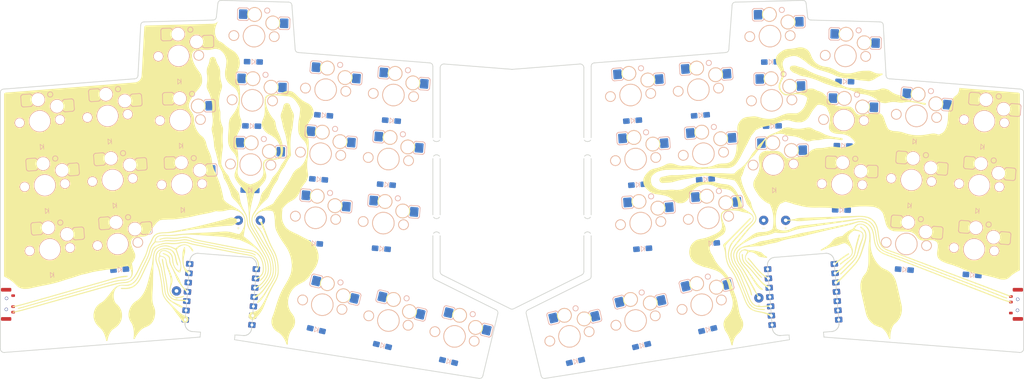
<source format=kicad_pcb>
(kicad_pcb (version 20241229) (generator "pcbnew") (generator_version "9.0")
  (layers (0 "F.Cu" signal) (2 "B.Cu" signal) (13 "F.Paste" user) (15 "B.Paste" user) (5 "F.SilkS" user "F.Silkscreen") (7 "B.SilkS" user "B.Silkscreen") (1 "F.Mask" user) (3 "B.Mask" user) (25 "Edge.Cuts" user))
  (net 0 "")
  (net 1 "Net-(L-D0-A)")
  (net 2 "L-ROW0")
  (net 3 "Net-(L-D1-A)")
  (net 4 "Net-(L-D2-A)")
  (net 5 "Net-(L-D3-A)")
  (net 6 "Net-(L-D4-A)")
  (net 7 "Net-(L-D5-A)")
  (net 8 "L-ROW1")
  (net 9 "Net-(L-D6-A)")
  (net 10 "Net-(L-D7-A)")
  (net 11 "Net-(L-D8-A)")
  (net 12 "Net-(L-D9-A)")
  (net 13 "Net-(L-D10-A)")
  (net 14 "Net-(L-D11-A)")
  (net 15 "Net-(L-D12-A)")
  (net 16 "L-ROW2")
  (net 17 "Net-(L-D13-A)")
  (net 18 "Net-(L-D14-A)")
  (net 19 "Net-(L-D15-A)")
  (net 20 "Net-(L-D16-A)")
  (net 21 "Net-(L-D17-A)")
  (net 22 "Net-(L-D18-A)")
  (net 23 "L-ROW3")
  (net 24 "Net-(L-D19-A)")
  (net 25 "Net-(L-D20-A)")
  (net 26 "L-COL0")
  (net 27 "L-COL5")
  (net 29 "L-COL1")
  (net 30 "L-BAT+")
  (net 31 "L-COL4")
  (net 33 "L-COL2")
  (net 34 "L-VBAT")
  (net 35 "L-COL3")
  (net 37 "L-GND")
  (net 39 "R-VBAT")
  (net 40 "R-BAT+")
  (net 41 "R-GND")
  (net 43 "Net-(R-D1-A)")
  (net 44 "R-COL1")
  (net 45 "R-COL2")
  (net 46 "Net-(R-D2-A)")
  (net 47 "Net-(R-D03-A)")
  (net 48 "R-COL3")
  (net 49 "Net-(R-D4-A)")
  (net 50 "R-COL4")
  (net 51 "R-COL5")
  (net 52 "Net-(R-D5-A)")
  (net 53 "Net-(R-D0-A)")
  (net 54 "R-ROW0")
  (net 55 "R-ROW1")
  (net 56 "Net-(R-D6-A)")
  (net 57 "Net-(R-D7-A)")
  (net 58 "Net-(R-D8-A)")
  (net 59 "Net-(R-D9-A)")
  (net 60 "Net-(R-D10-A)")
  (net 61 "Net-(R-D11-A)")
  (net 62 "Net-(R-D12-A)")
  (net 63 "R-ROW2")
  (net 64 "Net-(R-D13-A)")
  (net 65 "Net-(R-D14-A)")
  (net 66 "Net-(R-D15-A)")
  (net 67 "Net-(R-D16-A)")
  (net 68 "Net-(R-D17-A)")
  (net 69 "Net-(R-D18-A)")
  (net 70 "R-ROW3")
  (net 71 "Net-(R-D19-A)")
  (net 72 "Net-(R-D20-A)")
  (net 73 "R-COL0")
  (footprint "NII:keyswitch_choc12" (layer "F.Cu") (at 54.795448 -10.569244 -1.5)
    (property "Reference" "R-S14" (hide yes))
    (property "Value" "Keyswitch" (hide yes))
    (pad "" np_thru_hole circle (at -5.5 0 88.5) (size 1.9 1.9) (drill 1.9) (layers "*.Cu" "*.Mask"))
    (pad "" np_thru_hole circle (at 0 -5.9 88.5) (size 3 3) (drill 3) (layers "*.Cu" "*.Mask"))
    (pad "" np_thru_hole circle (at 0 0 88.5) (size 5.1 5.1) (drill 5.1) (layers "*.Cu" "*.Mask"))
    (pad "" np_thru_hole circle (at 5 -3.7 88.5) (size 3 3) (drill 3) (layers "*.Cu" "*.Mask"))
    (pad "" np_thru_hole circle (at 5.5 0 88.5) (size 1.9 1.9) (drill 1.9) (layers "*.Cu" "*.Mask"))
    (pad "1" smd roundrect (at 8.1 -3.7 178.5) (size 2.3 2.6) (layers "B.Cu" "B.Mask" "B.Paste") (roundrect_rratio 0.1086956522) (net 45 "R-COL2"))
    (pad "2" smd roundrect (at -3.1 -5.9 178.5) (size 2.3 2.6) (layers "B.Cu" "B.Mask" "B.Paste") (roundrect_rratio 0.1086956522) (net 65 "Net-(R-D14-A)"))
  )
  (footprint "NII:keyswitch_choc12" (layer "F.Cu") (at 16.609793 22.218787 13.5)
    (property "Reference" "R-S18" (hide yes))
    (property "Value" "Keyswitch" (hide yes))
    (pad "" np_thru_hole circle (at -5.500001 0 103.5) (size 1.9 1.9) (drill 1.9) (layers "*.Cu" "*.Mask"))
    (pad "" np_thru_hole circle (at 0 -5.900001 103.5) (size 3 3) (drill 3) (layers "*.Cu" "*.Mask"))
    (pad "" np_thru_hole circle (at 0 0 103.5) (size 5.1 5.1) (drill 5.1) (layers "*.Cu" "*.Mask"))
    (pad "" np_thru_hole circle (at 5 -3.7 103.5) (size 3 3) (drill 3) (layers "*.Cu" "*.Mask"))
    (pad "" np_thru_hole circle (at 5.500001 0 103.5) (size 1.9 1.9) (drill 1.9) (layers "*.Cu" "*.Mask"))
    (pad "1" smd roundrect (at 8.1 -3.7 193.5) (size 2.3 2.6) (layers "B.Cu" "B.Mask" "B.Paste") (roundrect_rratio 0.1086956522) (net 48 "R-COL3"))
    (pad "2" smd roundrect (at -3.1 -5.9 193.5) (size 2.3 2.6) (layers "B.Cu" "B.Mask" "B.Paste") (roundrect_rratio 0.1086956522) (net 69 "Net-(R-D18-A)"))
  )
  (footprint "NII:keyswitch_choc12" (layer "F.Cu") (at 93.465546 -27.752329 -4.5)
    (property "Reference" "R-S0" (hide yes))
    (property "Value" "Keyswitch" (hide yes))
    (pad "" np_thru_hole circle (at -5.5 0 85.5) (size 1.9 1.9) (drill 1.9) (layers "*.Cu" "*.Mask"))
    (pad "" np_thru_hole circle (at 0 -5.9 85.5) (size 3 3) (drill 3) (layers "*.Cu" "*.Mask"))
    (pad "" np_thru_hole circle (at 0 0 85.5) (size 5.1 5.1) (drill 5.1) (layers "*.Cu" "*.Mask"))
    (pad "" np_thru_hole circle (at 5 -3.7 85.5) (size 3 3) (drill 3) (layers "*.Cu" "*.Mask"))
    (pad "" np_thru_hole circle (at 5.5 0 85.5) (size 1.9 1.9) (drill 1.9) (layers "*.Cu" "*.Mask"))
    (pad "1" smd roundrect (at 8.1 -3.7 175.5) (size 2.3 2.6) (layers "B.Cu" "B.Mask" "B.Paste") (roundrect_rratio 0.1086956522) (net 73 "R-COL0"))
    (pad "2" smd roundrect (at -3.1 -5.9 175.5) (size 2.3 2.6) (layers "B.Cu" "B.Mask" "B.Paste") (roundrect_rratio 0.1086956522) (net 53 "Net-(R-D0-A)"))
  )
  (footprint "NII:keyswitch_choc12" (layer "F.Cu") (at 0 0 4.5)
    (property "Reference" "R-S17" (hide yes))
    (property "Value" "Keyswitch" (hide yes))
    (pad "" np_thru_hole circle (at -5.5 0 94.5) (size 1.9 1.9) (drill 1.9) (layers "*.Cu" "*.Mask"))
    (pad "" np_thru_hole circle (at 0 -5.9 94.5) (size 3 3) (drill 3) (layers "*.Cu" "*.Mask"))
    (pad "" np_thru_hole circle (at 0 0 94.5) (size 5.1 5.1) (drill 5.1) (layers "*.Cu" "*.Mask"))
    (pad "" np_thru_hole circle (at 5 -3.7 94.5) (size 3 3) (drill 3) (layers "*.Cu" "*.Mask"))
    (pad "" np_thru_hole circle (at 5.5 0 94.5) (size 1.9 1.9) (drill 1.9) (layers "*.Cu" "*.Mask"))
    (pad "1" smd roundrect (at 8.1 -3.7 184.5) (size 2.3 2.6) (layers "B.Cu" "B.Mask" "B.Paste") (roundrect_rratio 0.1086956522) (net 51 "R-COL5"))
    (pad "2" smd roundrect (at -3.1 -5.9 184.5) (size 2.3 2.6) (layers "B.Cu" "B.Mask" "B.Paste") (roundrect_rratio 0.1086956522) (net 68 "Net-(R-D17-A)"))
  )
  (footprint "NII:keyswitch_choc12" (layer "F.Cu") (at 15.696902 -36.3436 4.5)
    (property "Reference" "R-S4" (hide yes))
    (property "Value" "Keyswitch" (hide yes))
    (pad "" np_thru_hole circle (at -5.5 0 94.5) (size 1.9 1.9) (drill 1.9) (layers "*.Cu" "*.Mask"))
    (pad "" np_thru_hole circle (at 0 -5.9 94.5) (size 3 3) (drill 3) (layers "*.Cu" "*.Mask"))
    (pad "" np_thru_hole circle (at 0 0 94.5) (size 5.1 5.1) (drill 5.1) (layers "*.Cu" "*.Mask"))
    (pad "" np_thru_hole circle (at 5 -3.7 94.5) (size 3 3) (drill 3) (layers "*.Cu" "*.Mask"))
    (pad "" np_thru_hole circle (at 5.5 0 94.5) (size 1.9 1.9) (drill 1.9) (layers "*.Cu" "*.Mask"))
    (pad "1" smd roundrect (at 8.1 -3.7 184.5) (size 2.3 2.6) (layers "B.Cu" "B.Mask" "B.Paste") (roundrect_rratio 0.1086956522) (net 50 "R-COL4"))
    (pad "2" smd roundrect (at -3.1 -5.9 184.5) (size 2.3 2.6) (layers "B.Cu" "B.Mask" "B.Paste") (roundrect_rratio 0.1086956522) (net 49 "Net-(R-D4-A)"))
  )
  (footprint "NII:mousebites_0.6-0.4" (layer "F.Cu") (at -15.458928 -20.417275)
    (property "Reference" "mbites7" (hide yes))
    (property "Value" "mousebites 2mm" (hide yes))
    (pad "" np_thru_hole circle (at 0 -2.5) (size 0.6 0.6) (drill 0.6) (layers "*.Cu" "*.Mask"))
    (pad "" np_thru_hole circle (at 0 -1.5) (size 0.6 0.6) (drill 0.6) (layers "*.Cu" "*.Mask"))
    (pad "" np_thru_hole circle (at 0 -0.5) (size 0.6 0.6) (drill 0.6) (layers "*.Cu" "*.Mask"))
    (pad "" np_thru_hole circle (at 0 0.5) (size 0.6 0.6) (drill 0.6) (layers "*.Cu" "*.Mask"))
    (pad "" np_thru_hole circle (at 0 1.5) (size 0.6 0.6) (drill 0.6) (layers "*.Cu" "*.Mask"))
    (pad "" np_thru_hole circle (at 0 2.5) (size 0.6 0.6) (drill 0.6) (layers "*.Cu" "*.Mask"))
  )
  (footprint "NII:keyswitch_choc12" (layer "F.Cu") (at -124.795448 -10.569244 1.5)
    (property "Reference" "L-S14" (hide yes))
    (property "Value" "Keyswitch" (hide yes))
    (pad "" np_thru_hole circle (at -5.5 0 91.5) (size 1.9 1.9) (drill 1.9) (layers "*.Cu" "*.Mask"))
    (pad "" np_thru_hole circle (at 0 -5.9 91.5) (size 3 3) (drill 3) (layers "*.Cu" "*.Mask"))
    (pad "" np_thru_hole circle (at 0 0 91.5) (size 5.1 5.1) (drill 5.1) (layers "*.Cu" "*.Mask"))
    (pad "" np_thru_hole circle (at 5 -3.7 91.5) (size 3 3) (drill 3) (layers "*.Cu" "*.Mask"))
    (pad "" np_thru_hole circle (at 5.5 0 91.5) (size 1.9 1.9) (drill 1.9) (layers "*.Cu" "*.Mask"))
    (pad "1" smd roundrect (at 8.1 -3.7 181.5) (size 2.3 2.6) (layers "B.Cu" "B.Mask" "B.Paste") (roundrect_rratio 0.1086956522) (net 33 "L-COL2"))
    (pad "2" smd roundrect (at -3.1 -5.9 181.5) (size 2.3 2.6) (layers "B.Cu" "B.Mask" "B.Paste") (roundrect_rratio 0.1086956522) (net 18 "Net-(L-D14-A)"))
  )
  (footprint "NII:keyswitch_choc12" (layer "F.Cu") (at 72.276507 5.688284 -4.5)
    (property "Reference" "R-S13" (hide yes))
    (property "Value" "Keyswitch" (hide yes))
    (pad "" np_thru_hole circle (at -5.5 0 85.5) (size 1.9 1.9) (drill 1.9) (layers "*.Cu" "*.Mask"))
    (pad "" np_thru_hole circle (at 0 -5.9 85.5) (size 3 3) (drill 3) (layers "*.Cu" "*.Mask"))
    (pad "" np_thru_hole circle (at 0 0 85.5) (size 5.1 5.1) (drill 5.1) (layers "*.Cu" "*.Mask"))
    (pad "" np_thru_hole circle (at 5 -3.7 85.5) (size 3 3) (drill 3) (layers "*.Cu" "*.Mask"))
    (pad "" np_thru_hole circle (at 5.5 0 85.5) (size 1.9 1.9) (drill 1.9) (layers "*.Cu" "*.Mask"))
    (pad "1" smd roundrect (at 8.1 -3.7 175.5) (size 2.3 2.6) (layers "B.Cu" "B.Mask" "B.Paste") (roundrect_rratio 0.1086956522) (net 44 "R-COL1"))
    (pad "2" smd roundrect (at -3.1 -5.9 175.5) (size 2.3 2.6) (layers "B.Cu" "B.Mask" "B.Paste") (roundrect_rratio 0.1086956522) (net 64 "Net-(R-D13-A)"))
  )
  (footprint "NII:keyswitch_choc12" (layer "F.Cu") (at -85.696902 -36.3436 -4.5)
    (property "Reference" "L-S4" (hide yes))
    (property "Value" "Keyswitch" (hide yes))
    (pad "" np_thru_hole circle (at -5.5 0 85.5) (size 1.9 1.9) (drill 1.9) (layers "*.Cu" "*.Mask"))
    (pad "" np_thru_hole circle (at 0 -5.9 85.5) (size 3 3) (drill 3) (layers "*.Cu" "*.Mask"))
    (pad "" np_thru_hole circle (at 0 0 85.5) (size 5.1 5.1) (drill 5.1) (layers "*.Cu" "*.Mask"))
    (pad "" np_thru_hole circle (at 5 -3.7 85.5) (size 3 3) (drill 3) (layers "*.Cu" "*.Mask"))
    (pad "" np_thru_hole circle (at 5.5 0 85.5) (size 1.9 1.9) (drill 1.9) (layers "*.Cu" "*.Mask"))
    (pad "1" smd roundrect (at 8.1 -3.7 175.5) (size 2.3 2.6) (layers "B.Cu" "B.Mask" "B.Paste") (roundrect_rratio 0.1086956522) (net 31 "L-COL4"))
    (pad "2" smd roundrect (at -3.1 -5.9 175.5) (size 2.3 2.6) (layers "B.Cu" "B.Mask" "B.Paste") (roundrect_rratio 0.1086956522) (net 6 "Net-(L-D4-A)"))
  )
  (footprint "NII:keyswitch_choc12" (layer "F.Cu") (at 73.649541 -11.757769 -4.5)
    (property "Reference" "R-S7" (hide yes))
    (property "Value" "Keyswitch" (hide yes))
    (pad "" np_thru_hole circle (at -5.5 0 85.5) (size 1.9 1.9) (drill 1.9) (layers "*.Cu" "*.Mask"))
    (pad "" np_thru_hole circle (at 0 -5.9 85.5) (size 3 3) (drill 3) (layers "*.Cu" "*.Mask"))
    (pad "" np_thru_hole circle (at 0 0 85.5) (size 5.1 5.1) (drill 5.1) (layers "*.Cu" "*.Mask"))
    (pad "" np_thru_hole circle (at 5 -3.7 85.5) (size 3 3) (drill 3) (layers "*.Cu" "*.Mask"))
    (pad "" np_thru_hole circle (at 5.5 0 85.5) (size 1.9 1.9) (drill 1.9) (layers "*.Cu" "*.Mask"))
    (pad "1" smd roundrect (at 8.1 -3.7 175.5) (size 2.3 2.6) (layers "B.Cu" "B.Mask" "B.Paste") (roundrect_rratio 0.1086956522) (net 44 "R-COL1"))
    (pad "2" smd roundrect (at -3.1 -5.9 175.5) (size 2.3 2.6) (layers "B.Cu" "B.Mask" "B.Paste") (roundrect_rratio 0.1086956522) (net 57 "Net-(R-D7-A)"))
  )
  (footprint "NII:keyswitch_choc12" (layer "F.Cu") (at 35.178645 -50.938325 1.5)
    (property "Reference" "R-S3" (hide yes))
    (property "Value" "Keyswitch" (hide yes))
    (pad "" np_thru_hole circle (at -5.5 0 91.5) (size 1.9 1.9) (drill 1.9) (layers "*.Cu" "*.Mask"))
    (pad "" np_thru_hole circle (at 0 -5.9 91.5) (size 3 3) (drill 3) (layers "*.Cu" "*.Mask"))
    (pad "" np_thru_hole circle (at 0 0 91.5) (size 5.1 5.1) (drill 5.1) (layers "*.Cu" "*.Mask"))
    (pad "" np_thru_hole circle (at 5 -3.7 91.5) (size 3 3) (drill 3) (layers "*.Cu" "*.Mask"))
    (pad "" np_thru_hole circle (at 5.5 0 91.5) (size 1.9 1.9) (drill 1.9) (layers "*.Cu" "*.Mask"))
    (pad "1" smd roundrect (at 8.1 -3.7 181.5) (size 2.3 2.6) (layers "B.Cu" "B.Mask" "B.Paste") (roundrect_rratio 0.1086956522) (net 48 "R-COL3"))
    (pad "2" smd roundrect (at -3.1 -5.9 181.5) (size 2.3 2.6) (layers "B.Cu" "B.Mask" "B.Paste") (roundrect_rratio 0.1086956522) (net 47 "Net-(R-D03-A)"))
  )
  (footprint "NII:keyswitch_choc12" (layer "F.Cu") (at -105.636742 -33.444322 -1.5)
    (property "Reference" "L-S9" (hide yes))
    (property "Value" "Keyswitch" (hide yes))
    (pad "" np_thru_hole circle (at -5.5 0 88.5) (size 1.9 1.9) (drill 1.9) (layers "*.Cu" "*.Mask"))
    (pad "" np_thru_hole circle (at 0 -5.9 88.5) (size 3 3) (drill 3) (layers "*.Cu" "*.Mask"))
    (pad "" np_thru_hole circle (at 0 0 88.5) (size 5.1 5.1) (drill 5.1) (layers "*.Cu" "*.Mask"))
    (pad "" np_thru_hole circle (at 5 -3.7 88.5) (size 3 3) (drill 3) (layers "*.Cu" "*.Mask"))
    (pad "" np_thru_hole circle (at 5.5 0 88.5) (size 1.9 1.9) (drill 1.9) (layers "*.Cu" "*.Mask"))
    (pad "1" smd roundrect (at 8.1 -3.7 178.5) (size 2.3 2.6) (layers "B.Cu" "B.Mask" "B.Paste") (roundrect_rratio 0.1086956522) (net 35 "L-COL3"))
    (pad "2" smd roundrect (at -3.1 -5.9 178.5) (size 2.3 2.6) (layers "B.Cu" "B.Mask" "B.Paste") (roundrect_rratio 0.1086956522) (net 12 "Net-(L-D9-A)"))
  )
  (footprint "NII:keyswitch_choc12" (layer "F.Cu") (at -87.069936 -18.897547 -4.5)
    (property "Reference" "L-S10" (hide yes))
    (property "Value" "Keyswitch" (hide yes))
    (pad "" np_thru_hole circle (at -5.5 0 85.5) (size 1.9 1.9) (drill 1.9) (layers "*.Cu" "*.Mask"))
    (pad "" np_thru_hole circle (at 0 -5.9 85.5) (size 3 3) (drill 3) (layers "*.Cu" "*.Mask"))
    (pad "" np_thru_hole circle (at 0 0 85.5) (size 5.1 5.1) (drill 5.1) (layers "*.Cu" "*.Mask"))
    (pad "" np_thru_hole circle (at 5 -3.7 85.5) (size 3 3) (drill 3) (layers "*.Cu" "*.Mask"))
    (pad "" np_thru_hole circle (at 5.5 0 85.5) (size 1.9 1.9) (drill 1.9) (layers "*.Cu" "*.Mask"))
    (pad "1" smd roundrect (at 8.1 -3.7 175.5) (size 2.3 2.6) (layers "B.Cu" "B.Mask" "B.Paste") (roundrect_rratio 0.1086956522) (net 31 "L-COL4"))
    (pad "2" smd roundrect (at -3.1 -5.9 175.5) (size 2.3 2.6) (layers "B.Cu" "B.Mask" "B.Paste") (roundrect_rratio 0.1086956522) (net 13 "Net-(L-D10-A)"))
  )
  (footprint "NII:keyswitch_choc12" (layer "F.Cu") (at -143.649541 -11.757769 4.5)
    (property "Reference" "L-S7" (hide yes))
    (property "Value" "Keyswitch" (hide yes))
    (pad "" np_thru_hole circle (at -5.5 0 94.5) (size 1.9 1.9) (drill 1.9) (layers "*.Cu" "*.Mask"))
    (pad "" np_thru_hole circle (at 0 -5.9 94.5) (size 3 3) (drill 3) (layers "*.Cu" "*.Mask"))
    (pad "" np_thru_hole circle (at 0 0 94.5) (size 5.1 5.1) (drill 5.1) (layers "*.Cu" "*.Mask"))
    (pad "" np_thru_hole circle (at 5 -3.7 94.5) (size 3 3) (drill 3) (layers "*.Cu" "*.Mask"))
    (pad "" np_thru_hole circle (at 5.5 0 94.5) (size 1.9 1.9) (drill 1.9) (layers "*.Cu" "*.Mask"))
    (pad "1" smd roundrect (at 8.1 -3.7 184.5) (size 2.3 2.6) (layers "B.Cu" "B.Mask" "B.Paste") (roundrect_rratio 0.1086956522) (net 29 "L-COL1"))
    (pad "2" smd roundrect (at -3.1 -5.9 184.5) (size 2.3 2.6) (layers "B.Cu" "B.Mask" "B.Paste") (roundrect_rratio 0.1086956522) (net 10 "Net-(L-D7-A)"))
  )
  (footprint "NII:keyswitch_choc12" (layer "F.Cu") (at -88.442971 -1.451493 -4.5)
    (property "Reference" "L-S16" (hide yes))
    (property "Value" "Keyswitch" (hide yes))
    (pad "" np_thru_hole circle (at -5.5 0 85.5) (size 1.9 1.9) (drill 1.9) (layers "*.Cu" "*.Mask"))
    (pad "" np_thru_hole circle (at 0 -5.9 85.5) (size 3 3) (drill 3) (layers "*.Cu" "*.Mask"))
    (pad "" np_thru_hole circle (at 0 0 85.5) (size 5.1 5.1) (drill 5.1) (layers "*.Cu" "*.Mask"))
    (pad "" np_thru_hole circle (at 5 -3.7 85.5) (size 3 3) (drill 3) (layers "*.Cu" "*.Mask"))
    (pad "" np_thru_hole circle (at 5.5 0 85.5) (size 1.9 1.9) (drill 1.9) (layers "*.Cu" "*.Mask"))
    (pad "1" smd roundrect (at 8.1 -3.7 175.5) (size 2.3 2.6) (layers "B.Cu" "B.Mask" "B.Paste") (roundrect_rratio 0.1086956522) (net 31 "L-COL4"))
    (pad "2" smd roundrect (at -3.1 -5.9 175.5) (size 2.3 2.6) (layers "B.Cu" "B.Mask" "B.Paste") (roundrect_rratio 0.1086956522) (net 20 "Net-(L-D16-A)"))
  )
  (footprint "NII:keyswitch_choc12" (layer "F.Cu") (at -162.092512 -10.306276 4.5)
    (property "Reference" "L-S6" (hide yes))
    (property "Value" "Keyswitch" (hide yes))
    (pad "" np_thru_hole circle (at -5.5 0 94.5) (size 1.9 1.9) (drill 1.9) (layers "*.Cu" "*.Mask"))
    (pad "" np_thru_hole circle (at 0 -5.9 94.5) (size 3 3) (drill 3) (layers "*.Cu" "*.Mask"))
    (pad "" np_thru_hole circle (at 0 0 94.5) (size 5.1 5.1) (drill 5.1) (layers "*.Cu" "*.Mask"))
    (pad "" np_thru_hole circle (at 5 -3.7 94.5) (size 3 3) (drill 3) (layers "*.Cu" "*.Mask"))
    (pad "" np_thru_hole circle (at 5.5 0 94.5) (size 1.9 1.9) (drill 1.9) (layers "*.Cu" "*.Mask"))
    (pad "1" smd roundrect (at 8.1 -3.7 184.5) (size 2.3 2.6) (layers "B.Cu" "B.Mask" "B.Paste") (roundrect_rratio 0.1086956522) (net 26 "L-COL0"))
    (pad "2" smd roundrect (at -3.1 -5.9 184.5) (size 2.3 2.6) (layers "B.Cu" "B.Mask" "B.Paste") (roundrect_rratio 0.1086956522) (net 9 "Net-(L-D6-A)"))
  )
  (footprint "NII:keyswitch_choc12" (layer "F.Cu") (at -1.373034 -17.446053 4.5)
    (property "Reference" "R-S11" (hide yes))
    (property "Value" "Keyswitch" (hide yes))
    (pad "" np_thru_hole circle (at -5.5 0 94.5) (size 1.9 1.9) (drill 1.9) (layers "*.Cu" "*.Mask"))
    (pad "" np_thru_hole circle (at 0 -5.9 94.5) (size 3 3) (drill 3) (layers "*.Cu" "*.Mask"))
    (pad "" np_thru_hole circle (at 0 0 94.5) (size 5.1 5.1) (drill 5.1) (layers "*.Cu" "*.Mask"))
    (pad "" np_thru_hole circle (at 5 -3.7 94.5) (size 3 3) (drill 3) (layers "*.Cu" "*.Mask"))
    (pad "" np_thru_hole circle (at 5.5 0 94.5) (size 1.9 1.9) (drill 1.9) (layers "*.Cu" "*.Mask"))
    (pad "1" smd roundrect (at 8.1 -3.7 184.5) (size 2.3 2.6) (layers "B.Cu" "B.Mask" "B.Paste") (roundrect_rratio 0.1086956522) (net 51 "R-COL5"))
    (pad "2" smd roundrect (at -3.1 -5.9 184.5) (size 2.3 2.6) (layers "B.Cu" "B.Mask" "B.Paste") (roundrect_rratio 0.1086956522) (net 61 "Net-(R-D11-A)"))
  )
  (footprint "NII:mousebites_0.6-0.4" (layer "F.Cu") (at -15.460579 0.585242)
    (property "Reference" "mbites8" (hide yes))
    (property "Value" "mousebites 2mm" (hide yes))
    (pad "" np_thru_hole circle (at 0 -2.5) (size 0.6 0.6) (drill 0.6) (layers "*.Cu" "*.Mask"))
    (pad "" np_thru_hole circle (at 0 -1.5) (size 0.6 0.6) (drill 0.6) (layers "*.Cu" "*.Mask"))
    (pad "" np_thru_hole circle (at 0 -0.5) (size 0.6 0.6) (drill 0.6) (layers "*.Cu" "*.Mask"))
    (pad "" np_thru_hole circle (at 0 0.5) (size 0.6 0.6) (drill 0.6) (layers "*.Cu" "*.Mask"))
    (pad "" np_thru_hole circle (at 0 1.5) (size 0.6 0.6) (drill 0.6) (layers "*.Cu" "*.Mask"))
    (pad "" np_thru_hole circle (at 0 2.5) (size 0.6 0.6) (drill 0.6) (layers "*.Cu" "*.Mask"))
  )
  (footprint "NII:keyswitch_choc12" (layer "F.Cu") (at 17.069936 -18.897547 4.5)
    (property "Reference" "R-S10" (hide yes))
    (property "Value" "Keyswitch" (hide yes))
    (pad "" np_thru_hole circle (at -5.5 0 94.5) (size 1.9 1.9) (drill 1.9) (layers "*.Cu" "*.Mask"))
    (pad "" np_thru_hole circle (at 0 -5.9 94.5) (size 3 3) (drill 3) (layers "*.Cu" "*.Mask"))
    (pad "" np_thru_hole circle (at 0 0 94.5) (size 5.1 5.1) (drill 5.1) (layers "*.Cu" "*.Mask"))
    (pad "" np_thru_hole circle (at 5 -3.7 94.5) (size 3 3) (drill 3) (layers "*.Cu" "*.Mask"))
    (pad "" np_thru_hole circle (at 5.5 0 94.5) (size 1.9 1.9) (drill 1.9) (layers "*.Cu" "*.Mask"))
    (pad "1" smd roundrect (at 8.1 -3.7 184.5) (size 2.3 2.6) (layers "B.Cu" "B.Mask" "B.Paste") (roundrect_rratio 0.1086956522) (net 50 "R-COL4"))
    (pad "2" smd roundrect (at -3.1 -5.9 184.5) (size 2.3 2.6) (layers "B.Cu" "B.Mask" "B.Paste") (roundrect_rratio 0.1086956522) (net 60 "Net-(R-D10-A)"))
  )
  (footprint "NII:keyswitch_choc12" (layer "F.Cu") (at 35.636742 -33.444322 1.5)
    (property "Reference" "R-S9" (hide yes))
    (property "Value" "Keyswitch" (hide yes))
    (pad "" np_thru_hole circle (at -5.5 0 91.5) (size 1.9 1.9) (drill 1.9) (layers "*.Cu" "*.Mask"))
    (pad "" np_thru_hole circle (at 0 -5.9 91.5) (size 3 3) (drill 3) (layers "*.Cu" "*.Mask"))
    (pad "" np_thru_hole circle (at 0 0 91.5) (size 5.1 5.1) (drill 5.1) (layers "*.Cu" "*.Mask"))
    (pad "" np_thru_hole circle (at 5 -3.7 91.5) (size 3 3) (drill 3) (layers "*.Cu" "*.Mask"))
    (pad "" np_thru_hole circle (at 5.5 0 91.5) (size 1.9 1.9) (drill 1.9) (layers "*.Cu" "*.Mask"))
    (pad "1" smd roundrect (at 8.1 -3.7 181.5) (size 2.3 2.6) (layers "B.Cu" "B.Mask" "B.Paste") (roundrect_rratio 0.1086956522) (net 48 "R-COL3"))
    (pad "2" smd roundrect (at -3.1 -5.9 181.5) (size 2.3 2.6) (layers "B.Cu" "B.Mask" "B.Paste") (roundrect_rratio 0.1086956522) (net 59 "Net-(R-D9-A)"))
  )
  (footprint "NII:keyswitch_choc12" (layer "F.Cu") (at -1.37905 26.537526 13.5)
    (property "Reference" "R-S19" (hide yes))
    (property "Value" "Keyswitch" (hide yes))
    (pad "" np_thru_hole circle (at -5.500001 0 103.5) (size 1.9 1.9) (drill 1.9) (layers "*.Cu" "*.Mask"))
    (pad "" np_thru_hole circle (at 0 -5.900001 103.5) (size 3 3) (drill 3) (layers "*.Cu" "*.Mask"))
    (pad "" np_thru_hole circle (at 0 0 103.5) (size 5.1 5.1) (drill 5.1) (layers "*.Cu" "*.Mask"))
    (pad "" np_thru_hole circle (at 5 -3.7 103.5) (size 3 3) (drill 3) (layers "*.Cu" "*.Mask"))
    (pad "" np_thru_hole circle (at 5.500001 0 103.5) (size 1.9 1.9) (drill 1.9) (layers "*.Cu" "*.Mask"))
    (pad "1" smd roundrect (at 8.1 -3.7 193.5) (size 2.3 2.6) (layers "B.Cu" "B.Mask" "B.Paste") (roundrect_rratio 0.1086956522) (net 50 "R-COL4"))
    (pad "2" smd roundrect (at -3.1 -5.9 193.5) (size 2.3 2.6) (layers "B.Cu" "B.Mask" "B.Paste") (roundrect_rratio 0.1086956522) (net 71 "Net-(R-D19-A)"))
  )
  (footprint "NII:mousebites_0.6-0.4" (layer "F.Cu") (at -54.539397 0.585357)
    (property "Reference" "mbites6" (hide yes))
    (property "Value" "mousebites 2mm" (hide yes))
    (pad "" np_thru_hole circle (at 0 -2.5) (size 0.6 0.6) (drill 0.6) (layers "*.Cu" "*.Mask"))
    (pad "" np_thru_hole circle (at 0 -1.5) (size 0.6 0.6) (drill 0.6) (layers "*.Cu" "*.Mask"))
    (pad "" np_thru_hole circle (at 0 -0.5) (size 0.6 0.6) (drill 0.6) (layers "*.Cu" "*.Mask"))
    (pad "" np_thru_hole circle (at 0 0.5) (size 0.6 0.6) (drill 0.6) (layers "*.Cu" "*.Mask"))
    (pad "" np_thru_hole circle (at 0 1.5) (size 0.6 0.6) (drill 0.6) (layers "*.Cu" "*.Mask"))
    (pad "" np_thru_hole circle (at 0 2.5) (size 0.6 0.6) (drill 0.6) (layers "*.Cu" "*.Mask"))
  )
  (footprint "NII:BatteryPad" (layer "F.Cu") (at 32.163658 20.376491)
    (property "Reference" "R-BAT+2" (hide yes))
    (property "Value" "+" (at 0 2.05 0) (layer "F.SilkS") (effects (font (thickness 0.1))))
    (pad "1" thru_hole circle (at 0 0) (size 2.54 2.54) (drill 1) (layers "*.Cu" "*.Mask") (net 40 "R-BAT+"))
  )
  (footprint "NII:mousebites_0.6-0.4" (layer "F.Cu") (at -13.458973 -20.41716)
    (property "Reference" "mbites3" (hide yes))
    (property "Value" "mousebites 2mm" (hide yes))
    (pad "" np_thru_hole circle (at 0 -2.5) (size 0.6 0.6) (drill 0.6) (layers "*.Cu" "*.Mask"))
    (pad "" np_thru_hole circle (at 0 -1.5) (size 0.6 0.6) (drill 0.6) (layers "*.Cu" "*.Mask"))
    (pad "" np_thru_hole circle (at 0 -0.5) (size 0.6 0.6) (drill 0.6) (layers "*.Cu" "*.Mask"))
    (pad "" np_thru_hole circle (at 0 0.5) (size 0.6 0.6) (drill 0.6) (layers "*.Cu" "*.Mask"))
    (pad "" np_thru_hole circle (at 0 1.5) (size 0.6 0.6) (drill 0.6) (layers "*.Cu" "*.Mask"))
    (pad "" np_thru_hole circle (at 0 2.5) (size 0.6 0.6) (drill 0.6) (layers "*.Cu" "*.Mask"))
  )
  (footprint "NII:keyswitch_choc12" (layer "F.Cu") (at -160.719477 7.139778 4.5)
    (property "Reference" "L-S12" (hide yes))
    (property "Value" "Keyswitch" (hide yes))
    (pad "" np_thru_hole circle (at -5.5 0 94.5) (size 1.9 1.9) (drill 1.9) (layers "*.Cu" "*.Mask"))
    (pad "" np_thru_hole circle (at 0 -5.9 94.5) (size 3 3) (drill 3) (layers "*.Cu" "*.Mask"))
    (pad "" np_thru_hole circle (at 0 0 94.5) (size 5.1 5.1) (drill 5.1) (layers "*.Cu" "*.Mask"))
    (pad "" np_thru_hole circle (at 5 -3.7 94.5) (size 3 3) (drill 3) (layers "*.Cu" "*.Mask"))
    (pad "" np_thru_hole circle (at 5.5 0 94.5) (size 1.9 1.9) (drill 1.9) (layers "*.Cu" "*.Mask"))
    (pad "1" smd roundrect (at 8.1 -3.7 184.5) (size 2.3 2.6) (layers "B.Cu" "B.Mask" "B.Paste") (roundrect_rratio 0.1086956522) (net 26 "L-COL0"))
    (pad "2" smd roundrect (at -3.1 -5.9 184.5) (size 2.3 2.6) (layers "B.Cu" "B.Mask" "B.Paste") (roundrect_rratio 0.1086956522) (net 15 "Net-(L-D12-A)"))
  )
  (footprint "NII:keyswitch_choc12" (layer "F.Cu") (at -145.022575 -29.203822 4.5)
    (property "Reference" "L-S1" (hide yes))
    (property "Value" "Keyswitch" (hide yes))
    (pad "" np_thru_hole circle (at -5.5 0 94.5) (size 1.9 1.9) (drill 1.9) (layers "*.Cu" "*.Mask"))
    (pad "" np_thru_hole circle (at 0 -5.9 94.5) (size 3 3) (drill 3) (layers "*.Cu" "*.Mask"))
    (pad "" np_thru_hole circle (at 0 0 94.5) (size 5.1 5.1) (drill 5.1) (layers "*.Cu" "*.Mask"))
    (pad "" np_thru_hole circle (at 5 -3.7 94.5) (size 3 3) (drill 3) (layers "*.Cu" "*.Mask"))
    (pad "" np_thru_hole circle (at 5.5 0 94.5) (size 1.9 1.9) (drill 1.9) (layers "*.Cu" "*.Mask"))
    (pad "1" smd roundrect (at 8.1 -3.7 184.5) (size 2.3 2.6) (layers "B.Cu" "B.Mask" "B.Paste") (roundrect_rratio 0.1086956522) (net 29 "L-COL1"))
    (pad "2" smd roundrect (at -3.1 -5.9 184.5) (size 2.3 2.6) (layers "B.Cu" "B.Mask" "B.Paste") (roundrect_rratio 0.1086956522) (net 3 "Net-(L-D1-A)"))
  )
  (footprint "NII:keyswitch_choc12" (layer "F.Cu") (at -68.62095 26.537526 -13.5)
    (property "Reference" "L-S19" (hide yes))
    (property "Value" "Keyswitch" (hide yes))
    (pad "" np_thru_hole circle (at -5.500001 0 76.5) (size 1.9 1.9) (drill 1.9) (layers "*.Cu" "*.Mask"))
    (pad "" np_thru_hole circle (at 0 -5.900001 76.5) (size 3 3) (drill 3) (layers "*.Cu" "*.Mask"))
    (pad "" np_thru_hole circle (at 0 0 76.5) (size 5.1 5.1) (drill 5.1) (layers "*.Cu" "*.Mask"))
    (pad "" np_thru_hole circle (at 5 -3.7 76.5) (size 3 3) (drill 3) (layers "*.Cu" "*.Mask"))
    (pad "" np_thru_hole circle (at 5.500001 0 76.5) (size 1.9 1.9) (drill 1.9) (layers "*.Cu" "*.Mask"))
    (pad "1" smd roundrect (at 8.1 -3.7 166.5) (size 2.3 2.6) (layers "B.Cu" "B.Mask" "B.Paste") (roundrect_rratio 0.1086956522) (net 31 "L-COL4"))
    (pad "2" smd roundrect (at -3.1 -5.9 166.5) (size 2.3 2.6) (layers "B.Cu" "B.Mask" "B.Paste") (roundrect_rratio 0.1086956522) (net 24 "Net-(L-D19-A)"))
  )
  (footprint "NII:BatteryPad" (layer "F.Cu") (at -126.268812 18.479374)
    (property "Reference" "L-BAT+2" (hide yes))
    (property "Value" "+" (at 0 2.05 0) (layer "F.SilkS") (effects (font (thickness 0.1))))
    (pad "1" thru_hole circle (at 0 0) (size 2.54 2.54) (drill 1) (layers "*.Cu" "*.Mask") (net 30 "L-BAT+"))
  )
  (footprint "NII:keyswitch_choc12" (layer "F.Cu") (at 18.442971 -1.451493 4.5)
    (property "Reference" "R-S16" (hide yes))
    (property "Value" "Keyswitch" (hide yes))
    (pad "" np_thru_hole circle (at -5.5 0 94.5) (size 1.9 1.9) (drill 1.9) (layers "*.Cu" "*.Mask"))
    (pad "" np_thru_hole circle (at 0 -5.9 94.5) (size 3 3) (drill 3) (layers "*.Cu" "*.Mask"))
    (pad "" np_thru_hole circle (at 0 0 94.5) (size 5.1 5.1) (drill 5.1) (layers "*.Cu" "*.Mask"))
    (pad "" np_thru_hole circle (at 5 -3.7 94.5) (size 3 3) (drill 3) (layers "*.Cu" "*.Mask"))
    (pad "" np_thru_hole circle (at 5.5 0 94.5) (size 1.9 1.9) (drill 1.9) (layers "*.Cu" "*.Mask"))
    (pad "1" smd roundrect (at 8.1 -3.7 184.5) (size 2.3 2.6) (layers "B.Cu" "B.Mask" "B.Paste") (roundrect_rratio 0.1086956522) (net 50 "R-COL4"))
    (pad "2" smd roundrect (at -3.1 -5.9 184.5) (size 2.3 2.6) (layers "B.Cu" "B.Mask" "B.Paste") (roundrect_rratio 0.1086956522) (net 67 "Net-(R-D16-A)"))
  )
  (footprint "NII:keyswitch_choc12" (layer "F.Cu") (at -106.094838 -15.950318 -1.5)
    (property "Reference" "L-S15" (hide yes))
    (property "Value" "Keyswitch" (hide yes))
    (pad "" np_thru_hole circle (at -5.5 0 88.5) (size 1.9 1.9) (drill 1.9) (layers "*.Cu" "*.Mask"))
    (pad "" np_thru_hole circle (at 0 -5.9 88.5) (size 3 3) (drill 3) (layers "*.Cu" "*.Mask"))
    (pad "" np_thru_hole circle (at 0 0 88.5) (size 5.1 5.1) (drill 5.1) (layers "*.Cu" "*.Mask"))
    (pad "" np_thru_hole circle (at 5 -3.7 88.5) (size 3 3) (drill 3) (layers "*.Cu" "*.Mask"))
    (pad "" np_thru_hole circle (at 5.5 0 88.5) (size 1.9 1.9) (drill 1.9) (layers "*.Cu" "*.Mask"))
    (pad "1" smd roundrect (at 8.1 -3.7 178.5) (size 2.3 2.6) (layers "B.Cu" "B.Mask" "B.Paste") (roundrect_rratio 0.1086956522) (net 35 "L-COL3"))
    (pad "2" smd roundrect (at -3.1 -5.9 178.5) (size 2.3 2.6) (layers "B.Cu" "B.Mask" "B.Paste") (roundrect_rratio 0.1086956522) (net 19 "Net-(L-D15-A)"))
  )
  (footprint "NII:mousebites_0.6-0.4" (layer "F.Cu") (at -54.539397 -20.414643)
    (property "Reference" "mbites5" (hide yes))
    (property "Value" "mousebites 2mm" (hide yes))
    (pad "" np_thru_hole circle (at 0 -2.5) (size 0.6 0.6) (drill 0.6) (layers "*.Cu" "*.Mask"))
    (pad "" np_thru_hole circle (at 0 -1.5) (size 0.6 0.6) (drill 0.6) (layers "*.Cu" "*.Mask"))
    (pad "" np_thru_hole circle (at 0 -0.5) (size 0.6 0.6) (drill 0.6) (layers "*.Cu" "*.Mask"))
    (pad "" np_thru_hole circle (at 0 0.5) (size 0.6 0.6) (drill 0.6) (layers "*.Cu" "*.Mask"))
    (pad "" np_thru_hole circle (at 0 1.5) (size 0.6 0.6) (drill 0.6) (layers "*.Cu" "*.Mask"))
    (pad "" np_thru_hole circle (at 0 2.5) (size 0.6 0.6) (drill 0.6) (layers "*.Cu" "*.Mask"))
  )
  (footprint "NII:keyswitch_choc12" (layer "F.Cu") (at -70 0 -4.5)
    (property "Reference" "L-S17" (hide yes))
    (property "Value" "Keyswitch" (hide yes))
    (pad "" np_thru_hole circle (at -5.5 0 85.5) (size 1.9 1.9) (drill 1.9) (layers "*.Cu" "*.Mask"))
    (pad "" np_thru_hole circle (at 0 -5.9 85.5) (size 3 3) (drill 3) (layers "*.Cu" "*.Mask"))
    (pad "" np_thru_hole circle (at 0 0 85.5) (size 5.1 5.1) (drill 5.1) (layers "*.Cu" "*.Mask"))
    (pad "" np_thru_hole circle (at 5 -3.7 85.5) (size 3 3) (drill 3) (layers "*.Cu" "*.Mask"))
    (pad "" np_thru_hole circle (at 5.5 0 85.5) (size 1.9 1.9) (drill 1.9) (layers "*.Cu" "*.Mask"))
    (pad "1" smd roundrect (at 8.1 -3.7 175.5) (size 2.3 2.6) (layers "B.Cu" "B.Mask" "B.Paste") (roundrect_rratio 0.1086956522) (net 27 "L-COL5"))
    (pad "2" smd roundrect (at -3.1 -5.9 175.5) (size 2.3 2.6) (layers "B.Cu" "B.Mask" "B.Paste") (roundrect_rratio 0.1086956522) (net 21 "Net-(L-D17-A)"))
  )
  (footprint "NII:BatteryPad" (layer "F.Cu") (at 39.448972 -0.754882)
    (property "Reference" "R-BAT+1" (hide yes))
    (property "Value" "+" (at 0 2.05 0) (layer "F.SilkS") (effects (font (thickness 0.1))))
    (pad "1" thru_hole circle (at 0 0) (size 2.54 2.54) (drill 1) (layers "*.Cu" "*.Mask") (net 39 "R-VBAT"))
  )
  (footprint "NII:keyswitch_choc12" (layer "F.Cu") (at -19.367894 30.856265 13.5)
    (property "Reference" "R-S20" (hide yes))
    (property "Value" "Keyswitch" (hide yes))
    (pad "" np_thru_hole circle (at -5.500001 0 103.5) (size 1.9 1.9) (drill 1.9) (layers "*.Cu" "*.Mask"))
    (pad "" np_thru_hole circle (at 0 -5.900001 103.5) (size 3 3) (drill 3) (layers "*.Cu" "*.Mask"))
    (pad "" np_thru_hole circle (at 0 0 103.5) (size 5.1 5.1) (drill 5.1) (layers "*.Cu" "*.Mask"))
    (pad "" np_thru_hole circle (at 5 -3.7 103.5) (size 3 3) (drill 3) (layers "*.Cu" "*.Mask"))
    (pad "" np_thru_hole circle (at 5.500001 0 103.5) (size 1.9 1.9) (drill 1.9) (layers "*.Cu" "*.Mask"))
    (pad "1" smd roundrect (at 8.1 -3.7 193.5) (size 2.3 2.6) (layers "B.Cu" "B.Mask" "B.Paste") (roundrect_rratio 0.1086956522) (net 51 "R-COL5"))
    (pad "2" smd roundrect (at -3.1 -5.9 193.5) (size 2.3 2.6) (layers "B.Cu" "B.Mask" "B.Paste") (roundrect_rratio 0.1086956522) (net 72 "Net-(R-D20-A)"))
  )
  (footprint "NII:keyswitch_choc12" (layer "F.Cu") (at 90.719477 7.139778 -4.5)
    (property "Reference" "R-S12" (hide yes))
    (property "Value" "Keyswitch" (hide yes))
    (pad "" np_thru_hole circle (at -5.5 0 85.5) (size 1.9 1.9) (drill 1.9) (layers "*.Cu" "*.Mask"))
    (pad "" np_thru_hole circle (at 0 -5.9 85.5) (size 3 3) (drill 3) (layers "*.Cu" "*.Mask"))
    (pad "" np_thru_hole circle (at 0 0 85.5) (size 5.1 5.1) (drill 5.1) (layers "*.Cu" "*.Mask"))
    (pad "" np_thru_hole circle (at 5 -3.7 85.5) (size 3 3) (drill 3) (layers "*.Cu" "*.Mask"))
    (pad "" np_thru_hole circle (at 5.5 0 85.5) (size 1.9 1.9) (drill 1.9) (layers "*.Cu" "*.Mask"))
    (pad "1" smd roundrect (at 8.1 -3.7 175.5) (size 2.3 2.6) (layers "B.Cu" "B.Mask" "B.Paste") (roundrect_rratio 0.1086956522) (net 73 "R-COL0"))
    (pad "2" smd roundrect (at -3.1 -5.9 175.5) (size 2.3 2.6) (layers "B.Cu" "B.Mask" "B.Paste") (roundrect_rratio 0.1086956522) (net 62 "Net-(R-D12-A)"))
  )
  (footprint "NII:MSK12C02" (layer "F.Cu") (at 103.908819 26.001041 180)
    (property "Reference" "R-PSW1" (hide yes))
    (property "Value" "Power" (hide yes))
    (pad "" np_thru_hole circle (at 1.35 5.25 180) (size 0.9 0.9) (drill 0.7) (layers "*.Cu" "*.Mask"))
    (pad "" np_thru_hole circle (at 1.4 2.25 180) (size 0.9 0.9) (drill 0.7) (layers "*.Cu" "*.Mask"))
    (pad "1" smd roundrect (at 3.2 1.5 270) (size 0.7 1) (layers "F.Cu" "F.Mask" "F.Paste"))
    (pad "2" smd roundrect (at 3.2 4.5 270) (size 0.7 1) (layers "F.Cu" "F.Mask" "F.Paste") (net 40 "R-BAT+"))
    (pad "3" smd roundrect (at 3.2 6 270) (size 0.7 1) (layers "F.Cu" "F.Mask" "F.Paste") (net 39 "R-VBAT"))
    (pad "NC" smd roundrect (at 1.3 -0.1 180) (size 2.8 1) (layers "F.Cu" "F.Mask" "F.Paste"))
    (pad "NC" smd roundrect (at 1.3 7.85 180) (size 2.8 1) (layers "F.Cu" "F.Mask" "F.Paste"))
  )
  (footprint "NII:keyswitch_choc12" (layer "F.Cu") (at 36.094838 -15.950318 1.5)
    (property "Reference" "R-S15" (hide yes))
    (property "Value" "Keyswitch" (hide yes))
    (pad "" np_thru_hole circle (at -5.5 0 91.5) (size 1.9 1.9) (drill 1.9) (layers "*.Cu" "*.Mask"))
    (pad "" np_thru_hole circle (at 0 -5.9 91.5) (size 3 3) (drill 3) (layers "*.Cu" "*.Mask"))
    (pad "" np_thru_hole circle (at 0 0 91.5) (size 5.1 5.1) (drill 5.1) (layers "*.Cu" "*.Mask"))
    (pad "" np_thru_hole circle (at 5 -3.7 91.5) (size 3 3) (drill 3) (layers "*.Cu" "*.Mask"))
    (pad "" np_thru_hole circle (at 5.5 0 91.5) (size 1.9 1.9) (drill 1.9) (layers "*.Cu" "*.Mask"))
    (pad "1" smd roundrect (at 8.1 -3.7 181.5) (size 2.3 2.6) (layers "B.Cu" "B.Mask" "B.Paste") (roundrect_rratio 0.1086956522) (net 48 "R-COL3"))
    (pad "2" smd roundrect (at -3.1 -5.9 181.5) (size 2.3 2.6) (layers "B.Cu" "B.Mask" "B.Paste") (roundrect_rratio 0.1086956522) (net 66 "Net-(R-D15-A)"))
  )
  (footprint "NII:MSK12C02" (layer "F.Cu") (at -173.908804 18.253461)
    (property "Reference" "L-PSW1" (hide yes))
    (property "Value" "Power" (hide yes))
    (pad "" np_thru_hole circle (at 1.35 5.25) (size 0.9 0.9) (drill 0.7) (layers "*.Cu" "*.Mask"))
    (pad "" np_thru_hole circle (at 1.4 2.25) (size 0.9 0.9) (drill 0.7) (layers "*.Cu" "*.Mask"))
    (pad "1" smd roundrect (at 3.2 1.5 90) (size 0.7 1) (layers "F.Cu" "F.Mask" "F.Paste"))
    (pad "2" smd roundrect (at 3.2 4.5 90) (size 0.7 1) (layers "F.Cu" "F.Mask" "F.Paste") (net 30 "L-BAT+"))
    (pad "3" smd roundrect (at 3.2 6 90) (size 0.7 1) (layers "F.Cu" "F.Mask" "F.Paste") (net 34 "L-VBAT"))
    (pad "NC" smd roundrect (at 1.3 -0.1) (size 2.8 1) (layers "F.Cu" "F.Mask" "F.Paste"))
    (pad "NC" smd roundrect (at 1.3 7.85) (size 2.8 1) (layers "F.Cu" "F.Mask" "F.Paste"))
  )
  (footprint "NII:keyswitch_choc12" (layer "F.Cu") (at 55.711641 -45.557251 -1.5)
    (property "Reference" "R-S2" (hide yes))
    (property "Value" "Keyswitch" (hide yes))
    (pad "" np_thru_hole circle (at -5.5 0 88.5) (size 1.9 1.9) (drill 1.9) (layers "*.Cu" "*.Mask"))
    (pad "" np_thru_hole circle (at 0 -5.9 88.5) (size 3 3) (drill 3) (layers "*.Cu" "*.Mask"))
    (pad "" np_thru_hole circle (at 0 0 88.5) (size 5.1 5.1) (drill 5.1) (layers "*.Cu" "*.Mask"))
    (pad "" np_thru_hole circle (at 5 -3.7 88.5) (size 3 3) (drill 3) (layers "*.Cu" "*.Mask"))
    (pad "" np_thru_hole circle (at 5.5 0 88.5) (size 1.9 1.9) (drill 1.9) (layers "*.Cu" "*.Mask"))
    (pad "1" smd roundrect (at 8.1 -3.7 178.5) (size 2.3 2.6) (layers "B.Cu" "B.Mask" "B.Paste") (roundrect_rratio 0.1086956522) (net 45 "R-COL2"))
    (pad "2" smd roundrect (at -3.1 -5.9 178.5) (size 2.3 2.6) (layers "B.Cu" "B.Mask" "B.Paste") (roundrect_rratio 0.1086956522) (net 46 "Net-(R-D2-A)"))
  )
  (footprint "NII:keyswitch_choc12" (layer "F.Cu") (at 75.022575 -29.203822 -4.5)
    (property "Reference" "R-S1" (hide yes))
    (property "Value" "Keyswitch" (hide yes))
    (pad "" np_thru_hole circle (at -5.5 0 85.5) (size 1.9 1.9) (drill 1.9) (layers "*.Cu" "*.Mask"))
    (pad "" np_thru_hole circle (at 0 -5.9 85.5) (size 3 3) (drill 3) (layers "*.Cu" "*.Mask"))
    (pad "" np_thru_hole circle (at 0 0 85.5) (size 5.1 5.1) (drill 5.1) (layers "*.Cu" "*.Mask"))
    (pad "" np_thru_hole circle (at 5 -3.7 85.5) (size 3 3) (drill 3) (layers "*.Cu" "*.Mask"))
    (pad "" np_thru_hole circle (at 5.5 0 85.5) (size 1.9 1.9) (drill 1.9) (layers "*.Cu" "*.Mask"))
    (pad "1" smd roundrect (at 8.1 -3.7 175.5) (size 2.3 2.6) (layers "B.Cu" "B.Mask" "B.Paste") (roundrect_rratio 0.1086956522) (net 44 "R-COL1"))
    (pad "2" smd roundrect (at -3.1 -5.9 175.5) (size 2.3 2.6) (layers "B.Cu" "B.Mask" "B.Paste") (roundrect_rratio 0.1086956522) (net 43 "Net-(R-D1-A)"))
  )
  (footprint "NII:keyswitch_choc12" (layer "F.Cu") (at -163.465546 -27.752329 4.5)
    (property "Reference" "L-S0" (hide yes))
    (property "Value" "Keyswitch" (hide yes))
    (pad "" np_thru_hole circle (at -5.5 0 94.5) (size 1.9 1.9) (drill 1.9) (layers "*.Cu" "*.Mask"))
    (pad "" np_thru_hole circle (at 0 -5.9 94.5) (size 3 3) (drill 3) (layers "*.Cu" "*.Mask"))
    (pad "" np_thru_hole circle (at 0 0 94.5) (size 5.1 5.1) (drill 5.1) (layers "*.Cu" "*.Mask"))
    (pad "" np_thru_hole circle (at 5 -3.7 94.5) (size 3 3) (drill 3) (layers "*.Cu" "*.Mask"))
    (pad "" np_thru_hole circle (at 5.5 0 94.5) (size 1.9 1.9) (drill 1.9) (layers "*.Cu" "*.Mask"))
    (pad "1" smd roundrect (at 8.1 -3.7 184.5) (size 2.3 2.6) (layers "B.Cu" "B.Mask" "B.Paste") (roundrect_rratio 0.1086956522) (net 26 "L-COL0"))
    (pad "2" smd roundrect (at -3.1 -5.9 184.5) (size 2.3 2.6) (layers "B.Cu" "B.Mask" "B.Paste") (roundrect_rratio 0.1086956522) (net 1 "Net-(L-D0-A)"))
  )
  (footprint "NII:keyswitch_choc12" (layer "F.Cu") (at -2.746068 -34.892107 4.5)
    (property "Reference" "R-S5" (hide yes))
    (property "Value" "Keyswitch" (hide yes))
    (pad "" np_thru_hole circle (at -5.5 0 94.5) (size 1.9 1.9) (drill 1.9) (layers "*.Cu" "*.Mask"))
    (pad "" np_thru_hole circle (at 0 -5.9 94.5) (size 3 3) (drill 3) (layers "*.Cu" "*.Mask"))
    (pad "" np_thru_hole circle (at 0 0 94.5) (size 5.1 5.1) (drill 5.1) (layers "*.Cu" "*.Mask"))
    (pad "" np_thru_hole circle (at 5 -3.7 94.5) (size 3 3) (drill 3) (layers "*.Cu" "*.Mask"))
    (pad "" np_thru_hole circle (at 5.5 0 94.5) (size 1.9 1.9) (drill 1.9) (layers "*.Cu" "*.Mask"))
    (pad "1" smd roundrect (at 8.1 -3.7 184.5) (size 2.3 2.6) (layers "B.Cu" "B.Mask" "B.Paste") (roundrect_rratio 0.1086956522) (net 51 "R-COL5"))
    (pad "2" smd roundrect (at -3.1 -5.9 184.5) (size 2.3 2.6) (layers "B.Cu" "B.Mask" "B.Paste") (roundrect_rratio 0.1086956522) (net 52 "Net-(R-D5-A)"))
  )
  (footprint "NII:keyswitch_choc12" (layer "F.Cu") (at -125.253544 -28.063247 1.5)
    (property "Reference" "L-S8" (hide yes))
    (property "Value" "Keyswitch" (hide yes))
    (pad "" np_thru_hole circle (at -5.5 0 91.5) (size 1.9 1.9) (drill 1.9) (layers "*.Cu" "*.Mask"))
    (pad "" np_thru_hole circle (at 0 -5.9 91.5) (size 3 3) (drill 3) (layers "*.Cu" "*.Mask"))
    (pad "" np_thru_hole circle (at 0 0 91.5) (size 5.1 5.1) (drill 5.1) (layers "*.Cu" "*.Mask"))
    (pad "" np_thru_hole circle (at 5 -3.7 91.5) (size 3 3) (drill 3) (layers "*.Cu" "*.Mask"))
    (pad "" np_thru_hole circle (at 5.5 0 91.5) (size 1.9 1.9) (drill 1.9) (layers "*.Cu" "*.Mask"))
    (pad "1" smd roundrect (at 8.1 -3.7 181.5) (size 2.3 2.6) (layers "B.Cu" "B.Mask" "B.Paste") (roundrect_rratio 0.1086956522) (net 33 "L-COL2"))
    (pad "2" smd roundrect (at -3.1 -5.9 181.5) (size 2.3 2.6) (layers "B.Cu" "B.Mask" "B.Paste") (roundrect_rratio 0.1086956522) (net 11 "Net-(L-D8-A)"))
  )
  (footprint "NII:keyswitch_choc12" (layer "F.Cu") (at -125.711641 -45.557251 1.5)
    (property "Reference" "L-S2" (hide yes))
    (property "Value" "Keyswitch" (hide yes))
    (pad "" np_thru_hole circle (at -5.5 0 91.5) (size 1.9 1.9) (drill 1.9) (layers "*.Cu" "*.Mask"))
    (pad "" np_thru_hole circle (at 0 -5.9 91.5) (size 3 3) (drill 3) (layers "*.Cu" "*.Mask"))
    (pad "" np_thru_hole circle (at 0 0 91.5) (size 5.1 5.1) (drill 5.1) (layers "*.Cu" "*.Mask"))
    (pad "" np_thru_hole circle (at 5 -3.7 91.5) (size 3 3) (drill 3) (layers "*.Cu" "*.Mask"))
    (pad "" np_thru_hole circle (at 5.5 0 91.5) (size 1.9 1.9) (drill 1.9) (layers "*.Cu" "*.Mask"))
    (pad "1" smd roundrect (at 8.1 -3.7 181.5) (size 2.3 2.6) (layers "B.Cu" "B.Mask" "B.Paste") (roundrect_rratio 0.1086956522) (net 33 "L-COL2"))
    (pad "2" smd roundrect (at -3.1 -5.9 181.5) (size 2.3 2.6) (layers "B.Cu" "B.Mask" "B.Paste") (roundrect_rratio 0.1086956522) (net 4 "Net-(L-D2-A)"))
  )
  (footprint "NII:mousebites_0.6-0.4" (layer "F.Cu") (at -13.460625 0.585357)
    (property "Reference" "mbites4" (hide yes))
    (property "Value" "mousebites 2mm" (hide yes))
    (pad "" np_thru_hole circle (at 0 -2.5) (size 0.6 0.6) (drill 0.6) (layers "*.Cu" "*.Mask"))
    (pad "" np_thru_hole circle (at 0 -1.5) (size 0.6 0.6) (drill 0.6) (layers "*.Cu" "*.Mask"))
    (pad "" np_thru_hole circle (at 0 -0.5) (size 0.6 0.6) (drill 0.6) (layers "*.Cu" "*.Mask"))
    (pad "" np_thru_hole circle (at 0 0.5) (size 0.6 0.6) (drill 0.6) (layers "*.Cu" "*.Mask"))
    (pad "" np_thru_hole circle (at 0 1.5) (size 0.6 0.6) (drill 0.6) (layers "*.Cu" "*.Mask"))
    (pad "" np_thru_hole circle (at 0 2.5) (size 0.6 0.6) (drill 0.6) (layers "*.Cu" "*.Mask"))
  )
  (footprint "NII:BatteryPad" (layer "F.Cu") (at -109.448972 -0.754882)
    (property "Reference" "L-BAT+1" (hide yes))
    (property "Value" "+" (at 0 2.05 0) (layer "F.SilkS") (effects (font (thickness 0.1))))
    (pad "1" thru_hole circle (at 0 0) (size 2.54 2.54) (drill 1) (layers "*.Cu" "*.Mask") (net 34 "L-VBAT"))
  )
  (footprint "NII:keyswitch_choc12" (layer "F.Cu") (at 92.092512 -10.306276 -4.5)
    (property "Reference" "R-S6" (hide yes))
    (property "Value" "Keyswitch" (hide yes))
    (pad "" np_thru_hole circle (at -5.5 0 85.5) (size 1.9 1.9) (drill 1.9) (layers "*.Cu" "*.Mask"))
    (pad "" np_thru_hole circle (at 0 -5.9 85.5) (size 3 3) (drill 3) (layers "*.Cu" "*.Mask"))
    (pad "" np_thru_hole circle (at 0 0 85.5) (size 5.1 5.1) (drill 5.1) (layers "*.Cu" "*.Mask"))
    (pad "" np_thru_hole circle (at 5 -3.7 85.5) (size 3 3) (drill 3) (layers "*.Cu" "*.Mask"))
    (pad "" np_thru_hole circle (at 5.5 0 85.5) (size 1.9 1.9) (drill 1.9) (layers "*.Cu" "*.Mask"))
    (pad "1" smd roundrect (at 8.1 -3.7 175.5) (size 2.3 2.6) (layers "B.Cu" "B.Mask" "B.Paste") (roundrect_rratio 0.1086956522) (net 73 "R-COL0"))
    (pad "2" smd roundrect (at -3.1 -5.9 175.5) (size 2.3 2.6) (layers "B.Cu" "B.Mask" "B.Paste") (roundrect_rratio 0.1086956522) (net 56 "Net-(R-D6-A)"))
  )
  (footprint "NII:BatteryPad" (layer "F.Cu") (at -103.448972 -0.754882)
    (property "Reference" "L-GND1" (hide yes))
    (property "Value" "-" (at 0 2.05 0) (layer "F.SilkS") (effects (font (thickness 0.1))))
    (pad "1" thru_hole circle (at 0 0) (size 2.54 2.54) (drill 1) (layers "*.Cu" "*.Mask") (net 37 "L-GND"))
  )
  (footprint "NII:keyswitch_choc12" (layer "F.Cu") (at 55.253544 -28.063247 -1.5)
    (property "Reference" "R-S8" (hide yes))
    (property "Value" "Keyswitch" (hide yes))
    (pad "" np_thru_hole circle (at -5.5 0 88.5) (size 1.9 1.9) (drill 1.9) (layers "*.Cu" "*.Mask"))
    (pad "" np_thru_hole circle (at 0 -5.9 88.5) (size 3 3) (drill 3) (layers "*.Cu" "*.Mask"))
    (pad "" np_thru_hole circle (at 0 0 88.5) (size 5.1 5.1) (drill 5.1) (layers "*.Cu" "*.Mask"))
    (pad "" np_thru_hole circle (at 5 -3.7 88.5) (size 3 3) (drill 3) (layers "*.Cu" "*.Mask"))
    (pad "" np_thru_hole circle (at 5.5 0 88.5) (size 1.9 1.9) (drill 1.9) (layers "*.Cu" "*.Mask"))
    (pad "1" smd roundrect (at 8.1 -3.7 178.5) (size 2.3 2.6) (layers "B.Cu" "B.Mask" "B.Paste") (roundrect_rratio 0.1086956522) (net 45 "R-COL2"))
    (pad "2" smd roundrect (at -3.1 -5.9 178.5) (size 2.3 2.6) (layers "B.Cu" "B.Mask" "B.Paste") (roundrect_rratio 0.1086956522) (net 58 "Net-(R-D8-A)"))
  )
  (footprint "NII:keyswitch_choc12" (layer "F.Cu") (at -105.178645 -50.938325 -1.5)
    (property "Reference" "L-S3" (hide yes))
    (property "Value" "Keyswitch" (hide yes))
    (pad "" np_thru_hole circle (at -5.5 0 88.5) (size 1.9 1.9) (drill 1.9) (layers "*.Cu" "*.Mask"))
    (pad "" np_thru_hole circle (at 0 -5.9 88.5) (size 3 3) (drill 3) (layers "*.Cu" "*.Mask"))
    (pad "" np_thru_hole circle (at 0 0 88.5) (size 5.1 5.1) (drill 5.1) (layers "*.Cu" "*.Mask"))
    (pad "" np_thru_hole circle (at 5 -3.7 88.5) (size 3 3) (drill 3) (layers "*.Cu" "*.Mask"))
    (pad "" np_thru_hole circle (at 5.5 0 88.5) (size 1.9 1.9) (drill 1.9) (layers "*.Cu" "*.Mask"))
    (pad "1" smd roundrect (at 8.1 -3.7 178.5) (size 2.3 2.6) (layers "B.Cu" "B.Mask" "B.Paste") (roundrect_rratio 0.1086956522) (net 35 "L-COL3"))
    (pad "2" smd roundrect (at -3.1 -5.9 178.5) (size 2.3 2.6) (layers "B.Cu" "B.Mask" "B.Paste") (roundrect_rratio 0.1086956522) (net 5 "Net-(L-D3-A)"))
  )
  (footprint "NII:mousebites_0.6-0.4" (layer "F.Cu") (at -56.536604 0.582741)
    (property "Reference" "mbites2" (hide yes))
    (property "Value" "mousebites 2mm" (hide yes))
    (pad "" np_thru_hole circle (at 0 -2.5) (size 0.6 0.6) (drill 0.6) (layers "*.Cu" "*.Mask"))
    (pad "" np_thru_hole circle (at 0 -1.5) (size 0.6 0.6) (drill 0.6) (layers "*.Cu" "*.Mask"))
    (pad "" np_thru_hole circle (at 0 -0.5) (size 0.6 0.6) (drill 0.6) (layers "*.Cu" "*.Mask"))
    (pad "" np_thru_hole circle (at 0 0.5) (size 0.6 0.6) (drill 0.6) (layers "*.Cu" "*.Mask"))
    (pad "" np_thru_hole circle (at 0 1.5) (size 0.6 0.6) (drill 0.6) (layers "*.Cu" "*.Mask"))
    (pad "" np_thru_hole circle (at 0 2.5) (size 0.6 0.6) (drill 0.6) (layers "*.Cu" "*.Mask"))
  )
  (footprint "NII:BatteryPad" (layer "F.Cu") (at 33.448972 -0.754882)
    (property "Reference" "R-GND1" (hide yes))
    (property "Value" "-" (at 0 2.05 0) (layer "F.SilkS") (effects (font (thickness 0.1))))
    (pad "1" thru_hole circle (at 0 0) (size 2.54 2.54) (drill 1) (layers "*.Cu" "*.Mask") (net 41 "R-GND"))
  )
  (footprint "NII:keyswitch_choc12" (layer "F.Cu") (at -50.632106 30.856265 -13.5)
    (property "Reference" "L-S20" (hide yes))
    (property "Value" "Keyswitch" (hide yes))
    (pad "" np_thru_hole circle (at -5.500001 0 76.5) (size 1.9 1.9) (drill 1.9) (layers "*.Cu" "*.Mask"))
    (pad "" np_thru_hole circle (at 0 -5.900001 76.5) (size 3 3) (drill 3) (layers "*.Cu" "*.Mask"))
    (pad "" np_thru_hole circle (at 0 0 76.5) (size 5.1 5.1) (drill 5.1) (layers "*.Cu" "*.Mask"))
    (pad "" np_thru_hole circle (at 5 -3.7 76.5) (size 3 3) (drill 3) (layers "*.Cu" "*.Mask"))
    (pad "" np_thru_hole circle (at 5.500001 0 76.5) (size 1.9 1.9) (drill 1.9) (layers "*.Cu" "*.Mask"))
    (pad "1" smd roundrect (at 8.1 -3.7 166.5) (size 2.3 2.6) (layers "B.Cu" "B.Mask" "B.Paste") (roundrect_rratio 0.1086956522) (net 27 "L-COL5"))
    (pad "2" smd roundrect (at -3.1 -5.9 166.5) (size 2.3 2.6) (layers "B.Cu" "B.Mask" "B.Paste") (roundrect_rratio 0.1086956522) (net 25 "Net-(L-D20-A)"))
  )
  (footprint "NII:mousebites_0.6-0.4" (layer "F.Cu") (at -56.539351 -20.414758)
    (property "Reference" "mbites1" (hide yes))
    (property "Value" "mousebites 2mm" (hide yes))
    (pad "" np_thru_hole circle (at 0 -2.5) (size 0.6 0.6) (drill 0.6) (layers "*.Cu" "*.Mask"))
    (pad "" np_thru_hole circle (at 0 -1.5) (size 0.6 0.6) (drill 0.6) (layers "*.Cu" "*.Mask"))
    (pad "" np_thru_hole circle (at 0 -0.5) (size 0.6 0.6) (drill 0.6) (layers "*.Cu" "*.Mask"))
    (pad "" np_thru_hole circle (at 0 0.5) (size 0.6 0.6) (drill 0.6) (layers "*.Cu" "*.Mask"))
    (pad "" np_thru_hole circle (at 0 1.5) (size 0.6 0.6) (drill 0.6) (layers "*.Cu" "*.Mask"))
    (pad "" np_thru_hole circle (at 0 2.5) (size 0.6 0.6) (drill 0.6) (layers "*.Cu" "*.Mask"))
  )
  (footprint "NII:keyswitch_choc12" (layer "F.Cu") (at -67.253932 -34.892107 -4.5)
    (property "Reference" "L-S5" (hide yes))
    (property "Value" "Keyswitch" (hide yes))
    (pad "" np_thru_hole circle (at -5.5 0 85.5) (size 1.9 1.9) (drill 1.9) (layers "*.Cu" "*.Mask"))
    (pad "" np_thru_hole circle (at 0 -5.9 85.5) (size 3 3) (drill 3) (layers "*.Cu" "*.Mask"))
    (pad "" np_thru_hole circle (at 0 0 85.5) (size 5.1 5.1) (drill 5.1) (layers "*.Cu" "*.Mask"))
    (pad "" np_thru_hole circle (at 5 -3.7 85.5) (size 3 3) (drill 3) (layers "*.Cu" "*.Mask"))
    (pad "" np_thru_hole circle (at 5.5 0 85.5) (size 1.9 1.9) (drill 1.9) (layers "*.Cu" "*.Mask"))
    (pad "1" smd roundrect (at 8.1 -3.7 175.5) (size 2.3 2.6) (layers "B.Cu" "B.Mask" "B.Paste") (roundrect_rratio 0.1086956522) (net 27 "L-COL5"))
    (pad "2" smd roundrect (at -3.1 -5.9 175.5) (size 2.3 2.6) (layers "B.Cu" "B.Mask" "B.Paste") (roundrect_rratio 0.1086956522) (net 7 "Net-(L-D5-A)"))
  )
  (footprint "NII:keyswitch_choc12" (layer "F.Cu") (at -142.276507 5.688284 4.5)
    (property "Reference" "L-S13" (hide yes))
    (property "Value" "Keyswitch" (hide yes))
    (pad "" np_thru_hole circle (at -5.5 0 94.5) (size 1.9 1.9) (drill 1.9) (layers "*.Cu" "*.Mask"))
    (pad "" np_thru_hole circle (at 0 -5.9 94.5) (size 3 3) (drill 3) (layers "*.Cu" "*.Mask"))
    (pad "" np_thru_hole circle (at 0 0 94.5) (size 5.1 5.1) (drill 5.1) (layers "*.Cu" "*.Mask"))
    (pad "" np_thru_hole circle (at 5 -3.7 94.5) (size 3 3) (drill 3) (layers "*.Cu" "*.Mask"))
    (pad "" np_thru_hole circle (at 5.5 0 94.5) (size 1.9 1.9) (drill 1.9) (layers "*.Cu" "*.Mask"))
    (pad "1" smd roundrect (at 8.1 -3.7 184.5) (size 2.3 2.6) (layers "B.Cu" "B.Mask" "B.Paste") (roundrect_rratio 0.1086956522) (net 29 "L-COL1"))
    (pad "2" smd roundrect (at -3.1 -5.9 184.5) (size 2.3 2.6) (layers "B.Cu" "B.Mask" "B.Paste") (roundrect_rratio 0.1086956522) (net 17 "Net-(L-D13-A)"))
  )
  (footprint "NII:keyswitch_choc12" (layer "F.Cu") (at -86.609793 22.218787 -13.5)
    (property "Reference" "L-S18" (hide yes))
    (property "Value" "Keyswitch" (hide yes))
    (pad "" np_thru_hole circle (at -5.500001 0 76.5) (size 1.9 1.9) (drill 1.9) (layers "*.Cu" "*.Mask"))
    (pad "" np_thru_hole circle (at 0 -5.900001 76.5) (size 3 3) (drill 3) (layers "*.Cu" "*.Mask"))
    (pad "" np_thru_hole circle (at 0 0 76.5) (size 5.1 5.1) (drill 5.1) (layers "*.Cu" "*.Mask"))
    (pad "" np_thru_hole circle (at 5 -3.7 76.5) (size 3 3) (drill 3) (layers "*.Cu" "*.Mask"))
    (pad "" np_thru_hole circle (at 5.500001 0 76.5) (size 1.9 1.9) (drill 1.9) (layers "*.Cu" "*.Mask"))
    (pad "1" smd roundrect (at 8.1 -3.7 166.5) (size 2.3 2.6) (layers "B.Cu" "B.Mask" "B.Paste") (roundrect_rratio 0.1086956522) (net 35 "L-COL3"))
    (pad "2" smd roundrect (at -3.1 -5.9 166.5) (size 2.3 2.6) (layers "B.Cu" "B.Mask" "B.Paste") (roundrect_rratio 0.1086956522) (net 22 "Net-(L-D18-A)"))
  )
  (footprint "NII:keyswitch_choc12" (layer "F.Cu") (at -68.626966 -17.446053 -4.5)
    (property "Reference" "L-S11" (hide yes))
    (property "Value" "Keyswitch" (hide yes))
    (pad "" np_thru_hole circle (at -5.5 0 85.5) (size 1.9 1.9) (drill 1.9) (layers "*.Cu" "*.Mask"))
    (pad "" np_thru_hole circle (at 0 -5.9 85.5) (size 3 3) (drill 3) (layers "*.Cu" "*.Mask"))
    (pad "" np_thru_hole circle (at 0 0 85.5) (size 5.1 5.1) (drill 5.1) (layers "*.Cu" "*.Mask"))
    (pad "" np_thru_hole circle (at 5 -3.7 85.5) (size 3 3) (drill 3) (layers "*.Cu" "*.Mask"))
    (pad "" np_thru_hole circle (at 5.5 0 85.5) (size 1.9 1.9) (drill 1.9) (layers "*.Cu" "*.Mask"))
    (pad "1" smd roundrect (at 8.1 -3.7 175.5) (size 2.3 2.6) (layers "B.Cu" "B.Mask" "B.Paste") (roundrect_rratio 0.1086956522) (net 27 "L-COL5"))
    (pad "2" smd roundrect (at -3.1 -5.9 175.5) (size 2.3 2.6) (layers "B.Cu" "B.Mask" "B.Paste") (roundrect_rratio 0.1086956522) (net 14 "Net-(L-D11-A)"))
  )
  (footprint "NII:Diode_SOD123" (layer "B.Cu") (at 18.992184 5.526928 -175.5)
    (property "Reference" "R-D16" (hide yes))
    (property "Value" "Diode" (hide yes))
    (pad "1" smd roundrect (at -1.699999 0 184.5) (size 1.8 1.5) (layers "B.Cu" "B.Mask" "B.Paste") (roundrect_rratio 0.1666666667) (net 63 "R-ROW2"))
    (pad "2" smd roundrect (at 1.699999 0 184.5) (size 1.8 1.5) (layers "B.Cu" "B.Mask" "B.Paste") (roundrect_rratio 0.1666666667) (net 67 "Net-(R-D16-A)"))
  )
  (footprint "NII:Diode_SOD123" (layer "B.Cu") (at -69.176179 -10.467632 175.5)
    (property "Reference" "L-D11" (hide yes))
    (property "Value" "Diode" (hide yes))
    (pad "1" smd roundrect (at -1.699999 0 175.5) (size 1.8 1.5) (layers "B.Cu" "B.Mask" "B.Paste") (roundrect_rratio 0.1666666667) (net 8 "L-ROW1"))
    (pad "2" smd roundrect (at 1.699999 0 175.5) (size 1.8 1.5) (layers "B.Cu" "B.Mask" "B.Paste") (roundrect_rratio 0.1666666667) (net 14 "Net-(L-D11-A)"))
  )
  (footprint "NII:Diode_SOD123" (layer "B.Cu") (at -161.543292 -3.327855 -175.5)
    (property "Reference" "L-D6" (hide yes))
    (property "Value" "Diode" (hide yes))
    (pad "1" smd roundrect (at -1.699999 0 184.5) (size 1.8 1.5) (layers "B.Cu" "B.Mask" "B.Paste") (roundrect_rratio 0.1666666667) (net 8 "L-ROW1"))
    (pad "2" smd roundrect (at 1.699999 0 184.5) (size 1.8 1.5) (layers "B.Cu" "B.Mask" "B.Paste") (roundrect_rratio 0.1666666667) (net 9 "Net-(L-D6-A)"))
  )
  (footprint "NII:Diode_SOD123" (layer "B.Cu") (at 71.727299 12.666706 175.5)
    (property "Reference" "R-D13" (hide yes))
    (property "Value" "Diode" (hide yes))
    (pad "1" smd roundrect (at -1.699999 0 175.5) (size 1.8 1.5) (layers "B.Cu" "B.Mask" "B.Paste") (roundrect_rratio 0.1666666667) (net 63 "R-ROW2"))
    (pad "2" smd roundrect (at 1.699999 0 175.5) (size 1.8 1.5) (layers "B.Cu" "B.Mask" "B.Paste") (roundrect_rratio 0.1666666667) (net 64 "Net-(R-D13-A)"))
  )
  (footprint "NII:Diode_SOD123" (layer "B.Cu") (at 36.278077 -8.952717 -178.5)
    (property "Reference" "R-D15" (hide yes))
    (property "Value" "Diode" (hide yes))
    (pad "1" smd roundrect (at -1.7 0 181.5) (size 1.8 1.5) (layers "B.Cu" "B.Mask" "B.Paste") (roundrect_rratio 0.1666666667) (net 63 "R-ROW2"))
    (pad "2" smd roundrect (at 1.7 0 181.5) (size 1.8 1.5) (layers "B.Cu" "B.Mask" "B.Paste") (roundrect_rratio 0.1666666667) (net 66 "Net-(R-D15-A)"))
  )
  (footprint "NII:Diode_SOD123" (layer "B.Cu") (at -125.070306 -21.065646 -178.5)
    (property "Reference" "L-D8" (hide yes))
    (property "Value" "Diode" (hide yes))
    (pad "1" smd roundrect (at -1.7 0 181.5) (size 1.8 1.5) (layers "B.Cu" "B.Mask" "B.Paste") (roundrect_rratio 0.1666666667) (net 8 "L-ROW1"))
    (pad "2" smd roundrect (at 1.7 0 181.5) (size 1.8 1.5) (layers "B.Cu" "B.Mask" "B.Paste") (roundrect_rratio 0.1666666667) (net 11 "Net-(L-D8-A)"))
  )
  (footprint "NII:Diode_SOD123" (layer "B.Cu") (at 0.54922 6.978421 -175.5)
    (property "Reference" "R-D17" (hide yes))
    (property "Value" "Diode" (hide yes))
    (pad "1" smd roundrect (at -1.699999 0 184.5) (size 1.8 1.5) (layers "B.Cu" "B.Mask" "B.Paste") (roundrect_rratio 0.1666666667) (net 63 "R-ROW2"))
    (pad "2" smd roundrect (at 1.699999 0 184.5) (size 1.8 1.5) (layers "B.Cu" "B.Mask" "B.Paste") (roundrect_rratio 0.1666666667) (net 68 "Net-(R-D17-A)"))
  )
  (footprint "NII:Diode_SOD123" (layer "B.Cu") (at -143.100328 -4.779347 -175.5)
    (property "Reference" "L-D7" (hide yes))
    (property "Value" "Diode" (hide yes))
    (pad "1" smd roundrect (at -1.699999 0 184.5) (size 1.8 1.5) (layers "B.Cu" "B.Mask" "B.Paste") (roundrect_rratio 0.1666666667) (net 8 "L-ROW1"))
    (pad "2" smd roundrect (at 1.699999 0 184.5) (size 1.8 1.5) (layers "B.Cu" "B.Mask" "B.Paste") (roundrect_rratio 0.1666666667) (net 10 "Net-(L-D7-A)"))
  )
  (footprint "NII:Diode_SOD123" (layer "B.Cu") (at 74.473362 -22.225401 175.5)
    (property "Reference" "R-D1" (hide yes))
    (property "Value" "Diode" (hide yes))
    (pad "1" smd roundrect (at -1.699999 0 175.5) (size 1.8 1.5) (layers "B.Cu" "B.Mask" "B.Paste") (roundrect_rratio 0.1666666667) (net 54 "R-ROW0"))
    (pad "2" smd roundrect (at 1.699999 0 175.5) (size 1.8 1.5) (layers "B.Cu" "B.Mask" "B.Paste") (roundrect_rratio 0.1666666667) (net 43 "Net-(R-D1-A)"))
  )
  (footprint "NII:Diode_SOD123" (layer "B.Cu") (at -70.255065 33.344116 166.5)
    (property "Reference" "L-D19" (hide yes))
    (property "Value" "Diode" (hide yes))
    (pad "1" smd roundrect (at -1.7 0 166.5) (size 1.8 1.5) (layers "B.Cu" "B.Mask" "B.Paste") (roundrect_rratio 0.1666666667) (net 23 "L-ROW3"))
    (pad "2" smd roundrect (at 1.7 0 166.5) (size 1.8 1.5) (layers "B.Cu" "B.Mask" "B.Paste") (roundrect_rratio 0.1666666667) (net 24 "Net-(L-D19-A)"))
  )
  (footprint "NII:Diode_SOD123" (layer "B.Cu") (at -86.246116 -29.365178 175.5)
    (property "Reference" "L-D4" (hide yes))
    (property "Value" "Diode" (hide yes))
    (pad "1" smd roundrect (at -1.699999 0 175.5) (size 1.8 1.5) (layers "B.Cu" "B.Mask" "B.Paste") (roundrect_rratio 0.1666666667) (net 2 "L-ROW0"))
    (pad "2" smd roundrect (at 1.699999 0 175.5) (size 1.8 1.5) (layers "B.Cu" "B.Mask" "B.Paste") (roundrect_rratio 0.1666666667) (net 6 "Net-(L-D4-A)"))
  )
  (footprint "NII:Diode_SOD123" (layer "B.Cu") (at -144.473361 -22.225401 -175.5)
    (property "Reference" "L-D1" (hide yes))
    (property "Value" "Diode" (hide yes))
    (pad "1" smd roundrect (at -1.699999 0 184.5) (size 1.8 1.5) (layers "B.Cu" "B.Mask" "B.Paste") (roundrect_rratio 0.1666666667) (net 2 "L-ROW0"))
    (pad "2" smd roundrect (at 1.699999 0 184.5) (size 1.8 1.5) (layers "B.Cu" "B.Mask" "B.Paste") (roundrect_rratio 0.1666666667) (net 3 "Net-(L-D1-A)"))
  )
  (footprint "NII:Diode_SOD123" (layer "B.Cu") (at -17.733776 37.662855 -166.5)
    (property "Reference" "R-D20" (hide yes))
    (property "Value" "Diode" (hide yes))
    (pad "1" smd roundrect (at -1.7 0 193.5) (size 1.8 1.5) (layers "B.Cu" "B.Mask" "B.Paste") (roundrect_rratio 0.1666666667) (net 70 "R-ROW3"))
    (pad "2" smd roundrect (at 1.7 0 193.5) (size 1.8 1.5) (layers "B.Cu" "B.Mask" "B.Paste") (roundrect_rratio 0.1666666667) (net 72 "Net-(R-D20-A)"))
  )
  (footprint "NII:Diode_SOD123" (layer "B.Cu") (at 35.819999 -26.446721 -178.5)
    (property "Reference" "R-D9" (hide yes))
    (property "Value" "Diode" (hide yes))
    (pad "1" smd roundrect (at -1.7 0 181.5) (size 1.8 1.5) (layers "B.Cu" "B.Mask" "B.Paste") (roundrect_rratio 0.1666666667) (net 55 "R-ROW1"))
    (pad "2" smd roundrect (at 1.7 0 181.5) (size 1.8 1.5) (layers "B.Cu" "B.Mask" "B.Paste") (roundrect_rratio 0.1666666667) (net 59 "Net-(R-D9-A)"))
  )
  (footprint "NII:Diode_SOD123" (layer "B.Cu") (at 54.612209 -3.571643 178.5)
    (property "Reference" "R-D14" (hide yes))
    (property "Value" "Diode" (hide yes))
    (pad "1" smd roundrect (at -1.7 0 178.5) (size 1.8 1.5) (layers "B.Cu" "B.Mask" "B.Paste") (roundrect_rratio 0.1666666667) (net 63 "R-ROW2"))
    (pad "2" smd roundrect (at 1.7 0 178.5) (size 1.8 1.5) (layers "B.Cu" "B.Mask" "B.Paste") (roundrect_rratio 0.1666666667) (net 65 "Net-(R-D14-A)"))
  )
  (footprint "NII:Diode_SOD123" (layer "B.Cu") (at 35.33 -43.9 -178.5)
    (property "Reference" "R-D03" (hide yes))
    (property "Value" "Diode" (hide yes))
    (pad "1" smd roundrect (at -1.7 0 181.5) (size 1.8 1.5) (layers "B.Cu" "B.Mask" "B.Paste") (roundrect_rratio 0.1666666667) (net 54 "R-ROW0"))
    (pad "2" smd roundrect (at 1.7 0 181.5) (size 1.8 1.5) (layers "B.Cu" "B.Mask" "B.Paste") (roundrect_rratio 0.1666666667) (net 47 "Net-(R-D03-A)"))
  )
  (footprint "NII:XIAO-nRF52840-cutout-plain" (layer "B.Cu") (at -114.25726 19.947243 -4.5)
    (property "Reference" "U1" (hide yes))
    (property "Value" "XIAO-nRF52840-SMD" (hide yes))
    (pad "1" thru_hole roundrect (at -9.09 7.099071 355.5) (size 2 1.55) (drill 0.8) (property pad_prop_castellated) (layers "*.Cu" "*.Mask") (roundrect_rratio 0.1612903226) (net 23 "L-ROW3"))
    (pad "2" thru_hole roundrect (at -9.09 4.559071 355.5) (size 2 1.55) (drill 0.8) (property pad_prop_castellated) (layers "*.Cu" "*.Mask") (roundrect_rratio 0.1612903226) (net 16 "L-ROW2"))
    (pad "3" thru_hole roundrect (at -9.09 2.019071 355.5) (size 2 1.55) (drill 0.8) (property pad_prop_castellated) (layers "*.Cu" "*.Mask") (roundrect_rratio 0.1612903226) (net 8 "L-ROW1"))
    (pad "4" thru_hole roundrect (at -9.09 -0.520929 355.5) (size 2 1.55) (drill 0.8) (property pad_prop_castellated) (layers "*.Cu" "*.Mask") (roundrect_rratio 0.1612903226) (net 2 "L-ROW0"))
    (pad "5" thru_hole roundrect (at -9.09 -3.060929 355.5) (size 2 1.55) (drill 0.8) (property pad_prop_castellated) (layers "*.Cu" "*.Mask") (roundrect_rratio 0.1612903226) (net 27 "L-COL5"))
    (pad "6" thru_hole roundrect (at -9.09 -5.600929 355.5) (size 2 1.55) (drill 0.8) (property pad_prop_castellated) (layers "*.Cu" "*.Mask") (roundrect_rratio 0.1612903226) (net 31 "L-COL4"))
    (pad "7" thru_hole roundrect (at -9.09 -8.140929 355.5) (size 2 1.55) (drill 0.8) (property pad_prop_castellated) (layers "*.Cu" "*.Mask") (roundrect_rratio 0.1612903226))
    (pad "8" thru_hole roundrect (at 9.09 -8.140929 355.5) (size 2 1.55) (drill 0.8) (property pad_prop_castellated) (layers "*.Cu" "*.Mask") (roundrect_rratio 0.1612903226) (net 26 "L-COL0"))
    (pad "9" thru_hole roundrect (at 9.09 -5.600929 355.5) (size 2 1.55) (drill 0.8) (property pad_prop_castellated) (layers "*.Cu" "*.Mask") (roundrect_rratio 0.1612903226) (net 29 "L-COL1"))
    (pad "10" thru_hole roundrect (at 9.09 -3.060929 355.5) (size 2 1.55) (drill 0.8) (property pad_prop_castellated) (layers "*.Cu" "*.Mask") (roundrect_rratio 0.1612903226) (net 33 "L-COL2"))
    (pad "11" thru_hole roundrect (at 9.09 -0.520929 355.5) (size 2 1.55) (drill 0.8) (property pad_prop_castellated) (layers "*.Cu" "*.Mask") (roundrect_rratio 0.1612903226) (net 35 "L-COL3"))
    (pad "12" thru_hole roundrect (at 9.09 2.019071 355.5) (size 2 1.55) (drill 0.8) (property pad_prop_castellated) (layers "*.Cu" "*.Mask") (roundrect_rratio 0.1612903226))
    (pad "13" thru_hole roundrect (at 9.09 4.559071 355.5) (size 2 1.55) (drill 0.8) (property pad_prop_castellated) (layers "*.Cu" "*.Mask") (roundrect_rratio 0.1612903226) (net 37 "L-GND"))
    (pad "14" thru_hole roundrect (at 9.09 7.099071 355.5) (size 2 1.55) (drill 0.8) (property pad_prop_castellated) (layers "*.Cu" "*.Mask") (roundrect_rratio 0.1612903226))
  )
  (footprint "NII:Diode_SOD123" (layer "B.Cu") (at 0.255068 33.344116 -166.5)
    (property "Reference" "R-D19" (hide yes))
    (property "Value" "Diode" (hide yes))
    (pad "1" smd roundrect (at -1.7 0 193.5) (size 1.8 1.5) (layers "B.Cu" "B.Mask" "B.Paste") (roundrect_rratio 0.1666666667) (net 70 "R-ROW3"))
    (pad "2" smd roundrect (at 1.7 0 193.5) (size 1.8 1.5) (layers "B.Cu" "B.Mask" "B.Paste") (roundrect_rratio 0.1666666667) (net 71 "Net-(R-D19-A)"))
  )
  (footprint "NII:Diode_SOD123" (layer "B.Cu") (at 18.243909 29.025377 -166.5)
    (property "Reference" "R-D18" (hide yes))
    (property "Value" "Diode" (hide yes))
    (pad "1" smd roundrect (at -1.7 0 193.5) (size 1.8 1.5) (layers "B.Cu" "B.Mask" "B.Paste") (roundrect_rratio 0.1666666667) (net 70 "R-ROW3"))
    (pad "2" smd roundrect (at 1.7 0 193.5) (size 1.8 1.5) (layers "B.Cu" "B.Mask" "B.Paste") (roundrect_rratio 0.1666666667) (net 69 "Net-(R-D18-A)"))
  )
  (footprint "NII:Diode_SOD123" (layer "B.Cu") (at -105.819999 -26.446721 178.5)
    (property "Reference" "L-D9" (hide yes))
    (property "Value" "Diode" (hide yes))
    (pad "1" smd roundrect (at -1.7 0 178.5) (size 1.8 1.5) (layers "B.Cu" "B.Mask" "B.Paste") (roundrect_rratio 0.1666666667) (net 8 "L-ROW1"))
    (pad "2" smd roundrect (at 1.7 0 178.5) (size 1.8 1.5) (layers "B.Cu" "B.Mask" "B.Paste") (roundrect_rratio 0.1666666667) (net 12 "Net-(L-D9-A)"))
  )
  (footprint "NII:Diode_SOD123" (layer "B.Cu") (at -105.361903 -43.940724 178.5)
    (property "Reference" "L-D3" (hide yes))
    (property "Value" "Diode" (hide yes))
    (pad "1" smd roundrect (at -1.7 0 178.5) (size 1.8 1.5) (layers "B.Cu" "B.Mask" "B.Paste") (roundrect_rratio 0.1666666667) (net 2 "L-ROW0"))
    (pad "2" smd roundrect (at 1.7 0 178.5) (size 1.8 1.5) (layers "B.Cu" "B.Mask" "B.Paste") (roundrect_rratio 0.1666666667) (net 5 "Net-(L-D3-A)"))
  )
  (footprint "NII:Diode_SOD123" (layer "B.Cu") (at -160.170264 14.118199 -175.5)
    (property "Reference" "L-D12" (hide yes))
    (property "Value" "Diode" (hide yes))
    (pad "1" smd roundrect (at -1.699999 0 184.5) (size 1.8 1.5) (layers "B.Cu" "B.Mask" "B.Paste") (roundrect_rratio 0.1666666667) (net 16 "L-ROW2"))
    (pad "2" smd roundrect (at 1.699999 0 184.5) (size 1.8 1.5) (layers "B.Cu" "B.Mask" "B.Paste") (roundrect_rratio 0.1666666667) (net 15 "Net-(L-D12-A)"))
  )
  (footprint "NII:Diode_SOD123" (layer "B.Cu") (at -52.266222 37.662855 166.5)
    (property "Reference" "L-D20" (hide yes))
    (property "Value" "Diode" (hide yes))
    (pad "1" smd roundrect (at -1.7 0 166.5) (size 1.8 1.5) (layers "B.Cu" "B.Mask" "B.Paste") (roundrect_rratio 0.1666666667) (net 23 "L-ROW3"))
    (pad "2" smd roundrect (at 1.7 0 166.5) (size 1.8 1.5) (layers "B.Cu" "B.Mask" "B.Paste") (roundrect_rratio 0.1666666667) (net 25 "Net-(L-D20-A)"))
  )
  (footprint "NII:Diode_SOD123" (layer "B.Cu") (at -2.196855 -27.913685 -175.5)
    (property "Reference" "R-D5" (hide yes))
    (property "Value" "Diode" (hide yes))
    (pad "1" smd roundrect (at -1.699999 0 184.5) (size 1.8 1.5) (layers "B.Cu" "B.Mask" "B.Paste") (roundrect_rratio 0.1666666667) (net 54 "R-ROW0"))
    (pad "2" smd roundrect (at 1.699999 0 184.5) (size 1.8 1.5) (layers "B.Cu" "B.Mask" "B.Paste") (roundrect_rratio 0.1666666667) (net 52 "Net-(R-D5-A)"))
  )
  (footprint "NII:Diode_SOD123" (layer "B.Cu") (at -70.549214 6.978421 175.5)
    (property "Reference" "L-D17" (hide yes))
    (property "Value" "Diode" (hide yes))
    (pad "1" smd roundrect (at -1.699999 0 175.5) (size 1.8 1.5) (layers "B.Cu" "B.Mask" "B.Paste") (roundrect_rratio 0.1666666667) (net 16 "L-ROW2"))
    (pad "2" smd roundrect (at 1.699999 0 175.5) (size 1.8 1.5) (layers "B.Cu" "B.Mask" "B.Paste") (roundrect_rratio 0.1666666667) (net 21 "Net-(L-D17-A)"))
  )
  (footprint "NII:Diode_SOD123" (layer "B.Cu") (at -124.612209 -3.571643 -178.5)
    (property "Reference" "L-D14" (hide yes))
    (property "Value" "Diode" (hide yes))
    (pad "1" smd roundrect (at -1.7 0 181.5) (size 1.8 1.5) (layers "B.Cu" "B.Mask" "B.Paste") (roundrect_rratio 0.1666666667) (net 16 "L-ROW2"))
    (pad "2" smd roundrect (at 1.7 0 181.5) (size 1.8 1.5) (layers "B.Cu" "B.Mask" "B.Paste") (roundrect_rratio 0.1666666667) (net 18 "Net-(L-D14-A)"))
  )
  (footprint "NII:Diode_SOD123" (layer "B.Cu") (at -0.823821 -10.467632 -175.5)
    (property "Reference" "R-D11" (hide yes))
    (property "Value" "Diode" (hide yes))
    (pad "1" smd roundrect (at -1.699999 0 184.5) (size 1.8 1.5) (layers "B.Cu" "B.Mask" "B.Paste") (roundrect_rratio 0.1666666667) (net 55 "R-ROW1"))
    (pad "2" smd roundrect (at 1.699999 0 184.5) (size 1.8 1.5) (layers "B.Cu" "B.Mask" "B.Paste") (roundrect_rratio 0.1666666667) (net 61 "Net-(R-D11-A)"))
  )
  (footprint "NII:Diode_SOD123" (layer "B.Cu") (at -106.278058 -8.952717 178.5)
    (property "Reference" "L-D15" (hide yes))
    (property "Value" "Diode" (hide yes))
    (pad "1" smd roundrect (at -1.7 0 178.5) (size 1.8 1.5) (layers "B.Cu" "B.Mask" "B.Paste") (roundrect_rratio 0.1666666667) (net 16 "L-ROW2"))
    (pad "2" smd roundrect (at 1.7 0 178.5) (size 1.8 1.5) (layers "B.Cu" "B.Mask" "B.Paste") (roundrect_rratio 0.1666666667) (net 19 "Net-(L-D15-A)"))
  )
  (footprint "NII:Diode_SOD123" (layer "B.Cu") (at 55.528383 -38.55965 178.5)
    (property "Reference" "R-D2" (hide yes))
    (property "Value" "Diode" (hide yes))
    (pad "1" smd roundrect (at -1.7 0 178.5) (size 1.8 1.5) (layers "B.Cu" "B.Mask" "B.Paste") (roundrect_rratio 0.1666666667) (net 54 "R-ROW0"))
    (pad "2" smd roundrect (at 1.7 0 178.5) (size 1.8 1.5) (layers "B.Cu" "B.Mask" "B.Paste") (roundrect_rratio 0.1666666667) (net 46 "Net-(R-D2-A)"))
  )
  (footprint "NII:Diode_SOD123" (layer "B.Cu") (at 55.070306 -21.065646 178.5)
    (property "Reference" "R-D8" (hide yes))
    (property "Value" "Diode" (hide yes))
    (pad "1" smd roundrect (at -1.7 0 178.5) (size 1.8 1.5) (layers "B.Cu" "B.Mask" "B.Paste") (roundrect_rratio 0.1666666667) (net 55 "R-ROW1"))
    (pad "2" smd roundrect (at 1.7 0 178.5) (size 1.8 1.5) (layers "B.Cu" "B.Mask" "B.Paste") (roundrect_rratio 0.1666666667) (net 58 "Net-(R-D8-A)"))
  )
  (footprint "NII:Diode_SOD123" (layer "B.Cu") (at -125.528383 -38.55965 -178.5)
    (property "Reference" "L-D2" (hide yes))
    (property "Value" "Diode" (hide yes))
    (pad "1" smd roundrect (at -1.7 0 181.5) (size 1.8 1.5) (layers "B.Cu" "B.Mask" "B.Paste") (roundrect_rratio 0.1666666667) (net 2 "L-ROW0"))
    (pad "2" smd roundrect (at 1.7 0 181.5) (size 1.8 1.5) (layers "B.Cu" "B.Mask" "B.Paste") (roundrect_rratio 0.1666666667) (net 4 "Net-(L-D2-A)"))
  )
  (footprint "NII:Diode_SOD123" (layer "B.Cu") (at 16.246116 -29.365179 -175.5)
    (property "Reference" "R-D4" (hide yes))
    (property "Value" "Diode" (hide yes))
    (pad "1" smd roundrect (at -1.699999 0 184.5) (size 1.8 1.5) (layers "B.Cu" "B.Mask" "B.Paste") (roundrect_rratio 0.1666666667) (net 54 "R-ROW0"))
    (pad "2" smd roundrect (at 1.699999 0 184.5) (size 1.8 1.5) (layers "B.Cu" "B.Mask" "B.Paste") (roundrect_rratio 0.1666666667) (net 49 "Net-(R-D4-A)"))
  )
  (footprint "NII:Diode_SOD123" (layer "B.Cu") (at 73.100321 -4.779348 175.5)
    (property "Reference" "R-D7" (hide yes))
    (property "Value" "Diode" (hide yes))
    (pad "1" smd roundrect (at -1.699999 0 175.5) (size 1.8 1.5) (layers "B.Cu" "B.Mask" "B.Paste") (roundrect_rratio 0.1666666667) (net 55 "R-ROW1"))
    (pad "2" smd roundrect (at 1.699999 0 175.5) (size 1.8 1.5) (layers "B.Cu" "B.Mask" "B.Paste") (roundrect_rratio 0.1666666667) (net 57 "Net-(R-D7-A)"))
  )
  (footprint "NII:Diode_SOD123" (layer "B.Cu") (at -88.992184 5.526928 175.5)
    (property "Reference" "L-D16" (hide yes))
    (property "Value" "Diode" (hide yes))
    (pad "1" smd roundrect (at -1.699999 0 175.5) (size 1.8 1.5) (layers "B.Cu" "B.Mask" "B.Paste") (roundrect_rratio 0.1666666667) (net 16 "L-ROW2"))
    (pad "2" smd roundrect (at 1.699999 0 175.5) (size 1.8 1.5) (layers "B.Cu" "B.Mask" "B.Paste") (roundrect_rratio 0.1666666667) (net 20 "Net-(L-D16-A)"))
  )
  (footprint "NII:Diode_SOD123" (layer "B.Cu") (at -141.727293 12.666705 -175.5)
    (property "Reference" "L-D13" (hide yes))
    (property "Value" "Diode" (hide yes))
    (pad "1" smd roundrect (at -1.699999 0 184.5) (size 1.8 1.5) (layers "B.Cu" "B.Mask" "B.Paste") (roundrect_rratio 0.1666666667) (net 16 "L-ROW2"))
    (pad "2" smd roundrect (at 1.699999 0 184.5) (size 1.8 1.5) (layers "B.Cu" "B.Mask" "B.Paste") (roundrect_rratio 0.1666666667) (net 17 "Net-(L-D13-A)"))
  )
  (footprint "NII:Diode_SOD123" (layer "B.Cu") (at 90.170264 14.118199 175.5)
    (property "Reference" "R-D12" (hide yes))
    (property "Value" "Diode" (hide yes))
    (pad "1" smd roundrect (at -1.699999 0 175.5) (size 1.8 1.5) (layers "B.Cu" "B.Mask" "B.Paste") (roundrect_rratio 0.1666666667) (net 63 "R-ROW2"))
    (pad "2" smd roundrect (at 1.699999 0 175.5) (size 1.8 1.5) (layers "B.Cu" "B.Mask" "B.Paste") (roundrect_rratio 0.1666666667) (net 62 "Net-(R-D12-A)"))
  )
  (footprint "NII:Diode_SOD123" (layer "B.Cu") (at -88.243911 29.025376 166.5)
    (property "Reference" "L-D18" (hide yes))
    (property "Value" "Diode" (hide yes))
    (pad "1" smd roundrect (at -1.7 0 166.5) (size 1.8 1.5) (layers "B.Cu" "B.Mask" "B.Paste") (roundrect_rratio 0.1666666667) (net 23 "L-ROW3"))
    (pad "2" smd roundrect (at 1.7 0 166.5) (size 1.8 1.5) (layers "B.Cu" "B.Mask" "B.Paste") (roundrect_rratio 0.1666666667) (net 22 "Net-(L-D18-A)"))
  )
  (footprint "NII:Diode_SOD123" (layer "B.Cu") (at 17.619157 -11.919126 -175.5)
    (property "Reference" "R-D10" (hide yes))
    (property "Value" "Diode" (hide yes))
    (pad "1" smd roundrect (at -1.699999 0 184.5) (size 1.8 1.5) (layers "B.Cu" "B.Mask" "B.Paste") (roundrect_rratio 0.1666666667) (net 55 "R-ROW1"))
    (pad "2" smd roundrect (at 1.699999 0 184.5) (size 1.8 1.5) (layers "B.Cu" "B.Mask" "B.Paste") (roundrect_rratio 0.1666666667) (net 60 "Net-(R-D10-A)"))
  )
  (footprint "NII:XIAO-nRF52840-cutout-plain" (layer "B.Cu") (at 44.25726 19.947243 4.5)
    (property "Reference" "U2" (hide yes))
    (property "Value" "XIAO-nRF52840-SMD" (hide yes))
    (pad "1" thru_hole roundrect (at -9.09 7.099071 4.5) (size 2 1.55) (drill 0.8) (property pad_prop_castellated) (layers "*.Cu" "*.Mask") (roundrect_rratio 0.1612903226) (net 70 "R-ROW3"))
    (pad "2" thru_hole roundrect (at -9.09 4.559071 4.5) (size 2 1.55) (drill 0.8) (property pad_prop_castellated) (layers "*.Cu" "*.Mask") (roundrect_rratio 0.1612903226) (net 63 "R-ROW2"))
    (pad "3" thru_hole roundrect (at -9.09 2.019071 4.5) (size 2 1.55) (drill 0.8) (property pad_prop_castellated) (layers "*.Cu" "*.Mask") (roundrect_rratio 0.1612903226) (net 55 "R-ROW1"))
    (pad "4" thru_hole roundrect (at -9.09 -0.520929 4.5) (size 2 1.55) (drill 0.8) (property pad_prop_castellated) (layers "*.Cu" "*.Mask") (roundrect_rratio 0.1612903226) (net 54 "R-ROW0"))
    (pad "5" thru_hole roundrect (at -9.09 -3.060929 4.5) (size 2 1.55) (drill 0.8) (property pad_prop_castellated) (layers "*.Cu" "*.Mask") (roundrect_rratio 0.1612903226) (net 51 "R-COL5"))
    (pad "6" thru_hole roundrect (at -9.09 -5.600929 4.5) (size 2 1.55) (drill 0.8) (property pad_prop_castellated) (layers "*.Cu" "*.Mask") (roundrect_rratio 0.1612903226) (net 50 "R-COL4"))
    (pad "7" thru_hole roundrect (at -9.09 -8.140929 4.5) (size 2 1.55) (drill 0.8) (property pad_prop_castellated) (layers "*.Cu" "*.Mask") (roundrect_rratio 0.1612903226))
    (pad "8" thru_hole roundrect (at 9.09 -8.140929 4.5) (size 2 1.55) (drill 0.8) (property pad_prop_castellated) (layers "*.Cu" "*.Mask") (roundrect_rratio 0.1612903226) (net 73 "R-COL0"))
    (pad "9" thru_hole roundrect (at 9.09 -5.600929 4.5) (size 2 1.55) (drill 0.8) (property pad_prop_castellated) (layers "*.Cu" "*.Mask") (roundrect_rratio 0.1612903226) (net 44 "R-COL1"))
    (pad "10" thru_hole roundrect (at 9.09 -3.060929 4.5) (size 2 1.55) (drill 0.8) (property pad_prop_castellated) (layers "*.Cu" "*.Mask") (roundrect_rratio 0.1612903226) (net 45 "R-COL2"))
    (pad "11" thru_hole roundrect (at 9.09 -0.520929 4.5) (size 2 1.55) (drill 0.8) (property pad_prop_castellated) (layers "*.Cu" "*.Mask") (roundrect_rratio 0.1612903226) (net 48 "R-COL3"))
    (pad "12" thru_hole roundrect (at 9.09 2.019071 4.5) (size 2 1.55) (drill 0.8) (property pad_prop_castellated) (layers "*.Cu" "*.Mask") (roundrect_rratio 0.1612903226))
    (pad "13" thru_hole roundrect (at 9.09 4.559071 4.5) (size 2 1.55) (drill 0.8) (property pad_prop_castellated) (layers "*.Cu" "*.Mask") (roundrect_rratio 0.1612903226) (net 41 "R-GND"))
    (pad "14" thru_hole roundrect (at 9.09 7.099071 4.5) (size 2 1.55) (drill 0.8) (property pad_prop_castellated) (layers "*.Cu" "*.Mask") (roundrect_rratio 0.1612903226))
  )
  (footprint "NII:Diode_SOD123" (layer "B.Cu") (at -162.916332 -20.773907 -175.5)
    (property "Reference" "L-D0" (hide yes))
    (property "Value" "Diode" (hide yes))
    (pad "1" smd roundrect (at -1.699999 0 184.5) (size 1.8 1.5) (layers "B.Cu" "B.Mask" "B.Paste") (roundrect_rratio 0.1666666667) (net 2 "L-ROW0"))
    (pad "2" smd roundrect (at 1.699999 0 184.5) (size 1.8 1.5) (layers "B.Cu" "B.Mask" "B.Paste") (roundrect_rratio 0.1666666667) (net 1 "Net-(L-D0-A)"))
  )
  (footprint "NII:Diode_SOD123" (layer "B.Cu") (at -87.619144 -11.919125 175.5)
    (property "Reference" "L-D10" (hide yes))
    (property "Value" "Diode" (hide yes))
    (pad "1" smd roundrect (at -1.699999 0 175.5) (size 1.8 1.5) (layers "B.Cu" "B.Mask" "B.Paste") (roundrect_rratio 0.1666666667) (net 8 "L-ROW1"))
    (pad "2" smd roundrect (at 1.699999 0 175.5) (size 1.8 1.5) (layers "B.Cu" "B.Mask" "B.Paste") (roundrect_rratio 0.1666666667) (net 13 "Net-(L-D10-A)"))
  )
  (footprint "NII:Diode_SOD123" (layer "B.Cu") (at 92.916332 -20.773908 175.5)
    (property "Reference" "R-D0" (hide yes))
    (property "Value" "Diode" (hide yes))
    (pad "1" smd roundrect (at -1.699999 0 175.5) (size 1.8 1.5) (layers "B.Cu" "B.Mask" "B.Paste") (roundrect_rratio 0.1666666667) (net 54 "R-ROW0"))
    (pad "2" smd roundrect (at 1.699999 0 175.5) (size 1.8 1.5) (layers "B.Cu" "B.Mask" "B.Paste") (roundrect_rratio 0.1666666667) (net 53 "Net-(R-D0-A)"))
  )
  (footprint "NII:Diode_SOD123" (layer "B.Cu") (at 91.543298 -3.327854 175.5)
    (property "Reference" "R-D6" (hide yes))
    (property "Value" "Diode" (hide yes))
    (pad "1" smd roundrect (at -1.699999 0 175.5) (size 1.8 1.5) (layers "B.Cu" "B.Mask" "B.Paste") (roundrect_rratio 0.1666666667) (net 55 "R-ROW1"))
    (pad "2" smd roundrect (at 1.699999 0 175.5) (size 1.8 1.5) (layers "B.Cu" "B.Mask" "B.Paste") (roundrect_rratio 0.1666666667) (net 56 "Net-(R-D6-A)"))
  )
  (footprint "NII:Diode_SOD123" (layer "B.Cu") (at -67.803139 -27.913685 175.5)
    (property "Reference" "L-D5" (hide yes))
    (property "Value" "Diode" (hide yes))
    (pad "1" smd roundrect (at -1.699999 0 175.5) (size 1.8 1.5) (layers "B.Cu" "B.Mask" "B.Paste") (roundrect_rratio 0.1666666667) (net 2 "L-ROW0"))
    (pad "2" smd roundrect (at 1.699999 0 175.5) (size 1.8 1.5) (layers "B.Cu" "B.Mask" "B.Paste") (roundrect_rratio 0.1666666667) (net 7 "Net-(L-D5-A)"))
  )
  (gr_poly (pts (xy -153.889832 2.846467) (xy -153.886206 2.863397) (xy -153.885943 2.865579) (xy -153.885725 2.867759) (xy -153.88555 2.869932) (xy -153.885413 2.872096) (xy -153.885311 2.874248) (xy -153.88524 2.876385) (xy -153.885196 2.878504) (xy -153.885176 2.880601) (xy -153.884144 3.323243) (xy -153.916186 3.008127) (xy -153.916449 3.005746) (xy -153.971747 2.545106)) (stroke (width -0.000001)) (fill yes) (layer "B.Cu") (net 26))
  (gr_poly (pts (xy -123.720885 3.70837) (xy -123.526942 3.728481) (xy -123.3338 3.758903) (xy -123.141974 3.797008) (xy -122.952269 3.844367) (xy -122.764151 3.895431) (xy -122.57709 3.950466) (xy -122.391089 4.00814) (xy -122.205882 4.067939) (xy -122.021201 4.129058) (xy -121.83599 4.189384) (xy -121.650252 4.247062) (xy -121.463458 4.301567) (xy -121.276133 4.354217) (xy -121.087752 4.404224) (xy -120.898837 4.45185) (xy -120.709395 4.497356) (xy -120.51916 4.541278) (xy -120.328395 4.583084) (xy -120.137366 4.623565) (xy -119.946337 4.663253) (xy -119.755046 4.702411) (xy -119.563487 4.741832) (xy -119.372191 4.780727) (xy -119.180632 4.819358) (xy -118.989073 4.857986) (xy -118.797518 4.89635) (xy -118.60596 4.934978) (xy -118.414664 4.973346) (xy -118.222575 5.011177) (xy -118.03049 5.047428) (xy -117.838668 5.084201) (xy -117.646579 5.120983) (xy -117.454756 5.157756) (xy -117.262934 5.194534) (xy -117.071112 5.231311) (xy -116.879019 5.268089) (xy -116.687201 5.305129) (xy -116.495642 5.3427) (xy -116.304084 5.380271) (xy -116.112525 5.417842) (xy -115.920703 5.455413) (xy -115.729144 5.492984) (xy -115.537585 5.530559) (xy -115.345763 5.568126) (xy -115.154204 5.606491) (xy -114.962645 5.644855) (xy -114.771086 5.683219) (xy -114.387706 5.760215) (xy -114.196147 5.798576) (xy -114.004325 5.837207) (xy -113.81277 5.875839) (xy -113.620414 5.912616) (xy -113.428328 5.948863) (xy -113.236239 5.985637) (xy -113.044417 6.022151) (xy -112.852328 6.058662) (xy -112.660243 6.095443) (xy -112.468154 6.131954) (xy -112.276068 6.168727) (xy -112.084243 6.205509) (xy -111.89242 6.24308) (xy -111.700598 6.280651) (xy -111.508773 6.318218) (xy -111.316954 6.355789) (xy -111.125128 6.39336) (xy -110.93357 6.431198) (xy -110.741748 6.468769) (xy -110.549926 6.506866) (xy -110.358103 6.545497) (xy -110.166281 6.583862) (xy -109.974723 6.622493) (xy -109.782901 6.660854) (xy -109.591075 6.699485) (xy -109.399253 6.737586) (xy -109.207427 6.775684) (xy -109.015341 6.813785) (xy -108.822989 6.848972) (xy -108.630637 6.884429) (xy -108.438552 6.91962) (xy -108.246199 6.954013) (xy -108.05358 6.98788) (xy -107.860961 7.021217) (xy -107.668349 7.05376) (xy -107.475463 7.085777) (xy -107.282851 7.11832) (xy -107.090232 7.150863) (xy -106.89762 7.183143) (xy -106.705001 7.215686) (xy -106.512381 7.249286) (xy -106.320037 7.284481) (xy -106.128211 7.321784) (xy -105.936919 7.362266) (xy -105.747473 7.409362) (xy -105.559623 7.46228) (xy -105.373885 7.521018) (xy -105.188941 7.583194) (xy -105.007704 7.655952) (xy -104.830428 7.737709) (xy -104.658187 7.828727) (xy -104.493613 7.932708) (xy -104.33618 8.048068) (xy -104.185904 8.172157) (xy -104.044882 8.306301) (xy -103.908614 8.445735) (xy -103.777648 8.590461) (xy -103.653296 8.740749) (xy -103.53768 8.89738) (xy -103.429198 9.058773) (xy -103.326003 9.223873) (xy -103.231284 9.394527) (xy -103.143706 9.569156) (xy -103.06169 9.746166) (xy -102.987609 9.926341) (xy -102.917227 10.107845) (xy -102.851607 10.291469) (xy -102.790496 10.47668) (xy -102.735457 10.663738) (xy -102.686507 10.852123) (xy -102.642852 11.042095) (xy -102.606337 11.233119) (xy -102.577506 11.425205) (xy -102.553687 11.61835) (xy -102.534903 11.81203) (xy -102.5222 12.006496) (xy -102.515059 12.201496) (xy -102.50685 12.396495) (xy -102.507117 12.591495) (xy -102.5148 12.785953) (xy -102.530677 12.9799) (xy -102.559508 13.172779) (xy -102.603698 13.36301) (xy -102.660582 13.549015) (xy -102.733344 13.730785) (xy -102.817481 13.907527) (xy -102.916693 14.075275) (xy -103.029937 14.234821) (xy -103.156676 14.383251) (xy -103.296904 14.519252) (xy -103.446921 14.645977) (xy -103.604079 14.762134) (xy -103.764159 14.874851) (xy -103.930846 14.978298) (xy -104.102553 15.074344) (xy -104.277182 15.164821) (xy -104.454459 15.250553) (xy -104.632521 15.334697) (xy -104.82276 15.320667) (xy -104.912184 15.151866) (xy -104.816931 14.986499) (xy -104.632521 14.917179) (xy -104.449164 14.846271) (xy -104.267661 14.770595) (xy -104.090392 14.685672) (xy -103.916823 14.593067) (xy -103.74961 14.491466) (xy -103.592971 14.374515) (xy -103.444014 14.24699) (xy -103.306693 14.108348) (xy -103.186568 13.95383) (xy -103.080733 13.789791) (xy -102.989196 13.617275) (xy -102.918547 13.435245) (xy -102.862715 13.248187) (xy -102.821707 13.057422) (xy -102.79737 12.864009) (xy -102.783347 12.67007) (xy -102.776198 12.475597) (xy -102.777259 12.280605) (xy -102.783881 12.085872) (xy -102.795783 11.891406) (xy -102.814307 11.697467) (xy -102.838385 11.504581) (xy -102.867217 11.312496) (xy -102.903731 11.121204) (xy -102.947119 10.931232) (xy -102.995276 10.74232) (xy -103.048987 10.554996) (xy -103.108786 10.369518) (xy -103.173339 10.185901) (xy -103.24478 10.004924) (xy -103.324156 9.826862) (xy -103.40988 9.651439) (xy -103.501425 9.478931) (xy -103.599585 9.31039) (xy -103.703566 9.145824) (xy -103.813369 8.985218) (xy -103.931906 8.830707) (xy -104.057837 8.68201) (xy -104.190665 8.539131) (xy -104.332221 8.40578) (xy -104.483824 8.283279) (xy -104.642043 8.169246) (xy -104.807143 8.066326) (xy -104.980185 7.976631) (xy -105.157714 7.8954) (xy -105.339225 7.823699) (xy -105.524436 7.763107) (xy -105.71202 7.710987) (xy -105.901198 7.663627) (xy -106.091963 7.621292) (xy -106.283782 7.583194) (xy -106.475867 7.54668) (xy -106.668219 7.511493) (xy -106.860579 7.477886) (xy -107.053191 7.444812) (xy -107.24581 7.412006) (xy -107.438422 7.379199) (xy -107.630774 7.346389) (xy -107.823394 7.31332) (xy -108.015746 7.278392) (xy -108.207831 7.243202) (xy -108.399924 7.207748) (xy -108.592009 7.171237) (xy -108.784095 7.13446) (xy -108.97592 7.097419) (xy -109.168006 7.060111) (xy -109.359832 7.021747) (xy -109.552184 6.98603) (xy -109.744532 6.949783) (xy -109.936621 6.913269) (xy -110.128707 6.876491) (xy -110.3208 6.839714) (xy -110.512885 6.802936) (xy -110.70497 6.766162) (xy -110.897059 6.729381) (xy -111.088881 6.692077) (xy -111.280703 6.654243) (xy -111.472529 6.616672) (xy -111.664347 6.578834) (xy -111.855906 6.541263) (xy -112.047732 6.503425) (xy -112.239554 6.465858) (xy -112.431376 6.428287) (xy -112.622935 6.389919) (xy -112.814494 6.351291) (xy -113.006316 6.312927) (xy -113.197875 6.274299) (xy -113.389701 6.235671) (xy -113.581256 6.197303) (xy -113.772814 6.158676) (xy -113.964637 6.120048) (xy -114.156726 6.08274) (xy -114.348815 6.046226) (xy -114.540633 6.009452) (xy -114.732722 5.972942) (xy -114.924544 5.936161) (xy -115.116633 5.899387) (xy -115.308459 5.862873) (xy -115.500544 5.826095) (xy -115.692366 5.789318) (xy -115.883925 5.751483) (xy -116.075747 5.713912) (xy -116.267306 5.676341) (xy -116.458865 5.638504) (xy -116.65042 5.600936) (xy -116.842246 5.563098) (xy -117.033805 5.525264) (xy -117.225363 5.4869) (xy -117.416659 5.448005) (xy -117.608214 5.409378) (xy -117.799773 5.37075) (xy -117.991332 5.331855) (xy -118.182891 5.293224) (xy -118.374449 5.254592) (xy -118.566004 5.215702) (xy -118.758094 5.179454) (xy -118.950179 5.14294) (xy -119.142005 5.106166) (xy -119.333827 5.069385) (xy -119.525649 5.032344) (xy -119.717475 4.995304) (xy -119.909033 4.957469) (xy -120.100589 4.919105) (xy -120.291621 4.879154) (xy -120.48265 4.838142) (xy -120.672881 4.795013) (xy -120.862853 4.750301) (xy -121.052031 4.703735) (xy -121.240416 4.654254) (xy -121.428004 4.601867) (xy -121.614535 4.546306) (xy -121.80054 4.488098) (xy -121.98548 4.426712) (xy -122.170424 4.365329) (xy -122.355632 4.305271) (xy -122.541636 4.246532) (xy -122.728167 4.190704) (xy -122.915755 4.137523) (xy -123.10467 4.08937) (xy -123.296756 4.051532) (xy -123.489901 4.0219) (xy -123.684104 4.000473) (xy -123.879103 3.990413) (xy -124.074633 3.990947) (xy -124.270423 3.998355) (xy -124.465159 4.013965) (xy -124.658831 4.035659) (xy -124.85224 4.060268) (xy -125.045123 4.088047) (xy -125.237212 4.120063) (xy -125.429297 4.152606) (xy -125.621649 4.183563) (xy -125.814269 4.211341) (xy -126.007411 4.234626) (xy -126.201087 4.254734) (xy -126.395819 4.269287) (xy -126.591082 4.278285) (xy -126.786612 4.283309) (xy -126.981871 4.283573) (xy -127.176871 4.278285) (xy -127.371867 4.269287) (xy -127.566867 4.258705) (xy -127.761599 4.244682) (xy -127.956069 4.230396) (xy -128.150538 4.21928) (xy -128.345271 4.210018) (xy -128.540267 4.204463) (xy -128.735533 4.201023) (xy -128.930793 4.202083) (xy -129.125788 4.212139) (xy -129.320258 4.229072) (xy -129.513938 4.25315) (xy -129.706286 4.285163) (xy -129.897315 4.324584) (xy -130.087554 4.3693) (xy -130.276461 4.418247) (xy -130.46379 4.472225) (xy -130.650321 4.528053) (xy -130.836325 4.584407) (xy -130.975756 4.468784) (xy -130.869925 4.321411) (xy -130.684451 4.262939) (xy -130.498717 4.204463) (xy -130.312182 4.148109) (xy -130.124064 4.097042) (xy -129.934092 4.051532) (xy -129.743064 4.011848) (xy -129.550711 3.980892) (xy -129.356509 3.960517) (xy -129.162303 3.942264) (xy -128.967303 3.930091) (xy -128.771777 3.925594) (xy -128.576781 3.927181) (xy -128.382048 3.932739) (xy -128.187579 3.940147) (xy -127.992846 3.948345) (xy -127.798114 3.95734) (xy -127.603377 3.966602) (xy -127.408908 3.977451) (xy -127.214179 3.987239) (xy -127.019179 3.993854) (xy -126.823916 3.995975) (xy -126.62839 3.994647) (xy -126.432864 3.988826) (xy -126.237864 3.976921) (xy -126.043658 3.959724) (xy -125.850253 3.938823) (xy -125.657103 3.913955) (xy -125.464488 3.885639) (xy -125.272132 3.856273) (xy -125.079516 3.82743) (xy -124.886634 3.799652) (xy -124.694018 3.770545) (xy -124.501139 3.74356) (xy -124.306933 3.72266) (xy -124.111937 3.709957) (xy -123.916144 3.704402)) (stroke (width -0.000001)) (fill yes) (layer "F.SilkS"))
  (gr_poly (pts (xy 56.65693 8.262115) (xy 56.682336 8.446262) (xy 56.534173 8.571147) (xy 56.375161 8.683334) (xy 56.215875 8.79578) (xy 56.055551 8.906902) (xy 55.894143 9.016437) (xy 55.732751 9.126247) (xy 55.570825 9.235515) (xy 55.409158 9.344791) (xy 55.247766 9.454326) (xy 55.087167 9.565456) (xy 54.927362 9.677371) (xy 54.768335 9.790348) (xy 54.610132 9.904911) (xy 54.453225 10.021068) (xy 54.296594 10.138271) (xy 54.141275 10.257076) (xy 53.987024 10.37746) (xy 53.8341 10.499164) (xy 53.682229 10.622463) (xy 53.531686 10.747081) (xy 53.382455 10.873287) (xy 53.234292 11.001079) (xy 53.087457 11.129932) (xy 52.941125 11.259845) (xy 52.781595 11.370174) (xy 52.602212 11.312229) (xy 52.564096 11.127292) (xy 52.692422 10.981769) (xy 52.838998 10.85239) (xy 52.986383 10.723796) (xy 53.13508 10.597057) (xy 53.285104 10.471645) (xy 53.436425 10.34756) (xy 53.589639 10.226116) (xy 53.744149 10.106258) (xy 53.899728 9.987461) (xy 54.056619 9.870777) (xy 54.214303 9.75542) (xy 54.372537 9.641124) (xy 54.531808 9.527881) (xy 54.691354 9.415698) (xy 54.851693 9.304309) (xy 55.012292 9.193447) (xy 55.173166 9.082584) (xy 55.333764 8.971462) (xy 55.494363 8.86034) (xy 55.656549 8.751331) (xy 55.819009 8.643115) (xy 55.981714 8.535163) (xy 56.14657 8.430656) (xy 56.310861 8.326404) (xy 56.475442 8.22216)) (stroke (width -0.000001)) (fill yes) (layer "F.SilkS"))
  (gr_poly (pts (xy 59.646997 3.151687) (xy 59.647256 3.340866) (xy 59.598047 3.530834) (xy 59.548837 3.720542) (xy 59.499887 3.910778) (xy 59.446176 4.099689) (xy 59.390619 4.28807) (xy 59.335321 4.476192) (xy 59.279763 4.66431) (xy 59.224191 4.852165) (xy 59.169153 5.040283) (xy 59.114648 5.228137) (xy 59.061212 5.416522) (xy 59.008294 5.60464) (xy 58.955911 5.793022) (xy 58.905099 5.981937) (xy 58.855371 6.170848) (xy 58.807473 6.360286) (xy 58.761956 6.550525) (xy 58.718057 6.741027) (xy 58.675714 6.932056) (xy 58.632852 7.122817) (xy 58.590524 7.313583) (xy 58.547647 7.504085) (xy 58.504785 7.69432) (xy 58.462457 7.884551) (xy 58.417474 8.073734) (xy 58.371713 8.262378) (xy 58.321176 8.449703) (xy 58.263238 8.634647) (xy 58.197351 8.816944) (xy 58.116113 8.993427) (xy 58.019021 9.161167) (xy 57.912378 9.32336) (xy 57.797036 9.480518) (xy 57.677438 9.633975) (xy 57.548578 9.778705) (xy 57.414987 9.9192) (xy 57.278192 10.056781) (xy 57.138757 10.191982) (xy 56.997201 10.325336) (xy 56.854852 10.458423) (xy 56.712243 10.590976) (xy 56.569635 10.724063) (xy 56.42782 10.857944) (xy 56.286523 10.992351) (xy 56.146035 11.127552) (xy 56.006067 11.263545) (xy 55.866113 11.399539) (xy 55.725869 11.535541) (xy 55.587487 11.673122) (xy 55.44964 11.811237) (xy 55.311013 11.949085) (xy 55.172097 12.086139) (xy 55.031595 12.221866) (xy 54.889795 12.356273) (xy 54.746377 12.48936) (xy 54.601922 12.621395) (xy 54.45588 12.751567) (xy 54.308236 12.879619) (xy 54.158746 13.006092) (xy 54.007943 13.13071) (xy 53.855005 13.253215) (xy 53.700494 13.373599) (xy 53.544381 13.49213) (xy 53.386956 13.60934) (xy 53.228738 13.725231) (xy 53.071298 13.842441) (xy 52.895105 13.913616) (xy 52.742166 13.801433) (xy 52.758844 13.612522) (xy 52.913354 13.49213) (xy 53.073694 13.379688) (xy 53.233758 13.266712) (xy 53.392251 13.151615) (xy 53.549142 13.034931) (xy 53.70498 12.9164) (xy 53.858987 12.795215) (xy 54.011102 12.672191) (xy 54.16192 12.547306) (xy 54.310876 12.420574) (xy 54.457452 12.290927) (xy 54.602716 12.159954) (xy 54.746652 12.027667) (xy 54.888986 11.89352) (xy 55.029763 11.758319) (xy 55.170251 11.622852) (xy 55.310754 11.487384) (xy 55.450708 11.35139) (xy 55.590677 11.215396) (xy 55.731164 11.080188) (xy 55.872461 10.945514) (xy 56.014276 10.811641) (xy 56.157144 10.678554) (xy 56.302133 10.54758) (xy 56.446344 10.415821) (xy 56.591073 10.284328) (xy 56.736322 10.153621) (xy 56.881845 10.023441) (xy 57.0263 9.892742) (xy 57.167856 9.759128) (xy 57.304117 9.621013) (xy 57.43641 9.479724) (xy 57.562082 9.331821) (xy 57.676126 9.174137) (xy 57.780099 9.010089) (xy 57.875085 8.841022) (xy 57.957101 8.664543) (xy 58.02485 8.482246) (xy 58.084115 8.297836) (xy 58.134897 8.110507) (xy 58.173806 7.919479) (xy 58.208459 7.727653) (xy 58.242593 7.535568) (xy 58.272744 7.342689) (xy 58.301858 7.149806) (xy 58.33201 6.956394) (xy 58.367471 6.764041) (xy 58.40664 6.572219) (xy 58.447915 6.380924) (xy 58.491311 6.190162) (xy 58.536813 5.999923) (xy 58.583902 5.809959) (xy 58.632058 5.620513) (xy 58.681268 5.431072) (xy 58.731271 5.241897) (xy 58.781808 5.052719) (xy 58.832605 4.863277) (xy 58.88421 4.674098) (xy 58.936334 4.48492) (xy 58.989511 4.295745) (xy 59.04162 4.106304) (xy 59.093225 3.916862) (xy 59.147729 3.728214) (xy 59.206735 3.541152) (xy 59.265741 3.354358) (xy 59.324472 3.167564) (xy 59.480844 3.062522)) (stroke (width -0.000001)) (fill yes) (layer "F.SilkS"))
  (gr_poly (pts (xy 30.000436 -1.315537) (xy 29.943826 -1.138531) (xy 29.811532 -0.994862) (xy 29.679239 -0.851456) (xy 29.54667 -0.707528) (xy 29.410943 -0.566502) (xy 29.273355 -0.427067) (xy 29.135507 -0.287896) (xy 28.998193 -0.148461) (xy 28.860605 -0.009556) (xy 28.722497 0.129352) (xy 28.58439 0.267993) (xy 28.446008 0.406105) (xy 28.307641 0.544219) (xy 28.169519 0.682331) (xy 28.032205 0.821502) (xy 27.894891 0.960674) (xy 27.757577 1.099578) (xy 27.619989 1.23875) (xy 27.482675 1.377922) (xy 27.346658 1.51868) (xy 27.211465 1.660232) (xy 27.076272 1.801784) (xy 26.941324 1.943332) (xy 26.805597 2.084358) (xy 26.66987 2.225383) (xy 26.534128 2.366405) (xy 26.398401 2.507694) (xy 26.262674 2.648712) (xy 26.126687 2.789737) (xy 25.99067 2.931022) (xy 25.854684 3.072048) (xy 25.718683 3.213333) (xy 25.582162 3.354358) (xy 25.445382 3.495117) (xy 25.308572 3.635612) (xy 25.171792 3.77663) (xy 25.034738 3.917392) (xy 24.897943 4.058414) (xy 24.761163 4.199699) (xy 24.624368 4.340724) (xy 24.488382 4.482807) (xy 24.352639 4.625415) (xy 24.216638 4.768028) (xy 24.082238 4.912486) (xy 23.948892 5.058536) (xy 23.81553 5.204856) (xy 23.685891 5.353813) (xy 23.558893 5.505157) (xy 23.432412 5.657291) (xy 23.302514 5.807048) (xy 23.17048 5.954948) (xy 23.069406 6.122165) (xy 23.065973 6.317161) (xy 23.096658 6.512954) (xy 23.122598 6.709274) (xy 23.148797 6.905334) (xy 23.173669 7.101386) (xy 23.195627 7.296913) (xy 23.218377 7.491912) (xy 23.239282 7.686908) (xy 23.256219 7.881908) (xy 23.269983 8.077434) (xy 23.279489 8.27296) (xy 23.287957 8.468753) (xy 23.300912 8.663753) (xy 23.319711 8.857692) (xy 23.341409 9.050838) (xy 23.367059 9.24345) (xy 23.400415 9.434749) (xy 23.439035 9.625514) (xy 23.480035 9.815746) (xy 23.524759 10.005184) (xy 23.572656 10.193836) (xy 23.622918 10.381954) (xy 23.677682 10.569019) (xy 23.737741 10.754222) (xy 23.802301 10.93758) (xy 23.871896 11.119083) (xy 23.950219 11.296886) (xy 24.035669 11.472042) (xy 24.1251 11.645343) (xy 24.221139 11.814937) (xy 24.324594 11.979511) (xy 24.431222 12.141963) (xy 24.539178 12.303623) (xy 24.647394 12.464755) (xy 24.755868 12.626415) (xy 24.863549 12.788341) (xy 24.969919 12.95132) (xy 25.078134 13.112987) (xy 25.185022 13.27544) (xy 25.290048 13.43922) (xy 25.39219 13.604587) (xy 25.491418 13.772067) (xy 25.587991 13.940868) (xy 25.680581 14.111789) (xy 25.769754 14.284297) (xy 25.856805 14.458126) (xy 25.940942 14.633541) (xy 26.021631 14.810817) (xy 26.101007 14.988353) (xy 26.178796 15.166683) (xy 26.255258 15.345539) (xy 26.333307 15.523601) (xy 26.411905 15.701671) (xy 26.489953 15.879734) (xy 26.565881 16.058589) (xy 26.641549 16.237186) (xy 26.716958 16.416309) (xy 26.792093 16.595165) (xy 26.866983 16.774288) (xy 26.941064 16.953678) (xy 27.014612 17.133327) (xy 27.087915 17.312984) (xy 27.161447 17.492633) (xy 27.234475 17.672283) (xy 27.307245 17.852466) (xy 27.378946 18.033176) (xy 27.450387 18.213886) (xy 27.521554 18.394596) (xy 27.594583 18.574771) (xy 27.668679 18.754428) (xy 27.742486 18.934345) (xy 27.81524 19.114261) (xy 27.886682 19.294712) (xy 27.957589 19.475421) (xy 28.027704 19.656398) (xy 28.097818 19.837367) (xy 28.167398 20.018344) (xy 28.235406 20.200115) (xy 28.303659 20.381885) (xy 28.37272 20.563121) (xy 28.442834 20.744098) (xy 28.513742 20.924808) (xy 28.585977 21.104991) (xy 28.661905 21.284114) (xy 28.741021 21.46191) (xy 28.823831 21.638118) (xy 28.912729 21.811161) (xy 29.007974 21.980762) (xy 29.107202 22.148509) (xy 29.212503 22.312015) (xy 29.326547 22.469974) (xy 29.446405 22.623958) (xy 29.573404 22.772396) (xy 29.707803 22.913684) (xy 29.848565 23.048091) (xy 29.995935 23.175617) (xy 30.152307 23.292827) (xy 30.31582 23.398921) (xy 30.483835 23.496295) (xy 30.658456 23.582286) (xy 30.838907 23.655567) (xy 31.021737 23.721981) (xy 31.206674 23.780979) (xy 31.394525 23.830997) (xy 31.583719 23.875705) (xy 31.77395 23.916713) (xy 31.964975 23.953227) (xy 32.156534 23.988414) (xy 32.348352 24.023609) (xy 32.540429 24.058795) (xy 32.732522 24.094509) (xy 32.924875 24.132091) (xy 33.116967 24.171779) (xy 33.308252 24.213581) (xy 33.500085 24.254589) (xy 33.690851 24.29877) (xy 33.881341 24.3456) (xy 34.071054 24.395351) (xy 34.260232 24.448261) (xy 34.449411 24.501972) (xy 34.639642 24.554889) (xy 34.829599 24.610454) (xy 35.02012 24.664691) (xy 35.213784 24.703853) (xy 35.407464 24.744335) (xy 35.601663 24.785602) (xy 35.763849 24.896732) (xy 35.845086 25.075588) (xy 35.814935 25.269794) (xy 35.688714 25.420345) (xy 35.500589 25.47723) (xy 35.310357 25.428279) (xy 35.144204 25.31953) (xy 34.977792 25.211589) (xy 34.811105 25.104694) (xy 34.634607 25.016323) (xy 34.456018 24.933513) (xy 34.276376 24.853076) (xy 34.093286 24.780849) (xy 33.908075 24.715228) (xy 33.722604 24.651996) (xy 33.535806 24.593257) (xy 33.34768 24.539806) (xy 33.159295 24.489009) (xy 32.969857 24.44112) (xy 32.779352 24.397991) (xy 32.588327 24.356983) (xy 32.397027 24.317295) (xy 32.205224 24.28078) (xy 32.013925 24.244533) (xy 31.8229 24.206699) (xy 31.632654 24.166477) (xy 31.442941 24.123355) (xy 31.254312 24.076) (xy 31.067773 24.022022) (xy 30.88363 23.959583) (xy 30.701577 23.889995) (xy 30.520334 23.818553) (xy 30.343866 23.736003) (xy 30.173196 23.642871) (xy 30.007577 23.540744) (xy 29.849359 23.426441) (xy 29.701455 23.299701) (xy 29.560708 23.165027) (xy 29.427087 23.022953) (xy 29.29638 22.877696) (xy 29.174676 22.725032) (xy 29.059045 22.56866) (xy 28.950036 22.407794) (xy 28.847909 22.242427) (xy 28.751062 22.073627) (xy 28.660058 21.901645) (xy 28.575662 21.72623) (xy 28.495752 21.548694) (xy 28.418756 21.370098) (xy 28.342569 21.191242) (xy 28.267144 21.012119) (xy 28.193872 20.832202) (xy 28.122171 20.651752) (xy 28.052041 20.470783) (xy 27.982721 20.289546) (xy 27.913415 20.108303) (xy 27.843545 19.927326) (xy 27.77424 19.746082) (xy 27.705438 19.564586) (xy 27.635598 19.383609) (xy 27.565484 19.202632) (xy 27.494577 19.021923) (xy 27.423669 18.841213) (xy 27.353006 18.660236) (xy 27.281839 18.479526) (xy 27.210672 18.298557) (xy 27.137903 18.118373) (xy 27.062509 17.93925) (xy 26.986841 17.760127) (xy 26.911157 17.581005) (xy 26.836282 17.401882) (xy 26.761667 17.222759) (xy 26.686807 17.043636) (xy 26.611642 16.86478) (xy 26.536508 16.685657) (xy 26.462152 16.506267) (xy 26.388086 16.327144) (xy 26.31347 16.147762) (xy 26.238595 15.968639) (xy 26.162912 15.789768) (xy 26.086984 15.610912) (xy 26.011056 15.432056) (xy 25.933801 15.253467) (xy 25.855218 15.075664) (xy 25.775033 14.898128) (xy 25.693017 14.721652) (xy 25.607019 14.546756) (xy 25.517602 14.373722) (xy 25.426858 14.201747) (xy 25.332925 14.031352) (xy 25.234765 13.863079) (xy 25.134225 13.696392) (xy 25.031305 13.531291) (xy 24.926248 13.367778) (xy 24.819894 13.205059) (xy 24.712472 13.043399) (xy 24.603204 12.882793) (xy 24.492074 12.723514) (xy 24.381219 12.563976) (xy 24.272485 12.40311) (xy 24.164789 12.241184) (xy 24.058954 12.078197) (xy 23.958673 11.91151) (xy 23.866342 11.739795) (xy 23.77955 11.565174) (xy 23.693048 11.390018) (xy 23.612863 11.212482) (xy 23.54223 11.031772) (xy 23.476602 10.848682) (xy 23.415216 10.664005) (xy 23.360711 10.47694) (xy 23.311242 10.288555) (xy 23.264932 10.099643) (xy 23.221826 9.909671) (xy 23.181329 9.718906) (xy 23.143503 9.527881) (xy 23.110421 9.336322) (xy 23.076562 9.144763) (xy 23.047723 8.952144) (xy 23.022058 8.759006) (xy 23.000634 8.565589) (xy 22.983148 8.371387) (xy 22.967553 8.176654) (xy 22.947702 7.982185) (xy 22.919122 7.789039) (xy 22.88659 7.596157) (xy 22.850351 7.403274) (xy 22.802453 7.212776) (xy 22.749276 7.023338) (xy 22.694497 6.834155) (xy 22.629419 6.647891) (xy 22.549768 6.466384) (xy 22.475152 6.283031) (xy 22.444467 6.087505) (xy 22.474908 5.893299) (xy 22.579675 5.725818) (xy 22.716195 5.582416) (xy 22.867807 5.45568) (xy 23.01835 5.327617) (xy 23.166513 5.197448) (xy 23.31495 5.067539) (xy 23.46232 4.936832) (xy 23.606515 4.802421) (xy 23.750985 4.668281) (xy 23.893853 4.53281) (xy 24.035135 4.395229) (xy 24.176172 4.257648) (xy 24.316919 4.1198) (xy 24.456353 3.981159) (xy 24.595804 3.842246) (xy 24.735223 3.703605) (xy 24.873864 3.564701) (xy 25.01278 3.425529) (xy 25.151956 3.286888) (xy 25.290857 3.147983) (xy 25.42843 3.007755) (xy 25.566018 2.867526) (xy 25.703332 2.727558) (xy 25.840646 2.587329) (xy 25.978509 2.447898) (xy 26.116082 2.30846) (xy 26.25393 2.169025) (xy 26.391778 2.029853) (xy 26.529367 1.890686) (xy 26.666955 1.751514) (xy 26.804269 1.612342) (xy 26.941858 1.473171) (xy 27.079171 1.333999) (xy 27.216485 1.194828) (xy 27.354333 1.056186) (xy 27.492181 0.917545) (xy 27.629236 0.778373) (xy 27.766565 0.639202) (xy 27.903619 0.500297) (xy 28.039865 0.360336) (xy 28.176141 0.220104) (xy 28.312661 0.079872) (xy 28.449975 -0.059559) (xy 28.587838 -0.198731) (xy 28.724359 -0.339226) (xy 28.860086 -0.480248) (xy 28.995294 -0.622067) (xy 29.130761 -0.763615) (xy 29.266488 -0.904908) (xy 29.406183 -1.042225) (xy 29.546136 -1.179013) (xy 29.685846 -1.315537) (xy 29.846719 -1.419255)) (stroke (width -0.000001)) (fill yes) (layer "F.SilkS"))
  (gr_poly (pts (xy -129.048796 6.831249) (xy -128.854857 6.844474) (xy -128.661448 6.865379) (xy -128.469359 6.900302) (xy -128.281768 6.952426) (xy -128.09709 7.013545) (xy -127.915324 7.084716) (xy -127.740695 7.172294) (xy -127.571101 7.268604) (xy -127.409705 7.37973) (xy -127.25492 7.499584) (xy -127.114165 7.635845) (xy -126.996688 7.79248) (xy -126.89112 7.957576) (xy -126.786345 8.12321) (xy -126.689509 8.293865) (xy -126.609339 8.472457) (xy -126.541873 8.655815) (xy -126.479693 8.841281) (xy -126.425715 9.029666) (xy -126.381533 9.220699) (xy -126.345549 9.413051) (xy -126.309039 9.60567) (xy -126.26776 9.797496) (xy -126.222518 9.98878) (xy -126.174891 10.179553) (xy -126.125682 10.370052) (xy -126.073558 10.559757) (xy -126.015086 10.747608) (xy -125.952376 10.933879) (xy -125.884646 11.11803) (xy -125.816115 11.301647) (xy -125.809504 11.488971) (xy -125.982012 11.562) (xy -126.112715 11.427593) (xy -126.192359 11.248729) (xy -126.270407 11.068553) (xy -126.341315 10.885723) (xy -126.397673 10.697071) (xy -126.44768 10.507106) (xy -126.492923 10.315547) (xy -126.534198 10.123455) (xy -126.573355 9.931369) (xy -126.609076 9.738758) (xy -126.639239 9.545345) (xy -126.668872 9.351932) (xy -126.707236 9.159847) (xy -126.763064 8.971988) (xy -126.827094 8.787311) (xy -126.896147 8.604747) (xy -126.978171 8.426948) (xy -127.076327 8.257087) (xy -127.181636 8.09225) (xy -127.294081 7.931915) (xy -127.421611 7.782688) (xy -127.563163 7.648017) (xy -127.713973 7.523399) (xy -127.872195 7.408039) (xy -128.050257 7.327873) (xy -128.233618 7.262256) (xy -128.419352 7.204837) (xy -128.608794 7.157478) (xy -128.800353 7.120964) (xy -128.992709 7.092922) (xy -129.185851 7.071487) (xy -129.379264 7.065139) (xy -129.571879 7.080482) (xy -129.763705 7.106414) (xy -129.954734 7.137104) (xy -130.142585 7.177852) (xy -130.324881 7.241352) (xy -130.500037 7.321521) (xy -130.671488 7.408569) (xy -130.838172 7.505405) (xy -130.990573 7.624465) (xy -131.126834 7.762317) (xy -131.253833 7.909427) (xy -131.367869 8.067382) (xy -131.463916 8.236976) (xy -131.542494 8.415573) (xy -131.608111 8.599193) (xy -131.657057 8.787837) (xy -131.694365 8.979396) (xy -131.722148 9.172283) (xy -131.73432 9.366222) (xy -131.735907 9.561222) (xy -131.729293 9.756748) (xy -131.708918 9.950687) (xy -131.675845 10.142513) (xy -131.635363 10.333538) (xy -131.588004 10.523242) (xy -131.532176 10.710834) (xy -131.471057 10.896038) (xy -131.407294 11.080455) (xy -131.340617 11.263286) (xy -131.27077 11.445316) (xy -131.201976 11.627613) (xy -131.137683 11.811504) (xy -131.077357 11.996967) (xy -131.019679 12.183505) (xy -130.966761 12.37215) (xy -130.913581 12.560268) (xy -130.864634 12.749713) (xy -130.818068 12.939418) (xy -130.774146 13.12965) (xy -130.732871 13.320156) (xy -130.693183 13.51118) (xy -130.654818 13.701946) (xy -130.618567 13.893238) (xy -130.583117 14.084796) (xy -130.54819 14.276096) (xy -130.513533 14.467655) (xy -130.479663 14.659213) (xy -130.446063 14.851032) (xy -130.413783 15.043117) (xy -130.382033 15.23521) (xy -130.350814 15.427562) (xy -130.319854 15.619907) (xy -130.28599 15.811733) (xy -130.25265 16.003559) (xy -130.220107 16.195651) (xy -130.189681 16.387729) (xy -130.160578 16.580081) (xy -130.132533 16.772441) (xy -130.106337 16.96532) (xy -130.081465 17.158199) (xy -130.057921 17.351345) (xy -130.037017 17.545017) (xy -130.01744 17.738956) (xy -129.998385 17.932628) (xy -129.978545 18.126567) (xy -129.958701 18.320255) (xy -129.937796 18.513927) (xy -129.913455 18.707332) (xy -129.882766 18.899692) (xy -129.846251 19.091251) (xy -129.802592 19.281482) (xy -129.745711 19.468013) (xy -129.67718 19.650051) (xy -129.602042 19.829433) (xy -129.517375 20.005115) (xy -129.422389 20.174976) (xy -129.320788 20.340869) (xy -129.213896 20.503063) (xy -129.098807 20.659961) (xy -128.979476 20.813678) (xy -128.856448 20.964763) (xy -128.727595 21.111072) (xy -128.594241 21.253421) (xy -128.458777 21.39365) (xy -128.321192 21.531764) (xy -128.180701 21.666965) (xy -128.039942 21.802692) (xy -127.89971 21.93922) (xy -127.759482 22.076541) (xy -127.618193 22.212795) (xy -127.477702 22.35065) (xy -127.33747 22.489025) (xy -127.197509 22.628459) (xy -127.058867 22.769222) (xy -126.920752 22.910243) (xy -126.780524 23.049938) (xy -126.641089 23.190166) (xy -126.501124 23.330661) (xy -126.359042 23.46931) (xy -126.216696 23.607418) (xy -126.073558 23.744998) (xy -125.928565 23.880466) (xy -125.781985 24.014614) (xy -125.634616 24.147434) (xy -125.484858 24.277873) (xy -125.333255 24.405925) (xy -125.179793 24.532398) (xy -125.020251 24.651729) (xy -124.857001 24.765766) (xy -124.692698 24.877941) (xy -124.520716 24.977161) (xy -124.343714 25.067386) (xy -124.165911 25.156284) (xy -123.980174 25.226924) (xy -123.793643 25.295719) (xy -123.607112 25.364253) (xy -123.429839 25.453937) (xy -123.275851 25.579883) (xy -123.15256 25.735721) (xy -123.065509 25.914844) (xy -123.019473 26.108516) (xy -123.015765 26.307758) (xy -123.055457 26.503276) (xy -123.136153 26.68584) (xy -123.25495 26.846446) (xy -123.406028 26.977153) (xy -123.581446 27.071872) (xy -123.773272 27.126644) (xy -123.971976 27.138812) (xy -124.168559 27.107852) (xy -124.354033 27.035358) (xy -124.519129 26.924495) (xy -124.656714 26.780834) (xy -124.765986 26.615467) (xy -124.871558 26.447193) (xy -124.976859 26.278652) (xy -125.092482 26.117259) (xy -125.210223 25.957447) (xy -125.326373 25.796581) (xy -125.448085 25.639415) (xy -125.57323 25.484638) (xy -125.696524 25.328525) (xy -125.819823 25.172168) (xy -125.944968 25.017383) (xy -126.068003 24.861011) (xy -126.188918 24.703327) (xy -126.307711 24.54404) (xy -126.424659 24.383708) (xy -126.540549 24.222576) (xy -126.656436 24.061435) (xy -126.771262 23.899517) (xy -126.885565 23.737331) (xy -127.001452 23.576198) (xy -127.117869 23.415866) (xy -127.234549 23.255786) (xy -127.353083 23.097568) (xy -127.474265 22.941989) (xy -127.596236 22.786945) (xy -127.719531 22.633487) (xy -127.847323 22.483997) (xy -127.976443 22.335834) (xy -128.10662 22.188457) (xy -128.239699 22.044254) (xy -128.373847 21.901645) (xy -128.50746 21.759036) (xy -128.640544 21.615901) (xy -128.773101 21.472499) (xy -128.902747 21.326969) (xy -129.028426 21.178012) (xy -129.150397 21.025875) (xy -129.268668 20.871097) (xy -129.381907 20.712612) (xy -129.49462 20.554126) (xy -129.601512 20.391666) (xy -129.703112 20.225246) (xy -129.795451 20.054058) (xy -129.877471 19.877582) (xy -129.952082 19.69794) (xy -130.017173 19.514575) (xy -130.06824 19.326198) (xy -130.108981 19.135433) (xy -130.149993 18.944667) (xy -130.185446 18.752841) (xy -130.212168 18.560222) (xy -130.234133 18.36655) (xy -130.255294 18.173145) (xy -130.275672 17.979465) (xy -130.295516 17.785526) (xy -130.315623 17.591846) (xy -130.336524 17.398174) (xy -130.358485 17.204769) (xy -130.38177 17.011615) (xy -130.406375 16.818737) (xy -130.4331 16.625858) (xy -130.460612 16.433505) (xy -130.488131 16.240619) (xy -130.51697 16.048007) (xy -130.546866 15.855388) (xy -130.577029 15.663043) (xy -130.611159 15.471218) (xy -130.646086 15.279659) (xy -130.68154 15.087833) (xy -130.716468 14.896541) (xy -130.751654 14.704982) (xy -130.787371 14.513683) (xy -130.823355 14.322391) (xy -130.85987 14.131099) (xy -130.89691 13.940067) (xy -130.933951 13.748775) (xy -130.972052 13.55775) (xy -131.011214 13.366985) (xy -131.051955 13.176219) (xy -131.095614 12.985988) (xy -131.14218 12.796276) (xy -131.1906 12.60683) (xy -131.242457 12.418453) (xy -131.299079 12.231395) (xy -131.359141 12.045925) (xy -131.42211 11.86124) (xy -131.489577 11.678684) (xy -131.560221 11.497173) (xy -131.629279 11.314876) (xy -131.693572 11.130458) (xy -131.755488 10.945255) (xy -131.817927 10.760044) (xy -131.874549 10.572986) (xy -131.922171 10.383014) (xy -131.96292 10.192249) (xy -131.99652 10.000163) (xy -132.01451 9.805957) (xy -132.016631 9.610431) (xy -132.009223 9.415698) (xy -131.993083 9.221492) (xy -131.973765 9.02782) (xy -131.943865 8.834941) (xy -131.904444 8.643909) (xy -131.850203 8.457111) (xy -131.779032 8.275611) (xy -131.695689 8.099132) (xy -131.597262 7.931121) (xy -131.484816 7.771842) (xy -131.355433 7.62685) (xy -131.216529 7.491382) (xy -131.066245 7.369411) (xy -130.902732 7.266754) (xy -130.729697 7.181026) (xy -130.556128 7.096363) (xy -130.379916 7.016719) (xy -130.197882 6.952957) (xy -130.010558 6.908504) (xy -129.820586 6.874374) (xy -129.62929 6.845005) (xy -129.436675 6.826484) (xy -129.243003 6.825691)) (stroke (width -0.000001)) (fill yes) (layer "F.SilkS"))
  (gr_poly (pts (xy -114.94216 -54.915913) (xy -115.076811 -54.70388) (xy -115.199139 -54.491999) (xy -115.309433 -54.280518) (xy -115.407983 -54.069688) (xy -115.495079 -53.859761) (xy -115.571009 -53.650985) (xy -115.636063 -53.443613) (xy -115.690531 -53.237894) (xy -115.734701 -53.034079) (xy -115.768864 -52.832418) (xy -115.793308 -52.633162) (xy -115.814199 -52.242866) (xy -115.799689 -51.865195) (xy -115.752092 -51.502153) (xy -115.673723 -51.155743) (xy -115.566899 -50.82797) (xy -115.433932 -50.520837) (xy -115.27714 -50.236348) (xy -115.098836 -49.976507) (xy -114.901335 -49.743318) (xy -114.686953 -49.538785) (xy -114.49063 -49.501584) (xy -114.306479 -49.424326) (xy -114.12815 -49.335955) (xy -113.960669 -49.228455) (xy -113.799536 -49.110371) (xy -113.642112 -48.987922) (xy -113.487067 -48.862854) (xy -113.333342 -48.736515) (xy -113.183852 -48.605494) (xy -113.035422 -48.473202) (xy -112.88011 -48.348424) (xy -112.72639 -48.222059) (xy -112.573195 -48.095192) (xy -112.412593 -47.97634) (xy -112.25252 -47.856193) (xy -112.091391 -47.739142) (xy -111.9247 -47.630107) (xy -111.75907 -47.519775) (xy -111.59212 -47.411508) (xy -111.419875 -47.312554) (xy -111.249217 -47.211007) (xy -111.080413 -47.105597) (xy -110.913993 -46.996563) (xy -110.75101 -46.88131) (xy -110.590407 -46.762458) (xy -110.429805 -46.643344) (xy -110.282695 -46.51002) (xy -110.147757 -46.363255) (xy -110.017581 -46.211596) (xy -109.887671 -46.059672) (xy -109.764643 -45.903093) (xy -109.653517 -45.73823) (xy -109.556681 -45.564081) (xy -109.463019 -45.387102) (xy -109.371207 -45.209858) (xy -109.289977 -45.028195) (xy -109.22489 -44.840367) (xy -109.173033 -44.647354) (xy -109.123557 -44.453811) (xy -109.085982 -44.258495) (xy -109.059531 -44.061592) (xy -109.041533 -43.863419) (xy -109.034125 -43.663421) (xy -109.037566 -43.464481) (xy -109.056349 -43.266546) (xy -109.084662 -43.069404) (xy -109.120116 -42.872793) (xy -109.157424 -42.67642) (xy -109.2032 -42.482876) (xy -109.276488 -42.297351) (xy -109.356391 -42.11418) (xy -109.43788 -41.93175) (xy -109.523871 -41.751912) (xy -109.604304 -41.569508) (xy -109.680503 -41.385014) (xy -109.751677 -41.198987) (xy -109.814383 -41.010628) (xy -109.874442 -40.820976) (xy -109.927363 -40.629497) (xy -109.976309 -40.436748) (xy -109.998534 -40.239077) (xy -110.005149 -40.040402) (xy -109.993769 -39.841171) (xy -109.969691 -39.644029) (xy -109.933974 -39.448451) (xy -109.879206 -39.256733) (xy -109.814383 -39.068614) (xy -109.740302 -38.884385) (xy -109.660926 -38.701981) (xy -109.587371 -38.517487) (xy -109.517256 -38.33146) (xy -109.448729 -38.144902) (xy -109.38338 -37.957047) (xy -109.318824 -37.768956) (xy -109.259284 -37.579035) (xy -109.203727 -37.387318) (xy -109.154517 -37.193802) (xy -109.112708 -36.999228) (xy -109.07778 -36.803383) (xy -109.051329 -36.606509) (xy -109.030425 -36.408837) (xy -109.016928 -36.209872) (xy -109.008994 -36.010401) (xy -108.999999 -35.811461) (xy -108.99391 -35.613022) (xy -108.992324 -35.414586) (xy -108.989943 -35.216652) (xy -108.986502 -35.019007) (xy -108.986769 -34.821602) (xy -108.988883 -34.623932) (xy -108.988356 -34.426791) (xy -108.991263 -34.229651) (xy -108.997351 -34.032748) (xy -109.000525 -33.836135) (xy -109.006613 -33.639762) (xy -109.016135 -33.443652) (xy -109.024863 -33.247515) (xy -109.035453 -33.051407) (xy -109.048941 -32.855033) (xy -109.076194 -32.461016) (xy -109.092604 -32.263346) (xy -109.109793 -32.065676) (xy -109.122496 -31.867503) (xy -109.138114 -31.669329) (xy -109.15557 -31.471421) (xy -109.163771 -31.272719) (xy -109.174094 -31.074282) (xy -109.185469 -30.875844) (xy -109.187323 -30.676878) (xy -109.186789 -30.278205) (xy -109.175681 -30.079768) (xy -109.160598 -29.881066) (xy -109.142607 -29.682892) (xy -109.105567 -29.487549) (xy -109.067198 -29.292473) (xy -109.024337 -29.098162) (xy -108.965338 -28.907742) (xy -108.899192 -28.720284) (xy -108.817435 -28.539044) (xy -108.734358 -28.358069) (xy -108.676146 -28.167569) (xy -108.624549 -27.974425) (xy -108.601798 -27.77678) (xy -108.59439 -27.577019) (xy -108.597563 -27.378052) (xy -108.599684 -27.178822) (xy -108.605239 -26.98012) (xy -108.631171 -26.783005) (xy -108.668212 -26.586421) (xy -108.715567 -26.393273) (xy -108.771399 -26.202244) (xy -108.830397 -26.012805) (xy -108.897338 -25.825478) (xy -108.977507 -25.642386) (xy -109.05847 -25.459294) (xy -109.142867 -25.278849) (xy -109.229651 -25.099461) (xy -109.319609 -24.92219) (xy -109.413012 -24.746506) (xy -109.506411 -24.571087) (xy -109.591342 -24.390643) (xy -109.673094 -24.208346) (xy -109.74903 -24.02393) (xy -109.819941 -23.837929) (xy -109.888201 -23.651133) (xy -109.952231 -23.46275) (xy -110.006736 -23.271721) (xy -110.057273 -23.079365) (xy -110.094577 -22.883839) (xy -110.121566 -22.686726) (xy -110.138495 -22.48882) (xy -110.138495 -22.289586) (xy -110.124739 -22.090882) (xy -110.108603 -21.892445) (xy -110.084258 -21.695069) (xy -110.050921 -21.499276) (xy -110.004355 -21.305336) (xy -109.947207 -21.114045) (xy -109.892436 -20.922486) (xy -109.835025 -20.73119) (xy -109.776286 -20.540955) (xy -109.721251 -20.349133) (xy -109.687648 -20.153344) (xy -109.655371 -19.95702) (xy -109.626265 -19.760697) (xy -109.595839 -19.564377) (xy -109.568057 -19.367531) (xy -109.544242 -19.170411) (xy -109.523608 -18.972504) (xy -109.505881 -18.774334) (xy -109.493178 -18.5751) (xy -109.48339 -18.376401) (xy -109.473338 -18.177964) (xy -109.468043 -17.979523) (xy -109.466189 -17.78135) (xy -109.460108 -17.583706) (xy -109.456668 -17.386067) (xy -109.455344 -17.188687) (xy -109.456137 -16.99104) (xy -109.455081 -16.793927) (xy -109.457991 -16.596814) (xy -109.464869 -16.40049) (xy -109.471221 -16.204171) (xy -109.481803 -16.008114) (xy -109.496619 -15.812321) (xy -109.512232 -15.616795) (xy -109.531546 -15.421006) (xy -109.554034 -15.22548) (xy -109.597953 -14.832833) (xy -109.621505 -14.636513) (xy -109.641612 -14.4394) (xy -109.652724 -14.24096) (xy -109.66278 -14.04226) (xy -109.665686 -13.843556) (xy -109.645579 -13.645917) (xy -109.614356 -13.449593) (xy -109.569644 -13.255391) (xy -109.506671 -13.066475) (xy -109.427035 -12.884442) (xy -109.343688 -12.703732) (xy -109.242354 -12.532548) (xy -109.130172 -12.368508) (xy -109.003173 -12.214779) (xy -108.869292 -12.066617) (xy -108.727477 -11.927712) (xy -108.576926 -11.797535) (xy -108.424529 -11.669739) (xy -108.264983 -11.549882) (xy -108.102263 -11.434262) (xy -107.937697 -11.321812) (xy -107.769156 -11.216248) (xy -107.599028 -11.11385) (xy -107.42784 -11.013047) (xy -107.252158 -10.919911) (xy -107.074095 -10.831013) (xy -106.892592 -10.747666) (xy -106.707114 -10.674908) (xy -106.52085 -10.605324) (xy -106.330878 -10.546586) (xy -106.138266 -10.533093) (xy -105.947768 -10.591565) (xy -105.758582 -10.653214) (xy -105.569945 -10.716977) (xy -105.38288 -10.783917) (xy -105.197135 -10.854561) (xy -105.012458 -10.927319) (xy -104.829634 -11.005898) (xy -104.651305 -11.095067) (xy -104.474295 -11.187405) (xy -104.303641 -11.290063) (xy -104.135108 -11.395901) (xy -103.96894 -11.504376) (xy -103.808608 -11.62185) (xy -103.653029 -11.746735) (xy -103.502745 -11.877968) (xy -103.369666 -12.025605) (xy -103.242659 -12.178803) (xy -103.123862 -12.339402) (xy -103.016181 -12.506619) (xy -102.919608 -12.680184) (xy -102.834677 -12.860364) (xy -102.766684 -13.047162) (xy -102.711379 -13.238194) (xy -102.66931 -13.432923) (xy -102.63835 -13.629509) (xy -102.619307 -13.827416) (xy -102.619574 -14.025593) (xy -102.624327 -14.2235) (xy -102.63597 -14.421143) (xy -102.656607 -14.617726) (xy -102.676726 -14.814316) (xy -102.693389 -15.010899) (xy -102.710585 -15.207486) (xy -102.724349 -15.403805) (xy -102.736251 -15.600659) (xy -102.741805 -15.797505) (xy -102.743392 -15.994092) (xy -102.73413 -16.190148) (xy -102.706885 -16.384617) (xy -102.65634 -16.574853) (xy -102.583586 -16.757943) (xy -102.492568 -16.932301) (xy -102.358428 -17.076237) (xy -102.200469 -17.193711) (xy -102.034049 -17.298222) (xy -101.852019 -17.370717) (xy -101.661772 -17.41914) (xy -101.469161 -17.450886) (xy -101.275748 -17.473908) (xy -101.081275 -17.491368) (xy -100.887343 -17.506184) (xy -100.693663 -17.516766) (xy -100.499465 -17.528672) (xy -100.305258 -17.538201) (xy -100.110259 -17.548253) (xy -99.91632 -17.565716) (xy -99.722647 -17.591645) (xy -99.528708 -17.621808) (xy -99.335829 -17.661496) (xy -99.146384 -17.717057) (xy -98.96144 -17.788228) (xy -98.784697 -17.877396) (xy -98.618277 -17.985348) (xy -98.467993 -18.114991) (xy -98.336493 -18.263421) (xy -98.224318 -18.427201) (xy -98.130385 -18.602357) (xy -98.048888 -18.78333) (xy -97.980101 -18.969861) (xy -97.948615 -19.164857) (xy -97.935912 -19.363293) (xy -97.930892 -19.561997) (xy -97.938292 -19.760437) (xy -97.95629 -19.958607) (xy -97.982222 -20.155457) (xy -98.013442 -20.352044) (xy -98.050482 -20.547307) (xy -98.092551 -20.741776) (xy -98.144667 -20.934392) (xy -98.204467 -21.124363) (xy -98.268767 -21.312214) (xy -98.343642 -21.496632) (xy -98.426985 -21.677075) (xy -98.514289 -21.856202) (xy -98.610335 -22.031087) (xy -98.714324 -22.200684) (xy -98.822531 -22.367375) (xy -98.942656 -22.52586) (xy -99.068335 -22.680642) (xy -99.1985 -22.831982) (xy -99.340857 -22.970891) (xy -99.485839 -23.106621) (xy -99.634017 -23.239441) (xy -99.789588 -23.363532) (xy -99.947547 -23.48524) (xy -100.110526 -23.600068) (xy -100.277739 -23.708018) (xy -100.445487 -23.814646) (xy -100.619582 -23.910689) (xy -100.794738 -24.004351) (xy -100.968566 -24.101189) (xy -101.140288 -24.200938) (xy -101.310942 -24.303065) (xy -101.47869 -24.409691) (xy -101.641669 -24.524787) (xy -101.802268 -24.643584) (xy -101.948584 -24.778258) (xy -102.085639 -24.922455) (xy -102.217398 -25.072739) (xy -102.347579 -25.224345) (xy -102.472197 -25.37992) (xy -102.581206 -25.545815) (xy -102.675925 -25.721762) (xy -102.769324 -25.898768) (xy -102.859542 -26.076567) (xy -102.943946 -26.257014) (xy -103.009299 -26.444867) (xy -103.061423 -26.638014) (xy -103.09159 -26.834599) (xy -103.098723 -27.034096) (xy -103.090529 -27.232798) (xy -103.053221 -27.429381) (xy -103.006919 -27.622794) (xy -102.940505 -27.810381) (xy -102.871192 -27.996914) (xy -102.797103 -28.181857) (xy -102.723021 -28.367064) (xy -102.647879 -28.551745) (xy -102.578559 -28.738274) (xy -102.52088 -28.928406) (xy -102.460028 -29.117556) (xy -102.410285 -29.31004) (xy -102.370063 -29.505648) (xy -102.331176 -29.701756) (xy -102.306563 -29.899161) (xy -102.284606 -30.096568) (xy -102.266616 -30.294476) (xy -102.251006 -30.69188) (xy -102.242804 -30.890557) (xy -102.245452 -31.089522) (xy -102.247832 -31.288224) (xy -102.248358 -31.486662) (xy -102.256026 -31.684306) (xy -102.265555 -31.881976) (xy -102.281165 -32.276522) (xy -102.291747 -32.47316) (xy -102.299422 -32.670039) (xy -102.302603 -32.86694) (xy -102.307624 -33.063817) (xy -102.307357 -33.260455) (xy -102.299163 -33.456299) (xy -102.285926 -33.651906) (xy -102.261595 -33.846983) (xy -102.219786 -34.039202) (xy -102.152312 -34.224465) (xy -102.062087 -34.399643) (xy -101.945143 -34.558289) (xy -101.798308 -34.689311) (xy -101.632941 -34.795752) (xy -101.453551 -34.875075) (xy -101.2657 -34.931405) (xy -101.073607 -34.967572) (xy -100.880469 -34.993422) (xy -100.687049 -35.015885) (xy -100.493911 -35.036576) (xy -100.300498 -35.052081) (xy -99.913146 -35.076369) (xy -99.718939 -35.088751) (xy -99.523413 -35.100392) (xy -99.327887 -35.114337) (xy -99.132888 -35.136033) (xy -98.937361 -35.158522) (xy -98.741301 -35.18281) (xy -98.546576 -35.220276) (xy -98.352896 -35.261366) (xy -98.159484 -35.305287) (xy -97.969252 -35.361352) (xy -97.781134 -35.426467) (xy -97.594069 -35.493643) (xy -97.41204 -35.573733) (xy -97.231864 -35.657713) (xy -97.051146 -35.741427) (xy -96.867003 -35.816117) (xy -96.679145 -35.88147) (xy -96.48944 -35.941927) (xy -96.296561 -35.994395) (xy -96.099181 -36.019185) (xy -95.899413 -36.024874) (xy -95.700713 -36.019978) (xy -95.502806 -36.000849) (xy -95.306487 -35.966216) (xy -95.1136 -35.917401) (xy -94.925215 -35.853583) (xy -94.741072 -35.776827) (xy -94.563536 -35.687161) (xy -94.396582 -35.578654) (xy -94.237311 -35.458241) (xy -94.085433 -35.32984) (xy -93.93991 -35.194426) (xy -93.796775 -35.056473) (xy -93.659194 -34.912802) (xy -93.52452 -34.766039) (xy -93.382704 -34.626526) (xy -93.241416 -34.486481) (xy -93.101714 -34.345139) (xy -92.956984 -34.208722) (xy -92.660651 -33.944138) (xy -92.509841 -33.814412) (xy -92.351622 -33.692731) (xy -92.193404 -33.571551) (xy -92.031211 -33.455267) (xy -91.863196 -33.349064) (xy -91.695189 -33.242621) (xy -91.522681 -33.143668) (xy -91.348052 -33.04884) (xy -91.175017 -32.951422) (xy -90.999335 -32.858395) (xy -90.819419 -32.772879) (xy -90.642417 -32.681918) (xy -90.467788 -32.586587) (xy -90.297133 -32.485304) (xy -90.133086 -32.371348) (xy -89.972487 -32.252762) (xy -89.81903 -32.12616) (xy -89.681441 -31.982226) (xy -89.551009 -31.830567) (xy -89.44464 -31.66261) (xy -89.348593 -31.487692) (xy -89.254935 -31.310687) (xy -89.170272 -31.130848) (xy -89.107825 -30.941725) (xy -89.056235 -30.748713) (xy -89.016288 -30.553635) (xy -89.004912 -30.35443) (xy -88.997229 -30.154696) (xy -89.021575 -29.957289) (xy -89.058875 -29.760653) (xy -89.09645 -29.564543) (xy -89.147521 -29.372323) (xy -89.207579 -29.183173) (xy -89.287749 -28.999737) (xy -89.370291 -28.817915) (xy -89.474807 -28.648846) (xy -89.59175 -28.486922) (xy -89.71028 -28.325791) (xy -89.826178 -28.163601) (xy -90.045775 -27.831286) (xy -90.148963 -27.661685) (xy -90.245009 -27.487591) (xy -90.339202 -27.312436) (xy -90.429953 -27.13543) (xy -90.517791 -26.956572) (xy -90.602988 -26.776656) (xy -90.67549 -26.591181) (xy -90.742957 -26.404122) (xy -90.801162 -26.213885) (xy -90.849051 -26.020741) (xy -90.890593 -25.826008) (xy -90.907523 -25.628098) (xy -90.916518 -25.429661) (xy -90.903289 -25.230959) (xy -90.876036 -25.034373) (xy -90.842437 -24.838318) (xy -90.80963 -24.642262) (xy -90.767035 -24.447793) (xy -90.717025 -24.254647) (xy -90.658812 -24.063881) (xy -90.599288 -23.873648) (xy -90.551924 -23.679972) (xy -90.511702 -23.484974) (xy -90.472548 -23.290242) (xy -90.436827 -23.094716) (xy -90.401908 -22.898922) (xy -90.372008 -22.702336) (xy -90.34899 -22.504956) (xy -90.329139 -22.307049) (xy -90.31539 -22.108346) (xy -90.307189 -21.908585) (xy -90.304015 -21.709092) (xy -90.303748 -21.510125) (xy -90.309035 -21.311158) (xy -90.31803 -21.112721) (xy -90.32041 -20.914281) (xy -90.327826 -20.716111) (xy -90.338668 -20.5182) (xy -90.345816 -20.320294) (xy -90.355078 -20.122914) (xy -90.367774 -19.926064) (xy -90.379943 -19.730008) (xy -90.392646 -19.533951) (xy -90.408255 -19.338425) (xy -90.425719 -19.142899) (xy -90.443183 -18.947636) (xy -90.463813 -18.752369) (xy -90.487105 -18.556843) (xy -90.50801 -18.361054) (xy -90.53234 -18.164998) (xy -90.559333 -17.969204) (xy -90.58129 -17.772622) (xy -90.605109 -17.575772) (xy -90.630507 -17.379185) (xy -90.651145 -17.181805) (xy -90.669661 -16.983899) (xy -90.689513 -16.786252) (xy -90.705909 -16.588349) (xy -90.715705 -16.389641) (xy -90.726813 -16.191205) (xy -90.736602 -15.992768) (xy -90.735541 -15.793534) (xy -90.735808 -15.59404) (xy -90.735808 -15.395074) (xy -90.723372 -15.195843) (xy -90.714118 -14.996346) (xy -90.694266 -14.798436) (xy -90.666747 -14.60159) (xy -90.64585 -14.403943) (xy -90.616484 -14.207627) (xy -90.584204 -14.011567) (xy -90.557479 -13.814454) (xy -90.523612 -13.618661) (xy -90.491866 -13.422604) (xy -90.476515 -13.223904) (xy -90.469115 -13.024144) (xy -90.47943 -12.825444) (xy -90.516738 -12.62912) (xy -90.560652 -12.434914) (xy -90.618857 -12.244946) (xy -90.682364 -12.056561) (xy -90.747977 -11.868973) (xy -90.82788 -11.685879) (xy -90.90779 -11.502526) (xy -91.009658 -11.331605) (xy -91.246985 -11.009873) (xy -91.371863 -10.854561) (xy -91.498076 -10.700837) (xy -91.624808 -10.547379) (xy -91.7452 -10.387833) (xy -91.860816 -10.22538) (xy -91.970885 -10.059487) (xy -92.079634 -9.8928) (xy -92.179641 -9.721085) (xy -92.274626 -9.546723) (xy -92.368552 -9.371571) (xy -92.454543 -9.191655) (xy -92.536566 -9.009884) (xy -92.607474 -8.82362) (xy -92.679702 -8.638146) (xy -92.757758 -8.453995) (xy -92.83766 -8.270638) (xy -92.923117 -8.090985) (xy -93.01969 -7.917157) (xy -93.12023 -7.745968) (xy -93.226065 -7.577431) (xy -93.463401 -7.255963) (xy -93.591193 -7.103032) (xy -93.729575 -6.96069) (xy -93.871916 -6.821782) (xy -94.019026 -6.687108) (xy -94.321967 -6.426491) (xy -94.492362 -6.323041) (xy -94.66593 -6.225411) (xy -94.841613 -6.130425) (xy -95.015708 -6.032528) (xy -95.189803 -5.935162) (xy -95.364424 -5.838589) (xy -95.53456 -5.735669) (xy -95.701247 -5.627453) (xy -95.867141 -5.517914) (xy -96.02986 -5.403882) (xy -96.187285 -5.2827) (xy -96.342597 -5.157551) (xy -96.488379 -5.021554) (xy -96.631781 -4.883709) (xy -96.769103 -4.740304) (xy -96.90351 -4.593728) (xy -97.035804 -4.445294) (xy -97.163069 -4.292363) (xy -97.286895 -4.135994) (xy -97.408866 -3.978566) (xy -97.487448 -3.804207) (xy -97.482154 -3.604447) (xy -97.492469 -3.40601) (xy -97.50994 -3.2081) (xy -97.531096 -3.010457) (xy -97.54222 -2.81202) (xy -97.551482 -2.613583) (xy -97.562056 -2.415146) (xy -97.567878 -2.216179) (xy -97.569991 -2.017212) (xy -97.572379 -1.817978) (xy -97.565764 -1.618485) (xy -97.555442 -1.419255) (xy -97.54354 -1.220025) (xy -97.514968 -1.023438) (xy -97.484534 -0.827118) (xy -97.445639 -0.632119) (xy -97.388228 -0.44109) (xy -97.324469 -0.252705) (xy -97.246413 -0.069878) (xy -97.163596 0.111099) (xy -97.074958 0.289688) (xy -96.98342 0.46696) (xy -96.881819 0.638145) (xy -96.778357 0.808006) (xy -96.66883 0.973903) (xy -96.553725 1.135829) (xy -96.416411 1.279498) (xy -96.274329 1.41893) (xy -96.122992 1.547782) (xy -95.969001 1.673725) (xy -95.807868 1.790409) (xy -95.641982 1.900474) (xy -95.471327 2.002864) (xy -95.298812 2.101028) (xy -95.125251 2.197334) (xy -94.950095 2.291259) (xy -94.773352 2.382808) (xy -94.595816 2.472766) (xy -94.41722 2.560871) (xy -94.23651 2.645538) (xy -94.0558 2.729942) (xy -93.874564 2.813285) (xy -93.691466 2.893451) (xy -93.508643 2.974151) (xy -93.32714 3.057231) (xy -93.148543 3.145336) (xy -92.972335 3.237144) (xy -92.621756 3.42527) (xy -92.446341 3.518398) (xy -92.271445 3.613388) (xy -92.097358 3.709167) (xy -91.924056 3.806003) (xy -91.750754 3.903106) (xy -91.574538 3.995445) (xy -91.394622 4.081432) (xy -91.214972 4.16769) (xy -91.035849 4.25447) (xy -90.856726 4.341781) (xy -90.67919 4.431476) (xy -90.503508 4.524875) (xy -90.332579 4.626209) (xy -90.164572 4.732307) (xy -89.999739 4.84502) (xy -89.517142 5.201148) (xy -89.359977 5.323387) (xy -89.218161 5.462821) (xy -89.085341 5.611255) (xy -88.694022 6.065807) (xy -88.565169 6.218471) (xy -88.445845 6.378013) (xy -88.34503 6.549468) (xy -88.064841 7.079692) (xy -87.984145 7.261989) (xy -87.92752 7.453018) (xy -87.875136 7.645633) (xy -87.719817 8.224811) (xy -87.676436 8.419807) (xy -87.646002 8.61639) (xy -87.623519 9.215671) (xy -87.61637 9.415164) (xy -87.635421 9.612811) (xy -87.668235 9.809398) (xy -87.705802 10.006252) (xy -87.817191 10.59547) (xy -87.859793 10.79047) (xy -87.929106 10.977001) (xy -88.169089 11.526538) (xy -88.250312 11.709102) (xy -88.338683 11.887432) (xy -88.431815 12.063381) (xy -88.53897 12.230602) (xy -88.776572 12.5526) (xy -88.895369 12.713466) (xy -89.016547 12.871952) (xy -89.13349 13.033084) (xy -89.24594 13.19765) (xy -89.34886 13.367778) (xy -89.452056 13.537372) (xy -89.55683 13.706439) (xy -89.659224 13.876834) (xy -89.762145 14.046436) (xy -89.86798 14.214969) (xy -89.983069 14.377956) (xy -90.101607 14.538822) (xy -90.220671 14.699687) (xy -90.34899 14.851558) (xy -90.482604 14.998935) (xy -90.619658 15.142604) (xy -90.764388 15.279659) (xy -91.067328 15.540538) (xy -91.219207 15.670444) (xy -91.376364 15.792682) (xy -91.536704 15.909893) (xy -91.705245 16.015468) (xy -91.879607 16.1123) (xy -92.056082 16.206226) (xy -92.233084 16.299892) (xy -92.409827 16.392765) (xy -92.587363 16.484302) (xy -92.765425 16.574794) (xy -92.941374 16.668453) (xy -93.11521 16.766086) (xy -93.285598 16.869007) (xy -93.452017 16.977489) (xy -93.617919 17.08649) (xy -93.781691 17.199474) (xy -93.936209 17.325412) (xy -94.08676 17.456386) (xy -94.230689 17.593708) (xy -94.373564 17.732608) (xy -94.511412 17.875484) (xy -94.639205 18.027881) (xy -94.764617 18.182666) (xy -94.875479 18.348026) (xy -94.983962 18.51472) (xy -95.08821 18.684314) (xy -95.184516 18.857883) (xy -95.278701 19.033039) (xy -95.36946 19.21004) (xy -95.452803 19.391277) (xy -95.530326 19.575435) (xy -95.599379 19.761959) (xy -95.663672 19.950077) (xy -95.722678 20.139522) (xy -95.771887 20.332401) (xy -95.817664 20.526073) (xy -95.854697 20.722141) (xy -95.881423 20.919254) (xy -95.905242 21.116634) (xy -95.916617 21.315067) (xy -95.922705 21.513767) (xy -95.926146 21.713001) (xy -95.911849 21.911701) (xy -95.894126 22.109882) (xy -95.865821 22.306461) (xy -95.83486 22.50278) (xy -95.800994 22.698566) (xy -95.754424 22.892513) (xy -95.695693 23.082752) (xy -95.627684 23.269809) (xy -95.556784 23.455547) (xy -95.476615 23.637309) (xy -95.393805 23.818294) (xy -95.299872 23.993175) (xy -95.194297 24.161983) (xy -95.078948 24.32365) (xy -94.96015 24.482921) (xy -94.839232 24.641139) (xy -94.719374 24.800159) (xy -94.59767 24.957324) (xy -94.493689 25.126651) (xy -94.306624 25.480136) (xy -94.216925 25.658466) (xy -94.061621 26.237636) (xy -94.030936 26.43449) (xy -94.008437 27.034038) (xy -94.03913 27.230884) (xy -94.076178 27.427204) (xy -94.113211 27.624057) (xy -94.160575 27.817203) (xy -94.240752 28.000293) (xy -94.320655 28.18365) (xy -94.40055 28.366741) (xy -94.496863 28.540042) (xy -94.852996 29.022907) (xy -94.983168 29.173458) (xy -95.1062 29.327968) (xy -95.203826 29.50101) (xy -95.304373 29.672725) (xy -95.391158 29.851848) (xy -95.470526 30.034679) (xy -95.537993 30.221736) (xy -95.605994 30.408801) (xy -95.664733 30.598499) (xy -95.71897 30.789531) (xy -95.767127 30.982685) (xy -95.810248 31.177143) (xy -95.852317 31.372676) (xy -95.88169 31.569522) (xy -95.908942 31.766635) (xy -95.936194 31.963748) (xy -95.951277 32.16193) (xy -95.96662 32.360103) (xy -95.982497 32.558002) (xy -95.986464 32.755916) (xy -95.986464 32.953029) (xy -96.032241 33.102787) (xy -96.223265 33.121044) (xy -96.357146 32.968639) (xy -96.414557 32.779994) (xy -96.476737 32.592136) (xy -96.550818 32.407993) (xy -96.625693 32.223567) (xy -96.707717 32.042598) (xy -96.797942 31.864528) (xy -96.888694 31.686466) (xy -96.988181 31.514491) (xy -97.093482 31.345684) (xy -97.198523 31.176624) (xy -97.313613 31.014957) (xy -97.434004 30.856472) (xy -97.554656 30.69852) (xy -97.686408 30.548236) (xy -97.822676 30.402973) (xy -97.966078 30.265399) (xy -98.111335 30.129665) (xy -98.262412 30.000545) (xy -98.421431 29.880687) (xy -98.590499 29.776172) (xy -98.7638 29.678279) (xy -98.928633 29.566104) (xy -99.250098 29.329036) (xy -99.405677 29.204677) (xy -99.539817 29.057575) (xy -99.800963 28.754352) (xy -99.921874 28.596401) (xy -100.202071 28.065906) (xy -100.269011 27.878322) (xy -100.320601 27.68597) (xy -100.372466 27.492557) (xy -100.423262 27.298885) (xy -100.445754 26.699337) (xy -100.435439 26.500896) (xy -100.323783 25.91167) (xy -100.257895 25.724346) (xy -100.189635 25.537555) (xy -100.118468 25.35155) (xy -100.045966 25.16608) (xy -99.972678 24.980602) (xy -99.898329 24.795398) (xy -99.835623 24.607013) (xy -99.774245 24.417835) (xy -99.708625 24.230243) (xy -99.589827 23.8511) (xy -99.529235 23.661922) (xy -99.473937 23.47089) (xy -99.416785 23.280658) (xy -99.357787 23.091213) (xy -99.303282 22.899921) (xy -99.247451 22.709156) (xy -99.187926 22.51971) (xy -99.129973 22.329479) (xy -99.07257 22.139247) (xy -99.012503 21.949802) (xy -98.951918 21.760623) (xy -98.892653 21.571186) (xy -98.830741 21.382274) (xy -98.766173 21.194156) (xy -98.704001 21.005504) (xy -98.638915 20.817653) (xy -98.570655 20.630855) (xy -98.503714 20.443263) (xy -98.434386 20.256999) (xy -98.361892 20.071529) (xy -98.288871 19.885791) (xy -98.213729 19.701114) (xy -98.136206 19.517223) (xy -97.975867 19.150775) (xy -97.894377 18.968479) (xy -97.81024 18.787769) (xy -97.723189 18.608379) (xy -97.635085 18.430049) (xy -97.543799 18.253307) (xy -97.449881 18.077892) (xy -97.354888 17.903263) (xy -97.257521 17.730228) (xy -97.158835 17.55772) (xy -97.058562 17.386272) (xy -96.958808 17.21429) (xy -96.856681 17.043903) (xy -96.751906 16.875095) (xy -96.653479 16.70232) (xy -96.552672 16.531131) (xy -96.449752 16.361011) (xy -96.353446 16.187175) (xy -96.257399 16.013347) (xy -96.159766 15.840045) (xy -96.064254 15.665683) (xy -95.968734 15.491588) (xy -95.871642 15.318286) (xy -95.783797 15.13969) (xy -95.697806 14.959506) (xy -95.611022 14.780651) (xy -95.526885 14.599681) (xy -95.445655 14.417118) (xy -95.373419 14.23138) (xy -95.303046 14.045375) (xy -95.235579 13.858051) (xy -95.180281 13.667545) (xy -95.129744 13.474933) (xy -95.083182 13.281261) (xy -95.045073 13.085994) (xy -95.026564 12.888088) (xy -95.012 12.689922) (xy -94.982901 12.492801) (xy -94.957236 12.295688) (xy -94.933959 12.098041) (xy -94.917021 11.900135) (xy -94.904318 11.701961) (xy -94.892676 11.503528) (xy -94.905112 11.305614) (xy -94.934478 11.109035) (xy -94.966231 10.912708) (xy -94.983962 10.714534) (xy -95.003539 10.516628) (xy -95.030524 10.319782) (xy -95.051696 10.122135) (xy -95.079207 9.925281) (xy -95.121543 9.731082) (xy -95.148795 9.533969) (xy -95.195365 9.34003) (xy -95.247222 9.147144) (xy -95.299872 8.955852) (xy -95.363906 8.767467) (xy -95.430053 8.579879) (xy -95.499633 8.393875) (xy -95.573714 8.209728) (xy -95.649382 8.025577) (xy -95.725852 7.842483) (xy -95.800727 7.658336) (xy -95.88433 7.477626) (xy -95.973769 7.299297) (xy -96.063987 7.121231) (xy -96.158713 6.945812) (xy -96.264807 6.777801) (xy -96.372756 6.610851) (xy -96.482024 6.444957) (xy -96.590239 6.278266) (xy -96.699523 6.112373) (xy -96.809584 5.946746) (xy -96.923621 5.784027) (xy -97.037131 5.621044) (xy -97.150367 5.457794) (xy -97.263877 5.294547) (xy -97.376319 5.131034) (xy -97.487448 4.966197) (xy -97.596457 4.800304) (xy -97.703879 4.632823) (xy -97.80918 4.464019) (xy -97.913428 4.294952) (xy -98.016883 4.125087) (xy -98.118476 3.953906) (xy -98.217696 3.780868) (xy -98.319037 3.60968) (xy -98.417723 3.436378) (xy -98.512709 3.260696) (xy -98.610068 3.086334) (xy -98.704535 2.910388) (xy -98.797934 2.733383) (xy -98.887625 2.555583) (xy -98.977843 2.377517) (xy -99.065688 2.198394) (xy -99.147711 2.017154) (xy -99.219672 1.831947) (xy -99.279212 1.641975) (xy -99.331595 1.449092) (xy -99.382392 1.255683) (xy -99.427375 1.061481) (xy -99.454894 0.864894) (xy -99.47235 0.666458) (xy -99.486106 0.467754) (xy -99.50331 0.068233) (xy -99.509131 -0.13126) (xy -99.511244 -0.330758) (xy -99.518386 -0.529728) (xy -99.530287 -0.728955) (xy -99.54061 -0.928189) (xy -99.557807 -1.126626) (xy -99.579505 -1.324536) (xy -99.600943 -1.522175) (xy -99.629248 -1.718762) (xy -99.660468 -1.914822) (xy -99.691954 -2.110875) (xy -99.729262 -2.306138) (xy -99.772124 -2.50087) (xy -99.81684 -2.695073) (xy -99.884574 -2.881871) (xy -99.955214 -3.067608) (xy -100.078513 -3.202015) (xy -100.266364 -3.267369) (xy -100.456603 -3.324517) (xy -100.651595 -3.365529) (xy -100.847922 -3.403893) (xy -101.045561 -3.425061) (xy -101.243735 -3.439084) (xy -101.442176 -3.450459) (xy -101.641402 -3.450993) (xy -101.840636 -3.447285) (xy -102.040137 -3.437497) (xy -102.23725 -3.410771) (xy -102.43357 -3.380345) (xy -102.629096 -3.345154) (xy -102.820647 -3.295415) (xy -103.009032 -3.235089) (xy -103.195304 -3.167355) (xy -103.373625 -3.083218) (xy -103.548522 -2.992467) (xy -103.719443 -2.895363) (xy -103.882163 -2.785828) (xy -104.038527 -2.667824) (xy -104.189337 -2.542412) (xy -104.330367 -2.407208) (xy -104.46028 -2.262215) (xy -104.581717 -2.110348) (xy -104.689406 -1.948952) (xy -104.779631 -1.77697) (xy -104.795508 -1.740986) (xy -104.875144 -1.631184) (xy -104.993941 -1.397294) (xy -105.075164 -1.148057) (xy -105.116172 -0.889027) (xy -105.116172 -0.626828) (xy -105.075164 -0.367802) (xy -104.993941 -0.118298) (xy -104.875144 0.115329) (xy -104.720893 0.327526) (xy -104.535681 0.513) (xy -104.478537 0.554271) (xy -104.460013 0.58126) (xy -104.344657 0.737102) (xy -104.218711 0.885002) (xy -104.088538 1.030788) (xy -103.957038 1.17657) (xy -103.830306 1.326591) (xy -103.705161 1.478462) (xy -103.582129 1.631923) (xy -103.459891 1.785911) (xy -103.344794 1.944656) (xy -103.233397 2.106319) (xy -103.125716 2.270095) (xy -103.02571 2.439693) (xy -102.930991 2.611938) (xy -102.838645 2.78577) (xy -102.748946 2.961185) (xy -102.662429 3.137397) (xy -102.577765 3.314407) (xy -102.493628 3.491676) (xy -102.411338 3.669475) (xy -102.329856 3.847808) (xy -102.167662 4.20473) (xy -102.086432 4.382793) (xy -102.004943 4.560859) (xy -101.922919 4.738395) (xy -101.838782 4.915134) (xy -101.667861 5.267562) (xy -101.581877 5.443775) (xy -101.495093 5.61919) (xy -101.407248 5.794078) (xy -101.317549 5.967647) (xy -101.226538 6.140418) (xy -101.134734 6.312927) (xy -101.041335 6.483852) (xy -100.946868 6.654769) (xy -100.851889 6.824897) (xy -100.756636 6.995288) (xy -100.565612 7.335014) (xy -100.470626 7.505405) (xy -100.376433 7.675796) (xy -100.283828 7.847248) (xy -100.193869 8.020282) (xy -100.108412 8.195705) (xy -100.026129 8.372974) (xy -99.948073 8.551834) (xy -99.870818 8.730426) (xy -99.80017 8.912197) (xy -99.733756 9.095027) (xy -99.671317 9.279964) (xy -99.613898 9.465969) (xy -99.560187 9.653026) (xy -99.508864 9.840618) (xy -99.460181 10.029003) (xy -99.414138 10.217647) (xy -99.371016 10.407619) (xy -99.333441 10.598911) (xy -99.301161 10.790737) (xy -99.243224 11.175968) (xy -99.217292 11.368587) (xy -99.19612 11.562526) (xy -99.177611 11.756206) (xy -99.161994 11.949878) (xy -99.150359 12.143817) (xy -99.140563 12.337757) (xy -99.134741 12.531696) (xy -99.133414 12.725902) (xy -99.135794 12.920375) (xy -99.143477 13.114833) (xy -99.159087 13.30878) (xy -99.180518 13.502452) (xy -99.202208 13.695865) (xy -99.229727 13.888484) (xy -99.268088 14.078983) (xy -99.314131 14.268161) (xy -99.365988 14.455478) (xy -99.427901 14.639896) (xy -99.499343 14.821399) (xy -99.575804 15.000522) (xy -99.658355 15.176998) (xy -99.748053 15.350299) (xy -99.840651 15.521747) (xy -99.932463 15.693988) (xy -100.027182 15.864116) (xy -100.124549 16.032924) (xy -100.224562 16.200145) (xy -100.325362 16.366565) (xy -100.427497 16.532459) (xy -100.530158 16.698085) (xy -100.632552 16.863719) (xy -100.733885 17.030406) (xy -100.835486 17.1963) (xy -100.936553 17.362987) (xy -101.036826 17.529941) (xy -101.13658 17.697689) (xy -101.335547 18.033443) (xy -101.434767 18.20145) (xy -101.534514 18.369197) (xy -101.635321 18.536945) (xy -101.736655 18.704425) (xy -101.838515 18.871639) (xy -101.938536 19.03992) (xy -102.039603 19.20766) (xy -102.142256 19.375148) (xy -102.246245 19.541568) (xy -102.352606 19.706668) (xy -102.460555 19.871242) (xy -102.570624 20.034748) (xy -102.683074 20.196414) (xy -102.797103 20.357273) (xy -102.91352 20.516025) (xy -103.032584 20.67345) (xy -103.153762 20.829296) (xy -103.277594 20.983539) (xy -103.403525 21.135944) (xy -103.539527 21.279346) (xy -103.68981 21.407932) (xy -103.841414 21.534404) (xy -103.994078 21.65929) (xy -104.147803 21.782321) (xy -104.183783 21.810901) (xy -104.195096 21.800839) (xy -104.205909 21.790314) (xy -104.216209 21.779346) (xy -104.225987 21.767954) (xy -104.235231 21.75616) (xy -104.243931 21.743983) (xy -104.252076 21.731442) (xy -104.259655 21.71856) (xy -104.266657 21.705354) (xy -104.273072 21.691847) (xy -104.278888 21.678057) (xy -104.284095 21.664005) (xy -104.288681 21.649711) (xy -104.292637 21.635195) (xy -104.295952 21.620478) (xy -104.298613 21.605579) (xy -104.300509 21.590532) (xy -104.301732 21.57547) (xy -104.302286 21.560415) (xy -104.302175 21.54539) (xy -104.301402 21.530415) (xy -104.29997 21.515514) (xy -104.297883 21.500708) (xy -104.295145 21.48602) (xy -104.291758 21.471471) (xy -104.287727 21.457083) (xy -104.283055 21.44288) (xy -104.277745 21.428882) (xy -104.2718 21.415113) (xy -104.265225 21.401593) (xy -104.258023 21.388346) (xy -104.250197 21.375392) (xy -104.232207 21.354755) (xy -104.103614 21.204212) (xy -103.976882 21.0526) (xy -103.851996 20.898883) (xy -103.70912 20.761829) (xy -103.568366 20.622653) (xy -103.429198 20.481105) (xy -103.295584 20.335048) (xy -103.165137 20.186092) (xy -103.037085 20.035808) (xy -102.913253 19.88235) (xy -102.793662 19.725978) (xy -102.676192 19.568027) (xy -102.560828 19.408473) (xy -102.449446 19.246295) (xy -102.339904 19.083309) (xy -102.231696 18.919528) (xy -102.126387 18.754428) (xy -101.917899 18.423168) (xy -101.814971 18.257282) (xy -101.61019 17.924434) (xy -101.508322 17.758274) (xy -101.405928 17.592113) (xy -101.303794 17.42596) (xy -101.200614 17.260593) (xy -101.096358 17.095233) (xy -100.991851 16.930393) (xy -100.88893 16.764766) (xy -100.786803 16.598339) (xy -100.684401 16.432178) (xy -100.582541 16.266025) (xy -100.481208 16.099605) (xy -100.380667 15.932651) (xy -100.280654 15.765697) (xy -100.182753 15.597423) (xy -100.088034 15.427562) (xy -99.995963 15.255847) (xy -99.907592 15.082279) (xy -99.825576 14.905269) (xy -99.748839 14.726413) (xy -99.677665 14.545177) (xy -99.614958 14.361019) (xy -99.561782 14.174228) (xy -99.514418 13.985317) (xy -99.475264 13.794818) (xy -99.445891 13.602458) (xy -99.4234 13.40932) (xy -99.406203 13.215908) (xy -99.396941 13.021709) (xy -99.393767 12.827236) (xy -99.393767 12.63277) (xy -99.397475 12.438564) (xy -99.405677 12.244892) (xy -99.416785 12.050685) (xy -99.430281 11.857006) (xy -99.447211 11.663066) (xy -99.464942 11.469394) (xy -99.48664 11.275981) (xy -99.513625 11.083896) (xy -99.544585 10.891803) (xy -99.578978 10.700511) (xy -99.617873 10.509754) (xy -99.660468 10.319515) (xy -99.705977 10.130336) (xy -99.753867 9.941951) (xy -99.804671 9.7541) (xy -99.858115 9.567043) (xy -99.915 9.380245) (xy -99.976378 9.195033) (xy -100.040946 9.011417) (xy -100.109992 8.82912) (xy -100.185668 8.649463) (xy -100.266097 8.471664) (xy -100.350234 8.295715) (xy -100.437819 8.120826) (xy -100.529891 7.948581) (xy -100.625136 7.778453) (xy -100.720389 7.608329) (xy -100.816169 7.438468) (xy -100.912474 7.268604) (xy -101.2014 6.759281) (xy -101.296393 6.589153) (xy -101.390319 6.418235) (xy -101.483184 6.24678) (xy -101.575255 6.074275) (xy -101.666014 5.9015) (xy -101.755706 5.727672) (xy -101.844603 5.55331) (xy -101.932181 5.377891) (xy -102.017905 5.201679) (xy -102.103102 5.024936) (xy -102.187766 4.848461) (xy -102.271643 4.671455) (xy -102.43859 4.316913) (xy -102.523261 4.139904) (xy -102.609252 3.963428) (xy -102.694449 3.786949) (xy -102.78044 3.610477) (xy -102.868018 3.434524) (xy -102.956916 3.259376) (xy -103.04766 3.084747) (xy -103.141593 2.911708) (xy -103.239485 2.740791) (xy -103.339766 2.571456) (xy -103.443213 2.404239) (xy -103.549056 2.238876) (xy -103.658057 2.075626) (xy -103.770247 1.915023) (xy -103.886664 1.756805) (xy -104.006514 1.601493) (xy -104.127425 1.447238) (xy -104.245169 1.290874) (xy -104.36238 1.134239) (xy -104.476943 0.977344) (xy -104.588332 0.818061) (xy -104.696814 0.657459) (xy -104.797621 0.492889) (xy -104.887313 0.322498) (xy -104.964835 0.146018) (xy -105.034156 -0.034424) (xy -105.098449 -0.215931) (xy -105.145552 -0.401932) (xy -105.176238 -0.591904) (xy -105.192908 -0.783196) (xy -105.19158 -0.975022) (xy -105.172011 -1.167107) (xy -105.145285 -1.358136) (xy -105.108504 -1.547314) (xy -105.051093 -1.731991) (xy -104.977538 -1.910321) (xy -104.891288 -2.083623) (xy -104.789954 -2.24952) (xy -104.67565 -2.406678) (xy -104.554999 -2.560139) (xy -104.42932 -2.70963) (xy -104.292533 -2.849061) (xy -104.147277 -2.981091) (xy -103.996459 -3.107033) (xy -103.840888 -3.227418) (xy -103.680548 -3.341187) (xy -103.515982 -3.449666) (xy -103.348235 -3.554707) (xy -103.178374 -3.656041) (xy -103.005858 -3.75235) (xy -102.831504 -3.846276) (xy -102.657668 -3.941525) (xy -102.481459 -4.033074) (xy -102.303397 -4.121708) (xy -102.126921 -4.21484) (xy -101.949118 -4.305329) (xy -101.770255 -4.393437) (xy -101.591933 -4.483128) (xy -101.413329 -4.572293) (xy -101.234206 -4.659077) (xy -101.055617 -4.747979) (xy -100.878875 -4.841111) (xy -100.701079 -4.931866) (xy -100.524069 -5.024205) (xy -100.349173 -5.119984) (xy -100.172965 -5.214436) (xy -99.99993 -5.313656) (xy -99.878752 -5.468438) (xy -99.772124 -5.635918) (xy -99.666556 -5.804459) (xy -99.558867 -5.97194) (xy -99.449332 -6.138096) (xy -99.34059 -6.304787) (xy -99.230521 -6.470681) (xy -99.117812 -6.635251) (xy -99.003508 -6.798497) (xy -98.886298 -6.960156) (xy -98.767768 -7.121289) (xy -98.648177 -7.281361) (xy -98.526992 -7.440114) (xy -98.404494 -7.597542) (xy -98.280142 -7.75285) (xy -98.154731 -7.907364) (xy -98.029845 -8.062943) (xy -97.904692 -8.217461) (xy -97.777961 -8.371182) (xy -97.659949 -8.532311) (xy -97.546447 -8.696354) (xy -97.442198 -8.865689) (xy -97.342978 -9.037667) (xy -97.244033 -9.209908) (xy -97.128409 -9.372632) (xy -97.01834 -9.538258) (xy -96.913832 -9.707589) (xy -96.798476 -9.870308) (xy -96.685759 -10.034619) (xy -96.577017 -10.201302) (xy -96.462455 -10.364819) (xy -96.34471 -10.526215) (xy -96.229354 -10.688931) (xy -96.119818 -10.855351) (xy -96.017951 -11.026009) (xy -95.915557 -11.196137) (xy -95.81449 -11.367325) (xy -95.714209 -11.538506) (xy -95.612868 -11.709691) (xy -95.511534 -11.880612) (xy -95.412314 -12.052594) (xy -95.312041 -12.224309) (xy -95.210974 -12.39523) (xy -95.114135 -12.568799) (xy -95.016501 -12.7421) (xy -94.919661 -12.915402) (xy -94.832618 -13.094525) (xy -94.746627 -13.274437) (xy -94.662757 -13.455147) (xy -94.559836 -13.625279) (xy -94.322234 -13.947011) (xy -94.191001 -14.096234) (xy -94.061621 -14.247311) (xy -93.933829 -14.399712) (xy -93.784865 -14.532532) (xy -93.633528 -14.663239) (xy -93.46472 -14.76854) (xy -93.288512 -14.862732) (xy -93.11547 -14.961686) (xy -92.948256 -15.069108) (xy -92.788184 -15.186844) (xy -92.631285 -15.308819) (xy -92.482321 -15.441643) (xy -92.340773 -15.581341) (xy -92.20954 -15.730828) (xy -92.079367 -15.880585) (xy -91.956595 -16.037747) (xy -91.839652 -16.19941) (xy -91.725081 -16.362919) (xy -91.624282 -16.534108) (xy -91.524527 -16.705823) (xy -91.427428 -16.879387) (xy -91.342498 -17.059304) (xy -91.258887 -17.23975) (xy -91.176604 -17.420197) (xy -91.108344 -17.606461) (xy -91.043517 -17.793789) (xy -90.982665 -17.982697) (xy -90.934516 -18.173993) (xy -90.888739 -18.366082) (xy -90.846137 -18.558434) (xy -90.814658 -18.753167) (xy -90.786872 -18.947899) (xy -90.762267 -19.142632) (xy -90.746924 -19.338425) (xy -90.738196 -19.534215) (xy -90.732108 -19.730801) (xy -90.733695 -19.927388) (xy -90.744536 -20.124238) (xy -90.758567 -20.320824) (xy -90.778144 -20.517674) (xy -90.811217 -20.713463) (xy -90.848258 -20.908459) (xy -90.89112 -21.101872) (xy -90.956214 -21.289727) (xy -91.02526 -21.475991) (xy -91.102523 -21.659085) (xy -91.193274 -21.836884) (xy -91.292494 -22.009656) (xy -91.401236 -22.176079) (xy -91.520301 -22.335358) (xy -91.645446 -22.49067) (xy -91.785414 -22.631959) (xy -91.928549 -22.769539) (xy -92.069312 -22.910035) (xy -92.198424 -23.062436) (xy -92.32437 -23.217217) (xy -92.448722 -23.372525) (xy -92.567786 -23.531806) (xy -92.669913 -23.702725) (xy -92.764106 -23.878674) (xy -92.856711 -24.055945) (xy -92.941374 -24.236126) (xy -93.005675 -24.424508) (xy -93.054351 -24.618184) (xy -93.094306 -24.812918) (xy -93.127646 -25.008708) (xy -93.151191 -25.206088) (xy -93.163893 -25.405055) (xy -93.171294 -25.60508) (xy -93.175002 -25.804575) (xy -93.172354 -26.003542) (xy -93.171561 -26.202773) (xy -93.16574 -26.401475) (xy -93.145636 -26.798617) (xy -93.133994 -26.996787) (xy -93.119178 -27.19496) (xy -93.101455 -27.392869) (xy -93.082396 -27.590514) (xy -93.060179 -27.788157) (xy -93.034247 -27.985537) (xy -93.003028 -28.182387) (xy -92.966513 -28.378972) (xy -92.929206 -28.575556) (xy -92.890044 -28.771348) (xy -92.850363 -28.967167) (xy -92.812522 -29.163275) (xy -92.779975 -29.35965) (xy -92.759871 -29.557585) (xy -92.747969 -29.755757) (xy -92.730506 -29.953667) (xy -92.700606 -30.150805) (xy -92.694258 -30.349511) (xy -92.6752 -30.547444) (xy -92.64981 -30.744849) (xy -92.655097 -30.944319) (xy -92.661711 -31.142491) (xy -92.710395 -31.335505) (xy -92.778395 -31.522299) (xy -92.864913 -31.701636) (xy -92.95275 -31.88044) (xy -93.053031 -32.052765) (xy -93.153571 -32.224585) (xy -93.254119 -32.396405) (xy -93.36418 -32.56177) (xy -93.473715 -32.727664) (xy -93.583251 -32.893557) (xy -93.699935 -33.054528) (xy -93.818999 -33.213675) (xy -93.93833 -33.372849) (xy -94.06903 -33.523476) (xy -94.20291 -33.671273) (xy -94.338378 -33.817271) (xy -94.492095 -33.943873) (xy -94.649001 -34.067116) (xy -94.815421 -34.175887) (xy -94.990836 -34.269417) (xy -95.172873 -34.350035) (xy -95.357024 -34.427054) (xy -95.546721 -34.485951) (xy -95.741461 -34.527543) (xy -95.939101 -34.549504) (xy -96.137809 -34.558552) (xy -96.335715 -34.577948) (xy -96.533354 -34.598345) (xy -96.731536 -34.61229) (xy -96.929175 -34.630124) (xy -97.127089 -34.651051) (xy -97.324721 -34.671479) (xy -97.522902 -34.685685) (xy -97.721343 -34.698096) (xy -97.919249 -34.712805) (xy -98.117415 -34.727013) (xy -98.315856 -34.738656) (xy -98.514037 -34.753127) (xy -98.711936 -34.76887) (xy -98.909316 -34.778184) (xy -99.106162 -34.789561) (xy -99.301429 -34.80144) (xy -99.496962 -34.806864) (xy -99.692214 -34.811522) (xy -99.88748 -34.81565) (xy -100.08142 -34.814087) (xy -100.274832 -34.805304) (xy -100.468512 -34.793425) (xy -100.661917 -34.774823) (xy -100.853476 -34.738921) (xy -101.043448 -34.693175) (xy -101.228652 -34.630652) (xy -101.404067 -34.542546) (xy -101.565467 -34.431447) (xy -101.697226 -34.285716) (xy -101.798575 -34.116726) (xy -101.874503 -33.93509) (xy -101.930327 -33.746203) (xy -101.963401 -33.552422) (xy -101.976897 -33.356816) (xy -101.976897 -33.160441) (xy -101.971076 -32.963566) (xy -101.955199 -32.76772) (xy -101.928214 -32.572644) (xy -101.897521 -32.377804) (xy -101.862593 -32.183257) (xy -101.815505 -31.991538) (xy -101.765235 -31.800326) (xy -101.713637 -31.609376) (xy -101.650664 -31.421019) (xy -101.583197 -31.234223) (xy -101.51493 -31.047665) (xy -101.434767 -30.865498) (xy -101.352484 -30.684365) (xy -101.26966 -30.503256) (xy -101.178649 -30.326014) (xy -101.08393 -30.150038) (xy -100.990531 -29.973059) (xy -100.888663 -29.802271) (xy -100.787062 -29.630953) (xy -100.682822 -29.461461) (xy -100.571959 -29.296864) (xy -100.46321 -29.130467) (xy -100.351302 -28.966136) (xy -100.230384 -28.80839) (xy -100.108672 -28.6507) (xy -99.985907 -28.494065) (xy -99.850966 -28.347222) (xy -99.720534 -28.195616) (xy -99.602256 -28.03607) (xy -99.508597 -27.85933) (xy -99.423133 -27.678883) (xy -99.371283 -27.485739) (xy -99.322333 -27.292594) (xy -99.302222 -27.094683) (xy -99.27497 -26.897835) (xy -99.239516 -26.70257) (xy -99.207244 -26.506251) (xy -99.163047 -26.312047) (xy -99.113044 -26.118638) (xy -99.07257 -25.923638) (xy -99.019911 -25.731816) (xy -98.954558 -25.544226) (xy -98.886832 -25.357165) (xy -98.807189 -25.175133) (xy -98.721465 -24.994952) (xy -98.63732 -24.81477) (xy -98.4672 -24.454407) (xy -98.384917 -24.273432) (xy -98.305274 -24.091136) (xy -98.227751 -23.908307) (xy -98.153403 -23.724158) (xy -98.08303 -23.538155) (xy -98.010001 -23.353211) (xy -97.940673 -23.16721) (xy -97.875327 -22.979355) (xy -97.81024 -22.791237) (xy -97.747794 -22.602589) (xy -97.689063 -22.412087) (xy -97.632964 -22.220532) (xy -97.578986 -22.028443) (xy -97.52925 -21.835034) (xy -97.483474 -21.641091) (xy -97.439025 -21.446625) (xy -97.399344 -21.251889) (xy -97.363883 -21.056363) (xy -97.331603 -20.860043) (xy -97.303298 -20.663457) (xy -97.280013 -20.466076) (xy -97.264144 -20.26764) (xy -97.263076 -20.068413) (xy -97.26837 -19.869706) (xy -97.281333 -19.671269) (xy -97.298796 -19.473363) (xy -97.324988 -19.276509) (xy -97.358855 -19.080983) (xy -97.403838 -18.887574) (xy -97.441672 -18.693104) (xy -97.492736 -18.501015) (xy -97.559676 -18.314221) (xy -97.646201 -18.136159) (xy -97.763678 -17.975819) (xy -97.893584 -17.825272) (xy -98.036719 -17.687424) (xy -98.20288 -17.578946) (xy -98.378035 -17.486344) (xy -98.56166 -17.410668) (xy -98.752158 -17.356961) (xy -98.947676 -17.323094) (xy -99.144004 -17.296372) (xy -99.34059 -17.280228) (xy -99.537436 -17.270707) (xy -99.73429 -17.26859) (xy -99.930083 -17.270707) (xy -100.125601 -17.271496) (xy -100.320342 -17.268853) (xy -100.515074 -17.266999) (xy -100.709014 -17.262768) (xy -100.902686 -17.249272) (xy -101.096358 -17.232079) (xy -101.289244 -17.207734) (xy -101.479216 -17.164078) (xy -101.66548 -17.103757) (xy -101.84487 -17.025704) (xy -102.009177 -16.918015) (xy -102.148871 -16.779378) (xy -102.261061 -16.617447) (xy -102.336463 -16.436207) (xy -102.381705 -16.244649) (xy -102.402877 -16.049653) (xy -102.410819 -15.853596) (xy -102.407111 -15.656746) (xy -102.38674 -15.461487) (xy -102.359748 -15.267018) (xy -102.329322 -15.072281) (xy -102.289366 -14.879136) (xy -102.245185 -14.686783) (xy -102.200469 -14.494435) (xy -102.150199 -14.303139) (xy -102.094107 -14.113434) (xy -102.040137 -13.922932) (xy -101.99092 -13.73058) (xy -101.937735 -13.539021) (xy -101.891165 -13.345082) (xy -101.857039 -13.149556) (xy -101.848838 -12.950059) (xy -101.849105 -12.750828) (xy -101.862067 -12.552655) (xy -101.893027 -12.355542) (xy -101.943824 -12.163453) (xy -102.011557 -11.976395) (xy -102.08776 -11.791977) (xy -102.176123 -11.613385) (xy -102.280371 -11.444317) (xy -102.392821 -11.279744) (xy -102.512671 -11.119935) (xy -102.634391 -10.961979) (xy -102.759001 -10.806672) (xy -102.886275 -10.653477) (xy -103.016974 -10.503724) (xy -103.147147 -10.353703) (xy -103.279975 -10.205803) (xy -103.415175 -10.06028) (xy -103.550635 -9.914761) (xy -103.686904 -9.770035) (xy -103.824744 -9.627156) (xy -103.964186 -9.485608) (xy -104.102301 -9.342732) (xy -104.242789 -9.201706) (xy -104.384871 -9.062802) (xy -104.529334 -8.925747) (xy -104.675383 -8.79028) (xy -104.82276 -8.656136) (xy -104.964568 -8.516438) (xy -105.057708 -8.348427) (xy -105.108504 -8.156342) (xy -105.161948 -7.964783) (xy -105.27043 -7.582722) (xy -105.322554 -7.390637) (xy -105.374678 -7.199078) (xy -105.427062 -7.007256) (xy -105.476805 -6.814637) (xy -105.574965 -6.429139) (xy -105.622061 -6.23573) (xy -105.668097 -6.042058) (xy -105.715193 -5.848378) (xy -105.761229 -5.654969) (xy -105.804625 -5.460236) (xy -105.84722 -5.2655) (xy -105.888228 -5.070241) (xy -105.928183 -4.874714) (xy -105.968138 -4.678921) (xy -106.006766 -4.483395) (xy -106.043547 -4.287865) (xy -106.080321 -4.092339) (xy -106.116042 -3.897076) (xy -106.175833 -3.505494) (xy -106.205466 -3.309701) (xy -106.226371 -3.112854) (xy -106.245681 -2.916005) (xy -106.264205 -2.719681) (xy -106.2769 -2.523625) (xy -106.286162 -2.327832) (xy -106.294104 -2.132042) (xy -106.299658 -1.936513) (xy -106.301779 -1.740986) (xy -106.302565 -1.54546) (xy -106.301245 -1.350728) (xy -106.295157 -1.156521) (xy -106.287749 -0.962582) (xy -106.276641 -0.76891) (xy -106.25865 -0.575234) (xy -106.235892 -0.382351) (xy -106.206786 -0.189999) (xy -106.168425 0.000236) (xy -106.121596 0.188354) (xy -106.069205 0.375415) (xy -106.006499 0.559562) (xy -105.934005 0.739746) (xy -105.855689 0.917545) (xy -105.771025 1.092437) (xy -105.680007 1.264152) (xy -105.585547 1.433486) (xy -105.488715 1.602291) (xy -105.389495 1.769767) (xy -105.28842 1.936191) (xy -105.187613 2.102882) (xy -105.087607 2.270095) (xy -104.987853 2.437839) (xy -104.886252 2.604) (xy -104.784125 2.769893) (xy -104.683051 2.935787) (xy -104.582251 3.102477) (xy -104.481978 3.269428) (xy -104.382758 3.436645) (xy -104.28485 3.604389) (xy -104.187224 3.772663) (xy -104.089858 3.940937) (xy -103.896445 4.277488) (xy -103.800933 4.446823) (xy -103.418875 5.12442) (xy -103.228644 5.464145) (xy -103.130744 5.632419) (xy -103.031791 5.80043) (xy -102.932837 5.967914) (xy -102.83335 6.135395) (xy -102.633063 6.469295) (xy -102.333029 6.970684) (xy -102.032195 7.471275) (xy -101.933234 7.638755) (xy -101.836669 7.807827) (xy -101.741675 7.977954) (xy -101.648551 8.148345) (xy -101.557532 8.320323) (xy -101.469161 8.493625) (xy -101.381056 8.66719) (xy -101.292418 8.840755) (xy -101.210128 9.016971) (xy -101.132346 9.19556) (xy -101.05773 9.375217) (xy -100.98947 9.55672) (xy -100.927031 9.74113) (xy -100.869879 9.926875) (xy -100.816695 10.113666) (xy -100.768546 10.301784) (xy -100.724097 10.490703) (xy -100.682822 10.680667) (xy -100.644461 10.871433) (xy -100.605826 11.062732) (xy -100.571166 11.254024) (xy -100.541266 11.446376) (xy -100.518515 11.639522) (xy -100.500258 11.833194) (xy -100.485175 12.026874) (xy -100.474852 12.220813) (xy -100.468512 12.414752) (xy -100.467185 12.609745) (xy -100.472472 12.804477) (xy -100.483596 12.998683) (xy -100.498412 13.193149) (xy -100.515868 13.387088) (xy -100.544974 13.579975) (xy -100.582541 13.771007) (xy -100.627257 13.960971) (xy -100.683615 14.146976) (xy -100.750548 14.330066) (xy -100.824111 14.510509) (xy -100.90454 14.687519) (xy -100.993178 14.861087) (xy -101.083663 15.033596) (xy -101.176001 15.205043) (xy -101.272841 15.373851) (xy -101.374434 15.539478) (xy -101.478949 15.70325) (xy -101.586379 15.865444) (xy -101.695914 16.026042) (xy -101.807303 16.184795) (xy -101.921332 16.341701) (xy -102.03881 16.496746) (xy -102.158934 16.649936) (xy -102.281165 16.80154) (xy -102.406317 16.95103) (xy -102.533316 17.098934) (xy -102.659781 17.247363) (xy -102.789168 17.393154) (xy -102.921988 17.535755) (xy -103.058249 17.675189) (xy -103.19715 17.812778) (xy -103.338706 17.947452) (xy -103.483168 18.080272) (xy -103.629218 18.211238) (xy -103.708327 18.274478) (xy -103.752516 18.273418) (xy -103.82025 18.243251) (xy -103.833739 18.062549) (xy -103.788756 17.929454) (xy -103.598792 17.771503) (xy -103.449835 17.643444) (xy -103.304579 17.511943) (xy -103.163024 17.377269) (xy -103.023848 17.240482) (xy -102.888915 17.099994) (xy -102.758208 16.955791) (xy -102.630149 16.809741) (xy -102.50421 16.661045) (xy -102.381438 16.509967) (xy -102.261061 16.357303) (xy -102.143317 16.203052) (xy -102.029013 16.045894) (xy -101.917632 15.887142) (xy -101.806769 15.727596) (xy -101.698287 15.565669) (xy -101.592986 15.402423) (xy -101.489798 15.237323) (xy -101.391638 15.069576) (xy -101.297972 14.899448) (xy -101.207755 14.72668) (xy -101.124144 14.550998) (xy -101.049796 14.371074) (xy -100.981536 14.188518) (xy -100.92121 14.003574) (xy -100.869879 13.815715) (xy -100.826224 13.625484) (xy -100.78971 13.434459) (xy -100.763251 13.241039) (xy -100.746581 13.047634) (xy -100.734938 12.85316) (xy -100.728858 12.658428) (xy -100.729384 12.463962) (xy -100.733885 12.269489) (xy -100.742354 12.07529) (xy -100.755576 11.881618) (xy -100.77172 11.687412) (xy -100.791823 11.493732) (xy -100.818022 11.300594) (xy -100.848975 11.108501) (xy -100.883376 10.916942) (xy -100.922789 10.726177) (xy -100.965392 10.536472) (xy -101.013549 10.348087) (xy -101.065406 10.160503) (xy -101.12123 9.974498) (xy -101.180762 9.789287) (xy -101.244528 9.605403) (xy -101.31491 9.4239) (xy -101.390845 9.244777) (xy -101.469161 9.066715) (xy -101.552245 8.890499) (xy -101.639556 8.716938) (xy -101.729514 8.544425) (xy -101.821326 8.373237) (xy -101.915511 8.202846) (xy -102.010504 8.033779) (xy -102.107337 7.864974) (xy -102.206557 7.69749) (xy -102.307357 7.530807) (xy -102.407904 7.36412) (xy -102.507384 7.19664) (xy -102.705031 6.860881) (xy -102.80345 6.692871) (xy -102.90161 6.52486) (xy -102.999251 6.356319) (xy -103.096083 6.186984) (xy -103.192923 6.017654) (xy -103.291876 5.850173) (xy -103.390303 5.682163) (xy -103.585822 5.345874) (xy -103.683463 5.177604) (xy -103.780562 5.009063) (xy -103.876868 4.840259) (xy -104.262366 4.165836) (xy -104.358145 3.997032) (xy -104.551558 3.659156) (xy -104.648658 3.490886) (xy -104.942084 2.98553) (xy -105.041831 2.81858) (xy -105.143958 2.652683) (xy -105.349539 2.321689) (xy -105.555648 1.990959) (xy -105.657248 1.824802) (xy -105.756209 1.657588) (xy -105.852774 1.488784) (xy -105.94644 1.318916) (xy -106.034545 1.145881) (xy -106.115248 0.968872) (xy -106.18933 0.788959) (xy -106.256003 0.606128) (xy -106.317382 0.421451) (xy -106.372153 0.235183) (xy -106.420043 0.047065) (xy -106.459731 -0.143433) (xy -106.489363 -0.335259) (xy -106.512648 -0.528401) (xy -106.530379 -0.721814) (xy -106.544135 -0.915486) (xy -106.553656 -1.109688) (xy -106.561331 -1.303895) (xy -106.570861 -1.498627) (xy -106.579856 -1.69389) (xy -106.587264 -1.889683) (xy -106.596259 -2.086003) (xy -106.605513 -2.282593) (xy -106.613455 -2.479176) (xy -106.62007 -2.676026) (xy -106.641234 -3.069726) (xy -106.650763 -3.266839) (xy -106.665053 -3.463955) (xy -106.680922 -3.661336) (xy -106.696273 -3.858979) (xy -106.713469 -4.056618) (xy -106.755004 -4.452435) (xy -106.776969 -4.650082) (xy -106.824858 -5.044575) (xy -106.850257 -5.241688) (xy -106.904494 -5.635392) (xy -106.93228 -5.832242) (xy -106.962706 -6.028298) (xy -107.024085 -6.420937) (xy -107.057692 -6.61673) (xy -107.125952 -7.00858) (xy -107.162993 -7.203839) (xy -107.200568 -7.399102) (xy -107.238928 -7.594365) (xy -107.27941 -7.789097) (xy -107.322539 -7.983567) (xy -107.366461 -8.177769) (xy -107.411437 -8.371708) (xy -107.494254 -8.546338) (xy -107.627867 -8.694501) (xy -107.762542 -8.841343) (xy -107.895362 -8.990044) (xy -108.026328 -9.141121) (xy -108.159682 -9.289547) (xy -108.290908 -9.439835) (xy -108.421614 -9.591969) (xy -108.551261 -9.743573) (xy -108.681441 -9.89518) (xy -108.810027 -10.047848) (xy -108.936492 -10.202363) (xy -109.063498 -10.356083) (xy -109.18891 -10.511395) (xy -109.434176 -10.825188) (xy -109.555091 -10.982884) (xy -109.672564 -11.143483) (xy -109.787394 -11.305409) (xy -109.900107 -11.468922) (xy -110.007796 -11.636406) (xy -110.10913 -11.807591) (xy -110.204379 -11.983269) (xy -110.289046 -12.163189) (xy -110.363127 -12.347607) (xy -110.425307 -12.536782) (xy -110.45785 -12.732838) (xy -110.472666 -12.931538) (xy -110.472934 -13.131035) (xy -110.462615 -13.329472) (xy -110.423983 -13.525002) (xy -110.372657 -13.71682) (xy -110.316035 -13.907322) (xy -110.257029 -14.097294) (xy -110.196444 -14.286469) (xy -110.132148 -14.474587) (xy -110.072619 -14.663769) (xy -110.019702 -14.854531) (xy -109.968108 -15.045559) (xy -109.925242 -15.237912) (xy -109.891642 -15.432114) (xy -109.860949 -15.626851) (xy -109.836081 -15.821847) (xy -109.822322 -16.017636) (xy -109.812533 -16.213696) (xy -109.806975 -16.410016) (xy -109.813857 -16.606865) (xy -109.825495 -16.803715) (xy -109.841109 -17.000302) (xy -109.868888 -17.196095) (xy -109.904605 -17.390824) (xy -109.94403 -17.58503) (xy -109.994567 -17.776063) (xy -110.057536 -17.964181) (xy -110.124739 -18.151501) (xy -110.207553 -18.332478) (xy -110.298045 -18.510277) (xy -110.393027 -18.686223) (xy -110.500449 -18.853181) (xy -110.616603 -19.014577) (xy -110.736193 -19.173321) (xy -110.868483 -19.322285) (xy -111.004481 -19.467804) (xy -111.140475 -19.613591) (xy -111.264033 -19.769692) (xy -111.38098 -19.930298) (xy -111.496607 -20.091958) (xy -111.603495 -20.259442) (xy -111.701129 -20.433533) (xy -111.793467 -20.610543) (xy -111.880252 -20.790192) (xy -111.957507 -20.973019) (xy -112.023391 -21.160874) (xy -112.081069 -21.351639) (xy -112.13293 -21.544522) (xy -112.177909 -21.738724) (xy -112.208865 -21.935044) (xy -112.225001 -22.133748) (xy -112.233996 -22.333241) (xy -112.241404 -22.533005) (xy -112.250666 -22.932259) (xy -112.250136 -23.131226) (xy -112.245112 -23.330193) (xy -112.242202 -23.52916) (xy -112.234793 -23.727862) (xy -112.224211 -23.926299) (xy -112.213095 -24.124737) (xy -112.199336 -24.322909) (xy -112.1832 -24.521082) (xy -112.165736 -24.718991) (xy -112.146689 -24.916897) (xy -112.126048 -25.114543) (xy -112.107264 -25.312451) (xy -112.083983 -25.709326) (xy -112.074454 -25.907763) (xy -112.066783 -26.1062) (xy -112.061492 -26.305167) (xy -112.060164 -26.504397) (xy -112.054877 -26.702836) (xy -112.051699 -26.902068) (xy -112.05223 -27.1013) (xy -112.031855 -27.298943) (xy -111.999842 -27.496056) (xy -111.969149 -27.692908) (xy -111.934493 -27.889493) (xy -111.897185 -28.085549) (xy -111.831565 -28.273932) (xy -111.751662 -28.457024) (xy -111.651122 -28.628209) (xy -111.534968 -28.790663) (xy -111.417758 -28.952694) (xy -111.186248 -29.277497) (xy -111.067977 -29.438468) (xy -110.949446 -29.599679) (xy -110.831443 -29.761181) (xy -110.593318 -30.08183) (xy -110.3716 -30.412823) (xy -110.266822 -30.581788) (xy -110.168399 -30.754401) (xy -110.069709 -30.926749) (xy -109.974456 -31.101138) (xy -109.891642 -31.282536) (xy -109.810679 -31.464173) (xy -109.737391 -31.64893) (xy -109.672831 -31.837021) (xy -109.610388 -32.02538) (xy -109.553504 -32.2158) (xy -109.508525 -32.408047) (xy -109.466189 -32.600796) (xy -109.427302 -32.794074) (xy -109.40137 -32.989653) (xy -109.378615 -33.184996) (xy -109.359034 -33.3806) (xy -109.348983 -33.57671) (xy -109.344748 -33.773085) (xy -109.342894 -33.969697) (xy -109.349772 -34.1666) (xy -109.364329 -34.363211) (xy -109.381789 -34.559849) (xy -109.408778 -34.755694) (xy -109.445025 -34.950533) (xy -109.484446 -35.144579) (xy -109.536307 -35.335501) (xy -109.600074 -35.523884) (xy -109.66754 -35.710681) (xy -109.74771 -35.892317) (xy -109.844546 -36.066996) (xy -109.946677 -36.237784) (xy -110.05886 -36.401854) (xy -110.182418 -36.558169) (xy -110.314181 -36.707789) (xy -110.460498 -36.842145) (xy -110.610778 -36.972109) (xy -110.768737 -37.093552) (xy -110.9341 -37.204386) (xy -111.099204 -37.315484) (xy -111.260066 -37.434098) (xy -111.418818 -37.555277) (xy -111.575717 -37.678017) (xy -111.729705 -37.804356) (xy -111.877074 -37.937415) (xy -112.018363 -38.077221) (xy -112.15383 -38.223456) (xy -112.284266 -38.374877) (xy -112.409682 -38.529896) (xy -112.518954 -38.696026) (xy -112.617381 -38.869408) (xy -112.710513 -39.046151) (xy -112.800738 -39.224427) (xy -112.874293 -39.408921) (xy -112.92615 -39.601908) (xy -112.976416 -39.795451) (xy -113.016108 -39.990528) (xy -113.044943 -40.186903) (xy -113.062674 -40.38534) (xy -113.071666 -40.584809) (xy -113.077491 -40.784543) (xy -113.075373 -40.983483) (xy -113.068495 -41.182186) (xy -113.049441 -41.380093) (xy -113.016108 -41.576467) (xy -112.941756 -41.969743) (xy -112.902072 -42.165588) (xy -112.863707 -42.361433) (xy -112.822963 -42.557039) (xy -112.799147 -42.754445) (xy -112.785124 -42.952618) (xy -112.774806 -43.151055) (xy -112.750727 -43.348462) (xy -112.724803 -43.545867) (xy -112.710246 -43.744039) (xy -112.692786 -43.941974) (xy -112.685378 -44.14065) (xy -112.700194 -44.339087) (xy -112.733798 -44.534958) (xy -112.779303 -44.728738) (xy -112.842807 -44.917097) (xy -112.900748 -45.108046) (xy -112.965041 -45.296137) (xy -113.037276 -45.481134) (xy -113.120085 -45.662004) (xy -113.20687 -45.841339) (xy -113.313498 -46.009032) (xy -113.426741 -46.172332) (xy -113.542891 -46.333543) (xy -113.674655 -46.483403) (xy -113.808005 -46.631993) (xy -113.951411 -46.769708) (xy -114.099047 -46.902503) (xy -114.248538 -47.033498) (xy -114.416281 -47.139701) (xy -114.587733 -47.239687) (xy -114.772143 -47.31049) (xy -114.966353 -47.35494) (xy -115.160025 -47.400925) (xy -115.351054 -47.454662) (xy -115.549227 -47.469928) (xy -115.746604 -47.452598) (xy -115.944514 -47.432199) (xy -116.141101 -47.404285) (xy -116.33689 -47.369916) (xy -116.53057 -47.321868) (xy -116.724505 -47.275618) (xy -116.919501 -47.236089) (xy -117.115294 -47.200926) (xy -117.312148 -47.174839) (xy -117.510317 -47.156767) (xy -117.709284 -47.144623) (xy -117.908782 -47.141765) (xy -118.107749 -47.146925) (xy -118.306185 -47.158566) (xy -118.504626 -47.167854) (xy -118.702796 -47.181559) (xy -118.900439 -47.198096) (xy -119.097819 -47.205081) (xy -119.294669 -47.211007) (xy -119.490725 -47.216695) (xy -119.686778 -47.217463) (xy -119.882312 -47.21307) (xy -120.07704 -47.206615) (xy -120.271247 -47.195767) (xy -120.463862 -47.173542) (xy -120.656478 -47.146422) (xy -120.84751 -47.111286) (xy -121.034304 -47.057787) (xy -121.217395 -46.990609) (xy -121.394931 -46.907425) (xy -121.55765 -46.798627) (xy -121.701052 -46.664272) (xy -121.819323 -46.506924) (xy -121.909014 -46.332008) (xy -121.964843 -46.143387) (xy -122.000563 -45.949844) (xy -122.020407 -45.754529) (xy -122.027285 -45.558657) (xy -122.014849 -45.362283) (xy -121.993685 -45.166704) (xy -121.967753 -44.972129) (xy -121.926741 -44.77938) (xy -121.879649 -44.587927) (xy -121.829375 -44.396714) (xy -121.771964 -44.207827) (xy -121.706347 -44.020264) (xy -121.640464 -43.833177) (xy -121.564528 -43.649742) (xy -121.483565 -43.468105) (xy -121.401545 -43.286706) (xy -121.313967 -43.107637) (xy -121.217662 -42.932722) (xy -121.121615 -42.757804) (xy -121.017371 -42.588313) (xy -120.91101 -42.420621) (xy -120.804911 -42.252134) (xy -120.696696 -42.085498) (xy -120.581866 -41.923231) (xy -120.46836 -41.760193) (xy -120.233672 -41.439545) (xy -120.119109 -41.276747) (xy -119.997405 -41.1194) (xy -119.873576 -40.963348) (xy -119.750811 -40.806767) (xy -119.653708 -40.632354) (xy -119.560309 -40.455877) (xy -119.493373 -40.268287) (xy -119.441775 -40.075274) (xy -119.400237 -39.880725) (xy -119.360285 -39.685649) (xy -119.323245 -39.490307) (xy -119.303931 -39.292637) (xy -119.296523 -39.0924) (xy -119.292552 -38.892931) (xy -119.293875 -38.693965) (xy -119.300223 -38.495024) (xy -119.329066 -38.298121) (xy -119.36637 -38.101748) (xy -119.423785 -37.911591) (xy -119.503691 -37.728129) (xy -119.59365 -37.55062) (xy -119.689688 -37.376734) (xy -119.791556 -37.205946) (xy -119.899241 -37.038758) (xy -120.013541 -36.875218) (xy -120.132075 -36.71451) (xy -120.252726 -36.555336) (xy -120.378405 -36.400555) (xy -120.508315 -36.250193) (xy -120.642192 -36.103694) (xy -120.774749 -35.955369) (xy -120.905188 -35.805771) (xy -121.036421 -35.656415) (xy -121.15998 -35.499596) (xy -121.282748 -35.342486) (xy -121.406043 -35.186171) (xy -121.520873 -35.023636) (xy -121.634379 -34.85957) (xy -121.748416 -34.69603) (xy -121.85504 -34.528075) (xy -122.065387 -34.190888) (xy -122.166987 -34.0201) (xy -122.36225 -33.674105) (xy -122.456965 -33.50022) (xy -122.543749 -33.322711) (xy -122.62921 -33.1447) (xy -122.710704 -32.965365) (xy -122.777644 -32.779601) (xy -122.839026 -32.591507) (xy -122.89062 -32.400797) (xy -122.919726 -32.205481) (xy -122.933219 -32.007811) (xy -122.926078 -31.810406) (xy -122.898291 -31.614562) (xy -122.849082 -31.423346) (xy -122.773677 -31.240414) (xy -122.683188 -31.065232) (xy -122.585028 -30.894179) (xy -122.477874 -30.728551) (xy -122.364627 -30.567578) (xy -122.25112 -30.406605) (xy -122.139735 -30.244364) (xy -122.030726 -30.080535) (xy -121.926741 -29.913369) (xy -121.834403 -29.739222) (xy -121.755294 -29.558615) (xy -121.681472 -29.376187) (xy -121.618239 -29.189391) (xy -121.574053 -28.997647) (xy -121.544421 -28.803362) (xy -121.521666 -28.608365) (xy -121.504203 -28.41231) (xy -121.491507 -28.215989) (xy -121.481448 -28.019404) (xy -121.467162 -27.823346) (xy -121.446791 -27.62782) (xy -121.425624 -27.432028) (xy -121.399695 -27.236502) (xy -121.361064 -27.042826) (xy -121.319792 -26.849415) (xy -121.275603 -26.657063) (xy -121.217925 -26.467356) (xy -121.156012 -26.278973) (xy -121.091983 -26.09059) (xy -121.018164 -25.906176) (xy -120.937995 -25.724406) (xy -120.855712 -25.543168) (xy -120.759665 -25.368014) (xy -120.661772 -25.194182) (xy -120.563082 -25.021145) (xy -120.450106 -24.857632) (xy -120.3366 -24.694649) (xy -120.22415 -24.530871) (xy -120.098471 -24.375826) (xy -119.971209 -24.222367) (xy -119.831511 -24.080552) (xy -119.689688 -23.94138) (xy -119.538352 -23.812792) (xy -119.376689 -23.695582) (xy -119.215293 -23.576785) (xy -119.071624 -23.44026) (xy -118.940657 -23.288125) (xy -118.820269 -23.130433) (xy -118.718669 -22.958985) (xy -118.613101 -22.790444) (xy -118.503298 -22.625344) (xy -118.409903 -22.448071) (xy -118.321795 -22.269742) (xy -118.218077 -21.883187) (xy -118.173896 -21.688717) (xy -118.12918 -21.494778) (xy -118.078646 -21.301365) (xy -118.027316 -21.10875) (xy -117.970427 -20.917458) (xy -117.911429 -20.727486) (xy -117.850047 -20.538045) (xy -117.775695 -20.353894) (xy -117.696318 -20.171597) (xy -117.61827 -19.98877) (xy -117.537837 -19.806736) (xy -117.452109 -19.62682) (xy -117.369826 -19.44611) (xy -117.286216 -19.265133) (xy -117.205783 -19.083367) (xy -117.129321 -18.899746) (xy -117.057883 -18.714539) (xy -116.989882 -18.527741) (xy -116.92665 -18.339093) (xy -116.869235 -18.148064) (xy -116.816054 -17.955712) (xy -116.769221 -17.762036) (xy -116.727683 -17.567036) (xy -116.690642 -17.371777) (xy -116.657038 -17.175984) (xy -116.627406 -16.979401) (xy -116.60121 -16.782551) (xy -116.572108 -16.585965) (xy -116.545649 -16.388848) (xy -116.519721 -16.191735) (xy -116.481356 -15.997002) (xy -116.441664 -15.801739) (xy -116.401183 -15.607007) (xy -116.346949 -15.415978) (xy -116.290854 -15.22548) (xy -116.233702 -15.035241) (xy -116.166232 -14.848446) (xy -116.094004 -14.663239) (xy -116.02098 -14.478295) (xy -115.942664 -14.295468) (xy -115.859053 -14.114754) (xy -115.77518 -13.934571) (xy -115.689193 -13.754658) (xy -115.414817 -13.22205) (xy -115.203418 -12.664574) (xy -115.132247 -12.479363) (xy -115.060279 -12.294156) (xy -114.845698 -11.738007) (xy -114.774527 -11.552266) (xy -114.635092 -11.180527) (xy -114.567095 -10.993203) (xy -114.502803 -10.805348) (xy -114.437445 -10.617756) (xy -114.375537 -10.428315) (xy -114.318122 -10.237286) (xy -114.259913 -10.046784) (xy -114.204879 -9.855229) (xy -114.152758 -9.662083) (xy -114.050101 -9.275792) (xy -114.001414 -9.082116) (xy -113.954585 -8.888176) (xy -113.861449 -8.500561) (xy -113.817527 -8.306092) (xy -113.775199 -8.111622) (xy -113.731539 -7.91742) (xy -113.690528 -7.722424) (xy -113.650313 -7.527424) (xy -113.608508 -7.333218) (xy -113.56988 -7.137959) (xy -113.53337 -6.942696) (xy -113.493945 -6.747696) (xy -113.458754 -6.551903) (xy -113.38758 -6.373841) (xy -113.263224 -6.218003) (xy -113.125643 -6.074067) (xy -112.984889 -5.933575) (xy -112.84122 -5.796788) (xy -112.686701 -5.670846) (xy -112.529277 -5.54834) (xy -112.364703 -5.436425) (xy -112.200133 -5.323708) (xy -112.032916 -5.216023) (xy -111.861995 -5.114163) (xy -111.692397 -5.011235) (xy -111.520678 -4.911225) (xy -111.347117 -4.813855) (xy -111.175402 -4.714375) (xy -111.002627 -4.615952) (xy -110.829058 -4.519379) (xy -110.65708 -4.419892) (xy -110.486163 -4.318558) (xy -110.312594 -4.221985) (xy -110.14141 -4.121445) (xy -109.972342 -4.016404) (xy -109.801951 -3.914013) (xy -109.634734 -3.807385) (xy -109.470954 -3.696255) (xy -109.309829 -3.582223) (xy -109.152129 -3.463688) (xy -108.998412 -3.340394) (xy -108.849707 -3.211808) (xy -108.702338 -3.082158) (xy -108.559462 -2.948811) (xy -108.422148 -2.809376) (xy -108.291976 -2.66306) (xy -108.169738 -2.510926) (xy -108.056754 -2.35244) (xy -107.956481 -2.185486) (xy -107.869963 -2.011921) (xy -107.793494 -1.833062) (xy -107.723647 -1.652085) (xy -107.666236 -1.467145) (xy -107.621512 -1.27929) (xy -107.585273 -1.089055) (xy -107.559073 -0.896969) (xy -107.542144 -0.704617) (xy -107.531562 -0.511471) (xy -107.525473 -0.318322) (xy -107.524413 -0.123852) (xy -107.527854 0.070877) (xy -107.532088 0.266143) (xy -107.54267 0.461139) (xy -107.560401 0.655872) (xy -107.583419 0.850341) (xy -107.608023 1.045337) (xy -107.635543 1.240604) (xy -107.666762 1.435333) (xy -107.699568 1.629802) (xy -107.727614 1.825859) (xy -107.759627 2.021121) (xy -107.794287 2.216648) (xy -107.82498 2.413234) (xy -107.857787 2.610084) (xy -107.892714 2.806671) (xy -107.919966 3.003787) (xy -107.944304 3.201168) (xy -107.97103 3.398281) (xy -107.966002 3.582958) (xy -107.823134 3.721332) (xy -107.670203 3.848335) (xy -107.514357 3.97269) (xy -107.357993 4.096511) (xy -107.201888 4.220336) (xy -107.046309 4.344959) (xy -106.891532 4.470371) (xy -106.73992 4.598957) (xy -106.589904 4.729133) (xy -106.44068 4.860366) (xy -106.140906 5.122039) (xy -105.843253 5.385299) (xy -105.693763 5.516269) (xy -105.545066 5.648033) (xy -105.397162 5.780853) (xy -105.248206 5.912349) (xy -105.101096 6.045436) (xy -104.955313 6.180374) (xy -104.809523 6.314517) (xy -104.666121 6.450248) (xy -104.525099 6.587829) (xy -104.385665 6.72647) (xy -104.24861 6.867229) (xy -104.113936 7.010105) (xy -103.982176 7.155628) (xy -103.853324 7.303794) (xy -103.727378 7.454074) (xy -103.606208 7.607273) (xy -103.488463 7.763107) (xy -103.37416 7.921333) (xy -103.26409 8.081932) (xy -103.153762 8.242271) (xy -103.047141 8.405254) (xy -102.943419 8.570087) (xy -102.842879 8.736774) (xy -102.746039 8.905582) (xy -102.652648 9.075443) (xy -102.564002 9.247951) (xy -102.480925 9.4239) (xy -102.402343 9.601703) (xy -102.329055 9.781879) (xy -102.263968 9.965236) (xy -102.204703 10.150974) (xy -102.146231 10.336978) (xy -102.091201 10.523242) (xy -102.042517 10.711627) (xy -101.998595 10.900806) (xy -101.959433 11.091304) (xy -101.92768 11.283122) (xy -101.901488 11.475482) (xy -101.879264 11.668621) (xy -101.861533 11.86256) (xy -101.847251 12.056774) (xy -101.837203 12.250972) (xy -101.834021 12.445178) (xy -101.835875 12.640438) (xy -101.838782 12.835437) (xy -101.849364 13.029903) (xy -101.873442 13.223316) (xy -101.908103 13.414607) (xy -101.951491 13.604587) (xy -102.008116 13.790843) (xy -102.077437 13.972881) (xy -102.155753 14.15121) (xy -102.24227 14.326099) (xy -102.335143 14.497287) (xy -102.437804 14.662654) (xy -102.548659 14.822986) (xy -102.668517 14.97697) (xy -102.795783 15.124614) (xy -102.928076 15.267482) (xy -103.066184 15.405597) (xy -103.210387 15.538417) (xy -103.35829 15.668064) (xy -103.509101 15.794536) (xy -103.527617 15.808559) (xy -103.617049 15.777599) (xy -103.639014 15.662242) (xy -103.595084 15.517253) (xy -103.476554 15.37041) (xy -103.367545 15.280185) (xy -103.220443 15.150272) (xy -103.081534 15.013217) (xy -102.94686 14.872196) (xy -102.818801 14.725879) (xy -102.701056 14.570308) (xy -102.591788 14.408657) (xy -102.490981 14.242488) (xy -102.403136 14.06866) (xy -102.327475 13.88927) (xy -102.260001 13.706706) (xy -102.20523 13.520183) (xy -102.162902 13.329936) (xy -102.129302 13.138126) (xy -102.10575 12.944438) (xy -102.093848 12.75024) (xy -102.088278 12.555248) (xy -102.088546 12.360774) (xy -102.096755 12.166568) (xy -102.110511 11.972103) (xy -102.127707 11.77843) (xy -102.149672 11.584751) (xy -102.17533 11.392131) (xy -102.204177 11.199779) (xy -102.23963 11.008754) (xy -102.281432 10.818782) (xy -102.327735 10.63013) (xy -102.379325 10.442546) (xy -102.435683 10.256809) (xy -102.496276 10.072132) (xy -102.562949 9.889301) (xy -102.637297 9.709911) (xy -102.716933 9.532382) (xy -102.800543 9.35696) (xy -102.889975 9.184452) (xy -102.983901 9.01485) (xy -103.081 8.846317) (xy -103.181548 8.679626) (xy -103.285262 8.515056) (xy -103.391623 8.352336) (xy -103.502478 8.192527) (xy -103.619162 8.036426) (xy -103.739287 7.882965) (xy -103.863906 7.732418) (xy -103.994612 7.586635) (xy -104.128493 7.443756) (xy -104.26528 7.304058) (xy -104.407889 7.170177) (xy -104.553679 7.038944) (xy -104.702109 6.910358) (xy -104.855826 6.787063) (xy -105.012725 6.667735) (xy -105.170943 6.549995) (xy -105.332869 6.437019) (xy -105.497977 6.328277) (xy -105.664397 6.220855) (xy -105.832671 6.116081) (xy -106.004119 6.01527) (xy -106.1761 5.91579) (xy -106.349135 5.817893) (xy -106.524817 5.724761) (xy -106.701033 5.632682) (xy -106.879096 5.544052) (xy -107.059806 5.459911) (xy -107.241576 5.377098) (xy -107.606169 5.213584) (xy -107.78926 5.133415) (xy -107.972357 5.053779) (xy -108.155974 4.974666) (xy -108.339064 4.894763) (xy -108.520575 4.81142) (xy -108.701544 4.727546) (xy -108.880667 4.640495) (xy -109.058737 4.551597) (xy -109.45217 4.492328) (xy -109.845339 4.423274) (xy -110.041659 4.384384) (xy -110.236659 4.343105) (xy -110.431128 4.299713) (xy -110.625861 4.256061) (xy -110.819804 4.210815) (xy -111.013476 4.165038) (xy -111.207679 4.120857) (xy -111.402148 4.076671) (xy -111.79188 3.991737) (xy -111.987406 3.951785) (xy -112.18373 3.916069) (xy -112.380576 3.880615) (xy -112.577693 3.849658) (xy -112.774806 3.822143) (xy -112.971919 3.794624) (xy -113.169299 3.770286) (xy -113.366679 3.748588) (xy -113.564589 3.72795) (xy -113.762229 3.709426) (xy -113.960139 3.691699) (xy -114.158313 3.677413) (xy -114.356749 3.663658) (xy -114.55466 3.650428) (xy -114.753096 3.637462) (xy -115.149707 3.612327) (xy -115.34788 3.599098) (xy -115.74449 3.571582) (xy -115.942397 3.557559) (xy -116.14057 3.5438) (xy -116.338744 3.529777) (xy -116.536914 3.515487) (xy -116.735091 3.502262) (xy -116.933261 3.488502) (xy -117.131438 3.474479) (xy -117.329875 3.460987) (xy -117.528044 3.44802) (xy -117.726481 3.434524) (xy -117.924658 3.421298) (xy -118.321265 3.39537) (xy -118.519442 3.382667) (xy -118.916049 3.358062) (xy -119.114226 3.345363) (xy -119.312663 3.333457) (xy -119.709269 3.309112) (xy -119.90771 3.297206) (xy -120.106147 3.285034) (xy -120.30432 3.273128) (xy -120.899367 3.236885) (xy -121.097537 3.224979) (xy -121.295973 3.212543) (xy -121.494414 3.200637) (xy -121.692321 3.189254) (xy -121.890498 3.178409) (xy -122.088404 3.168094) (xy -122.286048 3.158565) (xy -122.483695 3.152214) (xy -122.680808 3.147453) (xy -122.877391 3.143218) (xy -123.073977 3.143218) (xy -123.270827 3.146396) (xy -123.46741 3.150894) (xy -123.663733 3.157245) (xy -123.859526 3.167827) (xy -124.055316 3.179733) (xy -124.250579 3.192695) (xy -124.445578 3.209102) (xy -124.640307 3.226829) (xy -124.835311 3.245349) (xy -125.029776 3.26493) (xy -125.224242 3.285568) (xy -125.418711 3.306999) (xy -125.613448 3.327369) (xy -126.003443 3.367851) (xy -126.198176 3.389545) (xy -126.392909 3.409656) (xy -126.587908 3.429237) (xy -126.782641 3.448284) (xy -126.977637 3.464424) (xy -127.173167 3.478977) (xy -127.36843 3.491676) (xy -127.563693 3.501201) (xy -127.758952 3.507289) (xy -127.953952 3.51099) (xy -128.148947 3.511257) (xy -128.343684 3.508609) (xy -128.53868 3.503318) (xy -128.733149 3.49644) (xy -128.927619 3.489295) (xy -129.122618 3.481357) (xy -129.317347 3.474216) (xy -129.512347 3.470245) (xy -129.707873 3.468654) (xy -129.902873 3.470508) (xy -130.097605 3.477127) (xy -130.292342 3.486648) (xy -130.486277 3.502525) (xy -130.678897 3.529514) (xy -130.866484 3.574752) (xy -131.050109 3.634288) (xy -131.228697 3.709167) (xy -131.393801 3.808914) (xy -131.545405 3.927974) (xy -131.679549 4.067409) (xy -131.784056 4.230922) (xy -131.86423 4.407665) (xy -131.906825 4.597637) (xy -131.922702 4.792106) (xy -131.913443 4.970432) (xy -131.720031 4.998481) (xy -131.526881 5.020439) (xy -131.334265 5.022819) (xy -131.142447 5.014354) (xy -130.950888 5.001125) (xy -130.760123 4.982074) (xy -130.571475 4.947414) (xy -130.38468 4.902435) (xy -130.198413 4.854545) (xy -130.011618 4.808509) (xy -129.823233 4.765907) (xy -129.633528 4.726222) (xy -129.442759 4.690505) (xy -129.24988 4.663516) (xy -129.055148 4.650024) (xy -128.860148 4.642616) (xy -128.664355 4.641025) (xy -128.469359 4.64764) (xy -128.274626 4.658752) (xy -128.079631 4.668807) (xy -127.884631 4.677009) (xy -127.689635 4.683624) (xy -127.494105 4.688652) (xy -127.298842 4.692619) (xy -127.103846 4.694206) (xy -126.908583 4.693946) (xy -126.713053 4.689975) (xy -126.518058 4.681243) (xy -126.323325 4.667221) (xy -126.128855 4.649757) (xy -125.935446 4.628063) (xy -125.742564 4.602134) (xy -125.550212 4.573821) (xy -125.357859 4.544456) (xy -124.973685 4.483074) (xy -124.7816 4.455287) (xy -124.588187 4.433063) (xy -124.394248 4.415866) (xy -124.199778 4.404754) (xy -124.004515 4.404224) (xy -123.81005 4.414806) (xy -123.615313 4.426452) (xy -123.421641 4.447616) (xy -123.229815 4.482807) (xy -123.039843 4.527786) (xy -122.852256 4.578586) (xy -122.665724 4.634677) (xy -122.480784 4.694473) (xy -122.296103 4.755065) (xy -122.110629 4.8138) (xy -121.924628 4.869892) (xy -121.737834 4.924926) (xy -121.550242 4.977313) (xy -121.361331 5.026523) (xy -121.172152 5.073883) (xy -120.982711 5.119396) (xy -120.792472 5.163051) (xy -120.602507 5.205383) (xy -120.411475 5.245864) (xy -120.219653 5.283966) (xy -119.837592 5.358844) (xy -119.646037 5.396148) (xy -119.454741 5.432926) (xy -119.263449 5.46944) (xy -119.071891 5.506214) (xy -118.880595 5.543254) (xy -118.689036 5.580562) (xy -118.498275 5.618396) (xy -118.116477 5.693275) (xy -117.734687 5.76868) (xy -117.543917 5.807308) (xy -117.353156 5.845939) (xy -117.162394 5.884571) (xy -116.780863 5.962093) (xy -116.590098 6.000453) (xy -116.399069 6.039878) (xy -116.207511 6.077186) (xy -116.015952 6.11317) (xy -115.824656 6.149414) (xy -115.633097 6.186195) (xy -115.441806 6.222705) (xy -115.250251 6.259483) (xy -115.058955 6.295734) (xy -114.867663 6.332508) (xy -114.676104 6.369815) (xy -114.485076 6.407119) (xy -114.29378 6.444957) (xy -113.720958 6.557403) (xy -113.530192 6.594974) (xy -113.33916 6.633869) (xy -112.95737 6.710864) (xy -112.766341 6.749492) (xy -112.384017 6.826484) (xy -112.192725 6.866172) (xy -112.000899 6.90295) (xy -111.809081 6.939197) (xy -111.426226 7.012489) (xy -111.234931 7.048999) (xy -111.044165 7.085777) (xy -110.852873 7.122028) (xy -110.661315 7.158801) (xy -110.088225 7.271251) (xy -109.897197 7.308292) (xy -109.323844 7.419151) (xy -109.132552 7.456459) (xy -108.940993 7.493499) (xy -108.749701 7.529483) (xy -108.558142 7.565467) (xy -108.366851 7.601184) (xy -108.174758 7.635845) (xy -107.982672 7.671035) (xy -107.79032 7.704898) (xy -107.213004 7.799358) (xy -107.020911 7.831108) (xy -106.828826 7.864181) (xy -106.63674 7.898578) (xy -106.445182 7.934825) (xy -106.254416 7.975303) (xy -106.064971 8.02108) (xy -105.876586 8.071083) (xy -105.690589 8.128501) (xy -105.508292 8.196762) (xy -105.329169 8.27349) (xy -105.153754 8.358951) (xy -104.969596 8.453937) (xy -104.843131 8.530933) (xy -104.745497 8.634647) (xy -104.740737 8.720638) (xy -104.83969 8.807422) (xy -104.977011 8.76826) (xy -105.111418 8.674072) (xy -105.282607 8.581203) (xy -105.460135 8.501033) (xy -105.641639 8.429592) (xy -105.826056 8.367683) (xy -106.013648 8.315029) (xy -106.202559 8.267139) (xy -106.392531 8.22269) (xy -106.583289 8.182476) (xy -106.774848 8.144905) (xy -106.966407 8.10839) (xy -107.157965 8.073467) (xy -107.350051 8.039337) (xy -107.733962 7.970012) (xy -107.926581 7.938793) (xy -108.1192 7.906776) (xy -108.311553 7.874233) (xy -108.503371 7.841426) (xy -108.695464 7.807827) (xy -108.887282 7.773956) (xy -109.079375 7.739562) (xy -109.270667 7.704109) (xy -109.461959 7.667858) (xy -109.65325 7.631347) (xy -109.84402 7.594303) (xy -110.226607 7.519958) (xy -110.417369 7.482387) (xy -110.608397 7.443492) (xy -110.799426 7.405128) (xy -111.181224 7.327606) (xy -111.371985 7.288448) (xy -111.563014 7.249816) (xy -111.753783 7.210132) (xy -112.328986 7.10086) (xy -113.094424 6.95428) (xy -113.285449 6.917766) (xy -113.476481 6.880195) (xy -113.667247 6.842628) (xy -114.049037 6.767482) (xy -114.240332 6.729911) (xy -114.431624 6.69234) (xy -114.62292 6.654243) (xy -114.813685 6.615348) (xy -115.004714 6.57698) (xy -115.195742 6.538089) (xy -115.768569 6.422203) (xy -115.959861 6.382511) (xy -116.151416 6.347061) (xy -116.342978 6.31081) (xy -116.53427 6.274036) (xy -116.725299 6.237785) (xy -116.916594 6.201011) (xy -117.107886 6.164497) (xy -117.298915 6.127719) (xy -117.489947 6.090946) (xy -117.680976 6.053108) (xy -117.871474 6.015804) (xy -118.635325 5.864723) (xy -119.017382 5.7872) (xy -119.208678 5.74884) (xy -119.781501 5.632419) (xy -119.972796 5.592731) (xy -120.163825 5.554897) (xy -120.355647 5.518119) (xy -120.546675 5.479228) (xy -120.737441 5.439804) (xy -120.928206 5.399585) (xy -121.118174 5.356723) (xy -121.308146 5.312274) (xy -121.497061 5.265975) (xy -121.685443 5.216232) (xy -121.872767 5.163051) (xy -122.059302 5.107753) (xy -122.245303 5.050338) (xy -122.430243 4.990806) (xy -122.614924 4.930213) (xy -122.800399 4.871479) (xy -122.987723 4.818031) (xy -123.176635 4.770145) (xy -123.36793 4.7294) (xy -123.560546 4.699501) (xy -123.754485 4.68045) (xy -123.948687 4.669868) (xy -124.143687 4.669601) (xy -124.33842 4.679389) (xy -124.532363 4.695003) (xy -124.726302 4.716171) (xy -124.918387 4.742893) (xy -125.302561 4.802421) (xy -125.495444 4.830997) (xy -125.688327 4.858512) (xy -125.881472 4.883384) (xy -126.074881 4.907199) (xy -126.268821 4.928894) (xy -126.463023 4.946884) (xy -126.657756 4.960376) (xy -126.853019 4.968582) (xy -127.048018 4.972019) (xy -127.243281 4.972019) (xy -127.438807 4.969375) (xy -127.633807 4.963817) (xy -127.828803 4.956935) (xy -128.023535 4.947414) (xy -128.218272 4.935775) (xy -128.412741 4.924926) (xy -128.60747 4.917518) (xy -128.803263 4.915927) (xy -128.998526 4.920429) (xy -129.193259 4.931274) (xy -129.387728 4.948207) (xy -129.580611 4.971492) (xy -129.772959 4.998214) (xy -129.964518 5.027584) (xy -130.15449 5.06092) (xy -130.343932 5.094787) (xy -130.533374 5.128391) (xy -130.721755 5.161197) (xy -130.91014 5.192684) (xy -131.100112 5.217021) (xy -131.29114 5.234489) (xy -131.482699 5.245597) (xy -131.675582 5.254066) (xy -131.870581 5.255916) (xy -132.051818 5.2882) (xy -132.185435 5.430545) (xy -132.318518 5.573417) (xy -132.449221 5.71841) (xy -132.576487 5.866313) (xy -132.700576 6.017124) (xy -132.819903 6.171905) (xy -132.928645 6.334361) (xy -133.025485 6.502635) (xy -133.114917 6.675937) (xy -133.194289 6.853206) (xy -133.260962 7.036033) (xy -133.320761 7.220977) (xy -133.376589 7.407245) (xy -133.426593 7.5951) (xy -133.473689 7.784015) (xy -133.522372 7.97266) (xy -133.574229 8.160251) (xy -133.629267 8.346782) (xy -133.687209 8.532253) (xy -133.750441 8.716403) (xy -133.818705 8.898967) (xy -133.889613 9.080738) (xy -133.964755 9.260921) (xy -134.043864 9.438716) (xy -134.12271 9.617572) (xy -134.202616 9.795902) (xy -134.284903 9.972911) (xy -134.369036 10.14912) (xy -134.453971 10.32481) (xy -134.539427 10.500492) (xy -134.711673 10.850536) (xy -134.798194 11.025424) (xy -134.885241 11.200046) (xy -134.972026 11.374935) (xy -135.058543 11.549564) (xy -135.144797 11.724452) (xy -135.316512 12.075557) (xy -135.401446 12.250972) (xy -135.572627 12.60287) (xy -135.657294 12.77882) (xy -135.826098 13.131504) (xy -135.993846 13.484462) (xy -136.077719 13.660938) (xy -136.159472 13.838733) (xy -136.242026 14.01601) (xy -136.325633 14.192485) (xy -136.410563 14.368701) (xy -136.497611 14.543064) (xy -136.587832 14.715831) (xy -136.680701 14.887279) (xy -136.778067 15.056354) (xy -136.881522 15.221454) (xy -136.991061 15.382846) (xy -137.105624 15.541591) (xy -137.227336 15.694255) (xy -137.355918 15.840572) (xy -137.488742 15.983707) (xy -137.623412 16.124736) (xy -137.767081 16.25809) (xy -137.917102 16.384021) (xy -138.072146 16.502826) (xy -138.234866 16.611042) (xy -138.40499 16.707874) (xy -138.580146 16.796512) (xy -138.760855 16.870601) (xy -138.946063 16.934886) (xy -139.133921 16.990459) (xy -139.32442 17.035694) (xy -139.517298 17.066387) (xy -139.711505 17.085704) (xy -139.907031 17.096553) (xy -140.102294 17.094432) (xy -140.296763 17.08147) (xy -140.490966 17.065334) (xy -140.684642 17.051837) (xy -140.878054 17.042041) (xy -141.071726 17.037021) (xy -141.264346 17.040462) (xy -141.45564 17.064273) (xy -141.64561 17.099727) (xy -141.831875 17.149463) (xy -142.01047 17.224605) (xy -142.18245 17.314304) (xy -142.347018 17.418025) (xy -142.498362 17.542903) (xy -142.638591 17.679958) (xy -142.769822 17.82574) (xy -142.883065 17.9874) (xy -142.982548 18.158855) (xy -143.071713 18.33559) (xy -143.139447 18.522129) (xy -143.200301 18.711307) (xy -143.256392 18.902065) (xy -143.293698 19.097858) (xy -143.326771 19.294971) (xy -143.356669 19.491825) (xy -143.362227 19.690525) (xy -143.365401 19.889499) (xy -143.358786 20.088725) (xy -143.341853 20.286899) (xy -143.320157 20.484539) (xy -143.278882 20.679271) (xy -143.236548 20.874004) (xy -143.176224 21.063449) (xy -143.105315 21.248928) (xy -143.028058 21.43201) (xy -142.928574 21.603992) (xy -142.820359 21.770946) (xy -142.691243 21.920963) (xy -142.546252 22.05669) (xy -142.389882 22.179988) (xy -142.247006 22.31837) (xy -141.855424 22.773715) (xy -141.733186 22.928768) (xy -141.359067 23.636791) (xy -141.301123 23.827815) (xy -141.24953 24.020961) (xy -141.146075 24.405925) (xy -141.107974 24.602245) (xy -141.077815 25.401554) (xy -141.099772 25.598934) (xy -141.136817 25.794986) (xy -141.211428 26.188961) (xy -141.261168 26.381046) (xy -141.340544 26.564136) (xy -141.581052 27.114467) (xy -141.696408 27.27666) (xy -142.053067 27.759792) (xy -142.189063 27.90372) (xy -142.339347 28.035221) (xy -142.488043 28.167774) (xy -142.943127 28.559619) (xy -143.101082 28.680271) (xy -143.274913 28.777637) (xy -143.447686 28.87659) (xy -143.610934 28.990627) (xy -143.757512 29.123722) (xy -143.892186 29.27003) (xy -144.023156 29.419254) (xy -144.14063 29.580654) (xy -144.248845 29.747867) (xy -144.35018 29.918529) (xy -144.448603 30.091564) (xy -144.535125 30.270687) (xy -144.618468 30.45219) (xy -144.692023 30.6366) (xy -144.825108 31.011516) (xy -144.881198 31.202281) (xy -144.929352 31.39516) (xy -144.976977 31.588047) (xy -145.012168 31.782512) (xy -145.042065 31.977779) (xy -145.153455 32.121974) (xy -145.300563 32.123294) (xy -145.415656 31.991535) (xy -145.447142 31.796001) (xy -145.483655 31.601268) (xy -145.579169 31.21577) (xy -145.630234 31.023693) (xy -145.694791 30.835308) (xy -145.755912 30.645862) (xy -145.821793 30.45827) (xy -145.898522 30.27518) (xy -145.976309 30.092082) (xy -146.061768 29.912441) (xy -146.153578 29.734638) (xy -146.251475 29.561336) (xy -146.355721 29.391742) (xy -146.463143 29.224788) (xy -146.70497 28.908611) (xy -146.847317 28.769969) (xy -146.994321 28.636089) (xy -147.14807 28.509349) (xy -147.306712 28.388179) (xy -147.450116 28.250858) (xy -147.841832 27.795772) (xy -147.968701 27.642314) (xy -148.093743 27.48727) (xy -148.212355 27.327198) (xy -148.586211 26.61996) (xy -148.641776 26.428668) (xy -148.74512 26.04317) (xy -148.797059 25.848697) (xy -148.824973 25.652118) (xy -148.84746 25.054157) (xy -148.847197 24.853603) (xy -148.810235 24.65755) (xy -148.773034 24.461231) (xy -148.698634 24.067264) (xy -148.636616 23.878353) (xy -148.397088 23.329601) (xy -148.317237 23.146251) (xy -148.199681 22.984325) (xy -147.843131 22.501201) (xy -147.704886 22.360439) (xy -147.249615 21.968852) (xy -147.090972 21.848468) (xy -146.914998 21.754016) (xy -146.742276 21.654796) (xy -146.575326 21.546581) (xy -146.409697 21.437045) (xy -146.249886 21.318508) (xy -146.100135 21.18674) (xy -145.959639 21.046245) (xy -145.815707 20.908405) (xy -145.679711 20.763675) (xy -145.543185 20.618946) (xy -145.407983 20.47343) (xy -145.280455 20.320499) (xy -145.14975 20.171009) (xy -145.019841 20.020465) (xy -144.898396 19.862247) (xy -144.774836 19.705608) (xy -144.648101 19.552143) (xy -144.528245 19.392078) (xy -144.406537 19.234119) (xy -144.283768 19.077487) (xy -144.167353 18.915561) (xy -144.049084 18.754161) (xy -143.926581 18.596736) (xy -143.804608 18.439578) (xy -143.681311 18.28374) (xy -143.553784 18.131603) (xy -143.423873 17.981845) (xy -143.291848 17.833675) (xy -143.153735 17.691333) (xy -143.009272 17.557193) (xy -142.859517 17.429134) (xy -142.702618 17.311923) (xy -142.537255 17.207408) (xy -142.363688 17.118778) (xy -142.18483 17.041522) (xy -142.003855 16.971401) (xy -141.818911 16.916103) (xy -141.630791 16.875362) (xy -141.439765 16.847309) (xy -141.248469 16.830646) (xy -141.056117 16.822711) (xy -140.863501 16.821651) (xy -140.670088 16.824031) (xy -140.475886 16.824825) (xy -140.280886 16.823238) (xy -140.08536 16.820064) (xy -139.889834 16.812122) (xy -139.694571 16.798633) (xy -139.500102 16.776668) (xy -139.308806 16.737506) (xy -139.119368 16.685657) (xy -138.933894 16.62347) (xy -138.753447 16.548595) (xy -138.577765 16.461811) (xy -138.406314 16.366565) (xy -138.242007 16.260997) (xy -138.084849 16.145107) (xy -137.932711 16.021816) (xy -137.786925 15.891368) (xy -137.650138 15.752468) (xy -137.518901 15.608531) (xy -137.393489 15.459308) (xy -137.275485 15.30347) (xy -137.163565 15.143398) (xy -137.056411 14.980144) (xy -136.95587 14.813465) (xy -136.861151 14.642803) (xy -136.769603 14.470829) (xy -136.681231 14.29726) (xy -136.595771 14.121578) (xy -136.511637 13.945629) (xy -136.427497 13.769145) (xy -136.344416 13.592411) (xy -136.178786 13.238658) (xy -136.095446 13.061916) (xy -136.012103 12.88544) (xy -135.927962 12.708965) (xy -135.843032 12.533016) (xy -135.757571 12.357074) (xy -135.671843 12.181385) (xy -135.585593 12.006229) (xy -135.498542 11.83134) (xy -135.411498 11.656452) (xy -135.324713 11.481304) (xy -135.154059 11.129665) (xy -134.807982 10.429576) (xy -134.721991 10.254695) (xy -134.636531 10.079006) (xy -134.5516 9.903057) (xy -134.467726 9.726848) (xy -134.38544 9.550106) (xy -134.305274 9.372569) (xy -134.227221 9.193973) (xy -134.152873 9.013797) (xy -134.082228 8.83176) (xy -134.014498 8.648937) (xy -133.950732 8.464786) (xy -133.890937 8.279842) (xy -133.834048 8.093837) (xy -133.779547 7.907043) (xy -133.729014 7.719188) (xy -133.67927 7.530807) (xy -133.626353 7.343746) (xy -133.568675 7.158004) (xy -133.507025 6.973327) (xy -133.441142 6.789707) (xy -133.369971 6.608997) (xy -133.287154 6.432784) (xy -133.196936 6.260276) (xy -133.097716 6.092796) (xy -132.98844 5.93087) (xy -132.871497 5.774238) (xy -132.750846 5.62025) (xy -132.624907 5.47023) (xy -132.495257 5.323917) (xy -132.364024 5.179191) (xy -132.233325 5.033668) (xy -132.21242 4.838932) (xy -132.188876 4.644996) (xy -132.14733 4.454231) (xy -132.080924 4.271404) (xy -131.991755 4.098896) (xy -131.879309 3.941204) (xy -131.748339 3.797798) (xy -131.602027 3.671859) (xy -131.441691 3.564174) (xy -131.270503 3.475803) (xy -131.090323 3.405422) (xy -130.905116 3.350391) (xy -130.716998 3.304088) (xy -130.526759 3.2644) (xy -130.33441 3.236354) (xy -130.140998 3.215717) (xy -129.946261 3.205398) (xy -129.751265 3.201427) (xy -129.556266 3.200901) (xy -129.36127 3.204338) (xy -129.1668 3.211483) (xy -128.972068 3.220481) (xy -128.777335 3.229736) (xy -128.582865 3.237411) (xy -128.387603 3.243495) (xy -128.19287 3.247203) (xy -127.997607 3.244552) (xy -127.802611 3.238208) (xy -127.607348 3.228946) (xy -127.412085 3.21651) (xy -127.217089 3.200103) (xy -127.02209 3.18238) (xy -126.827357 3.162273) (xy -126.633414 3.140045) (xy -126.438685 3.117294) (xy -126.244746 3.093479) (xy -126.050009 3.070461) (xy -125.855807 3.047969) (xy -125.661338 3.025745) (xy -125.466601 3.005374) (xy -125.271872 2.986061) (xy -125.077136 2.967536) (xy -124.881877 2.950077) (xy -124.68714 2.933143) (xy -124.49214 2.91753) (xy -124.296881 2.902446) (xy -124.101619 2.887104) (xy -123.906619 2.872814) (xy -123.711093 2.859588) (xy -123.5153 2.845565) (xy -123.319773 2.831275) (xy -123.123717 2.81858) (xy -122.927397 2.804821) (xy -122.731078 2.790004) (xy -122.534228 2.775978) (xy -122.337378 2.762748) (xy -122.140525 2.748458) (xy -121.943679 2.735233) (xy -121.746562 2.722267) (xy -121.548918 2.710628) (xy -121.154158 2.68893) (xy -120.956252 2.679672) (xy -120.758078 2.670936) (xy -120.560172 2.662471) (xy -120.361735 2.654273) (xy -119.964858 2.63919) (xy -119.766421 2.631519) (xy -119.170314 2.609027) (xy -118.971347 2.600822) (xy -118.573149 2.584419) (xy -117.974662 2.557964) (xy -117.775168 2.548965) (xy -117.37591 2.529918) (xy -117.17615 2.520126) (xy -116.578459 2.48838) (xy -116.180258 2.465091) (xy -115.981024 2.453185) (xy -115.781798 2.44075) (xy -115.582831 2.427787) (xy -115.383864 2.414558) (xy -114.985926 2.388893) (xy -114.587733 2.362434) (xy -114.190062 2.335449) (xy -113.991095 2.323013) (xy -113.792128 2.310047) (xy -113.593165 2.298141) (xy -113.393668 2.288349) (xy -113.194174 2.281471) (xy -112.994673 2.279094) (xy -112.795443 2.279354) (xy -112.59648 2.284381) (xy -112.39857 2.302108) (xy -112.200923 2.323543) (xy -112.003546 2.348941) (xy -111.80643 2.380954) (xy -111.61064 2.419586) (xy -111.415644 2.460861) (xy -111.221175 2.504783) (xy -111.028556 2.554786) (xy -110.836997 2.60823) (xy -110.645968 2.662738) (xy -110.454676 2.716979) (xy -110.263118 2.77095) (xy -110.071559 2.824134) (xy -109.878939 2.874404) (xy -109.685004 2.918853) (xy -109.490008 2.960128) (xy -109.292624 2.985263) (xy -109.108214 2.960655) (xy -108.976447 2.811698) (xy -108.847594 2.660354) (xy -108.720595 2.507163) (xy -108.608145 2.342857) (xy -108.500464 2.175376) (xy -108.39675 2.006038) (xy -108.304145 1.829826) (xy -108.214453 1.652824) (xy -108.128195 1.475025) (xy -108.057021 1.290607) (xy -107.991935 1.103813) (xy -107.930815 0.916751) (xy -107.883986 0.725986) (xy -107.848265 0.53284) (xy -107.817046 0.339431) (xy -107.793761 0.145229) (xy -107.777884 -0.048977) (xy -107.767035 -0.24371) (xy -107.765181 -0.437382) (xy -107.772063 -0.630795) (xy -107.783705 -0.808331) (xy -107.783705 -0.889027) (xy -107.82498 -1.148057) (xy -107.845885 -1.21288) (xy -107.889273 -1.39465) (xy -107.946692 -1.57959) (xy -108.022361 -1.75845) (xy -108.109671 -1.931485) (xy -108.208098 -2.099232) (xy -108.320548 -2.258248) (xy -108.443053 -2.409852) (xy -108.573485 -2.555375) (xy -108.7153 -2.689518) (xy -108.865058 -2.81493) (xy -109.020636 -2.934788) (xy -109.184676 -3.04353) (xy -109.355593 -3.141163) (xy -109.530223 -3.233502) (xy -109.709078 -3.317376) (xy -109.89429 -3.38696) (xy -110.081614 -3.45258) (xy -110.273169 -3.505757) (xy -110.467112 -3.548619) (xy -110.662108 -3.58725) (xy -110.858958 -3.615296) (xy -111.057398 -3.627732) (xy -111.256098 -3.63699) (xy -111.455329 -3.634614) (xy -111.654563 -3.622967) (xy -111.85353 -3.608948) (xy -112.050376 -3.58249) (xy -112.246436 -3.549149) (xy -112.441962 -3.513958) (xy -112.82931 -3.416855) (xy -113.023249 -3.371087) (xy -113.217719 -3.330079) (xy -113.413512 -3.292767) (xy -113.609305 -3.259697) (xy -113.805888 -3.231915) (xy -114.003531 -3.209424) (xy -114.202498 -3.197255) (xy -114.402522 -3.189583) (xy -114.602019 -3.185612) (xy -114.800986 -3.190377) (xy -114.999423 -3.200692) (xy -115.196803 -3.221066) (xy -115.393122 -3.258111) (xy -115.585738 -3.255726) (xy -115.773329 -3.189316) (xy -115.961978 -3.12608) (xy -116.151683 -3.066552) (xy -116.343508 -3.010987) (xy -116.536387 -2.9586) (xy -116.729537 -2.90701) (xy -116.922679 -2.856209) (xy -117.116355 -2.808053) (xy -117.310561 -2.763604) (xy -117.505557 -2.722325) (xy -117.700289 -2.68211) (xy -117.895285 -2.641892) (xy -118.090285 -2.603531) (xy -118.285548 -2.565693) (xy -118.480807 -2.529179) (xy -118.676337 -2.492406) (xy -118.8716 -2.454041) (xy -119.067126 -2.419114) (xy -119.262652 -2.382073) (xy -119.457389 -2.341858) (xy -119.652648 -2.303753) (xy -119.847647 -2.263539) (xy -120.041854 -2.220944) (xy -120.23685 -2.180462) (xy -120.431849 -2.141568) (xy -120.626845 -2.101349) (xy -120.821578 -2.059811) (xy -121.209986 -1.969853) (xy -121.403926 -1.925931) (xy -121.597602 -1.876717) (xy -121.791278 -1.829358) (xy -121.985217 -1.783848) (xy -122.179949 -1.740456) (xy -122.374419 -1.699448) (xy -122.569415 -1.660553) (xy -122.764415 -1.621663) (xy -122.959941 -1.583558) (xy -123.155467 -1.547577) (xy -123.350997 -1.512917) (xy -123.546786 -1.477726) (xy -123.742579 -1.444653) (xy -123.938903 -1.413697) (xy -124.134692 -1.38089) (xy -124.331012 -1.350728) (xy -124.527865 -1.322682) (xy -124.724448 -1.292782) (xy -124.921298 -1.265004) (xy -125.118144 -1.239338) (xy -125.315264 -1.21288) (xy -125.512378 -1.187218) (xy -125.70949 -1.163666) (xy -125.906871 -1.140648) (xy -126.104514 -1.116837) (xy -126.302157 -1.095406) (xy -126.500067 -1.076089) (xy -126.697707 -1.054131) (xy -126.895617 -1.035077) (xy -127.094054 -1.019734) (xy -127.293551 -1.010739) (xy -127.493312 -1.003331) (xy -127.692805 -0.995923) (xy -127.893096 -0.990365) (xy -128.09233 -0.987187) (xy -128.292086 -0.983487) (xy -128.491584 -0.980309) (xy -128.691081 -0.973958) (xy -128.889521 -0.957291) (xy -129.088484 -0.941681) (xy -129.487212 -0.926865) (xy -129.686442 -0.936917) (xy -129.884619 -0.931363) (xy -130.080672 -0.900403) (xy -130.275672 -0.862042) (xy -130.474639 -0.848546) (xy -130.669108 -0.811242) (xy -130.850875 -0.730542) (xy -131.019679 -0.625767) (xy -131.180808 -0.50935) (xy -131.33956 -0.389233) (xy -131.485079 -0.253766) (xy -131.627425 -0.114594) (xy -131.762366 0.031192) (xy -131.896506 0.177505) (xy -132.021918 0.33229) (xy -132.142043 0.492095) (xy -132.262427 0.651111) (xy -132.37937 0.81277) (xy -132.494467 0.97549) (xy -132.610091 1.138206) (xy -132.718302 1.30516) (xy -132.824401 1.473438) (xy -132.932883 1.640388) (xy -133.032363 1.812103) (xy -133.129466 1.985137) (xy -133.230799 2.156326) (xy -133.337695 2.324073) (xy -133.449877 2.48838) (xy -133.565764 2.650035) (xy -133.689589 2.80561) (xy -133.810504 2.963569) (xy -133.938033 3.116233) (xy -134.076407 3.258842) (xy -134.234366 3.379756) (xy -134.415869 3.461513) (xy -134.600547 3.534275) (xy -134.789992 3.5946) (xy -134.983401 3.637725) (xy -135.180255 3.665245) (xy -135.377368 3.683235) (xy -135.574481 3.696994) (xy -135.771331 3.710224) (xy -135.967913 3.718688) (xy -136.1645 3.72504) (xy -136.36003 3.738532) (xy -136.555289 3.752818) (xy -136.749495 3.769222) (xy -136.943171 3.78907) (xy -137.135787 3.817909) (xy -137.327609 3.851509) (xy -137.517581 3.893314) (xy -137.701995 3.95734) (xy -137.880854 4.034336) (xy -138.052039 4.131439) (xy -138.208674 4.249179) (xy -138.348902 4.38676) (xy -138.456588 4.551067) (xy -138.531729 4.732574) (xy -138.582793 4.922805) (xy -138.612429 5.117011) (xy -138.623538 5.313068) (xy -138.612429 5.508861) (xy -138.579619 5.70227) (xy -138.539664 5.894622) (xy -138.492041 6.085651) (xy -138.432509 6.273769) (xy -138.368479 6.460567) (xy -138.3026 6.647361) (xy -138.226134 6.830455) (xy -138.146231 7.011692) (xy -138.066325 7.193729) (xy -137.982188 7.373378) (xy -137.892234 7.550651) (xy -137.805709 7.7303) (xy -137.724749 7.912071) (xy -137.644843 8.093574) (xy -137.575259 8.279842) (xy -137.520228 8.471927) (xy -137.487948 8.667983) (xy -137.47816 8.867214) (xy -137.481333 9.066181) (xy -137.500117 9.264087) (xy -137.541129 9.459087) (xy -137.610713 9.645618) (xy -137.691413 9.828716) (xy -137.780047 10.007038) (xy -137.87715 10.180339) (xy -137.980864 10.349941) (xy -138.088549 10.516895) (xy -138.198615 10.682788) (xy -138.307364 10.849475) (xy -138.393882 11.021717) (xy -138.364249 11.218303) (xy -138.325881 11.413303) (xy -138.289637 11.608829) (xy -138.25841 11.804882) (xy -138.225341 12.000942) (xy -138.196768 12.197528) (xy -138.17401 12.394908) (xy -138.152312 12.592281) (xy -138.133795 12.789928) (xy -138.122679 12.987575) (xy -138.12136 13.185214) (xy -138.126914 13.382862) (xy -138.138293 13.580242) (xy -138.160784 13.776294) (xy -138.198615 13.96944) (xy -138.251799 14.157817) (xy -138.32059 14.340648) (xy -138.409228 14.514484) (xy -138.516383 14.677204) (xy -138.628302 14.835422) (xy -138.756625 14.979885) (xy -138.900027 15.107418) (xy -139.056925 15.218799) (xy -139.223616 15.31406) (xy -139.400088 15.392368) (xy -139.578421 15.46619) (xy -139.761248 15.527309) (xy -139.947249 15.576259) (xy -140.137484 15.613025) (xy -140.329306 15.642139) (xy -140.522189 15.66595) (xy -140.716658 15.680767) (xy -141.105597 15.705631) (xy -141.300063 15.720188) (xy -141.494796 15.737651) (xy -141.688737 15.757762) (xy -141.881617 15.782634) (xy -142.074498 15.812267) (xy -142.266587 15.84534) (xy -142.458409 15.88132) (xy -142.649968 15.919422) (xy -142.840733 15.959896) (xy -143.031497 16.001964) (xy -143.221997 16.045627) (xy -143.412495 16.090343) (xy -143.602467 16.136638) (xy -143.792439 16.184268) (xy -143.981616 16.233478) (xy -144.170529 16.282955) (xy -144.359175 16.333232) (xy -144.547293 16.384288) (xy -144.735676 16.436153) (xy -144.923266 16.488803) (xy -145.111123 16.541454) (xy -145.487094 16.646228) (xy -146.238246 16.857105) (xy -146.4261 16.909496) (xy -146.614485 16.961879) (xy -146.801545 17.017444) (xy -146.988658 17.072208) (xy -147.737191 17.291812) (xy -147.924752 17.346324) (xy -148.299666 17.453212) (xy -148.487258 17.506923) (xy -148.674847 17.560367) (xy -148.862702 17.613811) (xy -149.050027 17.667255) (xy -149.23812 17.719646) (xy -149.426238 17.77177) (xy -150.17813 17.980785) (xy -150.366488 18.032649) (xy -150.55511 18.084766) (xy -150.742434 18.13927) (xy -151.491999 18.356235) (xy -151.679324 18.410213) (xy -151.866648 18.463924) (xy -152.053973 18.517368) (xy -152.241563 18.570278) (xy -152.429152 18.623462) (xy -152.992425 18.783008) (xy -154.120499 19.095745) (xy -154.309123 19.147335) (xy -154.497241 19.199985) (xy -155.621958 19.525691) (xy -155.809548 19.579402) (xy -155.997138 19.63232) (xy -156.559907 19.792125) (xy -156.935059 19.89796) (xy -158.062898 20.210697) (xy -158.25152 20.262027) (xy -158.439374 20.315738) (xy -159.376528 20.586666) (xy -159.563853 20.640911) (xy -159.751443 20.694354) (xy -160.126595 20.800975) (xy -160.314185 20.8539) (xy -160.501775 20.907077) (xy -160.689363 20.959995) (xy -160.876954 21.012653) (xy -161.2529 21.11716) (xy -161.440992 21.169017) (xy -161.816939 21.273525) (xy -162.005031 21.325389) (xy -162.193414 21.376453) (xy -163.130807 21.647914) (xy -163.318131 21.702419) (xy -163.505457 21.756656) (xy -164.06796 21.916461) (xy -164.25555 21.969646) (xy -164.442875 22.023357) (xy -164.6302 22.076541) (xy -165.005882 22.181842) (xy -165.193737 22.234233) (xy -165.757007 22.392452) (xy -165.9451 22.444835) (xy -166.133219 22.497226) (xy -166.320543 22.55305) (xy -166.507604 22.608089) (xy -167.255899 22.82928) (xy -167.442959 22.884311) (xy -167.817874 22.991725) (xy -168.005463 23.044918) (xy -168.193291 23.097301) (xy -168.381648 23.148632) (xy -168.570004 23.198902) (xy -168.75942 23.24599) (xy -168.94984 23.290187) (xy -169.140526 23.331989) (xy -169.331978 23.370349) (xy -169.425773 23.318759) (xy -169.457549 23.228801) (xy -169.347218 23.098628) (xy -169.156533 23.057086) (xy -168.966112 23.01369) (xy -168.776194 22.968181) (xy -168.586806 22.920291) (xy -168.397946 22.871082) (xy -168.209563 22.820552) (xy -168.021206 22.769222) (xy -167.832849 22.717624) (xy -167.644492 22.6655) (xy -166.895695 22.445102) (xy -166.521574 22.334506) (xy -166.334487 22.279743) (xy -165.959837 22.171787) (xy -165.772513 22.118076) (xy -165.585188 22.064105) (xy -165.210273 21.956951) (xy -164.834856 21.851642) (xy -164.647001 21.799251) (xy -164.083201 21.642093) (xy -163.894844 21.590763) (xy -163.707016 21.537319) (xy -163.51969 21.482814) (xy -163.144776 21.374072) (xy -162.957452 21.319568) (xy -162.582775 21.211086) (xy -162.395212 21.157642) (xy -162.020033 21.05128) (xy -161.832443 20.998355) (xy -161.457529 20.891735) (xy -161.269701 20.839084) (xy -160.7059 20.682712) (xy -160.517808 20.630855) (xy -160.329954 20.578731) (xy -160.141862 20.526607) (xy -159.95324 20.475543) (xy -159.76565 20.421047) (xy -158.828497 20.149837) (xy -158.641171 20.095607) (xy -157.890814 19.882877) (xy -157.703251 19.829959) (xy -157.515661 19.776515) (xy -157.327807 19.724132) (xy -156.387822 19.463512) (xy -156.199704 19.411655) (xy -156.011109 19.360065) (xy -155.823756 19.305294) (xy -154.69904 18.979854) (xy -154.136269 18.820041) (xy -153.94868 18.767131) (xy -153.573527 18.66077) (xy -153.009463 18.503871) (xy -152.82137 18.452014) (xy -152.445424 18.347507) (xy -152.068446 18.244045) (xy -151.881119 18.189273) (xy -150.756112 17.863841) (xy -150.005517 17.651111) (xy -149.817927 17.597667) (xy -149.630337 17.54449) (xy -149.254391 17.439449) (xy -149.066298 17.387332) (xy -148.502497 17.2299) (xy -148.314404 17.177776) (xy -148.125785 17.126186) (xy -147.376219 16.906848) (xy -147.188895 16.85181) (xy -147.001569 16.797038) (xy -146.814244 16.742008) (xy -146.626919 16.688037) (xy -146.064679 16.526111) (xy -145.689765 16.418422) (xy -145.502175 16.365512) (xy -145.125939 16.260471) (xy -144.937819 16.208606) (xy -144.749699 16.157009) (xy -144.561053 16.105686) (xy -144.372407 16.055416) (xy -144.183228 16.005672) (xy -143.994845 15.953815) (xy -143.805932 15.903278) (xy -143.616755 15.854068) (xy -143.427048 15.806178) (xy -143.236813 15.759609) (xy -143.046313 15.71622) (xy -142.855284 15.675731) (xy -142.663991 15.637905) (xy -142.472167 15.603511) (xy -142.279814 15.572551) (xy -142.087464 15.544246) (xy -141.894316 15.519374) (xy -141.700644 15.498203) (xy -141.506175 15.480739) (xy -141.117236 15.451374) (xy -140.922766 15.436031) (xy -140.728564 15.421474) (xy -140.534358 15.404537) (xy -140.340419 15.388141) (xy -140.147273 15.367504) (xy -139.955188 15.339717) (xy -139.766803 15.297649) (xy -139.582919 15.241558) (xy -139.402739 15.172763) (xy -139.233138 15.082546) (xy -139.074652 14.972476) (xy -138.930457 14.844951) (xy -138.810599 14.69334) (xy -138.707412 14.5293) (xy -138.621951 14.354679) (xy -138.564799 14.168407) (xy -138.526171 13.976322) (xy -138.50368 13.781322) (xy -138.507918 13.584735) (xy -138.532256 13.388416) (xy -138.570094 13.194209) (xy -138.630683 13.005832) (xy -138.700797 12.819828) (xy -138.77938 12.637531) (xy -138.882037 12.467136) (xy -138.988929 12.299388) (xy -139.100318 12.135082) (xy -139.224143 11.979244) (xy -139.353526 11.826847) (xy -139.488463 11.680263) (xy -139.669436 11.644016) (xy -139.866816 11.668094) (xy -140.061816 11.705928) (xy -140.256812 11.74747) (xy -140.449164 11.79774) (xy -140.63993 11.856212) (xy -140.830428 11.914951) (xy -141.020133 11.975276) (xy -141.209048 12.036922) (xy -141.399281 12.096721) (xy -141.590842 12.152812) (xy -141.783457 12.204936) (xy -141.977133 12.254672) (xy -142.171073 12.300449) (xy -142.365805 12.340137) (xy -142.561597 12.376117) (xy -142.757653 12.408664) (xy -142.95424 12.43671) (xy -143.151087 12.464488) (xy -143.348202 12.488567) (xy -143.546111 12.509738) (xy -143.743754 12.530368) (xy -143.941928 12.549945) (xy -144.140364 12.56715) (xy -144.338538 12.58514) (xy -144.536711 12.60419) (xy -144.734883 12.622714) (xy -144.932528 12.643344) (xy -145.129113 12.671924) (xy -145.325434 12.702091) (xy -145.522019 12.731723) (xy -145.718341 12.760562) (xy -145.914925 12.792041) (xy -146.110453 12.826442) (xy -146.306245 12.860309) (xy -146.501507 12.89735) (xy -146.696768 12.937038) (xy -146.893832 12.961116) (xy -147.090972 12.987041) (xy -147.287848 13.0135) (xy -147.484223 13.044193) (xy -147.680331 13.075939) (xy -147.876706 13.106365) (xy -148.07231 13.141033) (xy -148.267628 13.1786) (xy -148.463233 13.214054) (xy -148.658841 13.249774) (xy -148.853917 13.288669) (xy -149.049231 13.326503) (xy -149.244073 13.365924) (xy -149.436557 13.419376) (xy -149.629067 13.473087) (xy -150.207579 13.628398) (xy -150.400592 13.679981) (xy -150.594638 13.726818) (xy -150.787888 13.776294) (xy -150.980902 13.828159) (xy -151.175742 13.869693) (xy -151.371058 13.906208) (xy -151.565896 13.946422) (xy -151.760443 13.989551) (xy -151.954491 14.034) (xy -152.147769 14.082157) (xy -152.338717 14.139827) (xy -152.529906 14.195926) (xy -152.719056 14.257839) (xy -152.908446 14.319217) (xy -153.098363 14.379009) (xy -153.286719 14.442783) (xy -153.474547 14.508396) (xy -153.6624 14.573482) (xy -154.038348 14.703662) (xy -154.225938 14.769809) (xy -154.413766 14.834629) (xy -154.605481 14.889667) (xy -154.796431 14.946811) (xy -154.986352 15.007396) (xy -155.179101 15.060054) (xy -155.370578 15.115619) (xy -155.752717 15.229656) (xy -155.943665 15.287067) (xy -156.134589 15.344478) (xy -156.323739 15.406658) (xy -156.511594 15.472011) (xy -156.699687 15.536037) (xy -156.888306 15.599536) (xy -157.0764 15.663837) (xy -157.265286 15.726543) (xy -157.455204 15.786861) (xy -157.644328 15.848247) (xy -157.834749 15.907245) (xy -158.025433 15.965198) (xy -158.216648 16.021816) (xy -158.408365 16.077114) (xy -158.60085 16.13029) (xy -158.794127 16.181888) (xy -158.987141 16.234279) (xy -159.180155 16.285861) (xy -159.373432 16.336933) (xy -159.566949 16.38615) (xy -159.954272 16.482982) (xy -160.148053 16.529285) (xy -160.342363 16.574001) (xy -160.536408 16.620563) (xy -160.730692 16.664485) (xy -160.925266 16.70576) (xy -161.119577 16.74995) (xy -161.314125 16.791484) (xy -161.509202 16.831172) (xy -161.704041 16.871921) (xy -161.898853 16.911342) (xy -162.094195 16.949176) (xy -162.289511 16.985958) (xy -162.485118 17.021671) (xy -162.680724 17.056339) (xy -162.876304 17.09206) (xy -163.071117 17.132266) (xy -163.266193 17.172222) (xy -163.461298 17.211383) (xy -163.850658 17.293666) (xy -164.045233 17.335201) (xy -164.24031 17.375156) (xy -164.434858 17.416431) (xy -164.629433 17.4593) (xy -164.823982 17.501888) (xy -165.018291 17.545284) (xy -165.212336 17.590526) (xy -165.406646 17.635242) (xy -165.601195 17.67731) (xy -165.990079 17.764362) (xy -166.184627 17.805103) (xy -166.37944 17.846378) (xy -166.574279 17.886867) (xy -166.773484 17.897441) (xy -167.17319 17.912525) (xy -167.372924 17.919673) (xy -167.572658 17.925228) (xy -167.772392 17.929988) (xy -167.969533 17.902202) (xy -168.165906 17.865169) (xy -168.362545 17.828121) (xy -168.556828 17.784206) (xy -168.740026 17.704303) (xy -168.923223 17.624393) (xy -169.106685 17.54449) (xy -169.270224 17.430187) (xy -169.430959 17.311389) (xy -169.591931 17.192859) (xy -169.733245 17.052898) (xy -169.865299 16.90314) (xy -169.999654 16.755763) (xy -170.141497 16.616863) (xy -170.282044 16.476108) (xy -170.42984 16.34328) (xy -170.57843 16.211254) (xy -170.731642 16.083988) (xy -170.885379 15.957782) (xy -171.041959 15.834751) (xy -171.202931 15.715953) (xy -171.36261 15.596095) (xy -171.527459 15.484447) (xy -171.692823 15.373325) (xy -171.858188 15.262462) (xy -172.02872 15.160068) (xy -172.19822 15.056613) (xy -172.367201 14.951839) (xy -172.543416 14.8595) (xy -172.719634 14.767688) (xy -172.896368 14.677989) (xy -173.076718 14.597827) (xy -173.174904 14.553905) (xy -173.174904 7.435028) (xy -167.54321 7.435028) (xy -167.54321 7.700141) (xy -167.491536 7.95996) (xy -167.390254 8.2047) (xy -167.242961 8.425094) (xy -167.055636 8.612422) (xy -166.835238 8.759792) (xy -166.590286 8.861133) (xy -166.33036 8.91299) (xy -166.065512 8.91299) (xy -165.805586 8.861133) (xy -165.560634 8.759792) (xy -165.340236 8.612422) (xy -165.152911 8.425094) (xy -165.005644 8.2047) (xy -164.904361 7.95996) (xy -164.852662 7.700141) (xy -164.852662 7.435028) (xy -164.904361 7.174941) (xy -164.988983 6.970684) (xy -163.661006 6.970684) (xy -163.661006 7.30141) (xy -163.624069 7.630287) (xy -163.550436 7.952819) (xy -163.441136 8.265289) (xy -163.297732 8.563209) (xy -163.12152 8.843402) (xy -162.91533 9.102169) (xy -162.681491 9.335788) (xy -162.422596 9.54243) (xy -162.142509 9.718379) (xy -161.844588 9.861782) (xy -161.532194 9.971057) (xy -161.209482 10.044612) (xy -160.880816 10.08192) (xy -160.550088 10.08192) (xy -160.221184 10.044612) (xy -159.89871 9.971057) (xy -159.586316 9.861782) (xy -159.288157 9.718379) (xy -159.008069 9.54243) (xy -158.74944 9.335788) (xy -158.515601 9.102169) (xy -158.309147 8.843402) (xy -158.133198 8.563209) (xy -157.989529 8.265289) (xy -157.880494 7.952819) (xy -157.806862 7.630287) (xy -157.769634 7.30141) (xy -157.769634 6.970684) (xy -157.806862 6.641807) (xy -157.822808 6.571956) (xy -156.578242 6.571956) (xy -156.578242 6.837066) (xy -156.526568 7.097152) (xy -156.425021 7.341629) (xy -156.277755 7.562026) (xy -156.09043 7.749351) (xy -155.870005 7.896724) (xy -155.625317 7.998325) (xy -155.365391 8.049919) (xy -155.100306 8.049919) (xy -154.840352 7.998325) (xy -154.595668 7.896724) (xy -154.37527 7.749351) (xy -154.187943 7.562026) (xy -154.040677 7.341629) (xy -153.939395 7.097152) (xy -153.887721 6.837066) (xy -153.887721 6.571956) (xy -153.939395 6.312137) (xy -154.040677 6.067394) (xy -154.096542 5.983787) (xy -149.101964 5.983787) (xy -149.101964 6.248901) (xy -149.050292 6.50872) (xy -148.948981 6.753459) (xy -148.801717 6.973857) (xy -148.61439 7.161182) (xy -148.393992 7.308292) (xy -148.149041 7.409625) (xy -147.889113 7.461482) (xy -147.624266 7.461482) (xy -147.36434 7.409625) (xy -147.119387 7.308292) (xy -146.899255 7.161182) (xy -146.711587 6.973857) (xy -146.564742 6.753459) (xy -146.463143 6.50872) (xy -146.411547 6.248901) (xy -146.411547 5.983787) (xy -146.463143 5.723701) (xy -146.547937 5.519443) (xy -145.219865 5.519443) (xy -145.219865 5.850173) (xy -145.182824 6.17905) (xy -145.109269 6.501579) (xy -144.999995 6.813785) (xy -144.856591 7.111705) (xy -144.680379 7.391899) (xy -144.474004 7.650661) (xy -144.240115 7.884552) (xy -143.981351 8.090663) (xy -143.701157 8.266876) (xy -143.403237 8.410278) (xy -143.091029 8.519817) (xy -142.7685 8.593372) (xy -142.439625 8.630149) (xy -142.108895 8.630149) (xy -141.780017 8.593372) (xy -141.45749 8.519817) (xy -141.145018 8.410278) (xy -140.846831 8.266876) (xy -140.566905 8.090663) (xy -140.308142 7.884552) (xy -140.074248 7.650661) (xy -139.867873 7.391899) (xy -139.691928 7.111705) (xy -139.548522 6.813785) (xy -139.43925 6.501579) (xy -139.365695 6.17905) (xy -139.328387 5.850173) (xy -139.328387 5.519443) (xy -139.365695 5.190566) (xy -139.43925 4.868038) (xy -139.548522 4.555564) (xy -139.691928 4.257648) (xy -139.867873 3.977451) (xy -140.074248 3.718688) (xy -140.308142 3.484798) (xy -140.566905 3.278423) (xy -140.846831 3.102477) (xy -141.145018 2.959072) (xy -141.45749 2.8498) (xy -141.780017 2.775978) (xy -142.108895 2.738937) (xy -142.439625 2.738937) (xy -142.7685 2.775978) (xy -143.091029 2.8498) (xy -143.403237 2.959072) (xy -143.701157 3.102477) (xy -143.981351 3.278423) (xy -144.240115 3.484798) (xy -144.474004 3.718688) (xy -144.680379 3.977451) (xy -144.856591 4.257648) (xy -144.999995 4.555564) (xy -145.109269 4.868038) (xy -145.182824 5.190566) (xy -145.219865 5.519443) (xy -146.547937 5.519443) (xy -146.564742 5.478961) (xy -146.711587 5.258567) (xy -146.899255 5.071239) (xy -147.119387 4.924129) (xy -147.36434 4.822528) (xy -147.624266 4.770938) (xy -147.889113 4.770938) (xy -148.149041 4.822528) (xy -148.393992 4.924129) (xy -148.61439 5.071239) (xy -148.801717 5.258567) (xy -148.948981 5.478961) (xy -149.050292 5.723701) (xy -149.101964 5.983787) (xy -154.096542 5.983787) (xy -154.187943 5.847) (xy -154.37527 5.659671) (xy -154.595668 5.512302) (xy -154.840352 5.410964) (xy -155.100306 5.359104) (xy -155.365391 5.359104) (xy -155.625317 5.410964) (xy -155.870005 5.512302) (xy -156.09043 5.659671) (xy -156.277755 5.847) (xy -156.425021 6.067394) (xy -156.526568 6.312137) (xy -156.578242 6.571956) (xy -157.822808 6.571956) (xy -157.880494 6.319278) (xy -157.989529 6.006805) (xy -158.133198 5.708885) (xy -158.309147 5.428691) (xy -158.515601 5.169929) (xy -158.74944 4.936302) (xy -159.008069 4.729663) (xy -159.288157 4.553714) (xy -159.586316 4.410308) (xy -159.89871 4.301036) (xy -160.221184 4.227485) (xy -160.550088 4.190177) (xy -160.880816 4.190177) (xy -161.209482 4.227485) (xy -161.532194 4.301036) (xy -161.844588 4.410308) (xy -162.142509 4.553714) (xy -162.422596 4.729663) (xy -162.681491 4.936302) (xy -162.91533 5.169929) (xy -163.12152 5.428691) (xy -163.297732 5.708885) (xy -163.441136 6.006805) (xy -163.550436 6.319278) (xy -163.624069 6.641807) (xy -163.661006 6.970684) (xy -164.988983 6.970684) (xy -165.005644 6.930469) (xy -165.152911 6.710067) (xy -165.340236 6.522747) (xy -165.560634 6.375369) (xy -165.805586 6.273769) (xy -166.065512 6.222179) (xy -166.33036 6.222179) (xy -166.590286 6.273769) (xy -166.835238 6.375369) (xy -167.055636 6.522747) (xy -167.242961 6.710067) (xy -167.390254 6.930469) (xy -167.491536 7.174941) (xy -167.54321 7.435028) (xy -173.174904 7.435028) (xy -173.174904 1.105663) (xy -163.073444 1.105663) (xy -163.073444 1.40385) (xy -163.026693 1.698596) (xy -162.934697 1.982227) (xy -162.79931 2.247867) (xy -162.623865 2.489437) (xy -162.413019 2.700309) (xy -162.171692 2.875465) (xy -161.905813 3.011196) (xy -161.622126 3.103267) (xy -161.327301 3.1501) (xy -161.029142 3.1501) (xy -160.734582 3.103267) (xy -160.450868 3.011196) (xy -160.245621 2.906417) (xy -157.916663 2.906417) (xy -157.916663 3.204868) (xy -157.870148 3.499351) (xy -157.777916 3.782981) (xy -157.642528 4.048889) (xy -157.467083 4.290191) (xy -157.256238 4.501064) (xy -157.01491 4.676479) (xy -156.74903 4.81195) (xy -156.465317 4.904022) (xy -156.170785 4.950592) (xy -155.872332 4.950592) (xy -155.577799 4.904022) (xy -155.294085 4.81195) (xy -155.028207 4.676479) (xy -154.786879 4.501064) (xy -154.576033 4.290191) (xy -154.400588 4.048889) (xy -154.265202 3.782981) (xy -154.172969 3.499351) (xy -154.126454 3.204868) (xy -154.126454 2.906417) (xy -154.172969 2.611671) (xy -154.265202 2.328041) (xy -154.400588 2.062133) (xy -154.576033 1.820831) (xy -154.786879 1.609958) (xy -155.028207 1.434543) (xy -155.294085 1.299072) (xy -155.577799 1.207) (xy -155.872332 1.16043) (xy -156.170785 1.16043) (xy -156.465317 1.207) (xy -156.74903 1.299072) (xy -157.01491 1.434543) (xy -157.256238 1.609958) (xy -157.467083 1.820831) (xy -157.642528 2.062133) (xy -157.777916 2.328041) (xy -157.870148 2.611671) (xy -157.916663 2.906417) (xy -160.245621 2.906417) (xy -160.184989 2.875465) (xy -159.943662 2.700309) (xy -159.732577 2.489437) (xy -159.557398 2.247867) (xy -159.42201 1.982227) (xy -159.32975 1.698596) (xy -159.282998 1.40385) (xy -159.282998 1.105663) (xy -159.32975 0.811183) (xy -159.42201 0.527019) (xy -159.557398 0.261646) (xy -159.732577 0.020076) (xy -159.943662 -0.190793) (xy -160.156917 -0.345574) (xy -144.632226 -0.345574) (xy -144.632226 -0.047387) (xy -144.58566 0.247356) (xy -144.493584 0.53099) (xy -144.358119 0.79663) (xy -144.182698 1.037929) (xy -143.971827 1.249069) (xy -143.730527 1.424224) (xy -143.464621 1.559955) (xy -143.180985 1.651763) (xy -142.886241 1.698596) (xy -142.58779 1.698596) (xy -142.293309 1.651763) (xy -142.009677 1.559955) (xy -141.803892 1.454914) (xy -139.475497 1.454914) (xy -139.475497 1.753364) (xy -139.428931 2.04811) (xy -139.336592 2.331741) (xy -139.201388 2.597648) (xy -139.025706 2.838951) (xy -138.815097 3.049823) (xy -138.573535 3.225238) (xy -138.307891 3.360443) (xy -138.023989 3.452781) (xy -137.72951 3.499351) (xy -137.43106 3.499351) (xy -137.13658 3.452781) (xy -136.852946 3.360443) (xy -136.587039 3.225238) (xy -136.345744 3.049823) (xy -136.134867 2.838951) (xy -135.959449 2.597648) (xy -135.823985 2.331741) (xy -135.731646 2.04811) (xy -135.685076 1.753364) (xy -135.685076 1.454914) (xy -135.731646 1.16043) (xy -135.823985 0.8768) (xy -135.959449 0.610893) (xy -136.134867 0.369594) (xy -136.345744 0.158721) (xy -136.587039 -0.016697) (xy -136.852946 -0.152165) (xy -137.13658 -0.244504) (xy -137.43106 -0.29081) (xy -137.72951 -0.29081) (xy -138.023989 -0.244504) (xy -138.307891 -0.152165) (xy -138.573535 -0.016697) (xy -138.815097 0.158721) (xy -139.025706 0.369594) (xy -139.201388 0.610893) (xy -139.336592 0.8768) (xy -139.428931 1.16043) (xy -139.475497 1.454914) (xy -141.803892 1.454914) (xy -141.743769 1.424224) (xy -141.502471 1.249069) (xy -141.291598 1.037929) (xy -141.116175 0.79663) (xy -140.980712 0.53099) (xy -140.888369 0.247356) (xy -140.841807 -0.047387) (xy -140.841807 -0.345574) (xy -140.888369 -0.640584) (xy -140.980712 -0.924222) (xy -141.116175 -1.189862) (xy -141.291598 -1.43116) (xy -141.502471 -1.642296) (xy -141.743769 -1.817452) (xy -142.009677 -1.95292) (xy -142.293309 -2.044995) (xy -142.58779 -2.091824) (xy -142.886241 -2.091824) (xy -143.180985 -2.044995) (xy -143.464621 -1.95292) (xy -143.730527 -1.817452) (xy -143.971827 -1.642296) (xy -144.182698 -1.43116) (xy -144.358119 -1.189862) (xy -144.493584 -0.924222) (xy -144.58566 -0.640584) (xy -144.632226 -0.345574) (xy -160.156917 -0.345574) (xy -160.184989 -0.365948) (xy -160.450868 -0.501416) (xy -160.734582 -0.593754) (xy -161.029142 -0.640584) (xy -161.327301 -0.640584) (xy -161.622126 -0.593754) (xy -161.905813 -0.501416) (xy -162.171692 -0.365948) (xy -162.413019 -0.190793) (xy -162.623865 0.020076) (xy -162.79931 0.261646) (xy -162.934697 0.527019) (xy -163.026693 0.811183) (xy -163.073444 1.105663) (xy -173.174904 1.105663) (xy -173.174904 -10.00948) (xy -168.916239 -10.00948) (xy -168.916239 -9.74437) (xy -168.864565 -9.484284) (xy -168.763018 -9.239808) (xy -168.615751 -9.01941) (xy -168.428426 -8.832085) (xy -168.208028 -8.684712) (xy -167.963341 -8.583378) (xy -167.703415 -8.531518) (xy -167.438302 -8.531518) (xy -167.178376 -8.583378) (xy -166.933689 -8.684712) (xy -166.713291 -8.832085) (xy -166.525966 -9.01941) (xy -166.378672 -9.239808) (xy -166.277126 -9.484284) (xy -166.225452 -9.74437) (xy -166.225452 -10.00948) (xy -166.277126 -10.269299) (xy -166.361987 -10.473828) (xy -165.03406 -10.473828) (xy -165.03406 -10.143097) (xy -164.997098 -9.813954) (xy -164.923465 -9.491692) (xy -164.814165 -9.179219) (xy -164.670522 -8.881295) (xy -164.494549 -8.601105) (xy -164.28812 -8.342343) (xy -164.054281 -8.108452) (xy -163.795625 -7.902077) (xy -163.515537 -7.726124) (xy -163.217378 -7.582722) (xy -162.904984 -7.47345) (xy -162.582536 -7.399632) (xy -162.253872 -7.362591) (xy -161.922878 -7.362591) (xy -161.594213 -7.399632) (xy -161.2715 -7.47345) (xy -160.959371 -7.582722) (xy -160.661186 -7.726124) (xy -160.381125 -7.902077) (xy -160.122468 -8.108452) (xy -159.888365 -8.342343) (xy -159.682201 -8.601105) (xy -159.505962 -8.881295) (xy -159.362558 -9.179219) (xy -159.253284 -9.491692) (xy -159.179625 -9.813954) (xy -159.142689 -10.143097) (xy -159.142689 -10.473828) (xy -159.179625 -10.802701) (xy -159.195518 -10.872288) (xy -157.951032 -10.872288) (xy -157.951032 -10.607438) (xy -157.899359 -10.347352) (xy -157.798076 -10.102616) (xy -157.650783 -9.882218) (xy -157.463459 -9.694893) (xy -157.24306 -9.547783) (xy -156.998109 -9.446183) (xy -156.738183 -9.394589) (xy -156.473334 -9.394589) (xy -156.213408 -9.446183) (xy -155.968457 -9.547783) (xy -155.748324 -9.694893) (xy -155.560734 -9.882218) (xy -155.413705 -10.102616) (xy -155.312159 -10.347352) (xy -155.260483 -10.607438) (xy -155.260483 -10.872288) (xy -155.312159 -11.132374) (xy -155.413705 -11.37711) (xy -155.469481 -11.460721) (xy -150.474992 -11.460721) (xy -150.474992 -11.195611) (xy -150.42332 -10.935784) (xy -150.321772 -10.691048) (xy -150.174506 -10.47065) (xy -149.987181 -10.283326) (xy -149.766783 -10.135953) (xy -149.522095 -10.034619) (xy -149.262143 -9.983021) (xy -148.997056 -9.983021) (xy -148.73713 -10.034619) (xy -148.492444 -10.135953) (xy -148.272046 -10.283326) (xy -148.084693 -10.47065) (xy -147.937428 -10.691048) (xy -147.835879 -10.935784) (xy -147.784207 -11.195611) (xy -147.784207 -11.460721) (xy -147.835879 -11.720807) (xy -147.920724 -11.925065) (xy -146.592789 -11.925065) (xy -146.592789 -11.594338) (xy -146.555747 -11.265458) (xy -146.482194 -10.942933) (xy -146.37292 -10.630459) (xy -146.229251 -10.332535) (xy -146.053303 -10.052605) (xy -145.847193 -9.793583) (xy -145.613036 -9.559952) (xy -145.354273 -9.353577) (xy -145.074345 -9.177365) (xy -144.776158 -9.033963) (xy -144.463685 -8.924687) (xy -144.14116 -8.851136) (xy -143.812546 -8.814091) (xy -143.481553 -8.814091) (xy -143.152941 -8.851136) (xy -142.830149 -8.924687) (xy -142.518204 -9.033963) (xy -142.220019 -9.177365) (xy -141.939826 -9.353577) (xy -141.681327 -9.559952) (xy -141.447173 -9.793583) (xy -141.241061 -10.052605) (xy -141.064849 -10.332535) (xy -140.955447 -10.559815) (xy -131.637744 -10.559815) (xy -131.637744 -10.294964) (xy -131.585887 -10.034878) (xy -131.484553 -9.790143) (xy -131.337443 -9.569745) (xy -131.149855 -9.38242) (xy -130.929721 -9.235047) (xy -130.684714 -9.133709) (xy -130.424895 -9.082116) (xy -130.160048 -9.082116) (xy -129.899962 -9.133709) (xy -129.654956 -9.235047) (xy -129.434561 -9.38242) (xy -129.247233 -9.569745) (xy -129.100127 -9.790143) (xy -128.99879 -10.034878) (xy -128.947196 -10.294964) (xy -128.947196 -10.559815) (xy -128.982345 -10.736821) (xy -127.740435 -10.736821) (xy -127.740435 -10.405827) (xy -127.703391 -10.077214) (xy -127.62984 -9.754689) (xy -127.520564 -9.442216) (xy -127.376895 -9.144032) (xy -127.200949 -8.864102) (xy -126.994837 -8.605336) (xy -126.76068 -8.371182) (xy -126.501918 -8.16507) (xy -126.221991 -7.989121) (xy -125.923804 -7.845456) (xy -125.611331 -7.736184) (xy -125.289069 -7.662629) (xy -124.960189 -7.625588) (xy -124.629199 -7.625588) (xy -124.300586 -7.662629) (xy -123.977793 -7.736184) (xy -123.665847 -7.845456) (xy -123.367663 -7.989121) (xy -123.087474 -8.16507) (xy -122.828974 -8.371182) (xy -122.594817 -8.605336) (xy -122.388705 -8.864102) (xy -122.21276 -9.144032) (xy -122.069091 -9.442216) (xy -121.959815 -9.754689) (xy -121.886 -10.077214) (xy -121.849219 -10.405827) (xy -121.849219 -10.736821) (xy -121.861657 -10.847943) (xy -120.642459 -10.847943) (xy -120.642459 -10.582833) (xy -120.590861 -10.322751) (xy -120.48926 -10.078271) (xy -120.342154 -9.857876) (xy -120.154563 -9.670285) (xy -119.934432 -9.523179) (xy -119.689429 -9.421578) (xy -119.429602 -9.36998) (xy -119.164759 -9.36998) (xy -118.90494 -9.421578) (xy -118.659934 -9.523179) (xy -118.439536 -9.670285) (xy -118.252207 -9.857876) (xy -118.104838 -10.078271) (xy -118.003501 -10.322751) (xy -117.951907 -10.582833) (xy -117.951907 -10.847943) (xy -118.003501 -11.107766) (xy -118.104838 -11.352509) (xy -118.252207 -11.572903) (xy -118.439536 -11.760232) (xy -118.659934 -11.907601) (xy -118.90494 -12.008671) (xy -119.164759 -12.060532) (xy -119.429602 -12.060532) (xy -119.689429 -12.008671) (xy -119.934432 -11.907601) (xy -120.154563 -11.760232) (xy -120.342154 -11.572903) (xy -120.48926 -11.352509) (xy -120.590861 -11.107766) (xy -120.642459 -10.847943) (xy -121.861657 -10.847943) (xy -121.886 -11.065434) (xy -121.959815 -11.388226) (xy -122.069091 -11.700169) (xy -122.21276 -11.998353) (xy -122.388705 -12.27855) (xy -122.594817 -12.537045) (xy -122.828974 -12.771203) (xy -123.087474 -12.977578) (xy -123.367663 -13.153523) (xy -123.665847 -13.297192) (xy -123.977793 -13.406468) (xy -124.300586 -13.480023) (xy -124.629199 -13.517064) (xy -124.960189 -13.517064) (xy -125.289069 -13.480023) (xy -125.611331 -13.406468) (xy -125.923804 -13.297192) (xy -126.221991 -13.153523) (xy -126.501918 -12.977578) (xy -126.76068 -12.771203) (xy -126.994837 -12.537045) (xy -127.200949 -12.27855) (xy -127.376895 -11.998353) (xy -127.520564 -11.700169) (xy -127.62984 -11.388226) (xy -127.703391 -11.065434) (xy -127.740435 -10.736821) (xy -128.982345 -10.736821) (xy -128.99879 -10.819634) (xy -129.100127 -11.064637) (xy -129.247233 -11.285039) (xy -129.434561 -11.472359) (xy -129.654956 -11.619736) (xy -129.899962 -11.720807) (xy -130.160048 -11.772664) (xy -130.424895 -11.772664) (xy -130.684714 -11.720807) (xy -130.929721 -11.619736) (xy -131.149855 -11.472359) (xy -131.337443 -11.285039) (xy -131.484553 -11.064637) (xy -131.585887 -10.819634) (xy -131.637744 -10.559815) (xy -140.955447 -10.559815) (xy -140.921443 -10.630459) (xy -140.811907 -10.942933) (xy -140.738353 -11.265458) (xy -140.701312 -11.594338) (xy -140.701312 -11.925065) (xy -140.738353 -12.253941) (xy -140.754282 -12.323788) (xy -139.50989 -12.323788) (xy -139.50989 -12.058678) (xy -139.458037 -11.798592) (xy -139.356696 -11.55412) (xy -139.20959 -11.333722) (xy -139.022265 -11.146393) (xy -138.801867 -10.999024) (xy -138.556864 -10.897687) (xy -138.297045 -10.84583) (xy -138.032195 -10.84583) (xy -137.772109 -10.897687) (xy -137.527106 -10.999024) (xy -137.306971 -11.146393) (xy -137.119384 -11.333722) (xy -136.972537 -11.55412) (xy -136.87094 -11.798592) (xy -136.819346 -12.058678) (xy -136.819346 -12.323788) (xy -136.87094 -12.583615) (xy -136.972537 -12.828351) (xy -137.119384 -13.048749) (xy -137.306971 -13.236073) (xy -137.527106 -13.383446) (xy -137.772109 -13.484784) (xy -138.032195 -13.536641) (xy -138.297045 -13.536641) (xy -138.556864 -13.484784) (xy -138.801867 -13.383446) (xy -139.022265 -13.236073) (xy -139.20959 -13.048749) (xy -139.356696 -12.828351) (xy -139.458037 -12.583615) (xy -139.50989 -12.323788) (xy -140.754282 -12.323788) (xy -140.811907 -12.576466) (xy -140.921443 -12.888939) (xy -141.064849 -13.186863) (xy -141.241061 -13.467053) (xy -141.447173 -13.725819) (xy -141.681327 -13.959446) (xy -141.939826 -14.166085) (xy -142.220019 -14.342034) (xy -142.518204 -14.485436) (xy -142.830149 -14.594712) (xy -143.152941 -14.668267) (xy -143.481553 -14.705571) (xy -143.812546 -14.705571) (xy -144.14116 -14.668267) (xy -144.463685 -14.594712) (xy -144.776158 -14.485436) (xy -145.074345 -14.342034) (xy -145.354273 -14.166085) (xy -145.613036 -13.959446) (xy -145.847193 -13.725819) (xy -146.053303 -13.467053) (xy -146.229251 -13.186863) (xy -146.37292 -12.888939) (xy -146.482194 -12.576466) (xy -146.555747 -12.253941) (xy -146.592789 -11.925065) (xy -147.920724 -11.925065) (xy -147.937428 -11.965279) (xy -148.084693 -12.185677) (xy -148.272046 -12.373005) (xy -148.492444 -12.520379) (xy -148.73713 -12.621975) (xy -148.997056 -12.673569) (xy -149.262143 -12.673569) (xy -149.522095 -12.621975) (xy -149.766783 -12.520379) (xy -149.987181 -12.373005) (xy -150.174506 -12.185677) (xy -150.321772 -11.965279) (xy -150.42332 -11.720807) (xy -150.474992 -11.460721) (xy -155.469481 -11.460721) (xy -155.560734 -11.597512) (xy -155.748324 -11.784833) (xy -155.968457 -11.931942) (xy -156.213408 -12.033543) (xy -156.473334 -12.085137) (xy -156.738183 -12.085137) (xy -156.998109 -12.033543) (xy -157.24306 -11.931942) (xy -157.463459 -11.784833) (xy -157.650783 -11.597512) (xy -157.798076 -11.37711) (xy -157.899359 -11.132374) (xy -157.951032 -10.872288) (xy -159.195518 -10.872288) (xy -159.253284 -11.125229) (xy -159.362558 -11.437439) (xy -159.505962 -11.735356) (xy -159.682201 -12.015816) (xy -159.888365 -12.274315) (xy -160.122468 -12.508206) (xy -160.381125 -12.714581) (xy -160.661186 -12.890526) (xy -160.959371 -13.033932) (xy -161.2715 -13.143204) (xy -161.594213 -13.217026) (xy -161.922878 -13.254067) (xy -162.253872 -13.254067) (xy -162.582536 -13.217026) (xy -162.904984 -13.143204) (xy -163.217378 -13.033932) (xy -163.515537 -12.890526) (xy -163.795625 -12.714581) (xy -164.054281 -12.508206) (xy -164.28812 -12.274315) (xy -164.494549 -12.015816) (xy -164.670522 -11.735356) (xy -164.814165 -11.437439) (xy -164.923465 -11.125229) (xy -164.997098 -10.802701) (xy -165.03406 -10.473828) (xy -166.361987 -10.473828) (xy -166.378672 -10.514042) (xy -166.525966 -10.73444) (xy -166.713291 -10.921765) (xy -166.933689 -11.069138) (xy -167.178376 -11.170472) (xy -167.438302 -11.222333) (xy -167.703415 -11.222333) (xy -167.963341 -11.170472) (xy -168.208028 -11.069138) (xy -168.428426 -10.921765) (xy -168.615751 -10.73444) (xy -168.763018 -10.514042) (xy -168.864565 -10.269299) (xy -168.916239 -10.00948) (xy -173.174904 -10.00948) (xy -173.174904 -16.338841) (xy -164.4465 -16.338841) (xy -164.4465 -16.040658) (xy -164.399722 -15.745644) (xy -164.307488 -15.462014) (xy -164.172101 -15.196374) (xy -163.996655 -14.955075) (xy -163.785809 -14.743935) (xy -163.544482 -14.568779) (xy -163.278603 -14.433049) (xy -162.994917 -14.341237) (xy -162.700356 -14.294407) (xy -162.401907 -14.294407) (xy -162.107372 -14.341237) (xy -161.82366 -14.433049) (xy -161.617896 -14.53809) (xy -159.289718 -14.53809) (xy -159.289718 -14.239636) (xy -159.242941 -13.945157) (xy -159.150706 -13.661259) (xy -159.015293 -13.395619) (xy -158.840112 -13.154053) (xy -158.629027 -12.943448) (xy -158.387701 -12.768025) (xy -158.122085 -12.632561) (xy -157.838373 -12.540223) (xy -157.543547 -12.493653) (xy -157.245389 -12.493653) (xy -156.950564 -12.540223) (xy -156.666877 -12.632561) (xy -156.401261 -12.768025) (xy -156.159909 -12.943448) (xy -155.948825 -13.154053) (xy -155.773642 -13.395619) (xy -155.638257 -13.661259) (xy -155.545996 -13.945157) (xy -155.499245 -14.239636) (xy -155.499245 -14.53809) (xy -155.545996 -14.832573) (xy -155.638257 -15.116204) (xy -155.773642 -15.382111) (xy -155.948825 -15.62341) (xy -156.159909 -15.834282) (xy -156.401261 -16.009701) (xy -156.666877 -16.145169) (xy -156.950564 -16.237507) (xy -157.245389 -16.284073) (xy -157.543547 -16.284073) (xy -157.838373 -16.237507) (xy -158.122085 -16.145169) (xy -158.387701 -16.009701) (xy -158.629027 -15.834282) (xy -158.840112 -15.62341) (xy -159.015293 -15.382111) (xy -159.150706 -15.116204) (xy -159.242941 -14.832573) (xy -159.289718 -14.53809) (xy -161.617896 -14.53809) (xy -161.557779 -14.568779) (xy -161.316453 -14.743935) (xy -161.105606 -14.955075) (xy -160.930161 -15.196374) (xy -160.794775 -15.462014) (xy -160.70254 -15.745644) (xy -160.656027 -16.040658) (xy -160.656027 -16.338841) (xy -160.70254 -16.633324) (xy -160.794775 -16.916958) (xy -160.930161 -17.182866) (xy -161.105606 -17.424164) (xy -161.316453 -17.6353) (xy -161.529708 -17.790082) (xy -146.005149 -17.790082) (xy -146.005149 -17.491898) (xy -145.958581 -17.197152) (xy -145.866242 -16.913254) (xy -145.730775 -16.647877) (xy -145.555356 -16.406312) (xy -145.344483 -16.195439) (xy -145.103183 -16.020287) (xy -144.837277 -15.884556) (xy -144.553645 -15.792477) (xy -144.259164 -15.745644) (xy -143.960715 -15.745644) (xy -143.666232 -15.792477) (xy -143.382334 -15.884556) (xy -143.177082 -15.989327) (xy -140.848422 -15.989327) (xy -140.848422 -15.690877) (xy -140.801589 -15.396397) (xy -140.709777 -15.112763) (xy -140.574046 -14.846859) (xy -140.39889 -14.605557) (xy -140.187754 -14.394688) (xy -139.946456 -14.219266) (xy -139.680815 -14.083802) (xy -139.397177 -13.991723) (xy -139.102435 -13.945157) (xy -138.804248 -13.945157) (xy -138.509242 -13.991723) (xy -138.225604 -14.083802) (xy -137.959964 -14.219266) (xy -137.718665 -14.394688) (xy -137.563421 -14.549733) (xy -121.788897 -14.549733) (xy -121.788897 -14.251545) (xy -121.742331 -13.956799) (xy -121.650252 -13.672902) (xy -121.514788 -13.407258) (xy -121.339366 -13.165696) (xy -121.128497 -12.955086) (xy -120.887194 -12.779404) (xy -120.621291 -12.6442) (xy -120.337657 -12.552128) (xy -120.04291 -12.505295) (xy -119.74446 -12.505295) (xy -119.44998 -12.552128) (xy -119.166346 -12.6442) (xy -118.900439 -12.779404) (xy -118.65914 -12.955086) (xy -118.448264 -13.165696) (xy -118.272849 -13.407258) (xy -118.137381 -13.672902) (xy -118.045306 -13.956799) (xy -117.99874 -14.251545) (xy -117.99874 -14.549733) (xy -118.045306 -14.844212) (xy -118.137381 -15.127846) (xy -118.272849 -15.39375) (xy -118.448264 -15.635048) (xy -118.65914 -15.846188) (xy -118.900439 -16.021344) (xy -119.166346 -16.156807) (xy -119.44998 -16.249146) (xy -119.74446 -16.295979) (xy -120.04291 -16.295979) (xy -120.337657 -16.249146) (xy -120.621291 -16.156807) (xy -120.887194 -16.021344) (xy -121.128497 -15.846188) (xy -121.339366 -15.635048) (xy -121.514788 -15.39375) (xy -121.650252 -15.127846) (xy -121.742331 -14.844212) (xy -121.788897 -14.549733) (xy -137.563421 -14.549733) (xy -137.507525 -14.605557) (xy -137.33237 -14.846859) (xy -137.196906 -15.112763) (xy -137.104827 -15.396397) (xy -137.058001 -15.690877) (xy -137.058001 -15.989327) (xy -137.104827 -16.284073) (xy -137.196906 -16.567708) (xy -137.222382 -16.617714) (xy -126.844287 -16.617714) (xy -126.844287 -16.319527) (xy -126.797721 -16.025044) (xy -126.705645 -15.741147) (xy -126.569918 -15.475506) (xy -126.394763 -15.234208) (xy -126.183623 -15.023072) (xy -125.942324 -14.847916) (xy -125.676684 -14.712449) (xy -125.39305 -14.620377) (xy -125.098303 -14.573544) (xy -124.800116 -14.573544) (xy -124.505374 -14.620377) (xy -124.221476 -14.712449) (xy -123.955832 -14.847916) (xy -123.714534 -15.023072) (xy -123.503394 -15.234208) (xy -123.328238 -15.475506) (xy -123.193042 -15.741147) (xy -123.100699 -16.025044) (xy -123.05387 -16.319527) (xy -123.05387 -16.617714) (xy -123.100699 -16.912724) (xy -123.193042 -17.196358) (xy -123.328238 -17.461999) (xy -123.503394 -17.703297) (xy -123.714534 -17.914437) (xy -123.955832 -18.089593) (xy -124.221476 -18.225056) (xy -124.505374 -18.317135) (xy -124.800116 -18.363965) (xy -125.098303 -18.363965) (xy -125.39305 -18.317135) (xy -125.676684 -18.225056) (xy -125.942324 -18.089593) (xy -126.183623 -17.914437) (xy -126.394763 -17.703297) (xy -126.569918 -17.461999) (xy -126.705645 -17.196358) (xy -126.797721 -16.912724) (xy -126.844287 -16.617714) (xy -137.222382 -16.617714) (xy -137.33237 -16.833611) (xy -137.507525 -17.074914) (xy -137.718665 -17.285786) (xy -137.959964 -17.461205) (xy -138.225604 -17.596673) (xy -138.509242 -17.688748) (xy -138.804248 -17.735314) (xy -139.102435 -17.735314) (xy -139.397177 -17.688748) (xy -139.680815 -17.596673) (xy -139.946456 -17.461205) (xy -140.187754 -17.285786) (xy -140.39889 -17.074914) (xy -140.574046 -16.833611) (xy -140.709777 -16.567708) (xy -140.801589 -16.284073) (xy -140.848422 -15.989327) (xy -143.177082 -15.989327) (xy -143.116429 -16.020287) (xy -142.875128 -16.195439) (xy -142.664256 -16.406312) (xy -142.488837 -16.647877) (xy -142.353635 -16.913254) (xy -142.261294 -17.197152) (xy -142.214726 -17.491898) (xy -142.214726 -17.790082) (xy -142.261294 -18.084828) (xy -142.353635 -18.368462) (xy -142.488837 -18.634102) (xy -142.664256 -18.875668) (xy -142.875128 -19.086541) (xy -143.116429 -19.261693) (xy -143.382334 -19.397164) (xy -143.666232 -19.489502) (xy -143.960715 -19.536336) (xy -144.259164 -19.536336) (xy -144.553645 -19.489502) (xy -144.837277 -19.397164) (xy -145.103183 -19.261693) (xy -145.344483 -19.086541) (xy -145.555356 -18.875668) (xy -145.730775 -18.634102) (xy -145.866242 -18.368462) (xy -145.958581 -18.084828) (xy -146.005149 -17.790082) (xy -161.529708 -17.790082) (xy -161.557779 -17.810456) (xy -161.82366 -17.945923) (xy -162.107372 -18.037995) (xy -162.401907 -18.084828) (xy -162.700356 -18.084828) (xy -162.994917 -18.037995) (xy -163.278603 -17.945923) (xy -163.544482 -17.810456) (xy -163.785809 -17.6353) (xy -163.996655 -17.424164) (xy -164.172101 -17.182866) (xy -164.307488 -16.916958) (xy -164.399722 -16.633324) (xy -164.4465 -16.338841) (xy -173.174904 -16.338841) (xy -173.174904 -27.453724) (xy -170.289029 -27.453724) (xy -170.289029 -27.188613) (xy -170.237356 -26.92879) (xy -170.135809 -26.68405) (xy -169.988806 -26.463652) (xy -169.801217 -26.276328) (xy -169.581057 -26.12922) (xy -169.336132 -26.027884) (xy -169.076179 -25.975762) (xy -168.811358 -25.975762) (xy -168.551404 -26.027884) (xy -168.30648 -26.12922) (xy -168.086055 -26.276328) (xy -167.89873 -26.463652) (xy -167.751464 -26.68405) (xy -167.650181 -26.92879) (xy -167.598508 -27.188613) (xy -167.598508 -27.453724) (xy -167.650181 -27.713811) (xy -167.734711 -27.918067) (xy -166.406851 -27.918067) (xy -166.406851 -27.587338) (xy -166.369889 -27.258462) (xy -166.296255 -26.935935) (xy -166.186956 -26.623726) (xy -166.043551 -26.325806) (xy -165.867339 -26.045348) (xy -165.661149 -25.786849) (xy -165.427046 -25.552958) (xy -165.168416 -25.346581) (xy -164.888327 -25.170369) (xy -164.590169 -25.027232) (xy -164.278041 -24.917693) (xy -163.955301 -24.84414) (xy -163.626662 -24.806834) (xy -163.295668 -24.806834) (xy -162.967004 -24.84414) (xy -162.644529 -24.917693) (xy -162.332163 -25.027232) (xy -162.033976 -25.170369) (xy -161.753889 -25.346581) (xy -161.495258 -25.552958) (xy -161.26142 -25.786849) (xy -161.054965 -26.045348) (xy -160.879017 -26.325806) (xy -160.735348 -26.623726) (xy -160.626049 -26.935935) (xy -160.552681 -27.258462) (xy -160.51548 -27.587338) (xy -160.51548 -27.918067) (xy -160.552681 -28.246945) (xy -160.56857 -28.316796) (xy -159.324061 -28.316796) (xy -159.324061 -28.051684) (xy -159.272388 -27.791861) (xy -159.170841 -27.547122) (xy -159.023574 -27.326724) (xy -158.836249 -27.139399) (xy -158.615851 -26.992026) (xy -158.371164 -26.890427) (xy -158.111212 -26.838832) (xy -157.846125 -26.838832) (xy -157.586199 -26.890427) (xy -157.341511 -26.992026) (xy -157.121114 -27.139399) (xy -156.933789 -27.326724) (xy -156.786496 -27.547122) (xy -156.685214 -27.791861) (xy -156.633275 -28.051684) (xy -156.633275 -28.316796) (xy -156.685214 -28.576878) (xy -156.786496 -28.821354) (xy -156.842475 -28.905148) (xy -151.847783 -28.905148) (xy -151.847783 -28.640116) (xy -151.796111 -28.38003) (xy -151.694827 -28.135554) (xy -151.547536 -27.915156) (xy -151.360209 -27.727831) (xy -151.139811 -27.580458) (xy -150.89486 -27.479125) (xy -150.634932 -27.427531) (xy -150.370085 -27.427531) (xy -150.11016 -27.479125) (xy -149.865206 -27.580458) (xy -149.64481 -27.727831) (xy -149.457486 -27.915156) (xy -149.310218 -28.135554) (xy -149.208935 -28.38003) (xy -149.157262 -28.640116) (xy -149.157262 -28.905148) (xy -149.208935 -29.165102) (xy -149.293527 -29.369465) (xy -147.965579 -29.369465) (xy -147.965579 -29.038737) (xy -147.928643 -28.709702) (xy -147.85501 -28.387438) (xy -147.745709 -28.074965) (xy -147.602305 -27.777045) (xy -147.426093 -27.496584) (xy -147.219905 -27.238087) (xy -146.986064 -27.004195) (xy -146.727196 -26.798085) (xy -146.447003 -26.621873) (xy -146.149081 -26.478469) (xy -145.836873 -26.369196) (xy -145.514081 -26.295378) (xy -145.185469 -26.258338) (xy -144.854741 -26.258338) (xy -144.525862 -26.295378) (xy -144.203337 -26.369196) (xy -143.890864 -26.478469) (xy -143.592677 -26.621873) (xy -143.312749 -26.798085) (xy -143.053986 -27.004195) (xy -142.820094 -27.238087) (xy -142.613719 -27.496584) (xy -142.437772 -27.777045) (xy -142.305075 -28.052212) (xy -132.09574 -28.052212) (xy -132.09574 -27.7871) (xy -132.044142 -27.527278) (xy -131.942546 -27.282538) (xy -131.795172 -27.06214) (xy -131.607844 -26.874816) (xy -131.38745 -26.727442) (xy -131.142974 -26.626109) (xy -130.882891 -26.574248) (xy -130.617778 -26.574248) (xy -130.357955 -26.626109) (xy -130.113219 -26.727442) (xy -129.892817 -26.874816) (xy -129.705493 -27.06214) (xy -129.558119 -27.282538) (xy -129.456786 -27.527278) (xy -129.405188 -27.7871) (xy -129.405188 -28.052212) (xy -129.440252 -28.228953) (xy -128.198691 -28.228953) (xy -128.198691 -27.898224) (xy -128.161387 -27.569611) (xy -128.087832 -27.246821) (xy -127.978823 -26.934613) (xy -127.835154 -26.636689) (xy -127.659205 -26.356495) (xy -127.452567 -26.09747) (xy -127.218676 -25.863843) (xy -126.960177 -25.657467) (xy -126.67998 -25.481255) (xy -126.381797 -25.337851) (xy -126.06959 -25.228577) (xy -125.747065 -25.155024) (xy -125.418185 -25.117981) (xy -125.087455 -25.117981) (xy -124.758845 -25.155024) (xy -124.436053 -25.228577) (xy -124.12358 -25.337851) (xy -123.825656 -25.481255) (xy -123.545729 -25.657467) (xy -123.2867 -25.863843) (xy -123.052809 -26.09747) (xy -122.846701 -26.356495) (xy -122.670489 -26.636689) (xy -122.527083 -26.934613) (xy -122.417811 -27.246821) (xy -122.344256 -27.569611) (xy -122.307215 -27.898224) (xy -122.307215 -28.228953) (xy -122.344256 -28.557829) (xy -122.417811 -28.880356) (xy -122.527083 -29.192725) (xy -122.670489 -29.49091) (xy -122.846701 -29.770999) (xy -123.052809 -30.029627) (xy -123.2867 -30.263466) (xy -123.545729 -30.46992) (xy -123.825656 -30.645869) (xy -124.12358 -30.789536) (xy -124.436053 -30.898837) (xy -124.758845 -30.972205) (xy -125.087455 -31.009432) (xy -125.418185 -31.009432) (xy -125.747065 -30.972205) (xy -126.06959 -30.898837) (xy -126.381797 -30.789536) (xy -126.67998 -30.645869) (xy -126.960177 -30.46992) (xy -127.218676 -30.263466) (xy -127.452567 -30.029627) (xy -127.659205 -29.770999) (xy -127.835154 -29.49091) (xy -127.978823 -29.192725) (xy -128.087832 -28.880356) (xy -128.161387 -28.557829) (xy -128.198691 -28.228953) (xy -129.440252 -28.228953) (xy -129.456786 -28.312296) (xy -129.558119 -28.556771) (xy -129.705493 -28.777169) (xy -129.892817 -28.964573) (xy -130.113219 -29.111867) (xy -130.357955 -29.213414) (xy -130.617778 -29.265088) (xy -130.882891 -29.265088) (xy -131.142974 -29.213414) (xy -131.38745 -29.111867) (xy -131.607844 -28.964573) (xy -131.795172 -28.777169) (xy -131.942546 -28.556771) (xy -132.044142 -28.312296) (xy -132.09574 -28.052212) (xy -142.305075 -28.052212) (xy -142.294102 -28.074965) (xy -142.185094 -28.387438) (xy -142.111541 -28.709702) (xy -142.074235 -29.038737) (xy -142.074235 -29.369465) (xy -142.111541 -29.698395) (xy -142.127456 -29.768166) (xy -140.882815 -29.768166) (xy -140.882815 -29.503054) (xy -140.831221 -29.243128) (xy -140.729621 -28.99844) (xy -140.582247 -28.777962) (xy -140.394923 -28.590638) (xy -140.174525 -28.44353) (xy -139.929785 -28.341931) (xy -139.669966 -28.290335) (xy -139.404853 -28.290335) (xy -139.145034 -28.341931) (xy -138.900294 -28.44353) (xy -138.679892 -28.590638) (xy -138.492572 -28.777962) (xy -138.345195 -28.99844) (xy -138.243861 -29.243128) (xy -138.192267 -29.503054) (xy -138.192267 -29.768166) (xy -138.243861 -30.028092) (xy -138.345195 -30.27278) (xy -138.492572 -30.493178) (xy -138.679892 -30.680502) (xy -138.900294 -30.827769) (xy -139.145034 -30.929318) (xy -139.404853 -30.98099) (xy -139.669966 -30.98099) (xy -139.929785 -30.929318) (xy -140.174525 -30.827769) (xy -140.394923 -30.680502) (xy -140.582247 -30.493178) (xy -140.729621 -30.27278) (xy -140.831221 -30.028092) (xy -140.882815 -29.768166) (xy -142.127456 -29.768166) (xy -142.185094 -30.020844) (xy -142.294102 -30.333237) (xy -142.437772 -30.631159) (xy -142.613719 -30.911482) (xy -142.820094 -31.17014) (xy -143.053986 -31.403979) (xy -143.312749 -31.610407) (xy -143.592677 -31.786381) (xy -143.890864 -31.929785) (xy -144.203337 -32.039084) (xy -144.525862 -32.112717) (xy -144.854741 -32.149918) (xy -145.185469 -32.149918) (xy -145.514081 -32.112717) (xy -145.836873 -32.039084) (xy -146.149081 -31.929785) (xy -146.447003 -31.786381) (xy -146.727196 -31.610407) (xy -146.986064 -31.403979) (xy -147.219905 -31.17014) (xy -147.426093 -30.911482) (xy -147.602305 -30.631159) (xy -147.745709 -30.333237) (xy -147.85501 -30.020844) (xy -147.928643 -29.698395) (xy -147.965579 -29.369465) (xy -149.293527 -29.369465) (xy -149.310218 -29.409789) (xy -149.457486 -29.630187) (xy -149.64481 -29.817511) (xy -149.865206 -29.964779) (xy -150.11016 -30.066325) (xy -150.370085 -30.117999) (xy -150.634932 -30.117999) (xy -150.89486 -30.066325) (xy -151.139811 -29.964779) (xy -151.360209 -29.817511) (xy -151.547536 -29.630187) (xy -151.694827 -29.409789) (xy -151.796111 -29.165102) (xy -151.847783 -28.905148) (xy -156.842475 -28.905148) (xy -156.933789 -29.041832) (xy -157.121114 -29.229157) (xy -157.341511 -29.37645) (xy -157.586199 -29.477732) (xy -157.846125 -29.529671) (xy -158.111212 -29.529671) (xy -158.371164 -29.477732) (xy -158.615851 -29.37645) (xy -158.836249 -29.229157) (xy -159.023574 -29.041832) (xy -159.170841 -28.821354) (xy -159.272388 -28.576878) (xy -159.324061 -28.316796) (xy -160.56857 -28.316796) (xy -160.626049 -28.56947) (xy -160.735348 -28.881892) (xy -160.879017 -29.179812) (xy -161.054965 -29.460164) (xy -161.26142 -29.718794) (xy -161.495258 -29.952635) (xy -161.753889 -30.159089) (xy -162.033976 -30.335036) (xy -162.332163 -30.47844) (xy -162.644529 -30.58774) (xy -162.967004 -30.661374) (xy -163.295668 -30.698599) (xy -163.626662 -30.698599) (xy -163.955301 -30.661374) (xy -164.278041 -30.58774) (xy -164.590169 -30.47844) (xy -164.888327 -30.335036) (xy -165.168416 -30.159089) (xy -165.427046 -29.952635) (xy -165.661149 -29.718794) (xy -165.867339 -29.460164) (xy -166.043551 -29.179812) (xy -166.186956 -28.881892) (xy -166.296255 -28.56947) (xy -166.369889 -28.246945) (xy -166.406851 -27.918067) (xy -167.734711 -27.918067) (xy -167.751464 -27.958548) (xy -167.89873 -28.178946) (xy -168.086055 -28.366271) (xy -168.30648 -28.513379) (xy -168.551404 -28.614981) (xy -168.811358 -28.666573) (xy -169.076179 -28.666573) (xy -169.336132 -28.614981) (xy -169.581057 -28.513379) (xy -169.801217 -28.366271) (xy -169.988806 -28.178946) (xy -170.135809 -27.958548) (xy -170.237356 -27.713811) (xy -170.289029 -27.453724) (xy -173.174904 -27.453724) (xy -173.174904 -33.783166) (xy -165.819291 -33.783166) (xy -165.819291 -33.484978) (xy -165.772513 -33.190156) (xy -165.680517 -32.906468) (xy -165.544892 -32.640852) (xy -165.369684 -32.399527) (xy -165.1586 -32.188416) (xy -164.917273 -32.013234) (xy -164.651658 -31.877583) (xy -164.367945 -31.785615) (xy -164.073147 -31.738837) (xy -163.774961 -31.738837) (xy -163.480401 -31.785615) (xy -163.196714 -31.877583) (xy -162.991091 -31.982491) (xy -160.662483 -31.982491) (xy -160.662483 -31.684067) (xy -160.615968 -31.389506) (xy -160.523735 -31.105794) (xy -160.388347 -30.839913) (xy -160.212903 -30.598588) (xy -160.002056 -30.38774) (xy -159.760729 -30.212323) (xy -159.49485 -30.076909) (xy -159.211163 -29.984675) (xy -158.916603 -29.93816) (xy -158.618179 -29.93816) (xy -158.323619 -29.984675) (xy -158.039906 -30.076909) (xy -157.774027 -30.212323) (xy -157.532699 -30.38774) (xy -157.321881 -30.598588) (xy -157.146435 -30.839913) (xy -157.011021 -31.105794) (xy -156.918788 -31.389506) (xy -156.872273 -31.684067) (xy -156.872273 -31.982491) (xy -156.918788 -32.277051) (xy -157.011021 -32.560738) (xy -157.146435 -32.826617) (xy -157.321881 -33.067944) (xy -157.532699 -33.27879) (xy -157.774027 -33.454236) (xy -158.039906 -33.589621) (xy -158.323619 -33.681857) (xy -158.618179 -33.728371) (xy -158.916603 -33.728371) (xy -159.211163 -33.681857) (xy -159.49485 -33.589621) (xy -159.760729 -33.454236) (xy -160.002056 -33.27879) (xy -160.212903 -33.067944) (xy -160.388347 -32.826617) (xy -160.523735 -32.560738) (xy -160.615968 -32.277051) (xy -160.662483 -31.982491) (xy -162.991091 -31.982491) (xy -162.930834 -32.013234) (xy -162.689508 -32.188416) (xy -162.478397 -32.399527) (xy -162.303217 -32.640852) (xy -162.167829 -32.906468) (xy -162.075569 -33.190156) (xy -162.028817 -33.484978) (xy -162.028817 -33.783166) (xy -162.075569 -34.0777) (xy -162.167829 -34.361411) (xy -162.303217 -34.627293) (xy -162.478397 -34.868617) (xy -162.689508 -35.079703) (xy -162.902698 -35.234484) (xy -147.378018 -35.234484) (xy -147.378018 -34.936326) (xy -147.331267 -34.641499) (xy -147.23927 -34.357789) (xy -147.103884 -34.092173) (xy -146.928439 -33.850846) (xy -146.717671 -33.639762) (xy -146.476371 -33.464581) (xy -146.210465 -33.328929) (xy -145.926566 -33.236931) (xy -145.631821 -33.190156) (xy -145.333636 -33.190156) (xy -145.039155 -33.236931) (xy -144.755522 -33.328929) (xy -144.549933 -33.43381) (xy -142.221343 -33.43381) (xy -142.221343 -33.135386) (xy -142.174777 -32.840825) (xy -142.082436 -32.557139) (xy -141.946971 -32.29126) (xy -141.771552 -32.049933) (xy -141.560942 -31.839087) (xy -141.319377 -31.663641) (xy -141.053736 -31.528254) (xy -140.769839 -31.43602) (xy -140.475356 -31.389506) (xy -140.176909 -31.389506) (xy -139.882426 -31.43602) (xy -139.598792 -31.528254) (xy -139.332885 -31.663641) (xy -139.091586 -31.839087) (xy -138.880713 -32.049933) (xy -138.705294 -32.29126) (xy -138.569827 -32.557139) (xy -138.477488 -32.840825) (xy -138.430922 -33.135386) (xy -138.430922 -33.43381) (xy -138.477488 -33.728371) (xy -138.569827 -34.012084) (xy -138.619854 -34.11027) (xy -127.30255 -34.11027) (xy -127.30255 -33.811846) (xy -127.255717 -33.517285) (xy -127.163378 -33.233573) (xy -127.028174 -32.967694) (xy -126.853019 -32.726367) (xy -126.641883 -32.515519) (xy -126.40058 -32.340102) (xy -126.134677 -32.204688) (xy -125.851042 -32.112454) (xy -125.556296 -32.065939) (xy -125.258113 -32.065939) (xy -124.963366 -32.112454) (xy -124.679732 -32.204688) (xy -124.414092 -32.340102) (xy -124.172789 -32.515519) (xy -123.961653 -32.726367) (xy -123.786502 -32.967694) (xy -123.650771 -33.233573) (xy -123.558692 -33.517285) (xy -123.512126 -33.811846) (xy -123.512126 -34.11027) (xy -123.558692 -34.40483) (xy -123.650771 -34.688517) (xy -123.786502 -34.954396) (xy -123.961653 -35.195723) (xy -124.172789 -35.406569) (xy -124.414092 -35.582015) (xy -124.679732 -35.7174) (xy -124.963366 -35.809636) (xy -125.258113 -35.85615) (xy -125.556296 -35.85615) (xy -125.851042 -35.809636) (xy -126.134677 -35.7174) (xy -126.40058 -35.582015) (xy -126.641883 -35.406569) (xy -126.853019 -35.195723) (xy -127.028174 -34.954396) (xy -127.163378 -34.688517) (xy -127.255717 -34.40483) (xy -127.30255 -34.11027) (xy -138.619854 -34.11027) (xy -138.705294 -34.277962) (xy -138.880713 -34.51929) (xy -139.091586 -34.730135) (xy -139.332885 -34.905554) (xy -139.598792 -35.040968) (xy -139.882426 -35.1332) (xy -140.176909 -35.179717) (xy -140.475356 -35.179717) (xy -140.769839 -35.1332) (xy -141.053736 -35.040968) (xy -141.319377 -34.905554) (xy -141.560942 -34.730135) (xy -141.771552 -34.51929) (xy -141.946971 -34.277962) (xy -142.082436 -34.012084) (xy -142.174777 -33.728371) (xy -142.221343 -33.43381) (xy -144.549933 -33.43381) (xy -144.489615 -33.464581) (xy -144.248316 -33.639762) (xy -144.037177 -33.850846) (xy -143.862025 -34.092173) (xy -143.726557 -34.357789) (xy -143.634219 -34.641499) (xy -143.587651 -34.936326) (xy -143.587651 -35.234484) (xy -143.634219 -35.529309) (xy -143.726557 -35.812996) (xy -143.862025 -36.078612) (xy -144.037177 -36.319937) (xy -144.248316 -36.531048) (xy -144.489615 -36.706229) (xy -144.755522 -36.841616) (xy -145.039155 -36.933877) (xy -145.333636 -36.98063) (xy -145.631821 -36.98063) (xy -145.926566 -36.933877) (xy -146.210465 -36.841616) (xy -146.476371 -36.706229) (xy -146.717671 -36.531048) (xy -146.928439 -36.319937) (xy -147.103884 -36.078612) (xy -147.23927 -35.812996) (xy -147.331267 -35.529309) (xy -147.378018 -35.234484) (xy -162.902698 -35.234484) (xy -162.930834 -35.254912) (xy -163.196714 -35.390297) (xy -163.480401 -35.482531) (xy -163.774961 -35.529309) (xy -164.073147 -35.529309) (xy -164.367945 -35.482531) (xy -164.651658 -35.390297) (xy -164.917273 -35.254912) (xy -165.1586 -35.079703) (xy -165.369684 -34.868617) (xy -165.544892 -34.627293) (xy -165.680517 -34.361411) (xy -165.772513 -34.0777) (xy -165.819291 -33.783166) (xy -173.174904 -33.783166) (xy -173.174904 -35.051552) (xy -173.17435 -35.075083) (xy -173.172699 -35.098473) (xy -173.169965 -35.121686) (xy -173.166161 -35.144687) (xy -173.1613 -35.16744) (xy -173.155398 -35.189908) (xy -173.148467 -35.212056) (xy -173.140522 -35.233849) (xy -173.131576 -35.255249) (xy -173.121643 -35.276222) (xy -173.110737 -35.296731) (xy -173.098872 -35.31674) (xy -173.086061 -35.336214) (xy -173.072319 -35.355117) (xy -173.057659 -35.373412) (xy -173.042095 -35.391064) (xy -173.025721 -35.407961) (xy -173.008637 -35.424005) (xy -172.990878 -35.43918) (xy -172.972478 -35.453469) (xy -172.953471 -35.466856) (xy -172.933891 -35.479325) (xy -172.913774 -35.49086) (xy -172.893154 -35.501445) (xy -172.872065 -35.511063) (xy -172.850542 -35.519699) (xy -172.828618 -35.527336) (xy -172.806329 -35.533958) (xy -172.783709 -35.539549) (xy -172.760793 -35.544092) (xy -172.737614 -35.547572) (xy -172.714208 -35.549973) (xy -137.587958 -38.314658) (xy -137.497748 -38.323815) (xy -137.408373 -38.33699) (xy -137.319957 -38.354126) (xy -137.232621 -38.375166) (xy -137.146489 -38.400052) (xy -137.061682 -38.428726) (xy -136.978323 -38.461133) (xy -136.896534 -38.497214) (xy -136.816439 -38.536912) (xy -136.738158 -38.58017) (xy -136.661816 -38.62693) (xy -136.587534 -38.677136) (xy -136.515435 -38.73073) (xy -136.445642 -38.787655) (xy -136.378276 -38.847853) (xy -136.31346 -38.911267) (xy -136.251632 -38.977552) (xy -136.193082 -39.046318) (xy -136.137866 -39.11744) (xy -136.086036 -39.190792) (xy -136.037649 -39.266251) (xy -135.992757 -39.343691) (xy -135.951415 -39.422986) (xy -135.913677 -39.504013) (xy -135.879599 -39.586645) (xy -135.849233 -39.670759) (xy -135.822634 -39.756229) (xy -135.799857 -39.842931) (xy -135.780956 -39.930738) (xy -135.765985 -40.019527) (xy -135.754998 -40.109172) (xy -135.748049 -40.199549) (xy -135.457146 -45.544449) (xy -132.553996 -45.544449) (xy -132.553996 -45.279602) (xy -132.501876 -45.019675) (xy -132.400538 -44.774724) (xy -132.253428 -44.55459) (xy -132.066107 -44.367001) (xy -131.845706 -44.219972) (xy -131.60097 -44.118452) (xy -131.341147 -44.066752) (xy -131.076033 -44.066752) (xy -130.815947 -44.118452) (xy -130.571208 -44.219972) (xy -130.350814 -44.367001) (xy -130.163485 -44.55459) (xy -130.016375 -44.774724) (xy -129.914778 -45.019675) (xy -129.863185 -45.279602) (xy -129.863185 -45.544449) (xy -129.898319 -45.721456) (xy -128.656684 -45.721456) (xy -128.656684 -45.390727) (xy -128.619376 -45.061797) (xy -128.545825 -44.739322) (xy -128.436553 -44.426956) (xy -128.293147 -44.12877) (xy -128.116938 -43.848682) (xy -127.910826 -43.590051) (xy -127.676932 -43.356213) (xy -127.41817 -43.149758) (xy -127.137976 -42.973812) (xy -126.840056 -42.830142) (xy -126.527583 -42.720843) (xy -126.205054 -42.647474) (xy -125.876178 -42.610274) (xy -125.545451 -42.610274) (xy -125.216574 -42.647474) (xy -124.894042 -42.720843) (xy -124.581836 -42.830142) (xy -124.283915 -42.973812) (xy -124.003455 -43.149758) (xy -123.744963 -43.356213) (xy -123.511069 -43.590051) (xy -123.304694 -43.848682) (xy -123.128482 -44.12877) (xy -122.985076 -44.426956) (xy -122.875804 -44.739322) (xy -122.802249 -45.061797) (xy -122.764941 -45.390727) (xy -122.764941 -45.721456) (xy -122.802249 -46.050095) (xy -122.875804 -46.372834) (xy -122.985076 -46.684962) (xy -123.128482 -46.983121) (xy -123.304694 -47.263209) (xy -123.511069 -47.52184) (xy -123.744963 -47.755943) (xy -124.003455 -47.962133) (xy -124.283915 -48.138345) (xy -124.581836 -48.281749) (xy -124.894042 -48.391049) (xy -125.216574 -48.464682) (xy -125.545451 -48.501645) (xy -125.876178 -48.501645) (xy -126.205054 -48.464682) (xy -126.527583 -48.391049) (xy -126.840056 -48.281749) (xy -127.137976 -48.138345) (xy -127.41817 -47.962133) (xy -127.676932 -47.755943) (xy -127.910826 -47.52184) (xy -128.116938 -47.263209) (xy -128.293147 -46.983121) (xy -128.436553 -46.684962) (xy -128.545825 -46.372834) (xy -128.619376 -46.050095) (xy -128.656684 -45.721456) (xy -129.898319 -45.721456) (xy -129.914778 -45.804376) (xy -130.016375 -46.049327) (xy -130.163485 -46.269724) (xy -130.350814 -46.45705) (xy -130.571208 -46.604344) (xy -130.815947 -46.705627) (xy -131.076033 -46.757299) (xy -131.341147 -46.757299) (xy -131.60097 -46.705627) (xy -131.845706 -46.604344) (xy -132.066107 -46.45705) (xy -132.253428 -46.269724) (xy -132.400538 -46.049327) (xy -132.501876 -45.804376) (xy -132.553996 -45.544449) (xy -135.457146 -45.544449) (xy -135.239988 -49.534392) (xy -122.705146 -49.534392) (xy -122.705146 -49.236207) (xy -122.658316 -48.941408) (xy -122.566241 -48.657696) (xy -122.430773 -48.39208) (xy -122.255622 -48.150754) (xy -122.044486 -47.939643) (xy -121.803183 -47.764463) (xy -121.537543 -47.62881) (xy -121.253909 -47.536841) (xy -120.958899 -47.490063) (xy -120.660712 -47.490063) (xy -120.365966 -47.536841) (xy -120.082335 -47.62881) (xy -119.816691 -47.764463) (xy -119.575392 -47.939643) (xy -119.364253 -48.150754) (xy -119.189097 -48.39208) (xy -119.053633 -48.657696) (xy -118.961295 -48.941408) (xy -118.914725 -49.236207) (xy -118.914725 -49.534392) (xy -118.961295 -49.828953) (xy -119.053633 -50.112904) (xy -119.189097 -50.378519) (xy -119.364253 -50.619845) (xy -119.575392 -50.830957) (xy -119.816691 -51.006137) (xy -120.082335 -51.141524) (xy -120.365966 -51.233758) (xy -120.660712 -51.280537) (xy -120.958899 -51.280537) (xy -121.253909 -51.233758) (xy -121.537543 -51.141524) (xy -121.803183 -51.006137) (xy -122.044486 -50.830957) (xy -122.255622 -50.619845) (xy -122.430773 -50.378519) (xy -122.566241 -50.112904) (xy -122.658316 -49.828953) (xy -122.705146 -49.534392) (xy -135.239988 -49.534392) (xy -135.12743 -51.602481) (xy -127.760276 -51.602481) (xy -127.760276 -51.304296) (xy -127.713973 -51.009762) (xy -127.621634 -50.72605) (xy -127.486171 -50.460169) (xy -127.310748 -50.218843) (xy -127.099875 -50.007732) (xy -126.858577 -49.832551) (xy -126.592673 -49.697164) (xy -126.309039 -49.60493) (xy -126.014556 -49.558152) (xy -125.716105 -49.558152) (xy -125.421363 -49.60493) (xy -125.137725 -49.697164) (xy -124.871817 -49.832551) (xy -124.630522 -50.007732) (xy -124.419646 -50.218843) (xy -124.244227 -50.460169) (xy -124.109027 -50.72605) (xy -124.016688 -51.009762) (xy -123.970122 -51.304296) (xy -123.970122 -51.602481) (xy -124.016688 -51.89728) (xy -124.109027 -52.180993) (xy -124.244227 -52.446608) (xy -124.419646 -52.688202) (xy -124.630522 -52.89904) (xy -124.871817 -53.074483) (xy -125.137725 -53.209875) (xy -125.421363 -53.301858) (xy -125.716105 -53.348626) (xy -126.014556 -53.348626) (xy -126.309039 -53.301858) (xy -126.592673 -53.209875) (xy -126.858577 -53.074483) (xy -127.099875 -52.89904) (xy -127.310748 -52.688202) (xy -127.486171 -52.446608) (xy -127.621634 -52.180993) (xy -127.713973 -51.89728) (xy -127.760276 -51.602481) (xy -135.12743 -51.602481) (xy -135.032084 -53.354309) (xy -135.030245 -53.377733) (xy -135.027317 -53.400955) (xy -135.023318 -53.423942) (xy -135.018263 -53.446659) (xy -135.012167 -53.469071) (xy -135.005047 -53.491143) (xy -134.996919 -53.51284) (xy -134.987798 -53.534129) (xy -134.9777 -53.554974) (xy -134.966642 -53.575341) (xy -134.954639 -53.595194) (xy -134.941707 -53.614501) (xy -134.927862 -53.633225) (xy -134.91312 -53.651332) (xy -134.897496 -53.668787) (xy -134.881007 -53.685556) (xy -134.863795 -53.701531) (xy -134.845919 -53.716624) (xy -134.827412 -53.730819) (xy -134.808313 -53.744102) (xy -134.788654 -53.756458) (xy -134.768474 -53.767871) (xy -134.747807 -53.778328) (xy -134.726688 -53.787812) (xy -134.705154 -53.79631) (xy -134.68324 -53.803805) (xy -134.660983 -53.810283) (xy -134.638416 -53.815729) (xy -134.615577 -53.820128) (xy -134.592501 -53.823464) (xy -134.569223 -53.825724) (xy -134.545779 -53.826892) (xy -116.361232 -54.303089) (xy -116.303808 -54.30542) (xy -116.246555 -54.309392) (xy -116.189507 -54.314997) (xy -116.132698 -54.322225) (xy -116.076162 -54.331068) (xy -116.019932 -54.341519) (xy -115.964044 -54.353568) (xy -115.908531 -54.367206) (xy -115.853427 -54.382426) (xy -115.798766 -54.399219) (xy -115.744583 -54.417576) (xy -115.690911 -54.43749) (xy -115.637785 -54.458951) (xy -115.585238 -54.48195) (xy -115.533305 -54.506481) (xy -115.48202 -54.532533) (xy -115.431507 -54.560058) (xy -115.381882 -54.588985) (xy -115.33317 -54.619289) (xy -115.285399 -54.650948) (xy -115.238593 -54.683936) (xy -115.192779 -54.71823) (xy -115.147982 -54.753808) (xy -115.10423 -54.790645) (xy -115.061547 -54.828718) (xy -115.019959 -54.868003) (xy -114.979493 -54.908477) (xy -114.940175 -54.950115) (xy -114.902031 -54.992895) (xy -114.865085 -55.036792) (xy -114.829366 -55.081783) (xy -114.794898 -55.127845)) (stroke (width -0.000001)) (fill yes) (layer "F.SilkS"))
  (gr_poly (pts (xy -123.851062 5.80334) (xy -123.660823 5.833503) (xy -123.472174 5.872398) (xy -123.287497 5.929809) (xy -123.108638 6.003364) (xy -122.935866 6.092533) (xy -122.769179 6.193866) (xy -122.610427 6.309223) (xy -122.457762 6.433052) (xy -122.311713 6.564548) (xy -122.173598 6.705043) (xy -122.054274 6.862201) (xy -121.945266 7.027038) (xy -121.841548 7.195312) (xy -121.754237 7.372322) (xy -121.715609 7.471801) (xy -121.714812 7.626586) (xy -121.790484 7.712573) (xy -121.928862 7.697757) (xy -122.030726 7.626586) (xy -122.139205 7.465454) (xy -122.240012 7.295589) (xy -122.344523 7.127845) (xy -122.458029 6.966186) (xy -122.575766 6.807964) (xy -122.702502 6.657154) (xy -122.838763 6.515865) (xy -122.988784 6.390716) (xy -123.148059 6.278003) (xy -123.314746 6.178256) (xy -123.492812 6.103378) (xy -123.677226 6.046493) (xy -123.865081 6.006805) (xy -124.056906 5.993312) (xy -124.248725 6.002307) (xy -124.439753 6.025588) (xy -124.626815 6.071365) (xy -124.809909 6.133808) (xy -124.990885 6.204452) (xy -125.166301 6.289382) (xy -125.338015 6.383575) (xy -125.500998 6.491519) (xy -125.650489 6.619583) (xy -125.790454 6.758487) (xy -125.926978 6.901626) (xy -126.06853 7.039211) (xy -126.204524 7.181556) (xy -126.15108 7.366764) (xy -126.091017 7.553295) (xy -126.031752 7.740093) (xy -125.96799 7.925033) (xy -125.904753 8.109977) (xy -125.842314 8.295452) (xy -125.782515 8.481983) (xy -125.7251 8.669307) (xy -125.668479 8.856632) (xy -125.611594 9.044223) (xy -125.551532 9.230487) (xy -125.489623 9.416492) (xy -125.426917 9.601963) (xy -125.367121 9.788761) (xy -125.309439 9.976085) (xy -125.252558 10.16341) (xy -125.198844 10.351261) (xy -125.149897 10.539386) (xy -125.104918 10.727504) (xy -125.067351 10.916416) (xy -125.031626 11.105327) (xy -125.004111 11.296092) (xy -124.986647 11.488178) (xy -124.977126 11.68053) (xy -124.966807 11.873409) (xy -124.968131 12.067089) (xy -124.980567 12.261028) (xy -124.99935 12.455226) (xy -125.029246 12.649166) (xy -125.068141 12.842319) (xy -125.117617 13.033344) (xy -125.173449 13.223316) (xy -125.174983 13.232409) (xy -125.176806 13.241428) (xy -125.178915 13.250367) (xy -125.181308 13.259221) (xy -125.18398 13.267983) (xy -125.186931 13.276648) (xy -125.190157 13.28521) (xy -125.193655 13.293663) (xy -125.197423 13.302002) (xy -125.201458 13.31022) (xy -125.205757 13.318311) (xy -125.210318 13.326271) (xy -125.215138 13.334092) (xy -125.220214 13.34177) (xy -125.225543 13.349297) (xy -125.231124 13.35667) (xy -125.236893 13.36386) (xy -125.242885 13.370841) (xy -125.249093 13.37761) (xy -125.255511 13.384165) (xy -125.262132 13.3905) (xy -125.268949 13.396614) (xy -125.275957 13.402502) (xy -125.283148 13.408161) (xy -125.290515 13.413587) (xy -125.298053 13.418778) (xy -125.305754 13.423729) (xy -125.313612 13.428437) (xy -125.321621 13.432899) (xy -125.329774 13.437112) (xy -125.338063 13.441071) (xy -125.346484 13.444774) (xy -125.355065 13.448203) (xy -125.363737 13.451346) (xy -125.372493 13.454202) (xy -125.381325 13.456771) (xy -125.390225 13.459051) (xy -125.399186 13.461042) (xy -125.4082 13.462743) (xy -125.417258 13.464153) (xy -125.426354 13.465271) (xy -125.43548 13.466098) (xy -125.444627 13.466631) (xy -125.453788 13.466871) (xy -125.462955 13.466816) (xy -125.472121 13.466466) (xy -125.481277 13.46582) (xy -125.490416 13.464878) (xy -125.499565 13.463641) (xy -125.508652 13.462115) (xy -125.517671 13.460302) (xy -125.526615 13.458205) (xy -125.535479 13.455825) (xy -125.544255 13.453166) (xy -125.552939 13.45023) (xy -125.561523 13.447018) (xy -125.570002 13.443534) (xy -125.578369 13.439779) (xy -125.586619 13.435756) (xy -125.594745 13.431467) (xy -125.60274 13.426915) (xy -125.610599 13.422101) (xy -125.618316 13.417029) (xy -125.625884 13.411701) (xy -125.789393 13.301364) (xy -125.948676 13.185481) (xy -126.09949 13.059535) (xy -126.240775 12.924335) (xy -126.372538 12.779079) (xy -126.500861 12.631175) (xy -126.617274 12.474811) (xy -126.722846 12.311565) (xy -126.820742 12.144344) (xy -126.911227 11.974216) (xy -126.994837 11.800121) (xy -127.07183 11.622318) (xy -127.142474 11.441348) (xy -127.20756 11.257991) (xy -127.268416 11.07278) (xy -127.326621 10.886249) (xy -127.371604 10.696277) (xy -127.405738 10.504192) (xy -127.435103 10.311046) (xy -127.458121 10.117107) (xy -127.472411 9.922107) (xy -127.485903 9.726581) (xy -127.510508 9.533168) (xy -127.555487 9.34267) (xy -127.609462 9.154293) (xy -127.671641 8.969081) (xy -127.756308 8.792339) (xy -127.867171 8.631469) (xy -127.986762 8.476161) (xy -128.116671 8.328788) (xy -128.260867 8.196495) (xy -128.418296 8.079551) (xy -128.580485 7.970012) (xy -128.746379 7.867622) (xy -128.919417 7.778453) (xy -129.097743 7.702522) (xy -129.279517 7.635845) (xy -129.465781 7.584514) (xy -129.657607 7.564144) (xy -129.849692 7.565994) (xy -130.04019 7.590335) (xy -130.217463 7.66389) (xy -130.380446 7.764961) (xy -130.519618 7.897254) (xy -130.625975 8.057327) (xy -130.705619 8.232479) (xy -130.74319 8.421394) (xy -130.740012 8.614807) (xy -130.730227 8.808216) (xy -130.570418 8.884677) (xy -130.383357 8.934154) (xy -130.196826 8.983364) (xy -130.013205 9.039722) (xy -129.832492 9.103755) (xy -129.65734 9.179958) (xy -129.49515 9.281818) (xy -129.360213 9.418346) (xy -129.238768 9.567569) (xy -129.140345 9.732669) (xy -129.065734 9.910465) (xy -129.012549 10.09621) (xy -128.96889 10.285114) (xy -128.926562 10.475353) (xy -128.886611 10.666645) (xy -128.845862 10.85847) (xy -128.802207 11.049762) (xy -128.756167 11.241321) (xy -128.706427 11.43156) (xy -128.650073 11.620204) (xy -128.584719 11.805416) (xy -128.515132 11.989299) (xy -128.444228 12.172924) (xy -128.372786 12.35654) (xy -128.300292 12.540164) (xy -128.227534 12.723514) (xy -128.153979 12.906871) (xy -128.079631 13.089969) (xy -128.005809 13.273586) (xy -127.932784 13.457736) (xy -127.860289 13.641887) (xy -127.788851 13.826831) (xy -127.719268 14.012569) (xy -127.651267 14.198833) (xy -127.58565 14.38589) (xy -127.524798 14.574016) (xy -127.470824 14.764255) (xy -127.423197 14.956066) (xy -127.383509 15.150272) (xy -127.362605 15.347385) (xy -127.355994 15.545299) (xy -127.359694 15.743473) (xy -127.37451 15.941387) (xy -127.413672 16.135059) (xy -127.463149 16.326618) (xy -127.518183 16.516849) (xy -127.578242 16.7047) (xy -127.639628 16.891765) (xy -127.702334 17.077495) (xy -127.761336 17.263767) (xy -127.808432 17.453479) (xy -127.852355 17.643444) (xy -127.888598 17.834476) (xy -127.910296 18.027355) (xy -127.920878 18.221294) (xy -127.917174 18.414707) (xy -127.892569 18.606792) (xy -127.853411 18.795711) (xy -127.796523 18.980121) (xy -127.71609 19.155536) (xy -127.618991 19.321689) (xy -127.505748 19.478061) (xy -127.373721 19.61803) (xy -127.228465 19.745029) (xy -127.072886 19.857738) (xy -126.903819 19.951145) (xy -126.72708 20.027339) (xy -126.544253 20.090045) (xy -126.355601 20.131328) (xy -126.163783 20.155139) (xy -125.969844 20.165454) (xy -125.776168 20.158573) (xy -125.583018 20.136081) (xy -125.390933 20.103542) (xy -125.201228 20.056179) (xy -125.0139 19.9985) (xy -124.828166 19.936061) (xy -124.640307 19.878116) (xy -124.452189 19.821224) (xy -124.366202 19.794239) (xy -124.289206 19.816997) (xy -124.235495 19.92918) (xy -124.257987 20.01305) (xy -124.318049 20.085018) (xy -124.391604 20.119152) (xy -124.559344 20.181064) (xy -124.747729 20.236103) (xy -124.939025 20.280284) (xy -125.130316 20.32262) (xy -125.322406 20.357273) (xy -125.515021 20.385059) (xy -125.70843 20.403316) (xy -125.90211 20.409664) (xy -126.095782 20.400409) (xy -126.287871 20.376331) (xy -126.477046 20.336902) (xy -126.664901 20.289813) (xy -126.847727 20.226573) (xy -127.02394 20.149051) (xy -127.191424 20.053272) (xy -127.346202 19.938701) (xy -127.490401 19.810115) (xy -127.627455 19.673862) (xy -127.751811 19.526752) (xy -127.858699 19.365886) (xy -127.950247 19.196811) (xy -128.020892 19.017421) (xy -128.068782 18.830364) (xy -128.108466 18.641185) (xy -128.138365 18.449893) (xy -128.150538 18.257282) (xy -128.147097 18.063861) (xy -128.133868 17.870456) (xy -128.111644 17.677577) (xy -128.080424 17.485492) (xy -128.044703 17.293399) (xy -128.009513 17.100788) (xy -127.975116 16.907108) (xy -127.939929 16.713436) (xy -127.910029 16.518444) (xy -127.886748 16.322116) (xy -127.868491 16.124736) (xy -127.860289 15.92657) (xy -127.858439 15.728656) (xy -127.867434 15.531276) (xy -127.887011 15.333896) (xy -127.908442 15.136783) (xy -127.939398 14.940463) (xy -127.976969 14.745731) (xy -128.022479 14.553379) (xy -128.074336 14.362613) (xy -128.12937 14.172901) (xy -128.188109 13.984264) (xy -128.250548 13.796665) (xy -128.314311 13.60934) (xy -128.379138 13.422542) (xy -128.445548 13.236019) (xy -128.512488 13.049747) (xy -128.579425 12.864009) (xy -128.646895 12.678539) (xy -128.714629 12.493061) (xy -128.780246 12.307331) (xy -128.843219 12.120532) (xy -128.904597 11.933475) (xy -128.961482 11.74509) (xy -129.013343 11.555118) (xy -129.059645 11.363826) (xy -129.101977 11.172267) (xy -129.134257 10.978855) (xy -129.157275 10.784915) (xy -129.18003 10.590976) (xy -129.205165 10.39783) (xy -129.234797 10.205745) (xy -129.273692 10.016033) (xy -129.336928 9.834003) (xy -129.429007 9.665462) (xy -129.545947 9.513332) (xy -129.694911 9.392414) (xy -129.867419 9.308277) (xy -130.047072 9.241336) (xy -130.229632 9.182071) (xy -130.417754 9.141323) (xy -130.608248 9.11169) (xy -130.784201 9.123859) (xy -130.855639 9.304309) (xy -130.922576 9.48608) (xy -130.963324 9.674983) (xy -130.964381 9.868137) (xy -130.950621 10.060481) (xy -130.916491 10.250987) (xy -130.859339 10.435665) (xy -130.793196 10.618495) (xy -130.725726 10.801059) (xy -130.659579 10.983882) (xy -130.592375 11.166706) (xy -130.52835 11.351123) (xy -130.469611 11.537387) (xy -130.410609 11.723659) (xy -130.353984 11.910716) (xy -130.3016 12.098575) (xy -130.253974 12.287746) (xy -130.208998 12.477458) (xy -130.166396 12.667957) (xy -130.127505 12.858982) (xy -130.090991 13.050281) (xy -130.05527 13.241573) (xy -130.020877 13.433132) (xy -129.98754 13.624958) (xy -129.954467 13.816776) (xy -129.922187 14.008594) (xy -129.890704 14.200954) (xy -129.859481 14.393039) (xy -129.828257 14.585391) (xy -129.797305 14.777744) (xy -129.763175 14.96957) (xy -129.728778 15.161388) (xy -129.694911 15.353206) (xy -129.661574 15.545032) (xy -129.62929 15.736858) (xy -129.598071 15.928943) (xy -129.567382 16.121036) (xy -129.537749 16.313121) (xy -129.509173 16.505474) (xy -129.482714 16.698352) (xy -129.458106 16.891498) (xy -129.434294 17.084644) (xy -129.41207 17.278049) (xy -129.390902 17.471469) (xy -129.370002 17.665142) (xy -129.350157 17.859081) (xy -129.331374 18.053287) (xy -129.31153 18.247226) (xy -129.287451 18.440631) (xy -129.258612 18.633518) (xy -129.225009 18.825344) (xy -129.185584 19.016368) (xy -129.13214 19.20396) (xy -129.069434 19.38837) (xy -128.998263 19.569614) (xy -128.913592 19.74477) (xy -128.818877 19.914363) (xy -128.717009 20.080257) (xy -128.60509 20.239536) (xy -128.483645 20.391414) (xy -128.355857 20.537723) (xy -128.219859 20.676624) (xy -128.074336 20.806011) (xy -127.923789 20.930095) (xy -127.768481 21.048107) (xy -127.606818 21.157901) (xy -127.441718 21.261882) (xy -127.274764 21.362956) (xy -127.104903 21.459262) (xy -126.933188 21.552928) (xy -126.760413 21.645) (xy -126.585524 21.733638) (xy -126.407725 21.818569) (xy -126.229926 21.90324) (xy -126.051066 21.986316) (xy -125.869826 22.064632) (xy -125.68859 22.142688) (xy -125.506819 22.220729) (xy -125.332724 22.316249) (xy -125.158892 22.411762) (xy -124.984797 22.507282) (xy -124.813876 22.607555) (xy -124.657508 22.720531) (xy -124.653626 22.727832) (xy -124.650019 22.735244) (xy -124.646689 22.74276) (xy -124.643638 22.750375) (xy -124.640867 22.758082) (xy -124.638379 22.765873) (xy -124.636175 22.773743) (xy -124.634258 22.781684) (xy -124.632629 22.789691) (xy -124.63129 22.797756) (xy -124.630244 22.805873) (xy -124.629491 22.814035) (xy -124.629035 22.822236) (xy -124.628877 22.830468) (xy -124.629018 22.838726) (xy -124.629462 22.847003) (xy -124.630205 22.855213) (xy -124.631244 22.863366) (xy -124.632575 22.871456) (xy -124.634195 22.879477) (xy -124.636102 22.887422) (xy -124.638294 22.895284) (xy -124.640766 22.903057) (xy -124.643518 22.910735) (xy -124.646545 22.918309) (xy -124.649846 22.925775) (xy -124.653417 22.933126) (xy -124.657256 22.940354) (xy -124.66136 22.947453) (xy -124.665726 22.954418) (xy -124.670352 22.96124) (xy -124.675235 22.967914) (xy -124.680358 22.974364) (xy -124.685705 22.98061) (xy -124.691267 22.986648) (xy -124.697038 22.992471) (xy -124.70301 22.998076) (xy -124.709176 23.003457) (xy -124.715531 23.008609) (xy -124.722066 23.013527) (xy -124.728774 23.018207) (xy -124.735649 23.022643) (xy -124.742684 23.026829) (xy -124.749872 23.030763) (xy -124.757205 23.034437) (xy -124.764677 23.037847) (xy -124.772281 23.040989) (xy -124.780009 23.043857) (xy -124.787837 23.046439) (xy -124.795737 23.04873) (xy -124.803701 23.050728) (xy -124.811719 23.052433) (xy -124.819784 23.053846) (xy -124.827887 23.054965) (xy -124.836019 23.05579) (xy -124.844172 23.056322) (xy -124.852338 23.056558) (xy -124.860507 23.0565) (xy -124.868671 23.056147) (xy -124.876823 23.055498) (xy -124.884952 23.054553) (xy -124.893052 23.053311) (xy -124.901112 23.051773) (xy -124.909125 23.049938) (xy -125.033213 23.005756) (xy -125.212077 22.921886) (xy -125.388816 22.832988) (xy -125.565821 22.743816) (xy -125.740447 22.650157) (xy -125.907664 22.543788) (xy -126.074881 22.437427) (xy -126.241305 22.330806) (xy -126.409842 22.227878) (xy -126.578116 22.125751) (xy -126.745864 22.023357) (xy -126.913874 21.92255) (xy -127.082415 21.823062) (xy -127.249896 21.722263) (xy -127.415789 21.619342) (xy -127.580626 21.514568) (xy -127.743346 21.406612) (xy -127.902621 21.293109) (xy -128.055289 21.171405) (xy -128.202658 21.043605) (xy -128.34421 20.909725) (xy -128.482058 20.772144) (xy -128.614089 20.629535) (xy -128.739764 20.481105) (xy -128.857768 20.326847) (xy -128.966246 20.165454) (xy -129.065993 19.9985) (xy -129.157016 19.826793) (xy -129.236125 19.64899) (xy -129.304122 19.466686) (xy -129.370269 19.283328) (xy -129.42821 19.097591) (xy -129.472926 18.907886) (xy -129.508643 18.716594) (xy -129.540393 18.524509) (xy -129.566325 18.33163) (xy -129.587489 18.13795) (xy -129.607333 17.944271) (xy -129.627444 17.750598) (xy -129.647814 17.556926) (xy -129.668715 17.363254) (xy -129.689883 17.169582) (xy -129.712374 16.975894) (xy -129.735656 16.782489) (xy -129.759997 16.589084) (xy -129.788043 16.396457) (xy -129.818206 16.203845) (xy -129.849425 16.01176) (xy -129.881179 15.8194) (xy -129.913718 15.62759) (xy -129.946002 15.435764) (xy -129.978808 15.243938) (xy -130.011878 15.052112) (xy -130.044951 14.860553) (xy -130.078555 14.668994) (xy -130.111365 14.477176) (xy -130.144171 14.285358) (xy -130.176982 14.093532) (xy -130.210055 13.901706) (xy -130.243388 13.710147) (xy -130.277259 13.518588) (xy -130.311656 13.32677) (xy -130.346575 13.134944) (xy -130.382827 12.943386) (xy -130.420928 12.752094) (xy -130.462203 12.561328) (xy -130.505858 12.371089) (xy -130.552161 12.181385) (xy -130.602431 11.99274) (xy -130.657992 11.805149) (xy -130.716468 11.618885) (xy -130.778117 11.433414) (xy -130.843199 11.24979) (xy -130.9112 11.066959) (xy -130.977874 10.883869) (xy -131.038462 10.698657) (xy -131.095347 10.513187) (xy -131.142447 10.325595) (xy -131.172869 10.134571) (xy -131.187159 9.942218) (xy -131.186366 9.749072) (xy -131.171023 9.55566) (xy -131.132388 9.366481) (xy -131.072066 9.182331) (xy -131.007243 8.99924) (xy -130.976554 8.810062) (xy -130.979197 8.616126) (xy -130.973906 8.42245) (xy -130.938979 8.232746) (xy -130.867545 8.053886) (xy -130.768855 7.888259) (xy -130.657992 7.731361) (xy -130.517501 7.599864) (xy -130.354251 7.49932) (xy -130.176451 7.427089) (xy -129.989653 7.381847) (xy -129.799422 7.354328) (xy -129.607596 7.349567) (xy -129.415774 7.366764) (xy -129.22713 7.407245) (xy -129.041655 7.464134) (xy -128.858824 7.530807) (xy -128.677325 7.601711) (xy -128.502169 7.687705) (xy -128.332835 7.784275) (xy -128.166674 7.886936) (xy -128.008189 8.002292) (xy -127.871932 8.143318) (xy -127.752074 8.298625) (xy -127.635127 8.455524) (xy -127.523211 8.615863) (xy -127.428752 8.787578) (xy -127.359961 8.970401) (xy -127.30572 9.158786) (xy -127.258361 9.348758) (xy -127.2237 9.54111) (xy -127.199622 9.734783) (xy -127.182162 9.929782) (xy -127.163905 10.124515) (xy -127.140887 10.318721) (xy -127.114691 10.512393) (xy -127.083735 10.705013) (xy -127.045638 10.896572) (xy -126.999335 11.086276) (xy -126.946685 11.273334) (xy -126.885298 11.457485) (xy -126.811743 11.637134) (xy -126.731578 11.813617) (xy -126.643206 11.985858) (xy -126.538962 12.149372) (xy -126.425982 12.307857) (xy -126.300833 12.457347) (xy -126.162722 12.595195) (xy -126.015616 12.724307) (xy -125.856864 12.839931) (xy -125.682505 12.930423) (xy -125.512377 12.931217) (xy -125.430884 12.796543) (xy -125.359713 12.613185) (xy -125.297007 12.427448) (xy -125.24462 12.23907) (xy -125.215514 12.046977) (xy -125.198844 11.853565) (xy -125.190112 11.660686) (xy -125.200961 11.468868) (xy -125.225569 11.277835) (xy -125.256526 11.087596) (xy -125.299918 10.900272) (xy -125.356803 10.715862) (xy -125.418452 10.531711) (xy -125.481948 10.34756) (xy -125.546244 10.16341) (xy -125.611594 9.979259) (xy -125.676417 9.794582) (xy -125.735419 9.607524) (xy -125.792834 9.419933) (xy -125.849723 9.232341) (xy -125.908194 9.045284) (xy -125.97037 8.859806) (xy -126.032809 8.674335) (xy -126.095782 8.488864) (xy -126.157695 8.30339) (xy -126.220668 8.118183) (xy -126.284167 7.933238) (xy -126.351371 7.749618) (xy -126.422808 7.567581) (xy -126.494509 7.385284) (xy -126.599284 7.23315) (xy -126.774173 7.143722) (xy -126.948538 7.054027) (xy -127.122367 6.964332) (xy -127.295932 6.874637) (xy -127.470557 6.787063) (xy -127.648886 6.707687) (xy -127.831713 6.639686) (xy -128.016127 6.57619) (xy -128.201869 6.517715) (xy -128.389456 6.464797) (xy -128.578635 6.416908) (xy -128.77019 6.377487) (xy -128.963603 6.348117) (xy -129.157542 6.32801) (xy -129.351744 6.316104) (xy -129.546481 6.317958) (xy -129.740683 6.333831) (xy -129.933829 6.357379) (xy -130.125651 6.389392) (xy -130.314299 6.435962) (xy -130.499774 6.49258) (xy -130.683657 6.556079) (xy -130.863574 6.629634) (xy -131.036612 6.718799) (xy -131.204886 6.816429) (xy -131.367606 6.923324) (xy -131.51789 7.047149) (xy -131.658644 7.181823) (xy -131.790408 7.325225) (xy -131.906035 7.482917) (xy -132.003661 7.651454) (xy -132.089656 7.82608) (xy -132.163211 8.006263) (xy -132.220095 8.191997) (xy -132.268244 8.380645) (xy -132.311904 8.570087) (xy -132.349208 8.760585) (xy -132.382018 8.952144) (xy -132.411387 9.144504) (xy -132.434405 9.337909) (xy -132.452925 9.531581) (xy -132.470122 9.725528) (xy -132.482825 9.919727) (xy -132.49076 10.114726) (xy -132.498168 10.309993) (xy -132.505843 10.505779) (xy -132.512725 10.701839) (xy -132.520659 10.898159) (xy -132.529654 11.095005) (xy -132.536799 11.292385) (xy -132.545001 11.490299) (xy -132.554263 11.688205) (xy -132.559024 11.886112) (xy -132.563788 12.084285) (xy -132.568812 12.282985) (xy -132.57331 12.481685) (xy -132.577807 12.680393) (xy -132.582308 12.879352) (xy -132.587599 13.078327) (xy -132.594477 13.277027) (xy -132.601355 13.475734) (xy -132.607974 13.674694) (xy -132.614058 13.873401) (xy -132.619879 14.072101) (xy -132.625964 14.271068) (xy -132.630461 14.470035) (xy -132.634696 14.668994) (xy -132.639193 14.867969) (xy -132.642634 15.066928) (xy -132.645808 15.265903) (xy -132.649245 15.464862) (xy -132.651896 15.664096) (xy -132.65401 15.863063) (xy -132.65692 16.062297) (xy -132.660361 16.261264) (xy -132.664061 16.460231) (xy -132.668826 16.659191) (xy -132.674647 16.857898) (xy -132.680732 17.056858) (xy -132.688407 17.255565) (xy -132.697402 17.453998) (xy -132.706664 17.652706) (xy -132.716979 17.851146) (xy -132.728888 18.049579) (xy -132.741851 18.247753) (xy -132.755343 18.446186) (xy -132.770426 18.644359) (xy -132.787093 18.842273) (xy -132.800322 19.040447) (xy -132.814879 19.238613) (xy -132.827841 19.437053) (xy -132.831015 19.63602) (xy -132.83525 19.834987) (xy -132.839747 20.033954) (xy -132.841861 20.23318) (xy -132.844245 20.432155) (xy -132.843451 20.631114) (xy -132.831542 20.830089) (xy -132.811171 21.027996) (xy -132.782065 21.224582) (xy -132.754817 21.421428) (xy -132.724387 21.617748) (xy -132.689727 21.813549) (xy -132.655066 22.009334) (xy -132.606383 22.201686) (xy -132.541827 22.389804) (xy -132.471713 22.575809) (xy -132.39181 22.757846) (xy -132.315345 22.941196) (xy -132.253165 23.130374) (xy -132.201308 23.323513) (xy -132.149714 23.516399) (xy -132.097853 23.709812) (xy -132.083037 23.908519) (xy -132.075629 24.108539) (xy -132.068221 24.308032) (xy -132.060549 24.50806) (xy -132.073775 24.706233) (xy -132.101031 24.903614) (xy -132.128016 25.100727) (xy -132.165324 25.29758) (xy -132.202365 25.493892) (xy -132.239669 25.690212) (xy -132.276717 25.886806) (xy -132.352385 26.071216) (xy -132.512194 26.437931) (xy -132.59236 26.621288) (xy -132.689463 26.794589) (xy -132.808261 26.955455) (xy -132.926795 27.116321) (xy -133.045592 27.277187) (xy -133.178149 27.425357) (xy -133.33002 27.556056) (xy -133.48136 27.686496) (xy -133.632968 27.816677) (xy -133.794631 27.932292) (xy -133.971373 28.025958) (xy -134.148112 28.119358) (xy -134.324855 28.212749) (xy -134.506621 28.293979) (xy -134.6958 28.356159) (xy -134.882064 28.424945) (xy -135.063571 28.506442) (xy -135.233962 28.60857) (xy -135.401179 28.716258) (xy -135.564688 28.8287) (xy -135.723441 28.948825) (xy -135.878485 29.073703) (xy -136.025065 29.208644) (xy -136.168471 29.346759) (xy -136.303939 29.492015) (xy -136.440196 29.636745) (xy -136.570636 29.787029) (xy -136.69208 29.945247) (xy -136.813262 30.104) (xy -136.928614 30.266185) (xy -137.038951 30.432079) (xy -137.149279 30.597972) (xy -137.250617 30.768627) (xy -137.346659 30.942729) (xy -137.442702 31.116825) (xy -137.534514 31.363414) (xy -137.698821 31.55524) (xy -137.913928 31.548358) (xy -137.999388 31.400188) (xy -137.936152 31.203342) (xy -137.910224 31.007282) (xy -137.89329 30.809116) (xy -137.87662 30.611202) (xy -137.861273 30.413028) (xy -137.861273 30.213802) (xy -137.862334 30.01456) (xy -137.867625 29.815067) (xy -137.881648 29.616107) (xy -137.898577 29.417667) (xy -137.921069 29.220287) (xy -137.948851 29.023441) (xy -137.978221 28.826854) (xy -138.019492 28.632121) (xy -138.061564 28.437381) (xy -138.10575 28.243709) (xy -138.160517 28.051624) (xy -138.225604 27.863765) (xy -138.296248 27.678028) (xy -138.369273 27.493083) (xy -138.45632 27.313701) (xy -138.569297 27.150188) (xy -138.685187 26.988796) (xy -138.786257 26.817073) (xy -138.879657 26.640338) (xy -138.973052 26.463596) (xy -139.066451 26.286853) (xy -139.129424 26.097942) (xy -139.181281 25.904529) (xy -139.232871 25.711383) (xy -139.284735 25.518505) (xy -139.304839 25.32059) (xy -139.312514 25.120838) (xy -139.319922 24.921077) (xy -139.32733 24.721317) (xy -139.304049 24.523403) (xy -139.267009 24.326824) (xy -139.229697 24.130496) (xy -139.192656 23.93391) (xy -139.143443 23.741298) (xy -139.06354 23.557941) (xy -138.983638 23.374843) (xy -138.903735 23.191493) (xy -138.818537 23.011043) (xy -138.726992 22.8343) (xy -138.636241 22.657299) (xy -138.531729 22.488231) (xy -138.412928 22.327365) (xy -138.294135 22.1665) (xy -138.175334 22.005626) (xy -138.047278 21.853229) (xy -137.895671 21.722789) (xy -137.744063 21.592349) (xy -137.592723 21.462177) (xy -137.43397 21.341793) (xy -137.263312 21.239398) (xy -137.095305 21.133296) (xy -136.930468 21.021915) (xy -136.769602 20.905231) (xy -136.616675 20.779285) (xy -136.476443 20.63853) (xy -136.336215 20.497501) (xy -136.199691 20.353305) (xy -136.065016 20.206989) (xy -135.928492 20.062801) (xy -135.799639 19.911189) (xy -135.676875 19.753765) (xy -135.565486 19.589191) (xy -135.457003 19.422237) (xy -135.349318 19.255023) (xy -135.245604 19.08543) (xy -135.142417 18.915561) (xy -135.04452 18.742786) (xy -134.957209 18.563663) (xy -134.871218 18.383747) (xy -134.789195 18.202243) (xy -134.712996 18.017566) (xy -134.638385 17.832622) (xy -134.56774 17.646617) (xy -134.499213 17.459827) (xy -134.432009 17.272495) (xy -134.36798 17.084377) (xy -134.30633 16.895465) (xy -134.245478 16.706294) (xy -134.187003 16.516315) (xy -134.130648 16.325817) (xy -134.07535 16.134792) (xy -134.021109 15.9435) (xy -133.968989 15.751674) (xy -133.917395 15.559848) (xy -133.866332 15.367504) (xy -133.818442 15.17435) (xy -133.771342 14.980945) (xy -133.72478 14.787273) (xy -133.679801 14.593334) (xy -133.634822 14.399127) (xy -133.589843 14.205188) (xy -133.546183 14.010715) (xy -133.502528 13.815982) (xy -133.458873 13.621517) (xy -133.415217 13.427043) (xy -133.371295 13.232578) (xy -133.327635 13.038104) (xy -133.282397 12.844165) (xy -133.235831 12.65076) (xy -133.189528 12.457347) (xy -133.144019 12.264202) (xy -133.099566 12.071056) (xy -133.055384 11.87791) (xy -133.013316 11.684764) (xy -132.977595 11.490558) (xy -132.942935 11.296352) (xy -132.909072 11.102153) (xy -132.880755 10.906887) (xy -132.854563 10.711894) (xy -132.829165 10.517162) (xy -132.807204 10.322689) (xy -132.787093 10.128223) (xy -132.766459 9.934284) (xy -132.745024 9.740604) (xy -132.722537 9.546665) (xy -132.697932 9.35326) (xy -132.672797 9.159847) (xy -132.645808 8.96696) (xy -132.614852 8.774875) (xy -132.580455 8.583579) (xy -132.540766 8.393348) (xy -132.495524 8.20417) (xy -132.443137 8.016845) (xy -132.37884 7.833225) (xy -132.301585 7.654365) (xy -132.214007 7.48027) (xy -132.117434 7.310935) (xy -132.003134 7.152717) (xy -131.869254 7.011432) (xy -131.725852 6.879669) (xy -131.573188 6.758754) (xy -131.409674 6.653182) (xy -131.240073 6.557666) (xy -131.070742 6.461887) (xy -130.896121 6.376693) (xy -130.71567 6.304729) (xy -130.531787 6.242813) (xy -130.345786 6.188045) (xy -130.157401 6.143066) (xy -129.965579 6.110259) (xy -129.772433 6.086181) (xy -129.578231 6.068191) (xy -129.384024 6.054695) (xy -129.189292 6.055221) (xy -128.994822 6.0666) (xy -128.800883 6.086181) (xy -128.608268 6.119781) (xy -128.418563 6.166351) (xy -128.230971 6.219531) (xy -128.045233 6.279323) (xy -127.861609 6.34547) (xy -127.677729 6.411087) (xy -127.495692 6.481468) (xy -127.314456 6.554229) (xy -127.134272 6.630691) (xy -126.954356 6.7098) (xy -126.774703 6.789707) (xy -126.595584 6.870407) (xy -126.436564 6.895805) (xy -126.31803 6.738376) (xy -126.18574 6.591796) (xy -126.037841 6.46136) (xy -125.876178 6.348648) (xy -125.707373 6.248104) (xy -125.532748 6.158149) (xy -125.352832 6.081951) (xy -125.169474 6.015804) (xy -124.985591 5.9523) (xy -124.800914 5.894092) (xy -124.614382 5.845409) (xy -124.425204 5.810485) (xy -124.234439 5.790111) (xy -124.04288 5.787467)) (stroke (width -0.000001)) (fill yes) (layer "F.SilkS"))
  (gr_poly (pts (xy -111.093379 -1.494927) (xy -110.899172 -1.451802) (xy -110.705764 -1.404969) (xy -110.511828 -1.359723) (xy -110.319735 -1.308922) (xy -110.128176 -1.256268) (xy -109.937148 -1.2015) (xy -109.740565 -1.168694) (xy -109.543978 -1.135621) (xy -109.347396 -1.102547) (xy -109.182296 -0.995392) (xy -109.095778 -0.818383) (xy -109.118529 -0.622857) (xy -109.23918 -0.467282) (xy -109.411158 -0.367005) (xy -109.58446 -0.268582) (xy -109.757495 -0.170155) (xy -109.919425 -0.055062) (xy -110.07976 0.062412) (xy -110.240363 0.179092) (xy -110.405989 0.288368) (xy -110.572413 0.397109) (xy -110.738574 0.505592) (xy -110.915316 0.598987) (xy -111.107932 0.651374) (xy -111.303984 0.683654) (xy -111.502692 0.698207) (xy -111.701129 0.712493) (xy -111.900096 0.725723) (xy -112.099589 0.732604) (xy -112.299086 0.738689) (xy -112.498847 0.74451) (xy -112.698081 0.755092) (xy -112.897044 0.766998) (xy -113.096011 0.778907) (xy -113.294448 0.793987) (xy -113.492888 0.810916) (xy -113.691058 0.827854) (xy -113.889231 0.845581) (xy -114.087142 0.864894) (xy -114.285048 0.883941) (xy -114.482955 0.902996) (xy -114.680602 0.922836) (xy -114.878508 0.94268) (xy -115.076419 0.962524) (xy -115.274062 0.982368) (xy -115.471968 1.002475) (xy -115.669612 1.022586) (xy -115.867518 1.042957) (xy -116.065165 1.063331) (xy -116.262809 1.083969) (xy -116.460452 1.104606) (xy -116.658095 1.125511) (xy -116.855738 1.146411) (xy -117.053385 1.167312) (xy -117.251029 1.188743) (xy -117.448668 1.210174) (xy -117.646315 1.231609) (xy -117.843695 1.253566) (xy -118.041075 1.275527) (xy -118.238719 1.297752) (xy -118.436095 1.31998) (xy -118.633475 1.342731) (xy -118.830855 1.365486) (xy -119.028231 1.387973) (xy -119.225611 1.410995) (xy -119.422991 1.434013) (xy -119.620104 1.457298) (xy -119.817485 1.481109) (xy -120.014601 1.50492) (xy -120.211978 1.528469) (xy -120.408828 1.553077) (xy -120.605944 1.577682) (xy -120.803057 1.602291) (xy -121.00017 1.627689) (xy -121.197024 1.65335) (xy -121.394137 1.679016) (xy -121.590987 1.705211) (xy -121.78757 1.731933) (xy -121.984423 1.758655) (xy -122.181006 1.785911) (xy -122.377597 1.813953) (xy -122.574179 1.841998) (xy -122.770762 1.870044) (xy -122.967086 1.899414) (xy -123.163409 1.928783) (xy -123.359992 1.958415) (xy -123.556048 1.988578) (xy -123.752104 2.019008) (xy -123.948157 2.049697) (xy -124.14395 2.080654) (xy -124.33948 2.112136) (xy -124.535006 2.143623) (xy -124.730269 2.175109) (xy -124.925269 2.207126) (xy -125.120265 2.238876) (xy -125.315264 2.270359) (xy -125.51026 2.301845) (xy -125.704993 2.334125) (xy -125.899199 2.367465) (xy -126.093669 2.400535) (xy -126.287871 2.433082) (xy -126.48181 2.465358) (xy -126.676013 2.497375) (xy -126.869952 2.528331) (xy -127.064158 2.558494) (xy -127.258097 2.588127) (xy -127.4523 2.615905) (xy -127.646506 2.642101) (xy -127.840972 2.666969) (xy -128.035441 2.68893) (xy -128.230441 2.708511) (xy -128.425437 2.724914) (xy -128.620967 2.738143) (xy -128.816493 2.748992) (xy -129.012549 2.757194) (xy -129.208075 2.763542) (xy -129.403868 2.7691) (xy -129.599395 2.773864) (xy -129.794924 2.778888) (xy -129.990451 2.787094) (xy -130.18571 2.798999) (xy -130.380713 2.813285) (xy -130.574916 2.832599) (xy -130.767798 2.861968) (xy -130.959353 2.901126) (xy -131.149058 2.949279) (xy -131.334006 3.013042) (xy -131.512599 3.092159) (xy -131.687751 3.180789) (xy -131.854705 3.282127) (xy -132.008692 3.403041) (xy -132.149981 3.538242) (xy -132.282534 3.681381) (xy -132.402129 3.836166) (xy -132.502406 4.00391) (xy -132.59236 4.177474) (xy -132.679145 4.35263) (xy -132.759314 4.53202) (xy -132.834983 4.71352) (xy -132.911448 4.894496) (xy -132.997439 5.070972) (xy -133.092158 5.24216) (xy -133.188731 5.412288) (xy -133.285041 5.582416) (xy -133.381877 5.75175) (xy -133.478186 5.921344) (xy -133.569731 6.093326) (xy -133.652549 6.270332) (xy -133.730601 6.449192) (xy -133.804415 6.629634) (xy -133.870829 6.812728) (xy -133.930361 6.997936) (xy -133.987509 7.18367) (xy -134.043864 7.369674) (xy -134.098372 7.556472) (xy -134.152873 7.743267) (xy -134.211081 7.929) (xy -134.273787 8.113681) (xy -134.338877 8.297569) (xy -134.402377 8.481983) (xy -134.470374 8.665077) (xy -134.543399 8.846576) (xy -134.619334 9.027027) (xy -134.69818 9.206409) (xy -134.780467 9.383945) (xy -134.865397 9.559894) (xy -134.951388 9.735576) (xy -135.038432 9.910465) (xy -135.12654 10.084827) (xy -135.215174 10.258922) (xy -135.303546 10.433017) (xy -135.392443 10.60712) (xy -135.481879 10.780948) (xy -135.57104 10.955043) (xy -135.659938 11.129405) (xy -135.748309 11.304027) (xy -135.836417 11.478649) (xy -135.923732 11.653804) (xy -136.008925 11.830287) (xy -136.093856 12.006763) (xy -136.179053 12.182712) (xy -136.26425 12.358921) (xy -136.349181 12.535396) (xy -136.434642 12.711345) (xy -136.520102 12.887302) (xy -136.606089 13.063243) (xy -136.692874 13.238399) (xy -136.781508 13.412761) (xy -136.871203 13.586589) (xy -136.962752 13.759365) (xy -137.056678 13.930805) (xy -137.153514 14.100933) (xy -137.252471 14.269481) (xy -137.356715 14.435375) (xy -137.469954 14.595706) (xy -137.585578 14.754726) (xy -137.703318 14.911884) (xy -137.826613 15.064022) (xy -137.955466 15.210338) (xy -138.089347 15.351627) (xy -138.230632 15.486301) (xy -138.378535 15.613559) (xy -138.533053 15.732631) (xy -138.695239 15.840572) (xy -138.86431 15.938739) (xy -139.037612 16.029483) (xy -139.215411 16.10992) (xy -139.399031 16.176067) (xy -139.58874 16.225284) (xy -139.779769 16.265232) (xy -139.971854 16.297245) (xy -140.165267 16.321063) (xy -140.359736 16.338787) (xy -140.554206 16.355983) (xy -140.748938 16.372386) (xy -140.943671 16.385616) (xy -141.138137 16.399372) (xy -141.332343 16.416309) (xy -141.525489 16.441173) (xy -141.718104 16.469226) (xy -141.909926 16.501499) (xy -142.100692 16.541454) (xy -142.290927 16.586437) (xy -142.480635 16.634059) (xy -142.670603 16.683269) (xy -142.86031 16.73328) (xy -143.050017 16.783817) (xy -143.239724 16.834354) (xy -143.429694 16.884357) (xy -143.619666 16.934627) (xy -143.809636 16.984638) (xy -143.999606 17.034641) (xy -144.189578 17.084377) (xy -144.37955 17.13438) (xy -144.56952 17.184925) (xy -144.75949 17.234928) (xy -144.949462 17.285198) (xy -145.139167 17.336002) (xy -145.328873 17.387065) (xy -145.518315 17.438663) (xy -145.707757 17.490512) (xy -145.896933 17.542903) (xy -146.085847 17.595554) (xy -146.274758 17.648204) (xy -146.463937 17.701122) (xy -146.652583 17.7551) (xy -146.840966 17.809864) (xy -147.029271 17.864902) (xy -147.217627 17.91994) (xy -147.405957 17.974704) (xy -147.594262 18.029735) (xy -147.78262 18.084499) (xy -147.970977 18.13927) (xy -148.159465 18.193515) (xy -148.347981 18.247486) (xy -148.536549 18.301197) (xy -148.725144 18.354907) (xy -148.913792 18.408618) (xy -149.102441 18.462062) (xy -149.291114 18.515506) (xy -149.479842 18.569217) (xy -149.668544 18.622661) (xy -149.857508 18.675319) (xy -150.046553 18.72797) (xy -150.235623 18.780361) (xy -150.424695 18.833011) (xy -150.613766 18.885394) (xy -150.802836 18.937786) (xy -150.991908 18.990436) (xy -151.180981 19.042827) (xy -151.370053 19.095211) (xy -151.559281 19.147602) (xy -151.747904 19.201847) (xy -151.936524 19.255817) (xy -152.125172 19.309787) (xy -152.313819 19.364025) (xy -152.502469 19.418003) (xy -152.69109 19.47224) (xy -152.879737 19.526218) (xy -153.06836 19.580196) (xy -153.257111 19.63364) (xy -153.44584 19.686817) (xy -153.634568 19.740261) (xy -153.823321 19.793453) (xy -154.012047 19.84663) (xy -154.200776 19.899814) (xy -154.389476 19.953258) (xy -154.578204 20.006435) (xy -154.766904 20.059619) (xy -154.955949 20.11227) (xy -155.14502 20.164653) (xy -155.334038 20.217044) (xy -155.523057 20.269695) (xy -155.712075 20.322086) (xy -155.901147 20.374469) (xy -156.090165 20.427127) (xy -156.27921 20.479511) (xy -156.468333 20.531902) (xy -156.6573 20.585086) (xy -156.845895 20.639057) (xy -157.034463 20.693302) (xy -157.223057 20.747264) (xy -157.411652 20.801509) (xy -157.600221 20.855487) (xy -157.788816 20.909725) (xy -157.977438 20.963703) (xy -158.166059 21.017673) (xy -158.35476 21.070857) (xy -158.543462 21.124301) (xy -158.732188 21.177478) (xy -158.92089 21.23067) (xy -159.109616 21.283847) (xy -159.298344 21.337291) (xy -159.487017 21.390468) (xy -159.675719 21.443653) (xy -159.864579 21.49657) (xy -160.05357 21.548961) (xy -160.242562 21.601352) (xy -160.431554 21.653736) (xy -160.620573 21.706127) (xy -160.809591 21.75851) (xy -160.998583 21.81116) (xy -161.187628 21.863552) (xy -161.376619 21.915935) (xy -161.565849 21.968326) (xy -161.754418 22.022296) (xy -161.94296 22.076541) (xy -162.131502 22.130519) (xy -162.320043 22.184749) (xy -162.508586 22.238727) (xy -162.697102 22.292964) (xy -162.885644 22.346942) (xy -163.074159 22.40118) (xy -163.262781 22.454624) (xy -163.451402 22.508075) (xy -163.640024 22.561252) (xy -163.828593 22.614704) (xy -164.017188 22.668148) (xy -164.205756 22.721591) (xy -164.394298 22.775302) (xy -164.582813 22.828746) (xy -164.771435 22.88219) (xy -164.960241 22.935108) (xy -165.148995 22.988033) (xy -165.337749 23.04121) (xy -165.526476 23.094127) (xy -165.715177 23.147304) (xy -165.903878 23.200488) (xy -166.092579 23.253406) (xy -166.281226 23.306583) (xy -166.470298 23.359233) (xy -166.658576 23.414005) (xy -166.846879 23.468776) (xy -167.035289 23.523021) (xy -167.223778 23.577251) (xy -167.4124 23.630969) (xy -167.601206 23.684413) (xy -167.790172 23.737064) (xy -167.979243 23.789188) (xy -168.168579 23.839725) (xy -168.358232 23.889194) (xy -168.548124 23.937618) (xy -168.738147 23.984714) (xy -168.928356 24.03075) (xy -169.118777 24.075466) (xy -169.309383 24.119121) (xy -169.500174 24.161457) (xy -169.691494 24.201412) (xy -169.883079 24.240566) (xy -170.074849 24.278667) (xy -170.266698 24.316768) (xy -170.458785 24.354076) (xy -170.650794 24.392703) (xy -170.836648 24.372852) (xy -170.874274 24.190288) (xy -170.712238 24.098751) (xy -170.519746 24.063564) (xy -170.327393 24.028369) (xy -170.135306 23.993175) (xy -169.943642 23.955875) (xy -169.752242 23.91698) (xy -169.561081 23.877025) (xy -169.370263 23.834957) (xy -169.179764 23.790775) (xy -168.989475 23.745265) (xy -168.799319 23.698703) (xy -168.609374 23.651073) (xy -168.419615 23.602123) (xy -168.230095 23.55212) (xy -168.040838 23.501323) (xy -167.851767 23.449459) (xy -167.662854 23.397075) (xy -167.474048 23.344417) (xy -167.28532 23.29124) (xy -167.096461 23.23859) (xy -166.907681 23.185672) (xy -166.718953 23.132488) (xy -166.530306 23.079311) (xy -166.341631 23.026126) (xy -166.152957 22.972949) (xy -165.964282 22.919773) (xy -165.775608 22.86658) (xy -165.586563 22.814197) (xy -165.398312 22.759426) (xy -165.210035 22.704654) (xy -165.021731 22.64989) (xy -164.8334 22.595386) (xy -164.645044 22.540615) (xy -164.45666 22.486118) (xy -164.26825 22.431873) (xy -164.079814 22.377368) (xy -163.891272 22.323924) (xy -163.702703 22.270481) (xy -163.514108 22.217037) (xy -163.325514 22.163593) (xy -163.136892 22.110134) (xy -162.948271 22.056957) (xy -162.75965 22.003513) (xy -162.571001 21.950336) (xy -162.382221 21.897151) (xy -162.193282 21.84476) (xy -162.00429 21.792377) (xy -161.815298 21.739719) (xy -161.626333 21.687335) (xy -161.437368 21.634944) (xy -161.248349 21.582294) (xy -161.059357 21.52991) (xy -160.870365 21.477252) (xy -160.681136 21.425136) (xy -160.492567 21.370899) (xy -160.304051 21.316921) (xy -160.115509 21.262683) (xy -159.926967 21.208438) (xy -159.738425 21.15446) (xy -159.549884 21.100223) (xy -159.361289 21.045993) (xy -159.172772 20.992015) (xy -158.984098 20.938564) (xy -158.795397 20.88512) (xy -158.606697 20.831935) (xy -158.417996 20.778491) (xy -158.229321 20.725315) (xy -158.040621 20.671871) (xy -157.85192 20.618679) (xy -157.663245 20.565235) (xy -157.474544 20.512058) (xy -157.285552 20.459407) (xy -156.907515 20.354366) (xy -156.718524 20.301975) (xy -156.529505 20.249324) (xy -156.340487 20.196941) (xy -156.151496 20.144283) (xy -155.962477 20.091899) (xy -155.773379 20.039508) (xy -155.584441 19.986064) (xy -155.395873 19.931827) (xy -155.207278 19.877849) (xy -155.01871 19.823612) (xy -154.83014 19.769374) (xy -154.641572 19.715137) (xy -154.452977 19.661159) (xy -154.26438 19.606914) (xy -154.075759 19.552944) (xy -153.887059 19.4995) (xy -153.698333 19.446315) (xy -153.509604 19.393138) (xy -153.320878 19.339687) (xy -153.132149 19.286502) (xy -152.943421 19.233058) (xy -152.75467 19.179882) (xy -152.565915 19.126438) (xy -152.377057 19.07352) (xy -152.188012 19.021129) (xy -151.998967 18.968479) (xy -151.809895 18.916088) (xy -151.62085 18.863437) (xy -151.431779 18.811046) (xy -151.242709 18.758663) (xy -151.053637 18.706005) (xy -150.864592 18.653621) (xy -150.675336 18.601238) (xy -150.486607 18.547267) (xy -150.298012 18.493289) (xy -150.109391 18.439044) (xy -149.920823 18.384807) (xy -149.732255 18.33057) (xy -149.543687 18.276058) (xy -149.355119 18.221828) (xy -149.166575 18.167324) (xy -148.978007 18.113346) (xy -148.789386 18.059635) (xy -148.600791 18.005924) (xy -148.412221 17.952213) (xy -148.223681 17.898242) (xy -148.035165 17.844531) (xy -147.846675 17.790554) (xy -147.658185 17.736576) (xy -147.469723 17.682338) (xy -147.281073 17.628894) (xy -147.092295 17.57545) (xy -146.903542 17.522266) (xy -146.714761 17.469081) (xy -146.525849 17.415904) (xy -146.336936 17.362987) (xy -146.148024 17.310069) (xy -145.959111 17.257419) (xy -145.769934 17.205028) (xy -145.580491 17.152637) (xy -145.391579 17.099193) (xy -145.202403 17.046016) (xy -145.013226 16.993366) (xy -144.823783 16.941242) (xy -144.634343 16.889377) (xy -144.444636 16.838054) (xy -144.254666 16.786991) (xy -144.064959 16.736453) (xy -143.874987 16.685924) (xy -143.685019 16.636707) (xy -143.494782 16.58749) (xy -143.30481 16.53828) (xy -143.11484 16.489864) (xy -142.924605 16.441707) (xy -142.734635 16.394611) (xy -142.544135 16.349895) (xy -142.353104 16.308887) (xy -142.161547 16.271579) (xy -141.96946 16.23904) (xy -141.776578 16.210987) (xy -141.583697 16.184528) (xy -141.390551 16.159137) (xy -141.196875 16.137966) (xy -141.002673 16.120243) (xy -140.808203 16.104366) (xy -140.613734 16.088222) (xy -140.419532 16.069972) (xy -140.225856 16.048801) (xy -140.032973 16.022083) (xy -139.841681 15.985568) (xy -139.651179 15.940586) (xy -139.462794 15.887142) (xy -139.278647 15.822582) (xy -139.099261 15.746646) (xy -138.924105 15.659862) (xy -138.757418 15.558261) (xy -138.600257 15.442905) (xy -138.449969 15.317493) (xy -138.311064 15.180438) (xy -138.180362 15.035716) (xy -138.054686 14.886226) (xy -137.935885 14.730121) (xy -137.823439 14.569255) (xy -137.715491 14.406002) (xy -137.609923 14.240909) (xy -137.505938 14.075008) (xy -137.404338 13.907527) (xy -137.304858 13.739246) (xy -137.208812 13.568599) (xy -137.115149 13.396884) (xy -137.022547 13.224376) (xy -136.932852 13.05054) (xy -136.845805 12.875125) (xy -136.759284 12.699436) (xy -136.672503 12.524021) (xy -136.586776 12.348339) (xy -136.501578 12.172122) (xy -136.416117 11.996181) (xy -136.330661 11.820232) (xy -136.244933 11.644283) (xy -136.159209 11.468601) (xy -136.072688 11.293186) (xy -135.985114 11.118289) (xy -135.897273 10.943668) (xy -135.809169 10.769306) (xy -135.720267 10.595211) (xy -135.631366 10.421375) (xy -135.542464 10.247547) (xy -135.453303 10.073719) (xy -135.363341 9.90015) (xy -135.27365 9.726314) (xy -135.185279 9.551959) (xy -135.097438 9.37733) (xy -135.011183 9.201648) (xy -134.927577 9.024646) (xy -134.846614 8.846317) (xy -134.767501 8.666927) (xy -134.692626 8.486217) (xy -134.622512 8.303653) (xy -134.556895 8.120033) (xy -134.493922 7.935352) (xy -134.43492 7.749877) (xy -134.379885 7.562824) (xy -134.326174 7.375762) (xy -134.270877 7.189231) (xy -134.215579 7.00296) (xy -134.159224 6.816696) (xy -134.098105 6.632015) (xy -134.030638 6.449455) (xy -133.957347 6.268478) (xy -133.879294 6.089359) (xy -133.795951 5.912349) (xy -133.707049 5.738517) (xy -133.615508 5.565746) (xy -133.524489 5.392974) (xy -133.434531 5.218875) (xy -133.345893 5.043987) (xy -133.258055 4.868568) (xy -133.171801 4.692092) (xy -133.087397 4.51482) (xy -133.004054 4.337284) (xy -132.917269 4.161868) (xy -132.827574 3.9883) (xy -132.734179 3.816852) (xy -132.630461 3.651485) (xy -132.511134 3.496173) (xy -132.37937 3.352241) (xy -132.238879 3.216243) (xy -132.092829 3.085277) (xy -131.93196 2.974681) (xy -131.759455 2.881545) (xy -131.582446 2.798469) (xy -131.400679 2.727825) (xy -131.212031 2.674907) (xy -131.021002 2.632308) (xy -130.829707 2.592624) (xy -130.637355 2.561138) (xy -130.443679 2.539707) (xy -130.248683 2.525421) (xy -130.053683 2.514305) (xy -129.85842 2.505573) (xy -129.663424 2.497901) (xy -129.467894 2.491023) (xy -129.272635 2.483348) (xy -129.077109 2.472236) (xy -128.881846 2.459537) (xy -128.686846 2.44419) (xy -128.492377 2.424346) (xy -128.298438 2.401065) (xy -128.104499 2.375663) (xy -127.910826 2.347618) (xy -127.71715 2.317192) (xy -127.523741 2.285438) (xy -127.330062 2.253162) (xy -127.136389 2.219558) (xy -126.942713 2.185428) (xy -126.749304 2.150505) (xy -126.555632 2.114787) (xy -126.36222 2.07748) (xy -126.168544 2.040435) (xy -125.975135 2.003395) (xy -125.781459 1.966091) (xy -125.587783 1.928516) (xy -125.393843 1.891212) (xy -125.199904 1.853378) (xy -125.006228 1.815277) (xy -124.812289 1.777439) (xy -124.61835 1.739078) (xy -124.424678 1.700447) (xy -124.230735 1.662086) (xy -124.037059 1.622924) (xy -123.843386 1.583499) (xy -123.649443 1.543815) (xy -123.455771 1.504127) (xy -123.262358 1.463382) (xy -123.068686 1.423427) (xy -122.874747 1.383213) (xy -122.681334 1.341674) (xy -122.487662 1.300399) (xy -122.294249 1.25912) (xy -122.100573 1.216793) (xy -121.907164 1.173927) (xy -121.713488 1.131328) (xy -121.520076 1.088203) (xy -121.326403 1.04428) (xy -121.132994 1.000358) (xy -120.939318 0.956439) (xy -120.745646 0.91146) (xy -120.551966 0.866744) (xy -120.358294 0.821765) (xy -120.164618 0.775997) (xy -119.970679 0.73022) (xy -119.77674 0.684448) (xy -119.583064 0.638145) (xy -119.389125 0.591846) (xy -119.195449 0.545276) (xy -119.001776 0.498443) (xy -118.808097 0.451351) (xy -118.614161 0.404254) (xy -118.420752 0.356895) (xy -118.227072 0.309005) (xy -118.0334 0.261379) (xy -117.839728 0.213489) (xy -117.646315 0.165069) (xy -117.452903 0.116653) (xy -117.25923 0.068496) (xy -117.065818 0.01955) (xy -116.872409 -0.029397) (xy -116.678996 -0.078347) (xy -116.485587 -0.12756) (xy -116.292178 -0.176774) (xy -116.099028 -0.22625) (xy -115.905623 -0.275727) (xy -115.71221 -0.325467) (xy -115.519065 -0.37521) (xy -115.325656 -0.42495) (xy -115.132506 -0.474957) (xy -114.939097 -0.524964) (xy -114.745951 -0.574967) (xy -114.552806 -0.625508) (xy -114.359664 -0.676301) (xy -114.166514 -0.727101) (xy -113.973899 -0.779492) (xy -113.781283 -0.832409) (xy -113.588668 -0.885327) (xy -113.397635 -0.942212) (xy -113.20687 -0.999623) (xy -113.016368 -1.057301) (xy -112.82693 -1.118161) (xy -112.638282 -1.18113) (xy -112.449633 -1.244103) (xy -112.260192 -1.304425) (xy -112.06837 -1.359723) (xy -111.876811 -1.414754) (xy -111.684458 -1.468205) (xy -111.490256 -1.51133) (xy -111.290759 -1.520325)) (stroke (width -0.000001)) (fill yes) (layer "F.SilkS"))
  (gr_poly (pts (xy -103.31436 -1.046193) (xy -103.171492 -0.912316) (xy -103.100852 -0.726841) (xy -103.029937 -0.541367) (xy -102.959296 -0.355629) (xy -102.891829 -0.168831) (xy -102.829642 0.01955) (xy -102.76747 0.207935) (xy -102.705291 0.396053) (xy -102.641005 0.583373) (xy -102.576972 0.770702) (xy -102.512938 0.958026) (xy -102.445212 1.144027) (xy -102.376944 1.329765) (xy -102.308951 1.515506) (xy -102.239096 1.699916) (xy -102.168189 1.884067) (xy -102.097289 2.067687) (xy -102.026107 2.251045) (xy -101.954406 2.434139) (xy -101.882704 2.617229) (xy -101.811003 2.800056) (xy -101.738768 2.982353) (xy -101.666808 3.164916) (xy -101.594573 3.347213) (xy -101.522078 3.529247) (xy -101.449584 3.71128) (xy -101.377089 3.893047) (xy -101.305121 4.075084) (xy -101.232894 4.256851) (xy -101.160392 4.438617) (xy -101.08763 4.620124) (xy -101.014075 4.801101) (xy -100.939734 4.982074) (xy -100.864585 5.162254) (xy -100.787863 5.342174) (xy -100.710608 5.52156) (xy -100.632018 5.700683) (xy -100.551055 5.878749) (xy -100.468245 6.056018) (xy -100.383841 6.232761) (xy -100.297057 6.408176) (xy -100.207892 6.582801) (xy -100.117934 6.756633) (xy -100.026648 6.929935) (xy -99.933257 7.10218) (xy -99.83853 7.273364) (xy -99.744078 7.444812) (xy -99.650679 7.617057) (xy -99.558341 7.789569) (xy -99.467849 7.963397) (xy -99.383185 8.139347) (xy -99.304869 8.317939) (xy -99.230262 8.498123) (xy -99.160933 8.680156) (xy -99.097167 8.864307) (xy -99.037635 9.050312) (xy -98.98049 9.237102) (xy -98.926253 9.424694) (xy -98.874655 9.613346) (xy -98.825705 9.802516) (xy -98.778617 9.992221) (xy -98.7331 10.18246) (xy -98.691832 10.373226) (xy -98.653731 10.56425) (xy -98.620925 10.756076) (xy -98.592345 10.948429) (xy -98.566947 11.141307) (xy -98.545516 11.334987) (xy -98.528586 11.528926) (xy -98.514556 11.723392) (xy -98.502387 11.918125) (xy -98.492598 12.112598) (xy -98.484656 12.307064) (xy -98.479369 12.501804) (xy -98.478575 12.696796) (xy -98.477523 12.892055) (xy -98.478316 13.087055) (xy -98.484397 13.281795) (xy -98.497359 13.475734) (xy -98.51509 13.669406) (xy -98.538634 13.862812) (xy -98.570655 14.054904) (xy -98.610335 14.245662) (xy -98.656378 14.435375) (xy -98.711936 14.621906) (xy -98.77703 14.805789) (xy -98.844763 14.989139) (xy -98.915663 15.171176) (xy -98.99372 15.350299) (xy -99.078391 15.526508) (xy -99.166228 15.700611) (xy -99.257247 15.873111) (xy -99.351966 16.043247) (xy -99.449332 16.212047) (xy -99.546698 16.380855) (xy -99.644065 16.549655) (xy -99.741431 16.718463) (xy -99.838011 16.887798) (xy -99.93273 17.058185) (xy -100.026129 17.22964) (xy -100.119521 17.401088) (xy -100.211074 17.573856) (xy -100.300765 17.747692) (xy -100.389662 17.922321) (xy -100.477767 18.097202) (xy -100.564292 18.273151) (xy -100.650542 18.449359) (xy -100.734938 18.626903) (xy -100.818816 18.804706) (xy -100.9019 18.982768) (xy -100.984976 19.16109) (xy -101.067527 19.339687) (xy -101.149283 19.51855) (xy -101.231032 19.69794) (xy -101.312262 19.877063) (xy -101.392165 20.056972) (xy -101.472075 20.237155) (xy -101.551711 20.417339) (xy -101.629767 20.598308) (xy -101.707289 20.779552) (xy -101.785338 20.960521) (xy -101.862067 21.142291) (xy -101.937476 21.324588) (xy -102.013144 21.506885) (xy -102.088546 21.689449) (xy -102.162108 21.873073) (xy -102.236457 22.05643) (xy -102.311858 22.239521) (xy -102.386473 22.423145) (xy -102.462401 22.606227) (xy -102.540457 22.788791) (xy -102.621688 22.970302) (xy -102.705825 23.150478) (xy -102.792876 23.329601) (xy -102.884947 23.50555) (xy -102.982047 23.678859) (xy -103.083647 23.849773) (xy -103.188948 24.018047) (xy -103.293723 24.186847) (xy -103.403006 24.353015) (xy -103.518622 24.515727) (xy -103.637953 24.675807) (xy -103.760985 24.832179) (xy -103.889571 24.984043) (xy -104.021071 25.133007) (xy -104.153884 25.280635) (xy -104.290679 25.424304) (xy -104.42932 25.566661) (xy -104.562934 25.713504) (xy -104.698928 25.858226) (xy -104.837043 26.001102) (xy -104.988387 26.131542) (xy -105.162215 26.229175) (xy -105.350333 26.293468) (xy -105.546653 26.322307) (xy -105.74536 26.31464) (xy -105.939559 26.270977) (xy -106.122657 26.191074) (xy -106.284049 26.073329) (xy -106.420836 25.928607) (xy -106.528525 25.761661) (xy -106.603934 25.578037) (xy -106.644675 25.383296) (xy -106.649176 25.183803) (xy -106.612136 24.987483) (xy -106.537253 24.802799) (xy -106.430098 24.635585) (xy -106.294104 24.490596) (xy -106.134032 24.372852) (xy -105.954909 24.286067) (xy -105.761763 24.234485) (xy -105.565177 24.206699) (xy -105.36859 24.17918) (xy -105.172797 24.146106) (xy -104.981238 24.090015) (xy -104.792067 24.028896) (xy -104.609503 23.950588) (xy -104.43196 23.859302) (xy -104.262366 23.755588) (xy -104.103881 23.635196) (xy -103.94963 23.509258) (xy -103.809928 23.367977) (xy -103.679221 23.218219) (xy -103.552497 23.065021) (xy -103.430777 22.907329) (xy -103.314627 22.74567) (xy -103.201125 22.582164) (xy -103.092643 22.41547) (xy -102.986815 22.247196) (xy -102.882834 22.078128) (xy -102.781501 21.907199) (xy -102.683333 21.734699) (xy -102.5857 21.561656) (xy -102.489661 21.388095) (xy -102.396521 21.213207) (xy -102.303916 21.03831) (xy -102.211577 20.86343) (xy -102.121619 20.687473) (xy -102.031928 20.511524) (xy -101.942237 20.335842) (xy -101.853865 20.159633) (xy -101.765502 19.98315) (xy -101.67739 19.806941) (xy -101.589286 19.630733) (xy -101.500914 19.454517) (xy -101.412543 19.278835) (xy -101.323905 19.103153) (xy -101.235533 18.92773) (xy -101.146903 18.752582) (xy -101.05773 18.577686) (xy -100.969367 18.40253) (xy -100.881781 18.226856) (xy -100.793685 18.051959) (xy -100.704253 17.877872) (xy -100.614295 17.704036) (xy -100.523543 17.531002) (xy -100.431731 17.358753) (xy -100.338599 17.187038) (xy -100.244406 17.016384) (xy -100.149153 16.845989) (xy -100.052848 16.676395) (xy -99.954947 16.507854) (xy -99.85652 16.339572) (xy -99.758361 16.171306) (xy -99.660208 16.003025) (xy -99.562842 15.834217) (xy -99.468116 15.664096) (xy -99.377104 15.491588) (xy -99.287673 15.318019) (xy -99.203269 15.141811) (xy -99.126013 14.962154) (xy -99.054579 14.780391) (xy -98.989226 14.597026) (xy -98.933394 14.410503) (xy -98.886298 14.221324) (xy -98.844229 14.030826) (xy -98.809836 13.839) (xy -98.784697 13.645854) (xy -98.76512 13.452182) (xy -98.750563 13.258502) (xy -98.742896 13.064037) (xy -98.739455 12.869045) (xy -98.738662 12.674037) (xy -98.741835 12.479305) (xy -98.748984 12.284839) (xy -98.757979 12.090106) (xy -98.769355 11.895633) (xy -98.782851 11.701168) (xy -98.797667 11.506435) (xy -98.815657 11.312229) (xy -98.838408 11.118816) (xy -98.864333 10.92567) (xy -98.8945 10.733058) (xy -98.929427 10.5415) (xy -98.969641 10.350467) (xy -99.013297 10.159969) (xy -99.059333 9.969997) (xy -99.10855 9.780826) (xy -99.1612 9.592708) (xy -99.216239 9.405116) (xy -99.274443 9.218585) (xy -99.335562 9.033107) (xy -99.399855 8.848957) (xy -99.469176 8.666664) (xy -99.543257 8.48648) (xy -99.621047 8.30762) (xy -99.703337 8.130619) (xy -99.790374 7.955463) (xy -99.881133 7.781894) (xy -99.973204 7.609123) (xy -100.06687 7.437404) (xy -100.161589 7.265956) (xy -100.255522 7.094509) (xy -100.348387 6.922264) (xy -100.440459 6.749492) (xy -100.531218 6.575923) (xy -100.620642 6.401565) (xy -100.70822 6.226409) (xy -100.794211 6.050723) (xy -100.878607 5.874252) (xy -100.959838 5.696186) (xy -101.039214 5.517589) (xy -101.11753 5.338203) (xy -101.194525 5.158287) (xy -101.270461 4.978103) (xy -101.346663 4.79766) (xy -101.424185 4.618007) (xy -101.501174 4.437828) (xy -101.577117 4.257381) (xy -101.652518 4.076671) (xy -101.727919 3.895961) (xy -101.803328 3.715248) (xy -101.878737 3.534275) (xy -101.954406 3.353565) (xy -102.030341 3.172851) (xy -102.106536 2.991882) (xy -102.183005 2.810905) (xy -102.260001 2.630195) (xy -102.33673 2.449218) (xy -102.413459 2.267978) (xy -102.491248 2.087268) (xy -102.569304 1.906028) (xy -102.647345 1.724792) (xy -102.728049 1.544609) (xy -102.809272 1.364429) (xy -102.890769 1.184509) (xy -102.974112 1.005386) (xy -103.059577 0.827323) (xy -103.145034 0.648994) (xy -103.231017 0.470931) (xy -103.318602 0.293395) (xy -103.40644 0.115856) (xy -103.493224 -0.062737) (xy -103.572867 -0.244767) (xy -103.652503 -0.4268) (xy -103.732138 -0.608838) (xy -103.766272 -0.80172) (xy -103.681868 -0.978989) (xy -103.508834 -1.072121)) (stroke (width -0.000001)) (fill yes) (layer "F.SilkS"))
  (gr_poly (pts (xy 40.127099 -26.051695) (xy 40.32528 -26.03794) (xy 40.523187 -26.02418) (xy 40.720559 -25.99878) (xy 40.916086 -25.958828) (xy 41.109765 -25.913321) (xy 41.30343 -25.867812) (xy 41.498971 -25.830769) (xy 41.695825 -25.79955) (xy 41.892404 -25.768063) (xy 42.09031 -25.749806) (xy 42.288202 -25.731816) (xy 42.485849 -25.713559) (xy 42.684564 -25.705885) (xy 42.883264 -25.701653) (xy 43.081964 -25.697421) (xy 43.280923 -25.704299) (xy 43.480157 -25.714882) (xy 43.677545 -25.737372) (xy 43.874124 -25.765418) (xy 44.070977 -25.79267) (xy 44.266763 -25.826537) (xy 44.461511 -25.866753) (xy 44.655969 -25.908028) (xy 44.851236 -25.945597) (xy 45.047021 -25.979731) (xy 45.242547 -26.01492) (xy 45.439142 -26.0427) (xy 45.638894 -26.05011) (xy 45.838144 -26.051961) (xy 46.034463 -26.014655) (xy 46.230768 -25.977614) (xy 46.413858 -25.897973) (xy 46.597223 -25.81807) (xy 46.767083 -25.715148) (xy 46.936944 -25.612225) (xy 47.105737 -25.507184) (xy 47.281961 -25.415373) (xy 47.461343 -25.328856) (xy 47.643655 -25.248951) (xy 47.828866 -25.17619) (xy 48.015649 -25.107663) (xy 48.20588 -25.051306) (xy 48.396386 -24.994687) (xy 48.586633 -24.9378) (xy 48.770501 -24.860013) (xy 48.950158 -24.774025) (xy 49.129815 -24.688298) (xy 49.309732 -24.602309) (xy 49.483835 -24.506795) (xy 49.656076 -24.407841) (xy 49.828042 -24.308623) (xy 50.005044 -24.218134) (xy 50.187082 -24.136378) (xy 50.369378 -24.054886) (xy 50.558038 -23.992709) (xy 50.746682 -23.930796) (xy 50.935327 -23.868619) (xy 51.125558 -23.811736) (xy 51.315805 -23.754584) (xy 51.506036 -23.697699) (xy 51.699975 -23.653513) (xy 51.894433 -23.613297) (xy 52.089181 -23.573346) (xy 52.283639 -23.534451) (xy 52.478387 -23.496615) (xy 52.672845 -23.458781) (xy 52.867837 -23.423325) (xy 53.063379 -23.392371) (xy 53.259164 -23.361413) (xy 53.45469 -23.331515) (xy 53.651269 -23.305588) (xy 53.847848 -23.279393) (xy 54.044458 -23.253728) (xy 54.241296 -23.228329) (xy 54.43789 -23.203194) (xy 54.634729 -23.178055) (xy 54.825494 -23.129639) (xy 54.947992 -22.976975) (xy 54.94642 -22.781182) (xy 54.821801 -22.630898) (xy 54.629983 -22.593064) (xy 54.433908 -22.622433) (xy 54.238122 -22.651803) (xy 54.042062 -22.681168) (xy 53.846017 -22.710537) (xy 53.650232 -22.739907) (xy 53.454156 -22.769276) (xy 53.258096 -22.797059) (xy 53.061258 -22.821927) (xy 52.864404 -22.846535) (xy 52.667291 -22.870347) (xy 52.469644 -22.88781) (xy 52.271737 -22.905537) (xy 52.07409 -22.923264) (xy 51.875909 -22.938611) (xy 51.678003 -22.953953) (xy 51.480111 -22.9693) (xy 51.281137 -22.97168) (xy 51.081903 -22.96983) (xy 50.882425 -22.967713) (xy 50.682916 -22.962952) (xy 50.483407 -22.955544) (xy 50.28367 -22.948136) (xy 50.086282 -22.925644) (xy 49.889428 -22.898129) (xy 49.692849 -22.870614) (xy 49.49917 -22.823781) (xy 49.30549 -22.775097) (xy 49.112085 -22.726147) (xy 48.917077 -22.688313) (xy 48.721292 -22.654446) (xy 48.525506 -22.620579) (xy 48.328119 -22.598092) (xy 48.128625 -22.593327) (xy 47.929406 -22.59174) (xy 47.730172 -22.590153) (xy 47.531732 -22.573483) (xy 47.33381 -22.554963) (xy 47.135659 -22.536179) (xy 46.940118 -22.502312) (xy 46.744592 -22.467385) (xy 46.549875 -22.425583) (xy 46.357782 -22.371342) (xy 46.164895 -22.319748) (xy 45.97175 -22.267891) (xy 45.77279 -22.256516) (xy 45.573022 -22.249108) (xy 45.375909 -22.27583) (xy 45.17959 -22.312871) (xy 44.991464 -22.3769) (xy 44.808374 -22.456803) (xy 44.625802 -22.538029) (xy 44.448266 -22.627457) (xy 44.269143 -22.714509) (xy 44.092416 -22.805523) (xy 43.916726 -22.898392) (xy 43.741037 -22.991261) (xy 43.561914 -23.078309) (xy 43.379617 -23.159535) (xy 43.193628 -23.230179) (xy 43.006021 -23.295796) (xy 42.818185 -23.361149) (xy 42.628747 -23.419886) (xy 42.436654 -23.471215) (xy 42.244561 -23.52228) (xy 42.049554 -23.564084) (xy 41.853509 -23.601656) (xy 41.65719 -23.638697) (xy 41.459802 -23.663039) (xy 41.26243 -23.687645) (xy 41.064782 -23.708018) (xy 40.866601 -23.718072) (xy 40.668176 -23.728125) (xy 40.47001 -23.739768) (xy 40.272897 -23.770194) (xy 40.07789 -23.811736) (xy 39.882898 -23.853009) (xy 39.687906 -23.894549) (xy 39.496606 -23.947995) (xy 39.313501 -24.027899) (xy 39.137567 -24.120768) (xy 38.961084 -24.21205) (xy 38.770044 -24.264172) (xy 38.572931 -24.289044) (xy 38.375024 -24.30571) (xy 38.176339 -24.31259) (xy 37.977899 -24.31947) (xy 37.778665 -24.316031) (xy 37.579416 -24.306769) (xy 37.38099 -24.29698) (xy 37.183358 -24.278725) (xy 36.98623 -24.253588) (xy 36.789636 -24.227131) (xy 36.595712 -24.188237) (xy 36.403085 -24.146433) (xy 36.211267 -24.101983) (xy 36.022363 -24.048272) (xy 35.835824 -23.988476) (xy 35.651147 -23.92471) (xy 35.470437 -23.851687) (xy 35.293695 -23.769137) (xy 35.120126 -23.680766) (xy 34.951593 -23.583399) (xy 34.789666 -23.476243) (xy 34.631707 -23.362471) (xy 34.479303 -23.241559) (xy 34.336435 -23.108735) (xy 34.199106 -22.970624) (xy 34.065225 -22.828808) (xy 33.939279 -22.679318) (xy 33.820489 -22.52295) (xy 33.70382 -22.364464) (xy 33.588723 -22.204655) (xy 33.483941 -22.037438) (xy 33.384195 -21.865723) (xy 33.285501 -21.693478) (xy 33.186014 -21.521767) (xy 33.091028 -21.347142) (xy 33.000299 -21.170399) (xy 32.909539 -20.99339) (xy 32.81878 -20.816651) (xy 32.708703 -20.652611) (xy 32.570337 -20.509999) (xy 32.43197 -20.367653) (xy 32.293313 -20.225304) (xy 32.159433 -20.078728) (xy 32.033227 -19.92474) (xy 31.907281 -19.77102) (xy 31.782663 -19.615971) (xy 31.660974 -19.458809) (xy 31.539254 -19.301648) (xy 31.418069 -19.144219) (xy 31.307214 -18.978856) (xy 31.196344 -18.813756) (xy 31.085504 -18.648392) (xy 30.957696 -18.495991) (xy 30.815088 -18.357613) (xy 30.67222 -18.218972) (xy 30.529611 -18.080597) (xy 30.387002 -17.942746) (xy 30.244928 -17.804638) (xy 30.103097 -17.666787) (xy 29.970529 -17.520207) (xy 29.840356 -17.372571) (xy 29.710717 -17.225197) (xy 29.586908 -17.07306) (xy 29.466241 -16.918282) (xy 29.345865 -16.763497) (xy 29.228662 -16.606335) (xy 29.116464 -16.445469) (xy 29.004541 -16.284073) (xy 28.894204 -16.121621) (xy 28.793145 -15.952817) (xy 28.692071 -15.783215) (xy 28.590463 -15.613091) (xy 28.501306 -15.436348) (xy 28.413736 -15.258549) (xy 28.326165 -15.08022) (xy 28.252603 -14.895539) (xy 28.181695 -14.709805) (xy 28.109201 -14.524067) (xy 28.051507 -14.334096) (xy 27.995691 -14.143597) (xy 27.939599 -13.953095) (xy 27.879266 -13.76392) (xy 27.817636 -13.575005) (xy 27.757043 -13.38583) (xy 27.682153 -13.201149) (xy 27.595376 -13.022027) (xy 27.507013 -12.843701) (xy 27.420755 -12.664048) (xy 27.325769 -12.489682) (xy 27.271264 -12.307652) (xy 27.304864 -12.112122) (xy 27.342172 -11.916863) (xy 27.377893 -11.721337) (xy 27.413873 -11.52607) (xy 27.460428 -11.332131) (xy 27.507013 -11.138459) (xy 27.555169 -10.945046) (xy 27.612848 -10.754284) (xy 27.671045 -10.563782) (xy 27.73031 -10.373814) (xy 27.799905 -10.18781) (xy 27.870019 -10.001805) (xy 27.940393 -9.816071) (xy 28.013681 -9.631653) (xy 28.088296 -9.447503) (xy 28.162912 -9.263623) (xy 28.239633 -9.080262) (xy 28.317682 -8.897702) (xy 28.396005 -8.715142) (xy 28.476175 -8.533104) (xy 28.560037 -8.352658) (xy 28.644174 -8.172478) (xy 28.728586 -7.992295) (xy 28.818277 -7.814236) (xy 28.907968 -7.635903) (xy 28.998987 -7.458371) (xy 29.09292 -7.282158) (xy 29.186853 -7.105946) (xy 29.281045 -6.92973) (xy 29.377084 -6.754845) (xy 29.472863 -6.57969) (xy 29.569177 -6.405064) (xy 29.670511 -6.233876) (xy 29.773416 -6.063485) (xy 29.876611 -5.893624) (xy 29.971856 -5.718205) (xy 30.019754 -5.525055) (xy 30.060754 -5.330327) (xy 30.102029 -5.135857) (xy 30.14808 -4.941918) (xy 30.203363 -4.750359) (xy 30.258676 -4.559063) (xy 30.320855 -4.370415) (xy 30.389367 -4.184151) (xy 30.458963 -3.998147) (xy 30.53251 -3.813733) (xy 30.613748 -3.633549) (xy 30.695764 -3.454163) (xy 30.778039 -3.27504) (xy 30.869592 -3.101212) (xy 30.961938 -2.927643) (xy 31.051629 -2.752755) (xy 31.139474 -2.577599) (xy 31.224939 -2.401387) (xy 31.302453 -2.222001) (xy 31.366479 -2.037324) (xy 31.421792 -1.849465) (xy 31.463586 -1.658703) (xy 31.48977 -1.465554) (xy 31.491372 -1.270295) (xy 31.470208 -1.076619) (xy 31.43316 -0.884797) (xy 31.385003 -0.695622) (xy 31.318063 -0.512261) (xy 31.232858 -0.336316) (xy 31.136285 -0.166981) (xy 31.026498 -0.005322) (xy 30.904245 0.147342) (xy 30.775934 0.294719) (xy 30.645242 0.439708) (xy 30.513986 0.584701) (xy 30.379846 0.726783) (xy 30.244653 0.868068) (xy 30.109704 1.00962) (xy 29.97558 1.151702) (xy 29.842218 1.294574) (xy 29.709924 1.43851) (xy 29.579217 1.584033) (xy 29.449579 1.730876) (xy 29.320993 1.878513) (xy 29.193719 2.027473) (xy 29.066995 2.177226) (xy 28.94079 2.327243) (xy 28.815103 2.478057) (xy 28.690225 2.629398) (xy 28.565591 2.781272) (xy 28.441247 2.933406) (xy 28.317163 3.086071) (xy 28.193338 3.238735) (xy 28.069497 3.391399) (xy 27.945688 3.544593) (xy 27.821863 3.697521) (xy 27.698037 3.850715) (xy 27.574197 4.00391) (xy 27.450387 4.157104) (xy 27.326028 4.310295) (xy 27.201944 4.463226) (xy 27.077585 4.61642) (xy 26.953759 4.769615) (xy 26.828882 4.922279) (xy 26.701867 5.073619) (xy 26.575937 5.225227) (xy 26.45025 5.377361) (xy 26.3238 5.528175) (xy 26.196267 5.677665) (xy 26.069528 5.827949) (xy 25.944909 5.979289) (xy 25.822656 6.13301) (xy 25.702295 6.287795) (xy 25.584268 6.444427) (xy 25.47236 6.605293) (xy 25.363611 6.768009) (xy 25.259378 6.933113) (xy 25.164911 7.104034) (xy 25.078927 7.279449) (xy 24.99769 7.457515) (xy 24.924142 7.639022) (xy 24.862756 7.82423) (xy 24.808252 8.011817) (xy 24.766183 8.203113) (xy 24.738672 8.396785) (xy 24.722528 8.591255) (xy 24.715661 8.786251) (xy 24.727029 8.98125) (xy 24.754541 9.174137) (xy 24.789193 9.365688) (xy 24.829431 9.556453) (xy 24.877054 9.745632) (xy 24.928903 9.93375) (xy 24.984735 10.120548) (xy 25.047433 10.305225) (xy 25.114908 10.487522) (xy 25.187402 10.668239) (xy 25.269693 10.844715) (xy 25.361245 11.016689) (xy 25.456491 11.186817) (xy 25.555444 11.354824) (xy 25.658624 11.520191) (xy 25.7642 11.683437) (xy 25.870813 11.846424) (xy 25.977197 12.009143) (xy 26.083551 12.172389) (xy 26.189386 12.33617) (xy 26.294412 12.500209) (xy 26.400522 12.663982) (xy 26.50715 12.826969) (xy 26.611123 12.991809) (xy 26.71087 13.159816) (xy 26.807458 13.329685) (xy 26.900842 13.501125) (xy 26.990533 13.674426) (xy 27.077585 13.849323) (xy 27.161981 14.025272) (xy 27.241891 14.203067) (xy 27.31756 14.38245) (xy 27.390847 14.562633) (xy 27.462823 14.743877) (xy 27.533456 14.92538) (xy 27.603311 15.10715) (xy 27.673166 15.288921) (xy 27.746438 15.469364) (xy 27.820001 15.649806) (xy 27.893564 15.82999) (xy 27.967386 16.010173) (xy 28.040399 16.190349) (xy 28.113687 16.370532) (xy 28.187249 16.550449) (xy 28.261056 16.730373) (xy 28.334878 16.910282) (xy 28.408441 17.090198) (xy 28.48121 17.270381) (xy 28.553949 17.450832) (xy 28.626718 17.631275) (xy 28.699212 17.811458) (xy 28.771447 17.99216) (xy 28.842889 18.172878) (xy 28.913797 18.354381) (xy 28.98417 18.535884) (xy 29.0543 18.717388) (xy 29.126001 18.898364) (xy 29.198495 19.079074) (xy 29.270456 19.260051) (xy 29.342157 19.441028) (xy 29.412271 19.622531) (xy 29.481317 19.804294) (xy 29.550393 19.986064) (xy 29.620767 20.167308) (xy 29.693261 20.347751) (xy 29.767328 20.5274) (xy 29.843545 20.706523) (xy 29.926355 20.88274) (xy 30.0142 21.056568) (xy 30.107583 21.227489) (xy 30.210244 21.393115) (xy 30.322686 21.551868) (xy 30.442544 21.70586) (xy 30.571679 21.852436) (xy 30.711633 21.988162) (xy 30.86007 22.114376) (xy 31.017755 22.229732) (xy 31.186029 22.328151) (xy 31.362527 22.411762) (xy 31.545602 22.479236) (xy 31.733712 22.529766) (xy 31.924753 22.569721) (xy 32.117364 22.59856) (xy 32.311578 22.613376) (xy 32.506311 22.619197) (xy 32.701562 22.61893) (xy 32.896829 22.608356) (xy 33.091302 22.590892) (xy 33.285501 22.570514) (xy 33.479974 22.54829) (xy 33.674188 22.524478) (xy 33.868646 22.501201) (xy 34.063913 22.479762) (xy 34.259698 22.462039) (xy 34.456292 22.446163) (xy 34.652612 22.431346) (xy 34.848657 22.408328) (xy 35.045236 22.386363) (xy 35.24183 22.364932) (xy 35.434976 22.383983) (xy 35.547952 22.541675) (xy 35.506677 22.730586) (xy 35.338937 22.826366) (xy 35.141015 22.815784) (xy 34.943109 22.805736) (xy 34.745996 22.797) (xy 34.548883 22.800701) (xy 34.352304 22.807048) (xy 34.15545 22.815517) (xy 33.958871 22.825839) (xy 33.762811 22.837741) (xy 33.566766 22.850185) (xy 33.371225 22.86288) (xy 33.175699 22.875316) (xy 32.979913 22.884838) (xy 32.783853 22.892253) (xy 32.588586 22.894893) (xy 32.393594 22.890659) (xy 32.19938 22.879283) (xy 32.005716 22.857318) (xy 31.813897 22.823726) (xy 31.623925 22.780063) (xy 31.437921 22.723178) (xy 31.256936 22.649623) (xy 31.078088 22.571041) (xy 30.904779 22.481616) (xy 30.741525 22.375255) (xy 30.588876 22.253543) (xy 30.444665 22.122577) (xy 30.310785 21.980228) (xy 30.189889 21.827037) (xy 30.07319 21.670665) (xy 29.961816 21.51086) (xy 29.859674 21.344707) (xy 29.767328 21.173252) (xy 29.680291 20.998889) (xy 29.598535 20.822147) (xy 29.522592 20.643024) (xy 29.449853 20.462581) (xy 29.37893 20.281604) (xy 29.310144 20.099567) (xy 29.243203 19.916744) (xy 29.175988 19.733921) (xy 29.10827 19.551357) (xy 29.036828 19.37038) (xy 28.965127 19.189144) (xy 28.893167 19.008426) (xy 28.820398 18.827724) (xy 28.748163 18.647274) (xy 28.675668 18.466831) (xy 28.602899 18.286647) (xy 28.529611 18.106464) (xy 28.456338 17.92628) (xy 28.382776 17.746372) (xy 28.310281 17.565921) (xy 28.237253 17.385738) (xy 28.164499 17.205562) (xy 28.091745 17.025112) (xy 28.018976 16.844928) (xy 27.946481 16.664226) (xy 27.875039 16.483241) (xy 27.803598 16.302272) (xy 27.732171 16.121036) (xy 27.66047 15.940059) (xy 27.586374 15.759876) (xy 27.512307 15.579959) (xy 27.438211 15.399776) (xy 27.364389 15.219593) (xy 27.291375 15.039409) (xy 27.217553 14.859233) (xy 27.142419 14.679851) (xy 27.066476 14.500461) (xy 26.988412 14.322124) (xy 26.907464 14.144596) (xy 26.823327 13.968387) (xy 26.736795 13.793491) (xy 26.647104 13.619922) (xy 26.554513 13.448215) (xy 26.459527 13.27782) (xy 26.360818 13.109279) (xy 26.258432 12.943653) (xy 26.153924 12.779346) (xy 26.048623 12.615833) (xy 25.942788 12.45232) (xy 25.836419 12.28934) (xy 25.730325 12.126087) (xy 25.624505 11.962581) (xy 25.519449 11.798534) (xy 25.415735 11.633434) (xy 25.312814 11.467807) (xy 25.212259 11.300594) (xy 25.115182 11.131259) (xy 25.022836 10.959804) (xy 24.939752 10.783596) (xy 24.86593 10.603412) (xy 24.798211 10.421115) (xy 24.735498 10.236698) (xy 24.678079 10.050167) (xy 24.625696 9.862316) (xy 24.577813 9.67287) (xy 24.537072 9.482112) (xy 24.496576 9.29108) (xy 24.461114 9.099254) (xy 24.438104 8.905582) (xy 24.432016 8.710315) (xy 24.438897 8.515319) (xy 24.455026 8.32085) (xy 24.488107 8.127967) (xy 24.538644 7.93906) (xy 24.59208 7.751468) (xy 24.652154 7.565467) (xy 24.720941 7.38264) (xy 24.800836 7.203781) (xy 24.886041 7.028095) (xy 24.977594 6.855854) (xy 25.076806 6.68811) (xy 25.182901 6.524333) (xy 25.292169 6.36214) (xy 25.403039 6.201011) (xy 25.516549 6.040935) (xy 25.631906 5.88166) (xy 25.747003 5.722114) (xy 25.862893 5.563098) (xy 25.979821 5.405143) (xy 26.097558 5.247451) (xy 26.217416 5.091083) (xy 26.339669 4.936565) (xy 26.462152 4.782051) (xy 26.585199 4.628063) (xy 26.711145 4.476192) (xy 26.837091 4.324321) (xy 26.963296 4.172977) (xy 27.089486 4.021636) (xy 27.215692 3.870563) (xy 27.341897 3.719486) (xy 27.468103 3.568408) (xy 27.594049 3.417064) (xy 27.719995 3.265987) (xy 27.845941 3.115173) (xy 27.971612 2.964096) (xy 28.097558 2.813285) (xy 28.223504 2.662471) (xy 28.34971 2.512191) (xy 28.476175 2.361904) (xy 28.603708 2.21268) (xy 28.732034 2.064247) (xy 28.860879 1.916347) (xy 28.990777 1.769504) (xy 29.120446 1.622394) (xy 29.250345 1.475814) (xy 29.381311 1.330032) (xy 29.513604 1.185832) (xy 29.648279 1.044017) (xy 29.78428 0.903522) (xy 29.920541 0.763557) (xy 30.057596 0.624122) (xy 30.194909 0.485218) (xy 30.33117 0.345252) (xy 30.464792 0.202907) (xy 30.595483 0.057914) (xy 30.723001 -0.089722) (xy 30.84208 -0.245034) (xy 30.946588 -0.409871) (xy 31.039727 -0.581055) (xy 31.119623 -0.759118) (xy 31.173867 -0.946446) (xy 31.2035 -1.139325) (xy 31.214868 -1.334057) (xy 31.196878 -1.52826) (xy 31.157998 -1.719555) (xy 31.105859 -1.908471) (xy 31.039193 -2.091824) (xy 30.95849 -2.269623) (xy 30.87092 -2.445046) (xy 30.777246 -2.617291) (xy 30.676172 -2.785298) (xy 30.573007 -2.951722) (xy 30.469552 -3.118672) (xy 30.357904 -3.280598) (xy 30.246225 -3.443318) (xy 30.13511 -3.607625) (xy 30.020013 -3.769021) (xy 29.903604 -3.929886) (xy 29.788507 -4.091813) (xy 29.670511 -4.251618) (xy 29.549585 -4.409573) (xy 29.429208 -4.567795) (xy 29.303796 -4.72258) (xy 29.174676 -4.874978) (xy 29.04609 -5.027642) (xy 28.921731 -5.183217) (xy 28.837335 -5.3634) (xy 28.769326 -5.550194) (xy 28.701867 -5.736992) (xy 28.633065 -5.923256) (xy 28.558725 -6.107407) (xy 28.484369 -6.291558) (xy 28.410287 -6.475972) (xy 28.334619 -6.659592) (xy 28.258951 -6.842949) (xy 28.183008 -7.02657) (xy 28.10444 -7.20913) (xy 28.02427 -7.3909) (xy 27.944085 -7.572934) (xy 27.861535 -7.753644) (xy 27.775567 -7.933297) (xy 27.689828 -8.11295) (xy 27.602792 -8.292336) (xy 27.511499 -8.469605) (xy 27.420221 -8.647141) (xy 27.328927 -8.824677) (xy 27.23475 -9.000889) (xy 27.140558 -9.176838) (xy 27.046365 -9.353051) (xy 26.950326 -9.527939) (xy 26.853753 -9.702565) (xy 26.757699 -9.87719) (xy 26.653726 -10.046784) (xy 26.550012 -10.216385) (xy 26.447091 -10.386513) (xy 26.339395 -10.553464) (xy 26.230127 -10.719357) (xy 26.120843 -10.885251) (xy 26.007608 -11.048501) (xy 25.889871 -11.208573) (xy 25.7716 -11.368115) (xy 25.645395 -11.52237) (xy 25.485589 -11.62529) (xy 25.292444 -11.67371) (xy 25.098779 -11.71922) (xy 24.905099 -11.765255) (xy 24.711938 -11.812089) (xy 24.515359 -11.844365) (xy 24.318246 -11.873738) (xy 24.121393 -11.903634) (xy 23.924554 -11.931943) (xy 23.727426 -11.960518) (xy 23.530313 -11.989091) (xy 23.333474 -12.01714) (xy 23.136361 -12.044919) (xy 22.939248 -12.072705) (xy 22.74212 -12.099953) (xy 22.545007 -12.126149) (xy 22.347894 -12.152604) (xy 22.150781 -12.179329) (xy 21.953943 -12.209492) (xy 21.757089 -12.239655) (xy 21.559976 -12.269551) (xy 21.364969 -12.311093) (xy 21.17077 -12.355275) (xy 20.976556 -12.399197) (xy 20.781823 -12.441796) (xy 20.586816 -12.483601) (xy 20.392099 -12.525406) (xy 20.196573 -12.565091) (xy 20.000253 -12.601868) (xy 19.803659 -12.638382) (xy 19.607339 -12.674897) (xy 19.41076 -12.70876) (xy 19.214166 -12.74236) (xy 19.017587 -12.77623) (xy 18.820474 -12.806126) (xy 18.62362 -12.833909) (xy 18.426507 -12.861691) (xy 18.229394 -12.88947) (xy 18.032281 -12.916192) (xy 17.835168 -12.943181) (xy 17.63778 -12.965935) (xy 17.439081 -12.961964) (xy 17.241967 -12.938153) (xy 17.045648 -12.90852) (xy 16.849328 -12.878888) (xy 16.653253 -12.847401) (xy 16.456949 -12.816182) (xy 16.260888 -12.784962) (xy 16.065103 -12.751889) (xy 15.869577 -12.716698) (xy 15.674035 -12.681241) (xy 15.478524 -12.645791) (xy 15.283517 -12.607686) (xy 15.08851 -12.569588) (xy 14.893518 -12.531491) (xy 14.699045 -12.487568) (xy 14.505121 -12.443383) (xy 14.310907 -12.398934) (xy 14.116967 -12.352894) (xy 13.923288 -12.305802) (xy 13.729623 -12.258702) (xy 13.53515 -12.215844) (xy 13.340158 -12.177739) (xy 13.144906 -12.139641) (xy 12.949624 -12.103127) (xy 12.753305 -12.073494) (xy 12.360666 -12.013966) (xy 12.164621 -11.981949) (xy 11.968545 -11.949669) (xy 11.77276 -11.917656) (xy 11.577508 -11.880879) (xy 11.382501 -11.841721) (xy 11.187509 -11.802559) (xy 10.992776 -11.763142) (xy 10.797769 -11.723187) (xy 10.603051 -11.683499) (xy 10.408304 -11.642754) (xy 10.214898 -11.594338) (xy 10.021219 -11.545914) (xy 9.828073 -11.496705) (xy 9.636255 -11.441407) (xy 9.444696 -11.386372) (xy 9.252878 -11.331341) (xy 9.061578 -11.275513) (xy 8.870019 -11.219685) (xy 8.678735 -11.163857) (xy 8.484247 -11.121789) (xy 8.287133 -11.09586) (xy 8.090295 -11.069932) (xy 7.893182 -11.04612) (xy 7.694467 -11.03183) (xy 7.495248 -11.020718) (xy 7.296014 -11.009873) (xy 7.09678 -10.999024) (xy 6.897821 -10.988175) (xy 6.698587 -10.97733) (xy 6.499353 -10.96542) (xy 6.300393 -10.953515) (xy 6.101419 -10.941872) (xy 5.901925 -10.932084) (xy 5.705072 -10.962773) (xy 5.520929 -11.039238) (xy 5.360589 -11.15804) (xy 5.23385 -11.312028) (xy 5.147073 -11.491147) (xy 5.105005 -11.685616) (xy 5.109765 -11.884583) (xy 5.161355 -12.076405) (xy 5.25686 -12.250763) (xy 5.390481 -12.39761) (xy 5.555047 -12.508736) (xy 5.741052 -12.578053) (xy 5.936059 -12.618008) (xy 6.130792 -12.658227) (xy 6.325509 -12.698708) (xy 6.519998 -12.739979) (xy 6.714456 -12.781785) (xy 6.909204 -12.823853) (xy 7.103387 -12.865925) (xy 7.297876 -12.908253) (xy 7.492334 -12.950589) (xy 7.687341 -12.989483) (xy 7.884195 -13.016736) (xy 8.080774 -13.043725) (xy 8.278146 -13.067536) (xy 8.477899 -13.075211) (xy 8.676614 -13.07177) (xy 8.875573 -13.067803) (xy 9.074289 -13.063565) (xy 9.273248 -13.060395) (xy 9.472207 -13.056954) (xy 9.670923 -13.053513) (xy 9.870401 -13.057744) (xy 10.069909 -13.061978) (xy 10.269403 -13.066475) (xy 10.468362 -13.078644) (xy 10.667337 -13.091614) (xy 10.866311 -13.10431) (xy 11.064996 -13.117806) (xy 11.263696 -13.131299) (xy 11.462671 -13.144791) (xy 11.660577 -13.163842) (xy 11.858224 -13.184216) (xy 12.056131 -13.20459) (xy 12.253518 -13.226288) (xy 12.450891 -13.249302) (xy 12.648279 -13.272057) (xy 12.84617 -13.292164) (xy 13.04461 -13.308041) (xy 13.243051 -13.322857) (xy 13.441751 -13.337674) (xy 13.641 -13.347203) (xy 13.840478 -13.353287) (xy 14.040246 -13.359368) (xy 14.23974 -13.36625) (xy 14.439233 -13.374714) (xy 14.638742 -13.383179) (xy 14.83822 -13.392441) (xy 15.036935 -13.407258) (xy 15.235376 -13.422341) (xy 15.434076 -13.437157) (xy 15.632242 -13.454358) (xy 15.830407 -13.472085) (xy 16.028589 -13.489808) (xy 16.226495 -13.509656) (xy 16.423883 -13.531086) (xy 16.621515 -13.552514) (xy 16.819162 -13.575005) (xy 17.016015 -13.601201) (xy 17.212869 -13.626862) (xy 17.410501 -13.647236) (xy 17.609216 -13.655705) (xy 17.807901 -13.652794) (xy 18.006082 -13.641152) (xy 18.204522 -13.628449) (xy 18.402688 -13.617604) (xy 18.601129 -13.608609) (xy 18.799554 -13.599614) (xy 18.997995 -13.590352) (xy 19.196969 -13.585854) (xy 19.395685 -13.58215) (xy 19.594629 -13.578713) (xy 19.793603 -13.576062) (xy 19.992578 -13.575272) (xy 20.191797 -13.574479) (xy 20.390771 -13.574212) (xy 20.590265 -13.578713) (xy 20.789758 -13.58321) (xy 20.989251 -13.587708) (xy 21.189019 -13.593793) (xy 21.388513 -13.600403) (xy 21.588281 -13.606755) (xy 21.786981 -13.603844) (xy 21.985681 -13.596173) (xy 22.184121 -13.588234) (xy 22.382562 -13.578713) (xy 22.581003 -13.567067) (xy 22.779168 -13.555161) (xy 22.977334 -13.543519) (xy 23.175775 -13.532937) (xy 23.373941 -13.522091) (xy 23.572381 -13.511506) (xy 23.770822 -13.502247) (xy 23.969247 -13.493249) (xy 24.167688 -13.48452) (xy 24.366403 -13.477639) (xy 24.565103 -13.472348) (xy 24.764077 -13.467583) (xy 24.962762 -13.477372) (xy 25.160684 -13.495896) (xy 25.35859 -13.51574) (xy 25.553308 -13.545903) (xy 25.672387 -13.706238) (xy 25.801507 -13.857316) (xy 25.940149 -13.999398) (xy 26.080636 -14.140156) (xy 26.223245 -14.278531) (xy 26.377771 -14.404473) (xy 26.539682 -14.519833) (xy 26.70054 -14.63625) (xy 26.862466 -14.75108) (xy 27.026788 -14.862469) (xy 27.191079 -14.974122) (xy 27.354074 -15.087895) (xy 27.50805 -15.214364) (xy 27.662591 -15.340043) (xy 27.811807 -15.471539) (xy 27.953363 -15.610978) (xy 28.094903 -15.750142) (xy 28.234872 -15.890378) (xy 28.36532 -16.039334) (xy 28.496011 -16.187501) (xy 28.626184 -16.334874) (xy 28.748956 -16.488331) (xy 28.870401 -16.642582) (xy 28.992105 -16.796307) (xy 29.109842 -16.953206) (xy 29.225213 -17.111954) (xy 29.340829 -17.27097) (xy 29.453546 -17.431572) (xy 29.560968 -17.596142) (xy 29.669183 -17.760979) (xy 29.776071 -17.92714) (xy 29.873178 -18.100174) (xy 29.970529 -18.273213) (xy 30.06817 -18.446248) (xy 30.166604 -18.61876) (xy 30.265024 -18.791264) (xy 30.363458 -18.963509) (xy 30.482248 -19.123051) (xy 30.614801 -19.270955) (xy 30.747354 -19.418858) (xy 30.879648 -19.567025) (xy 31.00242 -19.723393) (xy 31.125177 -19.879761) (xy 31.247155 -20.03666) (xy 31.365152 -20.196469) (xy 31.483423 -20.356278) (xy 31.601434 -20.516083) (xy 31.709375 -20.683037) (xy 31.813363 -20.852372) (xy 31.917077 -21.021706) (xy 32.021051 -21.191037) (xy 32.154413 -21.338147) (xy 32.304162 -21.469906) (xy 32.453393 -21.601407) (xy 32.60235 -21.732903) (xy 32.745492 -21.870484) (xy 32.882547 -22.014157) (xy 33.019327 -22.158089) (xy 33.156381 -22.301228) (xy 33.293191 -22.443841) (xy 33.42547 -22.589623) (xy 33.558816 -22.733555) (xy 33.694009 -22.875111) (xy 33.832132 -23.013222) (xy 33.973153 -23.148423) (xy 34.118142 -23.279656) (xy 34.265527 -23.408246) (xy 34.415811 -23.532336) (xy 34.571649 -23.649281) (xy 34.731454 -23.759877) (xy 34.89602 -23.863593) (xy 35.065088 -23.960166) (xy 35.237863 -24.050389) (xy 35.414087 -24.134263) (xy 35.591882 -24.215226) (xy 35.772332 -24.290631) (xy 35.954355 -24.362597) (xy 36.135858 -24.437209) (xy 36.318414 -24.510764) (xy 36.501779 -24.584847) (xy 36.684869 -24.659726) (xy 36.866906 -24.738305) (xy 37.049737 -24.815829) (xy 37.230706 -24.897849) (xy 37.409036 -24.98569) (xy 37.587899 -25.073533) (xy 37.764367 -25.165871) (xy 37.936349 -25.266415) (xy 38.107797 -25.36722) (xy 38.269464 -25.482577) (xy 38.427942 -25.602698) (xy 38.592248 -25.714352) (xy 38.767923 -25.809073) (xy 38.951288 -25.885802) (xy 39.143121 -25.940043) (xy 39.337579 -25.983435) (xy 39.532831 -26.020476) (xy 39.728906 -26.051961) (xy 39.928399 -26.058312)) (stroke (width -0.000001)) (fill yes) (layer "F.SilkS"))
  (gr_poly (pts (xy -139.594557 14.347003) (xy -139.517832 14.517391) (xy -139.653826 14.645183) (xy -139.848292 14.668209) (xy -140.043029 14.690692) (xy -140.238024 14.714244) (xy -140.433818 14.734355) (xy -140.629874 14.753932) (xy -140.8254 14.77563) (xy -141.020663 14.798114) (xy -141.215663 14.822719) (xy -141.410128 14.850238) (xy -141.603804 14.880924) (xy -141.796952 14.914798) (xy -141.989567 14.951045) (xy -142.18139 14.990467) (xy -142.373213 15.032009) (xy -142.564507 15.075397) (xy -142.755538 15.120639) (xy -142.946036 15.168262) (xy -143.136271 15.216686) (xy -143.326243 15.26617) (xy -143.515948 15.317226) (xy -143.705126 15.368823) (xy -143.894301 15.420948) (xy -144.08348 15.473331) (xy -144.271598 15.527835) (xy -144.459717 15.582607) (xy -144.64757 15.637638) (xy -144.835427 15.692935) (xy -145.02328 15.748233) (xy -145.211135 15.803531) (xy -145.398724 15.859096) (xy -145.586577 15.914394) (xy -145.774432 15.969158) (xy -145.962285 16.023662) (xy -146.15014 16.077907) (xy -146.338259 16.132144) (xy -146.526114 16.186389) (xy -146.714232 16.24036) (xy -146.902272 16.294338) (xy -147.090338 16.348308) (xy -147.278561 16.40176) (xy -147.466971 16.454669) (xy -147.655434 16.507587) (xy -147.843871 16.560504) (xy -148.032359 16.613422) (xy -148.220822 16.666072) (xy -148.409339 16.71899) (xy -148.597829 16.771648) (xy -148.786475 16.824031) (xy -148.975255 16.876682) (xy -149.163321 16.930927) (xy -149.351414 16.985423) (xy -149.539479 17.039661) (xy -149.727572 17.093906) (xy -149.915663 17.148143) (xy -150.103757 17.202655) (xy -150.291821 17.256885) (xy -150.479914 17.311122) (xy -150.668112 17.364574) (xy -151.044535 17.471469) (xy -151.232732 17.524913) (xy -151.420958 17.578357) (xy -151.609154 17.631801) (xy -151.797354 17.685245) (xy -151.985551 17.738697) (xy -152.173936 17.791606) (xy -152.36245 17.843997) (xy -152.550965 17.896648) (xy -152.739455 17.949306) (xy -152.927972 18.001956) (xy -153.116488 18.054614) (xy -153.304976 18.107257) (xy -153.493491 18.159641) (xy -153.682164 18.212039) (xy -153.870763 18.265216) (xy -154.058799 18.319454) (xy -154.246838 18.373699) (xy -154.434851 18.428195) (xy -154.622866 18.482433) (xy -154.810906 18.536678) (xy -154.998919 18.591182) (xy -155.18693 18.64542) (xy -155.37497 18.699665) (xy -155.563115 18.753108) (xy -155.751261 18.806552) (xy -155.939406 18.859996) (xy -156.127551 18.91344) (xy -156.315671 18.966892) (xy -156.503815 19.020336) (xy -156.691933 19.07378) (xy -156.880078 19.127231) (xy -157.068541 19.179882) (xy -157.257004 19.232265) (xy -157.44544 19.284923) (xy -157.633929 19.337573) (xy -157.822365 19.390224) (xy -158.010828 19.442874) (xy -158.199291 19.495258) (xy -158.387727 19.547916) (xy -158.576667 19.599773) (xy -158.764732 19.65401) (xy -158.952718 19.708515) (xy -159.140705 19.76276) (xy -159.328692 19.816997) (xy -159.516652 19.871494) (xy -159.704664 19.925739) (xy -159.892624 19.979976) (xy -160.080611 20.034221) (xy -160.268676 20.087932) (xy -160.456769 20.141376) (xy -160.644913 20.19482) (xy -160.833006 20.248264) (xy -161.021099 20.301715) (xy -161.209191 20.355159) (xy -161.397309 20.408603) (xy -161.585401 20.462055) (xy -161.773732 20.514697) (xy -161.962142 20.567356) (xy -162.150578 20.620006) (xy -162.338988 20.672656) (xy -162.527425 20.725315) (xy -162.715808 20.777698) (xy -162.904217 20.830356) (xy -163.092627 20.882999) (xy -163.28138 20.935131) (xy -163.469632 20.989101) (xy -163.657538 21.043605) (xy -163.845446 21.09811) (xy -164.033327 21.152614) (xy -164.221181 21.207118) (xy -164.409061 21.261615) (xy -164.596889 21.316387) (xy -164.784691 21.371158) (xy -164.972571 21.425403) (xy -165.160505 21.479381) (xy -165.348411 21.533344) (xy -165.536292 21.587322) (xy -165.724147 21.641559) (xy -165.912 21.695537) (xy -166.099855 21.749774) (xy -166.287709 21.803752) (xy -166.475774 21.857463) (xy -166.664 21.91064) (xy -166.852224 21.963825) (xy -167.040528 22.016742) (xy -167.228911 22.069393) (xy -167.417374 22.121784) (xy -167.605969 22.173908) (xy -167.794723 22.225238) (xy -167.983926 22.275768) (xy -168.172653 22.328418) (xy -168.361487 22.379749) (xy -168.55069 22.430019) (xy -168.740158 22.479236) (xy -168.929944 22.527393) (xy -169.120021 22.573688) (xy -169.310256 22.618671) (xy -169.500703 22.662326) (xy -169.691573 22.702808) (xy -169.882682 22.741435) (xy -170.073923 22.778743) (xy -170.265375 22.814197) (xy -170.456933 22.848323) (xy -170.648439 22.88219) (xy -170.841659 22.897808) (xy -170.922121 22.734821) (xy -170.767253 22.639041) (xy -170.576313 22.599887) (xy -170.38547 22.559406) (xy -170.194652 22.518657) (xy -170.003861 22.478443) (xy -169.813176 22.437168) (xy -169.622596 22.394832) (xy -169.432149 22.351444) (xy -169.241834 22.306995) (xy -169.051705 22.261218) (xy -168.861761 22.214122) (xy -168.671896 22.1665) (xy -168.482295 22.118076) (xy -168.292986 22.068866) (xy -168.10402 22.018062) (xy -167.91532 21.966731) (xy -167.726751 21.914882) (xy -167.538421 21.862491) (xy -167.350223 21.809307) (xy -167.161865 21.756656) (xy -166.973535 21.704006) (xy -166.785258 21.651088) (xy -166.597007 21.597911) (xy -166.408835 21.544727) (xy -166.220637 21.491283) (xy -166.032466 21.438098) (xy -165.844267 21.384654) (xy -165.655619 21.332004) (xy -165.467632 21.2775) (xy -165.279911 21.222461) (xy -165.092136 21.167697) (xy -164.904361 21.112926) (xy -164.71656 21.057895) (xy -164.528759 21.003391) (xy -164.340905 20.948619) (xy -164.153051 20.893848) (xy -163.965091 20.840137) (xy -163.777077 20.786426) (xy -163.589038 20.732715) (xy -163.401 20.679271) (xy -163.21296 20.62556) (xy -163.024893 20.572116) (xy -162.836828 20.518672) (xy -162.648736 20.465229) (xy -162.460432 20.412311) (xy -162.272022 20.359653) (xy -162.083612 20.30701) (xy -161.895177 20.254352) (xy -161.706767 20.201702) (xy -161.51833 20.149318) (xy -161.32992 20.09666) (xy -161.141484 20.04401) (xy -160.952677 19.991886) (xy -160.764427 19.938175) (xy -160.576466 19.88367) (xy -160.38848 19.829433) (xy -160.200546 19.775196) (xy -160.01256 19.720691) (xy -159.824573 19.666446) (xy -159.636614 19.612209) (xy -159.448626 19.557712) (xy -159.260588 19.504001) (xy -159.072495 19.45055) (xy -158.884376 19.397098) (xy -158.696258 19.343654) (xy -158.508138 19.29021) (xy -158.32002 19.236766) (xy -158.131902 19.183322) (xy -157.943783 19.129878) (xy -157.755505 19.076686) (xy -157.56707 19.024036) (xy -157.378633 18.971393) (xy -157.190169 18.918735) (xy -157.001708 18.866352) (xy -156.813271 18.813693) (xy -156.624835 18.761043) (xy -156.436372 18.708393) (xy -156.247723 18.656002) (xy -156.059128 18.603092) (xy -155.871115 18.54858) (xy -155.683131 18.494342) (xy -155.495118 18.439846) (xy -155.30713 18.385601) (xy -155.119118 18.331096) (xy -154.931132 18.276859) (xy -154.743119 18.222347) (xy -154.555079 18.168117) (xy -154.366961 18.114665) (xy -154.178817 18.061222) (xy -153.99067 18.007778) (xy -153.802525 17.954326) (xy -153.614381 17.900882) (xy -153.426207 17.847171) (xy -153.238063 17.793727) (xy -153.049918 17.740283) (xy -152.861428 17.687625) (xy -152.672938 17.634975) (xy -152.484423 17.582332) (xy -152.295935 17.529674) (xy -152.107419 17.477024) (xy -151.918929 17.424365) (xy -151.730389 17.371715) (xy -151.541873 17.319072) (xy -151.352984 17.266941) (xy -151.164683 17.21323) (xy -150.976617 17.158992) (xy -150.788523 17.104488) (xy -150.600457 17.05025) (xy -150.41239 16.996013) (xy -150.224299 16.941768) (xy -150.036233 16.887264) (xy -149.848141 16.833026) (xy -149.660023 16.779048) (xy -149.471799 16.725604) (xy -149.283574 16.672161) (xy -149.095376 16.618717) (xy -148.907178 16.565265) (xy -148.718953 16.511821) (xy -148.530781 16.458377) (xy -148.342583 16.404933) (xy -148.154385 16.351482) (xy -147.965895 16.298564) (xy -147.777434 16.245655) (xy -147.588998 16.192996) (xy -147.400534 16.140079) (xy -147.212151 16.086902) (xy -147.023768 16.033985) (xy -146.835412 15.9808) (xy -146.647029 15.927356) (xy -146.458379 15.874706) (xy -146.270261 15.820201) (xy -146.082408 15.764903) (xy -145.894818 15.709606) (xy -145.706963 15.654041) (xy -145.519374 15.598209) (xy -145.331784 15.542652) (xy -145.144194 15.486827) (xy -144.956607 15.430728) (xy -144.769015 15.375171) (xy -144.581425 15.320133) (xy -144.393571 15.265109) (xy -144.205718 15.210071) (xy -144.017863 15.155307) (xy -143.829745 15.100803) (xy -143.641362 15.046558) (xy -143.452977 14.992847) (xy -143.264065 14.939937) (xy -143.074624 14.888072) (xy -142.884917 14.837535) (xy -142.694682 14.788066) (xy -142.504182 14.73991) (xy -142.313153 14.69334) (xy -142.121859 14.649158) (xy -141.930037 14.606822) (xy -141.73795 14.566341) (xy -141.545596 14.525859) (xy -141.352715 14.489353) (xy -141.159041 14.455745) (xy -140.965102 14.425319) (xy -140.769839 14.400974) (xy -140.574046 14.37981) (xy -140.378257 14.360759) (xy -140.18167 14.349117) (xy -139.98535 14.340122) (xy -139.789027 14.331386)) (stroke (width -0.000001)) (fill yes) (layer "F.SilkS"))
  (gr_poly (pts (xy -123.932551 6.694984) (xy -123.926993 6.891307) (xy -123.921702 7.087631) (xy -123.916411 7.284744) (xy -123.919322 7.482387) (xy -123.934928 7.877941) (xy -123.958743 8.073993) (xy -124.010867 8.265026) (xy -124.06325 8.456054) (xy -124.114581 8.64735) (xy -124.159827 8.839435) (xy -124.202952 9.031787) (xy -124.243434 9.22414) (xy -124.27439 9.418605) (xy -124.302436 9.613079) (xy -124.325721 9.808071) (xy -124.336833 10.003604) (xy -124.34265 10.198863) (xy -124.344771 10.394657) (xy -124.337626 10.590183) (xy -124.323077 10.784648) (xy -124.304023 10.978588) (xy -124.278887 11.171474) (xy -124.245814 11.363033) (xy -124.206923 11.554058) (xy -124.157183 11.742977) (xy -124.086272 11.92448) (xy -124.005046 12.102542) (xy -123.906619 12.271343) (xy -123.771945 12.414752) (xy -123.627219 12.549694) (xy -123.476939 12.678279) (xy -123.322421 12.80183) (xy -123.162345 12.91772) (xy -122.998835 13.029903) (xy -122.833468 13.138912) (xy -122.665992 13.245014) (xy -122.518614 13.374393) (xy -122.461997 13.562252) (xy -122.508563 13.753276) (xy -122.650645 13.889003) (xy -122.841674 13.933986) (xy -123.027678 13.871013) (xy -123.183779 13.748775) (xy -123.338557 13.624958) (xy -123.489901 13.496898) (xy -123.633837 13.361164) (xy -123.771945 13.219089) (xy -123.902652 13.070911) (xy -124.014304 12.908199) (xy -124.106909 12.734104) (xy -124.19237 12.556827) (xy -124.265395 12.374004) (xy -124.339217 12.192501) (xy -124.399802 12.006229) (xy -124.450076 11.817058) (xy -124.496112 11.627086) (xy -124.533152 11.436054) (xy -124.564376 11.243968) (xy -124.591628 11.051349) (xy -124.613852 10.858203) (xy -124.632109 10.664005) (xy -124.646926 10.469272) (xy -124.658831 10.273738) (xy -124.667033 10.077953) (xy -124.67285 9.881893) (xy -124.676821 9.685573) (xy -124.677088 9.489253) (xy -124.673915 9.2924) (xy -124.668883 9.095287) (xy -124.663066 8.898174) (xy -124.654864 8.700794) (xy -124.645869 8.502883) (xy -124.639781 8.304977) (xy -124.632636 8.107067) (xy -124.624434 7.90916) (xy -124.572047 7.718131) (xy -124.519397 7.527366) (xy -124.467005 7.336338) (xy -124.406684 7.147953) (xy -124.342124 6.961158) (xy -124.277831 6.775157) (xy -124.212741 6.59074) (xy -124.034415 6.539676)) (stroke (width -0.000001)) (fill yes) (layer "F.SilkS"))
  (gr_poly (pts (xy 27.773706 8.429332) (xy 27.818414 8.616126) (xy 27.822915 8.81245) (xy 27.826623 9.008769) (xy 27.835092 9.204822) (xy 27.851754 9.399822) (xy 27.875573 9.593494) (xy 27.908639 9.785579) (xy 27.958123 9.975025) (xy 28.022943 10.158916) (xy 28.100732 10.337772) (xy 28.193597 10.509487) (xy 28.299966 10.672466) (xy 28.415597 10.829364) (xy 28.541269 10.978855) (xy 28.675134 11.121204) (xy 28.812982 11.259845) (xy 28.952432 11.396366) (xy 29.092645 11.531574) (xy 29.233423 11.666507) (xy 29.372567 11.803295) (xy 29.509378 11.94247) (xy 29.644571 12.083225) (xy 29.778466 12.225833) (xy 29.91047 12.370304) (xy 30.040124 12.51688) (xy 30.168969 12.664516) (xy 30.296243 12.813205) (xy 30.422723 12.962696) (xy 30.548394 13.112987) (xy 30.673547 13.263797) (xy 30.79815 13.415142) (xy 30.922509 13.566478) (xy 31.048181 13.717029) (xy 31.173867 13.86758) (xy 31.299279 14.01839) (xy 31.424417 14.1692) (xy 31.550103 14.319744) (xy 31.67605 14.470035) (xy 31.80198 14.620586) (xy 31.928994 14.770328) (xy 32.056772 14.919818) (xy 32.185373 15.06879) (xy 32.314218 15.21722) (xy 32.444925 15.36433) (xy 32.576684 15.510372) (xy 32.709771 15.655101) (xy 32.845224 15.797183) (xy 32.983087 15.937412) (xy 33.122781 16.075794) (xy 33.26539 16.210987) (xy 33.411187 16.343013) (xy 33.560144 16.471866) (xy 33.713601 16.595432) (xy 33.874994 16.708675) (xy 34.039834 16.817409) (xy 34.211023 16.91637) (xy 34.390664 16.998126) (xy 34.574029 17.072734) (xy 34.757119 17.148143) (xy 34.942331 17.218784) (xy 35.124353 17.29684) (xy 35.232843 17.458766) (xy 35.209298 17.652439) (xy 35.064294 17.783939) (xy 34.868768 17.786586) (xy 34.688852 17.703502) (xy 34.510797 17.616725) (xy 34.336694 17.521472) (xy 34.169473 17.414852) (xy 34.007287 17.302127) (xy 33.84855 17.184658) (xy 33.691903 17.065067) (xy 33.539239 16.939914) (xy 33.389749 16.811336) (xy 33.242639 16.680362) (xy 33.098977 16.545948) (xy 32.958474 16.408367) (xy 32.822213 16.266292) (xy 32.688607 16.121562) (xy 32.556848 15.975246) (xy 32.426919 15.82735) (xy 32.297555 15.678913) (xy 32.169503 15.529689) (xy 32.042489 15.379405) (xy 31.916284 15.228595) (xy 31.791147 15.077251) (xy 31.666787 14.92538) (xy 31.542428 14.773769) (xy 31.418344 14.621906) (xy 31.294519 14.470035) (xy 31.171228 14.318164) (xy 31.047921 14.166027) (xy 30.924371 14.013896) (xy 30.80079 13.862018) (xy 30.676706 13.710681) (xy 30.552362 13.559337) (xy 30.427484 13.408519) (xy 30.301538 13.258502) (xy 30.175592 13.108745) (xy 30.048852 12.959255) (xy 29.921075 12.811092) (xy 29.79194 12.663982) (xy 29.661508 12.517932) (xy 29.529214 12.373737) (xy 29.394815 12.231922) (xy 29.259332 12.091426) (xy 29.122278 11.952259) (xy 28.983651 11.814678) (xy 28.844217 11.67815) (xy 28.704507 11.541622) (xy 28.566125 11.403781) (xy 28.430932 11.262752) (xy 28.299432 11.11803) (xy 28.175348 10.967212) (xy 28.059716 10.810314) (xy 27.954156 10.646541) (xy 27.860742 10.475086) (xy 27.781381 10.296756) (xy 27.71232 10.1142) (xy 27.650674 9.928722) (xy 27.606485 9.738224) (xy 27.575006 9.545604) (xy 27.550927 9.351932) (xy 27.534524 9.156932) (xy 27.525781 8.96088) (xy 27.518914 8.764293) (xy 27.511239 8.567707) (xy 27.590356 8.399696)) (stroke (width -0.000001)) (fill yes) (layer "F.SilkS"))
  (gr_poly (pts (xy 60.049691 0.159248) (xy 60.238336 0.192851) (xy 60.424081 0.245506) (xy 60.604257 0.314559) (xy 60.779413 0.396846) (xy 60.952188 0.485748) (xy 61.118615 0.587081) (xy 61.27868 0.698734) (xy 61.430826 0.821502) (xy 61.569467 0.95935) (xy 61.69964 1.106197) (xy 61.821862 1.259651) (xy 61.933008 1.421047) (xy 62.035135 1.588264) (xy 62.128793 1.761302) (xy 62.212671 1.938575) (xy 62.283304 2.121135) (xy 62.343896 2.30767) (xy 62.39628 2.497108) (xy 62.438623 2.68893) (xy 62.47117 2.882343) (xy 62.500268 3.076545) (xy 62.525399 3.271282) (xy 62.542596 3.467334) (xy 62.553445 3.663921) (xy 62.560327 3.860771) (xy 62.562967 4.05762) (xy 62.561898 4.254997) (xy 62.558999 4.452114) (xy 62.555566 4.649494) (xy 62.551858 4.847137) (xy 62.547891 5.04478) (xy 62.545511 5.24216) (xy 62.546304 5.439804) (xy 62.547891 5.637447) (xy 62.551324 5.83509) (xy 62.560861 6.032737) (xy 62.572763 6.230377) (xy 62.586511 6.428024) (xy 62.606897 6.625667) (xy 62.631234 6.823047) (xy 62.657678 7.019897) (xy 62.689172 7.215953) (xy 62.725152 7.411479) (xy 62.764596 7.606475) (xy 62.814325 7.799888) (xy 62.86857 7.991973) (xy 62.92492 8.183265) (xy 62.984979 8.372974) (xy 63.048745 8.561355) (xy 63.114358 8.74921) (xy 63.189767 8.932834) (xy 63.272317 9.113811) (xy 63.356469 9.294254) (xy 63.443765 9.473377) (xy 63.53399 9.651439) (xy 63.625009 9.828975) (xy 63.73005 9.997776) (xy 63.839059 10.164203) (xy 63.948846 10.329563) (xy 64.062631 10.49229) (xy 64.175348 10.656063) (xy 64.289636 10.818515) (xy 64.415582 10.9733) (xy 64.543374 11.125965) (xy 64.680169 11.270694) (xy 64.820138 11.411975) (xy 64.960351 11.552738) (xy 65.101388 11.692966) (xy 65.248498 11.82632) (xy 65.400628 11.954372) (xy 65.555414 12.079524) (xy 65.723153 12.186679) (xy 65.891427 12.292514) (xy 66.066842 12.385646) (xy 66.247293 12.470577) (xy 66.430642 12.550479) (xy 66.613748 12.63039) (xy 66.796838 12.710292) (xy 66.980188 12.790454) (xy 67.160898 12.874599) (xy 67.321771 12.993129) (xy 67.482629 13.111927) (xy 67.643502 13.230724) (xy 67.804361 13.349254) (xy 67.965249 13.468051) (xy 68.108377 13.605899) (xy 68.23855 13.757503) (xy 68.499429 14.060459) (xy 68.629861 14.212062) (xy 68.758188 14.364994) (xy 68.851587 14.541736) (xy 68.944986 14.718479) (xy 69.038385 14.895221) (xy 69.131784 15.071964) (xy 69.225183 15.248699) (xy 69.313287 15.427562) (xy 69.375207 15.616733) (xy 69.437112 15.805911) (xy 69.495843 15.99615) (xy 69.547448 16.189296) (xy 69.599298 16.382442) (xy 69.650888 16.575328) (xy 69.702752 16.768466) (xy 69.754602 16.961612) (xy 69.803293 17.155284) (xy 69.848794 17.349231) (xy 69.894311 17.54317) (xy 69.939294 17.737377) (xy 69.984277 17.931575) (xy 70.028985 18.125781) (xy 70.073434 18.319721) (xy 70.117608 18.514194) (xy 70.161798 18.708393) (xy 70.205728 18.902599) (xy 70.249643 19.096805) (xy 70.293298 19.291271) (xy 70.336969 19.485477) (xy 70.380609 19.679943) (xy 70.424005 19.874149) (xy 70.467401 20.068622) (xy 70.510797 20.262821) (xy 70.554178 20.457294) (xy 70.597574 20.651485) (xy 70.64097 20.845958) (xy 70.684366 21.040424) (xy 70.727746 21.23463) (xy 70.771402 21.429103) (xy 70.814798 21.623302) (xy 70.858453 21.817775) (xy 70.902108 22.011981) (xy 70.945764 22.20618) (xy 70.989435 22.400653) (xy 71.033075 22.594852) (xy 71.04577 22.793827) (xy 71.053186 22.993587) (xy 71.060861 23.193347) (xy 71.068261 23.3931) (xy 71.075677 23.593128) (xy 71.080697 23.792621) (xy 71.052133 23.989734) (xy 71.015085 24.186061) (xy 70.977777 24.382381) (xy 70.940744 24.578968) (xy 70.903436 24.775295) (xy 70.856607 24.9687) (xy 70.776696 25.152057) (xy 70.696786 25.335147) (xy 70.616891 25.518505) (xy 70.536981 25.701595) (xy 70.457086 25.884952) (xy 70.35177 26.053752) (xy 70.233239 26.214359) (xy 70.11445 26.375225) (xy 69.995645 26.53609) (xy 69.877115 26.696956) (xy 69.755929 26.855701) (xy 69.609353 26.990642) (xy 69.463037 27.125843) (xy 69.311425 27.256282) (xy 69.160104 27.38673) (xy 69.008493 27.516902) (xy 68.869577 27.659252) (xy 68.756341 27.822231) (xy 68.659234 27.995532) (xy 68.560022 28.167774) (xy 68.474283 28.34769) (xy 68.398889 28.531848) (xy 68.327188 28.717578) (xy 68.259179 28.904376) (xy 68.205743 29.095668) (xy 68.151498 29.28696) (xy 68.102029 29.479579) (xy 68.061273 29.674838) (xy 68.021066 29.870105) (xy 67.995126 30.067485) (xy 67.968942 30.264598) (xy 67.942468 30.461978) (xy 67.931894 30.660411) (xy 67.922647 30.858852) (xy 67.916284 31.057025) (xy 67.922113 31.254146) (xy 67.938241 31.413417) (xy 67.865487 31.551532) (xy 67.680276 31.52428) (xy 67.543756 31.372409) (xy 67.480264 31.185352) (xy 67.40458 31.001728) (xy 67.325479 30.819431) (xy 67.246362 30.636867) (xy 67.158777 30.45827) (xy 67.063531 30.282588) (xy 66.968545 30.106906) (xy 66.862985 29.938365) (xy 66.753442 29.772731) (xy 66.641259 29.608692) (xy 66.517709 29.452587) (xy 66.396524 29.294895) (xy 66.263955 29.146205) (xy 66.126901 29.001743) (xy 65.984292 28.863368) (xy 65.83349 28.733722) (xy 65.683999 28.602748) (xy 65.51571 28.496913) (xy 65.343744 28.397693) (xy 65.150323 28.350597) (xy 64.954797 28.310123) (xy 64.765359 28.250858) (xy 64.577508 28.185497) (xy 64.394159 28.105594) (xy 64.211068 28.025691) (xy 64.027704 27.945789) (xy 63.844613 27.865886) (xy 63.661264 27.785716) (xy 63.496423 27.674068) (xy 63.33555 27.55553) (xy 63.174951 27.436733) (xy 63.014093 27.317935) (xy 62.853219 27.199398) (xy 62.699487 27.072666) (xy 62.569314 26.921062) (xy 62.438882 26.769718) (xy 62.30845 26.618114) (xy 62.178003 26.46651) (xy 62.04757 26.315158) (xy 61.94172 26.146892) (xy 61.848337 25.969882) (xy 61.754937 25.79314) (xy 61.661538 25.616397) (xy 61.568139 25.439655) (xy 61.478448 25.261592) (xy 61.410974 25.074794) (xy 61.359124 24.881648) (xy 61.307519 24.68851) (xy 61.25567 24.495357) (xy 61.20408 24.302211) (xy 61.152215 24.109325) (xy 61.10856 23.914867) (xy 61.064904 23.720653) (xy 61.021234 23.526195) (xy 60.977594 23.331989) (xy 60.933938 23.137523) (xy 60.890268 22.943317) (xy 60.846872 22.748844) (xy 60.803491 22.554645) (xy 60.760095 22.360172) (xy 60.716699 22.165966) (xy 60.673303 21.9715) (xy 60.629922 21.777294) (xy 60.586541 21.582828) (xy 60.543145 21.388622) (xy 60.49949 21.194156) (xy 60.456094 20.99995) (xy 60.412439 20.805477) (xy 60.368768 20.611278) (xy 60.324868 20.416805) (xy 60.280938 20.222606) (xy 60.236764 20.0284) (xy 60.192575 19.834194) (xy 60.147851 19.639987) (xy 60.103143 19.445789) (xy 60.058419 19.251583) (xy 60.013177 19.057643) (xy 59.96795 18.863437) (xy 59.922433 18.669498) (xy 59.881418 18.474765) (xy 59.851526 18.278446) (xy 59.821359 18.082118) (xy 59.798868 17.884479) (xy 59.791467 17.684719) (xy 59.784051 17.484958) (xy 59.776391 17.285198) (xy 59.768976 17.085437) (xy 59.76156 16.885684) (xy 59.772409 16.687244) (xy 59.809716 16.490924) (xy 59.846765 16.294338) (xy 59.884073 16.09801) (xy 59.921106 15.901691) (xy 59.958413 15.705112) (xy 60.032769 15.520168) (xy 60.112665 15.33707) (xy 60.192575 15.153713) (xy 60.272485 14.970622) (xy 60.35238 14.787273) (xy 60.445779 14.611843) (xy 60.564309 14.450977) (xy 60.683114 14.290111) (xy 60.801904 14.129245) (xy 60.920434 13.968387) (xy 61.039239 13.807521) (xy 61.171258 13.658817) (xy 61.286889 13.498744) (xy 61.379754 13.323062) (xy 61.472894 13.14738) (xy 61.540353 12.960315) (xy 61.611001 12.774318) (xy 61.663125 12.5825) (xy 61.713388 12.39014) (xy 61.763406 12.197528) (xy 61.806527 12.003055) (xy 61.842782 11.807262) (xy 61.871087 11.610416) (xy 61.898858 11.413303) (xy 61.914483 11.215129) (xy 61.930078 11.016956) (xy 61.942254 10.818782) (xy 61.951532 10.620349) (xy 61.961572 10.421909) (xy 61.970834 10.223209) (xy 61.968194 10.023975) (xy 61.968194 9.824741) (xy 61.96792 9.625514) (xy 61.967126 9.42628) (xy 61.96766 9.227046) (xy 61.968728 9.02782) (xy 61.961847 8.82806) (xy 61.957086 8.628562) (xy 61.954431 8.429065) (xy 61.953103 8.229835) (xy 61.954156 8.030868) (xy 61.957345 7.831901) (xy 61.958139 7.632671) (xy 61.959451 7.433437) (xy 61.962899 7.23447) (xy 61.968728 7.03577) (xy 61.976404 6.837066) (xy 61.986718 6.638629) (xy 61.99862 6.44046) (xy 62.011056 6.242019) (xy 62.025598 6.044113) (xy 62.042016 5.845939) (xy 62.057885 5.648033) (xy 62.075341 5.450122) (xy 62.093866 5.252746) (xy 62.111337 5.055099) (xy 62.129052 4.857456) (xy 62.146524 4.660343) (xy 62.162118 4.463226) (xy 62.176156 4.26638) (xy 62.188592 4.069789) (xy 62.196267 3.87294) (xy 62.19732 3.675826) (xy 62.195733 3.478977) (xy 62.187524 3.282127) (xy 62.168466 3.086597) (xy 62.142816 2.892394) (xy 62.110009 2.698986) (xy 62.064508 2.507953) (xy 62.009195 2.319309) (xy 61.945977 2.133834) (xy 61.86976 1.953651) (xy 61.780328 1.778503) (xy 61.682702 1.608108) (xy 61.575555 1.444065) (xy 61.458596 1.287166) (xy 61.332925 1.136356) (xy 61.195871 0.996921) (xy 61.048501 0.868862) (xy 60.894494 0.749534) (xy 60.732065 0.642909) (xy 60.560861 0.551628) (xy 60.385186 0.472778) (xy 60.202356 0.411132) (xy 60.013711 0.377265) (xy 59.821893 0.360599) (xy 59.63006 0.364036) (xy 59.440622 0.398696) (xy 59.255945 0.453994) (xy 59.076303 0.526756) (xy 58.910119 0.627033) (xy 58.757211 0.748477) (xy 58.620675 0.888439) (xy 58.503473 1.046398) (xy 58.400293 1.214141) (xy 58.317209 1.393005) (xy 58.25979 1.582443) (xy 58.42727 1.666053) (xy 58.610101 1.739608) (xy 58.797159 1.798343) (xy 58.98475 1.853115) (xy 59.171273 1.909732) (xy 59.357278 1.966091) (xy 59.541955 2.025619) (xy 59.72268 2.094943) (xy 59.894922 2.183315) (xy 60.054727 2.292587) (xy 60.209771 2.407943) (xy 60.34472 2.546588) (xy 60.448419 2.709571) (xy 60.522516 2.88816) (xy 60.571969 3.074958) (xy 60.603463 3.265987) (xy 60.610345 3.458869) (xy 60.597909 3.652278) (xy 60.573037 3.844631) (xy 60.535211 4.035659) (xy 60.490762 4.225898) (xy 60.438104 4.414279) (xy 60.380685 4.601078) (xy 60.31878 4.786811) (xy 60.255273 4.971755) (xy 60.189386 5.156169) (xy 60.122201 5.34032) (xy 60.055246 5.524738) (xy 59.989373 5.709415) (xy 59.924279 5.894359) (xy 59.860254 6.079566) (xy 59.79754 6.265304) (xy 59.735894 6.451568) (xy 59.675561 6.63784) (xy 59.615777 6.824371) (xy 59.558358 7.011432) (xy 59.502527 7.19902) (xy 59.447244 7.386608) (xy 59.392999 7.574729) (xy 59.339288 7.76258) (xy 59.285577 7.950435) (xy 59.229745 8.13776) (xy 59.171273 8.324291) (xy 59.110955 8.510028) (xy 59.047189 8.694713) (xy 58.978128 8.877536) (xy 58.901407 9.05772) (xy 58.818857 9.234722) (xy 58.728372 9.40723) (xy 58.628885 9.57471) (xy 58.522256 9.737956) (xy 58.410333 9.897769) (xy 58.292871 10.053874) (xy 58.170617 10.206272) (xy 58.04548 10.356296) (xy 57.919 10.504718) (xy 57.790689 10.652095) (xy 57.659982 10.797351) (xy 57.527688 10.940753) (xy 57.394342 11.083103) (xy 57.259927 11.224651) (xy 57.125253 11.366207) (xy 56.989785 11.507228) (xy 56.854043 11.647724) (xy 56.718316 11.788478) (xy 56.581537 11.92818) (xy 56.444482 12.067615) (xy 56.307168 12.206783) (xy 56.16958 12.345958) (xy 56.031732 12.484859) (xy 55.89335 12.623241) (xy 55.754709 12.761356) (xy 55.615548 12.899204) (xy 55.47558 13.036258) (xy 55.334298 13.172512) (xy 55.193261 13.30904) (xy 55.052774 13.446102) (xy 54.911233 13.582355) (xy 54.768869 13.717555) (xy 54.625467 13.85223) (xy 54.481012 13.98611) (xy 54.356912 13.995899) (xy 54.268289 13.910434) (xy 54.264856 13.729732) (xy 54.378351 13.628917) (xy 54.524926 13.497684) (xy 54.67045 13.365138) (xy 54.814386 13.23125) (xy 54.957528 13.096584) (xy 55.099878 12.961383) (xy 55.240884 12.825382) (xy 55.381387 12.688594) (xy 55.521341 12.55154) (xy 55.659982 12.413425) (xy 55.798364 12.275051) (xy 55.936212 12.136142) (xy 56.0738 11.997234) (xy 56.211114 11.857799) (xy 56.348169 11.718364) (xy 56.486017 11.579463) (xy 56.623605 11.440555) (xy 56.761194 11.301647) (xy 56.898507 11.162738) (xy 57.036096 11.023838) (xy 57.17315 10.884662) (xy 57.309671 10.74496) (xy 57.446191 10.605266) (xy 57.581933 10.464771) (xy 57.715265 10.322421) (xy 57.844934 10.176372) (xy 57.971139 10.027416) (xy 58.093896 9.875278) (xy 58.21058 9.718646) (xy 58.320382 9.55698) (xy 58.425164 9.392414) (xy 58.521203 9.222812) (xy 58.6056 9.046604) (xy 58.683374 8.867214) (xy 58.754815 8.685184) (xy 58.81727 8.50024) (xy 58.87362 8.313178) (xy 58.927606 8.125591) (xy 58.980523 7.937206) (xy 59.031839 7.74829) (xy 59.08265 7.559383) (xy 59.131067 7.369411) (xy 59.180795 7.179969) (xy 59.2324 6.991054) (xy 59.285058 6.802406) (xy 59.339822 6.614555) (xy 59.396707 6.426963) (xy 59.454904 6.239906) (xy 59.516031 6.053638) (xy 59.58085 5.868694) (xy 59.646997 5.684013) (xy 59.714196 5.499599) (xy 59.784845 5.316509) (xy 59.85708 5.133945) (xy 59.928247 4.951118) (xy 59.99862 4.768028) (xy 60.06849 4.585197) (xy 60.135431 4.401313) (xy 60.197854 4.216369) (xy 60.257394 4.030895) (xy 60.311364 3.843574) (xy 60.351846 3.653869) (xy 60.36799 3.46072) (xy 60.366403 3.267841) (xy 60.340204 3.076282) (xy 60.278833 2.893192) (xy 60.188867 2.722797) (xy 60.059213 2.579662) (xy 59.904962 2.463771) (xy 59.736688 2.367992) (xy 59.557565 2.295497) (xy 59.372888 2.235961) (xy 59.185556 2.184371) (xy 58.993997 2.149711) (xy 58.800332 2.119544) (xy 58.606393 2.089122) (xy 58.410867 2.064247) (xy 58.214547 2.041496) (xy 58.018762 2.019268) (xy 57.857629 2.135688) (xy 57.69674 2.252365) (xy 57.538263 2.372489) (xy 57.382425 2.496314) (xy 57.229501 2.624111) (xy 57.081323 2.756931) (xy 56.948526 2.90483) (xy 56.822305 3.058818) (xy 56.706949 3.221008) (xy 56.611429 3.395103) (xy 56.533914 3.57793) (xy 56.510095 3.775573) (xy 56.498193 3.973751) (xy 56.477029 4.17139) (xy 56.510629 4.361095) (xy 56.589471 4.543659) (xy 56.675729 4.723049) (xy 56.76278 4.902435) (xy 56.846383 5.082881) (xy 56.929467 5.263854) (xy 57.014138 5.443775) (xy 57.094827 5.625541) (xy 57.171289 5.808895) (xy 57.256219 5.988548) (xy 57.336389 6.170055) (xy 57.41073 6.354469) (xy 57.484033 6.538883) (xy 57.552026 6.724883) (xy 57.611291 6.913001) (xy 57.658929 7.104034) (xy 57.695169 7.296649) (xy 57.71792 7.490856) (xy 57.726907 7.686908) (xy 57.721628 7.881641) (xy 57.697274 8.074523) (xy 57.653894 8.263172) (xy 57.589593 8.445205) (xy 57.505472 8.618507) (xy 57.408105 8.785724) (xy 57.301477 8.945537) (xy 57.17817 9.092906) (xy 57.043771 9.230754) (xy 56.901941 9.360401) (xy 56.753778 9.484226) (xy 56.600061 9.603282) (xy 56.444742 9.72076) (xy 56.286248 9.835063) (xy 56.127511 9.948566) (xy 55.970071 10.06525) (xy 55.813196 10.182727) (xy 55.656289 10.29993) (xy 55.499917 10.418201) (xy 55.344873 10.538593) (xy 55.190896 10.660564) (xy 55.037957 10.784648) (xy 54.886087 10.909801) (xy 54.735544 11.036533) (xy 54.586053 11.164592) (xy 54.437356 11.293445) (xy 54.298715 11.300327) (xy 54.223306 11.244228) (xy 54.196313 11.109294) (xy 54.223306 11.027011) (xy 54.373849 10.900272) (xy 54.525461 10.7746) (xy 54.678125 10.650241) (xy 54.832116 10.527744) (xy 54.986902 10.406558) (xy 55.142999 10.287235) (xy 55.301477 10.171611) (xy 55.459436 10.055194) (xy 55.618448 9.940631) (xy 55.779046 9.828716) (xy 55.9423 9.721286) (xy 56.106088 9.615192) (xy 56.269326 9.508304) (xy 56.433099 9.403263) (xy 56.5953 9.296367) (xy 56.753244 9.184452) (xy 56.899041 9.059307) (xy 57.035028 8.923313) (xy 57.16018 8.777255) (xy 57.264688 8.615863) (xy 57.34884 8.442825) (xy 57.415506 8.261852) (xy 57.450433 8.07135) (xy 57.460489 7.877143) (xy 57.450967 7.682147) (xy 57.416818 7.489795) (xy 57.36683 7.299827) (xy 57.303842 7.113822) (xy 57.218133 6.936553) (xy 57.121026 6.764839) (xy 57.014932 6.598148) (xy 56.888727 6.445751) (xy 56.757226 6.297317) (xy 56.621743 6.152324) (xy 56.470681 6.022945) (xy 56.31405 5.899913) (xy 56.15397 5.780586) (xy 55.98649 5.673164) (xy 55.817163 5.56945) (xy 55.637765 5.484516) (xy 55.449121 5.441654) (xy 55.258371 5.499599) (xy 55.066003 5.553047) (xy 54.874444 5.608871) (xy 54.684991 5.669723) (xy 54.500589 5.743812) (xy 54.319619 5.826621) (xy 54.141275 5.915523) (xy 53.954767 5.983787) (xy 53.765573 6.045967) (xy 53.57879 6.113697) (xy 53.390664 6.17773) (xy 53.196206 6.221115) (xy 52.999597 6.249958) (xy 52.803811 6.283294) (xy 52.608819 6.322189) (xy 52.414605 6.367694) (xy 52.220681 6.413471) (xy 52.028329 6.465858) (xy 51.83703 6.521682) (xy 51.644937 6.575923) (xy 51.453653 6.632545) (xy 51.264734 6.694984) (xy 51.07528 6.756103) (xy 50.887704 6.821193) (xy 50.70144 6.890514) (xy 50.515176 6.959304) (xy 50.329431 7.029949) (xy 50.145547 7.104827) (xy 49.962198 7.180232) (xy 49.779367 7.256435) (xy 49.12716 7.485294) (xy 48.990899 7.43238) (xy 49.000955 7.251407) (xy 49.080606 7.203517) (xy 49.24888 7.101917) (xy 49.418481 7.001373) (xy 49.588861 6.901626) (xy 49.758996 6.801612) (xy 49.929651 6.702133) (xy 50.100824 6.603176) (xy 50.269906 6.499988) (xy 50.43844 6.395481) (xy 50.607248 6.290439) (xy 50.772073 6.179843) (xy 50.933206 6.063159) (xy 51.093286 5.94569) (xy 51.246225 5.817626) (xy 51.394647 5.68428) (xy 51.541482 5.549873) (xy 51.678796 5.405937) (xy 51.808984 5.255916) (xy 51.938623 5.105369) (xy 52.060861 4.947681) (xy 52.179406 4.786811) (xy 52.299264 4.627269) (xy 52.435785 4.482807) (xy 52.587381 4.352367) (xy 52.747461 4.234363) (xy 52.909906 4.120063) (xy 53.078988 4.015548) (xy 53.254937 3.920833) (xy 53.441201 3.851776) (xy 53.631433 3.79251) (xy 53.82377 3.739063) (xy 54.01719 3.689323) (xy 54.211145 3.64381) (xy 54.406137 3.603858) (xy 54.601648 3.569465) (xy 54.798501 3.543006) (xy 54.967584 3.478446) (xy 55.083474 3.315994) (xy 55.216272 3.168353) (xy 55.357309 3.028125) (xy 55.505212 2.894512) (xy 55.653909 2.761428) (xy 55.807107 2.633632) (xy 55.967172 2.515628) (xy 56.128564 2.399742) (xy 56.293664 2.289413) (xy 56.463006 2.184902) (xy 56.633661 2.082771) (xy 56.806955 1.983814) (xy 56.982385 1.889888) (xy 57.160699 1.801784) (xy 57.342752 1.721881) (xy 57.526101 1.644885) (xy 57.709985 1.569744) (xy 57.828775 1.420783) (xy 57.921914 1.246158) (xy 58.028009 1.079208) (xy 58.149194 0.923896) (xy 58.283334 0.780494) (xy 58.430719 0.650585) (xy 58.585489 0.530727) (xy 58.747949 0.422775) (xy 58.918863 0.329906) (xy 59.09826 0.255825) (xy 59.283731 0.202907) (xy 59.473428 0.16798) (xy 59.665521 0.15052) (xy 59.857873 0.144168)) (stroke (width -0.000001)) (fill yes) (layer "F.SilkS"))
  (gr_poly (pts (xy -130.007647 9.766796) (xy -129.952613 9.9528) (xy -129.914252 10.1441) (xy -129.875621 10.335384) (xy -129.839373 10.52721) (xy -129.809741 10.720096) (xy -129.780368 10.912708) (xy -129.750472 11.10506) (xy -129.719516 11.297153) (xy -129.688559 11.488971) (xy -129.65734 11.680797) (xy -129.62559 11.872356) (xy -129.593837 12.063915) (xy -129.563147 12.255733) (xy -129.532191 12.447559) (xy -129.501235 12.639385) (xy -129.470015 12.831203) (xy -129.437205 13.022762) (xy -129.402808 13.214054) (xy -129.368148 13.405345) (xy -129.333487 13.596378) (xy -129.299357 13.787403) (xy -129.265227 13.978702) (xy -129.23083 14.169727) (xy -129.19617 14.3605) (xy -129.161246 14.551525) (xy -129.126319 14.742557) (xy -129.091925 14.933582) (xy -129.058058 15.124614) (xy -129.024455 15.315906) (xy -128.990855 15.506931) (xy -128.957514 15.69823) (xy -128.924708 15.889522) (xy -128.892691 16.081081) (xy -128.862265 16.272907) (xy -128.833426 16.465251) (xy -128.806174 16.657871) (xy -128.781302 16.850749) (xy -128.755904 17.043369) (xy -128.732356 17.236515) (xy -128.709071 17.429668) (xy -128.686583 17.622806) (xy -128.665152 17.816219) (xy -128.642665 18.009365) (xy -128.619376 18.202243) (xy -128.595038 18.394863) (xy -128.566462 18.586681) (xy -128.527568 18.777187) (xy -128.478621 18.965572) (xy -128.422 19.151569) (xy -128.353736 19.33308) (xy -128.268542 19.507434) (xy -128.172763 19.676502) (xy -128.065608 19.838428) (xy -127.939398 19.986064) (xy -127.804198 20.125507) (xy -127.657618 20.253299) (xy -127.498866 20.365741) (xy -127.333239 20.466808) (xy -127.160468 20.555973) (xy -126.981078 20.631916) (xy -126.797721 20.695415) (xy -126.611457 20.749393) (xy -126.421485 20.79066) (xy -126.229399 20.821094) (xy -126.03678 20.844905) (xy -125.843371 20.860774) (xy -125.649165 20.86845) (xy -125.454695 20.872943) (xy -125.259967 20.875858) (xy -125.064437 20.874805) (xy -124.868643 20.874004) (xy -124.672591 20.874538) (xy -124.476535 20.87321) (xy -124.279944 20.873477) (xy -124.083098 20.876384) (xy -123.886248 20.879558) (xy -123.689135 20.884326) (xy -123.491755 20.889881) (xy -123.309191 20.956027) (xy -123.217643 21.127742) (xy -123.265006 21.316127) (xy -123.425341 21.425662) (xy -123.620341 21.411106) (xy -123.813224 21.371952) (xy -124.006369 21.334117) (xy -124.200045 21.300777) (xy -124.394515 21.271144) (xy -124.58898 21.243625) (xy -124.783713 21.222728) (xy -124.978446 21.206325) (xy -125.172915 21.190975) (xy -125.366854 21.176959) (xy -125.561061 21.164524) (xy -125.754733 21.149967) (xy -125.947879 21.131183) (xy -126.140761 21.107631) (xy -126.333113 21.077739) (xy -126.525202 21.047046) (xy -126.715438 21.006565) (xy -126.902762 20.955501) (xy -127.087176 20.894908) (xy -127.267623 20.821887) (xy -127.43907 20.730602) (xy -127.603644 20.627674) (xy -127.761073 20.512584) (xy -127.913737 20.3922) (xy -128.053965 20.258052) (xy -128.184401 20.113857) (xy -128.303466 19.960666) (xy -128.40877 19.797946) (xy -128.502963 19.627819) (xy -128.586302 19.452671) (xy -128.661978 19.273799) (xy -128.726535 19.090717) (xy -128.782096 18.904186) (xy -128.828929 18.715267) (xy -128.863856 18.524242) (xy -128.891635 18.332157) (xy -128.91677 18.139537) (xy -128.939524 17.946659) (xy -128.960162 17.753246) (xy -128.980269 17.559833) (xy -129.001174 17.366695) (xy -129.021811 17.173023) (xy -129.043242 16.979602) (xy -129.06679 16.786724) (xy -129.092982 16.593837) (xy -129.123145 16.40176) (xy -129.154364 16.209934) (xy -129.186911 16.018375) (xy -129.220778 15.826816) (xy -129.254115 15.635524) (xy -129.287715 15.444492) (xy -129.321845 15.2532) (xy -129.356242 15.062168) (xy -129.390902 14.871143) (xy -129.425566 14.68011) (xy -129.45996 14.489086) (xy -129.49356 14.298046) (xy -129.5269 14.106761) (xy -129.559973 13.915729) (xy -129.593047 13.72443) (xy -129.625853 13.533138) (xy -129.658663 13.341846) (xy -129.69094 13.150562) (xy -129.722689 12.958736) (xy -129.754443 12.767177) (xy -129.786456 12.575351) (xy -129.818206 12.383792) (xy -129.852866 12.192501) (xy -129.888587 12.001209) (xy -129.924567 11.810176) (xy -129.960288 11.618885) (xy -129.997061 11.427852) (xy -130.034106 11.23682) (xy -130.071414 11.045795) (xy -130.111098 10.854763) (xy -130.150523 10.663471) (xy -130.1873 10.471645) (xy -130.215876 10.278766) (xy -130.243655 10.085887) (xy -130.270907 9.893268) (xy -130.187831 9.728435)) (stroke (width -0.000001)) (fill yes) (layer "F.SilkS"))
  (gr_poly (pts (xy 42.026544 -42.905759) (xy 42.222589 -42.868666) (xy 42.408868 -42.800191) (xy 42.595132 -42.731479) (xy 42.781396 -42.66266) (xy 42.971628 -42.606278) (xy 43.161599 -42.549975) (xy 43.351846 -42.493698) (xy 43.545511 -42.449406) (xy 43.739984 -42.406783) (xy 43.934182 -42.364185) (xy 44.121515 -42.298594) (xy 44.302499 -42.215409) (xy 44.478967 -42.12471) (xy 44.655435 -42.03401) (xy 44.831918 -41.943365) (xy 45.004159 -41.844701) (xy 45.175866 -41.746091) (xy 45.347863 -41.647455) (xy 45.521432 -41.551516) (xy 45.69552 -41.456425) (xy 45.869607 -41.361334) (xy 46.046899 -41.2718) (xy 46.224954 -41.183693) (xy 46.403009 -41.095613) (xy 46.584527 -41.013592) (xy 46.767343 -40.933741) (xy 46.950189 -40.85389) (xy 47.134057 -40.777769) (xy 47.318216 -40.701781) (xy 47.502099 -40.625766) (xy 47.687295 -40.553164) (xy 47.872781 -40.481939) (xy 48.058252 -40.410687) (xy 48.244775 -40.342953) (xy 48.432626 -40.27932) (xy 48.620492 -40.215689) (xy 48.808618 -40.153009) (xy 48.998056 -40.094483) (xy 49.187494 -40.035957) (xy 49.376947 -39.977458) (xy 49.566644 -39.920069) (xy 49.756341 -39.862734) (xy 49.946054 -39.805425) (xy 50.134973 -39.745021) (xy 50.323343 -39.683267) (xy 50.511743 -39.621514) (xy 50.698785 -39.554998) (xy 50.883722 -39.482342) (xy 51.068933 -39.409689) (xy 51.253885 -39.336478) (xy 51.437784 -39.260253) (xy 51.621133 -39.182253) (xy 51.804483 -39.104252) (xy 51.988382 -39.027709) (xy 52.172784 -38.953097) (xy 52.357461 -38.878485) (xy 52.541879 -38.803952) (xy 52.726556 -38.729895) (xy 52.910974 -38.655812) (xy 53.095651 -38.581702) (xy 53.27662 -38.498622) (xy 53.456537 -38.413849) (xy 53.636728 -38.329051) (xy 53.812402 -38.237267) (xy 53.973016 -38.118626) (xy 54.133081 -37.999829) (xy 54.29342 -37.881032) (xy 54.461435 -37.775727) (xy 54.629709 -37.670634) (xy 54.797967 -37.565569) (xy 54.971811 -37.470187) (xy 55.147226 -37.377715) (xy 55.322915 -37.285245) (xy 55.501779 -37.200789) (xy 55.681955 -37.119507) (xy 55.863458 -37.042012) (xy 56.051309 -36.980656) (xy 56.244195 -36.939724) (xy 56.438394 -36.903874) (xy 56.633127 -36.871222) (xy 56.829461 -36.846325) (xy 57.025781 -36.821244) (xy 57.222894 -36.799601) (xy 57.420541 -36.785737) (xy 57.618448 -36.771899) (xy 57.816598 -36.765389) (xy 58.015313 -36.764252) (xy 58.214013 -36.763087) (xy 58.412988 -36.772427) (xy 58.611413 -36.786002) (xy 58.809854 -36.799574) (xy 59.008554 -36.806822) (xy 59.207269 -36.807961) (xy 59.406213 -36.809044) (xy 59.604928 -36.806294) (xy 59.800973 -36.771105) (xy 59.989099 -36.708504) (xy 60.176431 -36.643073) (xy 60.363748 -36.577641) (xy 60.553979 -36.522158) (xy 60.745538 -36.469876) (xy 60.936837 -36.41762) (xy 61.131051 -36.3746) (xy 61.326303 -36.335072) (xy 61.521585 -36.295542) (xy 61.717889 -36.267443) (xy 61.914743 -36.24096) (xy 62.111596 -36.214499) (xy 62.309243 -36.197672) (xy 62.506891 -36.184735) (xy 62.704797 -36.171771) (xy 62.903222 -36.165421) (xy 63.101922 -36.166796) (xy 63.300897 -36.168173) (xy 63.498803 -36.182698) (xy 63.69671 -36.199551) (xy 63.894357 -36.217597) (xy 64.089883 -36.251938) (xy 64.285135 -36.286282) (xy 64.479883 -36.323855) (xy 64.672754 -36.37378) (xy 64.861413 -36.435719) (xy 65.048455 -36.501574) (xy 65.235528 -36.567427) (xy 65.428415 -36.619076) (xy 65.622339 -36.661698) (xy 65.821054 -36.672732) (xy 66.020547 -36.680193) (xy 66.218194 -36.664822) (xy 66.414239 -36.627728) (xy 66.6074 -36.581477) (xy 66.797891 -36.526074) (xy 66.988122 -36.470669) (xy 67.17756 -36.412091) (xy 67.360406 -36.33232) (xy 67.540582 -36.247654) (xy 67.701455 -36.12978) (xy 67.862054 -36.011275) (xy 68.01893 -35.889195) (xy 68.179025 -35.770714) (xy 68.345437 -35.662739) (xy 68.512918 -35.556454) (xy 68.688592 -35.464116) (xy 68.864557 -35.372252) (xy 69.039453 -35.278801) (xy 69.222802 -35.200459) (xy 69.406152 -35.122511) (xy 69.593484 -35.057478) (xy 69.781869 -34.995514) (xy 69.970239 -34.933547) (xy 70.162072 -34.882536) (xy 70.355218 -34.836129) (xy 70.548349 -34.789668) (xy 70.739114 -34.735745) (xy 70.92724 -34.672801) (xy 71.115091 -34.609856) (xy 71.301889 -34.542519) (xy 71.483667 -34.460923) (xy 71.648233 -34.349293) (xy 71.812539 -34.237666) (xy 71.976312 -34.12461) (xy 72.148828 -34.02674) (xy 72.321603 -33.929743) (xy 72.495431 -33.834389) (xy 72.677469 -33.753056) (xy 72.858972 -33.671935) (xy 73.040201 -33.591052) (xy 73.226739 -33.523636) (xy 73.413537 -33.457411) (xy 73.600076 -33.391396) (xy 73.78898 -33.333243) (xy 73.978677 -33.279133) (xy 74.167596 -33.225503) (xy 74.357568 -33.176608) (xy 74.548593 -33.133719) (xy 74.739618 -33.091149) (xy 74.930917 -33.050376) (xy 75.123803 -33.015477) (xy 75.31669 -32.980763) (xy 75.50982 -32.946713) (xy 75.703775 -32.919671) (xy 75.897699 -32.891759) (xy 76.092172 -32.864083) (xy 76.287439 -32.843285) (xy 76.483758 -32.822939) (xy 76.680337 -32.802964) (xy 76.877191 -32.783675) (xy 77.074304 -32.764782) (xy 77.271417 -32.745999) (xy 77.464029 -32.704697) (xy 77.585748 -32.552456) (xy 77.576211 -32.358199) (xy 77.439966 -32.219292) (xy 77.245492 -32.205588) (xy 77.053674 -32.253821) (xy 76.862115 -32.302134) (xy 76.670556 -32.350686) (xy 76.479532 -32.399607) (xy 76.288492 -32.448977) (xy 76.098001 -32.498614) (xy 75.906976 -32.545048) (xy 75.715677 -32.588757) (xy 75.524911 -32.632678) (xy 75.333627 -32.673899) (xy 75.141259 -32.711789) (xy 74.949182 -32.749888) (xy 74.756814 -32.786215) (xy 74.563669 -32.817727) (xy 74.370263 -32.849478) (xy 74.176584 -32.88136) (xy 73.981591 -32.903876) (xy 73.785806 -32.92655) (xy 73.590005 -32.94933) (xy 73.392114 -32.962374) (xy 73.194192 -32.973408) (xy 72.996286 -32.984547) (xy 72.79812 -32.986981) (xy 72.599405 -32.982802) (xy 72.40043 -32.978673) (xy 72.202539 -32.963433) (xy 72.005166 -32.943564) (xy 71.807519 -32.923693) (xy 71.611978 -32.890671) (xy 71.417779 -32.849743) (xy 71.223306 -32.808812) (xy 71.02514 -32.793437) (xy 70.8267 -32.798016) (xy 70.629068 -32.813521) (xy 70.431421 -32.829026) (xy 70.234033 -32.848288) (xy 70.037713 -32.881014) (xy 69.841394 -32.913771) (xy 69.645074 -32.946475) (xy 69.447442 -32.963566) (xy 69.250055 -32.979996) (xy 69.052408 -32.995659) (xy 68.853448 -32.995289) (xy 68.654733 -32.994893) (xy 68.456033 -32.98915) (xy 68.257867 -32.973145) (xy 68.059961 -32.957163) (xy 67.864694 -32.922238) (xy 67.669427 -32.887179) (xy 67.473901 -32.854081) (xy 67.281289 -32.803202) (xy 67.088403 -32.751555) (xy 66.895273 -32.702925) (xy 66.697625 -32.683716) (xy 66.498391 -32.676255) (xy 66.30047 -32.687342) (xy 66.103357 -32.710518) (xy 65.906244 -32.733723) (xy 65.709665 -32.763859) (xy 65.513604 -32.800927) (xy 65.32232 -32.853261) (xy 65.139474 -32.933058) (xy 64.959558 -33.018149) (xy 64.791543 -33.123532) (xy 64.630945 -33.242013) (xy 64.47883 -33.36925) (xy 64.335946 -33.506966) (xy 64.189889 -33.64082) (xy 64.032205 -33.762581) (xy 63.871591 -33.880108) (xy 63.703576 -33.985756) (xy 63.535852 -34.091404) (xy 63.364663 -34.19155) (xy 63.190027 -34.285742) (xy 63.01568 -34.37996) (xy 62.834436 -34.462405) (xy 62.651346 -34.541302) (xy 62.467981 -34.619591) (xy 62.280664 -34.684758) (xy 62.093332 -34.749899) (xy 61.90574 -34.815066) (xy 61.714975 -34.86891) (xy 61.52369 -34.921191) (xy 61.332132 -34.97305) (xy 60.941613 -35.052397) (xy 60.746606 -35.092059) (xy 60.549753 -35.118596) (xy 60.352899 -35.145054) (xy 60.156061 -35.171355) (xy 59.958154 -35.183976) (xy 59.760232 -35.19657) (xy 59.562326 -35.209162) (xy 59.367074 -35.246707) (xy 59.178689 -35.308779) (xy 58.995324 -35.387255) (xy 58.812234 -35.465731) (xy 58.629159 -35.54484) (xy 58.451867 -35.634137) (xy 58.274347 -35.723462) (xy 58.09707 -35.812758) (xy 57.913705 -35.889697) (xy 57.729562 -35.965607) (xy 57.544885 -36.039294) (xy 57.357019 -36.102925) (xy 57.169183 -36.166531) (xy 56.980523 -36.22818) (xy 56.789758 -36.281598) (xy 56.598733 -36.334992) (xy 56.407174 -36.38513) (xy 56.214547 -36.427727) (xy 56.02221 -36.472867) (xy 55.831186 -36.524592) (xy 55.639627 -36.573275) (xy 55.449121 -36.628865) (xy 55.259408 -36.686093) (xy 55.067849 -36.736231) (xy 54.874444 -36.780207) (xy 54.680764 -36.824259) (xy 54.486306 -36.865376) (xy 54.289727 -36.895644) (xy 54.093118 -36.925303) (xy 53.896005 -36.946127) (xy 53.698114 -36.95909) (xy 53.500467 -36.973431) (xy 53.303628 -36.999121) (xy 53.109933 -37.04418) (xy 52.918649 -37.09694) (xy 52.727624 -37.149699) (xy 52.537652 -37.206847) (xy 52.349786 -37.270188) (xy 52.16195 -37.333556) (xy 51.973825 -37.39687) (xy 51.785959 -37.459763) (xy 51.597848 -37.522521) (xy 51.409723 -37.585307) (xy 51.220819 -37.646109) (xy 51.03164 -37.705479) (xy 50.842721 -37.764826) (xy 50.654077 -37.825972) (xy 50.466485 -37.890847) (xy 50.279168 -37.95575) (xy 50.091836 -38.02134) (xy 49.907693 -38.097144) (xy 49.72355 -38.172946) (xy 49.539651 -38.248776) (xy 49.356561 -38.327912) (xy 49.17399 -38.408108) (xy 48.991174 -38.488303) (xy 48.808618 -38.568076) (xy 48.625512 -38.647158) (xy 48.442422 -38.726216) (xy 48.258813 -38.80374) (xy 48.074121 -38.877453) (xy 47.889444 -38.951191) (xy 47.704492 -39.02464) (xy 47.51745 -39.090733) (xy 47.330377 -39.156827) (xy 47.143319 -39.222918) (xy 46.955209 -39.285281) (xy 46.766549 -39.346612) (xy 46.577905 -39.407941) (xy 46.388727 -39.467235) (xy 46.199014 -39.524704) (xy 46.009317 -39.582197) (xy 45.818826 -39.637257) (xy 45.626199 -39.685649) (xy 45.433847 -39.734041) (xy 45.240976 -39.781905) (xy 45.046228 -39.823153) (xy 44.85151 -39.864427) (xy 44.656503 -39.90475) (xy 44.460702 -39.942162) (xy 44.264657 -39.979601) (xy 44.068872 -40.017066) (xy 43.874398 -40.059743) (xy 43.681237 -40.10586) (xy 43.488107 -40.152004) (xy 43.298913 -40.212063) (xy 43.116098 -40.291835) (xy 42.941476 -40.385815) (xy 42.766839 -40.479848) (xy 42.59144 -40.572426) (xy 42.409662 -40.654182) (xy 42.227899 -40.73594) (xy 42.044 -40.810869) (xy 41.857751 -40.880189) (xy 41.671747 -40.949272) (xy 41.487573 -41.02481) (xy 41.321954 -41.134666) (xy 41.16903 -41.261428) (xy 41.0272 -41.400043) (xy 40.883554 -41.536436) (xy 40.743585 -41.677062) (xy 40.635095 -41.843141) (xy 40.574243 -42.032158) (xy 40.571344 -42.230782) (xy 40.6224 -42.422498) (xy 40.721887 -42.593922) (xy 40.863168 -42.733251) (xy 41.037805 -42.828185) (xy 41.232003 -42.868825) (xy 41.430703 -42.881445) (xy 41.628885 -42.896526) (xy 41.827844 -42.906422)) (stroke (width -0.000001)) (fill yes) (layer "F.SilkS"))
  (gr_poly (pts (xy -123.808726 5.110134) (xy -123.615313 5.132888) (xy -123.422431 5.164375) (xy -123.231932 5.20697) (xy -123.043284 5.257503) (xy -122.855433 5.310157) (xy -122.667842 5.364662) (xy -122.481044 5.42049) (xy -122.294249 5.476318) (xy -122.106662 5.530025) (xy -121.918013 5.579769) (xy -121.728305 5.625804) (xy -121.537543 5.669197) (xy -121.346514 5.710739) (xy -121.154956 5.750686) (xy -120.963397 5.790111) (xy -120.771838 5.828742) (xy -120.580279 5.866313) (xy -120.388457 5.903354) (xy -120.196898 5.940658) (xy -120.005072 5.977699) (xy -119.813781 6.015537) (xy -119.622225 6.053901) (xy -119.430667 6.092266) (xy -119.239371 6.130897) (xy -119.047812 6.169525) (xy -118.85652 6.208419) (xy -118.665225 6.247314) (xy -118.473399 6.285942) (xy -118.281314 6.322189) (xy -118.089492 6.35923) (xy -117.897937 6.396007) (xy -117.706111 6.432784) (xy -117.514285 6.469562) (xy -117.322467 6.506339) (xy -117.130641 6.543117) (xy -116.939082 6.580421) (xy -116.747523 6.617992) (xy -116.555968 6.65583) (xy -116.364672 6.693397) (xy -116.173114 6.731235) (xy -115.981555 6.768806) (xy -115.790263 6.806644) (xy -115.598704 6.845272) (xy -115.407408 6.884166) (xy -115.215853 6.922794) (xy -115.024562 6.961688) (xy -114.833003 7.000316) (xy -114.64144 7.039211) (xy -114.450148 7.078105) (xy -114.258063 7.115676) (xy -114.065974 7.151924) (xy -113.874148 7.188701) (xy -113.682326 7.225475) (xy -113.490504 7.262256) (xy -113.298682 7.29903) (xy -113.10686 7.335807) (xy -112.915034 7.372585) (xy -112.723479 7.410156) (xy -112.53192 7.44799) (xy -112.340361 7.485828) (xy -112.148802 7.523662) (xy -111.957244 7.561496) (xy -111.765689 7.599334) (xy -111.57413 7.637435) (xy -111.382571 7.676326) (xy -111.191275 7.715221) (xy -110.999716 7.754379) (xy -110.808158 7.79327) (xy -110.616603 7.831901) (xy -110.425044 7.870792) (xy -110.233485 7.909427) (xy -110.0414 7.946994) (xy -109.849307 7.982715) (xy -109.657222 8.018695) (xy -109.465132 8.054416) (xy -109.27278 8.089607) (xy -109.080428 8.124267) (xy -108.888076 8.158397) (xy -108.695731 8.191997) (xy -108.503104 8.225337) (xy -108.310759 8.258674) (xy -108.118407 8.291748) (xy -107.926055 8.324558) (xy -107.733435 8.357364) (xy -107.541083 8.390438) (xy -107.348731 8.424304) (xy -107.156646 8.460021) (xy -106.965087 8.497329) (xy -106.773795 8.537811) (xy -106.583289 8.58226) (xy -106.394377 8.630943) (xy -106.205466 8.643642) (xy -105.978453 8.685977) (xy -105.646666 8.780696) (xy -105.46675 8.857425) (xy -105.293181 8.94659) (xy -105.128348 9.050312) (xy -104.969863 9.165142) (xy -104.820899 9.29108) (xy -104.677764 9.423633) (xy -104.54415 9.565982) (xy -104.419272 9.716266) (xy -104.306815 9.875278) (xy -104.207595 10.043552) (xy -104.11843 10.217647) (xy -104.041968 10.397037) (xy -103.976355 10.580921) (xy -103.918936 10.767719) (xy -103.87316 10.957691) (xy -103.841948 11.150043) (xy -103.826598 11.344776) (xy -103.827651 11.540302) (xy -103.847769 11.734508) (xy -103.881369 11.927913) (xy -103.927672 12.118152) (xy -103.989577 12.30389) (xy -104.064192 12.48566) (xy -104.144622 12.665042) (xy -104.299414 12.772197) (xy -104.460013 12.674037) (xy -104.435141 12.487239) (xy -104.347304 12.311565) (xy -104.265013 12.132968) (xy -104.199393 11.948291) (xy -104.15071 11.758579) (xy -104.122931 11.565174) (xy -104.117903 11.369907) (xy -104.129286 11.174648) (xy -104.158126 10.982028) (xy -104.204161 10.792057) (xy -104.261573 10.605266) (xy -104.331954 10.423755) (xy -104.41635 10.247547) (xy -104.511344 10.076625) (xy -104.617438 9.912845) (xy -104.739676 9.760448) (xy -104.871703 9.616252) (xy -105.014312 9.483432) (xy -105.169097 9.364109) (xy -105.331015 9.254833) (xy -105.500357 9.158519) (xy -105.677886 9.07703) (xy -106.013114 8.973575) (xy -106.232192 8.927539) (xy -106.42031 8.912723) (xy -106.609221 8.86404) (xy -106.799193 8.819324) (xy -106.990218 8.778842) (xy -107.182044 8.741802) (xy -107.374129 8.706088) (xy -107.566214 8.671688) (xy -107.758574 8.637557) (xy -107.950927 8.603691) (xy -108.143271 8.569828) (xy -108.335631 8.53622) (xy -108.527983 8.50209) (xy -108.720328 8.46743) (xy -108.912421 8.431713) (xy -109.10504 8.396522) (xy -109.297652 8.362388) (xy -109.489741 8.327732) (xy -109.682093 8.292274) (xy -109.874179 8.256557) (xy -110.066268 8.220573) (xy -110.258094 8.184062) (xy -110.450179 8.147548) (xy -110.641738 8.109714) (xy -110.833297 8.07188) (xy -111.024852 8.034042) (xy -111.21641 7.995944) (xy -111.407969 7.957843) (xy -111.599528 7.920005) (xy -111.791087 7.881908) (xy -111.982382 7.84275) (xy -112.173938 7.803855) (xy -112.365496 7.764961) (xy -112.556788 7.725803) (xy -112.748347 7.686908) (xy -112.939643 7.648017) (xy -113.131201 7.60886) (xy -113.323287 7.571819) (xy -113.515376 7.535037) (xy -113.89902 7.461482) (xy -114.090842 7.424709) (xy -114.282668 7.387931) (xy -114.47449 7.351154) (xy -114.666312 7.314376) (xy -114.857871 7.276542) (xy -115.04943 7.238704) (xy -115.240988 7.20087) (xy -115.432284 7.163299) (xy -115.623843 7.125465) (xy -115.815398 7.087631) (xy -116.00669 7.049793) (xy -116.198249 7.010898) (xy -116.389544 6.972007) (xy -116.581103 6.933376) (xy -116.772395 6.894485) (xy -116.963958 6.855853) (xy -117.155249 6.816963) (xy -117.346804 6.777538) (xy -117.53916 6.741287) (xy -117.730715 6.704776) (xy -117.922538 6.667736) (xy -118.114363 6.630958) (xy -118.306185 6.593917) (xy -118.497744 6.55714) (xy -118.689566 6.520095) (xy -118.881125 6.483055) (xy -119.07268 6.445217) (xy -119.264239 6.407649) (xy -119.455535 6.370078) (xy -119.647093 6.332775) (xy -119.838652 6.295734) (xy -120.030474 6.258689) (xy -120.222033 6.221382) (xy -120.413855 6.184074) (xy -120.605677 6.14677) (xy -120.797503 6.108936) (xy -120.989325 6.071102) (xy -121.181147 6.032737) (xy -121.372706 5.993045) (xy -121.564528 5.952831) (xy -121.75635 5.912616) (xy -121.947119 5.869754) (xy -122.136824 5.823711) (xy -122.324942 5.771591) (xy -122.511737 5.716026) (xy -122.698268 5.659145) (xy -122.884272 5.601463) (xy -123.070536 5.543785) (xy -123.257861 5.48981) (xy -123.44757 5.444564) (xy -123.639655 5.409378) (xy -123.832804 5.383182) (xy -124.02674 5.37022) (xy -124.221739 5.372863) (xy -124.415942 5.383449) (xy -124.609885 5.401702) (xy -124.8025 5.429218) (xy -124.994059 5.462558) (xy -125.185355 5.498805) (xy -125.376384 5.537433) (xy -125.567412 5.576065) (xy -125.758971 5.612579) (xy -125.951056 5.643798) (xy -126.144469 5.669464) (xy -126.338141 5.691421) (xy -126.532611 5.709148) (xy -126.727874 5.722644) (xy -126.923663 5.73217) (xy -127.119986 5.739845) (xy -127.315512 5.738254) (xy -127.510508 5.730583) (xy -127.705508 5.719997) (xy -127.900244 5.707298) (xy -128.094706 5.693801) (xy -128.289443 5.680046) (xy -128.483912 5.666286) (xy -128.678382 5.65306) (xy -128.873111 5.643001) (xy -129.068377 5.641681) (xy -129.263373 5.654117) (xy -129.456786 5.675811) (xy -129.649668 5.703063) (xy -129.841227 5.737194) (xy -130.031459 5.779262) (xy -130.220374 5.825302) (xy -130.408492 5.874252) (xy -130.595023 5.928222) (xy -130.780493 5.986698) (xy -130.965174 6.047286) (xy -131.148532 6.111846) (xy -131.328444 6.185398) (xy -131.505191 6.266891) (xy -131.679023 6.353942) (xy -131.848616 6.449981) (xy -132.009223 6.559787) (xy -132.162413 6.680702) (xy -132.303439 6.815898) (xy -132.42726 6.966976) (xy -132.533625 7.130756) (xy -132.625434 7.303264) (xy -132.697402 7.485034) (xy -132.760108 7.669712) (xy -132.81779 7.855716) (xy -132.86938 8.043567) (xy -132.918326 8.232219) (xy -132.966216 8.421127) (xy -133.015162 8.609775) (xy -133.06729 8.797634) (xy -133.123114 8.984165) (xy -133.18344 9.169109) (xy -133.25038 9.352458) (xy -133.320761 9.534496) (xy -133.394049 9.715732) (xy -133.470778 9.895648) (xy -133.550948 10.073978) (xy -133.632968 10.251781) (xy -133.716574 10.428523) (xy -133.801505 10.604732) (xy -133.887233 10.780422) (xy -133.973487 10.955837) (xy -134.060004 11.131259) (xy -134.144145 11.308002) (xy -134.228545 11.48421) (xy -134.313479 11.66016) (xy -134.39841 11.836368) (xy -134.483073 12.012584) (xy -134.567214 12.188793) (xy -134.651347 12.365268) (xy -134.734954 12.542011) (xy -134.818568 12.718753) (xy -134.902438 12.895496) (xy -134.986045 13.072238) (xy -135.069659 13.24924) (xy -135.152999 13.42625) (xy -135.236079 13.60326) (xy -135.319422 13.780269) (xy -135.403292 13.957012) (xy -135.487433 14.133487) (xy -135.572894 14.309696) (xy -135.659411 14.484851) (xy -135.747252 14.659481) (xy -135.836154 14.833568) (xy -135.926905 15.006336) (xy -136.016333 15.180171) (xy -136.108145 15.35242) (xy -136.202864 15.522815) (xy -136.302352 15.690555) (xy -136.405799 15.855655) (xy -136.513221 16.018642) (xy -136.626464 16.178447) (xy -136.746058 16.333751) (xy -136.870146 16.484569) (xy -137.000056 16.630092) (xy -137.138434 16.768466) (xy -137.280513 16.90314) (xy -137.426036 17.034908) (xy -137.577906 17.158992) (xy -137.736392 17.273296) (xy -137.900168 17.380451) (xy -138.070033 17.47861) (xy -138.247302 17.562747) (xy -138.428542 17.636562) (xy -138.613486 17.701389) (xy -138.80028 17.761707) (xy -138.990252 17.810924) (xy -139.181811 17.852199) (xy -139.374163 17.885807) (xy -139.567836 17.911731) (xy -139.762568 17.931842) (xy -139.958094 17.945865) (xy -140.154154 17.955921) (xy -140.350737 17.962268) (xy -140.547324 17.966503) (xy -140.743643 17.966503) (xy -140.939967 17.964908) (xy -141.136286 17.962795) (xy -141.332606 17.963062) (xy -141.446377 17.814365) (xy -141.345835 17.656414) (xy -141.149779 17.649265) (xy -140.953723 17.649265) (xy -140.757403 17.648998) (xy -140.56108 17.647418) (xy -140.364497 17.645557) (xy -140.168174 17.64133) (xy -139.971591 17.633914) (xy -139.776065 17.619632) (xy -139.581332 17.600582) (xy -139.387656 17.57545) (xy -139.1953 17.53973) (xy -139.004538 17.495281) (xy -138.815097 17.443157) (xy -138.629622 17.379917) (xy -138.448123 17.306102) (xy -138.270056 17.223552) (xy -138.097811 17.129093) (xy -137.931121 17.026172) (xy -137.769198 16.916629) (xy -137.614417 16.796512) (xy -137.465457 16.668453) (xy -137.322318 16.534839) (xy -137.186854 16.394611) (xy -137.058531 16.247501) (xy -136.934703 16.096164) (xy -136.816699 15.939792) (xy -136.705046 15.779193) (xy -136.597625 15.616207) (xy -136.493907 15.451106) (xy -136.39601 15.282566) (xy -136.301554 15.112178) (xy -136.209216 14.940463) (xy -136.119521 14.767162) (xy -136.03115 14.593067) (xy -135.943835 14.417903) (xy -135.857585 14.242488) (xy -135.772387 14.06628) (xy -135.687724 13.889797) (xy -135.60332 13.713321) (xy -135.51892 13.536579) (xy -135.437163 13.358516) (xy -135.354876 13.180713) (xy -135.272063 13.003452) (xy -135.188983 12.826442) (xy -135.105902 12.649166) (xy -135.022296 12.472423) (xy -134.938422 12.295688) (xy -134.854285 12.11948) (xy -134.769881 11.943263) (xy -134.684161 11.767581) (xy -134.598166 11.592159) (xy -134.511916 11.417003) (xy -134.425921 11.241588) (xy -134.339671 11.066432) (xy -134.25368 10.891277) (xy -134.167956 10.715595) (xy -134.081969 10.540172) (xy -133.996772 10.364231) (xy -133.912898 10.187221) (xy -133.830611 10.009685) (xy -133.749915 9.831356) (xy -133.672126 9.651973) (xy -133.59804 9.470996) (xy -133.525813 9.289226) (xy -133.456755 9.106403) (xy -133.391139 8.922512) (xy -133.329756 8.737567) (xy -133.272078 8.55157) (xy -133.217837 8.364509) (xy -133.170214 8.175331) (xy -133.124968 7.985362) (xy -133.076548 7.796977) (xy -133.024424 7.609649) (xy -132.967807 7.423385) (xy -132.90166 7.240032) (xy -132.818049 7.063289) (xy -132.7191 6.895542) (xy -132.605326 6.736263) (xy -132.482562 6.584129) (xy -132.337302 6.453159) (xy -132.180934 6.337272) (xy -132.016894 6.232231) (xy -131.845706 6.139095) (xy -131.66976 6.055221) (xy -131.491694 5.976379) (xy -131.313101 5.89859) (xy -131.131598 5.828742) (xy -130.947711 5.764976) (xy -130.763034 5.704917) (xy -130.577296 5.648033) (xy -130.390765 5.593791) (xy -130.203173 5.542724) (xy -130.014529 5.494575) (xy -129.824027 5.453296) (xy -129.631675 5.42234) (xy -129.437999 5.397998) (xy -129.244323 5.37498) (xy -129.04959 5.359634) (xy -128.854064 5.356193) (xy -128.659068 5.360958) (xy -128.464068 5.368896) (xy -128.269335 5.380271) (xy -128.074866 5.394031) (xy -127.880397 5.408054) (xy -127.685664 5.42102) (xy -127.490668 5.432395) (xy -127.295668 5.440597) (xy -127.100142 5.443244) (xy -126.904082 5.439277) (xy -126.708293 5.430805) (xy -126.51303 5.417842) (xy -126.31856 5.400115) (xy -126.124621 5.378417) (xy -125.931742 5.352493) (xy -125.73939 5.320739) (xy -125.547831 5.285552) (xy -125.356005 5.250625) (xy -125.16392 5.217552) (xy -124.971572 5.186862) (xy -124.778949 5.157226) (xy -124.586074 5.130245) (xy -124.392131 5.111457) (xy -124.197665 5.100608) (xy -124.002928 5.099285)) (stroke (width -0.000001)) (fill yes) (layer "F.SilkS"))
  (gr_poly (pts (xy -96.124045 -32.686308) (xy -95.931166 -32.637915) (xy -95.752578 -32.549782) (xy -95.596739 -32.425906) (xy -95.470526 -32.271733) (xy -95.379241 -32.094143) (xy -95.31919 -31.904412) (xy -95.259131 -31.71468) (xy -95.199332 -31.52492) (xy -95.127631 -31.339659) (xy -95.050109 -31.156886) (xy -94.972319 -30.974059) (xy -94.881034 -30.796601) (xy -94.788962 -30.619463) (xy -94.696624 -30.442298) (xy -94.612487 -30.262038) (xy -94.530204 -30.081036) (xy -94.447913 -29.900034) (xy -94.396048 -29.70702) (xy -94.346045 -29.513768) (xy -94.32144 -29.316681) (xy -94.314032 -29.117001) (xy -94.331229 -28.919171) (xy -94.366164 -28.722664) (xy -94.401351 -28.526082) (xy -94.432303 -28.329495) (xy -94.458235 -28.132115) (xy -94.484427 -27.935002) (xy -94.509825 -27.737885) (xy -94.533377 -27.540507) (xy -94.556662 -27.343129) (xy -94.57994 -27.145749) (xy -94.593177 -26.947575) (xy -94.605605 -26.749404) (xy -94.618041 -26.55123) (xy -94.643973 -26.354117) (xy -94.67652 -26.157265) (xy -94.709326 -25.960681) (xy -94.743979 -25.764094) (xy -94.785521 -25.569096) (xy -94.833411 -25.376216) (xy -94.881301 -25.18307) (xy -94.927603 -24.989659) (xy -94.964911 -24.793339) (xy -95.002486 -24.597016) (xy -95.035811 -24.400433) (xy -95.068625 -24.203846) (xy -95.101172 -24.007262) (xy -95.126837 -23.809882) (xy -95.148268 -23.612504) (xy -95.169966 -23.41486) (xy -95.188483 -23.217217) (xy -95.202246 -23.019044) (xy -95.216262 -22.821133) (xy -95.229758 -22.62296) (xy -95.2414 -22.424786) (xy -95.253043 -22.226349) (xy -95.264685 -22.028176) (xy -95.268912 -21.829476) (xy -95.272887 -21.630509) (xy -95.275527 -21.431809) (xy -95.272086 -21.232312) (xy -95.268653 -21.032815) (xy -95.265212 -20.833584) (xy -95.257537 -20.634091) (xy -95.249335 -20.43459) (xy -95.241133 -20.235364) (xy -95.231078 -20.03613) (xy -95.218909 -19.837163) (xy -95.206473 -19.638196) (xy -95.194564 -19.439232) (xy -95.175254 -19.241322) (xy -95.150115 -19.044472) (xy -95.125251 -18.847359) (xy -95.118903 -18.648125) (xy -95.144561 -18.451542) (xy -95.210974 -18.264748) (xy -95.308074 -18.091446) (xy -95.425017 -17.929783) (xy -95.543288 -17.768914) (xy -95.656531 -17.604874) (xy -95.762625 -17.436863) (xy -95.868994 -17.26912) (xy -95.975615 -17.101372) (xy -96.076422 -16.930188) (xy -96.172202 -16.756356) (xy -96.268248 -16.582261) (xy -96.362967 -16.407898) (xy -96.447371 -16.227189) (xy -96.531775 -16.046742) (xy -96.616179 -15.866299) (xy -96.70719 -15.689557) (xy -96.799796 -15.513608) (xy -96.892401 -15.337922) (xy -96.998496 -15.169915) (xy -97.120475 -15.012223) (xy -97.242705 -14.854531) (xy -97.364676 -14.696839) (xy -97.475539 -14.531739) (xy -97.585868 -14.366112) (xy -97.694617 -14.199688) (xy -97.792777 -14.026917) (xy -97.89067 -13.854142) (xy -97.988829 -13.681634) (xy -98.075881 -13.502778) (xy -98.161612 -13.322857) (xy -98.247328 -13.142941) (xy -98.322478 -12.958794) (xy -98.393378 -12.77279) (xy -98.464286 -12.586785) (xy -98.521971 -12.396817) (xy -98.578055 -12.206315) (xy -98.634146 -12.015816) (xy -98.709029 -11.831135) (xy -98.811423 -11.661011) (xy -98.919905 -11.494584) (xy -99.02838 -11.3279) (xy -99.137923 -11.16174) (xy -99.248778 -10.996377) (xy -99.359641 -10.831276) (xy -99.470236 -10.665646) (xy -99.578177 -10.498696) (xy -99.685866 -10.331746) (xy -99.793814 -10.164792) (xy -99.888541 -9.990166) (xy -99.981414 -9.814484) (xy -100.074271 -9.638798) (xy -100.166625 -9.462853) (xy -100.258429 -9.286641) (xy -100.350234 -9.110161) (xy -100.434638 -8.929715) (xy -100.516661 -8.747948) (xy -100.598685 -8.565911) (xy -100.671965 -8.380703) (xy -100.745261 -8.195496) (xy -100.818549 -8.010289) (xy -100.891043 -7.824814) (xy -100.963545 -7.639344) (xy -101.035773 -7.454133) (xy -101.11621 -7.271042) (xy -101.21781 -7.100388) (xy -101.335021 -6.938725) (xy -101.452223 -6.777329) (xy -101.570235 -6.615933) (xy -101.701201 -6.466973) (xy -101.850959 -6.334946) (xy -102.005736 -6.209271) (xy -102.160247 -6.083596) (xy -102.310538 -5.953152) (xy -102.455794 -5.817158) (xy -102.601317 -5.681428) (xy -102.741805 -5.540669) (xy -102.881774 -5.399643) (xy -103.022269 -5.259152) (xy -103.155616 -5.112046) (xy -103.285529 -4.961758) (xy -103.415702 -4.811741) (xy -103.544554 -4.660664) (xy -103.671286 -4.507733) (xy -103.798018 -4.355599) (xy -103.924231 -4.203198) (xy -104.044348 -4.046567) (xy -104.165007 -3.890461) (xy -104.28591 -3.73515) (xy -104.401534 -3.575875) (xy -104.516898 -3.416596) (xy -104.632254 -3.257313) (xy -104.744178 -3.095917) (xy -104.853713 -2.933201) (xy -104.961127 -2.769951) (xy -105.065375 -2.604851) (xy -105.165656 -2.437371) (xy -105.261435 -2.267773) (xy -105.34822 -2.092881) (xy -105.422835 -1.912438) (xy -105.488448 -1.728817) (xy -105.542426 -1.541756) (xy -105.579459 -1.350201) (xy -105.605132 -1.157052) (xy -105.61624 -0.962582) (xy -105.61386 -0.767849) (xy -105.601424 -0.57338) (xy -105.578673 -0.379971) (xy -105.542426 -0.188679) (xy -105.496382 0.000762) (xy -105.441352 0.187561) (xy -105.373885 0.369857) (xy -105.297423 0.548717) (xy -105.216193 0.725723) (xy -105.127814 0.899555) (xy -105.033629 1.069946) (xy -104.936263 1.23875) (xy -104.837577 1.407024) (xy -104.737555 1.573978) (xy -104.637541 1.741455) (xy -104.537535 1.908939) (xy -104.436995 2.076156) (xy -104.334868 2.24205) (xy -104.232733 2.407943) (xy -104.131133 2.57463) (xy -104.030333 2.741584) (xy -103.930052 2.908534) (xy -103.830573 3.076282) (xy -103.732405 3.244552) (xy -103.634246 3.413097) (xy -103.53662 3.581634) (xy -103.439246 3.750175) (xy -103.342147 3.918979) (xy -103.245307 4.088046) (xy -103.148741 4.257381) (xy -103.052428 4.426712) (xy -102.955855 4.596046) (xy -102.858756 4.765117) (xy -102.761382 4.934184) (xy -102.663489 5.102989) (xy -102.566123 5.27206) (xy -102.467971 5.440864) (xy -102.367423 5.608081) (xy -102.266089 5.774765) (xy -102.164748 5.941455) (xy -102.063414 6.108142) (xy -101.961814 6.274826) (xy -101.859954 6.441249) (xy -101.75862 6.60741) (xy -101.657019 6.773834) (xy -101.556212 6.940521) (xy -101.456992 7.108531) (xy -101.358832 7.276805) (xy -101.261458 7.44614) (xy -101.165946 7.616001) (xy -101.07228 7.787185) (xy -100.980208 7.9589) (xy -100.889983 8.131938) (xy -100.801879 8.30577) (xy -100.715895 8.480922) (xy -100.633338 8.657669) (xy -100.552642 8.835201) (xy -100.477507 9.01485) (xy -100.407126 9.196094) (xy -100.342299 9.379711) (xy -100.283034 9.565189) (xy -100.227469 9.75172) (xy -100.175086 9.939311) (xy -100.12667 10.127696) (xy -100.081954 10.317401) (xy -100.040145 10.507633) (xy -100.001784 10.698657) (xy -99.96659 10.890216) (xy -99.93299 11.082042) (xy -99.900183 11.274127) (xy -99.873465 11.467014) (xy -99.850966 11.660427) (xy -99.832709 11.854358) (xy -99.818694 12.048831) (xy -99.807845 12.243297) (xy -99.800437 12.43777) (xy -99.796996 12.632503) (xy -99.797789 12.827503) (xy -99.803878 13.022228) (xy -99.817633 13.216434) (xy -99.839591 13.410114) (xy -99.861823 13.603786) (xy -99.890395 13.796665) (xy -99.929549 13.987697) (xy -99.97824 14.176341) (xy -100.034064 14.362613) (xy -100.09941 14.54623) (xy -100.175086 14.726146) (xy -100.257369 14.903156) (xy -100.34468 15.077785) (xy -100.438613 15.248432) (xy -100.533065 15.418567) (xy -100.629904 15.587635) (xy -100.729384 15.755115) (xy -100.832045 15.920482) (xy -100.937087 16.084255) (xy -101.043975 16.247234) (xy -101.152724 16.408634) (xy -101.262786 16.569499) (xy -101.373381 16.729572) (xy -101.484244 16.889911) (xy -101.59616 17.049724) (xy -101.708609 17.209262) (xy -101.820525 17.369075) (xy -101.932448 17.529407) (xy -102.045157 17.689487) (xy -102.158934 17.849025) (xy -102.272971 18.008571) (xy -102.388587 18.167324) (xy -102.505004 18.325809) (xy -102.623801 18.482433) (xy -102.745246 18.636692) (xy -102.869864 18.788562) (xy -102.99951 18.935939) (xy -103.134978 19.078014) (xy -103.274939 19.216396) (xy -103.419402 19.350009) (xy -103.569159 19.477802) (xy -103.72341 19.600299) (xy -103.881896 19.718311) (xy -104.036154 19.841075) (xy -104.193312 19.960933) (xy -104.353911 20.077617) (xy -104.517691 20.189792) (xy -104.683585 20.298809) (xy -104.851332 20.405429) (xy -105.019339 20.511257) (xy -105.213546 20.53693) (xy -105.388434 20.447498) (xy -105.47972 20.273403) (xy -105.45378 20.078937) (xy -105.322287 19.933681) (xy -105.137343 19.861446) (xy -104.952399 19.789218) (xy -104.768782 19.713809) (xy -104.586486 19.635753) (xy -104.406302 19.554271) (xy -104.228232 19.468807) (xy -104.059432 19.367206) (xy -103.89804 19.253963) (xy -103.740348 19.1357) (xy -103.58821 19.010547) (xy -103.442153 18.87852) (xy -103.300078 18.742519) (xy -103.162497 18.602291) (xy -103.02941 18.458362) (xy -102.899764 18.31126) (xy -102.773291 18.161769) (xy -102.65026 18.009098) (xy -102.529875 17.85432) (xy -102.410285 17.699001) (xy -102.29254 17.542377) (xy -102.176657 17.384685) (xy -102.06156 17.226718) (xy -101.947264 17.0685) (xy -101.834288 16.909755) (xy -101.721305 16.750743) (xy -101.608863 16.591724) (xy -101.496939 16.432178) (xy -101.385558 16.272373) (xy -101.275481 16.111507) (xy -101.168059 15.949054) (xy -101.061965 15.785808) (xy -100.957724 15.621501) (xy -100.856124 15.455341) (xy -100.757697 15.287326) (xy -100.662451 15.117465) (xy -100.572753 14.944164) (xy -100.488883 14.767948) (xy -100.410033 14.589359) (xy -100.338332 14.407855) (xy -100.275359 14.223178) (xy -100.219802 14.03638) (xy -100.172438 13.847202) (xy -100.136191 13.655643) (xy -100.108412 13.462764) (xy -100.08618 13.269092) (xy -100.072425 13.074886) (xy -100.066077 12.880153) (xy -100.064223 12.685153) (xy -100.066336 12.490154) (xy -100.072692 12.295421) (xy -100.081687 12.100688) (xy -100.093596 11.905689) (xy -100.109732 11.711223) (xy -100.13011 11.517284) (xy -100.154181 11.324138) (xy -100.183554 11.131519) (xy -100.218474 10.93996) (xy -100.256575 10.748935) (xy -100.297324 10.55817) (xy -100.341506 10.368457) (xy -100.388335 10.179286) (xy -100.438079 9.991168) (xy -100.492057 9.804103) (xy -100.549208 9.617839) (xy -100.609526 9.432369) (xy -100.675147 9.249271) (xy -100.746054 9.068294) (xy -100.820937 8.888645) (xy -100.90084 8.711116) (xy -100.986823 8.535957) (xy -101.07572 8.362388) (xy -101.165946 8.189617) (xy -101.258284 8.018169) (xy -101.352484 7.847511) (xy -101.44773 7.677387) (xy -101.544829 7.508315) (xy -101.643256 7.339778) (xy -101.741675 7.171501) (xy -101.840895 7.00349) (xy -101.940917 6.836276) (xy -102.04119 6.669059) (xy -102.140937 6.501842) (xy -102.240424 6.334094) (xy -102.33937 6.166084) (xy -102.437804 5.99728) (xy -102.53675 5.829006) (xy -102.637564 5.661788) (xy -102.738105 5.494575) (xy -102.838118 5.327091) (xy -102.937598 5.159347) (xy -103.036818 4.991332) (xy -103.135504 4.823059) (xy -103.233138 4.654521) (xy -103.330237 4.485717) (xy -103.427336 4.316646) (xy -103.524443 4.147842) (xy -103.621543 3.979038) (xy -103.718917 3.810234) (xy -103.815489 3.641166) (xy -103.912589 3.472095) (xy -104.009696 3.303028) (xy -104.107589 3.13449) (xy -104.205748 2.965949) (xy -104.304434 2.797939) (xy -104.403128 2.629665) (xy -104.502349 2.46165) (xy -104.602355 2.294174) (xy -104.704749 2.12828) (xy -104.80741 1.96265) (xy -104.910063 1.797019) (xy -105.012725 1.631126) (xy -105.113799 1.464706) (xy -105.212752 1.296691) (xy -105.309592 1.127624) (xy -105.401664 0.956176) (xy -105.486853 0.781021) (xy -105.565703 0.603221) (xy -105.637938 0.422775) (xy -105.69879 0.237567) (xy -105.750121 0.049449) (xy -105.799597 -0.139199) (xy -105.838492 -0.329964) (xy -105.863364 -0.522847) (xy -105.876853 -0.717049) (xy -105.880294 -0.911786) (xy -105.870246 -1.105988) (xy -105.847754 -1.299134) (xy -105.81388 -1.491219) (xy -105.775519 -1.682515) (xy -105.724189 -1.870366) (xy -105.660956 -2.05452) (xy -105.588454 -2.23576) (xy -105.50511 -2.412503) (xy -105.413039 -2.584218) (xy -105.316466 -2.753548) (xy -105.215659 -2.920502) (xy -105.110358 -3.085335) (xy -105.002936 -3.248848) (xy -104.897109 -3.413685) (xy -104.794448 -3.580636) (xy -104.693373 -3.74891) (xy -104.592307 -3.917714) (xy -104.496794 -4.089959) (xy -104.403655 -4.264584) (xy -104.311316 -4.439473) (xy -104.227713 -4.618596) (xy -104.145949 -4.798779) (xy -104.064193 -4.979222) (xy -103.985884 -5.161786) (xy -103.910208 -5.345673) (xy -103.835067 -5.530083) (xy -103.764945 -5.716355) (xy -103.704894 -5.905797) (xy -103.645095 -6.094971) (xy -103.587416 -6.284943) (xy -103.536879 -6.477292) (xy -103.48635 -6.669381) (xy -103.440306 -6.863057) (xy -103.403006 -7.059376) (xy -103.365432 -7.255696) (xy -103.323096 -7.450165) (xy -103.250342 -7.63564) (xy -103.163558 -7.814763) (xy -103.07704 -7.994149) (xy -102.990256 -8.173272) (xy -102.883353 -8.340752) (xy -102.763243 -8.500298) (xy -102.633856 -8.651108) (xy -102.504477 -8.801926) (xy -102.375098 -8.952736) (xy -102.246245 -9.104077) (xy -102.117392 -9.255417) (xy -101.99092 -9.408875) (xy -101.869475 -9.567097) (xy -101.74803 -9.725319) (xy -101.630828 -9.886452) (xy -101.518904 -10.051022) (xy -101.406989 -10.215588) (xy -101.2956 -10.380425) (xy -101.184737 -10.545788) (xy -101.073607 -10.711155) (xy -100.964606 -10.877316) (xy -100.86856 -11.051144) (xy -100.772513 -11.224976) (xy -100.676207 -11.398808) (xy -100.582808 -11.57396) (xy -100.489409 -11.749383) (xy -100.396277 -11.924801) (xy -100.301551 -12.099427) (xy -100.205771 -12.273518) (xy -100.110259 -12.447617) (xy -100.005225 -12.616158) (xy -99.876906 -12.768292) (xy -99.734816 -12.907197) (xy -99.592742 -13.046105) (xy -99.451979 -13.186596) (xy -99.321799 -13.336617) (xy -99.19216 -13.486901) (xy -99.066748 -13.641419) (xy -98.94821 -13.802281) (xy -98.82968 -13.963147) (xy -98.712729 -14.125073) (xy -98.606635 -14.293088) (xy -98.5008 -14.461094) (xy -98.394698 -14.629105) (xy -98.300246 -14.803998) (xy -98.206313 -14.979149) (xy -98.114241 -15.155098) (xy -98.032759 -15.337395) (xy -97.951529 -15.519696) (xy -97.870032 -15.701993) (xy -97.770026 -15.87344) (xy -97.65837 -16.03854) (xy -97.546981 -16.203377) (xy -97.433737 -16.367417) (xy -97.314147 -16.527226) (xy -97.194556 -16.687031) (xy -97.074958 -16.84684) (xy -96.965956 -17.013264) (xy -96.857741 -17.179955) (xy -96.749526 -17.346905) (xy -96.646598 -17.516766) (xy -96.548972 -17.689541) (xy -96.451606 -17.86258) (xy -96.354232 -18.035882) (xy -96.263488 -18.21262) (xy -96.171668 -18.388836) (xy -96.084098 -18.567429) (xy -96.038062 -18.760312) (xy -96.037001 -18.959542) (xy -96.039382 -19.158772) (xy -96.040442 -19.358002) (xy -96.048384 -19.557499) (xy -96.056845 -19.75673) (xy -96.065047 -19.956227) (xy -96.075637 -20.155457) (xy -96.088065 -20.354157) (xy -96.100501 -20.553124) (xy -96.113471 -20.752095) (xy -96.1304 -20.950265) (xy -96.147597 -21.148438) (xy -96.164534 -21.346875) (xy -96.187285 -21.544255) (xy -96.211623 -21.741368) (xy -96.235968 -21.938485) (xy -96.26454 -22.134804) (xy -96.296294 -22.330861) (xy -96.328307 -22.526917) (xy -96.361113 -22.72271) (xy -96.395247 -22.918503) (xy -96.429381 -23.114029) (xy -96.464568 -23.309556) (xy -96.506369 -23.504023) (xy -96.548171 -23.698493) (xy -96.59368 -23.892434) (xy -96.647132 -24.085049) (xy -96.699782 -24.2774) (xy -96.75508 -24.469225) (xy -96.812499 -24.659989) (xy -96.869384 -24.850752) (xy -96.930236 -25.040459) (xy -96.998496 -25.22699) (xy -97.067824 -25.412991) (xy -97.131049 -25.601376) (xy -97.183707 -25.793992) (xy -97.236884 -25.986346) (xy -97.289275 -26.179226) (xy -97.340598 -26.372372) (xy -97.376853 -26.567635) (xy -97.409659 -26.763426) (xy -97.442466 -26.959481) (xy -97.48136 -27.154479) (xy -97.524756 -27.348683) (xy -97.568412 -27.542887) (xy -97.612593 -27.737093) (xy -97.704932 -28.124707) (xy -97.75653 -28.317059) (xy -97.812621 -28.508353) (xy -97.864211 -28.701499) (xy -97.916075 -28.894511) (xy -97.924277 -29.094061) (xy -97.931678 -29.293742) (xy -97.901259 -29.490565) (xy -97.863951 -29.686913) (xy -97.813681 -29.879159) (xy -97.749381 -30.067147) (xy -97.683501 -30.254603) (xy -97.612059 -30.440341) (xy -97.537978 -30.625285) (xy -97.463896 -30.810254) (xy -97.400931 -30.99861) (xy -97.344306 -31.188899) (xy -97.287688 -31.379241) (xy -97.24668 -31.57437) (xy -97.206191 -31.769686) (xy -97.16677 -31.965319) (xy -97.102744 -32.153384) (xy -97.000617 -32.323697) (xy -96.864882 -32.468583) (xy -96.701636 -32.581507) (xy -96.518012 -32.657443) (xy -96.322486 -32.692923)) (stroke (width -0.000001)) (fill yes) (layer "F.SilkS"))
  (gr_poly (pts (xy 59.728235 -1.969323) (xy 59.922952 -1.965355) (xy 60.117685 -1.95768) (xy 60.311899 -1.946042) (xy 60.505838 -1.929902) (xy 60.699502 -1.90926) (xy 60.892923 -1.882275) (xy 61.08555 -1.849206) (xy 61.277627 -1.811101) (xy 61.468133 -1.766121) (xy 61.656244 -1.714264) (xy 61.84411 -1.660554) (xy 62.02984 -1.599701) (xy 62.212396 -1.52879) (xy 62.390985 -1.447037) (xy 62.565347 -1.358136) (xy 62.734155 -1.259179) (xy 62.895288 -1.146737) (xy 63.050607 -1.026612) (xy 63.201669 -0.901467) (xy 63.346399 -0.769703) (xy 63.481347 -0.627621) (xy 63.609918 -0.478928) (xy 63.729257 -0.32388) (xy 63.8388 -0.162221) (xy 63.940927 0.004203) (xy 64.035638 0.175918) (xy 64.120584 0.35213) (xy 64.202859 0.529666) (xy 64.279855 0.709052) (xy 64.348916 0.89109) (xy 64.410287 1.076297) (xy 64.466119 1.263885) (xy 64.517175 1.452533) (xy 64.561899 1.642772) (xy 64.601846 1.833534) (xy 64.638894 2.024829) (xy 64.671701 2.217178) (xy 64.701074 2.409793) (xy 64.728845 2.602676) (xy 64.756891 2.795558) (xy 64.78573 2.988441) (xy 64.813516 3.18132) (xy 64.841028 3.374202) (xy 64.868554 3.567085) (xy 64.895273 3.7597) (xy 64.923318 3.952316) (xy 64.953744 4.144401) (xy 64.986825 4.336227) (xy 65.022012 4.527786) (xy 65.061685 4.718551) (xy 65.106683 4.908256) (xy 65.156167 5.096904) (xy 65.213311 5.283435) (xy 65.279977 5.465999) (xy 65.355111 5.645385) (xy 65.439782 5.820541) (xy 65.538217 5.988285) (xy 65.648813 6.148094) (xy 65.769189 6.300758) (xy 65.903589 6.441783) (xy 66.049386 6.570636) (xy 66.202844 6.69181) (xy 66.363443 6.802673) (xy 66.530923 6.902156) (xy 66.702112 6.995288) (xy 66.877252 7.081546) (xy 67.055337 7.162242) (xy 67.23472 7.240291) (xy 67.415948 7.313056) (xy 67.59852 7.382106) (xy 67.781869 7.44852) (xy 67.965753 7.513606) (xy 68.149926 7.57764) (xy 68.334329 7.640605) (xy 68.518472 7.703842) (xy 68.70263 7.767604) (xy 68.886239 7.831638) (xy 69.070138 7.895931) (xy 69.253763 7.960487) (xy 69.437372 8.025844) (xy 69.620721 8.091724) (xy 69.803567 8.158927) (xy 69.986383 8.226394) (xy 70.169214 8.294658) (xy 70.35177 8.362918) (xy 70.534341 8.431446) (xy 70.716638 8.500503) (xy 70.898935 8.570617) (xy 71.081231 8.640998) (xy 71.264337 8.708995) (xy 71.447412 8.776462) (xy 71.630502 8.844196) (xy 71.813608 8.911663) (xy 71.996698 8.979663) (xy 72.179773 9.047397) (xy 72.362085 9.116184) (xy 72.544641 9.184978) (xy 72.727212 9.253772) (xy 72.909768 9.322826) (xy 73.09234 9.39162) (xy 73.274621 9.460414) (xy 73.457193 9.529735) (xy 73.639215 9.599582) (xy 73.821527 9.669429) (xy 74.003824 9.739284) (xy 74.18612 9.809131) (xy 74.368417 9.878719) (xy 74.550454 9.948566) (xy 74.732736 10.018947) (xy 74.915048 10.089855) (xy 75.097863 10.158649) (xy 75.280954 10.226642) (xy 75.464059 10.294376) (xy 75.647149 10.36211) (xy 75.83024 10.429843) (xy 76.013589 10.497577) (xy 76.196145 10.566104) (xy 76.378991 10.634899) (xy 76.561548 10.703685) (xy 76.744119 10.772212) (xy 76.926935 10.841007) (xy 77.109506 10.909801) (xy 77.292062 10.978328) (xy 77.474618 11.047916) (xy 77.656915 11.117763) (xy 77.839212 11.187343) (xy 78.021783 11.257198) (xy 78.20408 11.326786) (xy 78.386377 11.396366) (xy 78.568673 11.46622) (xy 78.751245 11.536861) (xy 78.933526 11.607501) (xy 79.116632 11.675243) (xy 79.299981 11.742977) (xy 79.483331 11.81097) (xy 79.666436 11.878704) (xy 79.849786 11.946437) (xy 80.032876 12.014438) (xy 80.215448 12.083225) (xy 80.398263 12.152019) (xy 80.581094 12.220546) (xy 80.76365 12.28934) (xy 80.946496 12.358127) (xy 81.129312 12.426654) (xy 81.311868 12.495716) (xy 81.494439 12.565296) (xy 81.676996 12.63515) (xy 81.859292 12.704738) (xy 82.041848 12.774578) (xy 82.22416 12.844165) (xy 82.406717 12.91402) (xy 82.589288 12.9836) (xy 82.771585 13.054248) (xy 82.954141 13.124889) (xy 83.137521 13.192623) (xy 83.320871 13.260623) (xy 83.503946 13.328357) (xy 83.687326 13.39635) (xy 83.870675 13.464092) (xy 84.054025 13.532085) (xy 84.236856 13.600879) (xy 84.419656 13.669666) (xy 84.602487 13.73846) (xy 84.785318 13.807254) (xy 84.968149 13.876049) (xy 85.150979 13.944568) (xy 85.33381 14.013362) (xy 85.516641 14.082942) (xy 85.699197 14.152797) (xy 85.881753 14.222385) (xy 86.064309 14.292232) (xy 86.246866 14.36182) (xy 86.429452 14.431667) (xy 86.612008 14.501254) (xy 86.794565 14.571369) (xy 86.977121 14.642276) (xy 87.160226 14.71133) (xy 87.343576 14.779323) (xy 87.526925 14.847064) (xy 87.710275 14.915058) (xy 87.893655 14.982791) (xy 88.077279 15.050792) (xy 88.260354 15.119319) (xy 88.443185 15.188114) (xy 88.626016 15.256908) (xy 88.809121 15.325695) (xy 88.991922 15.394489) (xy 89.175027 15.463283) (xy 89.357858 15.53181) (xy 89.540933 15.600597) (xy 89.72352 15.670444) (xy 89.906076 15.740299) (xy 90.088876 15.809886) (xy 90.271463 15.879734) (xy 90.454294 15.949321) (xy 90.63685 16.019168) (xy 90.81968 16.089015) (xy 91.002237 16.15887) (xy 91.184793 16.229778) (xy 91.368692 16.298831) (xy 91.551248 16.366825) (xy 91.733804 16.434833) (xy 91.919015 16.502826) (xy 92.101602 16.570827) (xy 92.284128 16.63882) (xy 92.469339 16.707347) (xy 92.651925 16.776142) (xy 92.834481 16.844928) (xy 93.017038 16.913722) (xy 93.199594 16.982517) (xy 93.384805 17.051303) (xy 93.567361 17.120098) (xy 93.749948 17.188892) (xy 93.932504 17.25848) (xy 94.11506 17.328067) (xy 94.297616 17.397907) (xy 94.480203 17.467494) (xy 94.662759 17.537349) (xy 94.84794 17.606929) (xy 95.030526 17.676784) (xy 95.213083 17.746372) (xy 95.395639 17.816478) (xy 95.578195 17.887126) (xy 95.760751 17.955127) (xy 95.945993 18.02312) (xy 96.128549 18.090854) (xy 96.31376 18.158855) (xy 96.496316 18.226589) (xy 96.678872 18.294315) (xy 96.864084 18.363109) (xy 97.04664 18.431636) (xy 97.229196 18.500163) (xy 97.411752 18.568691) (xy 97.596994 18.637226) (xy 97.77955 18.705753) (xy 97.962106 18.77428) (xy 98.147317 18.8428) (xy 98.329873 18.911861) (xy 98.51243 18.981708) (xy 98.697641 19.051296) (xy 98.880227 19.120883) (xy 99.062753 19.191257) (xy 99.24534 19.261905) (xy 99.427896 19.332012) (xy 99.610452 19.402919) (xy 99.793008 19.474361) (xy 99.975595 19.546329) (xy 100.158151 19.616977) (xy 100.340707 19.687084) (xy 100.523263 19.757465) (xy 100.70585 19.827312) (xy 100.851358 19.942943) (xy 100.758737 20.099834) (xy 100.570901 20.062) (xy 100.38569 20.000095) (xy 100.200479 19.937908) (xy 100.017892 19.875202) (xy 99.832712 19.810649) (xy 99.6475 19.745296) (xy 99.464944 19.679683) (xy 99.279733 19.611675) (xy 99.097146 19.543682) (xy 98.914621 19.475154) (xy 98.729379 19.405567) (xy 98.546823 19.335453) (xy 98.364267 19.265071) (xy 98.18171 19.193904) (xy 97.999124 19.124057) (xy 97.813943 19.054737) (xy 97.631387 18.985408) (xy 97.4488 18.916355) (xy 97.263589 18.847293) (xy 97.081033 18.77824) (xy 96.898477 18.709186) (xy 96.715921 18.639606) (xy 96.53071 18.570278) (xy 96.348153 18.500957) (xy 96.165597 18.431636) (xy 95.983011 18.362575) (xy 95.800454 18.293529) (xy 95.617898 18.224475) (xy 95.432687 18.155414) (xy 95.250131 18.085559) (xy 95.067544 18.01572) (xy 94.884988 17.945865) (xy 94.702432 17.87601) (xy 94.33732 17.736316) (xy 94.154733 17.666194) (xy 93.972177 17.596347) (xy 93.789621 17.525699) (xy 93.607065 17.455593) (xy 93.421853 17.387592) (xy 93.239297 17.319332) (xy 93.056741 17.251064) (xy 92.87153 17.183071) (xy 92.688943 17.11481) (xy 92.506387 17.046283) (xy 92.323831 16.977222) (xy 92.13862 16.908168) (xy 91.956064 16.839107) (xy 91.773507 16.77032) (xy 91.590921 16.701259) (xy 91.408365 16.632205) (xy 91.225015 16.563152) (xy 91.042184 16.493831) (xy 90.859628 16.423717) (xy 90.676797 16.35387) (xy 90.494241 16.283748) (xy 90.311685 16.213901) (xy 90.129129 16.144054) (xy 89.946542 16.073932) (xy 89.763711 16.004093) (xy 89.581155 15.933437) (xy 89.398599 15.862537) (xy 89.215249 15.794536) (xy 89.031869 15.726543) (xy 88.84852 15.658275) (xy 88.66517 15.590274) (xy 88.48182 15.522014) (xy 88.298471 15.454021) (xy 88.11564 15.38496) (xy 87.932809 15.315906) (xy 87.749978 15.247112) (xy 87.567148 15.178058) (xy 87.384073 15.109264) (xy 87.201242 15.04021) (xy 87.018411 14.971149) (xy 86.835855 14.901828) (xy 86.653268 14.831981) (xy 86.470712 14.762134) (xy 86.288156 14.69202) (xy 86.1056 14.622165) (xy 85.923288 14.552318) (xy 85.740732 14.482471) (xy 85.558175 14.412349) (xy 85.375863 14.341442) (xy 85.193063 14.271327) (xy 85.009683 14.203334) (xy 84.826608 14.135066) (xy 84.643258 14.067073) (xy 84.459878 13.99908) (xy 84.276529 13.931072) (xy 84.093454 13.862544) (xy 83.910867 13.793758) (xy 83.728067 13.724697) (xy 83.545205 13.65591) (xy 83.362405 13.586849) (xy 83.179818 13.518054) (xy 82.997018 13.449008) (xy 82.814187 13.380214) (xy 82.631891 13.310367) (xy 82.449319 13.240512) (xy 82.267022 13.170398) (xy 82.084451 13.100551) (xy 81.90217 13.030704) (xy 81.719858 12.960849) (xy 81.537301 12.890995) (xy 81.355005 12.820087) (xy 81.172708 12.749187) (xy 80.989602 12.681186) (xy 80.806253 12.613185) (xy 80.623163 12.545185) (xy 80.439798 12.477191) (xy 80.256723 12.409191) (xy 80.073633 12.34093) (xy 79.890802 12.272136) (xy 79.708246 12.203342) (xy 79.5254 12.134296) (xy 79.342843 12.065502) (xy 79.160013 11.99644) (xy 78.977456 11.927654) (xy 78.7949 11.858859) (xy 78.612588 11.789012) (xy 78.430032 11.719158) (xy 78.247735 11.649044) (xy 78.065439 11.579196) (xy 77.883142 11.509349) (xy 77.700845 11.439495) (xy 77.518548 11.369647) (xy 77.336252 11.29874) (xy 77.15394 11.228092) (xy 76.970865 11.160098) (xy 76.787759 11.092365) (xy 76.604409 11.024364) (xy 76.421319 10.956363) (xy 76.238214 10.88837) (xy 76.055398 10.820102) (xy 75.872827 10.751316) (xy 75.690011 10.682521) (xy 75.507455 10.613468) (xy 75.324884 10.544673) (xy 75.142587 10.47562) (xy 74.959756 10.406825) (xy 74.777459 10.337505) (xy 74.595163 10.267391) (xy 74.413141 10.197544) (xy 74.230829 10.127429) (xy 74.048532 10.057575) (xy 73.866494 9.987461) (xy 73.684213 9.917613) (xy 73.50216 9.846706) (xy 73.320138 9.775798) (xy 73.137307 9.706737) (xy 72.954217 9.638744) (xy 72.771386 9.570743) (xy 72.588296 9.502483) (xy 72.405206 9.434482) (xy 72.222375 9.366481) (xy 72.039819 9.297695) (xy 71.857248 9.228633) (xy 71.674692 9.159847) (xy 71.49212 9.091052) (xy 71.309839 9.022258) (xy 71.127267 8.953731) (xy 70.944711 8.884944) (xy 70.762399 8.815624) (xy 70.580118 8.746303) (xy 70.397561 8.677246) (xy 70.21499 8.608718) (xy 70.032434 8.540191) (xy 69.849862 8.472194) (xy 69.667032 8.403667) (xy 69.484201 8.33514) (xy 69.301111 8.268199) (xy 69.116967 8.203643) (xy 68.932824 8.139614) (xy 68.748666 8.075847) (xy 68.564248 8.012615) (xy 68.380105 7.949111) (xy 68.196222 7.885082) (xy 68.012338 7.820789) (xy 67.828973 7.755699) (xy 67.645623 7.689556) (xy 67.462793 7.622352) (xy 67.280755 7.552764) (xy 67.100045 7.478683) (xy 66.920648 7.401428) (xy 66.743387 7.3194) (xy 66.570093 7.229709) (xy 66.399682 7.134723) (xy 66.23089 7.037624) (xy 66.067376 6.931259) (xy 65.9134 6.811401) (xy 65.767862 6.682289) (xy 65.631341 6.543647) (xy 65.506723 6.394157) (xy 65.393487 6.235938) (xy 65.284738 6.074542) (xy 65.184732 5.907585) (xy 65.097406 5.733493) (xy 65.019616 5.55516) (xy 64.950845 5.373393) (xy 64.893686 5.186862) (xy 64.844476 4.998214) (xy 64.799753 4.807979) (xy 64.760873 4.61695) (xy 64.725412 4.425125) (xy 64.68995 4.23357) (xy 64.65635 4.04148) (xy 64.626184 3.849128) (xy 64.598672 3.656513) (xy 64.57142 3.463897) (xy 64.544442 3.271015) (xy 64.517709 3.078399) (xy 64.490457 2.885517) (xy 64.462426 2.692901) (xy 64.433038 2.500545) (xy 64.402368 2.30846) (xy 64.368219 2.116638) (xy 64.330392 1.925342) (xy 64.289636 1.73458) (xy 64.244394 1.544609) (xy 64.193078 1.355697) (xy 64.136712 1.168636) (xy 64.075326 0.983428) (xy 64.005212 0.801658) (xy 63.927957 0.622535) (xy 63.844354 0.445796) (xy 63.750955 0.273551) (xy 63.648828 0.107128) (xy 63.540613 -0.055329) (xy 63.423394 -0.211693) (xy 63.295602 -0.360924) (xy 63.161187 -0.503266) (xy 63.019372 -0.638203) (xy 62.869363 -0.763882) (xy 62.712198 -0.881886) (xy 62.549478 -0.992215) (xy 62.381997 -1.093552) (xy 62.209741 -1.186421) (xy 62.033548 -1.272149) (xy 61.852304 -1.347287) (xy 61.667886 -1.41211) (xy 61.481622 -1.470051) (xy 61.292184 -1.518208) (xy 61.100625 -1.559483) (xy 60.908532 -1.595467) (xy 60.715127 -1.625104) (xy 60.521447 -1.649174) (xy 60.327508 -1.668755) (xy 60.13331 -1.682778) (xy 59.938302 -1.690453) (xy 59.743036 -1.694153) (xy 59.547525 -1.693627) (xy 59.351724 -1.688336) (xy 59.155664 -1.680134) (xy 58.959878 -1.670079) (xy 58.763818 -1.658173) (xy 58.568033 -1.644944) (xy 58.372247 -1.630921) (xy 58.176446 -1.616631) (xy 57.980386 -1.602612) (xy 57.784066 -1.588589) (xy 57.587747 -1.57536) (xy 57.391427 -1.562398) (xy 57.195092 -1.549695) (xy 56.998773 -1.536732) (xy 56.802469 -1.524029) (xy 56.605874 -1.51133) (xy 56.409555 -1.498364) (xy 56.212976 -1.485402) (xy 56.016656 -1.472172) (xy 55.820077 -1.458943) (xy 55.623468 -1.445714) (xy 55.426889 -1.432221) (xy 55.23031 -1.418461) (xy 55.033456 -1.404702) (xy 54.836602 -1.391209) (xy 54.640023 -1.377713) (xy 54.44317 -1.363957) (xy 54.246332 -1.350461) (xy 54.049218 -1.336442) (xy 53.852365 -1.322682) (xy 53.655511 -1.308922) (xy 53.458398 -1.294903) (xy 53.261285 -1.280877) (xy 53.064172 -1.266854) (xy 52.867059 -1.252831) (xy 52.669946 -1.238541) (xy 52.472833 -1.224522) (xy 52.27572 -1.209969) (xy 52.078332 -1.194886) (xy 51.881219 -1.179543) (xy 51.683847 -1.16446) (xy 51.486459 -1.149113) (xy 51.289087 -1.134034) (xy 51.091699 -1.119481) (xy 50.894327 -1.104664) (xy 50.696679 -1.089848) (xy 50.499307 -1.075032) (xy 50.30166 -1.060215) (xy 50.104013 -1.045395) (xy 49.906366 -1.03032) (xy 49.708719 -1.015503) (xy 49.510812 -1.00042) (xy 49.313165 -0.985341) (xy 49.115259 -0.970257) (xy 48.917352 -0.955174) (xy 48.71943 -0.940095) (xy 48.521539 -0.924748) (xy 48.323358 -0.909405) (xy 48.125451 -0.894059) (xy 47.927285 -0.878712) (xy 47.729104 -0.863362) (xy 47.530664 -0.848019) (xy 47.332498 -0.832673) (xy 47.134057 -0.817063) (xy 46.935891 -0.80172) (xy 46.737451 -0.78637) (xy 46.53901 -0.77076) (xy 46.340585 -0.755417) (xy 46.142144 -0.740071) (xy 45.943704 -0.724988) (xy 45.745263 -0.709641) (xy 45.546823 -0.694558) (xy 45.348398 -0.679215) (xy 45.150216 -0.664136) (xy 44.951776 -0.649052) (xy 44.753335 -0.633973) (xy 44.554895 -0.618626) (xy 44.356454 -0.603016) (xy 44.158029 -0.58714) (xy 43.959863 -0.571267) (xy 43.761682 -0.55486) (xy 43.563501 -0.538456) (xy 43.36506 -0.521786) (xy 43.166116 -0.521786) (xy 42.967141 -0.52364) (xy 42.768167 -0.525227) (xy 42.569986 -0.534485) (xy 42.375268 -0.576027) (xy 42.181054 -0.617569) (xy 41.987649 -0.659108) (xy 41.79107 -0.682389) (xy 41.594995 -0.703557) (xy 41.400277 -0.724194) (xy 41.206079 -0.731072) (xy 41.012933 -0.730279) (xy 40.8211 -0.728955) (xy 40.630868 -0.720223) (xy 40.440377 -0.699322) (xy 40.248544 -0.678422) (xy 40.055932 -0.653817) (xy 39.864633 -0.612805) (xy 39.672006 -0.57153) (xy 39.47915 -0.530255) (xy 39.291284 -0.575497) (xy 39.20292 -0.746949) (xy 39.274881 -0.926068) (xy 39.457437 -0.989041) (xy 39.65455 -0.968934) (xy 39.850335 -0.94909) (xy 40.044549 -0.929509) (xy 40.238488 -0.926335) (xy 40.4311 -0.926865) (xy 40.6224 -0.927392) (xy 40.812372 -0.939564) (xy 41.003656 -0.959675) (xy 41.196008 -0.980309) (xy 41.38836 -1.008622) (xy 41.579919 -1.050423) (xy 41.772287 -1.092759) (xy 41.964639 -1.137475) (xy 42.152749 -1.19965) (xy 42.341409 -1.262356) (xy 42.530038 -1.324795) (xy 42.726358 -1.354432) (xy 42.923471 -1.37798) (xy 43.120599 -1.401528) (xy 43.318231 -1.423485) (xy 43.51748 -1.42878) (xy 43.716958 -1.434071) (xy 43.916467 -1.439362) (xy 44.11596 -1.44545) (xy 44.315454 -1.451802) (xy 44.514688 -1.457882) (xy 44.714181 -1.464497) (xy 44.913415 -1.471116) (xy 45.112649 -1.477994) (xy 45.311609 -1.484871) (xy 45.510843 -1.491486) (xy 45.710077 -1.498097) (xy 45.909036 -1.504979) (xy 46.107995 -1.51133) (xy 46.30697 -1.517945) (xy 46.50567 -1.52456) (xy 46.704645 -1.530911) (xy 46.903344 -1.537259) (xy 47.102044 -1.543873) (xy 47.300744 -1.550225) (xy 47.49946 -1.556572) (xy 47.697885 -1.563187) (xy 47.896585 -1.569539) (xy 48.095025 -1.57615) (xy 48.293466 -1.582501) (xy 48.491647 -1.58912) (xy 48.690072 -1.59573) (xy 48.888238 -1.602345) (xy 49.086419 -1.60896) (xy 49.284601 -1.615841) (xy 49.482766 -1.622452) (xy 49.680948 -1.629334) (xy 49.878854 -1.636212) (xy 50.076745 -1.64309) (xy 50.274652 -1.649972) (xy 50.472574 -1.657113) (xy 50.67048 -1.663991) (xy 50.868127 -1.671139) (xy 51.066034 -1.67775) (xy 51.263681 -1.684369) (xy 51.461328 -1.691247) (xy 51.659234 -1.697861) (xy 51.856607 -1.704739) (xy 52.054254 -1.711621) (xy 52.251886 -1.718232) (xy 52.449273 -1.725113) (xy 52.646905 -1.732522) (xy 52.844293 -1.740456) (xy 53.041406 -1.748395) (xy 53.238778 -1.7566) (xy 53.436166 -1.765065) (xy 53.633279 -1.773266) (xy 53.830392 -1.781468) (xy 54.027505 -1.789937) (xy 54.224618 -1.798405) (xy 54.421731 -1.806603) (xy 54.618844 -1.815068) (xy 54.815713 -1.82301) (xy 55.012826 -1.830681) (xy 55.20968 -1.83862) (xy 55.406534 -1.846295) (xy 55.603372 -1.853962) (xy 55.799966 -1.861371) (xy 55.996804 -1.868779) (xy 56.193658 -1.875928) (xy 56.390237 -1.883069) (xy 56.586831 -1.889947) (xy 56.78367 -1.896828) (xy 56.980264 -1.903706) (xy 57.176858 -1.910321) (xy 57.373437 -1.917199) (xy 57.570031 -1.923817) (xy 57.76661 -1.929638) (xy 57.963189 -1.935456) (xy 58.159509 -1.941277) (xy 58.356088 -1.947098) (xy 58.552408 -1.952653) (xy 58.749002 -1.95768) (xy 58.945337 -1.961648) (xy 59.141382 -1.964825) (xy 59.337442 -1.969056) (xy 59.532953 -1.970379)) (stroke (width -0.000001)) (fill yes) (layer "F.SilkS"))
  (gr_poly (pts (xy -116.128401 -45.228775) (xy -115.950602 -45.139955) (xy -115.798201 -45.012319) (xy -115.67993 -44.852881) (xy -115.601615 -44.670346) (xy -115.544726 -44.479502) (xy -115.486785 -44.289108) (xy -115.427783 -44.098978) (xy -115.354495 -43.914537) (xy -115.28147 -43.73007) (xy -115.207652 -43.545787) (xy -115.119281 -43.367273) (xy -115.027732 -43.191086) (xy -114.922961 -43.022255) (xy -114.818446 -42.853241) (xy -114.71976 -42.680468) (xy -114.626361 -42.503885) (xy -114.568682 -42.313358) (xy -114.516822 -42.120477) (xy -114.474757 -41.926114) (xy -114.433478 -41.731645) (xy -114.39247 -41.53715) (xy -114.37527 -41.339057) (xy -114.367861 -41.139482) (xy -114.367861 -40.940462) (xy -114.37527 -40.741998) (xy -114.382678 -40.543561) (xy -114.372626 -40.344355) (xy -114.360453 -40.145495) (xy -114.345637 -39.947057) (xy -114.330027 -39.748725) (xy -114.314151 -39.550394) (xy -114.286635 -39.353861) (xy -114.254355 -39.158017) (xy -114.222338 -38.962172) (xy -114.177363 -38.76826) (xy -114.128943 -38.574849) (xy -114.080523 -38.381438) (xy -114.028136 -38.188822) (xy -113.976012 -37.996073) (xy -113.924422 -37.803164) (xy -113.884204 -37.608538) (xy -113.876532 -37.408988) (xy -113.869124 -37.209414) (xy -113.894259 -37.012299) (xy -113.9313 -36.816058) (xy -113.970725 -36.620532) (xy -114.034487 -36.432519) (xy -114.09825 -36.244505) (xy -114.162017 -36.056517) (xy -114.227633 -35.869088) (xy -114.291663 -35.681126) (xy -114.351989 -35.492055) (xy -114.397231 -35.2983) (xy -114.444327 -35.10513) (xy -114.486396 -34.910687) (xy -114.519206 -34.714127) (xy -114.552012 -34.517542) (xy -114.582968 -34.320851) (xy -114.609427 -34.123843) (xy -114.635623 -33.926781) (xy -114.661547 -33.729693) (xy -114.687743 -33.532658) (xy -114.696208 -33.334273) (xy -114.703356 -33.135785) (xy -114.710498 -32.937317) (xy -114.711558 -32.738377) (xy -114.702559 -32.539042) (xy -114.693564 -32.339678) (xy -114.680602 -32.14095) (xy -114.657054 -31.943781) (xy -114.633502 -31.74664) (xy -114.605193 -31.550213) (xy -114.567885 -31.355164) (xy -114.530314 -31.160113) (xy -114.489043 -30.965619) (xy -114.436919 -30.772921) (xy -114.385062 -30.580094) (xy -114.335318 -30.386868) (xy -114.317061 -30.18896) (xy -114.314944 -29.989781) (xy -114.318652 -29.791028) (xy -114.322093 -29.59227) (xy -114.325267 -29.393515) (xy -114.327647 -29.194684) (xy -114.330027 -28.995848) (xy -114.325 -28.797276) (xy -114.311507 -28.598574) (xy -114.298014 -28.399872) (xy -114.272082 -28.203024) (xy -114.244036 -28.006703) (xy -114.215995 -27.810118) (xy -114.176303 -27.615384) (xy -114.131854 -27.421444) (xy -114.080523 -27.229357) (xy -114.019404 -27.040179) (xy -113.958289 -26.851004) (xy -113.889231 -26.664736) (xy -113.814353 -26.481116) (xy -113.739741 -26.29723) (xy -113.676242 -26.108847) (xy -113.624648 -25.915965) (xy -113.608241 -25.717791) (xy -113.600833 -25.518033) (xy -113.606395 -25.319594) (xy -113.611949 -25.120892) (xy -113.61856 -24.922455) (xy -113.634173 -24.724547) (xy -113.652693 -24.526902) (xy -113.671481 -24.32926) (xy -113.688147 -24.131615) (xy -113.701113 -23.933444) (xy -113.714339 -23.735535) (xy -113.721221 -23.537097) (xy -113.724131 -23.338395) (xy -113.726779 -23.139428) (xy -113.727835 -22.940461) (xy -113.725718 -22.741231) (xy -113.723601 -22.542264) (xy -113.71725 -22.343033) (xy -113.706404 -22.144066) (xy -113.695555 -21.944836) (xy -113.674918 -21.747456) (xy -113.65243 -21.550076) (xy -113.629676 -21.352696) (xy -113.61777 -21.153996) (xy -113.62015 -20.955029) (xy -113.640525 -20.757649) (xy -113.660632 -20.560002) (xy -113.681006 -20.362629) (xy -113.710902 -20.165776) (xy -113.742915 -19.969193) (xy -113.774932 -19.772603) (xy -113.804564 -19.575757) (xy -113.83261 -19.378907) (xy -113.860659 -19.182057) (xy -113.884734 -18.984677) (xy -113.900611 -18.787034) (xy -113.916747 -18.589123) (xy -113.933154 -18.391217) (xy -113.952731 -18.193837) (xy -113.972045 -17.996193) (xy -113.991625 -17.798813) (xy -114.015704 -17.601433) (xy -114.039782 -17.40432) (xy -114.062796 -17.206944) (xy -114.072058 -17.008767) (xy -114.081053 -16.81033) (xy -114.088198 -16.611893) (xy -114.085021 -16.412663) (xy -114.081847 -16.213429) (xy -114.058299 -16.016316) (xy -113.999564 -15.826344) (xy -113.922568 -15.643254) (xy -113.844783 -15.46069) (xy -113.757731 -15.282097) (xy -113.670687 -15.103768) (xy -113.58364 -14.925175) (xy -113.484683 -14.75293) (xy -113.38573 -14.580685) (xy -113.286513 -14.408181) (xy -113.178031 -14.24202) (xy -113.067435 -14.07745) (xy -112.956576 -13.912613) (xy -112.838309 -13.753071) (xy -112.71501 -13.596966) (xy -112.591983 -13.440598) (xy -112.463656 -13.28793) (xy -112.33454 -13.135796) (xy -112.205157 -12.983929) (xy -112.08795 -12.82359) (xy -112.006194 -12.64235) (xy -111.937663 -12.456082) (xy -111.868872 -12.269818) (xy -111.793997 -12.086197) (xy -111.70695 -11.907071) (xy -111.620166 -11.727948) (xy -111.532851 -11.549092) (xy -111.44263 -11.371293) (xy -111.352141 -11.19349) (xy -111.259536 -11.017544) (xy -111.156615 -10.847416) (xy -111.053958 -10.677289) (xy -110.950503 -10.507428) (xy -110.844672 -10.33968) (xy -110.738574 -10.17167) (xy -110.632476 -10.003926) (xy -110.52135 -9.839352) (xy -110.40996 -9.675313) (xy -110.298308 -9.511006) (xy -110.182418 -9.349877) (xy -110.064414 -9.190331) (xy -109.946147 -9.030526) (xy -109.825762 -8.872567) (xy -109.70167 -8.716992) (xy -109.577582 -8.561154) (xy -109.462489 -8.399758) (xy -109.368563 -8.223546) (xy -109.30242 -8.036217) (xy -109.239974 -7.847569) (xy -109.177268 -7.658921) (xy -109.120116 -7.468159) (xy -109.08837 -7.272366) (xy -109.068526 -7.07446) (xy -109.048941 -6.876816) (xy -109.018256 -6.680756) (xy -108.979361 -6.48576) (xy -108.9402 -6.291028) (xy -108.897864 -6.096825) (xy -108.852362 -5.902886) (xy -108.806586 -5.709206) (xy -108.750762 -5.517914) (xy -108.690696 -5.328206) (xy -108.63011 -5.139031) (xy -108.563964 -4.951706) (xy -108.490142 -4.767556) (xy -108.415793 -4.583672) (xy -108.339598 -4.400578) (xy -108.258902 -4.220135) (xy -108.177405 -4.040482) (xy -108.094855 -3.861622) (xy -108.003577 -3.68726) (xy -107.910178 -3.514226) (xy -107.816779 -3.341454) (xy -107.720473 -3.170796) (xy -107.62284 -3.001725) (xy -107.527327 -2.83107) (xy -107.436309 -2.658829) (xy -107.348731 -2.48473) (xy -107.265654 -2.308518) (xy -107.192626 -2.128338) (xy -107.133361 -1.942864) (xy -107.083091 -1.753953) (xy -107.033347 -1.565304) (xy -106.992865 -1.374806) (xy -106.9635 -1.182717) (xy -106.939955 -0.989571) (xy -106.917731 -0.796689) (xy -106.895499 -0.603543) (xy -106.875396 -0.410134) (xy -106.853171 -0.216988) (xy -106.824324 -0.024899) (xy -106.789405 0.166397) (xy -106.749449 0.356895) (xy -106.699706 0.545276) (xy -106.639914 0.73075) (xy -106.5735 0.913841) (xy -106.499419 1.093757) (xy -106.415549 1.270236) (xy -106.325324 1.443538) (xy -106.230864 1.614986) (xy -106.133231 1.784057) (xy -106.033225 1.951538) (xy -105.931884 2.118225) (xy -105.830291 2.284381) (xy -105.727896 2.450275) (xy -105.625502 2.615905) (xy -105.523635 2.782329) (xy -105.422835 2.949279) (xy -105.322814 3.117027) (xy -105.222808 3.284507) (xy -105.121207 3.451461) (xy -105.020926 3.618675) (xy -104.92092 3.786422) (xy -104.821433 3.954696) (xy -104.722739 4.123237) (xy -104.624846 4.292045) (xy -104.527739 4.461639) (xy -104.430907 4.630973) (xy -104.334334 4.800834) (xy -104.237761 4.970695) (xy -104.141448 5.14056) (xy -104.04515 5.310424) (xy -103.94963 5.480815) (xy -103.854117 5.651206) (xy -103.758338 5.821597) (xy -103.662825 5.991989) (xy -103.566779 6.16238) (xy -103.470732 6.332244) (xy -103.37416 6.502105) (xy -103.277327 6.672233) (xy -103.18022 6.841831) (xy -103.080466 7.009578) (xy -102.979933 7.177059) (xy -102.87966 7.344539) (xy -102.779639 7.512283) (xy -102.6799 7.68003) (xy -102.580146 7.847778) (xy -102.481459 8.016052) (xy -102.383567 8.184589) (xy -102.287253 8.35366) (xy -102.19332 8.524314) (xy -102.101515 8.695766) (xy -102.012084 8.868541) (xy -101.927947 9.044223) (xy -101.848044 9.221759) (xy -101.771575 9.400882) (xy -101.700408 9.581859) (xy -101.629767 9.763095) (xy -101.564414 9.946453) (xy -101.502761 10.131397) (xy -101.446143 10.317928) (xy -101.395339 10.505519) (xy -101.348242 10.694431) (xy -101.305915 10.884395) (xy -101.269408 11.075427) (xy -101.23712 11.267253) (xy -101.210662 11.459865) (xy -101.191886 11.653804) (xy -101.176001 11.848277) (xy -101.161185 12.042743) (xy -101.150336 12.237216) (xy -101.143981 12.431949) (xy -101.141608 12.626949) (xy -101.146109 12.821681) (xy -101.159598 13.015621) (xy -101.180236 13.209293) (xy -101.208281 13.402172) (xy -101.248503 13.593463) (xy -101.297713 13.782115) (xy -101.349303 13.970233) (xy -101.408042 14.155971) (xy -101.478156 14.338001) (xy -101.556212 14.516597) (xy -101.640876 14.692287) (xy -101.732947 14.863727) (xy -101.83058 15.031742) (xy -101.932181 15.197895) (xy -102.037749 15.361415) (xy -102.148085 15.522548) (xy -102.260794 15.681819) (xy -102.37377 15.840839) (xy -102.491515 15.99615) (xy -102.613219 16.148548) (xy -102.738631 16.297504) (xy -102.869338 16.441707) (xy -103.005072 16.581401) (xy -103.14556 16.716342) (xy -103.291877 16.846256) (xy -103.443747 16.970081) (xy -103.599326 17.088619) (xy -103.758605 17.201854) (xy -103.918677 17.314563) (xy -104.08245 17.421718) (xy -104.249663 17.524646) (xy -104.419524 17.62334) (xy -104.591513 17.718852) (xy -104.764548 17.812519) (xy -104.947638 17.879451) (xy -105.107444 17.77547) (xy -105.102683 17.584972) (xy -104.941558 17.47623) (xy -104.762168 17.394466) (xy -104.584098 17.311122) (xy -104.408149 17.223026) (xy -104.235114 17.129886) (xy -104.064193 17.033313) (xy -103.89804 16.930393) (xy -103.737174 16.819538) (xy -103.580268 16.70338) (xy -103.42787 16.58115) (xy -103.282347 16.450702) (xy -103.142119 16.315242) (xy -103.005599 16.176593) (xy -102.875685 16.031864) (xy -102.75054 15.88264) (xy -102.628836 15.730243) (xy -102.512671 15.574146) (xy -102.401023 15.414333) (xy -102.292014 15.252666) (xy -102.186713 15.088893) (xy -102.085372 14.922992) (xy -101.987746 14.754726) (xy -101.895934 14.58327) (xy -101.812323 14.407062) (xy -101.734008 14.228465) (xy -101.6631 14.046703) (xy -101.603041 13.861492) (xy -101.551978 13.673633) (xy -101.508322 13.483402) (xy -101.474456 13.291309) (xy -101.449843 13.097904) (xy -101.430533 12.904491) (xy -101.41915 12.710292) (xy -101.41677 12.515293) (xy -101.41915 12.32056) (xy -101.425765 12.126087) (xy -101.436621 11.931621) (xy -101.450644 11.737148) (xy -101.469695 11.543476) (xy -101.496672 11.350856) (xy -101.52896 11.159297) (xy -101.565467 10.968273) (xy -101.607268 10.778034) (xy -101.653311 10.588863) (xy -101.703047 10.400478) (xy -101.757292 10.213413) (xy -101.816031 10.027942) (xy -101.878737 9.843532) (xy -101.945937 9.661235) (xy -102.019759 9.481052) (xy -102.098075 9.302722) (xy -102.180098 9.12598) (xy -102.266883 8.951885) (xy -102.357375 8.779376) (xy -102.448912 8.607131) (xy -102.544432 8.437) (xy -102.643119 8.26873) (xy -102.743392 8.101512) (xy -102.844458 7.934825) (xy -102.946326 7.768402) (xy -103.04872 7.602508) (xy -103.150855 7.436347) (xy -103.251128 7.268867) (xy -103.350348 7.101123) (xy -103.449301 6.932846) (xy -103.547461 6.764041) (xy -103.644835 6.594707) (xy -103.741667 6.425113) (xy -103.837973 6.255252) (xy -103.933493 6.084594) (xy -104.028739 5.914203) (xy -104.123984 5.743545) (xy -104.314749 5.402236) (xy -104.41001 5.231578) (xy -104.505255 5.06092) (xy -104.600241 4.889732) (xy -104.697867 4.720401) (xy -104.795767 4.551334) (xy -104.893927 4.38253) (xy -104.992621 4.213725) (xy -105.091574 4.045452) (xy -105.191321 3.877441) (xy -105.291068 3.709957) (xy -105.390814 3.542209) (xy -105.491362 3.375259) (xy -105.592696 3.208576) (xy -105.694556 3.042415) (xy -105.79695 2.876785) (xy -105.900405 2.711418) (xy -106.003066 2.546054) (xy -106.105452 2.380161) (xy -106.207587 2.214004) (xy -106.308921 2.047584) (xy -106.4084 1.879569) (xy -106.503127 1.708648) (xy -106.593344 1.53482) (xy -106.684096 1.361251) (xy -106.767707 1.185039) (xy -106.840468 1.004329) (xy -106.905554 0.820972) (xy -106.9635 0.634704) (xy -107.010855 0.445796) (xy -107.048163 0.254764) (xy -107.079383 0.062679) (xy -107.105582 -0.130204) (xy -107.126746 -0.323617) (xy -107.148711 -0.517026) (xy -107.170668 -0.710438) (xy -107.19554 -0.903317) (xy -107.222525 -1.096196) (xy -107.251631 -1.288552) (xy -107.288146 -1.47958) (xy -107.333121 -1.669285) (xy -107.384452 -1.85714) (xy -107.445571 -2.042347) (xy -107.521506 -2.221734) (xy -107.60723 -2.397156) (xy -107.696662 -2.570191) (xy -107.793235 -2.739792) (xy -107.895362 -2.906212) (xy -107.999602 -3.071312) (xy -108.105445 -3.235356) (xy -108.213652 -3.398072) (xy -108.321608 -3.561589) (xy -108.42929 -3.725628) (xy -108.541999 -3.887288) (xy -108.653922 -4.050007) (xy -108.765311 -4.214314) (xy -108.877761 -4.377823) (xy -108.989943 -4.541604) (xy -109.101065 -4.70591) (xy -109.217749 -4.866509) (xy -109.337867 -5.024994) (xy -109.457461 -5.18348) (xy -109.583934 -5.337468) (xy -109.713576 -5.489338) (xy -109.842959 -5.641213) (xy -109.975516 -5.790169) (xy -110.109923 -5.937016) (xy -110.244334 -6.083859) (xy -110.389853 -6.21906) (xy -110.537226 -6.35188) (xy -110.683539 -6.48576) (xy -110.819007 -6.631547) (xy -110.941775 -6.788178) (xy -111.056601 -6.950104) (xy -111.171431 -7.112027) (xy -111.275676 -7.281098) (xy -111.358226 -7.461808) (xy -111.418551 -7.651513) (xy -111.470942 -7.844128) (xy -111.523329 -8.036747) (xy -111.579684 -8.227776) (xy -111.638686 -8.417748) (xy -111.697951 -8.607716) (xy -111.759337 -8.796895) (xy -111.825743 -8.983956) (xy -111.892421 -9.171013) (xy -111.960417 -9.357548) (xy -112.032916 -9.542225) (xy -112.10541 -9.726903) (xy -112.179229 -9.91132) (xy -112.255431 -10.094674) (xy -112.33163 -10.277768) (xy -112.409152 -10.460595) (xy -112.498847 -10.638661) (xy -112.588805 -10.81646) (xy -112.678759 -10.994259) (xy -112.771632 -11.171002) (xy -112.864764 -11.347745) (xy -112.958426 -11.523957) (xy -113.068228 -11.689583) (xy -113.177764 -11.854947) (xy -113.287303 -12.020314) (xy -113.375144 -12.198906) (xy -113.43468 -12.388615) (xy -113.480983 -12.582291) (xy -113.527281 -12.775963) (xy -113.574908 -12.969372) (xy -113.628352 -13.161461) (xy -113.681796 -13.353814) (xy -113.740534 -13.544049) (xy -113.808005 -13.730847) (xy -113.875209 -13.917378) (xy -113.94506 -14.103379) (xy -114.025492 -14.284882) (xy -114.105662 -14.466649) (xy -114.189269 -14.646569) (xy -114.281344 -14.822514) (xy -114.373419 -14.998467) (xy -114.469462 -15.172028) (xy -114.576884 -15.338986) (xy -114.683245 -15.506726) (xy -114.779292 -15.681351) (xy -114.853106 -15.865502) (xy -114.896765 -16.059441) (xy -114.922694 -16.256295) (xy -114.942534 -16.453934) (xy -114.97032 -16.650521) (xy -115.008155 -16.845521) (xy -115.045462 -17.04052) (xy -115.088057 -17.23499) (xy -115.139914 -17.427868) (xy -115.191512 -17.620751) (xy -115.240988 -17.813893) (xy -115.288081 -18.007573) (xy -115.33544 -18.201245) (xy -115.38254 -18.394658) (xy -115.426722 -18.58886) (xy -115.470645 -18.782799) (xy -115.514304 -18.977006) (xy -115.570391 -19.168034) (xy -115.625689 -19.359593) (xy -115.682578 -19.550355) (xy -115.741847 -19.74059) (xy -115.800845 -19.930562) (xy -115.857997 -20.121327) (xy -115.90959 -20.314206) (xy -115.95748 -20.507618) (xy -116.00537 -20.701027) (xy -116.05326 -20.8947) (xy -116.065695 -21.093407) (xy -116.072047 -21.292901) (xy -116.077601 -21.492398) (xy -116.08554 -21.691628) (xy -116.102736 -21.889802) (xy -116.119937 -22.087975) (xy -116.14057 -22.285351) (xy -116.166232 -22.482205) (xy -116.192164 -22.679055) (xy -116.218623 -22.875905) (xy -116.249316 -23.071957) (xy -116.280005 -23.268017) (xy -116.310698 -23.464072) (xy -116.35065 -23.658804) (xy -116.391661 -23.853274) (xy -116.432406 -24.047743) (xy -116.476859 -24.241683) (xy -116.523162 -24.435624) (xy -116.569461 -24.629296) (xy -116.610205 -24.823765) (xy -116.643809 -25.019291) (xy -116.677146 -25.215085) (xy -116.704928 -25.411669) (xy -116.712599 -25.611165) (xy -116.71551 -25.810397) (xy -116.678206 -26.006718) (xy -116.635604 -26.201186) (xy -116.587188 -26.393803) (xy -116.538504 -26.586684) (xy -116.50067 -26.781682) (xy -116.46654 -26.978266) (xy -116.443785 -27.175646) (xy -116.427115 -27.373292) (xy -116.410445 -27.5712) (xy -116.400393 -27.769372) (xy -116.400393 -27.968339) (xy -116.400126 -28.167306) (xy -116.413356 -28.366007) (xy -116.427909 -28.564444) (xy -116.442725 -28.763146) (xy -116.472621 -28.959204) (xy -116.503051 -29.155339) (xy -116.533744 -29.351422) (xy -116.564963 -29.547398) (xy -116.59645 -29.74335) (xy -116.627669 -29.939326) (xy -116.64672 -30.137154) (xy -116.640635 -30.335698) (xy -116.61629 -30.532893) (xy -116.591952 -30.730057) (xy -116.571311 -30.927517) (xy -116.561789 -31.125823) (xy -116.55226 -31.324128) (xy -116.543265 -31.52246) (xy -116.54803 -31.721823) (xy -116.552794 -31.921214) (xy -116.565489 -32.119704) (xy -116.584803 -32.317479) (xy -116.604121 -32.515255) (xy -116.626082 -32.71266) (xy -116.661269 -32.90803) (xy -116.696463 -33.103451) (xy -116.731383 -33.298846) (xy -116.772395 -33.493157) (xy -116.825843 -33.685349) (xy -116.879286 -33.877516) (xy -116.932734 -34.069815) (xy -116.989089 -34.260897) (xy -117.045977 -34.451741) (xy -117.103389 -34.642321) (xy -117.167418 -34.830439) (xy -117.236209 -35.016627) (xy -117.304999 -35.202841) (xy -117.373793 -35.389054) (xy -117.461371 -35.567832) (xy -117.549479 -35.74648) (xy -117.63732 -35.925126) (xy -117.723838 -36.104435) (xy -117.809828 -36.283795) (xy -117.896083 -36.463156) (xy -117.952437 -36.654238) (xy -118.004294 -36.847148) (xy -118.05139 -37.040688) (xy -118.059066 -37.240264) (xy -118.066474 -37.439839) (xy -118.047949 -37.637482) (xy -118.019908 -37.834387) (xy -117.991862 -38.031315) (xy -117.965666 -38.22835) (xy -117.941588 -38.42557) (xy -117.917777 -38.622792) (xy -117.898726 -38.820382) (xy -117.891318 -39.018845) (xy -117.88391 -39.217284) (xy -117.887088 -39.416329) (xy -117.896346 -39.615614) (xy -117.907988 -39.814554) (xy -117.920951 -40.013309) (xy -117.933654 -40.212063) (xy -117.955878 -40.409443) (xy -117.988154 -40.605261) (xy -118.020438 -40.801078) (xy -118.041339 -40.998617) (xy -118.048747 -41.198192) (xy -118.051127 -41.39737) (xy -118.034457 -41.595147) (xy -118.017787 -41.792896) (xy -118.00006 -41.990566) (xy -117.962756 -42.186781) (xy -117.919364 -42.381092) (xy -117.839461 -42.56413) (xy -117.757704 -42.746057) (xy -117.674094 -42.926927) (xy -117.601069 -43.111605) (xy -117.537307 -43.299619) (xy -117.475657 -43.48824) (xy -117.42327 -43.679799) (xy -117.371146 -43.871383) (xy -117.331195 -44.066169) (xy -117.299182 -44.262782) (xy -117.267169 -44.459393) (xy -117.232508 -44.655793) (xy -117.15816 -44.840525) (xy -117.042536 -45.003032) (xy -116.892253 -45.134161) (xy -116.714717 -45.225309) (xy -116.521308 -45.272696) (xy -116.322074 -45.273861)) (stroke (width -0.000001)) (fill yes) (layer "F.SilkS"))
  (gr_poly (pts (xy 28.611383 7.158271) (xy 28.802408 7.204574) (xy 28.989465 7.265956) (xy 29.172296 7.339511) (xy 29.353265 7.41809) (xy 29.549859 7.412536) (xy 29.747232 7.403011) (xy 29.944879 7.397457) (xy 30.14306 7.399837) (xy 30.341211 7.409362) (xy 30.539132 7.427352) (xy 30.735971 7.453018) (xy 30.932824 7.481327) (xy 31.128366 7.516521) (xy 31.323358 7.557529) (xy 31.517572 7.601711) (xy 31.710962 7.648811) (xy 31.902795 7.700141) (xy 32.094354 7.753318) (xy 32.286966 7.802799) (xy 32.479059 7.854389) (xy 32.670877 7.906249) (xy 32.853433 7.984565) (xy 33.006112 8.111831) (xy 33.143945 8.2555) (xy 33.282861 8.397846) (xy 33.424661 8.537017) (xy 33.574151 8.667983) (xy 33.726037 8.796047) (xy 33.888757 8.909549) (xy 34.057824 9.013797) (xy 34.228219 9.114864) (xy 34.401254 9.201122) (xy 34.427453 9.33897) (xy 34.31315 9.455913) (xy 34.150155 9.478404) (xy 34.038781 9.458827) (xy 33.844293 9.425487) (xy 33.649835 9.388179) (xy 33.453515 9.360134) (xy 33.256936 9.327594) (xy 33.060342 9.291873) (xy 32.863488 9.260654) (xy 32.666909 9.228633) (xy 32.470056 9.195033) (xy 32.277429 9.145557) (xy 32.104928 9.047397) (xy 31.955972 8.915904) (xy 31.807016 8.784137) (xy 31.656198 8.654491) (xy 31.496652 8.5349) (xy 31.33262 8.421924) (xy 31.16488 8.315029) (xy 30.988397 8.223484) (xy 30.808465 8.138027) (xy 30.626443 8.058917) (xy 30.435678 8.00362) (xy 30.243066 7.955989) (xy 30.048852 7.916835) (xy 29.851739 7.895931) (xy 29.653558 7.888523) (xy 29.455667 7.883762) (xy 29.309869 8.005203) (xy 29.18023 8.153369) (xy 29.059579 8.307888) (xy 28.946069 8.46743) (xy 28.838128 8.629356) (xy 28.745508 8.798953) (xy 28.672235 8.976757) (xy 28.611902 9.15958) (xy 28.575403 9.347698) (xy 28.574075 9.539257) (xy 28.598672 9.729228) (xy 28.651056 9.913379) (xy 28.737054 10.085094) (xy 28.842889 10.24596) (xy 28.96856 10.391483) (xy 29.106408 10.528003) (xy 29.248224 10.66109) (xy 29.386071 10.798938) (xy 29.523126 10.937847) (xy 29.661233 11.075427) (xy 29.798562 11.213809) (xy 29.934808 11.353771) (xy 30.069757 11.494533) (xy 30.204156 11.636348) (xy 30.335931 11.780017) (xy 30.465844 11.925266) (xy 30.594964 12.071056) (xy 30.723001 12.217632) (xy 30.850549 12.364742) (xy 30.977273 12.512378) (xy 31.103753 12.660022) (xy 31.229699 12.808452) (xy 31.355645 12.957141) (xy 31.481576 13.105579) (xy 31.608575 13.253475) (xy 31.736108 13.400852) (xy 31.864175 13.547695) (xy 31.993814 13.693744) (xy 32.124505 13.839) (xy 32.25628 13.98373) (xy 32.39042 14.125545) (xy 32.526956 14.265239) (xy 32.665063 14.403354) (xy 32.804483 14.539882) (xy 32.946588 14.673763) (xy 33.042077 14.844684) (xy 32.941812 14.950511) (xy 32.742852 14.876697) (xy 32.605539 14.738056) (xy 32.470315 14.596775) (xy 32.33645 14.454158) (xy 32.201501 14.312869) (xy 32.068155 14.169994) (xy 31.936136 14.026065) (xy 31.805154 13.881069) (xy 31.675241 13.735553) (xy 31.54667 13.589237) (xy 31.418603 13.442127) (xy 31.291864 13.294483) (xy 31.165384 13.146587) (xy 31.039193 12.998149) (xy 30.912988 12.850254) (xy 30.786248 12.702609) (xy 30.65925 12.555248) (xy 30.532251 12.407604) (xy 30.404199 12.260761) (xy 30.274804 12.114978) (xy 30.144632 11.969989) (xy 30.012872 11.826053) (xy 29.88006 11.683177) (xy 29.746179 11.541355) (xy 29.611764 11.399806) (xy 29.476037 11.259311) (xy 29.339502 11.119884) (xy 29.201654 10.982295) (xy 29.065133 10.842861) (xy 28.933908 10.699459) (xy 28.806909 10.553668) (xy 28.691003 10.399684) (xy 28.587564 10.237758) (xy 28.502099 10.06631) (xy 28.440179 9.885066) (xy 28.391244 9.699596) (xy 28.364785 9.509624) (xy 28.365045 9.318065) (xy 28.396539 9.128887) (xy 28.452356 8.94421) (xy 28.520364 8.763759) (xy 28.590463 8.583579) (xy 28.670907 8.407367) (xy 28.761133 8.234863) (xy 28.85505 8.063674) (xy 28.939996 7.886405) (xy 29.003488 7.714427) (xy 28.840768 7.602771) (xy 28.667459 7.510959) (xy 28.479089 7.457252) (xy 28.285669 7.426826) (xy 28.090417 7.43106) (xy 27.899377 7.468891) (xy 27.718667 7.540859) (xy 27.551187 7.638225) (xy 27.396402 7.753852) (xy 27.259347 7.889049) (xy 27.145578 8.043304) (xy 27.050866 8.210521) (xy 26.983133 8.389907) (xy 26.948205 8.578823) (xy 26.932596 8.770908) (xy 26.940789 8.96326) (xy 26.967782 9.155345) (xy 27.004037 9.346637) (xy 27.045038 9.53741) (xy 27.091607 9.726848) (xy 27.145318 9.914699) (xy 27.209085 10.09885) (xy 27.285028 10.278507) (xy 27.368631 10.454715) (xy 27.458322 10.62749) (xy 27.557809 10.794704) (xy 27.663904 10.957691) (xy 27.773446 11.118556) (xy 27.888543 11.275714) (xy 28.009195 11.428646) (xy 28.132211 11.579723) (xy 28.25657 11.730007) (xy 28.38331 11.878437) (xy 28.510568 12.026874) (xy 28.636514 12.176624) (xy 28.761133 12.327968) (xy 28.884958 12.479839) (xy 29.006402 12.633296) (xy 29.126001 12.788082) (xy 29.243722 12.944438) (xy 29.359887 13.101871) (xy 29.475229 13.260097) (xy 29.589807 13.419109) (xy 29.703302 13.578647) (xy 29.816552 13.738727) (xy 29.929254 13.899326) (xy 30.041452 14.060459) (xy 30.1531 14.222118) (xy 30.264749 14.384044) (xy 30.375894 14.54623) (xy 30.487268 14.708682) (xy 30.598398 14.871143) (xy 30.709527 15.034122) (xy 30.820642 15.197109) (xy 30.932046 15.360088) (xy 31.043695 15.522815) (xy 31.155603 15.685794) (xy 31.268319 15.848514) (xy 31.382348 16.009906) (xy 31.497979 16.170772) (xy 31.614923 16.330577) (xy 31.73504 16.487483) (xy 31.859124 16.6412) (xy 31.985605 16.792545) (xy 32.116571 16.940441) (xy 32.251519 17.084911) (xy 32.391214 17.225666) (xy 32.535943 17.361659) (xy 32.678811 17.499248) (xy 32.825921 17.632335) (xy 32.976465 17.760654) (xy 33.13363 17.879985) (xy 33.203744 18.094295) (xy 33.035486 18.233989) (xy 32.869043 18.196155) (xy 32.703149 18.088474) (xy 32.539392 17.978145) (xy 32.379037 17.863056) (xy 32.223993 17.740283) (xy 32.081643 17.602169) (xy 31.94407 17.459827) (xy 31.810968 17.313503) (xy 31.683984 17.162166) (xy 31.564401 17.004741) (xy 31.447702 16.844402) (xy 31.333673 16.682483) (xy 31.221231 16.518962) (xy 31.111169 16.354137) (xy 31.00216 16.189029) (xy 30.89367 16.023403) (xy 30.786248 15.857242) (xy 30.679361 15.691081) (xy 30.572473 15.524929) (xy 30.465844 15.358768) (xy 30.359201 15.192874) (xy 30.252588 15.026981) (xy 30.145959 14.861614) (xy 30.039071 14.696247) (xy 29.932184 14.531154) (xy 29.825296 14.366054) (xy 29.718133 14.20148) (xy 29.610711 14.037174) (xy 29.50303 13.873134) (xy 29.395349 13.709094) (xy 29.287393 13.545574) (xy 29.178384 13.382595) (xy 29.068048 13.220935) (xy 28.955591 13.060604) (xy 28.841821 12.901317) (xy 28.725946 12.743892) (xy 28.608194 12.587787) (xy 28.489129 12.432743) (xy 28.367166 12.280078) (xy 28.242029 12.129528) (xy 28.116876 11.979778) (xy 27.992517 11.82896) (xy 27.869485 11.677883) (xy 27.747766 11.525485) (xy 27.630029 11.370441) (xy 27.517328 11.211955) (xy 27.409372 11.050296) (xy 27.305917 10.885723) (xy 27.209604 10.716388) (xy 27.120187 10.543354) (xy 27.036569 10.367137) (xy 26.95878 10.188281) (xy 26.892373 10.004924) (xy 26.837884 9.8176) (xy 26.790262 9.628162) (xy 26.755578 9.436595) (xy 26.735223 9.24345) (xy 26.724115 9.050312) (xy 26.72622 8.857952) (xy 26.738916 8.665077) (xy 26.757699 8.473781) (xy 26.796853 8.285926) (xy 26.864602 8.10654) (xy 26.957727 7.938793) (xy 27.070977 7.783485) (xy 27.197168 7.637695) (xy 27.336084 7.503818) (xy 27.49006 7.386608) (xy 27.658609 7.290565) (xy 27.840112 7.22071) (xy 28.02929 7.173355) (xy 28.221383 7.138957) (xy 28.416894 7.135253)) (stroke (width -0.000001)) (fill yes) (layer "F.SilkS"))
  (gr_poly (pts (xy 60.077737 1.065715) (xy 60.235437 1.183452) (xy 60.390222 1.304634) (xy 60.542077 1.429515) (xy 60.683374 1.565242) (xy 60.817773 1.708648) (xy 60.941079 1.861312) (xy 61.0514 2.022445) (xy 61.148248 2.193366) (xy 61.22709 2.372489) (xy 61.295083 2.55611) (xy 61.344568 2.746082) (xy 61.37948 2.938171) (xy 61.400399 3.13211) (xy 61.408075 3.328166) (xy 61.40516 3.523693) (xy 61.39245 3.718421) (xy 61.372598 3.912891) (xy 61.349328 4.107097) (xy 61.320749 4.301036) (xy 61.285562 4.494449) (xy 61.244821 4.686534) (xy 61.201165 4.877826) (xy 61.153268 5.068328) (xy 61.101419 5.257244) (xy 61.047708 5.445888) (xy 60.992669 5.634273) (xy 60.935266 5.822124) (xy 60.876779 6.009452) (xy 60.818307 6.197044) (xy 60.758508 6.384101) (xy 60.69819 6.571163) (xy 60.638116 6.757957) (xy 60.577279 6.944751) (xy 60.516153 7.131549) (xy 60.454767 7.31808) (xy 60.392068 7.504348) (xy 60.328302 7.690082) (xy 60.266122 7.876617) (xy 60.203149 8.062618) (xy 60.138589 8.247825) (xy 60.072183 8.432769) (xy 60.004175 8.61692) (xy 59.931955 8.799747) (xy 59.856012 8.980991) (xy 59.77717 9.161167) (xy 59.694619 9.339229) (xy 59.607583 9.514652) (xy 59.517083 9.68822) (xy 59.422372 9.858875) (xy 59.323144 10.027149) (xy 59.219705 10.193042) (xy 59.112283 10.356555) (xy 59.000345 10.517688) (xy 58.887109 10.67802) (xy 58.770974 10.836505) (xy 58.65191 10.992877) (xy 58.529397 11.146076) (xy 58.404519 11.296886) (xy 58.27778 11.446109) (xy 58.14866 11.593219) (xy 58.017694 11.738735) (xy 57.884866 11.882404) (xy 57.750985 12.025287) (xy 57.615793 12.167102) (xy 57.480325 12.308383) (xy 57.344583 12.449672) (xy 57.208337 12.590435) (xy 57.072076 12.731189) (xy 56.936075 12.872219) (xy 56.800332 13.0135) (xy 56.664605 13.154788) (xy 56.528878 13.296344) (xy 56.393152 13.437892) (xy 56.257943 13.579975) (xy 56.122751 13.722316) (xy 55.989129 13.865985) (xy 55.855798 14.010189) (xy 55.722436 14.154643) (xy 55.588815 14.298313) (xy 55.454416 14.441463) (xy 55.319467 14.584331) (xy 55.18374 14.72668) (xy 55.046426 14.867969) (xy 54.907785 15.007396) (xy 54.767556 15.146045) (xy 54.625726 15.2831) (xy 54.483651 15.419887) (xy 54.339715 15.554294) (xy 54.193414 15.686588) (xy 54.055566 15.828403) (xy 53.915597 15.968372) (xy 53.773248 16.106212) (xy 53.639627 16.253055) (xy 53.505227 16.399105) (xy 53.370279 16.544635) (xy 53.198037 16.640148) (xy 53.000924 16.642787) (xy 52.826028 16.551509) (xy 52.718103 16.385883) (xy 52.702478 16.189296) (xy 52.781854 16.009113) (xy 52.937433 15.887927) (xy 53.119195 15.808292) (xy 53.300973 15.727596) (xy 53.48089 15.644252) (xy 53.651529 15.544246) (xy 53.820077 15.440784) (xy 53.979883 15.324901) (xy 54.132028 15.199489) (xy 54.282052 15.072223) (xy 54.429681 14.941783) (xy 54.573617 14.807109) (xy 54.716226 14.671115) (xy 54.857522 14.533801) (xy 54.997476 14.395153) (xy 55.136377 14.255985) (xy 55.274499 14.116283) (xy 55.412088 13.976055) (xy 55.548868 13.835292) (xy 55.685663 13.694538) (xy 55.822183 13.553516) (xy 55.958169 13.412494) (xy 56.094705 13.271472) (xy 56.231759 13.130977) (xy 56.368814 12.990749) (xy 56.505075 12.84946) (xy 56.640542 12.707912) (xy 56.77601 12.566089) (xy 56.911737 12.424533) (xy 57.047204 12.282718) (xy 57.182931 12.141704) (xy 57.318399 12.000148) (xy 57.453607 11.858592) (xy 57.588281 11.716251) (xy 57.721887 11.573375) (xy 57.854715 11.429439) (xy 57.986215 11.28445) (xy 58.115579 11.137607) (xy 58.243387 10.989437) (xy 58.369058 10.839153) (xy 58.491815 10.686496) (xy 58.611673 10.530918) (xy 58.728631 10.373226) (xy 58.840814 10.21236) (xy 58.947702 10.04858) (xy 59.050897 9.882427) (xy 59.149331 9.713878) (xy 59.240594 9.540843) (xy 59.327646 9.365428) (xy 59.411264 9.188152) (xy 59.490091 9.008243) (xy 59.564721 8.826206) (xy 59.636682 8.643642) (xy 59.705728 8.459758) (xy 59.771875 8.275344) (xy 59.836175 8.08987) (xy 59.898874 7.904132) (xy 59.959466 7.717601) (xy 60.019265 7.53054) (xy 60.078531 7.343479) (xy 60.137796 7.156417) (xy 60.196801 6.969097) (xy 60.256326 6.781768) (xy 60.316385 6.594707) (xy 60.376458 6.407913) (xy 60.436776 6.220855) (xy 60.49711 6.033794) (xy 60.557962 5.847263) (xy 60.618295 5.660201) (xy 60.67756 5.47314) (xy 60.736291 5.286079) (xy 60.793969 5.098758) (xy 60.848733 4.91064) (xy 60.901376 4.721725) (xy 60.951394 4.53202) (xy 60.996896 4.341255) (xy 61.035806 4.148635) (xy 61.068338 3.955226) (xy 61.094796 3.761554) (xy 61.109628 3.567085) (xy 61.111993 3.371818) (xy 61.104577 3.175765) (xy 61.082101 2.982089) (xy 61.040033 2.791061) (xy 60.983148 2.603473) (xy 60.910394 2.421966) (xy 60.820962 2.247077) (xy 60.7138 2.083301) (xy 60.584939 1.935134) (xy 60.44552 1.79755) (xy 60.298669 1.66764) (xy 60.148904 1.540641) (xy 59.994928 1.418403) (xy 59.839608 1.297752) (xy 59.698068 1.163082) (xy 59.735101 0.979194) (xy 59.919793 0.948768)) (stroke (width -0.000001)) (fill yes) (layer "F.SilkS"))
  (gr_poly (pts (xy 60.127755 -0.544011) (xy 60.320886 -0.517289) (xy 60.512445 -0.479188) (xy 60.70083 -0.428387) (xy 60.886575 -0.368592) (xy 61.071252 -0.305359) (xy 61.252755 -0.232071) (xy 61.429498 -0.148198) (xy 61.601739 -0.055859) (xy 61.76896 0.044952) (xy 61.927713 0.160835) (xy 62.078515 0.28572) (xy 62.222711 0.41801) (xy 62.362954 0.554008) (xy 62.494455 0.699531) (xy 62.618005 0.851665) (xy 62.732843 1.009353) (xy 62.836816 1.17472) (xy 62.931009 1.346435) (xy 63.017526 1.522117) (xy 63.094003 1.70177) (xy 63.162256 1.884597) (xy 63.228936 2.068218) (xy 63.290048 2.253692) (xy 63.343225 2.442077) (xy 63.390329 2.632045) (xy 63.43345 2.822547) (xy 63.471017 3.013839) (xy 63.504358 3.205924) (xy 63.535592 3.398281) (xy 63.565225 3.590896) (xy 63.592996 3.783779) (xy 63.619973 3.976661) (xy 63.646966 4.169803) (xy 63.674478 4.362949) (xy 63.702539 4.555831) (xy 63.733224 4.748447) (xy 63.767358 4.940532) (xy 63.8052 5.132091) (xy 63.847009 5.32312) (xy 63.894098 5.513092) (xy 63.947809 5.70095) (xy 64.006799 5.887214) (xy 64.072152 6.070835) (xy 64.148614 6.250221) (xy 64.232232 6.4267) (xy 64.32351 6.599204) (xy 64.425378 6.765632) (xy 64.534906 6.926761) (xy 64.652383 7.082336) (xy 64.780435 7.229446) (xy 64.916452 7.369144) (xy 65.058526 7.502231) (xy 65.209069 7.626319) (xy 65.366754 7.74168) (xy 65.528955 7.850158) (xy 65.695901 7.950698) (xy 65.867608 8.043037) (xy 66.042245 8.130351) (xy 66.219247 8.213432) (xy 66.398111 8.293598) (xy 66.578027 8.370326) (xy 66.758722 8.444942) (xy 66.9405 8.516643) (xy 67.122522 8.586757) (xy 67.305093 8.655815) (xy 67.487924 8.724079) (xy 67.670755 8.792865) (xy 67.85357 8.861659) (xy 68.03695 8.9286) (xy 68.220559 8.99448) (xy 68.404184 9.060359) (xy 68.588052 9.126506) (xy 68.771432 9.19318) (xy 68.955041 9.26012) (xy 69.137857 9.327854) (xy 69.320703 9.396381) (xy 69.503259 9.464908) (xy 69.68583 9.533969) (xy 69.868387 9.603023) (xy 70.050958 9.672344) (xy 70.233514 9.741664) (xy 70.415551 9.812313) (xy 70.597574 9.882953) (xy 70.779611 9.953861) (xy 70.961633 10.024768) (xy 71.14367 10.095943) (xy 71.325708 10.166851) (xy 71.507745 10.238025) (xy 71.689767 10.309993) (xy 71.871545 10.382221) (xy 72.054361 10.451808) (xy 72.237207 10.521388) (xy 72.420022 10.590976) (xy 72.602594 10.660564) (xy 72.785409 10.730144) (xy 72.96824 10.799465) (xy 73.150811 10.869579) (xy 73.333093 10.93996) (xy 73.515405 11.010341) (xy 73.697427 11.080722) (xy 73.879724 11.151363) (xy 74.062021 11.221744) (xy 74.244333 11.292118) (xy 74.426614 11.362766) (xy 74.608651 11.43394) (xy 74.790704 11.505374) (xy 74.972726 11.576816) (xy 75.154764 11.647983) (xy 75.336786 11.719425) (xy 75.518823 11.790859) (xy 75.70112 11.862033) (xy 75.883157 11.933734) (xy 76.06492 12.006229) (xy 76.247491 12.076877) (xy 76.430307 12.146457) (xy 76.613153 12.216045) (xy 76.795968 12.285633) (xy 76.979059 12.35522) (xy 77.161889 12.4248) (xy 77.344705 12.494388) (xy 77.527276 12.564762) (xy 77.709573 12.63515) (xy 77.89187 12.705524) (xy 78.074426 12.775905) (xy 78.256738 12.846279) (xy 78.439294 12.916667) (xy 78.621591 12.987308) (xy 78.803888 13.057689) (xy 78.9862 13.129123) (xy 79.168222 13.200565) (xy 79.350519 13.271732) (xy 79.532556 13.343173) (xy 79.714853 13.414607) (xy 79.896875 13.485782) (xy 80.079187 13.557216) (xy 80.261209 13.628917) (xy 80.443521 13.701152) (xy 80.626077 13.7718) (xy 80.808908 13.841381) (xy 80.991998 13.911235) (xy 81.174814 13.980823) (xy 81.357919 14.050403) (xy 81.540735 14.119991) (xy 81.72384 14.189838) (xy 81.906396 14.260219) (xy 82.088952 14.3306) (xy 82.271249 14.400974) (xy 82.453805 14.471614) (xy 82.636377 14.542003) (xy 82.818948 14.612644) (xy 83.001504 14.683025) (xy 83.18406 14.753665) (xy 83.366372 14.82484) (xy 83.548654 14.896007) (xy 83.730966 14.967456) (xy 83.913247 15.03889) (xy 84.095559 15.110324) (xy 84.277871 15.181499) (xy 84.460153 15.252933) (xy 84.642465 15.324375) (xy 84.824746 15.396076) (xy 85.007058 15.46857) (xy 85.189859 15.538417) (xy 85.372964 15.608272) (xy 85.55607 15.67786) (xy 85.739145 15.747699) (xy 85.92225 15.817287) (xy 86.105325 15.887142) (xy 86.28843 15.956989) (xy 86.470987 16.02737) (xy 86.653543 16.09801) (xy 86.836129 16.168659) (xy 87.01893 16.23904) (xy 87.201516 16.30968) (xy 87.384073 16.380062) (xy 87.566873 16.450702) (xy 87.74946 16.52135) (xy 87.932016 16.592258) (xy 88.114328 16.663692) (xy 88.296884 16.735134) (xy 88.479165 16.806568) (xy 88.661722 16.877735) (xy 88.844033 16.949176) (xy 89.02659 17.02061) (xy 89.208902 17.09206) (xy 89.391458 17.163494) (xy 89.57377 17.235462) (xy 89.75657 17.306896) (xy 89.939676 17.376743) (xy 90.122781 17.44633) (xy 90.306131 17.516185) (xy 90.489206 17.586025) (xy 90.672311 17.655879) (xy 90.855386 17.725467) (xy 91.038492 17.795841) (xy 91.221322 17.866481) (xy 91.403085 17.93687) (xy 91.585641 18.007511) (xy 91.768228 18.078159) (xy 91.953409 18.148532) (xy 92.135965 18.219173) (xy 92.318521 18.289821) (xy 92.501107 18.360462) (xy 92.683664 18.431636) (xy 92.86622 18.50307) (xy 93.048776 18.57452) (xy 93.231363 18.645954) (xy 93.413919 18.717388) (xy 93.596475 18.788829) (xy 93.779031 18.86053) (xy 93.961618 18.931964) (xy 94.144174 19.003665) (xy 94.32673 19.075633) (xy 94.509286 19.147869) (xy 94.691842 19.218242) (xy 94.874429 19.288623) (xy 95.056985 19.358737) (xy 95.242196 19.429378) (xy 95.424752 19.499759) (xy 95.607309 19.5704) (xy 95.789865 19.641048) (xy 95.972421 19.712757) (xy 96.155008 19.784458) (xy 96.337564 19.855892) (xy 96.52012 19.927593) (xy 96.702676 19.999561) (xy 96.885232 20.071262) (xy 97.067819 20.142963) (xy 97.250375 20.214664) (xy 97.432931 20.285839) (xy 97.618142 20.356746) (xy 97.800699 20.427654) (xy 97.983285 20.497768) (xy 98.165811 20.567356) (xy 98.348398 20.635616) (xy 98.533609 20.702297) (xy 98.716165 20.768169) (xy 98.901376 20.831935) (xy 99.086587 20.893321) (xy 99.274453 20.953906) (xy 99.459634 21.01292) (xy 99.6475 21.06821) (xy 99.835367 21.121654) (xy 100.023202 21.173778) (xy 100.213693 21.221935) (xy 100.404214 21.267185) (xy 100.594705 21.312152) (xy 100.787851 21.357395) (xy 100.875161 21.522762) (xy 100.750802 21.662998) (xy 100.557657 21.632038) (xy 100.369821 21.5815) (xy 100.17933 21.530437) (xy 99.991464 21.478054) (xy 99.803598 21.424869) (xy 99.615762 21.370098) (xy 99.427896 21.314014) (xy 99.242685 21.256328) (xy 99.054849 21.197063) (xy 98.869607 21.135944) (xy 98.684427 21.073497) (xy 98.50184 21.008411) (xy 98.316659 20.942264) (xy 98.131418 20.876918) (xy 97.948861 20.810771) (xy 97.763681 20.743831) (xy 97.578439 20.676097) (xy 97.395883 20.60757) (xy 97.213327 20.53799) (xy 97.030771 20.467609) (xy 96.845559 20.396701) (xy 96.663003 20.325267) (xy 96.480447 20.253826) (xy 96.297891 20.182392) (xy 96.115304 20.110423) (xy 95.932748 20.038455) (xy 95.750192 19.966754) (xy 95.567636 19.894786) (xy 95.385049 19.822551) (xy 95.202493 19.750057) (xy 95.022592 19.677822) (xy 94.840036 19.605335) (xy 94.657449 19.5331) (xy 94.474893 19.460864) (xy 94.292337 19.388904) (xy 94.109781 19.316936) (xy 93.927194 19.244968) (xy 93.744638 19.173) (xy 93.562082 19.100498) (xy 93.379525 19.029331) (xy 93.196939 18.959217) (xy 93.011728 18.889102) (xy 92.829202 18.818988) (xy 92.646646 18.748874) (xy 92.464059 18.67876) (xy 92.281503 18.608646) (xy 92.096292 18.538005) (xy 91.913736 18.467357) (xy 91.731179 18.39645) (xy 91.548593 18.325542) (xy 91.366037 18.254894) (xy 91.183999 18.183986) (xy 91.001443 18.113346) (xy 90.818612 18.042438) (xy 90.636056 17.97179) (xy 90.4535 17.900356) (xy 90.271188 17.828914) (xy 90.088632 17.757213) (xy 89.90632 17.685512) (xy 89.723794 17.614078) (xy 89.541482 17.542377) (xy 89.35917 17.470676) (xy 89.176614 17.399234) (xy 88.994333 17.327533) (xy 88.812021 17.255298) (xy 88.629464 17.183864) (xy 88.446359 17.11375) (xy 88.263284 17.043903) (xy 88.080179 16.973781) (xy 87.897073 16.903675) (xy 87.714273 16.83382) (xy 87.531167 16.763698) (xy 87.348336 16.693324) (xy 87.16578 16.622684) (xy 86.983224 16.551769) (xy 86.800668 16.481128) (xy 86.618081 16.410221) (xy 86.435525 16.339572) (xy 86.252969 16.268932) (xy 86.070413 16.198024) (xy 85.887826 16.127376) (xy 85.705545 16.055675) (xy 85.523233 15.983974) (xy 85.340951 15.91254) (xy 85.158639 15.840839) (xy 84.976358 15.769397) (xy 84.79432 15.697696) (xy 84.612039 15.625995) (xy 84.429727 15.554561) (xy 84.24769 15.482326) (xy 84.065377 15.410091) (xy 83.882303 15.340251) (xy 83.699472 15.27013) (xy 83.516366 15.200283) (xy 83.333566 15.130435) (xy 83.15046 15.060314) (xy 82.96763 14.990467) (xy 82.784829 14.920352) (xy 82.602258 14.849712) (xy 82.419946 14.779071) (xy 82.23739 14.708156) (xy 82.055093 14.637515) (xy 81.872537 14.566875) (xy 81.690225 14.496227) (xy 81.507669 14.425586) (xy 81.325372 14.354679) (xy 81.143075 14.283229) (xy 80.961038 14.211528) (xy 80.779016 14.140094) (xy 80.596704 14.068393) (xy 80.414682 13.996951) (xy 80.23237 13.925251) (xy 80.050348 13.853816) (xy 79.86831 13.781848) (xy 79.686273 13.709361) (xy 79.503717 13.638446) (xy 79.320886 13.568599) (xy 79.138055 13.498744) (xy 78.95524 13.428897) (xy 78.772394 13.35905) (xy 78.589578 13.289195) (xy 78.406762 13.219341) (xy 78.224191 13.148967) (xy 78.041894 13.078327) (xy 77.859597 13.007678) (xy 77.677301 12.937038) (xy 77.494729 12.866397) (xy 77.312433 12.795749) (xy 77.130136 12.725109) (xy 76.947839 12.654468) (xy 76.765802 12.583019) (xy 76.58378 12.511318) (xy 76.401742 12.439884) (xy 76.219705 12.368183) (xy 76.037668 12.296749) (xy 75.85563 12.22504) (xy 75.673608 12.153606) (xy 75.49183 12.081638) (xy 75.309808 12.009143) (xy 75.127237 11.938503) (xy 74.94468 11.868648) (xy 74.76185 11.798801) (xy 74.579019 11.728946) (xy 74.396447 11.659099) (xy 74.213632 11.589511) (xy 74.031076 11.519664) (xy 73.848779 11.449016) (xy 73.666482 11.378375) (xy 73.48417 11.307735) (xy 73.302148 11.237087) (xy 73.119851 11.166446) (xy 72.937555 11.095806) (xy 72.755517 11.025157) (xy 72.573495 10.953983) (xy 72.391443 10.882282) (xy 72.20968 10.81084) (xy 72.027642 10.739406) (xy 71.845605 10.667705) (xy 71.663842 10.596271) (xy 71.481805 10.524829) (xy 71.299783 10.453395) (xy 71.118005 10.38116) (xy 70.935968 10.309726) (xy 70.753152 10.240406) (xy 70.570321 10.171077) (xy 70.387491 10.101764) (xy 70.204675 10.032703) (xy 70.021829 9.963649) (xy 69.839013 9.894855) (xy 69.656457 9.825534) (xy 69.474145 9.756214) (xy 69.291589 9.686901) (xy 69.109033 9.618106) (xy 68.926202 9.549312) (xy 68.743371 9.481052) (xy 68.560556 9.413051) (xy 68.377984 9.344524) (xy 68.195428 9.276264) (xy 68.012597 9.207996) (xy 67.829507 9.140262) (xy 67.646676 9.072795) (xy 67.463846 9.005329) (xy 67.281015 8.936801) (xy 67.098474 8.867214) (xy 66.915902 8.797634) (xy 66.732812 8.729366) (xy 66.550241 8.659255) (xy 66.368478 8.586757) (xy 66.187768 8.511619) (xy 66.008905 8.431713) (xy 65.83349 8.346252) (xy 65.660714 8.255763) (xy 65.491906 8.158397) (xy 65.328409 8.052036) (xy 65.169107 7.938793) (xy 65.015664 7.817878) (xy 64.868295 7.690349) (xy 64.725152 7.557792) (xy 64.588372 7.418888) (xy 64.459771 7.272308) (xy 64.341775 7.117263) (xy 64.231424 6.956924) (xy 64.128778 6.791561) (xy 64.035913 6.619846) (xy 63.951501 6.443897) (xy 63.871332 6.266097) (xy 63.795404 6.086448) (xy 63.728723 5.903354) (xy 63.669183 5.717353) (xy 63.615487 5.529495) (xy 63.569711 5.33979) (xy 63.52897 5.149028) (xy 63.491388 4.957469) (xy 63.457528 4.765647) (xy 63.427102 4.573291) (xy 63.398797 4.380413) (xy 63.37153 4.187267) (xy 63.345331 3.993854) (xy 63.318094 3.800708) (xy 63.287927 3.607826) (xy 63.256173 3.415477) (xy 63.222848 3.223125) (xy 63.187661 3.031299) (xy 63.148492 2.84027) (xy 63.104837 2.649776) (xy 63.057489 2.459804) (xy 63.003778 2.271686) (xy 62.941858 2.086212) (xy 62.874124 1.903385) (xy 62.79899 1.723201) (xy 62.714044 1.546993) (xy 62.62066 1.374481) (xy 62.519586 1.207263) (xy 62.404229 1.049571) (xy 62.27987 0.897701) (xy 62.147836 0.753242) (xy 62.005502 0.619358) (xy 61.855478 0.493686) (xy 61.699106 0.374618) (xy 61.537713 0.263496) (xy 61.37156 0.161102) (xy 61.200891 0.06612) (xy 61.024423 -0.018021) (xy 60.842386 -0.089989) (xy 60.657968 -0.152958) (xy 60.470132 -0.204815) (xy 60.278299 -0.241067) (xy 60.084878 -0.266465) (xy 59.89068 -0.280488) (xy 59.695413 -0.27837) (xy 59.500421 -0.262234) (xy 59.307 -0.236832) (xy 59.115182 -0.200318) (xy 58.924951 -0.153752) (xy 58.736047 -0.101365) (xy 58.548181 -0.045273) (xy 58.363244 0.018756) (xy 58.178827 0.084373) (xy 57.993615 0.149459) (xy 57.806817 0.210315) (xy 57.618707 0.268787) (xy 57.430047 0.325141) (xy 57.240884 0.379383) (xy 57.050912 0.431507) (xy 56.860666 0.482307) (xy 56.670175 0.531784) (xy 56.478875 0.579936) (xy 56.287851 0.627296) (xy 56.096292 0.674129) (xy 55.904458 0.720169) (xy 55.712899 0.765937) (xy 55.520822 0.811714) (xy 55.329004 0.857219) (xy 55.136911 0.902728) (xy 54.944818 0.947971) (xy 54.75274 0.99348) (xy 54.560647 1.038989) (xy 54.368554 1.084499) (xy 54.176217 1.129478) (xy 53.983865 1.17472) (xy 53.791513 1.219963) (xy 53.599145 1.265209) (xy 53.406793 1.310718) (xy 53.214196 1.35596) (xy 53.021844 1.40147) (xy 52.829217 1.446712) (xy 52.63659 1.492221) (xy 52.444238 1.53852) (xy 52.251886 1.584823) (xy 52.059549 1.631126) (xy 51.866922 1.677429) (xy 51.674569 1.723995) (xy 51.481958 1.770297) (xy 51.289346 1.816864) (xy 51.096734 1.863433) (xy 50.904107 1.909999) (xy 50.71148 1.956562) (xy 50.518869 2.003131) (xy 50.325998 2.049961) (xy 50.133111 2.09653) (xy 49.9405 2.14336) (xy 49.747354 2.189659) (xy 49.554467 2.236228) (xy 49.361581 2.282794) (xy 49.168435 2.32936) (xy 48.975564 2.37593) (xy 48.782419 2.422496) (xy 48.589258 2.469325) (xy 48.396127 2.516159) (xy 48.202707 2.562992) (xy 48.009561 2.609821) (xy 47.816156 2.65665) (xy 47.62301 2.703746) (xy 47.42959 2.750842) (xy 47.2362 2.797939) (xy 47.042779 2.845302) (xy 46.849359 2.892662) (xy 46.655694 2.940021) (xy 46.462274 2.987644) (xy 46.268609 3.035533) (xy 46.075204 3.083164) (xy 45.881524 3.131313) (xy 45.687845 3.17947) (xy 45.494439 3.227622) (xy 45.300775 3.276039) (xy 45.107095 3.324459) (xy 44.913675 3.373142) (xy 44.72001 3.421562) (xy 44.52659 3.469982) (xy 44.33291 3.518135) (xy 44.139245 3.566287) (xy 43.945291 3.611534) (xy 43.556894 3.700431) (xy 43.362161 3.740913) (xy 43.166909 3.777427) (xy 42.971368 3.814201) (xy 42.775842 3.849922) (xy 42.580056 3.882469) (xy 42.383981 3.915012) (xy 42.187936 3.947555) (xy 41.991876 3.979568) (xy 41.795831 4.011581) (xy 41.600045 4.043598) (xy 41.404245 4.078258) (xy 41.208719 4.113712) (xy 41.013192 4.149166) (xy 40.818185 4.187793) (xy 40.623452 4.229331) (xy 40.428994 4.270877) (xy 40.234521 4.313735) (xy 40.040857 4.359249) (xy 39.847177 4.404754) (xy 39.653497 4.450527) (xy 39.460626 4.499477) (xy 39.26774 4.548686) (xy 39.074853 4.597637) (xy 38.883294 4.653198) (xy 38.69227 4.710082) (xy 38.50123 4.76723) (xy 38.312066 4.828617) (xy 38.1242 4.893703) (xy 37.936349 4.958789) (xy 37.748758 5.024936) (xy 37.562219 5.09267) (xy 37.375421 5.160404) (xy 37.188104 5.226814) (xy 36.994424 5.27576) (xy 36.801034 5.324974) (xy 36.607614 5.37392) (xy 36.4134 5.417579) (xy 36.217355 5.450916) (xy 36.021554 5.484256) (xy 35.825769 5.517856) (xy 35.630502 5.55437) (xy 35.435235 5.591144) (xy 35.239724 5.627658) (xy 35.045511 5.670787) (xy 34.851312 5.715236) (xy 34.657098 5.759685) (xy 34.463434 5.807575) (xy 34.270013 5.858108) (xy 34.076867 5.908382) (xy 33.883737 5.959709) (xy 33.69111 6.012096) (xy 33.498224 6.064483) (xy 33.305093 6.116081) (xy 33.111413 6.16397) (xy 32.917733 6.211593) (xy 32.724069 6.25922) (xy 32.525354 6.273506) (xy 32.32586 6.276946) (xy 32.126367 6.28012) (xy 31.927133 6.283561) (xy 31.727365 6.290439) (xy 31.527612 6.297317) (xy 31.328119 6.304199) (xy 31.129937 6.323512) (xy 30.932046 6.342296) (xy 30.733865 6.360286) (xy 30.535699 6.378543) (xy 30.337777 6.395744) (xy 30.139871 6.412147) (xy 29.942224 6.42908) (xy 29.744851 6.445484) (xy 29.547738 6.461097) (xy 29.350625 6.47697) (xy 29.153772 6.493106) (xy 28.956918 6.510044) (xy 28.760873 6.530155) (xy 28.565866 6.555286) (xy 28.371667 6.583332) (xy 28.17904 6.619052) (xy 27.99067 6.673557) (xy 27.805719 6.736) (xy 27.624475 6.808231) (xy 27.450387 6.897396) (xy 27.282907 6.997936) (xy 27.121499 7.107208) (xy 26.968576 7.229446) (xy 26.825174 7.362533) (xy 26.690759 7.503818) (xy 26.569574 7.657539) (xy 26.467202 7.823966) (xy 26.378015 7.997795) (xy 26.312158 8.181678) (xy 26.271127 8.373237) (xy 26.24389 8.56665) (xy 26.229593 8.761119) (xy 26.235406 8.956645) (xy 26.256585 9.150852) (xy 26.285165 9.343463) (xy 26.321145 9.535289) (xy 26.365075 9.725788) (xy 26.414529 9.9155) (xy 26.472223 10.102291) (xy 26.541269 10.284587) (xy 26.618799 10.463451) (xy 26.701608 10.639926) (xy 26.792627 10.812694) (xy 26.892099 10.980442) (xy 26.994241 11.146335) (xy 27.098749 11.310375) (xy 27.207498 11.471775) (xy 27.318353 11.63158) (xy 27.429757 11.790859) (xy 27.542199 11.949611) (xy 27.654641 12.108364) (xy 27.76629 12.267902) (xy 27.875039 12.429302) (xy 27.98034 12.593074) (xy 28.084054 12.758182) (xy 28.187524 12.923282) (xy 28.289911 13.089435) (xy 28.392022 13.256122) (xy 28.49389 13.423076) (xy 28.595498 13.590023) (xy 28.694726 13.75883) (xy 28.792611 13.928691) (xy 28.889978 14.099086) (xy 28.986291 14.270008) (xy 29.082071 14.441463) (xy 29.177057 14.61317) (xy 29.271768 14.785411) (xy 29.366754 14.957393) (xy 29.461496 15.129634) (xy 29.556466 15.301624) (xy 29.651452 15.473857) (xy 29.746698 15.646099) (xy 29.841958 15.818088) (xy 29.937204 15.990062) (xy 30.032724 16.162311) (xy 30.128228 16.334018) (xy 30.223748 16.506267) (xy 30.319253 16.678508) (xy 30.414773 16.850482) (xy 30.511087 17.022205) (xy 30.60766 17.193912) (xy 30.704507 17.365634) (xy 30.802652 17.536289) (xy 30.90162 17.706943) (xy 31.000558 17.877338) (xy 31.09501 18.050373) (xy 31.174402 18.231082) (xy 31.251382 18.411533) (xy 31.328378 18.591449) (xy 31.410394 18.767925) (xy 31.494531 18.94202) (xy 31.578409 19.114795) (xy 31.670221 19.282009) (xy 31.771295 19.444988) (xy 31.873163 19.609294) (xy 31.978982 19.772022) (xy 32.099115 19.926532) (xy 32.220025 20.08237) (xy 32.340677 20.238742) (xy 32.374276 20.429508) (xy 32.252054 20.579265) (xy 32.059167 20.584552) (xy 31.928994 20.442211) (xy 31.861779 20.25568) (xy 31.795099 20.070468) (xy 31.728692 19.886577) (xy 31.64721 19.710369) (xy 31.562005 19.537067) (xy 31.478662 19.364826) (xy 31.385003 19.198665) (xy 31.282876 19.035945) (xy 31.180749 18.871372) (xy 31.075967 18.707332) (xy 30.965905 18.54594) (xy 30.855035 18.384014) (xy 30.745507 18.219974) (xy 30.655816 18.044551) (xy 30.566385 17.868869) (xy 30.476953 17.693447) (xy 30.385675 17.518825) (xy 30.292795 17.345264) (xy 30.200204 17.171695) (xy 30.107339 16.998126) (xy 30.013406 16.824825) (xy 29.919748 16.65179) (xy 29.826089 16.478748) (xy 29.732141 16.30598) (xy 29.638223 16.132945) (xy 29.544565 15.959896) (xy 29.450631 15.787128) (xy 29.357232 15.613826) (xy 29.264367 15.440525) (xy 29.171502 15.267223) (xy 29.078897 15.093921) (xy 28.986291 14.920619) (xy 28.893686 14.747318) (xy 28.800821 14.574016) (xy 28.707956 14.400707) (xy 28.614282 14.227939) (xy 28.520364 14.055698) (xy 28.425638 13.883983) (xy 28.330392 13.712795) (xy 28.233285 13.542934) (xy 28.134073 13.374393) (xy 28.034051 13.206912) (xy 27.933252 13.039699) (xy 27.831643 12.873271) (xy 27.728982 12.707645) (xy 27.624749 12.542812) (xy 27.516793 12.380618) (xy 27.406717 12.219753) (xy 27.29667 12.059146) (xy 27.184488 11.899875) (xy 27.07203 11.740856) (xy 26.960382 11.58131) (xy 26.851098 11.420185) (xy 26.745263 11.256931) (xy 26.641809 11.092098) (xy 26.541803 10.924617) (xy 26.449212 10.752902) (xy 26.363473 10.577487) (xy 26.283044 10.399944) (xy 26.211862 10.218181) (xy 26.154199 10.031116) (xy 26.100747 9.842731) (xy 26.053384 9.652759) (xy 26.012643 9.461734) (xy 25.980096 9.269382) (xy 25.954156 9.076236) (xy 25.938562 8.881237) (xy 25.943582 8.685977) (xy 25.966592 8.492038) (xy 25.997293 8.298625) (xy 26.038034 8.107067) (xy 26.101281 7.922657) (xy 26.184625 7.745647) (xy 26.279611 7.575256) (xy 26.391259 7.41439) (xy 26.518792 7.266223) (xy 26.652673 7.124141) (xy 26.795541 6.990264) (xy 26.948739 6.868553) (xy 27.111459 6.761131) (xy 27.280511 6.662975) (xy 27.455407 6.574867) (xy 27.635324 6.499195) (xy 27.817361 6.428813) (xy 28.001779 6.363727) (xy 28.188821 6.305255) (xy 28.378274 6.251811) (xy 28.56904 6.203655) (xy 28.760598 6.158149) (xy 28.952157 6.111316) (xy 29.143991 6.06607) (xy 29.336343 6.020832) (xy 29.527887 5.973201) (xy 29.719705 5.924785) (xy 29.911538 5.875839) (xy 30.102823 5.824241) (xy 30.293863 5.770534) (xy 30.484887 5.716293) (xy 30.675653 5.660728) (xy 30.866159 5.603317) (xy 31.056924 5.545375) (xy 31.246362 5.484783) (xy 31.431299 5.412021) (xy 31.615976 5.338996) (xy 31.799859 5.263854) (xy 31.982705 5.185802) (xy 32.165262 5.107486) (xy 32.349939 5.034198) (xy 32.540963 4.979694) (xy 32.736505 4.94371) (xy 32.931756 4.907463) (xy 33.127282 4.870948) (xy 33.323068 4.838405) (xy 33.519143 4.806125) (xy 33.715188 4.773582) (xy 33.910974 4.739452) (xy 34.1065 4.704524) (xy 34.302041 4.669601) (xy 34.497293 4.63203) (xy 34.692025 4.590759) (xy 34.886499 4.54948) (xy 35.080957 4.506618) (xy 35.274637 4.457672) (xy 35.468057 4.408458) (xy 35.661462 4.358451) (xy 35.854348 4.306327) (xy 36.047235 4.254207) (xy 36.240106 4.202609) (xy 36.434839 4.160808) (xy 36.630105 4.124298) (xy 36.825372 4.088046) (xy 37.022226 4.060268) (xy 37.220651 4.043598) (xy 37.418817 4.026927) (xy 37.617257 4.009994) (xy 37.815179 3.99068) (xy 38.013086 3.971366) (xy 38.210992 3.952053) (xy 38.407846 3.924533) (xy 38.604425 3.896755) (xy 38.801278 3.868709) (xy 38.997064 3.835369) (xy 39.192315 3.799385) (xy 39.387857 3.763404) (xy 39.583108 3.72583) (xy 39.7781 3.686412) (xy 39.972848 3.64672) (xy 40.167581 3.606239) (xy 40.361795 3.562847) (xy 40.555978 3.519195) (xy 40.750192 3.475536) (xy 40.943078 3.426326) (xy 41.13569 3.376846) (xy 41.328576 3.327106) (xy 41.520929 3.275249) (xy 41.713022 3.222328) (xy 41.905099 3.169414) (xy 42.097711 3.116497) (xy 42.290338 3.063842) (xy 42.48295 3.011455) (xy 42.675836 2.959598) (xy 42.8695 2.911182) (xy 43.06318 2.862762) (xy 43.256601 2.814342) (xy 43.451333 2.773334) (xy 43.646051 2.732585) (xy 43.840799 2.691841) (xy 44.03605 2.653743) (xy 44.231317 2.616966) (xy 44.426584 2.579921) (xy 44.621835 2.543148) (xy 44.817102 2.50637) (xy 45.012643 2.469856) (xy 45.207895 2.433082) (xy 45.403146 2.396038) (xy 45.598428 2.35926) (xy 45.793679 2.322219) (xy 45.988931 2.284912) (xy 46.184213 2.247341) (xy 46.379464 2.210037) (xy 46.574731 2.172466) (xy 46.769998 2.134628) (xy 46.96499 2.096794) (xy 47.160241 2.058959) (xy 47.355249 2.020854) (xy 47.550515 1.983024) (xy 47.745767 1.944923) (xy 47.940774 1.906822) (xy 48.135766 1.868457) (xy 48.331048 1.83036) (xy 48.52604 1.791996) (xy 48.721292 1.753894) (xy 48.916299 1.71553) (xy 49.111291 1.677162) (xy 49.306543 1.638801) (xy 49.50155 1.600437) (xy 49.696542 1.562068) (xy 49.891534 1.523441) (xy 50.086541 1.485076) (xy 50.281534 1.446449) (xy 50.476281 1.407821) (xy 50.671274 1.36919) (xy 50.866006 1.330558) (xy 51.060479 1.291931) (xy 51.255212 1.253303) (xy 51.449945 1.214939) (xy 51.644677 1.17657) (xy 51.839151 1.137943) (xy 52.033609 1.099048) (xy 52.227823 1.059894) (xy 52.422281 1.020469) (xy 52.616479 0.981311) (xy 52.810693 0.94189) (xy 53.004647 0.902465) (xy 53.198831 0.86304) (xy 53.392785 0.823356) (xy 53.586709 0.783931) (xy 53.780664 0.744243) (xy 53.974328 0.704555) (xy 54.168268 0.664867) (xy 54.361947 0.624919) (xy 54.555627 0.585227) (xy 54.749307 0.545276) (xy 54.942972 0.505325) (xy 55.136377 0.46537) (xy 55.329797 0.425418) (xy 55.523202 0.385204) (xy 55.716623 0.344985) (xy 55.909768 0.304771) (xy 56.102899 0.264022) (xy 56.29606 0.222751) (xy 56.488672 0.180946) (xy 56.681009 0.13808) (xy 56.873102 0.094161) (xy 57.06492 0.048919) (xy 57.25596 0.001823) (xy 57.446725 -0.047127) (xy 57.636972 -0.097661) (xy 57.826669 -0.149518) (xy 58.016366 -0.201375) (xy 58.205804 -0.253499) (xy 58.395532 -0.305092) (xy 58.585229 -0.35616) (xy 58.774392 -0.40696) (xy 58.964898 -0.453789) (xy 59.156457 -0.491623) (xy 59.349344 -0.521523) (xy 59.543023 -0.544804) (xy 59.738275 -0.558831) (xy 59.933542 -0.559094)) (stroke (width -0.000001)) (fill yes) (layer "F.SilkS"))
  (gr_poly (pts (xy 29.359094 9.52444) (xy 29.49508 9.663082) (xy 29.631082 9.802516) (xy 29.766824 9.942478) (xy 29.895669 10.089328) (xy 30.023202 10.237224) (xy 30.148614 10.386981) (xy 30.272165 10.537532) (xy 30.394922 10.688869) (xy 30.517434 10.839946) (xy 30.639398 10.991291) (xy 30.761377 11.142635) (xy 30.884149 11.293445) (xy 31.00744 11.443462) (xy 31.131265 11.593219) (xy 31.255349 11.742443) (xy 31.380517 11.890872) (xy 31.505929 12.038776) (xy 31.631341 12.186939) (xy 31.757791 12.334316) (xy 31.885064 12.480899) (xy 32.013131 12.626949) (xy 32.14277 12.771671) (xy 32.273477 12.915073) (xy 32.405496 13.057422) (xy 32.539117 13.198184) (xy 32.674844 13.336818) (xy 32.812158 13.473873) (xy 32.952142 13.60802) (xy 33.096063 13.738193) (xy 33.242914 13.865192) (xy 33.392923 13.989017) (xy 33.548501 14.106761) (xy 33.708047 14.21947) (xy 33.870233 14.327159) (xy 34.037454 14.426898) (xy 34.208627 14.520305) (xy 34.383264 14.60815) (xy 34.562387 14.686466) (xy 34.743356 14.760814) (xy 34.920633 14.844158) (xy 34.979089 15.025127) (xy 34.860299 15.173297) (xy 34.671655 15.152393) (xy 34.49624 15.065082) (xy 34.322137 14.975391) (xy 34.150964 14.881458) (xy 33.982675 14.783031) (xy 33.818109 14.678791) (xy 33.656991 14.568721) (xy 33.499826 14.452571) (xy 33.346368 14.332187) (xy 33.197137 14.207569) (xy 33.051614 14.078716) (xy 32.907678 13.948535) (xy 32.764535 13.817569) (xy 32.624307 13.683689) (xy 32.486718 13.546901) (xy 32.351266 13.40826) (xy 32.217904 13.267497) (xy 32.086145 13.124622) (xy 31.955697 12.980953) (xy 31.826059 12.836231) (xy 31.697992 12.690441) (xy 31.570474 12.544124) (xy 31.443734 12.397022) (xy 31.318322 12.249118) (xy 31.193185 12.100688) (xy 31.068567 11.951732) (xy 30.943948 11.802768) (xy 30.819589 11.653278) (xy 30.69523 11.503787) (xy 30.570886 11.354038) (xy 30.445993 11.204814) (xy 30.319787 11.05611) (xy 30.193582 10.907421) (xy 30.066308 10.759517) (xy 29.938257 10.61214) (xy 29.808877 10.465831) (xy 29.67817 10.320835) (xy 29.545877 10.177165) (xy 29.414911 10.032176) (xy 29.286599 9.884799) (xy 29.157998 9.738224) (xy 29.069101 9.570743) (xy 29.195047 9.436595)) (stroke (width -0.000001)) (fill yes) (layer "F.SilkS"))
  (gr_poly (pts (xy 43.581765 -47.880482) (xy 43.779672 -47.858786) (xy 43.976251 -47.825184) (xy 44.172311 -47.787984) (xy 44.365731 -47.740703) (xy 44.551736 -47.668868) (xy 44.735345 -47.589017) (xy 44.915796 -47.5048) (xy 45.089898 -47.409206) (xy 45.254983 -47.296547) (xy 45.415582 -47.177934) (xy 45.560586 -47.042547) (xy 45.691278 -46.890624) (xy 45.810617 -46.731979) (xy 45.923593 -46.568413) (xy 46.029947 -46.400483) (xy 46.126519 -46.22554) (xy 46.21145 -46.045464) (xy 46.283685 -45.860442) (xy 46.351159 -45.67338) (xy 46.422067 -45.487617) (xy 46.584253 -45.124582) (xy 46.672097 -44.946041) (xy 46.77157 -44.773428) (xy 46.874505 -44.603168) (xy 46.985894 -44.438571) (xy 47.102578 -44.277863) (xy 47.22587 -44.121282) (xy 47.360818 -43.975047) (xy 47.499185 -43.832145) (xy 47.643396 -43.695197) (xy 47.796319 -43.568091) (xy 47.953485 -43.445351) (xy 48.118051 -43.333221) (xy 48.288705 -43.23141) (xy 48.462518 -43.134519) (xy 48.641397 -43.046677) (xy 48.823419 -42.965027) (xy 49.008371 -42.890599) (xy 49.197015 -42.827815) (xy 49.386987 -42.769685) (xy 49.578286 -42.714917) (xy 49.772485 -42.671234) (xy 49.968286 -42.632234) (xy 50.164865 -42.595801) (xy 50.559625 -42.548255) (xy 50.757272 -42.522168) (xy 50.953592 -42.48494) (xy 51.147516 -42.439988) (xy 51.340677 -42.391409) (xy 51.531701 -42.336906) (xy 51.718499 -42.268432) (xy 51.904245 -42.196598) (xy 52.088922 -42.121138) (xy 52.27041 -42.038217) (xy 52.447168 -41.94699) (xy 52.620996 -41.851131) (xy 52.794565 -41.753976) (xy 52.968652 -41.657879) (xy 53.142999 -41.562523) (xy 53.317636 -41.467697) (xy 53.495187 -41.377792) (xy 53.676675 -41.29458) (xy 53.859506 -41.214225) (xy 54.044961 -41.14136) (xy 54.232034 -41.074711) (xy 54.421487 -41.014227) (xy 54.613565 -40.962819) (xy 54.807504 -40.917602) (xy 55.00329 -40.878575) (xy 55.200403 -40.850423) (xy 55.39805 -40.827431) (xy 55.793878 -40.79023) (xy 55.992044 -40.774965) (xy 56.190225 -40.762053) (xy 56.389718 -40.76155) (xy 56.589212 -40.767212) (xy 56.788705 -40.773695) (xy 56.986078 -40.797454) (xy 57.183465 -40.82304) (xy 57.38006 -40.852223) (xy 57.575052 -40.890985) (xy 57.769769 -40.930777) (xy 57.964776 -40.97237) (xy 58.158975 -41.01735) (xy 58.352929 -41.063838) (xy 58.545526 -41.113975) (xy 58.736581 -41.171072) (xy 58.927606 -41.227932) (xy 59.119943 -41.281933) (xy 59.314416 -41.326092) (xy 59.510476 -41.359694) (xy 59.706521 -41.39147) (xy 59.903116 -41.419649) (xy 60.100488 -41.443143) (xy 60.298394 -41.46304) (xy 60.496835 -41.480873) (xy 60.696069 -41.492514) (xy 60.895562 -41.497409) (xy 61.095071 -41.497145) (xy 61.29403 -41.496112) (xy 61.493524 -41.496378) (xy 61.693292 -41.503098) (xy 61.892526 -41.512147) (xy 62.092813 -41.519635) (xy 62.289926 -41.491986) (xy 62.48414 -41.447298) (xy 62.670923 -41.378559) (xy 62.857721 -41.310085) (xy 63.045312 -41.243939) (xy 63.228662 -41.165119) (xy 63.407785 -41.077807) (xy 63.584787 -40.986578) (xy 63.769464 -40.914771) (xy 63.958383 -40.851985) (xy 64.149148 -40.796423) (xy 64.346002 -40.764381) (xy 64.543115 -40.736997) (xy 64.741021 -40.720725) (xy 64.939996 -40.716334) (xy 65.138681 -40.714508) (xy 65.336068 -40.728716) (xy 65.618905 -40.750941) (xy 65.758615 -40.713741) (xy 65.841424 -40.58248) (xy 65.764169 -40.439605) (xy 65.616006 -40.359754) (xy 65.343469 -40.231591) (xy 65.168847 -40.13806) (xy 64.992379 -40.046328) (xy 64.81405 -39.956688) (xy 64.642587 -39.855644) (xy 64.469293 -39.757219) (xy 64.295205 -39.659799) (xy 64.127191 -39.553358) (xy 63.956003 -39.45181) (xy 63.784295 -39.35103) (xy 63.619973 -39.239403) (xy 63.450921 -39.134495) (xy 63.277078 -39.036572) (xy 63.098489 -38.947436) (xy 62.912225 -38.87896) (xy 62.724359 -38.813609) (xy 62.534128 -38.754157) (xy 62.341241 -38.702485) (xy 62.144922 -38.672534) (xy 61.94465 -38.665019) (xy 61.747537 -38.688275) (xy 61.54989 -38.713597) (xy 61.352502 -38.739182) (xy 61.154596 -38.758812) (xy 60.956949 -38.776383) (xy 60.758767 -38.792681) (xy 60.560861 -38.81255) (xy 60.363748 -38.837897) (xy 60.166101 -38.860097) (xy 59.968194 -38.880522) (xy 59.770303 -38.900418) (xy 59.572656 -38.91849) (xy 59.374749 -38.93582) (xy 59.177896 -38.966034) (xy 58.981042 -39.002204) (xy 58.784204 -39.038134) (xy 58.587869 -39.073006) (xy 58.390756 -39.104544) (xy 58.194162 -39.137352) (xy 57.997323 -39.171721) (xy 57.801004 -39.207123) (xy 57.60415 -39.244059) (xy 57.40783 -39.281525) (xy 57.210977 -39.3133) (xy 57.014139 -39.343278) (xy 56.817285 -39.374287) (xy 56.619378 -39.393919) (xy 56.421472 -39.411223) (xy 56.223825 -39.430088) (xy 56.02511 -39.440698) (xy 55.826669 -39.450778) (xy 55.628518 -39.463689) (xy 55.430612 -39.482792) (xy 55.233484 -39.50941) (xy 55.036111 -39.540683) (xy 54.839792 -39.576852) (xy 54.644784 -39.618973) (xy 54.45086 -39.664191) (xy 54.258233 -39.714304) (xy 54.067468 -39.769866) (xy 53.87829 -39.831355) (xy 53.690973 -39.897766) (xy 53.504968 -39.968567) (xy 53.319757 -40.04273) (xy 53.135614 -40.120492) (xy 52.952249 -40.200343) (xy 52.769418 -40.280962) (xy 52.586343 -40.361051) (xy 52.403497 -40.441908) (xy 52.220681 -40.522023) (xy 52.036004 -40.59825) (xy 51.851053 -40.672651) (xy 51.665323 -40.74475) (xy 51.480645 -40.819944) (xy 51.294366 -40.89072) (xy 51.106775 -40.956363) (xy 50.918939 -41.021476) (xy 50.729745 -41.082199) (xy 50.539239 -41.139296) (xy 50.350869 -41.202082) (xy 50.162744 -41.265899) (xy 49.974099 -41.329214) (xy 49.784128 -41.387343) (xy 49.592569 -41.440048) (xy 49.401269 -41.49405) (xy 49.210504 -41.549877) (xy 49.018945 -41.603613) (xy 48.828714 -41.66071) (xy 48.63981 -41.722729) (xy 48.451684 -41.786282) (xy 48.264627 -41.854491) (xy 48.079156 -41.927887) (xy 47.894998 -42.005383) (xy 47.712167 -42.086001) (xy 47.531198 -42.169981) (xy 47.353128 -42.259118) (xy 47.175073 -42.347754) (xy 46.999383 -42.441284) (xy 46.826349 -42.538703) (xy 46.653573 -42.636863) (xy 46.4824 -42.737908) (xy 46.313592 -42.842551) (xy 46.146631 -42.951056) (xy 45.981546 -43.062685) (xy 45.819345 -43.178969) (xy 45.658746 -43.298084) (xy 45.500787 -43.420031) (xy 45.345208 -43.544306) (xy 45.192285 -43.671702) (xy 45.042001 -43.80193) (xy 44.888528 -43.928269) (xy 44.584802 -44.185364) (xy 44.421823 -44.300088) (xy 44.253808 -44.405498) (xy 44.091089 -44.521782) (xy 43.92547 -44.631849) (xy 43.754007 -44.732364) (xy 43.591806 -44.848886) (xy 43.429376 -44.96517) (xy 43.258706 -45.066692) (xy 43.084085 -45.162312) (xy 42.897821 -45.23285) (xy 42.714715 -45.312939) (xy 42.532968 -45.393822) (xy 42.344568 -45.456608) (xy 42.147989 -45.48812) (xy 41.950342 -45.514207) (xy 41.751367 -45.518864) (xy 41.552423 -45.520928) (xy 41.353982 -45.507752) (xy 41.156061 -45.484257) (xy 40.959222 -45.458143) (xy 40.766595 -45.406733) (xy 40.576104 -45.347811) (xy 40.386667 -45.286586) (xy 40.198007 -45.223272) (xy 40.012002 -45.153263) (xy 39.825479 -45.084524) (xy 39.635232 -45.025363) (xy 39.448449 -44.957154) (xy 39.283075 -44.849654) (xy 39.140466 -44.710641) (xy 39.02987 -44.545541) (xy 38.927743 -44.375282) (xy 38.820321 -44.207589) (xy 38.732477 -44.029816) (xy 38.671365 -43.840691) (xy 38.633798 -43.645085) (xy 38.614206 -43.44715) (xy 38.607324 -43.248475) (xy 38.623742 -43.050805) (xy 38.655481 -42.854431) (xy 38.693857 -42.659354) (xy 38.751535 -42.468668) (xy 38.809488 -42.277719) (xy 38.867151 -42.086769) (xy 38.92695 -41.896878) (xy 38.98356 -41.705662) (xy 39.035959 -41.512914) (xy 39.076181 -41.318101) (xy 39.104745 -41.121463) (xy 39.121682 -40.923291) (xy 39.129892 -40.72382) (xy 39.113748 -40.525648) (xy 39.081201 -40.329274) (xy 39.037805 -40.134964) (xy 38.982782 -39.944014) (xy 38.910287 -39.758753) (xy 38.829049 -39.578149) (xy 38.656808 -39.221331) (xy 38.566049 -39.045357) (xy 38.474511 -38.870177) (xy 38.387201 -38.692933) (xy 38.29963 -38.515952) (xy 38.214685 -38.337651) (xy 38.141656 -38.154452) (xy 38.078698 -37.966891) (xy 38.02366 -37.776707) (xy 37.982919 -37.583428) (xy 37.958581 -37.387318) (xy 37.949838 -37.18941) (xy 37.968103 -36.992508) (xy 38.005136 -36.798226) (xy 38.056726 -36.607539) (xy 38.12156 -36.420981) (xy 38.199884 -36.239583) (xy 38.288247 -36.063635) (xy 38.40281 -35.904223) (xy 38.528756 -35.752802) (xy 38.664224 -35.610167) (xy 38.816079 -35.484858) (xy 38.979333 -35.374527) (xy 39.152368 -35.280997) (xy 39.336251 -35.210459) (xy 39.526498 -35.161883) (xy 39.721231 -35.131905) (xy 39.916223 -35.119496) (xy 40.112024 -35.119496) (xy 40.307016 -35.129841) (xy 40.499368 -35.154896) (xy 40.691461 -35.184372) (xy 40.88302 -35.215619) (xy 41.073251 -35.254645) (xy 41.263757 -35.292878) (xy 41.454507 -35.330607) (xy 41.645547 -35.371434) (xy 41.836572 -35.414055) (xy 42.028665 -35.454619) (xy 42.221551 -35.496235) (xy 42.413629 -35.541188) (xy 42.6065 -35.584607) (xy 42.799661 -35.626702) (xy 42.990686 -35.679938) (xy 43.182504 -35.731875) (xy 43.374872 -35.782515) (xy 43.564569 -35.842972) (xy 43.753213 -35.906024) (xy 43.942666 -35.967778) (xy 44.127069 -36.041411) (xy 44.312021 -36.114541) (xy 44.498544 -36.182486) (xy 44.683221 -36.256648) (xy 44.866311 -36.333642) (xy 45.051263 -36.406243) (xy 45.238855 -36.471886) (xy 45.431466 -36.525096) (xy 45.624612 -36.576266) (xy 45.819085 -36.618653) (xy 46.016733 -36.642146) (xy 46.215951 -36.651196) (xy 46.415719 -36.657149) (xy 46.614419 -36.64913) (xy 46.811532 -36.617594) (xy 47.007592 -36.580658) (xy 47.197564 -36.521998) (xy 47.381433 -36.443444) (xy 47.564279 -36.363621) (xy 47.74154 -36.272656) (xy 47.909021 -36.165183) (xy 48.069619 -36.04657) (xy 48.264093 -36.00368) (xy 48.460153 -35.966216) (xy 48.648797 -35.903191) (xy 48.832956 -35.827468) (xy 49.01658 -35.74738) (xy 49.199655 -35.667288) (xy 49.37745 -35.577094) (xy 49.539911 -35.461602) (xy 49.700784 -35.342486) (xy 49.85795 -35.219746) (xy 50.00744 -35.088751) (xy 50.150308 -34.950533) (xy 50.282861 -34.800911) (xy 50.41224 -34.648722) (xy 50.535013 -34.492142) (xy 50.651956 -34.331435) (xy 50.759637 -34.164271) (xy 50.860711 -33.992688) (xy 50.957559 -33.818303) (xy 51.056497 -33.645184) (xy 51.160226 -33.475165) (xy 51.262094 -33.304112) (xy 51.363153 -33.132554) (xy 51.474557 -32.968222) (xy 51.58674 -32.804154) (xy 51.719568 -32.662284) (xy 51.898156 -32.573914) (xy 52.07911 -32.489432) (xy 52.260629 -32.407015) (xy 52.441598 -32.323037) (xy 52.624688 -32.245009) (xy 52.810693 -32.173945) (xy 52.997232 -32.104199) (xy 53.18667 -32.044243) (xy 53.378228 -31.990508) (xy 53.569513 -31.938834) (xy 53.762399 -31.89412) (xy 53.956338 -31.858717) (xy 54.151071 -31.826439) (xy 54.346063 -31.797759) (xy 54.542123 -31.780692) (xy 54.737924 -31.766751) (xy 54.93345 -31.755374) (xy 55.12951 -31.751748) (xy 55.325555 -31.752013) (xy 55.521615 -31.753308) (xy 55.71821 -31.757701) (xy 55.914529 -31.765187) (xy 56.111383 -31.769078) (xy 56.307962 -31.767252) (xy 56.504815 -31.760294) (xy 56.701394 -31.741931) (xy 56.894815 -31.702668) (xy 57.083719 -31.644272) (xy 57.26336 -31.562888) (xy 57.433496 -31.46134) (xy 57.585626 -31.334975) (xy 57.725335 -31.19443) (xy 57.852075 -31.043538) (xy 57.969278 -30.884894) (xy 58.077493 -30.719529) (xy 58.181466 -30.552073) (xy 58.288369 -30.386973) (xy 58.403985 -30.227561) (xy 58.524637 -30.071749) (xy 58.65719 -29.926018) (xy 58.804559 -29.795287) (xy 58.966226 -29.682892) (xy 59.146936 -29.604071) (xy 59.33558 -29.550601) (xy 59.52926 -29.518031) (xy 59.724252 -29.503821) (xy 59.920053 -29.504349) (xy 60.114786 -29.512606) (xy 60.307672 -29.535359) (xy 60.500268 -29.563777) (xy 60.692361 -29.593487) (xy 60.88392 -29.625794) (xy 61.075219 -29.660931) (xy 61.266778 -29.695036) (xy 61.459131 -29.728373) (xy 61.651483 -29.764277) (xy 61.845147 -29.797881) (xy 62.039621 -29.828623) (xy 62.233316 -29.867121) (xy 62.428033 -29.904585) (xy 62.6233 -29.939192) (xy 62.818567 -29.976924) (xy 63.013299 -30.01698) (xy 63.209085 -30.052119) (xy 63.40513 -30.082358) (xy 63.601205 -30.114375) (xy 63.799356 -30.137127) (xy 63.99833 -30.147711) (xy 64.197305 -30.145146) (xy 64.394952 -30.120328) (xy 64.591806 -30.083628) (xy 64.784158 -30.032988) (xy 64.969888 -29.96221) (xy 65.149804 -29.87617) (xy 65.319665 -29.772559) (xy 65.481851 -29.656539) (xy 65.638498 -29.532765) (xy 65.769464 -29.38214) (xy 65.877145 -29.214949) (xy 65.973184 -29.039769) (xy 66.064477 -28.862259) (xy 66.143579 -28.679802) (xy 66.21528 -28.49433) (xy 66.275872 -28.304623) (xy 66.332757 -28.113595) (xy 66.394922 -27.924418) (xy 66.458947 -27.736035) (xy 66.520608 -27.546593) (xy 66.58648 -27.359004) (xy 66.658197 -27.173796) (xy 66.729364 -26.988322) (xy 66.801065 -26.802849) (xy 66.876214 -26.618964) (xy 66.951883 -26.435343) (xy 67.031793 -26.253045) (xy 67.119897 -26.07445) (xy 67.212487 -25.897709) (xy 67.32229 -25.732079) (xy 67.435006 -25.568303) (xy 67.591638 -25.450829) (xy 67.773416 -25.368542) (xy 67.959405 -25.296841) (xy 68.147531 -25.233342) (xy 68.342264 -25.190478) (xy 68.528787 -25.120629) (xy 68.721673 -25.079354) (xy 68.919854 -25.063477) (xy 69.118554 -25.057129) (xy 69.317254 -25.048661) (xy 69.51542 -25.03649) (xy 69.713601 -25.021409) (xy 69.910974 -24.999978) (xy 70.108361 -24.973784) (xy 70.305475 -24.939919) (xy 70.698373 -24.865836) (xy 70.89338 -24.824294) (xy 71.086786 -24.776669) (xy 71.277551 -24.720843) (xy 71.465936 -24.657078) (xy 71.653009 -24.590403) (xy 71.841913 -24.528227) (xy 72.032144 -24.470547) (xy 72.221582 -24.410752) (xy 72.412606 -24.356248) (xy 72.605233 -24.306504) (xy 72.797586 -24.25544) (xy 72.990472 -24.207285) (xy 73.185998 -24.167069) (xy 73.38125 -24.125531) (xy 73.577569 -24.091664) (xy 73.971811 -24.03028) (xy 74.169442 -24.007262) (xy 74.36709 -23.986359) (xy 74.564462 -23.965193) (xy 74.762903 -23.953021) (xy 74.961618 -23.942439) (xy 75.160058 -23.93159) (xy 75.359277 -23.929474) (xy 75.558511 -23.929209) (xy 75.757486 -23.928681) (xy 75.956964 -23.935294) (xy 76.156732 -23.943762) (xy 76.355966 -23.955403) (xy 76.554132 -23.974188) (xy 76.752313 -23.99218) (xy 76.950479 -24.010701) (xy 77.146798 -24.039542) (xy 77.343652 -24.067585) (xy 77.539987 -24.09775) (xy 77.735498 -24.133202) (xy 77.931558 -24.166804) (xy 78.127618 -24.199349) (xy 78.322885 -24.23639) (xy 78.51867 -24.269991) (xy 78.715249 -24.30095) (xy 78.91105 -24.33508) (xy 79.106561 -24.370005) (xy 79.302896 -24.400696) (xy 79.502115 -24.411015) (xy 79.702157 -24.418688) (xy 79.900857 -24.412339) (xy 80.293496 -24.33799) (xy 80.673166 -24.219986) (xy 80.863397 -24.161778) (xy 81.05787 -24.118121) (xy 81.243875 -24.136378) (xy 81.413461 -24.240094) (xy 81.590753 -24.333493) (xy 81.766946 -24.42689) (xy 81.955087 -24.492507) (xy 82.127054 -24.590933) (xy 82.274682 -24.724019) (xy 82.410425 -24.868744) (xy 82.545358 -25.014794) (xy 82.665506 -25.173016) (xy 82.772897 -25.340497) (xy 82.868661 -25.514592) (xy 82.95997 -25.691598) (xy 83.041452 -25.873103) (xy 83.113931 -26.058575) (xy 83.185647 -26.244578) (xy 83.245706 -26.43402) (xy 83.301004 -26.625048) (xy 83.356057 -26.815814) (xy 83.396524 -27.011607) (xy 83.435952 -27.207133) (xy 83.473001 -27.403187) (xy 83.497873 -27.600567) (xy 83.522195 -27.797946) (xy 83.547342 -27.99506) (xy 83.560586 -28.193499) (xy 83.568948 -28.316796) (xy 86.617837 -28.316796) (xy 86.617837 -28.051684) (xy 86.669442 -27.791861) (xy 86.771035 -27.547122) (xy 86.91813 -27.326724) (xy 87.105447 -27.139399) (xy 87.325845 -26.992026) (xy 87.570596 -26.890427) (xy 87.830667 -26.838831) (xy 88.095804 -26.838831) (xy 88.3556 -26.890427) (xy 88.600351 -26.992026) (xy 88.820749 -27.139399) (xy 89.008066 -27.326724) (xy 89.155465 -27.547122) (xy 89.256509 -27.791861) (xy 89.281828 -27.918067) (xy 90.50007 -27.918067) (xy 90.50007 -27.587338) (xy 90.537088 -27.258462) (xy 90.610666 -26.935935) (xy 90.719919 -26.623726) (xy 90.863595 -26.325806) (xy 91.039529 -26.045348) (xy 91.246988 -25.786849) (xy 91.479806 -25.552958) (xy 91.739084 -25.346581) (xy 92.01954 -25.170369) (xy 92.315896 -25.027232) (xy 92.628122 -24.917693) (xy 92.950906 -24.84414) (xy 93.27897 -24.806834) (xy 93.612344 -24.806834) (xy 93.940439 -24.84414) (xy 94.263223 -24.917693) (xy 94.575448 -25.027232) (xy 94.871774 -25.170369) (xy 95.15223 -25.346581) (xy 95.411508 -25.552958) (xy 95.644357 -25.786849) (xy 95.850717 -26.045348) (xy 96.027993 -26.325806) (xy 96.170877 -26.623726) (xy 96.281991 -26.935935) (xy 96.353433 -27.258462) (xy 96.37543 -27.453724) (xy 97.583749 -27.453724) (xy 97.583749 -27.188613) (xy 97.634011 -26.92879) (xy 97.737191 -26.68405) (xy 97.88273 -26.463652) (xy 98.070566 -26.276328) (xy 98.2902 -26.12922) (xy 98.536233 -26.027884) (xy 98.795541 -25.975762) (xy 99.060098 -25.975762) (xy 99.319436 -26.027884) (xy 99.565469 -26.12922) (xy 99.785074 -26.276328) (xy 99.97294 -26.463652) (xy 100.121103 -26.68405) (xy 100.221628 -26.92879) (xy 100.274575 -27.188613) (xy 100.274575 -27.453724) (xy 100.221628 -27.71381) (xy 100.121103 -27.958548) (xy 99.97294 -28.178946) (xy 99.785074 -28.366271) (xy 99.565469 -28.513379) (xy 99.319436 -28.614981) (xy 99.060098 -28.666573) (xy 98.795541 -28.666573) (xy 98.536233 -28.614981) (xy 98.2902 -28.513379) (xy 98.070566 -28.366271) (xy 97.88273 -28.178946) (xy 97.737191 -27.958548) (xy 97.634011 -27.71381) (xy 97.583749 -27.453724) (xy 96.37543 -27.453724) (xy 96.390481 -27.587338) (xy 96.390481 -27.918067) (xy 96.353433 -28.246945) (xy 96.281991 -28.56947) (xy 96.170877 -28.881892) (xy 96.027993 -29.179812) (xy 95.850717 -29.460164) (xy 95.644357 -29.718794) (xy 95.411508 -29.952635) (xy 95.15223 -30.159089) (xy 94.871774 -30.335036) (xy 94.575448 -30.47844) (xy 94.263223 -30.58774) (xy 93.940439 -30.661374) (xy 93.612344 -30.698599) (xy 93.27897 -30.698599) (xy 92.950906 -30.661374) (xy 92.628122 -30.58774) (xy 92.315896 -30.47844) (xy 92.01954 -30.335036) (xy 91.739084 -30.159089) (xy 91.479806 -29.952635) (xy 91.246988 -29.718794) (xy 91.039529 -29.460164) (xy 90.863595 -29.179812) (xy 90.719919 -28.881892) (xy 90.610666 -28.56947) (xy 90.537088 -28.246945) (xy 90.50007 -27.918067) (xy 89.281828 -27.918067) (xy 89.308633 -28.051684) (xy 89.308633 -28.316796) (xy 89.256509 -28.576878) (xy 89.155465 -28.821354) (xy 89.008066 -29.041832) (xy 88.820749 -29.229157) (xy 88.600351 -29.37645) (xy 88.3556 -29.477732) (xy 88.095804 -29.529671) (xy 87.830667 -29.529671) (xy 87.570596 -29.477732) (xy 87.325845 -29.37645) (xy 87.105447 -29.229157) (xy 86.91813 -29.041832) (xy 86.771035 -28.821354) (xy 86.669442 -28.576878) (xy 86.617837 -28.316796) (xy 83.568948 -28.316796) (xy 83.574044 -28.391936) (xy 83.588876 -28.589844) (xy 83.597879 -28.788546) (xy 83.605294 -28.987328) (xy 83.615335 -29.186032) (xy 83.626992 -29.384202) (xy 83.640207 -29.582905) (xy 83.657144 -29.780549) (xy 83.680948 -29.978219) (xy 83.710336 -30.175095) (xy 83.746316 -30.371735) (xy 83.785714 -30.567578) (xy 83.834665 -30.760354) (xy 83.894479 -30.94998) (xy 83.96116 -31.137333) (xy 83.984976 -31.198056) (xy 96.824411 -31.198056) (xy 96.824411 -30.899603) (xy 96.872018 -30.605044) (xy 96.964608 -30.321356) (xy 97.099557 -30.055478) (xy 97.274179 -29.81415) (xy 97.485849 -29.603304) (xy 97.726632 -29.427859) (xy 97.99122 -29.292473) (xy 98.276956 -29.200238) (xy 98.570627 -29.15346) (xy 98.869607 -29.15346) (xy 99.163308 -29.200238) (xy 99.44642 -29.292473) (xy 99.713662 -29.427859) (xy 99.954416 -29.603304) (xy 100.166085 -29.81415) (xy 100.340707 -30.055478) (xy 100.475656 -30.321356) (xy 100.568246 -30.605044) (xy 100.615854 -30.899603) (xy 100.615854 -31.198056) (xy 100.568246 -31.492589) (xy 100.475656 -31.776301) (xy 100.340707 -32.042182) (xy 100.166085 -32.283507) (xy 99.954416 -32.494355) (xy 99.713662 -32.669772) (xy 99.44642 -32.805186) (xy 99.163308 -32.897419) (xy 98.869607 -32.943932) (xy 98.570627 -32.943932) (xy 98.276956 -32.897419) (xy 97.99122 -32.805186) (xy 97.726632 -32.669772) (xy 97.485849 -32.494355) (xy 97.274179 -32.283507) (xy 97.099557 -32.042182) (xy 96.964608 -31.776301) (xy 96.872018 -31.492589) (xy 96.824411 -31.198056) (xy 83.984976 -31.198056) (xy 84.033914 -31.322831) (xy 84.105874 -31.508622) (xy 84.182596 -31.693089) (xy 84.262246 -31.876553) (xy 84.335794 -32.061284) (xy 84.406167 -32.247576) (xy 84.478128 -32.433367) (xy 84.54429 -32.620957) (xy 84.605935 -32.809578) (xy 84.667062 -32.998967) (xy 84.716531 -33.191716) (xy 84.75834 -33.386794) (xy 84.798288 -33.5824) (xy 84.857309 -33.772053) (xy 84.862163 -33.783165) (xy 92.014261 -33.783165) (xy 92.014261 -33.484978) (xy 92.059243 -33.190156) (xy 92.151834 -32.906468) (xy 92.286783 -32.640852) (xy 92.464059 -32.399527) (xy 92.673074 -32.188416) (xy 92.916482 -32.013234) (xy 93.18107 -31.877583) (xy 93.464181 -31.785615) (xy 93.760507 -31.738837) (xy 94.056863 -31.738837) (xy 94.353189 -31.785615) (xy 94.6363 -31.877583) (xy 94.900857 -32.013234) (xy 95.144296 -32.188416) (xy 95.353311 -32.399527) (xy 95.530588 -32.640852) (xy 95.665506 -32.906468) (xy 95.758127 -33.190156) (xy 95.803109 -33.484978) (xy 95.803109 -33.783165) (xy 95.758127 -34.0777) (xy 95.665506 -34.361411) (xy 95.530588 -34.627293) (xy 95.353311 -34.868617) (xy 95.144296 -35.079703) (xy 94.900857 -35.254912) (xy 94.6363 -35.390297) (xy 94.353189 -35.482531) (xy 94.056863 -35.529309) (xy 93.760507 -35.529309) (xy 93.464181 -35.482531) (xy 93.18107 -35.390297) (xy 92.916482 -35.254912) (xy 92.673074 -35.079703) (xy 92.464059 -34.868617) (xy 92.286783 -34.627293) (xy 92.151834 -34.361411) (xy 92.059243 -34.0777) (xy 92.014261 -33.783165) (xy 84.862163 -33.783165) (xy 84.937448 -33.955489) (xy 85.053079 -34.118022) (xy 85.174783 -34.276402) (xy 85.32084 -34.412055) (xy 85.475625 -34.537121) (xy 85.632791 -34.659598) (xy 85.788095 -34.784375) (xy 85.941812 -34.911507) (xy 86.087869 -35.046895) (xy 86.213296 -35.201676) (xy 86.327585 -35.364976) (xy 86.415963 -35.543519) (xy 86.494546 -35.727217) (xy 86.554056 -35.916873) (xy 86.597207 -36.111182) (xy 86.63688 -36.305491) (xy 86.659097 -36.502368) (xy 86.669442 -36.700038) (xy 86.674997 -36.811137) (xy 102.698129 -35.549973) (xy 102.72182 -35.547573) (xy 102.74523 -35.544092) (xy 102.768329 -35.539549) (xy 102.791086 -35.533958) (xy 102.81347 -35.527336) (xy 102.835449 -35.519699) (xy 102.856993 -35.511063) (xy 102.878072 -35.501445) (xy 102.898654 -35.49086) (xy 102.918708 -35.479325) (xy 102.938204 -35.466856) (xy 102.95711 -35.453469) (xy 102.975396 -35.43918) (xy 102.993031 -35.424005) (xy 103.009984 -35.407961) (xy 103.026223 -35.391064) (xy 103.041665 -35.373408) (xy 103.056222 -35.355109) (xy 103.069879 -35.336204) (xy 103.082621 -35.316729) (xy 103.094433 -35.296719) (xy 103.105298 -35.27621) (xy 103.115201 -35.255238) (xy 103.124128 -35.233839) (xy 103.132062 -35.212048) (xy 103.138988 -35.189901) (xy 103.144891 -35.167434) (xy 103.149755 -35.144683) (xy 103.153565 -35.121684) (xy 103.156306 -35.098472) (xy 103.157962 -35.075083) (xy 103.158517 -35.051552) (xy 103.158517 12.870357) (xy 103.057962 12.916133) (xy 102.875406 12.995769) (xy 102.698129 13.085994) (xy 102.523538 13.179927) (xy 102.348886 13.272533) (xy 102.174264 13.370693) (xy 102.004922 13.473873) (xy 101.832986 13.576267) (xy 101.671548 13.688716) (xy 101.504861 13.80064) (xy 101.340829 13.910701) (xy 101.182077 14.030292) (xy 101.023324 14.152004) (xy 100.864602 14.272121) (xy 100.711099 14.399646) (xy 100.560312 14.528499) (xy 100.414773 14.665561) (xy 100.266641 14.798648) (xy 100.115793 14.92908) (xy 99.95704 15.049205) (xy 99.779794 15.142871) (xy 99.599862 15.232295) (xy 99.409372 15.28812) (xy 99.216226 15.339717) (xy 99.020456 15.373058) (xy 98.819375 15.380199) (xy 98.620919 15.380725) (xy 98.422494 15.372264) (xy 98.224038 15.361415) (xy 98.025613 15.347652) (xy 97.829812 15.310619) (xy 97.634011 15.271984) (xy 97.440866 15.220653) (xy 97.250375 15.166149) (xy 97.059884 15.109264) (xy 96.869363 15.053707) (xy 96.678872 14.996822) (xy 96.488382 14.937557) (xy 96.297891 14.881725) (xy 96.10737 14.828281) (xy 95.914224 14.773769) (xy 95.723733 14.724559) (xy 95.527932 14.678523) (xy 95.334787 14.633281) (xy 95.141641 14.584072) (xy 94.95115 14.532207) (xy 94.758004 14.482471) (xy 94.564859 14.434314) (xy 94.371713 14.386692) (xy 94.175912 14.341442) (xy 93.982766 14.299114) (xy 93.786996 14.256244) (xy 93.591165 14.21577) (xy 93.395395 14.176341) (xy 93.006448 14.093799) (xy 92.810678 14.05331) (xy 92.614877 14.020236) (xy 92.220651 13.951442) (xy 92.02485 13.918636) (xy 91.826425 13.883449) (xy 91.630624 13.846149) (xy 91.434823 13.808574) (xy 91.239053 13.768886) (xy 91.043527 13.726558) (xy 90.849557 13.681575) (xy 90.655649 13.635272) (xy 90.463022 13.586063) (xy 90.079629 13.481021) (xy 89.88862 13.425464) (xy 89.698892 13.366191) (xy 89.509439 13.305858) (xy 89.32081 13.243953) (xy 89.132943 13.178867) (xy 88.946176 13.109546) (xy 88.760415 13.037578) (xy 88.576028 12.96191) (xy 88.392648 12.882793) (xy 88.209024 12.803157) (xy 88.026223 12.722461) (xy 87.844705 12.639385) (xy 87.664254 12.554714) (xy 87.482217 12.472423) (xy 87.301248 12.388553) (xy 87.120004 12.30521) (xy 86.935586 12.229541) (xy 86.750924 12.154399) (xy 86.565439 12.080585) (xy 86.381021 12.004642) (xy 86.195565 11.931621) (xy 86.008767 11.863094) (xy 85.823282 11.790859) (xy 85.636483 11.722599) (xy 85.448098 11.658573) (xy 85.261575 11.589244) (xy 85.074777 11.520458) (xy 84.88746 11.453784) (xy 84.697732 11.394252) (xy 84.507242 11.337894) (xy 84.316751 11.280742) (xy 84.125192 11.227825) (xy 83.933358 11.175441) (xy 83.742593 11.12067) (xy 83.552377 11.062992) (xy 83.363992 11.000026) (xy 83.176645 10.932552) (xy 82.99064 10.861385) (xy 82.805459 10.788356) (xy 82.620767 10.712154) (xy 82.437677 10.631984) (xy 82.077569 10.460803) (xy 81.901635 10.368457) (xy 81.7315 10.26527) (xy 81.567468 10.152294) (xy 81.408181 10.031383) (xy 81.259485 9.899883) (xy 81.122964 9.754627) (xy 80.995157 9.601169) (xy 80.893045 9.430515) (xy 80.811273 9.249011) (xy 80.747781 9.060359) (xy 80.696176 8.867214) (xy 80.657037 8.672218) (xy 80.638513 8.474311) (xy 80.634012 8.274547) (xy 80.642205 8.075847) (xy 80.658624 7.877941) (xy 80.679254 7.680297) (xy 80.708886 7.483181) (xy 80.742502 7.286331) (xy 80.774759 7.089481) (xy 80.798578 6.891838) (xy 80.822915 6.694458) (xy 80.834221 6.571956) (xy 83.871988 6.571956) (xy 83.871988 6.837066) (xy 83.923837 7.097152) (xy 84.025186 7.341629) (xy 84.172555 7.562026) (xy 84.359872 7.749351) (xy 84.58027 7.896724) (xy 84.824746 7.998325) (xy 85.084848 8.049919) (xy 85.349954 8.049919) (xy 85.609781 7.998325) (xy 85.854501 7.896724) (xy 86.074899 7.749351) (xy 86.262246 7.562026) (xy 86.409616 7.341629) (xy 86.510934 7.097152) (xy 86.536146 6.970684) (xy 87.75422 6.970684) (xy 87.75422 7.30141) (xy 87.790994 7.630287) (xy 87.864816 7.952819) (xy 87.974069 8.265289) (xy 88.117746 8.563209) (xy 88.29371 8.843402) (xy 88.50007 9.102169) (xy 88.733957 9.335788) (xy 88.992471 9.54243) (xy 89.272653 9.718379) (xy 89.57084 9.861782) (xy 89.88331 9.971057) (xy 90.205575 10.044612) (xy 90.534189 10.08192) (xy 90.865182 10.08192) (xy 91.19407 10.044612) (xy 91.516855 9.971057) (xy 91.829049 9.861782) (xy 92.12803 9.718379) (xy 92.405862 9.54243) (xy 92.665139 9.335788) (xy 92.900613 9.102169) (xy 93.107004 8.843402) (xy 93.281625 8.563209) (xy 93.424508 8.265289) (xy 93.535623 7.952819) (xy 93.609689 7.630287) (xy 93.631685 7.435028) (xy 94.837381 7.435028) (xy 94.837381 7.700141) (xy 94.887643 7.95996) (xy 94.990823 8.2047) (xy 95.136361 8.425094) (xy 95.324228 8.612422) (xy 95.543802 8.759792) (xy 95.789865 8.861133) (xy 96.049173 8.91299) (xy 96.31376 8.91299) (xy 96.575692 8.861133) (xy 96.819101 8.759792) (xy 97.038705 8.612422) (xy 97.226571 8.425094) (xy 97.374734 8.2047) (xy 97.47529 7.95996) (xy 97.528177 7.700141) (xy 97.528177 7.435028) (xy 97.47529 7.174941) (xy 97.374734 6.930469) (xy 97.226571 6.710067) (xy 97.038705 6.522747) (xy 96.819101 6.375369) (xy 96.575692 6.273769) (xy 96.31376 6.222179) (xy 96.049173 6.222179) (xy 95.789865 6.273769) (xy 95.543802 6.375369) (xy 95.324228 6.522747) (xy 95.136361 6.710067) (xy 94.990823 6.930469) (xy 94.887643 7.174941) (xy 94.837381 7.435028) (xy 93.631685 7.435028) (xy 93.646737 7.30141) (xy 93.646737 6.970684) (xy 93.609689 6.641807) (xy 93.535623 6.319278) (xy 93.424508 6.006805) (xy 93.281625 5.708885) (xy 93.107004 5.428691) (xy 92.900613 5.169929) (xy 92.665139 4.936302) (xy 92.405862 4.729663) (xy 92.12803 4.553714) (xy 91.829049 4.410308) (xy 91.516855 4.301036) (xy 91.19407 4.227485) (xy 90.865182 4.190177) (xy 90.534189 4.190177) (xy 90.205575 4.227485) (xy 89.88331 4.301036) (xy 89.57084 4.410308) (xy 89.272653 4.553714) (xy 88.992471 4.729663) (xy 88.733957 4.936302) (xy 88.50007 5.169929) (xy 88.29371 5.428691) (xy 88.117746 5.708885) (xy 87.974069 6.006805) (xy 87.864816 6.319278) (xy 87.790994 6.641807) (xy 87.75422 6.970684) (xy 86.536146 6.970684) (xy 86.562784 6.837066) (xy 86.562784 6.571956) (xy 86.510934 6.312137) (xy 86.409616 6.067394) (xy 86.262246 5.847) (xy 86.074899 5.659671) (xy 85.854501 5.512302) (xy 85.609781 5.410964) (xy 85.349954 5.359104) (xy 85.084848 5.359104) (xy 84.824746 5.410964) (xy 84.58027 5.512302) (xy 84.359872 5.659671) (xy 84.172555 5.847) (xy 84.025186 6.067394) (xy 83.923837 6.312137) (xy 83.871988 6.571956) (xy 80.834221 6.571956) (xy 80.84118 6.496547) (xy 80.843561 6.29758) (xy 80.840387 6.098087) (xy 80.820291 5.900176) (xy 80.787469 5.70412) (xy 80.731393 5.513622) (xy 80.650415 5.331855) (xy 80.531625 5.172573) (xy 80.389016 5.034465) (xy 80.225763 4.921218) (xy 80.049554 4.829147) (xy 79.864877 4.755855) (xy 79.673318 4.705852) (xy 79.477777 4.673835) (xy 79.281457 4.650287) (xy 79.084344 4.644466) (xy 78.887231 4.645259) (xy 78.690378 4.647903) (xy 78.494058 4.654785) (xy 78.298547 4.66669) (xy 78.104059 4.679126) (xy 77.910394 4.690769) (xy 77.716714 4.707172) (xy 77.523034 4.721458) (xy 77.32911 4.736808) (xy 77.135431 4.747917) (xy 76.940698 4.755325) (xy 76.745431 4.752681) (xy 76.550699 4.733367) (xy 76.359399 4.689182) (xy 76.173929 4.626476) (xy 75.992685 4.548954) (xy 75.823633 4.449466) (xy 75.667794 4.329349) (xy 75.52305 4.196262) (xy 75.390237 4.051006) (xy 75.266946 3.897018) (xy 75.14602 3.741443) (xy 75.026162 3.585075) (xy 74.906305 3.428176) (xy 74.785653 3.272338) (xy 74.656015 3.123641) (xy 74.5142 2.98632) (xy 74.363656 2.858528) (xy 74.202264 2.745552) (xy 74.030023 2.648712) (xy 73.850625 2.566692) (xy 73.665689 2.497901) (xy 73.47677 2.442336) (xy 73.284417 2.399478) (xy 73.090219 2.369312) (xy 72.895227 2.347885) (xy 72.700738 2.329895) (xy 72.505487 2.316661) (xy 72.309961 2.309783) (xy 71.917581 2.296287) (xy 71.720987 2.292587) (xy 71.523874 2.287822) (xy 71.326761 2.282531) (xy 71.129388 2.278564) (xy 70.931482 2.275386) (xy 70.733835 2.270358) (xy 70.535653 2.265861) (xy 70.337228 2.265335) (xy 70.138528 2.2611) (xy 69.939813 2.255016) (xy 69.740579 2.254219) (xy 69.541894 2.248134) (xy 69.364631 2.239402) (xy 75.637887 2.239402) (xy 75.637887 2.537853) (xy 75.684457 2.832332) (xy 75.776529 3.116233) (xy 75.912256 3.382137) (xy 76.087426 3.623439) (xy 76.298547 3.834312) (xy 76.53985 4.009731) (xy 76.80549 4.144931) (xy 77.08912 4.237274) (xy 77.383874 4.28384) (xy 77.682061 4.28384) (xy 77.9768 4.237274) (xy 78.260431 4.144931) (xy 78.52633 4.009731) (xy 78.767633 3.834312) (xy 78.911224 3.69091) (xy 94.078012 3.69091) (xy 94.078012 3.989093) (xy 94.12565 4.28384) (xy 94.218271 4.56747) (xy 94.353189 4.833377) (xy 94.52781 5.07468) (xy 94.73948 5.285552) (xy 94.980233 5.460971) (xy 95.247476 5.596439) (xy 95.530588 5.688514) (xy 95.824258 5.735343) (xy 96.123239 5.735343) (xy 96.41694 5.688514) (xy 96.702676 5.596439) (xy 96.967264 5.460971) (xy 97.208047 5.285552) (xy 97.419717 5.07468) (xy 97.594339 4.833377) (xy 97.729287 4.56747) (xy 97.821878 4.28384) (xy 97.869485 3.989093) (xy 97.869485 3.69091) (xy 97.821878 3.396163) (xy 97.729287 3.112529) (xy 97.594339 2.846622) (xy 97.419717 2.605323) (xy 97.208047 2.394447) (xy 96.967264 2.219032) (xy 96.702676 2.083568) (xy 96.41694 1.991489) (xy 96.123239 1.944923) (xy 95.824258 1.944923) (xy 95.530588 1.991489) (xy 95.247476 2.083568) (xy 94.980233 2.219032) (xy 94.73948 2.394447) (xy 94.52781 2.605323) (xy 94.353189 2.846622) (xy 94.218271 3.112529) (xy 94.12565 3.396163) (xy 94.078012 3.69091) (xy 78.911224 3.69091) (xy 78.978784 3.623439) (xy 79.153924 3.382137) (xy 79.289132 3.116233) (xy 79.381463 2.832332) (xy 79.428308 2.537853) (xy 79.428308 2.239402) (xy 79.381463 1.944923) (xy 79.289132 1.661289) (xy 79.153924 1.395381) (xy 78.978784 1.154087) (xy 78.930297 1.105663) (xy 89.267373 1.105663) (xy 89.267373 1.40385) (xy 89.314187 1.698596) (xy 89.406533 1.982227) (xy 89.541726 2.247867) (xy 89.717172 2.489437) (xy 89.928018 2.700309) (xy 90.169595 2.875465) (xy 90.435251 3.011196) (xy 90.718881 3.103267) (xy 91.01362 3.1501) (xy 91.310464 3.1501) (xy 91.60679 3.103267) (xy 91.889901 3.011196) (xy 92.157144 2.875465) (xy 92.397928 2.700309) (xy 92.609598 2.489437) (xy 92.784189 2.247867) (xy 92.919137 1.982227) (xy 93.011728 1.698596) (xy 93.056741 1.40385) (xy 93.056741 1.105663) (xy 93.011728 0.811183) (xy 92.919137 0.527019) (xy 92.784189 0.261646) (xy 92.609598 0.020076) (xy 92.397928 -0.190793) (xy 92.157144 -0.365948) (xy 91.889901 -0.501416) (xy 91.60679 -0.593754) (xy 91.310464 -0.640584) (xy 91.01362 -0.640584) (xy 90.718881 -0.593754) (xy 90.435251 -0.501416) (xy 90.169595 -0.365948) (xy 89.928018 -0.190793) (xy 89.717172 0.020076) (xy 89.541726 0.261646) (xy 89.406533 0.527019) (xy 89.314187 0.811183) (xy 89.267373 1.105663) (xy 78.930297 1.105663) (xy 78.767633 0.94321) (xy 78.52633 0.767791) (xy 78.260431 0.632328) (xy 77.9768 0.539981) (xy 77.682061 0.493686) (xy 77.383874 0.493686) (xy 77.08912 0.539981) (xy 76.80549 0.632328) (xy 76.53985 0.767791) (xy 76.298547 0.94321) (xy 76.087426 1.154087) (xy 75.912256 1.395381) (xy 75.776529 1.661289) (xy 75.684457 1.944923) (xy 75.637887 2.239402) (xy 69.364631 2.239402) (xy 69.343179 2.238346) (xy 69.145273 2.222473) (xy 68.947625 2.200775) (xy 68.750512 2.169025) (xy 68.556314 2.124576) (xy 68.367669 2.06187) (xy 68.183786 1.983814) (xy 68.003595 1.898353) (xy 67.833215 1.795963) (xy 67.669961 1.6814) (xy 67.516504 1.55466) (xy 67.37362 1.416549) (xy 67.240808 1.267589) (xy 67.114343 1.113071) (xy 67.014062 0.941093) (xy 66.921182 0.764087) (xy 66.832025 0.585494) (xy 66.752908 0.403461) (xy 66.690469 0.214286) (xy 66.637292 0.021663) (xy 66.585962 -0.171479) (xy 66.542367 -0.345574) (xy 70.826181 -0.345574) (xy 70.826181 -0.047387) (xy 70.87301 0.247356) (xy 70.965356 0.53099) (xy 71.100549 0.79663) (xy 71.275705 1.037929) (xy 71.486841 1.249069) (xy 71.728143 1.424224) (xy 71.994043 1.559955) (xy 72.277673 1.651763) (xy 72.572427 1.698596) (xy 72.870614 1.698596) (xy 73.165353 1.651763) (xy 73.448983 1.559955) (xy 73.714883 1.424224) (xy 73.956186 1.249069) (xy 74.167062 1.037929) (xy 74.342233 0.79663) (xy 74.47796 0.53099) (xy 74.570016 0.247356) (xy 74.616601 -0.047387) (xy 74.616601 -0.345574) (xy 74.570016 -0.640584) (xy 74.47796 -0.924222) (xy 74.342233 -1.189862) (xy 74.167062 -1.43116) (xy 73.956186 -1.642296) (xy 73.714883 -1.817452) (xy 73.448983 -1.95292) (xy 73.165353 -2.044995) (xy 72.870614 -2.091824) (xy 72.572427 -2.091824) (xy 72.277673 -2.044995) (xy 71.994043 -1.95292) (xy 71.728143 -1.817452) (xy 71.486841 -1.642296) (xy 71.275705 -1.43116) (xy 71.100549 -1.189862) (xy 70.965356 -0.924222) (xy 70.87301 -0.640584) (xy 70.826181 -0.345574) (xy 66.542367 -0.345574) (xy 66.53753 -0.364892) (xy 66.484887 -0.55777) (xy 66.433572 -0.75092) (xy 66.384347 -0.944592) (xy 66.329843 -1.136418) (xy 66.276666 -1.329033) (xy 66.224542 -1.521916) (xy 66.172677 -1.715058) (xy 66.121621 -1.908471) (xy 66.071344 -2.101616) (xy 66.005731 -2.289467) (xy 65.941705 -2.477852) (xy 65.874231 -2.664914) (xy 65.782953 -2.84245) (xy 65.667062 -3.003846) (xy 65.540857 -3.15836) (xy 65.41015 -3.309701) (xy 65.284478 -3.463425) (xy 65.142663 -3.60233) (xy 64.984964 -3.724568) (xy 64.831247 -3.85104) (xy 64.665887 -3.953167) (xy 64.482782 -4.033074) (xy 64.299432 -4.11324) (xy 64.112634 -4.18203) (xy 63.926904 -4.253735) (xy 63.739053 -4.318825) (xy 63.549859 -4.379941) (xy 63.35328 -4.414864) (xy 63.155908 -4.43974) (xy 62.958261 -4.460373) (xy 62.760614 -4.481541) (xy 62.562707 -4.498211) (xy 62.364282 -4.50853) (xy 62.165841 -4.520436) (xy 61.967401 -4.532078) (xy 61.768686 -4.538426) (xy 61.569986 -4.546368) (xy 61.371286 -4.555096) (xy 61.172052 -4.557477) (xy 60.973092 -4.560917) (xy 60.774133 -4.563561) (xy 60.574365 -4.5588) (xy 60.374856 -4.554566) (xy 60.175103 -4.549275) (xy 59.97561 -4.547425) (xy 59.776117 -4.543984) (xy 59.576623 -4.538163) (xy 59.377389 -4.526787) (xy 59.178689 -4.51223) (xy 58.980523 -4.493977) (xy 58.782342 -4.474927) (xy 58.58497 -4.451115) (xy 58.387582 -4.426243) (xy 58.189401 -4.40693) (xy 57.991494 -4.387883) (xy 57.793588 -4.367505) (xy 57.596475 -4.341839) (xy 57.399621 -4.314324) (xy 57.202783 -4.288395) (xy 56.810144 -4.227276) (xy 56.416436 -4.170392) (xy 56.219857 -4.142876) (xy 56.023004 -4.116417) (xy 55.825631 -4.092602) (xy 55.627984 -4.069848) (xy 55.430337 -4.04921) (xy 55.231897 -4.032017) (xy 55.032922 -4.017727) (xy 54.833703 -4.006882) (xy 54.633935 -3.998944) (xy 54.434167 -3.993123) (xy 54.234414 -3.987828) (xy 54.034921 -3.985715) (xy 53.835946 -3.986771) (xy 53.636728 -3.990212) (xy 53.438028 -3.996033) (xy 53.239312 -4.005028) (xy 53.040872 -4.016934) (xy 52.842721 -4.03122) (xy 52.644799 -4.048153) (xy 52.446893 -4.067734) (xy 52.248987 -4.085461) (xy 52.051339 -4.105572) (xy 51.853692 -4.126732) (xy 51.655526 -4.143139) (xy 51.457605 -4.158486) (xy 51.259454 -4.173832) (xy 51.061013 -4.185208) (xy 50.862298 -4.193146) (xy 50.663598 -4.198967) (xy 50.464639 -4.205845) (xy 50.266198 -4.216164) (xy 50.067498 -4.222516) (xy 49.868264 -4.225689) (xy 49.669565 -4.230984) (xy 49.470331 -4.232831) (xy 49.271096 -4.231774) (xy 49.072122 -4.237595) (xy 48.873163 -4.242093) (xy 48.674463 -4.246857) (xy 48.474969 -4.243149) (xy 48.275216 -4.237332) (xy 48.075708 -4.233361) (xy 47.875955 -4.228333) (xy 47.676187 -4.223046) (xy 47.476693 -4.220398) (xy 47.277475 -4.221192) (xy 47.0785 -4.224633) (xy 46.879785 -4.231774) (xy 46.681344 -4.24236) (xy 46.48266 -4.249768) (xy 46.284219 -4.261143) (xy 46.086038 -4.276223) (xy 45.887597 -4.288662) (xy 45.689431 -4.302945) (xy 45.49154 -4.321469) (xy 45.293893 -4.34237) (xy 45.096505 -4.366715) (xy 44.899392 -4.394494) (xy 44.702539 -4.42783) (xy 44.309625 -4.502179) (xy 44.114099 -4.54266) (xy 43.919915 -4.586583) (xy 43.72622 -4.633412) (xy 43.532281 -4.678921) (xy 43.33941 -4.727604) (xy 43.147317 -4.778668) (xy 42.954431 -4.828145) (xy 42.762353 -4.878945) (xy 42.57052 -4.931332) (xy 42.375528 -4.972081) (xy 41.982629 -5.046429) (xy 41.79133 -5.10093) (xy 41.605859 -5.172898) (xy 41.418527 -5.240101) (xy 41.229623 -5.302014) (xy 41.043618 -5.373452) (xy 40.855233 -5.436688) (xy 40.663675 -5.489869) (xy 40.471582 -5.541462) (xy 40.275522 -5.580353) (xy 40.081857 -5.625863) (xy 39.895593 -5.696511) (xy 39.712243 -5.77641) (xy 39.52279 -5.834618) (xy 39.324884 -5.817688) (xy 39.134652 -5.762658) (xy 38.954461 -5.677193) (xy 38.776925 -5.585381) (xy 38.598336 -5.496483) (xy 38.411279 -5.42928) (xy 38.226068 -5.357579) (xy 38.042718 -5.28164) (xy 37.895593 -5.156495) (xy 37.778131 -4.995099) (xy 37.676797 -4.823914) (xy 37.573343 -4.654313) (xy 37.475442 -4.481278) (xy 37.388925 -4.301625) (xy 37.303994 -4.121708) (xy 37.2315 -3.936238) (xy 37.160318 -3.750233) (xy 37.093927 -3.562645) (xy 37.041528 -3.37082) (xy 36.989663 -3.178734) (xy 36.94497 -2.984795) (xy 36.908716 -2.788209) (xy 36.872995 -2.591626) (xy 36.846002 -2.394246) (xy 36.801294 -1.999219) (xy 36.783044 -1.801316) (xy 36.759759 -1.404439) (xy 36.748895 -1.206002) (xy 36.746255 -1.007298) (xy 36.7436 -0.808594) (xy 36.740442 -0.609627) (xy 36.745996 -0.411191) (xy 36.759485 -0.014317) (xy 36.773507 0.184123) (xy 36.791223 0.382293) (xy 36.809488 0.58073) (xy 36.837549 0.777317) (xy 36.868493 0.973636) (xy 36.900247 1.169692) (xy 36.940713 1.364692) (xy 37.019296 1.532169) (xy 37.198159 1.620014) (xy 37.382043 1.697006) (xy 37.568048 1.767917) (xy 37.75538 1.83459) (xy 37.946145 1.890686) (xy 38.140085 1.935661) (xy 38.335611 1.974819) (xy 38.532724 2.000484) (xy 38.73063 2.018211) (xy 38.929071 2.030117) (xy 39.127771 2.026416) (xy 39.325937 2.0116) (xy 39.523843 1.989376) (xy 39.71911 1.952861) (xy 39.91279 1.908939) (xy 40.105142 1.859199) (xy 40.29458 1.799663) (xy 40.482171 1.73352) (xy 40.668176 1.663669) (xy 40.849405 1.58218) (xy 41.029855 1.498039) (xy 41.210565 1.414432) (xy 41.389688 1.327915) (xy 41.569345 1.241661) (xy 41.749795 1.157257) (xy 41.932351 1.078678) (xy 42.11889 1.010417) (xy 42.307 0.946121) (xy 42.496972 0.885532) (xy 42.690118 0.836582) (xy 42.884851 0.79425) (xy 43.079843 0.755886) (xy 43.275903 0.722286) (xy 43.472482 0.69318) (xy 43.669336 0.667247) (xy 43.866983 0.643173) (xy 44.064355 0.619625) (xy 44.262002 0.5974) (xy 44.459649 0.575965) (xy 45.448663 0.471458) (xy 45.64631 0.450027) (xy 46.041849 0.406635) (xy 46.436883 0.362712) (xy 46.832162 0.317733) (xy 47.029809 0.295246) (xy 47.819589 0.20317) (xy 48.411996 0.133323) (xy 48.609384 0.109771) (xy 48.806756 0.08649) (xy 49.004403 0.063209) (xy 49.201776 0.03992) (xy 49.596536 -0.007172) (xy 49.793924 -0.030457) (xy 50.385263 -0.101098) (xy 50.582376 -0.12465) (xy 50.779763 -0.148198) (xy 51.17399 -0.194764) (xy 52.158761 -0.312237) (xy 52.355874 -0.336049) (xy 52.552453 -0.359597) (xy 52.945886 -0.407223) (xy 53.339334 -0.455113) (xy 53.536187 -0.478928) (xy 54.714898 -0.623124) (xy 55.106744 -0.670746) (xy 55.49859 -0.717846) (xy 56.085183 -0.792985) (xy 56.475442 -0.843522) (xy 56.670434 -0.868657) (xy 56.865182 -0.894585) (xy 57.05964 -0.920514) (xy 57.253854 -0.947503) (xy 57.448053 -0.974755) (xy 57.641458 -1.003331) (xy 57.835122 -1.032166) (xy 58.028283 -1.061799) (xy 58.413781 -1.125039) (xy 58.606653 -1.155201) (xy 58.799539 -1.183243) (xy 58.992959 -1.208909) (xy 59.186624 -1.23087) (xy 59.381097 -1.245686) (xy 59.576349 -1.252301) (xy 59.771615 -1.255478) (xy 59.966882 -1.254681) (xy 60.161081 -1.243306) (xy 60.35476 -1.222935) (xy 60.547647 -1.195683) (xy 60.73919 -1.160756) (xy 60.929437 -1.117894) (xy 61.118081 -1.06868) (xy 61.304086 -1.010209) (xy 61.486902 -0.941151) (xy 61.668939 -0.868924) (xy 61.848596 -0.790604) (xy 62.022958 -0.701966) (xy 62.190439 -0.602219) (xy 62.353952 -0.495064) (xy 62.511377 -0.378117) (xy 62.659005 -0.250062) (xy 62.799249 -0.114331) (xy 62.933114 0.028545) (xy 63.063302 0.174594) (xy 63.18342 0.328582) (xy 63.29667 0.487335) (xy 63.401178 0.652168) (xy 63.494821 0.823356) (xy 63.581353 0.998508) (xy 63.659936 1.177101) (xy 63.727655 1.359931) (xy 63.788522 1.545402) (xy 63.849374 1.730876) (xy 63.904672 1.917934) (xy 63.953363 2.106849) (xy 63.997278 2.297084) (xy 64.037759 2.48785) (xy 64.074014 2.679141) (xy 64.105752 2.871227) (xy 64.135919 3.063316) (xy 64.164224 3.255668) (xy 64.191217 3.448551) (xy 64.217935 3.641166) (xy 64.270593 4.027194) (xy 64.297311 4.220336) (xy 64.326944 4.412692) (xy 64.359491 4.605045) (xy 64.395212 4.796337) (xy 64.435434 4.987632) (xy 64.481195 5.177337) (xy 64.532266 5.365455) (xy 64.587564 5.551986) (xy 64.651071 5.736137) (xy 64.725152 5.916316) (xy 64.806634 6.093589) (xy 64.897134 6.265834) (xy 65.001626 6.430141) (xy 65.114343 6.588889) (xy 65.237649 6.739173) (xy 65.372583 6.879669) (xy 65.514413 7.013015) (xy 65.663888 7.137901) (xy 65.822366 7.25114) (xy 65.986154 7.356445) (xy 66.153909 7.454872) (xy 66.325876 7.546153) (xy 66.501016 7.631874) (xy 66.678033 7.713897) (xy 66.856897 7.791423) (xy 67.037072 7.865505) (xy 67.218042 7.937473) (xy 67.400079 8.008117) (xy 67.582391 8.077701) (xy 67.764947 8.146224) (xy 67.948297 8.212371) (xy 68.132455 8.277194) (xy 68.316339 8.341754) (xy 68.683832 8.47087) (xy 68.867715 8.535957) (xy 69.050821 8.602104) (xy 69.23417 8.668514) (xy 69.417016 8.735187) (xy 69.782922 8.869594) (xy 69.965494 8.937595) (xy 70.330087 9.07571) (xy 70.512368 9.14529) (xy 70.876703 9.284732) (xy 71.058481 9.355106) (xy 71.240762 9.426013) (xy 71.42254 9.497455) (xy 71.605096 9.566242) (xy 71.788202 9.634243) (xy 72.336679 9.839824) (xy 72.519494 9.908618) (xy 72.701806 9.977672) (xy 73.795068 10.395183) (xy 73.977105 10.465831) (xy 74.159128 10.536739) (xy 74.886987 10.818782) (xy 75.250802 10.961925) (xy 75.433358 11.031246) (xy 75.616449 11.099506) (xy 75.79902 11.1683) (xy 76.347497 11.373882) (xy 76.530313 11.442935) (xy 77.624109 11.85992) (xy 78.716577 12.282718) (xy 78.898614 12.353633) (xy 79.080652 12.425067) (xy 79.262933 12.495983) (xy 79.445779 12.56451) (xy 79.628854 12.633029) (xy 79.994516 12.770084) (xy 80.177606 12.838878) (xy 80.360437 12.907405) (xy 80.542993 12.976993) (xy 81.455026 13.324649) (xy 81.637307 13.394237) (xy 82.73005 13.817569) (xy 82.912332 13.888484) (xy 83.094125 13.960185) (xy 83.276925 14.030559) (xy 83.459756 14.098819) (xy 83.642862 14.167613) (xy 83.825662 14.236141) (xy 84.374704 14.442249) (xy 84.739541 14.581424) (xy 84.922128 14.651004) (xy 85.469522 14.8595) (xy 85.651834 14.929347) (xy 86.563333 15.282039) (xy 86.74537 15.352939) (xy 86.927652 15.423328) (xy 87.109689 15.495029) (xy 87.292245 15.565937) (xy 87.475076 15.634464) (xy 88.390268 15.978153) (xy 88.938211 16.186649) (xy 89.120767 16.256496) (xy 89.668466 16.465251) (xy 89.850778 16.535373) (xy 90.944558 16.958698) (xy 91.12687 17.029872) (xy 91.310464 17.101306) (xy 91.493051 17.171428) (xy 91.858163 17.30875) (xy 92.040719 17.377803) (xy 92.408487 17.515384) (xy 92.591073 17.584178) (xy 92.773629 17.653766) (xy 93.138742 17.793201) (xy 93.503885 17.932369) (xy 93.686441 18.001956) (xy 93.868997 18.071544) (xy 94.051553 18.141918) (xy 94.23414 18.212299) (xy 94.416696 18.28268) (xy 94.599252 18.353328) (xy 94.781808 18.423435) (xy 94.964364 18.494075) (xy 95.14692 18.564197) (xy 95.329507 18.635105) (xy 95.512063 18.706539) (xy 95.694619 18.777187) (xy 96.059732 18.915561) (xy 96.242318 18.985408) (xy 96.424875 19.05553) (xy 96.607431 19.125637) (xy 96.789987 19.196811) (xy 96.972574 19.268779) (xy 97.15513 19.341808) (xy 97.337686 19.415355) (xy 97.517618 19.489177) (xy 97.700143 19.563785) (xy 98.062661 19.713542) (xy 98.242563 19.787631) (xy 98.425149 19.860919) (xy 98.607675 19.933147) (xy 98.790262 20.003528) (xy 98.972818 20.070201) (xy 99.157998 20.132907) (xy 99.34324 20.19244) (xy 99.576059 20.274997) (xy 99.708352 20.358074) (xy 99.718911 20.475276) (xy 99.639566 20.534282) (xy 99.478189 20.519199) (xy 99.356454 20.493007) (xy 99.168588 20.437175) (xy 98.983407 20.377384) (xy 98.798166 20.314411) (xy 98.61564 20.248004) (xy 98.433053 20.178684) (xy 98.250497 20.106983) (xy 98.067911 20.033954) (xy 97.88804 19.959873) (xy 97.525552 19.810382) (xy 97.342996 19.73524) (xy 97.163064 19.660366) (xy 96.800576 19.511402) (xy 96.61802 19.43732) (xy 96.435464 19.365886) (xy 96.252877 19.294445) (xy 96.070352 19.22433) (xy 95.887765 19.154216) (xy 95.705209 19.084369) (xy 95.522653 19.015041) (xy 95.337442 18.945987) (xy 95.154886 18.875873) (xy 94.972299 18.806026) (xy 94.789743 18.736698) (xy 94.607187 18.666858) (xy 94.242074 18.527942) (xy 94.059488 18.458095) (xy 93.876931 18.387981) (xy 93.694375 18.31734) (xy 93.511819 18.246692) (xy 92.96412 18.034229) (xy 92.784189 17.963855) (xy 92.601632 17.892948) (xy 92.419076 17.821247) (xy 92.23652 17.749805) (xy 91.686197 17.542903) (xy 91.50364 17.474117) (xy 91.137704 17.336261) (xy 90.954873 17.266674) (xy 89.859781 16.848102) (xy 89.677194 16.777728) (xy 89.312875 16.636173) (xy 89.130594 16.565799) (xy 88.766244 16.424243) (xy 88.583688 16.353603) (xy 88.401651 16.282421) (xy 88.219339 16.21072) (xy 88.037057 16.140079) (xy 87.854226 16.071292) (xy 87.30494 15.86465) (xy 87.12214 15.795856) (xy 86.939279 15.727062) (xy 85.66163 15.23891) (xy 85.479593 15.168003) (xy 85.297281 15.097621) (xy 84.933236 14.956066) (xy 84.750924 14.885425) (xy 84.38685 14.743877) (xy 84.022775 14.600734) (xy 83.290689 14.325565) (xy 83.108133 14.256511) (xy 82.925302 14.187717) (xy 82.560189 14.048816) (xy 82.195321 13.909381) (xy 82.01275 13.839794) (xy 81.648156 13.700366) (xy 81.284097 13.55907) (xy 80.373651 13.205326) (xy 80.191903 13.133884) (xy 80.009591 13.06245) (xy 79.643945 12.924869) (xy 78.912637 12.649967) (xy 78.547769 12.510799) (xy 77.63601 12.162601) (xy 77.454248 12.091693) (xy 77.271951 12.021312) (xy 77.090188 11.950405) (xy 76.544076 11.738735) (xy 76.362329 11.667301) (xy 76.180276 11.5956) (xy 75.997995 11.525485) (xy 74.901284 11.112735) (xy 74.718972 11.043415) (xy 74.354654 10.903713) (xy 74.172357 10.834392) (xy 73.808023 10.69469) (xy 73.625985 10.624317) (xy 73.444223 10.553409) (xy 73.262185 10.482761) (xy 72.716623 10.270565) (xy 72.534585 10.199398) (xy 72.353082 10.127696) (xy 72.170785 10.056781) (xy 71.622583 9.8512) (xy 71.439737 9.782413) (xy 71.256921 9.714145) (xy 71.07409 9.645618) (xy 70.891794 9.576564) (xy 70.709481 9.507511) (xy 70.344629 9.369922) (xy 70.162072 9.301662) (xy 69.979501 9.233402) (xy 69.614648 9.095287) (xy 69.432351 9.027027) (xy 69.249795 8.958759) (xy 69.067224 8.890766) (xy 68.884408 8.823032) (xy 68.701837 8.754505) (xy 68.518747 8.686237) (xy 68.335901 8.619037) (xy 68.152032 8.554214) (xy 67.784265 8.424568) (xy 67.600625 8.359477) (xy 67.416742 8.293865) (xy 67.234201 8.226131) (xy 67.052148 8.156543) (xy 66.870919 8.085639) (xy 66.690469 8.011817) (xy 66.512414 7.933239) (xy 66.335656 7.850688) (xy 66.161828 7.762317) (xy 65.992776 7.666008) (xy 65.663629 7.456726) (xy 65.504876 7.343746) (xy 65.354593 7.219921) (xy 65.212243 7.087631) (xy 65.077585 6.947662) (xy 64.954004 6.797382) (xy 64.841302 6.638629) (xy 64.736795 6.474323) (xy 64.636239 6.30764) (xy 64.546274 6.135394) (xy 64.465066 5.958385) (xy 64.391504 5.778205) (xy 64.328271 5.594322) (xy 64.273507 5.407791) (xy 64.224283 5.219142) (xy 64.181436 5.02917) (xy 64.144128 4.837612) (xy 64.109979 4.64579) (xy 64.076379 4.453701) (xy 64.043054 4.261878) (xy 64.012368 4.069263) (xy 63.982461 3.877174) (xy 63.954156 3.684558) (xy 63.92637 3.491943) (xy 63.898065 3.299324) (xy 63.867898 3.106975) (xy 63.836145 2.915149) (xy 63.803613 2.723327) (xy 63.768152 2.532031) (xy 63.728189 2.341003) (xy 63.685083 2.150772) (xy 63.637445 1.961856) (xy 63.582422 1.774795) (xy 63.522088 1.589588) (xy 63.456735 1.405967) (xy 63.381845 1.226047) (xy 63.297448 1.050102) (xy 63.206445 0.87733) (xy 63.106149 0.70985) (xy 62.995294 0.54951) (xy 62.877572 0.394199) (xy 62.751626 0.244178) (xy 62.615365 0.10448) (xy 62.471963 -0.027813) (xy 62.322213 -0.153225) (xy 62.164239 -0.269642) (xy 62.000467 -0.376797) (xy 61.832193 -0.476017) (xy 61.659158 -0.567032) (xy 61.481347 -0.649052) (xy 61.300393 -0.723931) (xy 61.11622 -0.789017) (xy 60.928903 -0.843258) (xy 60.739724 -0.890881) (xy 60.548425 -0.930043) (xy 60.355294 -0.959675) (xy 60.161615 -0.982689) (xy 59.967416 -0.995392) (xy 59.772409 -0.99751) (xy 59.577417 -0.992482) (xy 59.382165 -0.980309) (xy 59.18847 -0.958085) (xy 58.995324 -0.930306) (xy 58.802728 -0.899613) (xy 58.610101 -0.866803) (xy 58.418008 -0.830029) (xy 58.225915 -0.792458) (xy 58.033838 -0.755417) (xy 57.841745 -0.718903) (xy 57.649118 -0.683716) (xy 57.456521 -0.648789) (xy 57.263101 -0.615716) (xy 57.069681 -0.583436) (xy 56.876291 -0.551953) (xy 56.682077 -0.52073) (xy 56.488138 -0.490567) (xy 56.293664 -0.461197) (xy 55.709741 -0.374417) (xy 55.514749 -0.345574) (xy 54.929467 -0.258793) (xy 54.53869 -0.200585) (xy 53.951577 -0.112214) (xy 53.755792 -0.082314) (xy 53.559198 -0.052949) (xy 53.363153 -0.023316) (xy 53.166818 0.006847) (xy 52.774179 0.06612) (xy 52.577325 0.096279) (xy 52.184701 0.155548) (xy 51.988382 0.185443) (xy 51.791772 0.215343) (xy 51.595453 0.245239) (xy 51.398614 0.274871) (xy 51.005975 0.334934) (xy 50.809655 0.365097) (xy 50.613336 0.394996) (xy 50.220147 0.455585) (xy 50.023828 0.486011) (xy 49.827523 0.51617) (xy 48.84591 0.668838) (xy 47.275079 0.914634) (xy 46.88244 0.975753) (xy 46.68612 1.005916) (xy 46.489801 1.035816) (xy 46.096628 1.095348) (xy 45.900033 1.12445) (xy 45.703454 1.153289) (xy 45.310296 1.210174) (xy 45.113443 1.237953) (xy 44.916589 1.266002) (xy 44.72001 1.294048) (xy 44.523416 1.322624) (xy 44.326822 1.352523) (xy 44.130502 1.382686) (xy 43.934182 1.414699) (xy 43.738672 1.450679) (xy 43.543405 1.488254) (xy 43.348672 1.528999) (xy 43.15394 1.570804) (xy 42.959985 1.61631) (xy 42.766321 1.665786) (xy 42.573175 1.715793) (xy 42.381082 1.77003) (xy 42.190851 1.828506) (xy 41.999032 1.883537) (xy 41.808267 1.941745) (xy 41.61857 2.001281) (xy 41.430444 2.065837) (xy 41.242837 2.132514) (xy 41.055261 2.198131) (xy 40.680352 2.330421) (xy 40.491433 2.393127) (xy 40.301461 2.450542) (xy 40.110437 2.50531) (xy 39.918084 2.554256) (xy 39.723886 2.596855) (xy 39.528344 2.632839) (xy 39.332025 2.662471) (xy 39.134378 2.685226) (xy 38.936212 2.702163) (xy 38.737787 2.714328) (xy 38.538812 2.72068) (xy 38.339578 2.720947) (xy 38.140329 2.720149) (xy 37.941385 2.715652) (xy 37.742944 2.70613) (xy 37.544503 2.693695) (xy 37.346582 2.678878) (xy 37.148675 2.659828) (xy 36.753412 2.615905) (xy 36.556024 2.591037) (xy 36.3724 2.658241) (xy 36.189843 2.737617) (xy 36.00596 2.812229) (xy 35.821008 2.885253) (xy 35.633951 2.952457) (xy 35.445031 3.014369) (xy 35.25506 3.074428) (xy 35.062967 3.129463) (xy 34.869561 3.179469) (xy 34.675363 3.225238) (xy 34.481164 3.26863) (xy 34.286157 3.307266) (xy 34.090097 3.341129) (xy 33.893777 3.371292) (xy 33.696664 3.397483) (xy 33.499292 3.421298) (xy 33.302697 3.44934) (xy 33.106393 3.47924) (xy 32.909799 3.50967) (xy 32.713739 3.540889) (xy 32.517679 3.573169) (xy 32.322152 3.60968) (xy 32.12716 3.650691) (xy 31.932687 3.69223) (xy 31.739801 3.743824) (xy 31.547723 3.797798) (xy 31.356439 3.854686) (xy 31.167779 3.917125) (xy 30.980447 3.984596) (xy 30.794702 4.055503) (xy 30.610833 4.130649) (xy 30.42933 4.211608) (xy 30.249673 4.297599) (xy 30.07055 4.38544) (xy 29.892236 4.474075) (xy 29.714944 4.564826) (xy 29.538217 4.655845) (xy 29.361993 4.74739) (xy 29.186593 4.839729) (xy 29.011697 4.932598) (xy 28.83706 5.025993) (xy 28.663492 5.121246) (xy 28.490457 5.217021) (xy 28.318216 5.313865) (xy 28.147561 5.413612) (xy 27.978769 5.516002) (xy 27.81022 5.619457) (xy 27.644326 5.725288) (xy 27.481866 5.835884) (xy 27.321008 5.948066) (xy 27.161981 6.06184) (xy 27.008004 6.182754) (xy 26.85534 6.305255) (xy 26.704522 6.4304) (xy 26.558206 6.560314) (xy 26.415338 6.693397) (xy 26.275644 6.830188) (xy 26.144677 6.974384) (xy 26.022424 7.126525) (xy 25.906793 7.28395) (xy 25.801507 7.44799) (xy 25.712076 7.621292) (xy 25.632699 7.799621) (xy 25.562845 7.981922) (xy 25.509668 8.169246) (xy 25.471032 8.360801) (xy 25.441934 8.553947) (xy 25.433206 8.74921) (xy 25.444055 8.943943) (xy 25.462579 9.137882) (xy 25.489023 9.331035) (xy 25.525812 9.522586) (xy 25.569192 9.712299) (xy 25.619455 9.900417) (xy 25.679529 10.085361) (xy 25.746469 10.268184) (xy 25.818704 10.448894) (xy 25.900979 10.62537) (xy 25.992532 10.796825) (xy 26.088311 10.966152) (xy 26.188058 11.133373) (xy 26.292047 11.297939) (xy 26.397607 11.46146) (xy 26.504236 11.624439) (xy 26.611383 11.786624) (xy 26.719064 11.948551) (xy 26.828882 12.109416) (xy 26.938424 12.270023) (xy 27.047174 12.431682) (xy 27.154855 12.593875) (xy 27.259347 12.758182) (xy 27.359094 12.925395) (xy 27.455667 13.094463) (xy 27.550653 13.264324) (xy 27.642999 13.435779) (xy 27.733224 13.60828) (xy 27.822397 13.781322) (xy 27.909692 13.955417) (xy 27.996225 14.130573) (xy 28.082208 14.305995) (xy 28.168206 14.48141) (xy 28.25393 14.657352) (xy 28.424844 15.009258) (xy 28.511102 15.185207) (xy 28.599466 15.360355) (xy 28.775415 15.710666) (xy 28.863794 15.885814) (xy 29.040796 16.236392) (xy 29.217523 16.587222) (xy 29.305642 16.762912) (xy 29.393213 16.938861) (xy 29.480798 17.11481) (xy 29.566263 17.291553) (xy 29.649865 17.469348) (xy 29.731881 17.647678) (xy 29.811792 17.827068) (xy 29.887185 18.008304) (xy 29.955728 18.191928) (xy 30.021341 18.376872) (xy 30.081933 18.563663) (xy 30.133249 18.753894) (xy 30.181146 18.944667) (xy 30.227182 19.135959) (xy 30.268731 19.327259) (xy 30.324548 19.488918) (xy 30.318994 19.616176) (xy 30.200204 19.715396) (xy 30.075845 19.665653) (xy 30.008111 19.558498) (xy 29.94169 19.278308) (xy 29.891702 19.088069) (xy 29.839303 18.898364) (xy 29.782159 18.709979) (xy 29.71998 18.523715) (xy 29.653055 18.339565) (xy 29.58265 18.1562) (xy 29.509622 17.97417) (xy 29.433435 17.793468) (xy 29.355111 17.613811) (xy 29.274423 17.434955) (xy 29.191614 17.257152) (xy 29.107202 17.079616) (xy 29.022806 16.902614) (xy 28.76748 16.37186) (xy 28.599466 16.017314) (xy 28.515863 15.840045) (xy 28.432519 15.663043) (xy 28.34945 15.4855) (xy 28.264779 15.309024) (xy 28.179834 15.132816) (xy 28.011026 14.780124) (xy 27.926629 14.603908) (xy 27.84118 14.427967) (xy 27.755975 14.252544) (xy 27.669977 14.077121) (xy 27.582147 13.903034) (xy 27.492715 13.729732) (xy 27.403024 13.556949) (xy 27.311212 13.385242) (xy 27.217279 13.214847) (xy 27.12124 13.04552) (xy 27.022287 12.877773) (xy 26.919366 12.712673) (xy 26.814584 12.548625) (xy 26.709283 12.385379) (xy 26.602395 12.223194) (xy 26.385705 11.900402) (xy 26.277749 11.739002) (xy 26.170587 11.576282) (xy 26.064767 11.412769) (xy 25.963159 11.246616) (xy 25.861825 11.080455) (xy 25.764199 10.911914) (xy 25.670541 10.741527) (xy 25.586663 10.566104) (xy 25.512307 10.386188) (xy 25.444314 10.204151) (xy 25.383722 10.019214) (xy 25.332116 9.831623) (xy 25.287149 9.641918) (xy 25.248514 9.450885) (xy 25.217569 9.258533) (xy 25.189782 9.065921) (xy 25.169153 8.871715) (xy 25.160943 8.676452) (xy 25.1755 8.482246) (xy 25.206704 8.2891) (xy 25.247735 8.098071) (xy 25.303293 7.911273) (xy 25.37182 7.728187) (xy 25.447747 7.548797) (xy 25.532419 7.372852) (xy 25.628991 7.203517) (xy 25.738275 7.042121) (xy 25.855218 6.885753) (xy 25.979821 6.735465) (xy 26.115289 6.594974) (xy 26.257379 6.46083) (xy 26.401056 6.32801) (xy 26.545495 6.195716) (xy 26.691827 6.065013) (xy 26.840249 5.936428) (xy 26.990274 5.809692) (xy 27.140024 5.681896) (xy 27.290841 5.55569) (xy 27.443506 5.431072) (xy 27.596444 5.306716) (xy 27.750421 5.183422) (xy 27.905999 5.061714) (xy 28.062631 4.941062) (xy 28.220315 4.821208) (xy 28.378808 4.702144) (xy 28.696847 4.464817) (xy 28.856653 4.346546) (xy 29.016717 4.228542) (xy 29.175729 4.109741) (xy 29.33555 3.99068) (xy 29.49508 3.872146) (xy 29.654626 3.753086) (xy 29.813913 3.634288) (xy 29.974252 3.516284) (xy 30.134851 3.399604) (xy 30.296502 3.283714) (xy 30.459756 3.170738) (xy 30.626977 3.062786) (xy 30.799753 2.963569) (xy 30.975427 2.868316) (xy 31.153756 2.778625) (xy 31.337915 2.704009) (xy 31.527078 2.642101) (xy 31.718911 2.587329) (xy 31.912576 2.538913) (xy 32.108377 2.504516) (xy 32.30549 2.478851) (xy 32.503137 2.458213) (xy 32.701562 2.442077) (xy 32.90159 2.434669) (xy 33.101098 2.429641) (xy 33.300851 2.424083) (xy 33.499551 2.408737) (xy 33.697458 2.38916) (xy 33.895105 2.366405) (xy 34.091424 2.336238) (xy 34.28695 2.297878) (xy 34.48089 2.253692) (xy 34.672448 2.197601) (xy 34.861093 2.135158) (xy 35.047632 2.065837) (xy 35.227014 1.979583) (xy 35.40455 1.887508) (xy 35.577585 1.788818) (xy 35.741098 1.675579) (xy 35.880807 1.546459) (xy 35.920221 1.350669) (xy 35.955682 1.154346) (xy 35.985849 0.957233) (xy 36.017068 0.760383) (xy 36.045373 0.56327) (xy 36.06495 0.36536) (xy 36.084787 0.167716) (xy 36.099618 -0.030457) (xy 36.107827 -0.229161) (xy 36.116021 -0.427861) (xy 36.122369 -0.626565) (xy 36.119455 -0.825001) (xy 36.112848 -1.222138) (xy 36.100412 -1.420575) (xy 36.072107 -1.817189) (xy 36.050668 -2.015099) (xy 36.024484 -2.211945) (xy 35.99801 -2.408795) (xy 35.963357 -2.604588) (xy 35.923929 -2.799588) (xy 35.885308 -2.994847) (xy 35.839273 -3.188786) (xy 35.787408 -3.381936) (xy 35.736337 -3.575081) (xy 35.676812 -3.765049) (xy 35.614892 -3.954228) (xy 35.553781 -4.14367) (xy 35.481546 -4.328877) (xy 35.413812 -4.515671) (xy 35.347665 -4.703259) (xy 35.270685 -4.88662) (xy 35.192621 -5.069443) (xy 35.078851 -5.213643) (xy 34.89364 -5.286137) (xy 34.708703 -5.362603) (xy 34.525598 -5.442509) (xy 34.342523 -5.522675) (xy 34.171853 -5.624543) (xy 34.009942 -5.74149) (xy 33.84881 -5.859494) (xy 33.687936 -5.978554) (xy 33.527063 -6.097355) (xy 33.368325 -6.218529) (xy 33.211419 -6.341298) (xy 33.057428 -6.46777) (xy 32.907418 -6.597947) (xy 32.768243 -6.740288) (xy 32.635171 -6.889252) (xy 32.504709 -7.040326) (xy 32.374276 -7.191933) (xy 32.244638 -7.344334) (xy 32.121591 -7.500702) (xy 32.005716 -7.662362) (xy 31.894067 -7.826668) (xy 31.784524 -7.992562) (xy 31.671548 -8.156075) (xy 31.561746 -8.321705) (xy 31.455911 -8.490243) (xy 31.346368 -8.656136) (xy 31.240548 -8.824151) (xy 31.141336 -8.996922) (xy 31.046594 -9.173134) (xy 30.95347 -9.349877) (xy 30.86271 -9.527676) (xy 30.782022 -9.709443) (xy 30.720895 -9.898884) (xy 30.66929 -10.09203) (xy 30.63862 -10.288353) (xy 30.630945 -10.488377) (xy 30.630945 -10.687344) (xy 30.645977 -10.847943) (xy 47.936288 -10.847943) (xy 47.936288 -10.582833) (xy 47.988138 -10.322751) (xy 48.089471 -10.07827) (xy 48.236581 -9.857876) (xy 48.423898 -9.670285) (xy 48.644296 -9.523179) (xy 48.889306 -9.421578) (xy 49.149133 -9.36998) (xy 49.413965 -9.36998) (xy 49.674066 -9.421578) (xy 49.919061 -9.523179) (xy 50.1392 -9.670285) (xy 50.326791 -9.857876) (xy 50.473626 -10.07827) (xy 50.575235 -10.322751) (xy 50.626825 -10.582833) (xy 50.626825 -10.736821) (xy 51.833581 -10.736821) (xy 51.833581 -10.405827) (xy 51.87063 -10.077214) (xy 51.944192 -9.754689) (xy 52.05346 -9.442216) (xy 52.197137 -9.144032) (xy 52.373071 -8.864102) (xy 52.579187 -8.605336) (xy 52.813348 -8.371182) (xy 53.072107 -8.16507) (xy 53.352029 -7.989121) (xy 53.650232 -7.845456) (xy 53.962426 -7.736184) (xy 54.285211 -7.662629) (xy 54.613824 -7.625588) (xy 54.944818 -7.625588) (xy 55.273431 -7.662629) (xy 55.595971 -7.736184) (xy 55.908181 -7.845456) (xy 56.206353 -7.989121) (xy 56.486551 -8.16507) (xy 56.74505 -8.371182) (xy 56.978952 -8.605336) (xy 57.185312 -8.864102) (xy 57.361535 -9.144032) (xy 57.504937 -9.442216) (xy 57.614465 -9.754689) (xy 57.688028 -10.077214) (xy 57.725076 -10.405827) (xy 57.725076 -10.559815) (xy 58.931573 -10.559815) (xy 58.931573 -10.294964) (xy 58.983148 -10.034878) (xy 59.084497 -9.790143) (xy 59.231866 -9.569745) (xy 59.419183 -9.38242) (xy 59.639581 -9.235047) (xy 59.884591 -9.133709) (xy 60.144418 -9.082116) (xy 60.409265 -9.082116) (xy 60.669076 -9.133709) (xy 60.914087 -9.235047) (xy 61.13421 -9.38242) (xy 61.321817 -9.569745) (xy 61.468911 -9.790143) (xy 61.57052 -10.034878) (xy 61.62211 -10.294964) (xy 61.62211 -10.559815) (xy 61.57052 -10.819634) (xy 61.468911 -11.064637) (xy 61.321817 -11.285038) (xy 61.13421 -11.472359) (xy 60.914087 -11.619736) (xy 60.669076 -11.720807) (xy 60.409265 -11.772664) (xy 60.144418 -11.772664) (xy 59.884591 -11.720807) (xy 59.639581 -11.619736) (xy 59.419183 -11.472359) (xy 59.231866 -11.285038) (xy 59.084497 -11.064637) (xy 58.983148 -10.819634) (xy 58.931573 -10.559815) (xy 57.725076 -10.559815) (xy 57.725076 -10.736821) (xy 57.688028 -11.065434) (xy 57.614465 -11.388226) (xy 57.504937 -11.700169) (xy 57.361535 -11.998353) (xy 57.185312 -12.27855) (xy 56.978952 -12.537045) (xy 56.74505 -12.771203) (xy 56.486551 -12.977578) (xy 56.206353 -13.153523) (xy 55.908181 -13.297192) (xy 55.595971 -13.406468) (xy 55.273431 -13.480023) (xy 54.944818 -13.517064) (xy 54.613824 -13.517064) (xy 54.285211 -13.480023) (xy 53.962426 -13.406468) (xy 53.650232 -13.297192) (xy 53.352029 -13.153523) (xy 53.072107 -12.977578) (xy 52.813348 -12.771203) (xy 52.579187 -12.537045) (xy 52.373071 -12.27855) (xy 52.197137 -11.998353) (xy 52.05346 -11.700169) (xy 51.944192 -11.388226) (xy 51.87063 -11.065434) (xy 51.833581 -10.736821) (xy 50.626825 -10.736821) (xy 50.626825 -10.847943) (xy 50.575235 -11.107766) (xy 50.473626 -11.352509) (xy 50.326791 -11.572903) (xy 50.1392 -11.760232) (xy 49.919061 -11.907601) (xy 49.674066 -12.008671) (xy 49.413965 -12.060532) (xy 49.149133 -12.060532) (xy 48.889306 -12.008671) (xy 48.644296 -11.907601) (xy 48.423898 -11.760232) (xy 48.236581 -11.572903) (xy 48.089471 -11.352509) (xy 47.988138 -11.107766) (xy 47.936288 -10.847943) (xy 30.645977 -10.847943) (xy 30.649469 -10.885251) (xy 30.682794 -11.082104) (xy 30.723275 -11.27789) (xy 30.789422 -11.465485) (xy 30.869867 -11.648312) (xy 30.95823 -11.826638) (xy 31.055337 -12.000206) (xy 31.153756 -12.172715) (xy 31.259332 -12.340989) (xy 31.368081 -12.507939) (xy 31.468087 -12.679654) (xy 31.568887 -12.850842) (xy 31.669961 -13.02176) (xy 31.762307 -13.197972) (xy 31.846444 -13.378686) (xy 31.929254 -13.560456) (xy 32.000695 -13.745926) (xy 32.065774 -13.934044) (xy 32.128213 -14.122696) (xy 32.181924 -14.313458) (xy 32.224786 -14.506604) (xy 32.263162 -14.70028) (xy 32.288827 -14.896069) (xy 32.306024 -15.092919) (xy 32.319497 -15.288975) (xy 32.324548 -15.485558) (xy 32.318979 -15.682149) (xy 32.311044 -15.878998) (xy 32.299402 -16.075585) (xy 32.294462 -16.117386) (xy 33.134698 -16.117386) (xy 33.134698 -15.786393) (xy 33.171731 -15.457779) (xy 33.245279 -15.135254) (xy 33.354562 -14.822781) (xy 33.498224 -14.524598) (xy 33.674188 -14.244668) (xy 33.880288 -13.985901) (xy 34.11445 -13.752015) (xy 34.373208 -13.54564) (xy 34.653131 -13.369691) (xy 34.951318 -13.226021) (xy 35.263528 -13.116749) (xy 35.586328 -13.043458) (xy 35.914941 -13.006154) (xy 36.24592 -13.006154) (xy 36.574533 -13.043458) (xy 36.897073 -13.116749) (xy 37.209268 -13.226021) (xy 37.507455 -13.369691) (xy 37.787668 -13.54564) (xy 38.046411 -13.752015) (xy 38.280313 -13.985901) (xy 38.486688 -14.244668) (xy 38.513962 -14.28806) (xy 57.978799 -14.28806) (xy 57.978799 -13.989869) (xy 58.025369 -13.694863) (xy 58.11744 -13.411229) (xy 58.252908 -13.145325) (xy 58.428323 -12.904023) (xy 58.639474 -12.69315) (xy 58.880761 -12.517731) (xy 59.146402 -12.382264) (xy 59.430047 -12.290455) (xy 59.724786 -12.243622) (xy 60.022973 -12.243622) (xy 60.317453 -12.290455) (xy 60.42053 -12.323788) (xy 66.80372 -12.323788) (xy 66.80372 -12.058678) (xy 66.85531 -11.798592) (xy 66.956643 -11.55412) (xy 67.104028 -11.333722) (xy 67.291604 -11.146393) (xy 67.511728 -10.999024) (xy 67.756738 -10.897687) (xy 68.016565 -10.845829) (xy 68.281411 -10.845829) (xy 68.541223 -10.897687) (xy 68.786233 -10.999024) (xy 69.006631 -11.146393) (xy 69.193963 -11.333722) (xy 69.341333 -11.55412) (xy 69.442666 -11.798592) (xy 69.46776 -11.925065) (xy 70.685937 -11.925065) (xy 70.685937 -11.594338) (xy 70.722986 -11.265458) (xy 70.796548 -10.942933) (xy 70.905801 -10.630459) (xy 71.049203 -10.332535) (xy 71.225427 -10.052605) (xy 71.431543 -9.793583) (xy 71.665429 -9.559952) (xy 71.924463 -9.353577) (xy 72.204385 -9.177365) (xy 72.502572 -9.033963) (xy 72.814782 -8.924687) (xy 73.137307 -8.851136) (xy 73.46618 -8.814091) (xy 73.796914 -8.814091) (xy 74.125802 -8.851136) (xy 74.448327 -8.924687) (xy 74.760537 -9.033963) (xy 75.058725 -9.177365) (xy 75.338907 -9.353577) (xy 75.597406 -9.559952) (xy 75.831292 -9.793583) (xy 76.037668 -10.052605) (xy 76.213617 -10.332535) (xy 76.357278 -10.630459) (xy 76.466821 -10.942933) (xy 76.540124 -11.265458) (xy 76.562112 -11.460721) (xy 77.768564 -11.460721) (xy 77.768564 -11.195611) (xy 77.820443 -10.935784) (xy 77.922036 -10.691048) (xy 78.069146 -10.47065) (xy 78.256479 -10.283326) (xy 78.476861 -10.135952) (xy 78.721612 -10.034619) (xy 78.981424 -9.983021) (xy 79.24653 -9.983021) (xy 79.506616 -10.034619) (xy 79.751367 -10.135952) (xy 79.971765 -10.283326) (xy 80.159082 -10.47065) (xy 80.306192 -10.691048) (xy 80.381235 -10.872288) (xy 85.244912 -10.872288) (xy 85.244912 -10.607438) (xy 85.296762 -10.347352) (xy 85.397836 -10.102616) (xy 85.545205 -9.882218) (xy 85.732522 -9.694893) (xy 85.95292 -9.547783) (xy 86.197915 -9.446183) (xy 86.457742 -9.394589) (xy 86.722604 -9.394589) (xy 86.982675 -9.446183) (xy 87.227426 -9.547783) (xy 87.447824 -9.694893) (xy 87.635141 -9.882218) (xy 87.78251 -10.102616) (xy 87.883859 -10.347352) (xy 87.908954 -10.473828) (xy 89.127145 -10.473828) (xy 89.127145 -10.143097) (xy 89.164163 -9.813954) (xy 89.237741 -9.491692) (xy 89.347024 -9.179219) (xy 89.490426 -8.881295) (xy 89.666635 -8.601105) (xy 89.872751 -8.342343) (xy 90.106607 -8.108452) (xy 90.36564 -7.902077) (xy 90.645578 -7.726124) (xy 90.94349 -7.582722) (xy 91.254922 -7.47345) (xy 91.577707 -7.399632) (xy 91.908426 -7.362591) (xy 92.239175 -7.362591) (xy 92.567239 -7.399632) (xy 92.890054 -7.47345) (xy 93.202249 -7.582722) (xy 93.498575 -7.726124) (xy 93.779031 -7.902077) (xy 94.038339 -8.108452) (xy 94.273813 -8.342343) (xy 94.480203 -8.601105) (xy 94.654825 -8.881295) (xy 94.797677 -9.179219) (xy 94.908822 -9.491692) (xy 94.980233 -9.813954) (xy 95.002242 -10.00948) (xy 96.21055 -10.00948) (xy 96.21055 -9.74437) (xy 96.260843 -9.484284) (xy 96.364023 -9.239808) (xy 96.50953 -9.01941) (xy 96.697397 -8.832085) (xy 96.917001 -8.684712) (xy 97.163064 -8.583378) (xy 97.422372 -8.531518) (xy 97.686929 -8.531518) (xy 97.948861 -8.583378) (xy 98.1923 -8.684712) (xy 98.411905 -8.832085) (xy 98.59974 -9.01941) (xy 98.747934 -9.239808) (xy 98.848459 -9.484284) (xy 98.901376 -9.74437) (xy 98.901376 -10.00948) (xy 98.848459 -10.269299) (xy 98.747934 -10.514042) (xy 98.59974 -10.73444) (xy 98.411905 -10.921765) (xy 98.1923 -11.069138) (xy 97.948861 -11.170472) (xy 97.686929 -11.222333) (xy 97.422372 -11.222333) (xy 97.163064 -11.170472) (xy 96.917001 -11.069138) (xy 96.697397 -10.921765) (xy 96.50953 -10.73444) (xy 96.364023 -10.514042) (xy 96.260843 -10.269299) (xy 96.21055 -10.00948) (xy 95.002242 -10.00948) (xy 95.017282 -10.143097) (xy 95.017282 -10.473828) (xy 94.980233 -10.802701) (xy 94.908822 -11.125229) (xy 94.797677 -11.437439) (xy 94.654825 -11.735356) (xy 94.480203 -12.015816) (xy 94.273813 -12.274315) (xy 94.038339 -12.508206) (xy 93.779031 -12.714581) (xy 93.498575 -12.890526) (xy 93.202249 -13.033932) (xy 92.890054 -13.143204) (xy 92.567239 -13.217026) (xy 92.239175 -13.254067) (xy 91.908426 -13.254067) (xy 91.577707 -13.217026) (xy 91.254922 -13.143204) (xy 90.94349 -13.033932) (xy 90.645578 -12.890526) (xy 90.36564 -12.714581) (xy 90.106607 -12.508206) (xy 89.872751 -12.274315) (xy 89.666635 -12.015816) (xy 89.490426 -11.735356) (xy 89.347024 -11.437439) (xy 89.237741 -11.125229) (xy 89.164163 -10.802701) (xy 89.127145 -10.473828) (xy 87.908954 -10.473828) (xy 87.935464 -10.607438) (xy 87.935464 -10.872288) (xy 87.883859 -11.132374) (xy 87.78251 -11.37711) (xy 87.635141 -11.597512) (xy 87.447824 -11.784833) (xy 87.227426 -11.931943) (xy 86.982675 -12.033543) (xy 86.722604 -12.085137) (xy 86.457742 -12.085137) (xy 86.197915 -12.033543) (xy 85.95292 -11.931943) (xy 85.732522 -11.784833) (xy 85.545205 -11.597512) (xy 85.397836 -11.37711) (xy 85.296762 -11.132374) (xy 85.244912 -10.872288) (xy 80.381235 -10.872288) (xy 80.407525 -10.935784) (xy 80.45939 -11.195611) (xy 80.45939 -11.460721) (xy 80.407525 -11.720807) (xy 80.306192 -11.965279) (xy 80.159082 -12.185677) (xy 79.971765 -12.373005) (xy 79.751367 -12.520379) (xy 79.506616 -12.621975) (xy 79.24653 -12.673569) (xy 78.981424 -12.673569) (xy 78.721612 -12.621975) (xy 78.476861 -12.520379) (xy 78.256479 -12.373005) (xy 78.069146 -12.185677) (xy 77.922036 -11.965279) (xy 77.820443 -11.720807) (xy 77.768564 -11.460721) (xy 76.562112 -11.460721) (xy 76.577157 -11.594338) (xy 76.577157 -11.925065) (xy 76.540124 -12.253941) (xy 76.466821 -12.576466) (xy 76.357278 -12.888939) (xy 76.213617 -13.186864) (xy 76.037668 -13.467053) (xy 75.831292 -13.725819) (xy 75.597406 -13.959446) (xy 75.338907 -14.166085) (xy 75.058725 -14.342034) (xy 74.760537 -14.485436) (xy 74.448327 -14.594712) (xy 74.125802 -14.668267) (xy 73.796914 -14.705571) (xy 73.46618 -14.705571) (xy 73.137307 -14.668267) (xy 72.814782 -14.594712) (xy 72.502572 -14.485436) (xy 72.204385 -14.342034) (xy 71.924463 -14.166085) (xy 71.665429 -13.959446) (xy 71.431543 -13.725819) (xy 71.225427 -13.467053) (xy 71.049203 -13.186864) (xy 70.905801 -12.888939) (xy 70.796548 -12.576466) (xy 70.722986 -12.253941) (xy 70.685937 -11.925065) (xy 69.46776 -11.925065) (xy 69.494272 -12.058678) (xy 69.494272 -12.323788) (xy 69.442666 -12.583615) (xy 69.341333 -12.828351) (xy 69.193963 -13.048749) (xy 69.006631 -13.236073) (xy 68.786233 -13.383446) (xy 68.541223 -13.484784) (xy 68.281411 -13.536641) (xy 68.016565 -13.536641) (xy 67.756738 -13.484784) (xy 67.511728 -13.383446) (xy 67.291604 -13.236073) (xy 67.104028 -13.048749) (xy 66.956643 -12.828351) (xy 66.85531 -12.583615) (xy 66.80372 -12.323788) (xy 60.42053 -12.323788) (xy 60.601358 -12.382264) (xy 60.867257 -12.517731) (xy 61.10856 -12.69315) (xy 61.319421 -12.904023) (xy 61.494851 -13.145325) (xy 61.630044 -13.411229) (xy 61.72239 -13.694863) (xy 61.76922 -13.989869) (xy 61.76922 -14.28806) (xy 61.72239 -14.582539) (xy 61.630044 -14.866173) (xy 61.494851 -15.132077) (xy 61.441953 -15.204838) (xy 77.010812 -15.204838) (xy 77.010812 -14.906655) (xy 77.057367 -14.611909) (xy 77.149713 -14.328274) (xy 77.284921 -14.062367) (xy 77.460336 -13.821068) (xy 77.671212 -13.610196) (xy 77.9125 -13.434777) (xy 78.178415 -13.299313) (xy 78.462045 -13.207234) (xy 78.756799 -13.160405) (xy 79.055246 -13.160405) (xy 79.349725 -13.207234) (xy 79.633355 -13.299313) (xy 79.89927 -13.434777) (xy 80.140558 -13.610196) (xy 80.283966 -13.753602) (xy 95.451211 -13.753602) (xy 95.451211 -13.455147) (xy 95.498819 -13.160668) (xy 95.591439 -12.877034) (xy 95.726358 -12.611126) (xy 95.90101 -12.369832) (xy 96.11268 -12.158955) (xy 96.353433 -11.983536) (xy 96.620675 -11.848073) (xy 96.903756 -11.75573) (xy 97.197458 -11.709164) (xy 97.496438 -11.709164) (xy 97.79014 -11.75573) (xy 98.075876 -11.848073) (xy 98.340463 -11.983536) (xy 98.581247 -12.158955) (xy 98.792886 -12.369832) (xy 98.967508 -12.611126) (xy 99.102456 -12.877034) (xy 99.195047 -13.160668) (xy 99.242685 -13.455147) (xy 99.242685 -13.753602) (xy 99.195047 -14.048081) (xy 99.102456 -14.331982) (xy 98.967508 -14.597886) (xy 98.792886 -14.839184) (xy 98.581247 -15.050057) (xy 98.340463 -15.22548) (xy 98.075876 -15.360676) (xy 97.79014 -15.453019) (xy 97.496438 -15.499585) (xy 97.197458 -15.499585) (xy 96.903756 -15.453019) (xy 96.620675 -15.360676) (xy 96.353433 -15.22548) (xy 96.11268 -15.050057) (xy 95.90101 -14.839184) (xy 95.726358 -14.597886) (xy 95.591439 -14.331982) (xy 95.498819 -14.048081) (xy 95.451211 -13.753602) (xy 80.283966 -13.753602) (xy 80.351434 -13.821068) (xy 80.526864 -14.062367) (xy 80.662317 -14.328274) (xy 80.754663 -14.611909) (xy 80.800958 -14.906655) (xy 80.800958 -15.204838) (xy 80.754663 -15.499585) (xy 80.662317 -15.783215) (xy 80.526864 -16.049122) (xy 80.351434 -16.290425) (xy 80.303017 -16.338841) (xy 90.640542 -16.338841) (xy 90.640542 -16.040658) (xy 90.687112 -15.745644) (xy 90.779184 -15.462014) (xy 90.914651 -15.196374) (xy 91.090066 -14.955075) (xy 91.299905 -14.743935) (xy 91.543313 -14.56878) (xy 91.807901 -14.433049) (xy 92.090982 -14.341237) (xy 92.387338 -14.294407) (xy 92.683664 -14.294407) (xy 92.979989 -14.341237) (xy 93.263101 -14.433049) (xy 93.527688 -14.56878) (xy 93.771096 -14.743935) (xy 93.980111 -14.955075) (xy 94.157388 -15.196374) (xy 94.292337 -15.462014) (xy 94.384927 -15.745644) (xy 94.42991 -16.040658) (xy 94.42991 -16.338841) (xy 94.384927 -16.633324) (xy 94.292337 -16.916958) (xy 94.157388 -17.182866) (xy 93.980111 -17.424164) (xy 93.771096 -17.6353) (xy 93.527688 -17.810456) (xy 93.263101 -17.945923) (xy 92.979989 -18.037995) (xy 92.683664 -18.084828) (xy 92.387338 -18.084828) (xy 92.090982 -18.037995) (xy 91.807901 -17.945923) (xy 91.543313 -17.810456) (xy 91.299905 -17.6353) (xy 91.090066 -17.424164) (xy 90.914651 -17.182866) (xy 90.779184 -16.916958) (xy 90.687112 -16.633324) (xy 90.640542 -16.338841) (xy 80.303017 -16.338841) (xy 80.140558 -16.501298) (xy 79.89927 -16.676716) (xy 79.633355 -16.812184) (xy 79.349725 -16.904259) (xy 79.055246 -16.950825) (xy 78.756799 -16.950825) (xy 78.462045 -16.904259) (xy 78.178415 -16.812184) (xy 77.9125 -16.676716) (xy 77.671212 -16.501298) (xy 77.460336 -16.290425) (xy 77.284921 -16.049122) (xy 77.149713 -15.783215) (xy 77.057367 -15.499585) (xy 77.010812 -15.204838) (xy 61.441953 -15.204838) (xy 61.319421 -15.373379) (xy 61.10856 -15.584248) (xy 60.867257 -15.759671) (xy 60.601358 -15.895135) (xy 60.317453 -15.987214) (xy 60.022973 -16.034043) (xy 59.724786 -16.034043) (xy 59.430047 -15.987214) (xy 59.146402 -15.895135) (xy 58.880761 -15.759671) (xy 58.639474 -15.584248) (xy 58.428323 -15.373379) (xy 58.252908 -15.132077) (xy 58.11744 -14.866173) (xy 58.025369 -14.582539) (xy 57.978799 -14.28806) (xy 38.513962 -14.28806) (xy 38.662637 -14.524598) (xy 38.806298 -14.822781) (xy 38.915582 -15.135254) (xy 38.989114 -15.457779) (xy 39.026162 -15.786393) (xy 39.026162 -16.117386) (xy 39.013634 -16.228512) (xy 40.23266 -16.228512) (xy 40.23266 -15.963402) (xy 40.284524 -15.703316) (xy 40.385598 -15.458577) (xy 40.532968 -15.238175) (xy 40.7203 -15.05085) (xy 40.940698 -14.903744) (xy 41.185693 -14.802144) (xy 41.445504 -14.750546) (xy 41.710367 -14.750546) (xy 41.970453 -14.802144) (xy 42.215188 -14.903744) (xy 42.435327 -15.05085) (xy 42.622918 -15.238175) (xy 42.770028 -15.458577) (xy 42.871621 -15.703316) (xy 42.923211 -15.963402) (xy 42.923211 -16.228512) (xy 42.871621 -16.488331) (xy 42.817914 -16.617714) (xy 53.038507 -16.617714) (xy 53.038507 -16.319527) (xy 53.085061 -16.025044) (xy 53.177148 -15.741147) (xy 53.312875 -15.475506) (xy 53.488031 -15.234208) (xy 53.699167 -15.023072) (xy 53.940469 -14.847916) (xy 54.206109 -14.712449) (xy 54.48974 -14.620377) (xy 54.784494 -14.573544) (xy 55.082681 -14.573544) (xy 55.37742 -14.620377) (xy 55.66131 -14.712449) (xy 55.926965 -14.847916) (xy 56.168252 -15.023072) (xy 56.379403 -15.234208) (xy 56.554559 -15.475506) (xy 56.689752 -15.741147) (xy 56.782098 -16.025044) (xy 56.828927 -16.319527) (xy 56.828927 -16.617714) (xy 56.782098 -16.912724) (xy 56.689752 -17.196358) (xy 56.554559 -17.461998) (xy 56.379403 -17.703297) (xy 56.292614 -17.790082) (xy 72.199365 -17.790082) (xy 72.199365 -17.491898) (xy 72.24566 -17.197152) (xy 72.338006 -16.913254) (xy 72.473459 -16.647877) (xy 72.648889 -16.406312) (xy 72.859765 -16.195439) (xy 73.101053 -16.020287) (xy 73.366967 -15.884556) (xy 73.650598 -15.792477) (xy 73.945077 -15.745644) (xy 74.243524 -15.745644) (xy 74.538019 -15.792477) (xy 74.821908 -15.884556) (xy 75.087823 -16.020287) (xy 75.32911 -16.195439) (xy 75.539987 -16.406312) (xy 75.715417 -16.647877) (xy 75.85061 -16.913254) (xy 75.942956 -17.197152) (xy 75.989511 -17.491898) (xy 75.989511 -17.790082) (xy 75.942956 -18.084828) (xy 75.85061 -18.368462) (xy 75.715417 -18.634102) (xy 75.539987 -18.875668) (xy 75.32911 -19.086541) (xy 75.087823 -19.261693) (xy 74.821908 -19.397164) (xy 74.538019 -19.489502) (xy 74.243524 -19.536336) (xy 73.945077 -19.536336) (xy 73.650598 -19.489502) (xy 73.366967 -19.397164) (xy 73.101053 -19.261693) (xy 72.859765 -19.086541) (xy 72.648889 -18.875668) (xy 72.473459 -18.634102) (xy 72.338006 -18.368462) (xy 72.24566 -18.084828) (xy 72.199365 -17.790082) (xy 56.292614 -17.790082) (xy 56.168252 -17.914437) (xy 55.926965 -18.089592) (xy 55.66131 -18.225056) (xy 55.37742 -18.317135) (xy 55.082681 -18.363965) (xy 54.784494 -18.363965) (xy 54.48974 -18.317135) (xy 54.206109 -18.225056) (xy 53.940469 -18.089592) (xy 53.699167 -17.914437) (xy 53.488031 -17.703297) (xy 53.312875 -17.461998) (xy 53.177148 -17.196358) (xy 53.085061 -16.912724) (xy 53.038507 -16.617714) (xy 42.817914 -16.617714) (xy 42.770028 -16.733075) (xy 42.622918 -16.953469) (xy 42.435327 -17.140797) (xy 42.215188 -17.288167) (xy 41.970453 -17.389237) (xy 41.710367 -17.441365) (xy 41.445504 -17.441365) (xy 41.185693 -17.389237) (xy 40.940698 -17.288167) (xy 40.7203 -17.140797) (xy 40.532968 -16.953469) (xy 40.385598 -16.733075) (xy 40.284524 -16.488331) (xy 40.23266 -16.228512) (xy 39.013634 -16.228512) (xy 38.989114 -16.446) (xy 38.915582 -16.768792) (xy 38.806298 -17.080735) (xy 38.662637 -17.378918) (xy 38.486688 -17.659115) (xy 38.280313 -17.917611) (xy 38.046411 -18.151768) (xy 37.787668 -18.357876) (xy 37.507455 -18.534089) (xy 37.209268 -18.677495) (xy 36.897073 -18.787034) (xy 36.574533 -18.860589) (xy 36.24592 -18.897629) (xy 35.914941 -18.897629) (xy 35.586328 -18.860589) (xy 35.263528 -18.787034) (xy 34.951318 -18.677495) (xy 34.653131 -18.534089) (xy 34.373208 -18.357876) (xy 34.11445 -18.151768) (xy 33.880288 -17.917611) (xy 33.674188 -17.659115) (xy 33.498224 -17.378918) (xy 33.354562 -17.080735) (xy 33.245279 -16.768792) (xy 33.171731 -16.446) (xy 33.134698 -16.117386) (xy 32.294462 -16.117386) (xy 32.276391 -16.270314) (xy 32.251519 -16.46505) (xy 32.227975 -16.660309) (xy 32.165262 -17.050835) (xy 32.140115 -17.247422) (xy 32.129541 -17.444802) (xy 32.126901 -17.642445) (xy 32.13482 -17.840882) (xy 32.159707 -18.037736) (xy 32.215265 -18.228497) (xy 32.281411 -18.415822) (xy 32.362634 -18.596795) (xy 32.466089 -18.765866) (xy 32.587808 -18.923028) (xy 32.719552 -19.071721) (xy 32.864557 -19.207455) (xy 33.027276 -19.321488) (xy 33.19819 -19.422829) (xy 33.37626 -19.509873) (xy 33.562524 -19.578663) (xy 33.754083 -19.629201) (xy 33.948282 -19.669415) (xy 34.144601 -19.698788) (xy 34.342248 -19.710694) (xy 34.539636 -19.709897) (xy 34.737008 -19.703019) (xy 34.933862 -19.696141) (xy 35.130441 -19.691906) (xy 35.326501 -19.684762) (xy 35.522546 -19.67709) (xy 35.718347 -19.676034) (xy 35.914407 -19.674443) (xy 36.109933 -19.671536) (xy 36.305978 -19.672066) (xy 36.502832 -19.67471) (xy 36.699167 -19.674443) (xy 36.895211 -19.667035) (xy 37.090738 -19.647191) (xy 37.285486 -19.616768) (xy 37.477823 -19.573639) (xy 37.663034 -19.506699) (xy 37.84295 -19.425473) (xy 38.019174 -19.336571) (xy 38.18612 -19.23127) (xy 38.340631 -19.108765) (xy 38.487741 -18.977269) (xy 38.628244 -18.839421) (xy 38.762109 -18.694428) (xy 38.892022 -18.545994) (xy 39.023263 -18.399155) (xy 39.158731 -18.256012) (xy 39.298166 -18.117108) (xy 39.446862 -17.987992) (xy 39.607995 -17.875279) (xy 39.779702 -17.780293) (xy 39.962274 -17.706475) (xy 40.152505 -17.658848) (xy 40.346963 -17.637681) (xy 40.542505 -17.633183) (xy 40.737756 -17.642178) (xy 40.931955 -17.657528) (xy 41.124307 -17.68134) (xy 41.315866 -17.712559) (xy 41.507959 -17.743516) (xy 41.699518 -17.775265) (xy 41.891076 -17.811512) (xy 42.082895 -17.84644) (xy 42.275522 -17.88004) (xy 42.467859 -17.918141) (xy 42.660485 -17.958619) (xy 42.854165 -17.995133) (xy 43.048364 -18.033497) (xy 43.240976 -18.078213) (xy 43.434655 -18.121869) (xy 43.627527 -18.169228) (xy 44.010644 -18.280354) (xy 44.20141 -18.337239) (xy 44.387155 -18.40762) (xy 44.572625 -18.479321) (xy 44.754922 -18.558434) (xy 44.933252 -18.648125) (xy 45.111047 -18.738877) (xy 45.279596 -18.844182) (xy 45.447336 -18.951073) (xy 45.608209 -19.06802) (xy 45.763253 -19.193699) (xy 45.905603 -19.331807) (xy 46.040017 -19.478127) (xy 46.179696 -19.619412) (xy 46.331582 -19.750119) (xy 46.491388 -19.868382) (xy 46.667871 -19.962048) (xy 46.845666 -20.052533) (xy 47.030877 -20.125294) (xy 47.216882 -20.195145) (xy 47.401559 -20.26817) (xy 47.593377 -20.322674) (xy 47.786523 -20.374535) (xy 47.982843 -20.406018) (xy 48.182595 -20.413426) (xy 48.382364 -20.418187) (xy 48.581872 -20.427182) (xy 48.781625 -20.43459) (xy 48.981393 -20.436444) (xy 49.180612 -20.437501) (xy 49.379052 -20.452584) (xy 49.576959 -20.472161) (xy 49.77514 -20.492009) (xy 49.970651 -20.527196) (xy 50.166437 -20.562123) (xy 50.361978 -20.595726) (xy 50.557504 -20.634621) (xy 50.752755 -20.670598) (xy 50.948831 -20.702881) (xy 51.14515 -20.734101) (xy 51.342263 -20.760823) (xy 51.54017 -20.781991) (xy 51.73887 -20.797074) (xy 51.938104 -20.806069) (xy 52.137872 -20.81189) (xy 52.336816 -20.811093) (xy 52.535791 -20.804482) (xy 52.734231 -20.793107) (xy 52.932412 -20.777493) (xy 53.130059 -20.757123) (xy 53.327432 -20.733311) (xy 53.52482 -20.706055) (xy 53.721933 -20.677216) (xy 53.920083 -20.662133) (xy 54.11799 -20.646786) (xy 54.316171 -20.6325) (xy 54.51568 -20.632237) (xy 54.714898 -20.633294) (xy 54.914132 -20.635411) (xy 55.112832 -20.651814) (xy 55.311014 -20.670598) (xy 55.50892 -20.690976) (xy 55.705499 -20.720872) (xy 55.901025 -20.756062) (xy 56.096292 -20.79284) (xy 56.289697 -20.843907) (xy 56.482324 -20.896554) (xy 56.674676 -20.950531) (xy 56.860925 -21.020119) (xy 57.04667 -21.09076) (xy 57.232141 -21.162194) (xy 57.412057 -21.247922) (xy 57.590127 -21.337617) (xy 57.759454 -21.441861) (xy 57.920327 -21.558808) (xy 58.0767 -21.681309) (xy 58.217721 -21.821274) (xy 58.260843 -21.986638) (xy 58.174859 -22.166291) (xy 58.069024 -22.334832) (xy 57.95498 -22.497548) (xy 57.831964 -22.653389) (xy 57.697015 -22.800232) (xy 57.560754 -22.945489) (xy 57.413919 -23.079102) (xy 57.262307 -23.207955) (xy 57.108056 -23.334162) (xy 56.942956 -23.445815) (xy 56.777063 -23.555617) (xy 56.60827 -23.660393) (xy 56.430719 -23.749821) (xy 56.251855 -23.836075) (xy 56.071679 -23.917834) (xy 55.885156 -23.984772) (xy 55.69703 -24.04695) (xy 55.507592 -24.104893) (xy 55.31524 -24.148549) (xy 55.12156 -24.184268) (xy 54.927102 -24.216547) (xy 54.731576 -24.238244) (xy 54.535241 -24.252266) (xy 54.338662 -24.264437) (xy 54.141549 -24.275284) (xy 53.943902 -24.282958) (xy 53.746011 -24.292216) (xy 53.54783 -24.306241) (xy 53.351251 -24.32926) (xy 53.15571 -24.358363) (xy 52.961511 -24.394875) (xy 52.768884 -24.442236) (xy 52.578927 -24.500445) (xy 52.392648 -24.568972) (xy 52.209832 -24.645438) (xy 52.032556 -24.735394) (xy 51.864007 -24.840436) (xy 51.707391 -24.962937) (xy 51.567148 -25.103165) (xy 51.454446 -25.266943) (xy 51.352044 -25.43707) (xy 51.272928 -25.619368) (xy 51.225839 -25.812249) (xy 51.200692 -26.009364) (xy 51.192514 -26.207272) (xy 51.20202 -26.405711) (xy 51.226907 -26.602559) (xy 51.262613 -26.797028) (xy 51.302835 -26.990174) (xy 51.335916 -27.184908) (xy 51.370828 -27.378581) (xy 51.405496 -27.572522) (xy 51.431955 -27.767254) (xy 51.452325 -27.962252) (xy 51.469781 -28.157778) (xy 51.473636 -28.228953) (xy 52.291589 -28.228953) (xy 52.291589 -27.898224) (xy 52.328622 -27.569611) (xy 52.40217 -27.246821) (xy 52.511453 -26.934613) (xy 52.654855 -26.636689) (xy 52.831079 -26.356495) (xy 53.037439 -26.09747) (xy 53.271341 -25.863842) (xy 53.52984 -25.657467) (xy 53.810296 -25.481255) (xy 54.108209 -25.337851) (xy 54.420419 -25.228577) (xy 54.742944 -25.155024) (xy 55.071832 -25.117981) (xy 55.402551 -25.117981) (xy 55.731424 -25.155024) (xy 56.053949 -25.228577) (xy 56.366433 -25.337851) (xy 56.664346 -25.481255) (xy 56.944543 -25.657467) (xy 57.203302 -25.863842) (xy 57.437204 -26.09747) (xy 57.643564 -26.356495) (xy 57.819528 -26.636689) (xy 57.96293 -26.934613) (xy 58.072198 -27.246821) (xy 58.145746 -27.569611) (xy 58.183053 -27.898224) (xy 58.183053 -28.052212) (xy 59.389551 -28.052212) (xy 59.389551 -27.7871) (xy 59.44143 -27.527278) (xy 59.542764 -27.282538) (xy 59.689859 -27.06214) (xy 59.877191 -26.874815) (xy 60.097589 -26.727442) (xy 60.342325 -26.626109) (xy 60.602411 -26.574248) (xy 60.867257 -26.574248) (xy 61.127343 -26.626109) (xy 61.372094 -26.727442) (xy 61.592477 -26.874815) (xy 61.779794 -27.06214) (xy 61.926919 -27.282538) (xy 62.028512 -27.527278) (xy 62.080102 -27.7871) (xy 62.080102 -28.052212) (xy 62.028512 -28.312296) (xy 61.926919 -28.556771) (xy 61.779794 -28.777169) (xy 61.592477 -28.964573) (xy 61.372094 -29.111867) (xy 61.127343 -29.213414) (xy 60.867257 -29.265088) (xy 60.602411 -29.265088) (xy 60.342325 -29.213414) (xy 60.097589 -29.111867) (xy 59.877191 -28.964573) (xy 59.689859 -28.777169) (xy 59.542764 -28.556771) (xy 59.44143 -28.312296) (xy 59.389551 -28.052212) (xy 58.183053 -28.052212) (xy 58.183053 -28.228953) (xy 58.145746 -28.557829) (xy 58.072198 -28.880356) (xy 57.96293 -29.192725) (xy 57.819528 -29.49091) (xy 57.643564 -29.770998) (xy 57.437204 -30.029627) (xy 57.203302 -30.263466) (xy 56.944543 -30.46992) (xy 56.664346 -30.645869) (xy 56.366433 -30.789536) (xy 56.053949 -30.898837) (xy 55.731424 -30.972205) (xy 55.402551 -31.009432) (xy 55.071832 -31.009432) (xy 54.742944 -30.972205) (xy 54.420419 -30.898837) (xy 54.108209 -30.789536) (xy 53.810296 -30.645869) (xy 53.52984 -30.46992) (xy 53.271341 -30.263466) (xy 53.037439 -30.029627) (xy 52.831079 -29.770998) (xy 52.654855 -29.49091) (xy 52.511453 -29.192725) (xy 52.40217 -28.880356) (xy 52.328622 -28.557829) (xy 52.291589 -28.228953) (xy 51.473636 -28.228953) (xy 51.480371 -28.353308) (xy 51.479318 -28.550156) (xy 51.474298 -28.747008) (xy 51.463968 -28.943911) (xy 51.438577 -29.139781) (xy 51.40841 -29.335362) (xy 51.372155 -29.529936) (xy 51.320291 -29.720622) (xy 51.265268 -29.910777) (xy 51.207055 -30.10043) (xy 51.135354 -30.285691) (xy 51.059686 -30.469391) (xy 50.983224 -30.652854) (xy 50.898294 -30.832955) (xy 50.807535 -31.010701) (xy 50.718362 -31.189509) (xy 50.626825 -31.366753) (xy 50.533685 -31.542462) (xy 50.366205 -31.649432) (xy 50.197931 -31.755637) (xy 50.023568 -31.851231) (xy 49.845239 -31.939866) (xy 49.66665 -32.027443) (xy 49.476953 -32.086367) (xy 49.286721 -32.143727) (xy 49.094888 -32.196433) (xy 48.898843 -32.228739) (xy 48.700921 -32.247576) (xy 48.501962 -32.2507) (xy 48.304574 -32.227944) (xy 48.107736 -32.200057) (xy 47.837854 -31.908856) (xy 47.70556 -31.760294) (xy 47.575647 -31.609904) (xy 47.445215 -31.45978) (xy 47.315561 -31.309153) (xy 47.190149 -31.154107) (xy 47.064462 -31.000121) (xy 46.943567 -30.841475) (xy 46.827401 -30.679205) (xy 46.712045 -30.516434) (xy 46.607538 -30.347445) (xy 46.502221 -30.178721) (xy 46.39454 -30.011292) (xy 46.299051 -29.83688) (xy 46.204049 -29.662465) (xy 46.10589 -29.489613) (xy 46.006128 -29.317791) (xy 45.903756 -29.147534) (xy 45.796335 -28.980078) (xy 45.680963 -28.817387) (xy 45.562173 -28.656254) (xy 45.431466 -28.506764) (xy 45.290963 -28.366007) (xy 45.144128 -28.231068) (xy 44.992791 -28.100365) (xy 44.837213 -27.976012) (xy 44.665506 -27.874674) (xy 44.488748 -27.781277) (xy 44.310693 -27.691319) (xy 44.127603 -27.61406) (xy 43.939477 -27.549504) (xy 43.746606 -27.497645) (xy 43.549234 -27.472245) (xy 43.349984 -27.460339) (xy 43.150491 -27.452666) (xy 42.951272 -27.453459) (xy 42.752298 -27.459279) (xy 42.553598 -27.466687) (xy 42.355676 -27.484151) (xy 42.158304 -27.508494) (xy 41.961725 -27.543152) (xy 41.765924 -27.583369) (xy 41.572244 -27.628876) (xy 41.379373 -27.678355) (xy 41.187814 -27.731536) (xy 40.997323 -27.787894) (xy 40.806283 -27.84372) (xy 40.61474 -27.896107) (xy 40.421853 -27.945321) (xy 40.226571 -27.986065) (xy 40.029199 -28.01067) (xy 39.831308 -28.026547) (xy 39.632058 -28.028662) (xy 39.433358 -28.014639) (xy 39.235711 -27.992945) (xy 39.039132 -27.961195) (xy 38.844674 -27.919655) (xy 38.652322 -27.869649) (xy 38.46499 -27.802973) (xy 38.278451 -27.733918) (xy 38.09324 -27.662217) (xy 37.911752 -27.580723) (xy 37.730508 -27.498967) (xy 37.54873 -27.418269) (xy 37.368036 -27.33466) (xy 37.187051 -27.252375) (xy 37.004495 -27.173266) (xy 36.820855 -27.097065) (xy 36.635919 -27.024569) (xy 36.449121 -26.956042) (xy 36.26101 -26.892014) (xy 36.070779 -26.833012) (xy 35.878686 -26.777978) (xy 35.68554 -26.726384) (xy 35.491876 -26.677702) (xy 35.298196 -26.631135) (xy 35.103463 -26.588536) (xy 34.908456 -26.549378) (xy 34.713723 -26.506779) (xy 34.518991 -26.466563) (xy 34.323724 -26.427935) (xy 34.129007 -26.386925) (xy 33.934518 -26.345383) (xy 33.739526 -26.304904) (xy 33.545053 -26.260981) (xy 33.351388 -26.212298) (xy 33.158777 -26.161234) (xy 32.970132 -26.098263) (xy 32.780938 -26.036086) (xy 32.595208 -25.965708) (xy 32.414239 -25.882363) (xy 32.235116 -25.795846) (xy 32.055978 -25.708003) (xy 31.878976 -25.615664) (xy 31.702249 -25.522265) (xy 31.521798 -25.437598) (xy 31.334726 -25.370131) (xy 31.219369 -25.215878) (xy 31.101632 -25.054482) (xy 30.982843 -24.89388) (xy 30.859811 -24.736453) (xy 30.735711 -24.580613) (xy 30.616647 -24.419747) (xy 30.488061 -24.268405) (xy 30.347574 -24.127648) (xy 30.221887 -23.973132) (xy 30.110772 -23.807766) (xy 30.018152 -23.631817) (xy 29.926095 -23.455605) (xy 29.833215 -23.279923) (xy 29.745645 -23.101063) (xy 29.658075 -22.92194) (xy 29.568902 -22.744141) (xy 29.483438 -22.564225) (xy 29.396386 -22.384572) (xy 29.307748 -22.206242) (xy 29.135247 -21.847203) (xy 29.048471 -21.667817) (xy 28.957711 -21.490544) (xy 28.861932 -21.316449) (xy 28.766153 -21.142354) (xy 28.671701 -20.967728) (xy 28.578027 -20.792309) (xy 28.485437 -20.616364) (xy 28.393625 -20.439885) (xy 28.301019 -20.263939) (xy 28.023462 -19.735562) (xy 27.930612 -19.55988) (xy 27.837198 -19.384461) (xy 27.749627 -19.205605) (xy 27.662317 -19.026482) (xy 27.573404 -18.848416) (xy 27.486627 -18.668763) (xy 27.399835 -18.48964) (xy 27.310937 -18.311577) (xy 27.219415 -18.135098) (xy 27.124933 -17.960209) (xy 27.027841 -17.786645) (xy 26.928888 -17.614399) (xy 26.829675 -17.442421) (xy 26.728601 -17.27097) (xy 26.624353 -17.101902) (xy 26.516397 -16.934685) (xy 26.407403 -16.768262) (xy 26.293374 -16.604752) (xy 26.174035 -16.443883) (xy 26.053918 -16.284604) (xy 25.929818 -16.128766) (xy 25.798852 -15.979008) (xy 25.65783 -15.83878) (xy 25.509134 -15.705693) (xy 25.354089 -15.580548) (xy 25.194543 -15.461487) (xy 25.024957 -15.358033) (xy 24.845559 -15.270718) (xy 24.659829 -15.200341) (xy 24.471704 -15.135785) (xy 24.279092 -15.082867) (xy 24.084619 -15.041062) (xy 23.887765 -15.014073) (xy 23.689599 -14.995816) (xy 23.489847 -14.986558) (xy 23.290338 -14.981797) (xy 23.091104 -14.983647) (xy 22.892419 -14.989731) (xy 22.693445 -14.994229) (xy 22.49447 -14.999257) (xy 22.295511 -15.004021) (xy 22.096536 -15.008786) (xy 21.897836 -15.013016) (xy 21.698343 -15.013016) (xy 21.498849 -15.007989) (xy 21.299356 -15.00005) (xy 21.100641 -14.984707) (xy 20.902215 -14.967507) (xy 20.703775 -14.951104) (xy 20.505868 -14.931263) (xy 20.307962 -14.911416) (xy 20.11004 -14.891308) (xy 19.911874 -14.873051) (xy 19.713174 -14.856911) (xy 19.514734 -14.841569) (xy 19.316034 -14.829659) (xy 19.117593 -14.822251) (xy 18.919153 -14.818814) (xy 18.720987 -14.819871) (xy 18.522821 -14.823311) (xy 18.32464 -14.827809) (xy 18.126733 -14.829133) (xy 17.929086 -14.830983) (xy 17.731714 -14.832043) (xy 17.534601 -14.819077) (xy 17.338006 -14.805317) (xy 17.141168 -14.790501) (xy 16.944848 -14.765103) (xy 16.748254 -14.736527) (xy 16.551675 -14.708745) (xy 16.354806 -14.684403) (xy 16.157693 -14.663239) (xy 15.960321 -14.645775) (xy 15.762429 -14.633072) (xy 15.564508 -14.625134) (xy 15.365808 -14.62196) (xy 15.167108 -14.623814) (xy 14.968133 -14.628045) (xy 14.769433 -14.635983) (xy 14.570733 -14.646039) (xy 14.372293 -14.655831) (xy 14.173852 -14.665883) (xy 13.975168 -14.673558) (xy 13.776452 -14.680699) (xy 13.577478 -14.684933) (xy 13.378244 -14.683873) (xy 13.178491 -14.678055) (xy 12.978998 -14.668) (xy 12.780282 -14.653184) (xy 12.581598 -14.638104) (xy 12.382364 -14.626988) (xy 12.183389 -14.614552) (xy 11.98443 -14.602383) (xy 11.78573 -14.586506) (xy 11.586755 -14.572747) (xy 11.387277 -14.563225) (xy 11.187768 -14.553963) (xy 10.988275 -14.549203) (xy 10.788781 -14.549203) (xy 10.589807 -14.551583) (xy 10.390848 -14.557671) (xy 10.192422 -14.56746) (xy 9.993982 -14.577511) (xy 9.795266 -14.586243) (xy 9.596826 -14.596566) (xy 9.398126 -14.604233) (xy 9.198373 -14.600266) (xy 8.998864 -14.593651) (xy 8.799646 -14.583863) (xy 8.600412 -14.584126) (xy 8.401178 -14.575131) (xy 8.202203 -14.561638) (xy 8.002725 -14.552109) (xy 7.804284 -14.534119) (xy 7.606363 -14.514279) (xy 7.407129 -14.515603) (xy 7.208444 -14.522744) (xy 7.009469 -14.524331) (xy 6.811822 -14.506604) (xy 6.61445 -14.482792) (xy 6.417337 -14.457921) (xy 6.221277 -14.422997) (xy 6.026285 -14.384369) (xy 5.831277 -14.345734) (xy 5.637353 -14.298642) (xy 5.443933 -14.249165) (xy 5.249978 -14.200219) (xy 5.059747 -14.14201) (xy 4.870843 -14.079304) (xy 4.682458 -14.014744) (xy 4.499368 -13.937748) (xy 4.320504 -13.849381) (xy 4.143762 -13.756772) (xy 3.980264 -13.643796) (xy 3.82203 -13.522881) (xy 3.669366 -13.394295) (xy 3.512201 -13.272057) (xy 3.362451 -13.140561) (xy 3.221963 -12.999535) (xy 3.09205 -12.848988) (xy 2.974572 -12.688389) (xy 2.905252 -12.502122) (xy 2.846521 -12.31215) (xy 2.815301 -12.116097) (xy 2.799676 -11.91792) (xy 2.786721 -11.71975) (xy 2.778253 -11.521046) (xy 2.796518 -11.322873) (xy 2.832223 -11.12708) (xy 2.883813 -10.934197) (xy 2.931176 -10.739995) (xy 2.994424 -10.551613) (xy 3.084909 -10.375397) (xy 3.19497 -10.209771) (xy 3.33732 -10.072716) (xy 3.493158 -9.948628) (xy 3.654809 -9.831681) (xy 3.812249 -9.708912) (xy 3.976816 -9.596734) (xy 4.14721 -9.494866) (xy 4.322641 -9.40041) (xy 4.500955 -9.312569) (xy 4.685373 -9.236634) (xy 4.87243 -9.16837) (xy 5.061609 -9.107781) (xy 5.258188 -9.071534) (xy 5.455041 -9.040047) (xy 5.652688 -9.020466) (xy 5.851388 -9.011208) (xy 6.050103 -9.0038) (xy 6.249048 -8.999566) (xy 6.448556 -9.00327) (xy 6.648065 -9.007241) (xy 6.847284 -9.015179) (xy 7.045984 -9.030785) (xy 7.244683 -9.045075) (xy 7.443384 -9.059891) (xy 7.641549 -9.078412) (xy 7.840265 -9.093491) (xy 8.039499 -9.102753) (xy 8.239511 -9.109105) (xy 8.438745 -9.110161) (xy 8.637719 -9.106461) (xy 8.836419 -9.096932) (xy 9.034585 -9.083439) (xy 9.232492 -9.065182) (xy 9.430139 -9.044812) (xy 9.62832 -9.030526) (xy 9.826486 -9.014649) (xy 10.024133 -9.025498) (xy 10.2194 -9.063859) (xy 10.417566 -9.080796) (xy 10.616815 -9.093232) (xy 10.811273 -9.136357) (xy 11.009439 -9.154351) (xy 11.202844 -9.206208) (xy 11.39599 -9.255684) (xy 11.580941 -9.328442) (xy 11.760064 -9.416283) (xy 11.936014 -9.510209) (xy 12.108514 -9.609696) (xy 12.282358 -9.707856) (xy 12.631326 -9.901795) (xy 12.80729 -9.995987) (xy 12.984552 -10.088589) (xy 13.162896 -10.177491) (xy 13.342798 -10.263218) (xy 13.524301 -10.344708) (xy 13.706613 -10.424084) (xy 13.888635 -10.50425) (xy 14.072259 -10.580186) (xy 14.256936 -10.653477) (xy 14.442407 -10.725441) (xy 14.628412 -10.795029) (xy 14.816263 -10.860646) (xy 15.0057 -10.921765) (xy 15.195672 -10.980767) (xy 15.388299 -11.034741) (xy 15.581979 -11.082104) (xy 15.776971 -11.122582) (xy 15.972757 -11.157509) (xy 16.169092 -11.186875) (xy 16.366723 -11.20884) (xy 16.565957 -11.220746) (xy 16.765725 -11.227887) (xy 16.965204 -11.231854) (xy 17.164178 -11.24297) (xy 17.363153 -11.250111) (xy 17.562372 -11.254345) (xy 17.760812 -11.268105) (xy 17.959787 -11.2808) (xy 18.158746 -11.290062) (xy 18.357705 -11.294827) (xy 18.557214 -11.29509) (xy 18.756173 -11.29086) (xy 18.954873 -11.283452) (xy 19.15278 -11.266781) (xy 19.350168 -11.24297) (xy 19.54754 -11.213864) (xy 19.744119 -11.180527) (xy 19.940194 -11.142163) (xy 20.135186 -11.100091) (xy 20.329919 -11.057229) (xy 20.525186 -11.015427) (xy 20.719644 -10.972298) (xy 20.914392 -10.928906) (xy 21.108056 -10.88287) (xy 21.301477 -10.836834) (xy 21.496728 -10.795029) (xy 21.692514 -10.755341) (xy 21.889093 -10.720944) (xy 22.086236 -10.692635) (xy 22.283349 -10.665646) (xy 22.480966 -10.643158) (xy 22.678888 -10.623314) (xy 22.876794 -10.603737) (xy 23.074441 -10.583359) (xy 23.272088 -10.561135) (xy 23.468927 -10.530182) (xy 23.664453 -10.490231) (xy 23.857873 -10.442074) (xy 24.048105 -10.385457) (xy 24.233316 -10.311104) (xy 24.41456 -10.227761) (xy 24.589456 -10.133568) (xy 24.759835 -10.031178) (xy 24.920175 -9.913437) (xy 25.069131 -9.781941) (xy 25.209893 -9.641446) (xy 25.343759 -9.493805) (xy 25.472619 -9.340878) (xy 25.597238 -9.185303) (xy 25.715509 -9.025761) (xy 25.829278 -8.862778) (xy 25.941995 -8.699265) (xy 26.05021 -8.532311) (xy 26.154199 -8.362713) (xy 26.257119 -8.192322) (xy 26.356332 -8.019284) (xy 26.451852 -7.844395) (xy 26.544458 -7.667656) (xy 26.633615 -7.489323) (xy 26.720666 -7.310204) (xy 26.803476 -7.129227) (xy 26.884179 -6.947461) (xy 26.960641 -6.763836) (xy 27.03341 -6.578892) (xy 27.102182 -6.392628) (xy 27.16781 -6.204774) (xy 27.229455 -6.015328) (xy 27.287134 -5.824566) (xy 27.343759 -5.633271) (xy 27.395883 -5.440392) (xy 27.444833 -5.246983) (xy 27.491922 -5.05304) (xy 27.535318 -4.858574) (xy 27.574731 -4.663575) (xy 27.610193 -4.467782) (xy 27.64274 -4.271992) (xy 27.76629 -4.130967) (xy 27.924783 -4.009526) (xy 28.085122 -3.890725) (xy 28.247583 -3.774312) (xy 28.412408 -3.662392) (xy 28.580682 -3.556294) (xy 28.920938 -3.351239) (xy 29.091317 -3.248848) (xy 29.263055 -3.148835) (xy 29.432367 -3.045647) (xy 29.596689 -2.936108) (xy 29.759668 -2.82631) (xy 29.917093 -2.708306) (xy 30.066842 -2.582364) (xy 30.211572 -2.452187) (xy 30.347574 -2.313546) (xy 30.470346 -2.164055) (xy 30.57351 -2.000809) (xy 30.653421 -1.825654) (xy 30.710855 -1.641766) (xy 30.753167 -1.454445) (xy 30.75715 -1.26262) (xy 30.726983 -1.073178) (xy 30.667184 -0.890618) (xy 30.587548 -0.715725) (xy 30.494149 -0.547188) (xy 30.386209 -0.388173) (xy 30.267404 -0.236569) (xy 30.139077 -0.091046) (xy 30.005716 0.050506) (xy 29.867364 0.187824) (xy 29.723428 0.320384) (xy 29.578164 0.451877) (xy 29.433435 0.583904) (xy 29.290033 0.717521) (xy 29.14927 0.853519) (xy 29.009576 0.99057) (xy 28.871728 1.129478) (xy 28.735193 1.269706) (xy 28.600274 1.411258) (xy 28.466653 1.553867) (xy 28.334085 1.697273) (xy 28.202585 1.841998) (xy 28.071618 1.986991) (xy 27.941446 2.133041) (xy 27.552774 2.57278) (xy 27.293222 2.865673) (xy 26.770944 3.449607) (xy 26.246011 4.032485) (xy 26.114251 4.177742) (xy 25.982751 4.323791) (xy 25.852289 4.470634) (xy 25.72239 4.61827) (xy 25.594079 4.76723) (xy 25.467599 4.918308) (xy 25.343255 5.071239) (xy 25.221002 5.225494) (xy 25.102472 5.383182) (xy 24.988168 5.543521) (xy 24.878366 5.707035) (xy 24.774133 5.873985) (xy 24.677285 6.044643) (xy 24.58706 6.219268) (xy 24.502664 6.397067) (xy 24.426462 6.578304) (xy 24.358987 6.762191) (xy 24.296289 6.947135) (xy 24.238336 7.133667) (xy 24.18728 7.322311) (xy 24.139123 7.512023) (xy 24.096261 7.703311) (xy 24.059213 7.895931) (xy 24.028009 8.089076) (xy 24.003137 8.282485) (xy 23.99096 8.476692) (xy 23.990701 8.672218) (xy 23.996255 8.866687) (xy 24.012918 9.060359) (xy 24.043344 9.252712) (xy 24.080911 9.443744) (xy 24.123254 9.633182) (xy 24.172448 9.821567) (xy 24.225122 10.008625) (xy 24.280938 10.195423) (xy 24.340463 10.380893) (xy 24.403177 10.565052) (xy 24.469323 10.747875) (xy 24.541559 10.928852) (xy 24.622247 11.106121) (xy 24.709039 11.280483) (xy 24.800577 11.452457) (xy 24.898736 11.620731) (xy 25.002725 11.785305) (xy 25.212533 12.113651) (xy 25.317575 12.277431) (xy 25.424203 12.44041) (xy 25.531884 12.602603) (xy 25.638513 12.765316) (xy 25.743829 12.92937) (xy 25.848062 13.093929) (xy 25.949136 13.260356) (xy 26.04757 13.427577) (xy 26.144143 13.596378) (xy 26.237802 13.766506) (xy 26.327493 13.938755) (xy 26.413736 14.112842) (xy 26.497873 14.287998) (xy 26.579904 14.464481) (xy 26.659799 14.642009) (xy 26.738916 14.820346) (xy 26.898721 15.175945) (xy 26.977304 15.354007) (xy 27.0543 15.532329) (xy 27.130243 15.711193) (xy 27.205377 15.890582) (xy 27.280267 16.069972) (xy 27.354867 16.249355) (xy 27.42843 16.429271) (xy 27.574472 16.789104) (xy 27.6475 16.969287) (xy 27.720529 17.149463) (xy 27.792764 17.329647) (xy 27.864465 17.510631) (xy 28.007593 17.87257) (xy 28.080102 18.053287) (xy 28.228784 18.412593) (xy 28.302606 18.592769) (xy 28.3751 18.772953) (xy 28.446527 18.953662) (xy 28.517969 19.134639) (xy 28.588357 19.315349) (xy 28.658471 19.496852) (xy 28.727792 19.678356) (xy 28.864572 20.041896) (xy 28.933633 20.223926) (xy 29.003488 20.404903) (xy 29.073602 20.586139) (xy 29.145044 20.767383) (xy 29.219919 20.946773) (xy 29.299569 21.124301) (xy 29.382898 21.299991) (xy 29.471002 21.473293) (xy 29.567056 21.642887) (xy 29.669717 21.808246) (xy 29.778466 21.969905) (xy 29.896997 22.124431) (xy 30.025033 22.271266) (xy 30.159723 22.412029) (xy 30.302331 22.544849) (xy 30.453683 22.668147) (xy 30.611886 22.782184) (xy 30.776712 22.885372) (xy 30.950815 22.972682) (xy 31.129678 23.048618) (xy 31.311715 23.116352) (xy 31.498514 23.171649) (xy 31.687417 23.216892) (xy 31.877649 23.255786) (xy 32.069742 23.287273) (xy 32.262628 23.312137) (xy 32.456308 23.334102) (xy 32.649713 23.351833) (xy 32.844186 23.365055) (xy 33.038644 23.376171) (xy 33.233392 23.38702) (xy 33.42785 23.396541) (xy 33.623376 23.40739) (xy 33.812829 23.501323) (xy 33.804879 23.611919) (xy 33.602212 23.704784) (xy 33.407464 23.687847) (xy 33.213281 23.670917) (xy 33.019067 23.655834) (xy 32.824868 23.640224) (xy 32.630914 23.62276) (xy 32.437249 23.602657) (xy 32.243844 23.579639) (xy 32.051217 23.551853) (xy 31.859918 23.517986) (xy 31.669427 23.477245) (xy 31.480523 23.430416) (xy 31.293191 23.377223) (xy 31.107721 23.318225) (xy 30.925699 23.249172) (xy 30.747888 23.171115) (xy 30.576699 23.077724) (xy 30.41372 22.971096) (xy 30.257074 22.855205) (xy 30.108911 22.728473) (xy 29.967889 22.59354) (xy 29.834008 22.451717) (xy 29.706491 22.30434) (xy 29.588205 22.149829) (xy 29.479486 21.988697) (xy 29.377343 21.823062) (xy 29.281839 21.653736) (xy 29.194253 21.480434) (xy 29.111429 21.304218) (xy 29.032052 21.126422) (xy 28.951898 20.948886) (xy 28.87597 20.769496) (xy 28.802667 20.58958) (xy 28.731241 20.40887) (xy 28.660592 20.227893) (xy 28.590997 20.04639) (xy 28.521417 19.865154) (xy 28.451822 19.68391) (xy 28.31373 19.320377) (xy 28.244134 19.138874) (xy 28.173761 18.957889) (xy 28.103113 18.776653) (xy 28.032998 18.595417) (xy 27.891443 18.232669) (xy 27.820001 18.051692) (xy 27.745935 17.871784) (xy 27.520227 17.333354) (xy 27.372064 16.974315) (xy 27.148767 16.435352) (xy 27.075479 16.255702) (xy 26.927575 15.89587) (xy 26.853219 15.716747) (xy 26.702935 15.357975) (xy 26.626733 15.178585) (xy 26.549478 14.999996) (xy 26.470636 14.821926) (xy 26.390451 14.64413) (xy 26.308709 14.467388) (xy 26.222192 14.293025) (xy 26.133279 14.119724) (xy 26.043588 13.947216) (xy 25.950464 13.776828) (xy 25.853616 13.60802) (xy 25.754678 13.440532) (xy 25.653344 13.274112) (xy 25.550149 13.109012) (xy 25.446161 12.944705) (xy 25.34086 12.7812) (xy 25.234506 12.61874) (xy 25.12655 12.456821) (xy 25.019403 12.294628) (xy 24.913308 12.131641) (xy 24.807199 11.968662) (xy 24.703225 11.804355) (xy 24.604791 11.636081) (xy 24.513498 11.463832) (xy 24.427255 11.288944) (xy 24.339929 11.114322) (xy 24.260568 10.93626) (xy 24.191247 10.754756) (xy 24.126428 10.571132) (xy 24.064523 10.386714) (xy 24.00657 10.200977) (xy 23.951532 10.014446) (xy 23.900735 9.826595) (xy 23.856271 9.637157) (xy 23.816858 9.446124) (xy 23.782739 9.254566) (xy 23.753625 9.061954) (xy 23.731927 8.868541) (xy 23.720544 8.674072) (xy 23.716317 8.478809) (xy 23.723474 8.284076) (xy 23.742776 8.090137) (xy 23.768701 7.896724) (xy 23.800454 7.703311) (xy 23.842004 7.511756) (xy 23.889093 7.321784) (xy 23.936715 7.13208) (xy 23.986734 6.942901) (xy 24.04017 6.755046) (xy 24.098642 6.568515) (xy 24.163202 6.383308) (xy 24.235971 6.201011) (xy 24.315347 6.020832) (xy 24.400522 5.843559) (xy 24.496301 5.672107) (xy 24.599771 5.504894) (xy 24.707712 5.340587) (xy 24.821222 5.179454) (xy 24.939752 5.022026) (xy 25.062265 4.867507) (xy 25.187143 4.715374) (xy 25.31466 4.565357) (xy 25.444589 4.417983) (xy 25.575021 4.271137) (xy 25.706247 4.125087) (xy 25.838281 3.979831) (xy 26.103647 3.691173) (xy 26.502115 3.258579) (xy 27.031015 2.680465) (xy 27.163568 2.536003) (xy 27.428964 2.247867) (xy 27.560983 2.103408) (xy 27.69143 1.957622) (xy 27.822397 1.811836) (xy 27.953363 1.666843) (xy 28.085656 1.522914) (xy 28.218469 1.379775) (xy 28.352609 1.237693) (xy 28.487802 1.096668) (xy 28.624078 0.956966) (xy 28.762704 0.818855) (xy 28.903741 0.683124) (xy 29.04635 0.549243) (xy 29.190545 0.416954) (xy 29.336587 0.285987) (xy 29.483178 0.156337) (xy 29.629236 0.025638) (xy 29.922113 -0.232598) (xy 30.065271 -0.364094) (xy 30.196496 -0.50644) (xy 30.310785 -0.660428) (xy 30.412652 -0.823678) (xy 30.48887 -0.999623) (xy 30.531976 -1.186421) (xy 30.545205 -1.37798) (xy 30.520074 -1.567952) (xy 30.457376 -1.749718) (xy 30.367151 -1.920376) (xy 30.244928 -2.0696) (xy 30.108377 -2.206917) (xy 29.958368 -2.331273) (xy 29.793268 -2.435517) (xy 29.62182 -2.52892) (xy 29.444543 -2.61464) (xy 29.25802 -2.679467) (xy 29.068307 -2.736352) (xy 28.877008 -2.789532) (xy 28.683343 -2.830807) (xy 28.488076 -2.866528) (xy 28.09649 -2.940083) (xy 27.900445 -2.97897) (xy 27.705697 -3.021836) (xy 27.511773 -3.067082) (xy 27.32258 -3.127934) (xy 27.134744 -3.193284) (xy 26.947412 -3.260224) (xy 26.752145 -3.296738) (xy 26.555032 -3.324254) (xy 26.357919 -3.35336) (xy 26.160272 -3.375054) (xy 25.9629 -3.400193) (xy 25.765786 -3.427174) (xy 25.567346 -3.440671) (xy 25.369165 -3.45496) (xy 25.170999 -3.468983) (xy 24.973611 -3.474007) (xy 24.776758 -3.474537) (xy 24.579919 -3.473481) (xy 24.383859 -3.465542) (xy 24.189401 -3.448872) (xy 23.995446 -3.429295) (xy 23.802835 -3.404423) (xy 23.612069 -3.366852) (xy 23.422632 -3.324254) (xy 23.235574 -3.273717) (xy 23.053537 -3.205193) (xy 22.876535 -3.122639) (xy 22.70588 -3.026333) (xy 22.547113 -2.912034) (xy 22.411386 -2.770482) (xy 22.298944 -2.609086) (xy 22.214273 -2.431817) (xy 22.152108 -2.245549) (xy 22.122995 -2.051079) (xy 22.113473 -1.85476) (xy 22.116128 -1.658173) (xy 22.141519 -1.463707) (xy 22.177759 -1.270558) (xy 22.219568 -1.078209) (xy 22.271707 -0.888238) (xy 22.333078 -0.700379) (xy 22.397119 -0.513321) (xy 22.464837 -0.327054) (xy 22.542886 -0.14449) (xy 22.621469 0.03807) (xy 22.698205 0.221164) (xy 22.782602 0.401344) (xy 22.864084 0.582847) (xy 22.939508 0.766998) (xy 23.001413 0.956176) (xy 23.050622 1.149585) (xy 23.088205 1.344848) (xy 23.111215 1.542228) (xy 23.106454 1.741195) (xy 23.077615 1.938308) (xy 23.037393 2.133834) (xy 22.975488 2.322746) (xy 22.890023 2.502132) (xy 22.78843 2.67279) (xy 22.670953 2.834453) (xy 22.546075 2.989498) (xy 22.40188 3.127082) (xy 22.243646 3.247993) (xy 22.080148 3.360443) (xy 21.913171 3.468654) (xy 21.74386 3.572906) (xy 21.572656 3.674503) (xy 21.399362 3.77293) (xy 21.226587 3.872409) (xy 20.895608 4.092281) (xy 20.731286 4.2042) (xy 20.575174 4.327762) (xy 20.41961 4.452377) (xy 20.268014 4.581497) (xy 20.12301 4.718017) (xy 19.979348 4.855869) (xy 19.838586 4.996097) (xy 19.703653 5.14215) (xy 19.570047 5.288989) (xy 19.440118 5.439804) (xy 19.318948 5.598289) (xy 19.199868 5.758361) (xy 19.093515 5.926372) (xy 18.98742 6.094646) (xy 18.889261 6.267684) (xy 18.802484 6.446807) (xy 18.73977 6.634662) (xy 18.743478 6.833892) (xy 18.755914 7.032859) (xy 18.777337 7.23077) (xy 18.85354 7.41439) (xy 18.918893 7.602241) (xy 19.022882 7.988536) (xy 19.10119 8.171096) (xy 19.219186 8.331169) (xy 19.338785 8.489921) (xy 19.459436 8.648406) (xy 19.554681 8.823825) (xy 19.647836 9.000568) (xy 19.733804 9.180484) (xy 19.904718 9.540317) (xy 19.997598 9.717319) (xy 20.093652 9.891948) (xy 20.192865 10.064983) (xy 20.292611 10.237758) (xy 20.396585 10.407093) (xy 20.507455 10.571926) (xy 20.619378 10.736232) (xy 20.734735 10.898159) (xy 20.853006 11.057964) (xy 20.971795 11.21751) (xy 21.097482 11.372295) (xy 21.225808 11.525218) (xy 21.35412 11.678417) (xy 21.486413 11.827373) (xy 21.619775 11.975803) (xy 21.751779 12.12556) (xy 22.020349 12.420307) (xy 22.152887 12.56953) (xy 22.287042 12.717426) (xy 22.423562 12.862689) (xy 22.557443 13.009799) (xy 22.821237 13.3101) (xy 22.949823 13.463031) (xy 23.074701 13.618076) (xy 23.197473 13.774974) (xy 23.318383 13.932933) (xy 23.436395 14.093265) (xy 23.550439 14.255725) (xy 23.66102 14.421085) (xy 23.768441 14.588565) (xy 23.871637 14.758426) (xy 23.970849 14.931468) (xy 24.065835 15.107151) (xy 24.156579 15.284946) (xy 24.243646 15.464336) (xy 24.327783 15.644786) (xy 24.408212 15.826816) (xy 24.483865 16.01044) (xy 24.556894 16.195384) (xy 24.625436 16.381908) (xy 24.690789 16.569766) (xy 24.754007 16.758144) (xy 24.814599 16.948123) (xy 24.873605 17.138355) (xy 24.932611 17.328319) (xy 24.990823 17.519092) (xy 25.049554 17.70959) (xy 25.110421 17.899295) (xy 25.172311 18.088474) (xy 25.236337 18.276325) (xy 25.302758 18.463657) (xy 25.370233 18.650981) (xy 25.440072 18.836986) (xy 25.510995 19.022724) (xy 25.648828 19.395252) (xy 25.716836 19.582042) (xy 25.785104 19.76884) (xy 25.853097 19.955638) (xy 25.91871 20.143497) (xy 25.98063 20.332401) (xy 26.039361 20.523166) (xy 26.094659 20.714458) (xy 26.146508 20.907878) (xy 26.19732 21.101016) (xy 26.245218 21.294956) (xy 26.288598 21.489162) (xy 26.329858 21.683895) (xy 26.370355 21.878894) (xy 26.40661 22.07442) (xy 26.441003 22.270214) (xy 26.479623 22.46548) (xy 26.514825 22.660999) (xy 26.547357 22.857067) (xy 26.584146 23.052318) (xy 26.619058 23.248119) (xy 26.65188 23.444171) (xy 26.691827 23.638904) (xy 26.733102 23.833637) (xy 26.773309 24.028629) (xy 26.816964 24.222835) (xy 26.864602 24.416782) (xy 26.915139 24.609394) (xy 26.97677 24.798839) (xy 27.041589 24.98669) (xy 27.170449 25.363193) (xy 27.240304 25.549198) (xy 27.322046 25.730434) (xy 27.406991 25.910083) (xy 27.502496 26.085506) (xy 27.59591 26.262508) (xy 27.689294 26.439517) (xy 27.754922 26.626049) (xy 27.858377 27.012866) (xy 27.880868 27.210514) (xy 27.895684 27.610828) (xy 27.894098 27.810054) (xy 27.820001 28.202175) (xy 27.776086 28.39664) (xy 27.696176 28.580524) (xy 27.616281 28.763881) (xy 27.530816 28.943538) (xy 27.419961 29.109157) (xy 27.199029 29.440685) (xy 27.08024 29.601558) (xy 26.961435 29.762683) (xy 26.823327 29.904231) (xy 26.519845 30.165111) (xy 26.369027 30.295818) (xy 26.228799 30.436839) (xy 26.092279 30.58131) (xy 25.963952 30.73344) (xy 25.844903 30.892978) (xy 25.738 31.060726) (xy 25.629785 31.227687) (xy 25.540887 31.406009) (xy 25.453836 31.584606) (xy 25.375787 31.767963) (xy 25.306741 31.954753) (xy 25.238733 32.141551) (xy 25.189248 32.334171) (xy 25.142679 32.527843) (xy 25.097177 32.720989) (xy 25.065423 32.916515) (xy 25.069925 33.134532) (xy 24.92785 33.312602) (xy 24.744226 33.282169) (xy 24.646859 33.088764) (xy 24.608499 32.894557) (xy 24.566171 32.701145) (xy 24.512719 32.509845) (xy 24.460061 32.318294) (xy 24.402917 32.127262) (xy 24.33677 31.939937) (xy 24.273538 31.751293) (xy 24.208444 31.563434) (xy 24.134622 31.378757) (xy 24.06054 31.194614) (xy 23.980386 31.012317) (xy 23.897043 30.831867) (xy 23.816598 30.64957) (xy 23.723977 30.47256) (xy 23.629007 30.296878) (xy 23.525033 30.127544) (xy 23.420251 29.958209) (xy 23.191385 29.633304) (xy 23.08291 29.46635) (xy 22.895852 29.112865) (xy 22.827569 28.926593) (xy 22.767267 28.736896) (xy 22.705606 28.54745) (xy 22.654031 28.354038) (xy 22.601892 28.1609) (xy 22.552423 27.968013) (xy 22.537332 27.568233) (xy 22.531244 27.368206) (xy 22.60534 26.975826) (xy 22.643426 26.77898) (xy 22.713296 26.592975) (xy 22.793451 26.409618) (xy 22.873361 26.225994) (xy 22.973626 26.054286) (xy 23.210702 25.733081) (xy 23.343255 25.584651) (xy 23.487985 25.447597) (xy 23.628488 25.307102) (xy 23.759454 25.157352) (xy 23.886972 25.004421) (xy 24.001535 24.841442) (xy 24.112146 24.676074) (xy 24.329355 24.342426) (xy 24.425927 24.168865) (xy 24.514566 23.990535) (xy 24.602151 23.811672) (xy 24.678354 23.627529) (xy 24.751901 23.442317) (xy 24.813546 23.253406) (xy 24.868585 23.062374) (xy 24.921228 22.870815) (xy 24.965692 22.676349) (xy 25.001138 22.479762) (xy 25.030511 22.282649) (xy 25.042672 22.084476) (xy 25.050866 21.885768) (xy 25.052194 21.687068) (xy 25.038186 21.488109) (xy 25.019662 21.289936) (xy 24.993997 21.092815) (xy 24.958001 20.897289) (xy 24.918054 20.702297) (xy 24.87124 20.508617) (xy 24.817254 20.316265) (xy 24.76037 20.124973) (xy 24.699243 19.935527) (xy 24.632043 19.74847) (xy 24.563775 19.561939) (xy 24.496301 19.374881) (xy 24.431482 19.186763) (xy 24.367196 18.998645) (xy 24.305551 18.809467) (xy 24.250772 18.617374) (xy 24.199182 18.424228) (xy 24.149438 18.231082) (xy 24.103143 18.036876) (xy 24.0608 17.842418) (xy 24.020059 17.647678) (xy 23.979059 17.452678) (xy 23.935922 17.258213) (xy 23.892267 17.063739) (xy 23.843835 16.870334) (xy 23.787759 16.678508) (xy 23.728753 16.488544) (xy 23.665246 16.300159) (xy 23.591699 16.115474) (xy 23.513391 15.932651) (xy 23.430581 15.751674) (xy 23.337427 15.575199) (xy 23.239282 15.401363) (xy 23.137155 15.230709) (xy 23.028665 15.064022) (xy 22.916223 14.900508) (xy 22.800332 14.738582) (xy 22.678354 14.581691) (xy 22.551629 14.427165) (xy 22.420923 14.276363) (xy 22.282281 14.13322) (xy 22.140985 13.993518) (xy 21.997049 13.856464) (xy 21.845987 13.727085) (xy 21.691201 13.601932) (xy 21.534295 13.478908) (xy 21.366296 13.372806) (xy 21.196161 13.270145) (xy 21.024713 13.169605) (xy 20.846917 13.080173) (xy 20.66726 12.99419) (xy 20.484964 12.91402) (xy 20.2987 12.842319) (xy 20.112695 12.771671) (xy 19.925638 12.703678) (xy 19.736734 12.642032) (xy 19.548074 12.579585) (xy 19.358636 12.520053) (xy 19.167871 12.464221) (xy 18.97738 12.407344) (xy 18.786874 12.351779) (xy 18.595056 12.299388) (xy 18.403756 12.244358) (xy 18.212991 12.18906) (xy 17.827493 12.0909) (xy 17.633554 12.044597) (xy 17.242227 11.966014) (xy 17.046975 11.925266) (xy 16.680261 11.764934) (xy 16.497171 11.684497) (xy 16.312738 11.608303) (xy 16.12623 11.539241) (xy 15.941018 11.46516) (xy 15.757654 11.386051) (xy 15.391748 11.225971) (xy 15.20997 11.142108) (xy 15.033502 11.050296) (xy 14.863885 10.947368) (xy 14.703027 10.828838) (xy 14.542169 10.710041) (xy 14.387384 10.584094) (xy 14.248742 10.441226) (xy 14.11857 10.290149) (xy 13.987848 10.138011) (xy 13.871179 9.977146) (xy 13.774331 9.80199) (xy 13.587533 9.448772) (xy 13.494943 9.271762) (xy 13.418206 9.088672) (xy 13.362909 8.89738) (xy 13.259195 8.511089) (xy 13.226922 8.315029) (xy 13.211831 7.914714) (xy 13.206537 7.714958) (xy 13.22532 7.517047) (xy 13.336969 6.927558) (xy 13.380365 6.733352) (xy 13.450754 6.546291) (xy 13.53013 6.363464) (xy 13.61004 6.1809) (xy 13.703424 6.004688) (xy 13.818521 5.841968) (xy 14.056115 5.5205) (xy 14.189737 5.372863) (xy 14.337365 5.23925) (xy 14.640573 4.978633) (xy 14.795892 4.852958) (xy 14.964959 4.749244) (xy 15.318979 4.561916) (xy 15.505777 4.494979) (xy 15.892068 4.391262) (xy 16.086267 4.343368) (xy 16.281533 4.306064) (xy 16.47706 4.270877) (xy 16.672845 4.23648) (xy 16.869424 4.206581) (xy 17.258096 4.11927) (xy 17.45231 4.074554) (xy 17.645196 4.022697) (xy 17.837533 3.968456) (xy 18.026193 3.904956) (xy 18.214837 3.841987) (xy 18.403222 3.778751) (xy 18.587899 3.704669) (xy 18.957254 3.558616) (xy 19.140344 3.480827) (xy 19.323983 3.404628) (xy 19.508126 3.32975) (xy 19.68937 3.24773) (xy 19.870858 3.16677) (xy 20.05343 3.087131) (xy 20.232553 3.00061) (xy 20.410882 2.910919) (xy 20.589212 2.821487) (xy 20.760385 2.720416) (xy 20.928399 2.614051) (xy 21.094552 2.505043) (xy 21.253579 2.385452) (xy 21.405175 2.255279) (xy 21.547799 2.116638) (xy 21.688287 1.975879) (xy 21.8108 1.819774) (xy 21.917688 1.651763) (xy 22.000756 1.471317) (xy 22.057901 1.280818) (xy 22.094156 1.084499) (xy 22.112146 0.886852) (xy 22.114007 0.687625) (xy 22.108178 0.488658) (xy 22.09469 0.290481) (xy 22.062158 0.094429) (xy 22.028802 -0.101098) (xy 21.995202 -0.296891) (xy 21.95524 -0.490567) (xy 21.917428 -0.684506) (xy 21.883813 -0.878975) (xy 21.852594 -1.073445) (xy 21.826928 -1.268708) (xy 21.802057 -1.463707) (xy 21.786722 -1.65976) (xy 21.776925 -1.856347) (xy 21.779565 -2.052929) (xy 21.801004 -2.248456) (xy 21.854715 -2.437638) (xy 21.925103 -2.621521) (xy 22.013208 -2.797204) (xy 22.131997 -2.953835) (xy 22.275659 -3.08772) (xy 22.430703 -3.2081) (xy 22.596063 -3.312611) (xy 22.774133 -3.393841) (xy 22.957498 -3.459458) (xy 23.144281 -3.514225) (xy 23.332406 -3.561848) (xy 23.522638 -3.601803) (xy 23.714197 -3.636727) (xy 23.904702 -3.674828) (xy 24.096521 -3.711339) (xy 24.288614 -3.743886) (xy 24.4815 -3.773518) (xy 24.674112 -3.808705) (xy 24.868051 -3.841515) (xy 25.062524 -3.872998) (xy 25.256463 -3.912423) (xy 25.450143 -3.953167) (xy 25.644342 -3.994443) (xy 25.835626 -4.046036) (xy 26.025079 -4.107155) (xy 26.213464 -4.171448) (xy 26.395227 -4.251885) (xy 26.483331 -4.400578) (xy 26.492318 -4.599282) (xy 26.493646 -4.798249) (xy 26.491525 -4.998009) (xy 26.477777 -5.196709) (xy 26.457406 -5.394619) (xy 26.43226 -5.591733) (xy 26.39628 -5.787526) (xy 26.353692 -5.981728) (xy 26.307107 -6.175667) (xy 26.250238 -6.366696) (xy 26.184091 -6.554024) (xy 26.113717 -6.739762) (xy 26.033273 -6.922059) (xy 25.946237 -7.101449) (xy 25.855478 -7.278718) (xy 25.757577 -7.452283) (xy 25.651742 -7.620556) (xy 25.540887 -7.785393) (xy 25.421823 -7.944935) (xy 25.296136 -8.099717) (xy 25.166757 -8.252118) (xy 25.029443 -8.39605) (xy 24.88154 -8.52887) (xy 24.728616 -8.656136) (xy 24.564309 -8.768323) (xy 24.391534 -8.867009) (xy 24.212686 -8.95485) (xy 24.031442 -9.037137) (xy 23.84411 -9.10355) (xy 23.65281 -9.158051) (xy 23.457025 -9.196415) (xy 23.259912 -9.226052) (xy 23.062799 -9.251713) (xy 22.864892 -9.272881) (xy 22.667245 -9.291668) (xy 22.469339 -9.311772) (xy 22.271432 -9.333996) (xy 22.07406 -9.359135) (xy 21.877191 -9.392472) (xy 21.682473 -9.435071) (xy 21.489587 -9.483754) (xy 21.298288 -9.537728) (xy 21.110437 -9.602555) (xy 20.925241 -9.676106) (xy 20.740823 -9.753102) (xy 20.557183 -9.832211) (xy 20.376748 -9.917141) (xy 20.197366 -10.003396) (xy 20.01719 -10.088856) (xy 19.832513 -10.163998) (xy 19.646234 -10.233319) (xy 19.458108 -10.298405) (xy 19.266824 -10.351849) (xy 19.073419 -10.398682) (xy 18.877878 -10.440487) (xy 18.681299 -10.474354) (xy 18.484185 -10.50002) (xy 18.286279 -10.520653) (xy 18.087854 -10.531769) (xy 17.889138 -10.537854) (xy 17.689904 -10.540501) (xy 17.491723 -10.525948) (xy 17.294351 -10.500813) (xy 17.097772 -10.471974) (xy 16.903833 -10.425404) (xy 16.711221 -10.373547) (xy 16.519662 -10.317456) (xy 16.329416 -10.258191) (xy 16.14129 -10.194428) (xy 15.95556 -10.122723) (xy 15.773004 -10.04414) (xy 15.592813 -9.95974) (xy 15.414224 -9.870045) (xy 15.24595 -9.764477) (xy 15.080591 -9.654412) (xy 14.91813 -9.539582) (xy 14.765725 -9.411259) (xy 14.617563 -9.277379) (xy 14.477075 -9.136883) (xy 14.346887 -8.986603) (xy 14.219629 -8.833146) (xy 14.097925 -8.675187) (xy 13.982827 -8.512467) (xy 13.874093 -8.345517) (xy 13.773797 -8.173802) (xy 13.674585 -8.001824) (xy 13.576165 -7.829312) (xy 13.488855 -7.650189) (xy 13.40365 -7.470009) (xy 13.322168 -7.28798) (xy 13.243585 -7.104359) (xy 13.163675 -6.921265) (xy 13.07557 -6.742673) (xy 12.964715 -6.577038) (xy 12.845926 -6.41644) (xy 12.715997 -6.265626) (xy 12.572336 -6.128045) (xy 12.421777 -5.996544) (xy 12.270181 -5.866105) (xy 12.106927 -5.753129) (xy 11.930719 -5.658936) (xy 11.753976 -5.565537) (xy 11.562158 -5.508919) (xy 11.369012 -5.457325) (xy 11.172677 -5.42796) (xy 10.973993 -5.415257) (xy 10.773431 -5.407849) (xy 10.574716 -5.408379) (xy 10.376565 -5.424782) (xy 10.180246 -5.461823) (xy 9.986032 -5.506009) (xy 9.801889 -5.583268) (xy 9.618783 -5.66317) (xy 9.44787 -5.765828) (xy 9.287011 -5.884362) (xy 9.127206 -6.003953) (xy 8.973993 -6.131219) (xy 8.823709 -6.261658) (xy 8.67106 -6.38892) (xy 8.522088 -6.520421) (xy 8.370218 -6.649273) (xy 8.209344 -6.767277) (xy 8.043725 -6.878136) (xy 7.87359 -6.98053) (xy 7.699243 -7.07684) (xy 7.520898 -7.164681) (xy 7.338617 -7.245907) (xy 7.152612 -7.318142) (xy 6.962899 -7.377408) (xy 6.772409 -7.434292) (xy 6.581918 -7.489857) (xy 6.190851 -7.57108) (xy 5.99479 -7.609181) (xy 5.798211 -7.641724) (xy 5.601358 -7.675065) (xy 5.404519 -7.710782) (xy 5.207132 -7.735119) (xy 5.010019 -7.762375) (xy 4.812906 -7.793328) (xy 4.615533 -7.817673) (xy 4.418145 -7.842015) (xy 4.221277 -7.872704) (xy 4.024972 -7.910012) (xy 3.83024 -7.953404) (xy 3.638147 -8.004468) (xy 3.448175 -8.062943) (xy 3.262979 -8.135964) (xy 3.079889 -8.216664) (xy 2.900232 -8.302655) (xy 2.72268 -8.392609) (xy 2.555734 -8.500561) (xy 2.399102 -8.624119) (xy 2.246713 -8.752183) (xy 2.100122 -8.886326) (xy 1.956979 -9.024174) (xy 1.808023 -9.155671) (xy 1.665414 -9.294312) (xy 1.530755 -9.441422) (xy 1.39898 -9.591439) (xy 1.272516 -9.745957) (xy 1.15133 -9.903645) (xy 1.041009 -10.068749) (xy 0.94787 -10.245488) (xy 0.874841 -10.430695) (xy 0.819284 -10.622254) (xy 0.769265 -10.815934) (xy 0.731958 -11.01093) (xy 0.708154 -11.20831) (xy 0.70498 -11.408066) (xy 0.711602 -11.60677) (xy 0.73356 -11.80415) (xy 0.767938 -12.001) (xy 0.806848 -12.196793) (xy 0.882516 -12.38147) (xy 0.965585 -12.562974) (xy 1.060312 -12.737862) (xy 1.1643 -12.906933) (xy 1.275155 -13.072827) (xy 1.392892 -13.233697) (xy 1.517251 -13.389798) (xy 1.780252 -13.687718) (xy 1.913064 -13.835888) (xy 2.052758 -13.977173) (xy 2.199609 -14.112378) (xy 2.354135 -14.238049) (xy 2.514734 -14.355794) (xy 2.680612 -14.465062) (xy 2.854181 -14.563225) (xy 3.035424 -14.644982) (xy 3.223291 -14.710064) (xy 3.41459 -14.766427) (xy 3.608255 -14.815903) (xy 3.8014 -14.866963) (xy 3.99534 -14.913533) (xy 4.190072 -14.955864) (xy 4.383477 -15.004288) (xy 4.576623 -15.055878) (xy 4.770044 -15.105885) (xy 4.962137 -15.159863) (xy 5.340478 -15.283154) (xy 5.529138 -15.346127) (xy 5.71354 -15.420739) (xy 5.897683 -15.495881) (xy 6.08024 -15.574463) (xy 6.259118 -15.662304) (xy 6.438501 -15.749352) (xy 6.61683 -15.836926) (xy 6.792779 -15.932179) (xy 6.969522 -16.025044) (xy 7.148645 -16.113156) (xy 7.337015 -16.176655) (xy 7.531762 -16.217927) (xy 7.728616 -16.245976) (xy 7.926263 -16.267933) (xy 8.125482 -16.279046) (xy 8.324182 -16.269787) (xy 8.52157 -16.245446) (xy 8.718149 -16.213166) (xy 8.914727 -16.175862) (xy 9.106561 -16.123208) (xy 9.293359 -16.055207) (xy 9.479623 -15.985093) (xy 9.666162 -15.916302) (xy 9.856134 -15.856507) (xy 10.045297 -15.797772) (xy 10.236322 -15.742207) (xy 10.43107 -15.699345) (xy 10.627115 -15.660714) (xy 10.823968 -15.631611) (xy 11.021875 -15.613621) (xy 11.2203 -15.600659) (xy 11.419015 -15.59351) (xy 11.618783 -15.600918) (xy 11.818017 -15.611767) (xy 12.016443 -15.62764) (xy 12.21409 -15.649869) (xy 12.411462 -15.67183) (xy 12.609903 -15.68929) (xy 12.809671 -15.695111) (xy 13.009164 -15.696698) (xy 13.207864 -15.693524) (xy 13.406045 -15.678708) (xy 13.603418 -15.652779) (xy 13.800271 -15.621293) (xy 13.99685 -15.586369) (xy 14.190805 -15.54192) (xy 14.383676 -15.492177) (xy 14.576288 -15.441643) (xy 14.768914 -15.39243) (xy 14.962045 -15.34533) (xy 15.156259 -15.300618) (xy 15.351251 -15.26252) (xy 15.54783 -15.232888) (xy 15.745218 -15.209599) (xy 15.943658 -15.196374) (xy 16.141824 -15.190022) (xy 16.340265 -15.186844) (xy 16.537912 -15.187111) (xy 16.735559 -15.190022) (xy 16.932672 -15.193993) (xy 17.129785 -15.200604) (xy 17.326638 -15.215687) (xy 17.523217 -15.230237) (xy 17.720071 -15.243733) (xy 17.91665 -15.267808) (xy 18.113504 -15.291096) (xy 18.310342 -15.314641) (xy 18.506936 -15.343743) (xy 18.702996 -15.37576) (xy 18.898523 -15.410687) (xy 19.093255 -15.451428) (xy 19.286142 -15.498261) (xy 19.478494 -15.548798) (xy 19.668725 -15.6078) (xy 19.855523 -15.675797) (xy 20.041528 -15.745385) (xy 20.226999 -15.816823) (xy 20.41221 -15.888524) (xy 20.598199 -15.958638) (xy 20.786859 -16.021874) (xy 20.979745 -16.074261) (xy 21.173669 -16.120564) (xy 21.368417 -16.161305) (xy 21.565255 -16.190148) (xy 21.763177 -16.211842) (xy 21.961602 -16.228512) (xy 22.160562 -16.241211) (xy 22.359811 -16.244389) (xy 22.559289 -16.245709) (xy 22.758798 -16.248089) (xy 22.958032 -16.258938) (xy 23.156717 -16.274552) (xy 23.354364 -16.296509) (xy 23.549905 -16.334874) (xy 23.743036 -16.383561) (xy 23.931695 -16.446793) (xy 24.115579 -16.522202) (xy 24.2931 -16.612687) (xy 24.467477 -16.70979) (xy 24.632837 -16.819859) (xy 24.790521 -16.941033) (xy 24.934198 -17.078618) (xy 25.071512 -17.22255) (xy 25.190576 -17.382096) (xy 25.29693 -17.550107) (xy 25.397226 -17.721554) (xy 25.484536 -17.900677) (xy 25.567346 -18.082184) (xy 25.642221 -18.267125) (xy 25.707849 -18.454712) (xy 25.770013 -18.643628) (xy 25.829019 -18.833069) (xy 25.880609 -19.025158) (xy 25.929574 -19.218041) (xy 25.970575 -19.4133) (xy 26.002054 -19.609887) (xy 26.031686 -19.807) (xy 26.052591 -20.004643) (xy 26.06582 -20.20282) (xy 26.077462 -20.40099) (xy 26.088571 -20.599427) (xy 26.098886 -20.798131) (xy 26.109994 -20.996567) (xy 26.124566 -21.194478) (xy 26.141748 -21.392647) (xy 26.160013 -21.590558) (xy 26.179864 -21.788464) (xy 26.202081 -21.985844) (xy 26.225091 -22.183487) (xy 26.248651 -22.381131) (xy 26.279336 -22.577981) (xy 26.311624 -22.774834) (xy 26.341256 -22.97168) (xy 26.361886 -23.16959) (xy 26.379342 -23.367499) (xy 26.395227 -23.565672) (xy 26.402627 -23.764374) (xy 26.402887 -23.963604) (xy 26.394433 -24.162571) (xy 26.379342 -24.361273) (xy 26.362939 -24.559975) (xy 26.331994 -24.756034) (xy 26.304483 -24.952881) (xy 26.289117 -25.151055) (xy 26.274041 -25.550841) (xy 26.270868 -25.750599) (xy 26.280404 -25.949038) (xy 26.302621 -26.146947) (xy 26.376977 -26.540118) (xy 26.427499 -26.732205) (xy 26.503183 -26.916091) (xy 26.583078 -27.099976) (xy 26.669076 -27.279894) (xy 26.784173 -27.443141) (xy 26.902429 -27.604008) (xy 27.021768 -27.765139) (xy 27.143991 -27.922036) (xy 27.279199 -28.067557) (xy 27.427636 -28.200642) (xy 27.579492 -28.331347) (xy 27.735071 -28.4557) (xy 27.908639 -28.554654) (xy 28.26185 -28.741187) (xy 28.453943 -28.794898) (xy 28.647622 -28.846755) (xy 28.841821 -28.8925) (xy 29.038675 -28.919621) (xy 29.237375 -28.934359) (xy 29.435022 -28.956584) (xy 29.632135 -28.98111) (xy 29.830575 -28.997647) (xy 30.028756 -29.018073) (xy 30.225335 -29.046488) (xy 30.422982 -29.068978) (xy 30.621942 -29.081627) (xy 30.821969 -29.089114) (xy 31.021478 -29.09274) (xy 31.218316 -29.059666) (xy 31.414377 -29.022967) (xy 31.61149 -28.985766) (xy 31.806741 -28.945206) (xy 32.000161 -28.898957) (xy 32.19172 -28.844637) (xy 32.572183 -28.731131) (xy 32.766397 -28.685624) (xy 32.959527 -28.639056) (xy 33.152948 -28.591431) (xy 33.349267 -28.55386) (xy 33.545846 -28.517348) (xy 33.743234 -28.489304) (xy 33.940347 -28.464167) (xy 34.137994 -28.440354) (xy 34.335901 -28.424216) (xy 34.534341 -28.411515) (xy 34.732522 -28.400668) (xy 34.931741 -28.398551) (xy 35.131234 -28.403048) (xy 35.330468 -28.415486) (xy 35.528116 -28.435856) (xy 35.725229 -28.460463) (xy 35.921823 -28.490626) (xy 36.116815 -28.529786) (xy 36.311029 -28.573441) (xy 36.503885 -28.623183) (xy 36.694146 -28.682713) (xy 36.88331 -28.744891) (xy 37.069848 -28.812625) (xy 37.254525 -28.886548) (xy 37.438943 -28.960711) (xy 37.622018 -29.03797) (xy 37.803003 -29.120122) (xy 37.984781 -29.201005) (xy 38.167337 -29.279826) (xy 38.347253 -29.365338) (xy 38.528756 -29.446459) (xy 38.712381 -29.522419) (xy 38.897851 -29.593487) (xy 39.085962 -29.657836) (xy 39.276452 -29.715964) (xy 39.469613 -29.767901) (xy 39.664087 -29.81259) (xy 39.859613 -29.848256) (xy 40.056192 -29.876408) (xy 40.253564 -29.899399) (xy 40.452279 -29.914402) (xy 40.652032 -29.922419) (xy 40.8518 -29.927579) (xy 41.051278 -29.927048) (xy 41.249994 -29.920594) (xy 41.448434 -29.911809) (xy 41.845834 -29.8958) (xy 42.044793 -29.890378) (xy 42.244027 -29.890879) (xy 42.442743 -29.903553) (xy 42.635614 -29.940753) (xy 42.814218 -30.028859) (xy 42.990686 -30.122126) (xy 43.159234 -30.227297) (xy 43.321954 -30.341492) (xy 43.482812 -30.458542) (xy 43.634683 -30.58774) (xy 43.780465 -30.723391) (xy 43.92254 -30.86267) (xy 44.058007 -31.0084) (xy 44.186334 -31.160325) (xy 44.30726 -31.3182) (xy 44.411752 -31.487429) (xy 44.515222 -31.657185) (xy 44.612329 -31.830567) (xy 44.699624 -32.009373) (xy 44.786416 -32.188679) (xy 44.861291 -32.373414) (xy 44.930597 -32.559704) (xy 44.99595 -32.747561) (xy 45.053643 -32.937979) (xy 45.110788 -33.128163) (xy 45.167154 -33.318583) (xy 45.214776 -33.51186) (xy 45.261605 -33.705376) (xy 45.304727 -33.899689) (xy 45.28489 -34.092701) (xy 45.189905 -34.267113) (xy 45.047555 -34.405333) (xy 44.886422 -34.52265) (xy 44.715234 -34.623402) (xy 44.540353 -34.717991) (xy 44.356988 -34.793688) (xy 44.169931 -34.861634) (xy 43.98208 -34.926747) (xy 43.788141 -34.971964) (xy 43.593408 -35.015885) (xy 43.397882 -35.054144) (xy 43.200235 -35.078435) (xy 43.002862 -35.101161) (xy 42.805215 -35.118466) (xy 42.607568 -35.121825) (xy 42.409921 -35.124419) (xy 42.212548 -35.123387) (xy 42.015695 -35.111241) (xy 41.819909 -35.097298) (xy 41.625161 -35.081528) (xy 41.43229 -35.055176) (xy 41.239938 -35.02623) (xy 41.047586 -34.997815) (xy 40.856286 -34.965773) (xy 40.664727 -34.930876) (xy 40.280816 -34.86682) (xy 40.088205 -34.836314) (xy 39.894006 -34.813584) (xy 39.697686 -34.804034) (xy 39.501901 -34.818242) (xy 39.308206 -34.853644) (xy 39.119043 -34.908412) (xy 38.935159 -34.978421) (xy 38.766885 -35.081) (xy 38.609185 -35.199347) (xy 38.463388 -35.330872) (xy 38.328195 -35.473746) (xy 38.197488 -35.621279) (xy 38.076043 -35.775795) (xy 37.961236 -35.935471) (xy 37.854059 -36.100571) (xy 37.756433 -36.271889) (xy 37.675729 -36.452229) (xy 37.616205 -36.640612) (xy 37.563287 -36.830767) (xy 37.526773 -37.025344) (xy 37.517785 -37.222483) (xy 37.530221 -37.420392) (xy 37.556405 -37.616501) (xy 37.591333 -37.810811) (xy 37.647424 -38.000729) (xy 37.714364 -38.186757) (xy 37.787393 -38.369956) (xy 37.859369 -38.553656) (xy 37.93609 -38.735318) (xy 38.01362 -38.916955) (xy 38.086114 -39.100655) (xy 38.155954 -39.285651) (xy 38.223169 -39.471944) (xy 38.279504 -39.662391) (xy 38.32052 -39.856437) (xy 38.35386 -40.051753) (xy 38.367105 -40.249952) (xy 38.365503 -40.449157) (xy 38.349893 -40.647859) (xy 38.308084 -40.842407) (xy 38.252008 -41.033886) (xy 38.184533 -41.220683) (xy 38.100122 -41.401022) (xy 38.009363 -41.578795) (xy 37.914651 -41.754769) (xy 37.811471 -41.924764) (xy 37.706155 -42.093489) (xy 37.601663 -42.262479) (xy 37.489724 -42.426811) (xy 37.38099 -42.593473) (xy 37.278329 -42.763996) (xy 37.17727 -42.935315) (xy 37.082803 -43.111262) (xy 36.995233 -43.290332) (xy 36.915582 -43.472497) (xy 36.860025 -43.66395) (xy 36.815576 -43.858498) (xy 36.779855 -44.054105) (xy 36.760537 -44.252277) (xy 36.75419 -44.451747) (xy 36.76954 -44.64992) (xy 36.806054 -44.846294) (xy 36.847055 -45.0419) (xy 36.90368 -45.232584) (xy 36.977762 -45.417846) (xy 37.066125 -45.596122) (xy 37.18493 -45.757095) (xy 37.308236 -45.91394) (xy 37.443429 -46.059408) (xy 37.586831 -46.197123) (xy 37.737115 -46.328887) (xy 37.891641 -46.454987) (xy 38.05224 -46.572038) (xy 38.21734 -46.682871) (xy 38.383493 -46.791907) (xy 38.546731 -46.904831) (xy 38.715814 -47.010241) (xy 38.890176 -47.106893) (xy 39.067971 -47.197831) (xy 39.258996 -47.255722) (xy 39.451623 -47.308691) (xy 39.645303 -47.357268) (xy 39.839761 -47.399126) (xy 40.036081 -47.430373) (xy 40.234247 -47.448206) (xy 40.433221 -47.461382) (xy 40.63273 -47.470696) (xy 40.830087 -47.49419) (xy 41.027993 -47.514351) (xy 41.226434 -47.532185) (xy 41.423028 -47.559569) (xy 41.619348 -47.589811) (xy 41.816461 -47.617698) (xy 42.012262 -47.652332) (xy 42.207254 -47.691596) (xy 42.402505 -47.728293) (xy 42.597513 -47.769648) (xy 42.791452 -47.814336) (xy 42.986718 -47.852066) (xy 43.183038 -47.881779) (xy 43.383325 -47.889266)) (stroke (width -0.000001)) (fill yes) (layer "F.SilkS"))
  (gr_poly (pts (xy -129.672682 8.189884) (xy -129.492503 8.264495) (xy -129.311793 8.33805) (xy -129.131613 8.413719) (xy -128.954604 8.496536) (xy -128.783423 8.589141) (xy -128.623873 8.701854) (xy -128.470683 8.822498) (xy -128.327014 8.953205) (xy -128.207423 9.106929) (xy -128.107146 9.273616) (xy -128.040736 9.455913) (xy -128.003165 9.646678) (xy -127.990462 9.840885) (xy -127.986232 10.035884) (xy -127.979354 10.230876) (xy -127.953421 10.423755) (xy -127.91241 10.614261) (xy -127.861609 10.802646) (xy -127.800757 10.987323) (xy -127.733027 11.169094) (xy -127.658942 11.348216) (xy -127.58195 11.526279) (xy -127.502307 11.703021) (xy -127.4187 11.878177) (xy -127.333502 12.052005) (xy -127.248042 12.2261) (xy -127.158084 12.398082) (xy -127.066012 12.568469) (xy -126.973937 12.739391) (xy -126.881858 12.910312) (xy -126.784758 13.079112) (xy -126.687392 13.248187) (xy -126.591082 13.418048) (xy -126.491072 13.586063) (xy -126.389205 13.753543) (xy -126.287341 13.921024) (xy -126.187064 14.089824) (xy -126.089171 14.259952) (xy -125.991538 14.430339) (xy -125.893378 14.600467) (xy -125.794425 14.770595) (xy -125.695468 14.940723) (xy -125.595721 15.110591) (xy -125.513171 15.289714) (xy -125.433001 15.46989) (xy -125.351775 15.64928) (xy -125.273196 15.82999) (xy -125.201491 16.013874) (xy -125.128203 16.196964) (xy -125.053061 16.378467) (xy -124.962836 16.552036) (xy -124.869441 16.723491) (xy -124.773661 16.893352) (xy -124.663859 17.053417) (xy -124.550349 17.210849) (xy -124.432612 17.3651) (xy -124.301909 17.509304) (xy -124.165118 17.647678) (xy -124.023833 17.781825) (xy -123.869048 17.901416) (xy -123.707652 18.012538) (xy -123.542025 18.118373) (xy -123.375601 18.223674) (xy -123.206797 18.325542) (xy -123.046462 18.439578) (xy -122.975024 18.619754) (xy -123.032435 18.805225) (xy -123.193042 18.913707) (xy -123.386447 18.897563) (xy -123.543086 18.778507) (xy -123.689925 18.646739) (xy -123.833861 18.511814) (xy -123.968001 18.368396) (xy -124.096858 18.2205) (xy -124.221476 18.069683) (xy -124.348475 17.920993) (xy -124.470183 17.768588) (xy -124.590041 17.615138) (xy -124.711219 17.462993) (xy -124.829489 17.309276) (xy -124.943785 17.152637) (xy -125.058089 16.996013) (xy -125.172915 16.839374) (xy -125.285365 16.680095) (xy -125.397551 16.52029) (xy -125.515555 16.363384) (xy -125.631968 16.204898) (xy -125.747065 16.044834) (xy -125.849723 15.876552) (xy -125.95 15.707225) (xy -126.049479 15.537097) (xy -126.140761 15.362468) (xy -126.218814 15.181232) (xy -126.296073 14.999462) (xy -126.373069 14.817966) (xy -126.450591 14.636722) (xy -126.528113 14.455745) (xy -126.605635 14.274768) (xy -126.680777 14.092739) (xy -126.754859 13.910701) (xy -126.828944 13.729465) (xy -126.904616 13.549549) (xy -126.984782 13.371746) (xy -127.064952 13.194744) (xy -127.145652 13.018268) (xy -127.231906 12.844432) (xy -127.318156 12.670864) (xy -127.403617 12.496768) (xy -127.490401 12.324001) (xy -127.577979 12.150958) (xy -127.664496 11.977657) (xy -127.750224 11.803829) (xy -127.836741 11.629466) (xy -127.923789 11.455638) (xy -128.006076 11.279689) (xy -128.082274 11.10136) (xy -128.151595 10.920116) (xy -128.210597 10.734386) (xy -128.249491 10.543613) (xy -128.273303 10.350734) (xy -128.286269 10.156002) (xy -128.287589 9.961269) (xy -128.288386 9.766536) (xy -128.320399 9.574977) (xy -128.38972 9.393741) (xy -128.493701 9.229167) (xy -128.634722 9.095027) (xy -128.790564 8.977283) (xy -128.952487 8.868274) (xy -129.121821 8.772495) (xy -129.298831 8.689945) (xy -129.477687 8.611629) (xy -129.656543 8.532783) (xy -129.834609 8.45288) (xy -130.008177 8.364772) (xy -130.024848 8.180889) (xy -129.852336 8.114215)) (stroke (width -0.000001)) (fill yes) (layer "F.SilkS"))
  (gr_line (start 40.471666 31.761749) (end -25.960852 42.283627) (stroke (width 0.2)) (layer "Edge.Cuts"))
  (gr_line (start 53.877061 28.00482) (end 53.913622 27.857468) (stroke (width 0.2)) (layer "Edge.Cuts"))
  (gr_curve (pts (xy -42.910343 41.529384) (xy -43.054207 42.128617) (xy -43.430475 42.380031) (xy -44.039148 42.283627)) (stroke (width 0.2)) (layer "Edge.Cuts"))
  (gr_line (start -107.494 30.583207) (end -107.346649 30.546645) (stroke (width 0.2)) (layer "Edge.Cuts"))
  (gr_line (start -105.081664 9.951223) (end -105.192132 9.849439) (stroke (width 0.2)) (layer "Edge.Cuts"))
  (gr_line (start 52.560049 9.871217) (end 52.523625 9.728518) (stroke (width 0.2)) (layer "Edge.Cuts"))
  (gr_line (start 53.93867 27.708369) (end 53.952323 27.561729) (stroke (width 0.2)) (layer "Edge.Cuts"))
  (gr_curve (pts (xy -173.858881 34.968721) (xy -174.073014 34.770778) (xy -174.18008 34.526004) (xy -174.18008 34.234398)) (stroke (width 0.2)) (layer "Edge.Cuts"))
  (gr_line (start 36.163521 29.67186) (end 36.249167 29.79458) (stroke (width 0.2)) (layer "Edge.Cuts"))
  (gr_line (start 36.249167 29.79458) (end 36.345067 29.91023) (stroke (width 0.2)) (layer "Edge.Cuts"))
  (gr_line (start 52.021294 29.524178) (end 52.168834 29.507052) (stroke (width 0.2)) (layer "Edge.Cuts"))
  (gr_line (start 52.269255 9.183981) (end 52.183609 9.061261) (stroke (width 0.2)) (layer "Edge.Cuts"))
  (gr_curve (pts (xy 104.18008 34.234398) (xy 104.18008 34.526004) (xy 104.073014 34.770778) (xy 103.858881 34.968721)) (stroke (width 0.2)) (layer "Edge.Cuts"))
  (gr_line (start -105.844417 28.838419) (end -105.827291 28.690878) (stroke (width 0.2)) (layer "Edge.Cuts"))
  (gr_arc (start -54.539397 -2.217259) (mid -55.539397 -1.217259) (end -56.539397 -2.217259) (stroke (width 0.2)) (layer "Edge.Cuts"))
  (gr_line (start 50.643037 8.233933) (end 50.494203 8.228843) (stroke (width 0.2)) (layer "Edge.Cuts"))
  (gr_line (start -173.25854 -36.51098) (end -137.668181 -39.312002) (stroke (width 0.2)) (layer "Edge.Cuts"))
  (gr_line (start 37.78974 30.621907) (end 37.938574 30.626998) (stroke (width 0.2)) (layer "Edge.Cuts"))
  (gr_line (start 34.725554 10.435239) (end 34.66016 10.569846) (stroke (width 0.2)) (layer "Edge.Cuts"))
  (gr_line (start -56.539397 -17.614758) (end -56.539397 -2.217259) (stroke (width 0.2)) (layer "Edge.Cuts"))
  (gr_line (start 35.192132 9.849439) (end 35.081664 9.951223) (stroke (width 0.2)) (layer "Edge.Cuts"))
  (gr_line (start -106.345067 29.91023) (end -106.249167 29.79458) (stroke (width 0.2)) (layer "Edge.Cuts"))
  (gr_line (start -122.183609 9.061261) (end -122.269255 9.183981) (stroke (width 0.2)) (layer "Edge.Cuts"))
  (gr_line (start 53.351113 28.904618) (end 53.452252 28.792321) (stroke (width 0.2)) (layer "Edge.Cuts"))
  (gr_curve (pts (xy -39.403401 23.598559) (xy -38.928251 23.834989) (xy -38.752624 24.211234) (xy -38.876518 24.727293)) (stroke (width 0.2)) (layer "Edge.Cuts"))
  (gr_line (start 53.707223 28.420602) (end 53.772617 28.285994) (stroke (width 0.2)) (layer "Edge.Cuts"))
  (gr_curve (pts (xy -115.026739 -59.781964) (xy -114.959938 -60.391881) (xy -114.61986 -60.688808) (xy -114.006506 -60.672747)) (stroke (width 0.2)) (layer "Edge.Cuts"))
  (gr_curve (pts (xy -173.101621 35.231316) (xy -173.392328 35.254195) (xy -173.644748 35.166663) (xy -173.858881 34.968721)) (stroke (width 0.2)) (layer "Edge.Cuts"))
  (gr_line (start -107.938574 30.626998) (end -107.78974 30.621907) (stroke (width 0.2)) (layer "Edge.Cuts"))
  (gr_line (start -107.346649 30.546645) (end -107.201571 30.498715) (stroke (width 0.2)) (layer "Edge.Cuts"))
  (gr_curve (pts (xy -174.18008 -35.514062) (xy -174.18008 -36.130323) (xy -173.8729 -36.462628) (xy -173.25854 -36.51098)) (stroke (width 0.2)) (layer "Edge.Cuts"))
  (gr_line (start -123.452252 28.792321) (end -123.351113 28.904618) (stroke (width 0.2)) (layer "Edge.Cuts"))
  (gr_line (start 35.556081 9.590785) (end 35.430501 9.667893) (stroke (width 0.2)) (layer "Edge.Cuts"))
  (gr_line (start 53.951248 27.264492) (end 52.605486 10.164962) (stroke (width 0.2)) (layer "Edge.Cuts"))
  (gr_curve (pts (xy -56.539397 14.452472) (xy -56.539397 14.865384) (xy -56.354559 15.163813) (xy -55.984884 15.34776)) (stroke (width 0.2)) (layer "Edge.Cuts"))
  (gr_line (start -56.539397 3.382741) (end -56.539397 14.452472) (stroke (width 0.2)) (layer "Edge.Cuts"))
  (gr_line (start -120.643037 8.233933) (end -120.789676 8.247587) (stroke (width 0.2)) (layer "Edge.Cuts"))
  (gr_curve (pts (xy -54.83229 2.675634) (xy -55.027552 2.480372) (xy -55.263254 2.382741) (xy -55.539397 2.382741)) (stroke (width 0.2)) (layer "Edge.Cuts"))
  (gr_line (start -106.80164 30.30018) (end -106.67661 30.21693) (stroke (width 0.2)) (layer "Edge.Cuts"))
  (gr_line (start 35.430501 9.667893) (end 35.307781 9.753539) (stroke (width 0.2)) (layer "Edge.Cuts"))
  (gr_line (start -122.168834 29.507052) (end -122.021294 29.524178) (stroke (width 0.2)) (layer "Edge.Cuts"))
  (gr_arc (start -56.539397 -17.614758) (mid -55.539397 -18.614758) (end -54.539397 -17.614758) (stroke (width 0.2)) (layer "Edge.Cuts"))
  (gr_line (start 34.66016 10.569846) (end 34.603647 10.705943) (stroke (width 0.2)) (layer "Edge.Cuts"))
  (gr_line (start -120.494203 8.228843) (end -120.643037 8.233933) (stroke (width 0.2)) (layer "Edge.Cuts"))
  (gr_curve (pts (xy -13.460603 -42.65384) (xy -13.460603 -43.2701) (xy -13.153423 -43.602406) (xy -12.539062 -43.650757)) (stroke (width 0.2)) (layer "Edge.Cuts"))
  (gr_curve (pts (xy -93.987084 -47.376286) (xy -93.944893 -46.805726) (xy -93.63862 -46.498003) (xy -93.068266 -46.453115)) (stroke (width 0.2)) (layer "Edge.Cuts"))
  (gr_line (start 52.475561 9.585173) (end 52.416399 9.445355) (stroke (width 0.2)) (layer "Edge.Cuts"))
  (gr_line (start 53.772617 28.285994) (end 53.82913 28.149898) (stroke (width 0.2)) (layer "Edge.Cuts"))
  (gr_curve (pts (xy -136.00703 -53.871063) (xy -135.973607 -54.485171) (xy -135.649492 -54.800275) (xy -135.034685 -54.816375)) (stroke (width 0.2)) (layer "Edge.Cuts"))
  (gr_line (start 37.346649 30.546645) (end 37.494 30.583207) (stroke (width 0.2)) (layer "Edge.Cuts"))
  (gr_line (start 35.827291 28.690878) (end 35.844417 28.838419) (stroke (width 0.2)) (layer "Edge.Cuts"))
  (gr_line (start 36.80164 30.30018) (end 36.930867 30.376807) (stroke (width 0.2)) (layer "Edge.Cuts"))
  (gr_line (start -13.460603 -2.217259) (end -13.460603 -17.617275) (stroke (width 0.2)) (layer "Edge.Cuts"))
  (gr_line (start 45.026739 -59.781964) (end 45.419552 -56.195454) (stroke (width 0.2)) (layer "Edge.Cuts"))
  (gr_line (start 34.802181 10.306012) (end 34.725554 10.435239) (stroke (width 0.2)) (layer "Edge.Cuts"))
  (gr_line (start 66.00703 -53.871063) (end 66.748118 -40.254574) (stroke (width 0.2)) (layer "Edge.Cuts"))
  (gr_line (start 53.124996 29.102301) (end 53.240645 29.006402) (stroke (width 0.2)) (layer "Edge.Cuts"))
  (gr_arc (start -13.460603 -2.217259) (mid -14.460603 -1.217259) (end -15.460603 -2.217259) (stroke (width 0.2)) (layer "Edge.Cuts"))
  (gr_line (start -44.039148 42.283627) (end -110.471666 31.761749) (stroke (width 0.2)) (layer "Edge.Cuts"))
  (gr_curve (pts (xy -95.837773 -60.196982) (xy -95.234852 -60.181194) (xy -94.911152 -59.872557) (xy -94.866673 -59.271071)) (stroke (width 0.2)) (layer "Edge.Cuts"))
  (gr_line (start -123.707223 28.420602) (end -123.630595 28.549829) (stroke (width 0.2)) (layer "Edge.Cuts"))
  (gr_line (start -136.748118 -40.254574) (end -136.00703 -53.871063) (stroke (width 0.2)) (layer "Edge.Cuts"))
  (gr_line (start -123.82913 28.149898) (end -123.772617 28.285994) (stroke (width 0.2)) (layer "Edge.Cuts"))
  (gr_line (start -123.913622 27.857468) (end -123.877061 28.00482) (stroke (width 0.2)) (layer "Edge.Cuts"))
  (gr_line (start 35.831693 9.461588) (end 35.691875 9.520749) (stroke (width 0.2)) (layer "Edge.Cuts"))
  (gr_line (start 36.016378 29.410486) (end 36.086413 29.54628) (stroke (width 0.2)) (layer "Edge.Cuts"))
  (gr_line (start -105.827291 28.690878) (end -104.481529 11.591349) (stroke (width 0.2)) (layer "Edge.Cuts"))
  (gr_curve (pts (xy -55.539397 -22.214758) (xy -54.87273 -22.214758) (xy -54.539397 -22.548092) (xy -54.539397 -23.214758)) (stroke (width 0.2)) (layer "Edge.Cuts"))
  (gr_arc (start -34.554514 23.334064) (mid -35 23.438776) (end -35.445485 23.334065) (stroke (width 0.2)) (layer "Edge.Cuts"))
  (gr_line (start 51.501909 8.479034) (end 51.367302 8.41364) (stroke (width 0.2)) (layer "Edge.Cuts"))
  (gr_line (start -123.877061 28.00482) (end -123.82913 28.149898) (stroke (width 0.2)) (layer "Edge.Cuts"))
  (gr_line (start -105.957216 29.270668) (end -105.909152 29.127322) (stroke (width 0.2)) (layer "Edge.Cuts"))
  (gr_line (start -105.307781 9.753539) (end -105.430501 9.667893) (stroke (width 0.2)) (layer "Edge.Cuts"))
  (gr_line (start 37.201571 30.498715) (end 37.346649 30.546645) (stroke (width 0.2)) (layer "Edge.Cuts"))
  (gr_line (start -105.872727 28.984624) (end -105.844417 28.838419) (stroke (width 0.2)) (layer "Edge.Cuts"))
  (gr_line (start -54.539397 -23.214758) (end -54.539397 -42.339033) (stroke (width 0.2)) (layer "Edge.Cuts"))
  (gr_line (start -104.494107 11.147472) (end -104.519155 10.998372) (stroke (width 0.2)) (layer "Edge.Cuts"))
  (gr_line (start -105.975039 9.413524) (end -106.117737 9.377099) (stroke (width 0.2)) (layer "Edge.Cuts"))
  (gr_curve (pts (xy 24.866673 -59.271071) (xy 24.911152 -59.872557) (xy 25.234852 -60.181194) (xy 25.837773 -60.196982)) (stroke (width 0.2)) (layer "Edge.Cuts"))
  (gr_line (start -106.930867 30.376807) (end -106.80164 30.30018) (stroke (width 0.2)) (layer "Edge.Cuts"))
  (gr_line (start -105.831693 9.461588) (end -105.975039 9.413524) (stroke (width 0.2)) (layer "Edge.Cuts"))
  (gr_line (start -123.630595 28.549829) (end -123.547345 28.674859) (stroke (width 0.2)) (layer "Edge.Cuts"))
  (gr_line (start 103.101621 35.231316) (end 49.845694 31.039983) (stroke (width 0.2)) (layer "Edge.Cuts"))
  (gr_line (start 53.452252 28.792321) (end 53.547345 28.674859) (stroke (width 0.2)) (layer "Edge.Cuts"))
  (gr_line (start -104.481529 11.591349) (end -104.475364 11.442946) (stroke (width 0.2)) (layer "Edge.Cuts"))
  (gr_line (start -122.021294 29.524178) (end -119.740524 29.703678) (stroke (width 0.2)) (layer "Edge.Cuts"))
  (gr_line (start -107.6431 30.608254) (end -107.494 30.583207) (stroke (width 0.2)) (layer "Edge.Cuts"))
  (gr_line (start -105.430501 9.667893) (end -105.556081 9.590785) (stroke (width 0.2)) (layer "Edge.Cuts"))
  (gr_curve (pts (xy -13.460603 3.382741) (xy -13.460603 3.106599) (xy -13.558234 2.870897) (xy -13.753496 2.675634)) (stroke (width 0.2)) (layer "Edge.Cuts"))
  (gr_line (start -106.086413 29.54628) (end -106.016378 29.410486) (stroke (width 0.2)) (layer "Edge.Cuts"))
  (gr_line (start 36.559148 30.121837) (end 36.67661 30.21693) (stroke (width 0.2)) (layer "Edge.Cuts"))
  (gr_line (start -122.58836 10.017422) (end -122.605486 10.164962) (stroke (width 0.2)) (layer "Edge.Cuts"))
  (gr_line (start -108.086977 30.620833) (end -107.938574 30.626998) (stroke (width 0.2)) (layer "Edge.Cuts"))
  (gr_line (start -55.984884 15.34776) (end -39.403401 23.598559) (stroke (width 0.2)) (layer "Edge.Cuts"))
  (gr_line (start -106.117737 9.377099) (end -106.263943 9.348789) (stroke (width 0.2)) (layer "Edge.Cuts"))
  (gr_line (start -105.192132 9.849439) (end -105.307781 9.753539) (stroke (width 0.2)) (layer "Edge.Cuts"))
  (gr_line (start 67.668181 -39.312002) (end 103.25854 -36.51098) (stroke (width 0.2)) (layer "Edge.Cuts"))
  (gr_line (start -122.457738 29.442317) (end -122.31504 29.478742) (stroke (width 0.2)) (layer "Edge.Cuts"))
  (gr_line (start -27.089657 41.529384) (end -31.123482 24.727293) (stroke (width 0.2)) (layer "Edge.Cuts"))
  (gr_line (start 104.18008 -35.514062) (end 104.18008 34.234398) (stroke (width 0.2)) (layer "Edge.Cuts"))
  (gr_curve (pts (xy -13.753496 2.675634) (xy -13.948758 2.480372) (xy -14.184461 2.382741) (xy -14.460603 2.382741)) (stroke (width 0.2)) (layer "Edge.Cuts"))
  (gr_curve (pts (xy 45.419552 -56.195454) (xy 45.482925 -55.616835) (xy 45.805551 -55.319907) (xy 46.38743 -55.30467)) (stroke (width 0.2)) (layer "Edge.Cuts"))
  (gr_curve (pts (xy -56.539397 -23.214758) (xy -56.539397 -22.548092) (xy -56.206064 -22.214758) (xy -55.539397 -22.214758)) (stroke (width 0.2)) (layer "Edge.Cuts"))
  (gr_line (start 36.930867 30.376807) (end 37.065475 30.442201) (stroke (width 0.2)) (layer "Edge.Cuts"))
  (gr_line (start -121.873628 8.734004) (end -121.985926 8.835144) (stroke (width 0.2)) (layer "Edge.Cuts"))
  (gr_line (start 34.885431 10.180982) (end 34.802181 10.306012) (stroke (width 0.2)) (layer "Edge.Cuts"))
  (gr_line (start -106.446851 30.020697) (end -106.345067 29.91023) (stroke (width 0.2)) (layer "Edge.Cuts"))
  (gr_curve (pts (xy 103.858881 34.968721) (xy 103.644748 35.166663) (xy 103.392328 35.254195) (xy 103.101621 35.231316)) (stroke (width 0.2)) (layer "Edge.Cuts"))
  (gr_line (start -15.460603 -42.339036) (end -15.460603 -23.217275) (stroke (width 0.2)) (layer "Edge.Cuts"))
  (gr_line (start -106.411483 9.331663) (end -120.3458 8.235008) (stroke (width 0.2)) (layer "Edge.Cuts"))
  (gr_line (start -16.015116 14.109025) (end -34.554514 23.334064) (stroke (width 0.2)) (layer "Edge.Cuts"))
  (gr_line (start -30.596599 23.598559) (end -14.015116 15.34776) (stroke (width 0.2)) (layer "Edge.Cuts"))
  (gr_line (start -122.560049 9.871217) (end -122.58836 10.017422) (stroke (width 0.2)) (layer "Edge.Cuts"))
  (gr_line (start 37.065475 30.442201) (end 37.201571 30.498715) (stroke (width 0.2)) (layer "Edge.Cuts"))
  (gr_line (start 35.691875 9.520749) (end 35.556081 9.590785) (stroke (width 0.2)) (layer "Edge.Cuts"))
  (gr_line (start -114.006506 -60.672747) (end -95.837773 -60.196982) (stroke (width 0.2)) (layer "Edge.Cuts"))
  (gr_line (start 35.872727 28.984624) (end 35.909152 29.127322) (stroke (width 0.2)) (layer "Edge.Cuts"))
  (gr_line (start -104.555716 10.851021) (end -104.603647 10.705943) (stroke (width 0.2)) (layer "Edge.Cuts"))
  (gr_line (start 52.346363 9.309561) (end 52.269255 9.183981) (stroke (width 0.2)) (layer "Edge.Cuts"))
  (gr_line (start 36.411483 9.331663) (end 36.263943 9.348789) (stroke (width 0.2)) (layer "Edge.Cuts"))
  (gr_arc (start -54.539397 -42.339033) (mid -54.218198 -43.073355) (end -53.460939 -43.33595) (stroke (width 0.2)) (layer "Edge.Cuts"))
  (gr_line (start -106.559148 30.121837) (end -106.446851 30.020697) (stroke (width 0.2)) (layer "Edge.Cuts"))
  (gr_line (start 36.263943 9.348789) (end 36.117737 9.377099) (stroke (width 0.2)) (layer "Edge.Cuts"))
  (gr_line (start 53.957413 27.412895) (end 53.951248 27.264492) (stroke (width 0.2)) (layer "Edge.Cuts"))
  (gr_line (start -106.163521 29.67186) (end -106.086413 29.54628) (stroke (width 0.2)) (layer "Edge.Cuts"))
  (gr_line (start -12.539062 -43.650757) (end 23.068266 -46.453115) (stroke (width 0.2)) (layer "Edge.Cuts"))
  (gr_line (start -123.93867 27.708369) (end -123.913622 27.857468) (stroke (width 0.2)) (layer "Edge.Cuts"))
  (gr_curve (pts (xy -116.38743 -55.30467) (xy -115.805551 -55.319907) (xy -115.482925 -55.616835) (xy -115.419552 -56.195454)) (stroke (width 0.2)) (layer "Edge.Cuts"))
  (gr_line (start -106.263943 9.348789) (end -106.411483 9.331663) (stroke (width 0.2)) (layer "Edge.Cuts"))
  (gr_line (start 49.845694 31.039983) (end 49.740524 29.703678) (stroke (width 0.2)) (layer "Edge.Cuts"))
  (gr_line (start 34.480454 11.294112) (end 34.475364 11.442946) (stroke (width 0.2)) (layer "Edge.Cuts"))
  (gr_line (start -104.885431 10.180982) (end -104.980525 10.06352) (stroke (width 0.2)) (layer "Edge.Cuts"))
  (gr_line (start 34.555716 10.851021) (end 34.519155 10.998372) (stroke (width 0.2)) (layer "Edge.Cuts"))
  (gr_line (start 40.367747 30.441332) (end 40.471666 31.761749) (stroke (width 0.2)) (layer "Edge.Cuts"))
  (gr_line (start 23.987084 -47.376286) (end 24.866673 -59.271071) (stroke (width 0.2)) (layer "Edge.Cuts"))
  (gr_line (start -104.475364 11.442946) (end -104.480454 11.294112) (stroke (width 0.2)) (layer "Edge.Cuts"))
  (gr_line (start -106.016378 29.410486) (end -105.957216 29.270668) (stroke (width 0.2)) (layer "Edge.Cuts"))
  (gr_curve (pts (xy -15.460603 -23.217275) (xy -15.460603 -22.550609) (xy -15.12727 -22.217275) (xy -14.460603 -22.217275)) (stroke (width 0.2)) (layer "Edge.Cuts"))
  (gr_line (start 35.909152 29.127322) (end 35.957216 29.270668) (stroke (width 0.2)) (layer "Edge.Cuts"))
  (gr_line (start 37.494 30.583207) (end 37.6431 30.608254) (stroke (width 0.2)) (layer "Edge.Cuts"))
  (gr_line (start -121.756167 8.638911) (end -121.873628 8.734004) (stroke (width 0.2)) (layer "Edge.Cuts"))
  (gr_arc (start -16.539059 -43.33595) (mid -15.781801 -43.073356) (end -15.460603 -42.339036) (stroke (width 0.2)) (layer "Edge.Cuts"))
  (gr_line (start -122.475561 9.585173) (end -122.523625 9.728518) (stroke (width 0.2)) (layer "Edge.Cuts"))
  (gr_line (start 51.873628 8.734004) (end 51.756167 8.638911) (stroke (width 0.2)) (layer "Edge.Cuts"))
  (gr_curve (pts (xy -14.460603 2.382741) (xy -14.736745 2.382741) (xy -14.972448 2.480372) (xy -15.16771 2.675634)) (stroke (width 0.2)) (layer "Edge.Cuts"))
  (gr_line (start -38.876518 24.727293) (end -42.910343 41.529384) (stroke (width 0.2)) (layer "Edge.Cuts"))
  (gr_line (start -121.631137 8.555661) (end -121.756167 8.638911) (stroke (width 0.2)) (layer "Edge.Cuts"))
  (gr_line (start -123.240645 29.006402) (end -123.124996 29.102301) (stroke (width 0.2)) (layer "Edge.Cuts"))
  (gr_line (start 36.117737 9.377099) (end 35.975039 9.413524) (stroke (width 0.2)) (layer "Edge.Cuts"))
  (gr_line (start -121.086128 8.309196) (end -121.231206 8.357126) (stroke (width 0.2)) (layer "Edge.Cuts"))
  (gr_line (start 36.086413 29.54628) (end 36.163521 29.67186) (stroke (width 0.2)) (layer "Edge.Cuts"))
  (gr_line (start -105.556081 9.590785) (end -105.691875 9.520749) (stroke (width 0.2)) (layer "Edge.Cuts"))
  (gr_line (start -110.367747 30.441332) (end -108.086977 30.620833) (stroke (width 0.2)) (layer "Edge.Cuts"))
  (gr_line (start -54.539397 -2.217259) (end -54.539397 -17.614758) (stroke (width 0.2)) (layer "Edge.Cuts"))
  (gr_line (start -135.034685 -54.816375) (end -116.38743 -55.30467) (stroke (width 0.2)) (layer "Edge.Cuts"))
  (gr_line (start -105.691875 9.520749) (end -105.831693 9.461588) (stroke (width 0.2)) (layer "Edge.Cuts"))
  (gr_line (start 52.876696 29.265056) (end 53.002276 29.187948) (stroke (width 0.2)) (layer "Edge.Cuts"))
  (gr_line (start -123.547345 28.674859) (end -123.452252 28.792321) (stroke (width 0.2)) (layer "Edge.Cuts"))
  (gr_curve (pts (xy -55.539397 2.382741) (xy -55.815539 2.382741) (xy -56.051242 2.480372) (xy -56.246504 2.675634)) (stroke (width 0.2)) (layer "Edge.Cuts"))
  (gr_line (start 52.523625 9.728518) (end 52.475561 9.585173) (stroke (width 0.2)) (layer "Edge.Cuts"))
  (gr_line (start -120.3458 8.235008) (end -120.494203 8.228843) (stroke (width 0.2)) (layer "Edge.Cuts"))
  (gr_line (start 37.938574 30.626998) (end 38.086977 30.620833) (stroke (width 0.2)) (layer "Edge.Cuts"))
  (gr_line (start 34.475364 11.442946) (end 34.481529 11.591349) (stroke (width 0.2)) (layer "Edge.Cuts"))
  (gr_line (start 35.957216 29.270668) (end 36.016378 29.410486) (stroke (width 0.2)) (layer "Edge.Cuts"))
  (gr_line (start 52.457738 29.442317) (end 52.601084 29.394253) (stroke (width 0.2)) (layer "Edge.Cuts"))
  (gr_curve (pts (xy 103.25854 -36.51098) (xy 103.8729 -36.462628) (xy 104.18008 -36.130323) (xy 104.18008 -35.514062)) (stroke (width 0.2)) (layer "Edge.Cuts"))
  (gr_line (start -121.501909 8.479034) (end -121.631137 8.555661) (stroke (width 0.2)) (layer "Edge.Cuts"))
  (gr_curve (pts (xy -57.460938 -43.650757) (xy -56.846577 -43.602406) (xy -56.539397 -43.2701) (xy -56.539397 -42.65384)) (stroke (width 0.2)) (layer "Edge.Cuts"))
  (gr_line (start 53.002276 29.187948) (end 53.124996 29.102301) (stroke (width 0.2)) (layer "Edge.Cuts"))
  (gr_line (start -122.523625 9.728518) (end -122.560049 9.871217) (stroke (width 0.2)) (layer "Edge.Cuts"))
  (gr_line (start 50.789676 8.247587) (end 50.643037 8.233933) (stroke (width 0.2)) (layer "Edge.Cuts"))
  (gr_curve (pts (xy -15.16771 2.675634) (xy -15.362972 2.870896) (xy -15.460603 3.106599) (xy -15.460603 3.382741)) (stroke (width 0.2)) (layer "Edge.Cuts"))
  (gr_line (start -122.08771 8.945611) (end -122.183609 9.061261) (stroke (width 0.2)) (layer "Edge.Cuts"))
  (gr_arc (start -15.460603 -17.617275) (mid -14.460603 -18.617275) (end -13.460603 -17.617275) (stroke (width 0.2)) (layer "Edge.Cuts"))
  (gr_line (start -104.802181 10.306012) (end -104.885431 10.180982) (stroke (width 0.2)) (layer "Edge.Cuts"))
  (gr_curve (pts (xy 44.006506 -60.672747) (xy 44.61986 -60.688808) (xy 44.959938 -60.391881) (xy 45.026739 -59.781964)) (stroke (width 0.2)) (layer "Edge.Cuts"))
  (gr_line (start 51.756167 8.638911) (end 51.631137 8.555661) (stroke (width 0.2)) (layer "Edge.Cuts"))
  (gr_curve (pts (xy 65.034685 -54.816375) (xy 65.649492 -54.800275) (xy 65.973607 -54.485171) (xy 66.00703 -53.871063)) (stroke (width 0.2)) (layer "Edge.Cuts"))
  (gr_line (start 51.231206 8.357126) (end 51.086128 8.309196) (stroke (width 0.2)) (layer "Edge.Cuts"))
  (gr_line (start -13.460603 -23.217275) (end -13.460603 -42.65384) (stroke (width 0.2)) (layer "Edge.Cuts"))
  (gr_line (start -123.002276 29.187948) (end -122.876696 29.265056) (stroke (width 0.2)) (layer "Edge.Cuts"))
  (gr_line (start -110.471666 31.761749) (end -110.367747 30.441332) (stroke (width 0.2)) (layer "Edge.Cuts"))
  (gr_line (start 35.081664 9.951223) (end 34.980525 10.06352) (stroke (width 0.2)) (layer "Edge.Cuts"))
  (gr_line (start -105.909152 29.127322) (end -105.872727 28.984624) (stroke (width 0.2)) (layer "Edge.Cuts"))
  (gr_line (start -106.249167 29.79458) (end -106.163521 29.67186) (stroke (width 0.2)) (layer "Edge.Cuts"))
  (gr_line (start 34.603647 10.705943) (end 34.555716 10.851021) (stroke (width 0.2)) (layer "Edge.Cuts"))
  (gr_line (start 38.086977 30.620833) (end 40.367747 30.441332) (stroke (width 0.2)) (layer "Edge.Cuts"))
  (gr_line (start 53.240645 29.006402) (end 53.351113 28.904618) (stroke (width 0.2)) (layer "Edge.Cuts"))
  (gr_line (start 36.67661 30.21693) (end 36.80164 30.30018) (stroke (width 0.2)) (layer "Edge.Cuts"))
  (gr_curve (pts (xy -14.015116 15.34776) (xy -13.645441 15.163813) (xy -13.460603 14.865384) (xy -13.460603 14.452472)) (stroke (width 0.2)) (layer "Edge.Cuts"))
  (gr_line (start -122.346363 9.309561) (end -122.416399 9.445355) (stroke (width 0.2)) (layer "Edge.Cuts"))
  (gr_line (start 52.31504 29.478742) (end 52.457738 29.442317) (stroke (width 0.2)) (layer "Edge.Cuts"))
  (gr_line (start -107.78974 30.621907) (end -107.6431 30.608254) (stroke (width 0.2)) (layer "Edge.Cuts"))
  (gr_line (start -104.603647 10.705943) (end -104.66016 10.569846) (stroke (width 0.2)) (layer "Edge.Cuts"))
  (gr_line (start -122.31504 29.478742) (end -122.168834 29.507052) (stroke (width 0.2)) (layer "Edge.Cuts"))
  (gr_line (start -121.367302 8.41364) (end -121.501909 8.479034) (stroke (width 0.2)) (layer "Edge.Cuts"))
  (gr_line (start -121.231206 8.357126) (end -121.367302 8.41364) (stroke (width 0.2)) (layer "Edge.Cuts"))
  (gr_curve (pts (xy 23.068266 -46.453115) (xy 23.63862 -46.498003) (xy 23.944893 -46.805726) (xy 23.987084 -47.376286)) (stroke (width 0.2)) (layer "Edge.Cuts"))
  (gr_line (start 51.631137 8.555661) (end 51.501909 8.479034) (stroke (width 0.2)) (layer "Edge.Cuts"))
  (gr_line (start -104.980525 10.06352) (end -105.081664 9.951223) (stroke (width 0.2)) (layer "Edge.Cuts"))
  (gr_line (start -106.67661 30.21693) (end -106.559148 30.121837) (stroke (width 0.2)) (layer "Edge.Cuts"))
  (gr_line (start -13.460603 14.452472) (end -13.460603 3.382741) (stroke (width 0.2)) (layer "Edge.Cuts"))
  (gr_line (start 52.168834 29.507052) (end 52.31504 29.478742) (stroke (width 0.2)) (layer "Edge.Cuts"))
  (gr_line (start 34.519155 10.998372) (end 34.494107 11.147472) (stroke (width 0.2)) (layer "Edge.Cuts"))
  (gr_line (start -119.740524 29.703678) (end -119.845694 31.039983) (stroke (width 0.2)) (layer "Edge.Cuts"))
  (gr_line (start -123.951248 27.264492) (end -123.957413 27.412895) (stroke (width 0.2)) (layer "Edge.Cuts"))
  (gr_line (start 53.630595 28.549829) (end 53.707223 28.420602) (stroke (width 0.2)) (layer "Edge.Cuts"))
  (gr_line (start 35.975039 9.413524) (end 35.831693 9.461588) (stroke (width 0.2)) (layer "Edge.Cuts"))
  (gr_arc (start -53.984883 14.109025) (mid -54.38954 13.740288) (end -54.539397 13.213736) (stroke (width 0.2)) (layer "Edge.Cuts"))
  (gr_line (start 52.601084 29.394253) (end 52.740902 29.335091) (stroke (width 0.2)) (layer "Edge.Cuts"))
  (gr_line (start -122.740902 29.335091) (end -122.601084 29.394253) (stroke (width 0.2)) (layer "Edge.Cuts"))
  (gr_line (start 52.58836 10.017422) (end 52.560049 9.871217) (stroke (width 0.2)) (layer "Edge.Cuts"))
  (gr_line (start 46.38743 -55.30467) (end 65.034685 -54.816375) (stroke (width 0.2)) (layer "Edge.Cuts"))
  (gr_line (start 52.183609 9.061261) (end 52.08771 8.945611) (stroke (width 0.2)) (layer "Edge.Cuts"))
  (gr_line (start 36.446851 30.020697) (end 36.559148 30.121837) (stroke (width 0.2)) (layer "Edge.Cuts"))
  (gr_line (start -120.789676 8.247587) (end -120.938776 8.272634) (stroke (width 0.2)) (layer "Edge.Cuts"))
  (gr_arc (start -15.460603 13.213736) (mid -15.61046 13.740288) (end -16.015116 14.109025) (stroke (width 0.2)) (layer "Edge.Cuts"))
  (gr_line (start -123.952323 27.561729) (end -123.93867 27.708369) (stroke (width 0.2)) (layer "Edge.Cuts"))
  (gr_line (start 53.82913 28.149898) (end 53.877061 28.00482) (stroke (width 0.2)) (layer "Edge.Cuts"))
  (gr_line (start 35.307781 9.753539) (end 35.192132 9.849439) (stroke (width 0.2)) (layer "Edge.Cuts"))
  (gr_arc (start -34.921549 -41.889217) (mid -35 -41.886135) (end -35.07845 -41.889217) (stroke (width 0.2)) (layer "Edge.Cuts"))
  (gr_line (start 25.837773 -60.196982) (end 44.006506 -60.672747) (stroke (width 0.2)) (layer "Edge.Cuts"))
  (gr_line (start -104.66016 10.569846) (end -104.725554 10.435239) (stroke (width 0.2)) (layer "Edge.Cuts"))
  (gr_line (start 50.3458 8.235008) (end 36.411483 9.331663) (stroke (width 0.2)) (layer "Edge.Cuts"))
  (gr_curve (pts (xy 66.748118 -40.254574) (xy 66.779826 -39.67197) (xy 67.086514 -39.35778) (xy 67.668181 -39.312002)) (stroke (width 0.2)) (layer "Edge.Cuts"))
  (gr_curve (pts (xy -25.960852 42.283627) (xy -26.569525 42.380031) (xy -26.945793 42.128617) (xy -27.089657 41.529384)) (stroke (width 0.2)) (layer "Edge.Cuts"))
  (gr_line (start -123.957413 27.412895) (end -123.952323 27.561729) (stroke (width 0.2)) (layer "Edge.Cuts"))
  (gr_line (start -120.938776 8.272634) (end -121.086128 8.309196) (stroke (width 0.2)) (layer "Edge.Cuts"))
  (gr_line (start -122.605486 10.164962) (end -123.951248 27.264492) (stroke (width 0.2)) (layer "Edge.Cuts"))
  (gr_line (start -107.065475 30.442201) (end -106.930867 30.376807) (stroke (width 0.2)) (layer "Edge.Cuts"))
  (gr_line (start -104.725554 10.435239) (end -104.802181 10.306012) (stroke (width 0.2)) (layer "Edge.Cuts"))
  (gr_line (start -104.519155 10.998372) (end -104.555716 10.851021) (stroke (width 0.2)) (layer "Edge.Cuts"))
  (gr_line (start -174.18008 34.234398) (end -174.18008 -35.514062) (stroke (width 0.2)) (layer "Edge.Cuts"))
  (gr_line (start 53.952323 27.561729) (end 53.957413 27.412895) (stroke (width 0.2)) (layer "Edge.Cuts"))
  (gr_line (start 51.086128 8.309196) (end 50.938776 8.272634) (stroke (width 0.2)) (layer "Edge.Cuts"))
  (gr_curve (pts (xy -56.246504 2.675634) (xy -56.441766 2.870896) (xy -56.539397 3.106599) (xy -56.539397 3.382741)) (stroke (width 0.2)) (layer "Edge.Cuts"))
  (gr_line (start -15.460603 3.382741) (end -15.460603 13.213736) (stroke (width 0.2)) (layer "Edge.Cuts"))
  (gr_line (start -123.351113 28.904618) (end -123.240645 29.006402) (stroke (width 0.2)) (layer "Edge.Cuts"))
  (gr_line (start -104.480454 11.294112) (end -104.494107 11.147472) (stroke (width 0.2)) (layer "Edge.Cuts"))
  (gr_line (start 36.345067 29.91023) (end 36.446851 30.020697) (stroke (width 0.2)) (layer "Edge.Cuts"))
  (gr_line (start 53.547345 28.674859) (end 53.630595 28.549829) (stroke (width 0.2)) (layer "Edge.Cuts"))
  (gr_line (start -122.416399 9.445355) (end -122.475561 9.585173) (stroke (width 0.2)) (layer "Edge.Cuts"))
  (gr_line (start 35.844417 28.838419) (end 35.872727 28.984624) (stroke (width 0.2)) (layer "Edge.Cuts"))
  (gr_curve (pts (xy -14.460603 -22.217275) (xy -13.793936 -22.217275) (xy -13.460603 -22.550609) (xy -13.460603 -23.217275)) (stroke (width 0.2)) (layer "Edge.Cuts"))
  (gr_line (start 51.985926 8.835144) (end 51.873628 8.734004) (stroke (width 0.2)) (layer "Edge.Cuts"))
  (gr_line (start -121.985926 8.835144) (end -122.08771 8.945611) (stroke (width 0.2)) (layer "Edge.Cuts"))
  (gr_curve (pts (xy -31.123482 24.727293) (xy -31.247376 24.211234) (xy -31.071749 23.834989) (xy -30.596599 23.598559)) (stroke (width 0.2)) (layer "Edge.Cuts"))
  (gr_line (start 49.740524 29.703678) (end 52.021294 29.524178) (stroke (width 0.2)) (layer "Edge.Cuts"))
  (gr_line (start -94.866673 -59.271071) (end -93.987084 -47.376286) (stroke (width 0.2)) (layer "Edge.Cuts"))
  (gr_line (start 52.605486 10.164962) (end 52.58836 10.017422) (stroke (width 0.2)) (layer "Edge.Cuts"))
  (gr_line (start -53.460939 -43.33595) (end -35.07845 -41.889217) (stroke (width 0.2)) (layer "Edge.Cuts"))
  (gr_line (start 37.6431 30.608254) (end 37.78974 30.621907) (stroke (width 0.2)) (layer "Edge.Cuts"))
  (gr_line (start -54.539397 13.213736) (end -54.539397 3.382741) (stroke (width 0.2)) (layer "Edge.Cuts"))
  (gr_line (start 52.416399 9.445355) (end 52.346363 9.309561) (stroke (width 0.2)) (layer "Edge.Cuts"))
  (gr_line (start -56.539397 -42.65384) (end -56.539397 -23.214758) (stroke (width 0.2)) (layer "Edge.Cuts"))
  (gr_line (start 52.740902 29.335091) (end 52.876696 29.265056) (stroke (width 0.2)) (layer "Edge.Cuts"))
  (gr_line (start 50.494203 8.228843) (end 50.3458 8.235008) (stroke (width 0.2)) (layer "Edge.Cuts"))
  (gr_line (start -122.601084 29.394253) (end -122.457738 29.442317) (stroke (width 0.2)) (layer "Edge.Cuts"))
  (gr_line (start -35.445485 23.334065) (end -53.984883 14.109025) (stroke (width 0.2)) (layer "Edge.Cuts"))
  (gr_line (start 34.481529 11.591349) (end 35.827291 28.690878) (stroke (width 0.2)) (layer "Edge.Cuts"))
  (gr_curve (pts (xy -54.539397 3.382741) (xy -54.539397 3.106599) (xy -54.637028 2.870897) (xy -54.83229 2.675634)) (stroke (width 0.2)) (layer "Edge.Cuts"))
  (gr_line (start -122.269255 9.183981) (end -122.346363 9.309561) (stroke (width 0.2)) (layer "Edge.Cuts"))
  (gr_line (start 53.913622 27.857468) (end 53.93867 27.708369) (stroke (width 0.2)) (layer "Edge.Cuts"))
  (gr_line (start 34.980525 10.06352) (end 34.885431 10.180982) (stroke (width 0.2)) (layer "Edge.Cuts"))
  (gr_line (start -123.772617 28.285994) (end -123.707223 28.420602) (stroke (width 0.2)) (layer "Edge.Cuts"))
  (gr_line (start 51.367302 8.41364) (end 51.231206 8.357126) (stroke (width 0.2)) (layer "Edge.Cuts"))
  (gr_line (start -93.068266 -46.453115) (end -57.460938 -43.650757) (stroke (width 0.2)) (layer "Edge.Cuts"))
  (gr_line (start -34.921549 -41.889217) (end -16.539059 -43.33595) (stroke (width 0.2)) (layer "Edge.Cuts"))
  (gr_line (start -107.201571 30.498715) (end -107.065475 30.442201) (stroke (width 0.2)) (layer "Edge.Cuts"))
  (gr_line (start -115.419552 -56.195454) (end -115.026739 -59.781964) (stroke (width 0.2)) (layer "Edge.Cuts"))
  (gr_line (start -122.876696 29.265056) (end -122.740902 29.335091) (stroke (width 0.2)) (layer "Edge.Cuts"))
  (gr_line (start 50.938776 8.272634) (end 50.789676 8.247587) (stroke (width 0.2)) (layer "Edge.Cuts"))
  (gr_line (start 34.494107 11.147472) (end 34.480454 11.294112) (stroke (width 0.2)) (layer "Edge.Cuts"))
  (gr_curve (pts (xy -137.668181 -39.312002) (xy -137.086514 -39.35778) (xy -136.779826 -39.67197) (xy -136.748118 -40.254574)) (stroke (width 0.2)) (layer "Edge.Cuts"))
  (gr_line (start -123.124996 29.102301) (end -123.002276 29.187948) (stroke (width 0.2)) (layer "Edge.Cuts"))
  (gr_line (start 52.08771 8.945611) (end 51.985926 8.835144) (stroke (width 0.2)) (layer "Edge.Cuts"))
  (gr_line (start -119.845694 31.039983) (end -173.101621 35.231316) (stroke (width 0.2)) (layer "Edge.Cuts"))
  (gr_line (start -15.460603 -17.617275) (end -15.460603 -2.217259) (stroke (width 0.2)) (layer "Edge.Cuts"))
)
</source>
